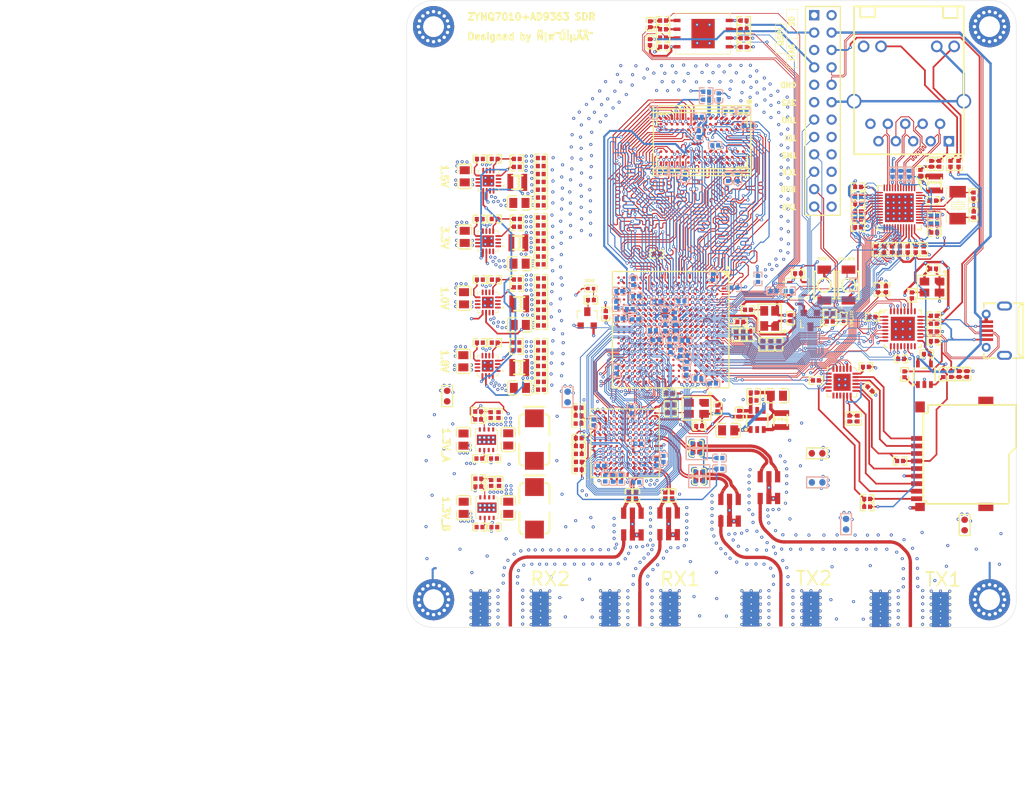
<source format=kicad_pcb>
(kicad_pcb (version 20201116) (generator pcbnew)
  (layers (0 "F.Cu" signal "Top Layer") (1 "In1.Cu" signal "Layer 1") (2 "In2.Cu" signal "Layer 2") (31 "B.Cu" signal "Bottom Layer") (34 "B.Paste" user) (35 "F.Paste" user) (36 "B.SilkS" user "B.Silkscreen") (37 "F.SilkS" user "F.Silkscreen") (38 "B.Mask" user) (39 "F.Mask" user) (44 "Edge.Cuts" user))
  (net 0 "")
  (net 1 "USB3320_CLK")
  (net 2 "NetR76_2")
  (net 3 "TX1AN_P")
  (net 4 "TX1AN_N")
  (net 5 "NetC148_1")
  (net 6 "VUSB_V_EN")
  (net 7 "VDDA_RX_LO")
  (net 8 "VDD_DIG")
  (net 9 "VCC_IN")
  (net 10 "VCC_3V3")
  (net 11 "VCC_1V8")
  (net 12 "VCC_1V5")
  (net 13 "VCC_1V0")
  (net 14 "VCC1P8")
  (net 15 "USR_LED")
  (net 16 "USR_BTN")
  (net 17 "USB_VBUS")
  (net 18 "USB_OTG_P")
  (net 19 "USB_OTG_N")
  (net 20 "USB_ID")
  (net 21 "USB2_5V")
  (net 22 "UART_TX")
  (net 23 "UART_RX")
  (net 24 "TXNRX")
  (net 25 "TX_FRAME_P")
  (net 26 "TX_FRAME_N")
  (net 27 "TX_D5_P")
  (net 28 "TX_D5_N")
  (net 29 "TX_D4_P")
  (net 30 "TX_D4_N")
  (net 31 "TX_D3_P")
  (net 32 "TX_D3_N")
  (net 33 "TX_D2_P")
  (net 34 "TX_D2_N")
  (net 35 "TX_D1_P")
  (net 36 "TX_D1_N")
  (net 37 "TX_D0_P")
  (net 38 "TX_D0_N")
  (net 39 "TX1BN_P")
  (net 40 "TX1BN_N")
  (net 41 "TX1B_P")
  (net 42 "TX1B_N")
  (net 43 "TX1A_P")
  (net 44 "TX1A_N")
  (net 45 "TEST/ENABLE")
  (net 46 "SPI_ENB")
  (net 47 "SPI_DO")
  (net 48 "SPI_DI")
  (net 49 "SPI_CLK")
  (net 50 "SD_D3")
  (net 51 "SD_D2")
  (net 52 "SD_D1")
  (net 53 "SD_D0")
  (net 54 "SD_CMD")
  (net 55 "SD_CLK")
  (net 56 "SD_CD")
  (net 57 "RX_FRAME_P")
  (net 58 "RX_FRAME_N")
  (net 59 "RX_D5_P")
  (net 60 "RX_D5_N")
  (net 61 "RX_D4_P")
  (net 62 "RX_D4_N")
  (net 63 "RX_D3_P")
  (net 64 "RX_D3_N")
  (net 65 "RX_D2_P")
  (net 66 "RX_D2_N")
  (net 67 "RX_D1_P")
  (net 68 "RX_D1_N")
  (net 69 "RX_D0_P")
  (net 70 "RX_D0_N")
  (net 71 "RX1BN_P")
  (net 72 "RX1BN_N")
  (net 73 "RX1B_P")
  (net 74 "RX1B_N")
  (net 75 "RX1AN_P")
  (net 76 "RX1AN_N")
  (net 77 "RX1A_P")
  (net 78 "RX1A_N")
  (net 79 "RFGND")
  (net 80 "REG_OUT")
  (net 81 "QSPI_SCK")
  (net 82 "QSPI_D3")
  (net 83 "QSPI_D2")
  (net 84 "QSPI_D1")
  (net 85 "QSPI_D0")
  (net 86 "QSPI_CS")
  (net 87 "PS_PRO_B")
  (net 88 "PS_MIO8")
  (net 89 "PS_MIO7")
  (net 90 "PS_CLK_500")
  (net 91 "PMEB")
  (net 92 "PHY_MDI3_P")
  (net 93 "PHY_MDI3_N")
  (net 94 "PHY_MDI2_P")
  (net 95 "PHY_MDI2_N")
  (net 96 "PHY_MDI1_P")
  (net 97 "PHY_MDI1_N")
  (net 98 "PHY_MDI0_P")
  (net 99 "PHY_MDI0_N")
  (net 100 "PHY_AD1/LED1")
  (net 101 "PHY_AD0/LED0")
  (net 102 "PG_1V8")
  (net 103 "PG_1V5")
  (net 104 "PG_1V0")
  (net 105 "OTG_STP")
  (net 106 "OTG_RESETN")
  (net 107 "OTG_NXT")
  (net 108 "OTG_DIR")
  (net 109 "OTG_DATA7")
  (net 110 "OTG_DATA6")
  (net 111 "OTG_DATA5")
  (net 112 "OTG_DATA4")
  (net 113 "OTG_DATA3")
  (net 114 "OTG_DATA2")
  (net 115 "OTG_DATA1")
  (net 116 "OTG_DATA0")
  (net 117 "OTG_CLK")
  (net 118 "Nettf1_8")
  (net 119 "Nettf1_7")
  (net 120 "Nettf1_5")
  (net 121 "Nettf1_2")
  (net 122 "Nettf1_1")
  (net 123 "NetT4_3")
  (net 124 "NetT3_3")
  (net 125 "NetRX2_1")
  (net 126 "NetRX1_1")
  (net 127 "NetRESET_2")
  (net 128 "NetR75_1")
  (net 129 "NetR72_1")
  (net 130 "NetR70_1")
  (net 131 "NetR68_1")
  (net 132 "NetR67_2")
  (net 133 "NetR63_2")
  (net 134 "NetR62_2")
  (net 135 "NetR60_2")
  (net 136 "NetR57_2")
  (net 137 "NetR55_2")
  (net 138 "NetR44_1")
  (net 139 "NetR42_2")
  (net 140 "NetR38_2")
  (net 141 "NetR37_2")
  (net 142 "NetR30_2")
  (net 143 "NetR27_1")
  (net 144 "NetR26_1")
  (net 145 "NetR16_2")
  (net 146 "NetR15_2")
  (net 147 "NetR14_2")
  (net 148 "NetR10_2")
  (net 149 "NetR9_2")
  (net 150 "NetR6_1")
  (net 151 "NetR3_2")
  (net 152 "NetR2_2")
  (net 153 "NetQ2_3")
  (net 154 "NetQ1_3")
  (net 155 "NetP2_4")
  (net 156 "NetP2_2")
  (net 157 "NetLP1_1")
  (net 158 "NetLG1_13")
  (net 159 "NetLG1_11")
  (net 160 "NetL4_1")
  (net 161 "NetL3_1")
  (net 162 "NetL2_1")
  (net 163 "NetL1_1")
  (net 164 "NetDONE_2")
  (net 165 "NetCP2_2")
  (net 166 "NetC152_2")
  (net 167 "NetC151_2")
  (net 168 "NetC150_2")
  (net 169 "NetC146_2")
  (net 170 "NetC145_2")
  (net 171 "NetC142_1")
  (net 172 "NetC135_1")
  (net 173 "NetC129_1")
  (net 174 "NetC119_2")
  (net 175 "NetC118_1")
  (net 176 "NetC117_1")
  (net 177 "NetC111_1")
  (net 178 "NetC28_2")
  (net 179 "NetC27_2")
  (net 180 "NetC24_1")
  (net 181 "NetC19_1")
  (net 182 "NetC13_2")
  (net 183 "NetC11_2")
  (net 184 "NetC7_2")
  (net 185 "NetC6_2")
  (net 186 "GND")
  (net 187 "FPGA_TMS")
  (net 188 "FPGA_TDO")
  (net 189 "FPGA_TDI")
  (net 190 "FPGA_TCK")
  (net 191 "FPGA_DONE")
  (net 192 "FB_CLK_P")
  (net 193 "FB_CLK_N")
  (net 194 "ETH_TXD3")
  (net 195 "ETH_TXD2")
  (net 196 "ETH_TXD1")
  (net 197 "ETH_TXD0")
  (net 198 "ETH_TXCTL")
  (net 199 "ETH_TXCK")
  (net 200 "ETH_RXD3")
  (net 201 "ETH_RXD2")
  (net 202 "ETH_RXD1")
  (net 203 "ETH_RXD0")
  (net 204 "ETH_RXCTL")
  (net 205 "ETH_RXCK")
  (net 206 "ETH_MDIO")
  (net 207 "ETH_MDC")
  (net 208 "ENABLE")
  (net 209 "EN_AGC")
  (net 210 "DDR3_WE")
  (net 211 "DDR3_VREF")
  (net 212 "DDR3_RESET")
  (net 213 "DDR3_RAS")
  (net 214 "DDR3_ODT")
  (net 215 "DDR3_DQS1_P")
  (net 216 "DDR3_DQS1_N")
  (net 217 "DDR3_DQS0_P")
  (net 218 "DDR3_DQS0_N")
  (net 219 "DDR3_DQ15")
  (net 220 "DDR3_DQ14")
  (net 221 "DDR3_DQ13")
  (net 222 "DDR3_DQ12")
  (net 223 "DDR3_DQ11")
  (net 224 "DDR3_DQ10")
  (net 225 "DDR3_DQ9")
  (net 226 "DDR3_DQ8")
  (net 227 "DDR3_DQ7")
  (net 228 "DDR3_DQ6")
  (net 229 "DDR3_DQ5")
  (net 230 "DDR3_DQ4")
  (net 231 "DDR3_DQ3")
  (net 232 "DDR3_DQ2")
  (net 233 "DDR3_DQ1")
  (net 234 "DDR3_DQ0")
  (net 235 "DDR3_DM1")
  (net 236 "DDR3_DM0")
  (net 237 "DDR3_CS")
  (net 238 "DDR3_CKE")
  (net 239 "DDR3_CK_P")
  (net 240 "DDR3_CK_N")
  (net 241 "DDR3_CAS")
  (net 242 "DDR3_BA2")
  (net 243 "DDR3_BA1")
  (net 244 "DDR3_BA0")
  (net 245 "DDR3_A14")
  (net 246 "DDR3_A13")
  (net 247 "DDR3_A12")
  (net 248 "DDR3_A11")
  (net 249 "DDR3_A10")
  (net 250 "DDR3_A9")
  (net 251 "DDR3_A8")
  (net 252 "DDR3_A7")
  (net 253 "DDR3_A6")
  (net 254 "DDR3_A5")
  (net 255 "DDR3_A4")
  (net 256 "DDR3_A3")
  (net 257 "DDR3_A2")
  (net 258 "DDR3_A1")
  (net 259 "DDR3_A0")
  (net 260 "DATA_CLK_P")
  (net 261 "DATA_CLK_N")
  (net 262 "CTRL_OUT7")
  (net 263 "CTRL_OUT6")
  (net 264 "CTRL_OUT5")
  (net 265 "CTRL_OUT4")
  (net 266 "CTRL_OUT3")
  (net 267 "CTRL_OUT2")
  (net 268 "CTRL_OUT1")
  (net 269 "CTRL_OUT0")
  (net 270 "CTRL_IN3")
  (net 271 "CTRL_IN2")
  (net 272 "CTRL_IN1")
  (net 273 "CTRL_IN0")
  (net 274 "CB")
  (net 275 "ADVDD10")
  (net 276 "AD9361_RST")
  (net 277 "AD9361_CLKOUT")
  (net 278 "1P3_TX")
  (footprint "ZYNQ7010_AD9363.IntLib:CAP_1" (layer "F.Cu") (at 141.986701 -89.510306 -90)
    (fp_text reference "C117" hide)
    (fp_text value "18p" hide)
  )
  (footprint "ZYNQ7010_AD9363.IntLib:SW-PB" (layer "F.Cu") (at 120.2436 -76.3524 -90)
    (fp_text reference "RESET")
    (fp_text value "SW-PB" hide)
  )
  (footprint "ZYNQ7010_AD9363.IntLib:RES_1" (layer "F.Cu") (at 84.378795 -57.379596)
    (fp_text reference "R74" hide)
    (fp_text value "1R" hide)
  )
  (footprint "ZYNQ7010_AD9363.IntLib:RES" (layer "F.Cu") (at 75.311 -68.0466 180)
    (fp_text reference "R10" hide)
    (fp_text value "18.7K" hide)
  )
  (footprint "ZYNQ7010_AD9363.IntLib:RES" (layer "F.Cu") (at 96.6978 -112.5474)
    (fp_text reference "R50" hide)
    (fp_text value "20K" hide)
  )
  (footprint "ZYNQ7010_AD9363.IntLib:RES" (layer "F.Cu") (at 108.458 -111.1758)
    (fp_text reference "R59" hide)
    (fp_text value "470R" hide)
  )
  (footprint "ZYNQ7010_AD9363.IntLib:RES" (layer "F.Cu") (at 94.7928 -111.887 90)
    (fp_text reference "R48" hide)
    (fp_text value "1K" hide)
  )
  (footprint "ZYNQ7010_AD9363.IntLib:RES" (layer "F.Cu") (at 107.373463 -69.192897 90)
    (fp_text reference "R29" hide)
    (fp_text value "33R" hide)
  )
  (footprint "ZYNQ7010_AD9363.IntLib:RES" (layer "F.Cu") (at 133.553904 -81.643103 90)
    (fp_text reference "R46" hide)
    (fp_text value "4.7K" hide)
  )
  (footprint "ZYNQ7010_AD9363.IntLib:RES" (layer "F.Cu") (at 125.146504 -87.154903 180)
    (fp_text reference "R43" hide)
    (fp_text value "4.7K" hide)
  )
  (footprint "ZYNQ7010_AD9363.IntLib:TCM811TE" (layer "F.Cu") (at 116.222805 -75.946003 -90)
    (fp_text reference "U13" hide)
    (fp_text value "TCM811TE" hide)
  )
  (footprint "ZYNQ7010_AD9363.IntLib:RES" (layer "F.Cu") (at 125.146504 -88.297903 180)
    (fp_text reference "R39" hide)
    (fp_text value "4.7K" hide)
  )
  (footprint "ZYNQ7010_AD9363.IntLib:RES" (layer "F.Cu") (at 121.031 -72.2884)
    (fp_text reference "R65" hide)
    (fp_text value "10K" hide)
  )
  (footprint "ZYNQ7010_AD9363.IntLib:JCCEM001" (layer "F.Cu") (at 93.3196 -29.1973 -90)
    (fp_text reference "RX1")
    (fp_text value "JCCEM001" hide)
  )
  (footprint "ZYNQ7010_AD9363.IntLib:CAP_2" (layer "F.Cu") (at 136.9822 -94.1324 -90)
    (fp_text reference "C111" hide)
    (fp_text value "1¦Ì" hide)
  )
  (footprint "ZYNQ7010_AD9363.IntLib:CAP_3" (layer "F.Cu") (at 78.8924 -62.3062 180)
    (fp_text reference "C74" hide)
    (fp_text value "10¦ÌF" hide)
  )
  (footprint "ZYNQ7010_AD9363.IntLib:RES" (layer "F.Cu") (at 72.136 -68.0212 180)
    (fp_text reference "R12" hide)
    (fp_text value "15K" hide)
  )
  (footprint "ZYNQ7010_AD9363.IntLib:CAP_2" (layer "F.Cu") (at 84.411002 -49.479203 180)
    (fp_text reference "C58" hide)
    (fp_text value "10¦Ì" hide)
  )
  (footprint "ZYNQ7010_AD9363.IntLib:CAP_1" (layer "F.Cu") (at 98.0186 -45.72 90)
    (fp_text reference "C16" hide)
    (fp_text value "18p" hide)
  )
  (footprint "ZYNQ7010_AD9363.IntLib:TCM1-63AX+" (layer "F.Cu") (at 106.4006 -43.561 180)
    (fp_text reference "T4" hide)
    (fp_text value "TCM1-63AX+" hide)
  )
  (footprint "ZYNQ7010_AD9363.IntLib:TPS7A8101" (layer "F.Cu") (at 71.013218 -43.943422 -90)
    (fp_text reference "U12" hide)
    (fp_text value "TPS7A8101" hide)
  )
  (footprint "ZYNQ7010_AD9363.IntLib:CAP" (layer "F.Cu") (at 78.867 -89.2048 180)
    (fp_text reference "C188" hide)
    (fp_text value "104" hide)
  )
  (footprint "ZYNQ7010_AD9363.IntLib:RES" (layer "F.Cu") (at 86.1822 -74.2442)
    (fp_text reference "R61" hide)
    (fp_text value "470R" hide)
  )
  (footprint "ZYNQ7010_AD9363.IntLib:CAP_3" (layer "F.Cu") (at 78.8924 -61.1632 180)
    (fp_text reference "C86" hide)
    (fp_text value "10¦ÌF" hide)
  )
  (footprint "ZYNQ7010_AD9363.IntLib:RES" (layer "F.Cu") (at 109.405466 -69.199694 90)
    (fp_text reference "R28" hide)
    (fp_text value "33R" hide)
  )
  (footprint "ZYNQ7010_AD9363.IntLib:RES" (layer "F.Cu") (at 126.4666 -44.069)
    (fp_text reference "R71" hide)
    (fp_text value "10K" hide)
  )
  (footprint "ZYNQ7010_AD9363.IntLib:RES" (layer "F.Cu") (at 125.146504 -86.011903 180)
    (fp_text reference "R45" hide)
    (fp_text value "4.7K" hide)
  )
  (footprint "" (layer "F.Cu") (at 63.2206 -30.5054)
    (fp_text reference "")
    (fp_text value "")
  )
  (footprint "ZYNQ7010_AD9363.IntLib:CAP_2" (layer "F.Cu") (at 107.823003 -57.651198 90)
    (fp_text reference "CP2" hide)
    (fp_text value "22pF" hide)
  )
  (footprint "ZYNQ7010_AD9363.IntLib:RES" (layer "F.Cu") (at 96.6978 -113.7666 180)
    (fp_text reference "R58" hide)
    (fp_text value "33R" hide)
  )
  (footprint "Miscellaneous Connectors.IntLib:Header 12X2A" (layer "F.Cu") (at 118.745 -115.824 -90)
    (fp_text reference "P2" hide)
    (fp_text value "Header 12X2A" hide)
  )
  (footprint "" (layer "F.Cu") (at 144.3228 -114.1476)
    (fp_text reference "")
    (fp_text value "")
  )
  (footprint "ZYNQ7010_AD9363.IntLib:CAP_2" (layer "F.Cu") (at 115.316 -71.6026 90)
    (fp_text reference "C120" hide)
    (fp_text value "0.1¦Ì" hide)
  )
  (footprint "ZYNQ7010_AD9363.IntLib:CAP" (layer "F.Cu") (at 78.860203 -90.347803 180)
    (fp_text reference "C189" hide)
    (fp_text value "104" hide)
  )
  (footprint "ZYNQ7010_AD9363.IntLib:CAP_1" (layer "F.Cu") (at 101.555997 -52.044597)
    (fp_text reference "C32" hide)
    (fp_text value "18p" hide)
  )
  (footprint "ZYNQ7010_AD9363.IntLib:CAP_2" (layer "F.Cu") (at 96.704602 -111.201203 180)
    (fp_text reference "C133" hide)
    (fp_text value "0.1¦Ì" hide)
  )
  (footprint "ZYNQ7010_AD9363.IntLib:RES" (layer "F.Cu") (at 130.099504 -81.643103 -90)
    (fp_text reference "R27" hide)
    (fp_text value "4.7K" hide)
  )
  (footprint "ZYNQ7010_AD9363.IntLib:CAP_3" (layer "F.Cu") (at 69.9008 -51.1048)
    (fp_text reference "C27" hide)
    (fp_text value "0.1¦ÌF" hide)
  )
  (footprint "ZYNQ7010_AD9363.IntLib:RES_1" (layer "F.Cu") (at 84.410997 -52.933597)
    (fp_text reference "R73" hide)
    (fp_text value "1R" hide)
  )
  (footprint "ZYNQ7010_AD9363.IntLib:CAP_2" (layer "F.Cu") (at 129.2098 -75.819 -90)
    (fp_text reference "C121" hide)
    (fp_text value "10¦Ì" hide)
  )
  (footprint "ZYNQ7010_AD9363.IntLib:CAP_1" (layer "F.Cu") (at 101.974198 -47.929797)
    (fp_text reference "C40" hide)
    (fp_text value "18p" hide)
  )
  (footprint "ZYNQ7010_AD9363.IntLib:CAP_2" (layer "F.Cu") (at 136.264907 -85.249906 180)
    (fp_text reference "C116" hide)
    (fp_text value "1¦Ì" hide)
  )
  (footprint "ZYNQ7010_AD9363.IntLib:INDUCTANCE_1" (layer "F.Cu") (at 75.435968 -91.4146)
    (fp_text reference "L3" hide)
    (fp_text value "2.2uH" hide)
  )
  (footprint "ZYNQ7010_AD9363.IntLib:CAP_3" (layer "F.Cu") (at 78.855204 -82.854805 180)
    (fp_text reference "C78" hide)
    (fp_text value "10¦ÌF" hide)
  )
  (footprint "ZYNQ7010_AD9363.IntLib:CAP_3" (layer "F.Cu") (at 67.6656 -74.4982 -90)
    (fp_text reference "C4" hide)
    (fp_text value "10¦ÌF" hide)
  )
  (footprint "ZYNQ7010_AD9363.IntLib:CAP_3" (layer "F.Cu") (at 78.880604 -81.737205 180)
    (fp_text reference "C77" hide)
    (fp_text value "10¦ÌF" hide)
  )
  (footprint "ZYNQ7010_AD9363.IntLib:CAP_1" (layer "F.Cu") (at 92.71 -45.72 90)
    (fp_text reference "C29" hide)
    (fp_text value "18p" hide)
  )
  (footprint "ZYNQ7010_AD9363.IntLib:CAP_3" (layer "F.Cu") (at 71.627997 -47.542003 -90)
    (fp_text reference "C24" hide)
    (fp_text value "3.3nF" hide)
  )
  (footprint "ZYNQ7010_AD9363.IntLib:RES" (layer "F.Cu") (at 118.999 -62.5094 180)
    (fp_text reference "R72" hide)
    (fp_text value "40.2R" hide)
  )
  (footprint "ZYNQ7010_AD9363.IntLib:CAP_3" (layer "F.Cu") (at 74.1172 -53.8988 90)
    (fp_text reference "C17" hide)
    (fp_text value "2.2¦ÌF" hide)
  )
  (footprint "ZYNQ7010_AD9363.IntLib:CAP_1" (layer "F.Cu") (at 142.012106 -86.7299 90)
    (fp_text reference "C118" hide)
    (fp_text value "18p" hide)
  )
  (footprint "ZYNQ7010_AD9363.IntLib:RES" (layer "F.Cu") (at 88.3412 -72.1936 -90)
    (fp_text reference "R55" hide)
    (fp_text value "4.7K" hide)
  )
  (footprint "ZYNQ7010_AD9363.IntLib:RES" (layer "F.Cu") (at 138.6332 -94.1324 90)
    (fp_text reference "R31" hide)
    (fp_text value "330R" hide)
  )
  (footprint "ZYNQ7010_AD9363.IntLib:RES" (layer "F.Cu") (at 132.385504 -81.643103 90)
    (fp_text reference "R40" hide)
    (fp_text value "4.7K" hide)
  )
  (footprint "" (layer "F.Cu") (at 144.3228 -30.5054)
    (fp_text reference "")
    (fp_text value "")
  )
  (footprint "ZYNQ7010_AD9363.IntLib:RES_1" (layer "F.Cu") (at 119.168796 -51.8668)
    (fp_text reference "RX6" hide)
    (fp_text value "0R" hide)
  )
  (footprint "ZYNQ7010_AD9363.IntLib:TCM1-63AX+" (layer "F.Cu") (at 112.141 -46.863 180)
    (fp_text reference "T3" hide)
    (fp_text value "TCM1-63AX+" hide)
  )
  (footprint "ZYNQ7010_AD9363.IntLib:INDUCTANCE" (layer "F.Cu") (at 113.8428 -56.7182 90)
    (fp_text reference "LP1" hide)
    (fp_text value "4.7uH" hide)
  )
  (footprint "ZYNQ7010_AD9363.IntLib:RES" (layer "F.Cu") (at 69.753023 -48.162159 180)
    (fp_text reference "R25" hide)
    (fp_text value "10K" hide)
  )
  (footprint "ZYNQ7010_AD9363.IntLib:RES_1" (layer "F.Cu") (at 140.6906 -41.402 90)
    (fp_text reference "RX15" hide)
    (fp_text value "0R" hide)
  )
  (footprint "ZYNQ7010_AD9363.IntLib:RES" (layer "F.Cu") (at 137.566403 -63.430597 90)
    (fp_text reference "R68" hide)
    (fp_text value "100K" hide)
  )
  (footprint "ZYNQ7010_AD9363.IntLib:CAP_2" (layer "F.Cu") (at 141.020803 -63.442398 90)
    (fp_text reference "C136" hide)
    (fp_text value "4.7¦Ì" hide)
  )
  (footprint "ZYNQ7010_AD9363.IntLib:CAP_1" (layer "F.Cu") (at 101.555997 -53.187597)
    (fp_text reference "C47" hide)
    (fp_text value "18p" hide)
  )
  (footprint "ZYNQ7010_AD9363.IntLib:CAP_1" (layer "F.Cu") (at 84.397403 -54.076603 180)
    (fp_text reference "C146" hide)
    (fp_text value "0.001¦Ì" hide)
  )
  (footprint "ZYNQ7010_AD9363.IntLib:CAP_1" (layer "F.Cu") (at 91.7448 -45.72 90)
    (fp_text reference "C31" hide)
    (fp_text value "18p" hide)
  )
  (footprint "ZYNQ7010_AD9363.IntLib:RES_1" (layer "F.Cu") (at 109.919397 -60.731397 180)
    (fp_text reference "RP2" hide)
    (fp_text value "20K" hide)
  )
  (footprint "ZYNQ7010_AD9363.IntLib:CAP_2" (layer "F.Cu") (at 135.839197 -94.125603 -90)
    (fp_text reference "C112" hide)
    (fp_text value "0.1¦Ì" hide)
  )
  (footprint "ZYNQ7010_AD9363.IntLib:CAP_3" (layer "F.Cu") (at 72.0344 -51.1048 180)
    (fp_text reference "C20" hide)
    (fp_text value "2.2¦ÌF" hide)
  )
  (footprint "ZYNQ7010_AD9363.IntLib:RES" (layer "F.Cu") (at 108.4648 -113.792 180)
    (fp_text reference "R52" hide)
    (fp_text value "20K" hide)
  )
  (footprint "ZYNQ7010_AD9363.IntLib:AO3400" (layer "F.Cu") (at 85.6742 -72.5424 -90)
    (fp_text reference "Q1" hide)
    (fp_text value "AO3400" hide)
  )
  (footprint "ZYNQ7010_AD9363.IntLib:USB3320C" (layer "F.Cu") (at 131.673597 -70.053203 -90)
    (fp_text reference "U4" hide)
    (fp_text value "USB3320C" hide)
  )
  (footprint "ZYNQ7010_AD9363.IntLib:TLV62130" (layer "F.Cu") (at 71.206411 -91.663495 90)
    (fp_text reference "U8" hide)
    (fp_text value "TLV62130" hide)
  )
  (footprint "ZYNQ7010_AD9363.IntLib:CAP_1" (layer "F.Cu") (at 97.028 -45.72 90)
    (fp_text reference "C30" hide)
    (fp_text value "18p" hide)
  )
  (footprint "ZYNQ7010_AD9363.IntLib:CAP_3" (layer "F.Cu") (at 75.819 -61.4172)
    (fp_text reference "C3" hide)
    (fp_text value "10¦ÌF" hide)
  )
  (footprint "ZYNQ7010_AD9363.IntLib:RES" (layer "F.Cu") (at 111.252 -67.7672 90)
    (fp_text reference "R23" hide)
    (fp_text value "0R" hide)
  )
  (footprint "ZYNQ7010_AD9363.IntLib:CAP_3" (layer "F.Cu") (at 97.6122 -60.6044 180)
    (fp_text reference "C71" hide)
    (fp_text value "10¦ÌF" hide)
  )
  (footprint "ZYNQ7010_AD9363.IntLib:CAP_3" (layer "F.Cu") (at 78.8924 -72.8218 180)
    (fp_text reference "C50" hide)
    (fp_text value "10¦ÌF" hide)
  )
  (footprint "ZYNQ7010_AD9363.IntLib:TLV62130" (layer "F.Cu") (at 71.0946 -64.645489 90)
    (fp_text reference "U7" hide)
    (fp_text value "TLV62130" hide)
  )
  (footprint "ZYNQ7010_AD9363.IntLib:CAP_2" (layer "F.Cu") (at 104.647997 -58.426802 -90)
    (fp_text reference "C144" hide)
    (fp_text value "10¦Ì" hide)
  )
  (footprint "ZYNQ7010_AD9363.IntLib:AO3400" (layer "F.Cu") (at 118.1608 -70.3326 90)
    (fp_text reference "Q2" hide)
    (fp_text value "AO3400" hide)
  )
  (footprint "ZYNQ7010_AD9363.IntLib:RES" (layer "F.Cu") (at 136.246304 -86.392903)
    (fp_text reference "R26" hide)
    (fp_text value "2.49K" hide)
  )
  (footprint "ZYNQ7010_AD9363.IntLib:CAP_3" (layer "F.Cu") (at 78.860198 -83.972397)
    (fp_text reference "C183" hide)
    (fp_text value "10¦ÌF" hide)
  )
  (footprint "ZYNQ7010_AD9363.IntLib:CAP_3" (layer "F.Cu") (at 69.983802 -68.021203 180)
    (fp_text reference "C7" hide)
    (fp_text value "0.1¦ÌF" hide)
  )
  (footprint "ZYNQ7010_AD9363.IntLib:RES" (layer "F.Cu") (at 72.136 -94.8436 180)
    (fp_text reference "R17" hide)
    (fp_text value "15K" hide)
  )
  (footprint "ZYNQ7010_AD9363.IntLib:CAP_3" (layer "F.Cu") (at 69.983802 -94.843603 180)
    (fp_text reference "C11" hide)
    (fp_text value "0.1¦ÌF" hide)
  )
  (footprint "ZYNQ7010_AD9363.IntLib:CAP_3" (layer "F.Cu") (at 78.860198 -86.283797)
    (fp_text reference "C181" hide)
    (fp_text value "10¦ÌF" hide)
  )
  (footprint "ZYNQ7010_AD9363.IntLib:RES" (layer "F.Cu") (at 72.1614 -77.216 180)
    (fp_text reference "R11" hide)
    (fp_text value "20K" hide)
  )
  (footprint "PcbLib1.PcbLib:CAP_3_3" (layer "F.Cu") (at 77.9018 -44.323 -90)
    (fp_text reference "Ct2" hide)
    (fp_text value "3.3nF" hide)
  )
  (footprint "ZYNQ7010_AD9363.IntLib:CAP_3" (layer "F.Cu") (at 113.5888 -67.7672 -90)
    (fp_text reference "C148" hide)
    (fp_text value "10¦ÌF" hide)
  )
  (footprint "ZYNQ7010_AD9363.IntLib:RES_1" (layer "F.Cu") (at 109.912597 -59.588397)
    (fp_text reference "RP1" hide)
    (fp_text value "10K" hide)
  )
  (footprint "ZYNQ7010_AD9363.IntLib:CAP_3" (layer "F.Cu") (at 75.7936 -70.612)
    (fp_text reference "C2" hide)
    (fp_text value "10¦ÌF" hide)
  )
  (footprint "ZYNQ7010_AD9363.IntLib:RES" (layer "F.Cu") (at 108.458 -112.4712 180)
    (fp_text reference "R51" hide)
    (fp_text value "20K" hide)
  )
  (footprint "ZYNQ7010_AD9363.IntLib:CAP_2" (layer "F.Cu") (at 125.0442 -56.9468 -90)
    (fp_text reference "C134" hide)
    (fp_text value "0.1¦Ì" hide)
  )
  (footprint "ZYNQ7010_AD9363.IntLib:RES" (layer "F.Cu") (at 75.380403 -84.937603 180)
    (fp_text reference "R15" hide)
    (fp_text value "10K" hide)
  )
  (footprint "ZYNQ7010_AD9363.IntLib:CAP_2" (layer "F.Cu") (at 134.239 -92.8116 90)
    (fp_text reference "C126" hide)
    (fp_text value "1¦Ì" hide)
  )
  (footprint "ZYNQ7010_AD9363.IntLib:CAP_3" (layer "F.Cu") (at 78.8924 -75.1078 180)
    (fp_text reference "C52" hide)
    (fp_text value "10¦ÌF" hide)
  )
  (footprint "ZYNQ7010_AD9363.IntLib:CAP_1" (layer "F.Cu") (at 97.822197 -57.810397)
    (fp_text reference "C152" hide)
    (fp_text value "18p" hide)
  )
  (footprint "ZYNQ7010_AD9363.IntLib:CAP_3" (layer "F.Cu") (at 69.9262 -41.0972)
    (fp_text reference "C28" hide)
    (fp_text value "0.1¦ÌF" hide)
  )
  (footprint "ZYNQ7010_AD9363.IntLib:CAP_2" (layer "F.Cu") (at 84.410997 -50.622197)
    (fp_text reference "C59" hide)
    (fp_text value "0.001¦Ì" hide)
  )
  (footprint "ZYNQ7010_AD9363.IntLib:CAP_3" (layer "F.Cu") (at 78.873802 -80.594203 180)
    (fp_text reference "C76" hide)
    (fp_text value "10¦ÌF" hide)
  )
  (footprint "ZYNQ7010_AD9363.IntLib:RES" (layer "F.Cu") (at 127.2286 -71.7804)
    (fp_text reference "R42" hide)
    (fp_text value "33R" hide)
  )
  (footprint "ZYNQ7010_AD9363.IntLib:RES" (layer "F.Cu") (at 126.2888 -64.4906 180)
    (fp_text reference "R62" hide)
    (fp_text value "4.7K" hide)
  )
  (footprint "ZYNQ7010_AD9363.IntLib:INDUCTANCE_1" (layer "F.Cu") (at 75.715368 -64.389)
    (fp_text reference "L2" hide)
    (fp_text value "2.2uH" hide)
  )
  (footprint "ZYNQ7010_AD9363.IntLib:RES" (layer "F.Cu") (at 131.273997 -50.749197 180)
    (fp_text reference "R63" hide)
    (fp_text value "4.7K" hide)
  )
  (footprint "ZYNQ7010_AD9363.IntLib:INDUCTANCE_1" (layer "F.Cu") (at 75.7174 -73.6854)
    (fp_text reference "L1" hide)
    (fp_text value "2.2uH" hide)
  )
  (footprint "ZYNQ7010_AD9363.IntLib:RES" (layer "F.Cu") (at 95.8088 -80.9244 180)
    (fp_text reference "R20" hide)
    (fp_text value "80.6R" hide)
  )
  (footprint "ZYNQ7010_AD9363.IntLib:CAP_3" (layer "F.Cu") (at 71.5518 -57.4548 -90)
    (fp_text reference "C19" hide)
    (fp_text value "3.3nF" hide)
  )
  (footprint "ZYNQ7010_AD9363.IntLib:CAP" (layer "F.Cu") (at 78.860203 -91.490803 180)
    (fp_text reference "C190" hide)
    (fp_text value "104" hide)
  )
  (footprint "ZYNQ7010_AD9363.IntLib:RES" (layer "F.Cu") (at 94.8182 -114.5032 -90)
    (fp_text reference "R53" hide)
    (fp_text value "20K" hide)
  )
  (footprint "ZYNQ7010_AD9363.IntLib:CAP_2" (layer "F.Cu") (at 136.1948 -68.2498 180)
    (fp_text reference "C137" hide)
    (fp_text value "4.7¦Ì" hide)
  )
  (footprint "ZYNQ7010_AD9363.IntLib:RES" (layer "F.Cu") (at 136.1948 -70.7898 180)
    (fp_text reference "R66" hide)
    (fp_text value "1K" hide)
  )
  (footprint "ZYNQ7010_AD9363.IntLib:CAP_2" (layer "F.Cu") (at 136.264907 -84.106906 180)
    (fp_text reference "C115" hide)
    (fp_text value "1¦Ì" hide)
  )
  (footprint "ZYNQ7010_AD9363.IntLib:INDUCTANCE_1" (layer "F.Cu") (at 136.2964 -91.260168 90)
    (fp_text reference "L6" hide)
    (fp_text value "2.2uH" hide)
  )
  (footprint "ZYNQ7010_AD9363.IntLib:LED0" (layer "F.Cu") (at 123.0376 -71.529999 -90)
    (fp_text reference "USR_LED")
    (fp_text value "LED" hide)
  )
  (footprint "ZYNQ7010_AD9363.IntLib:CAP_2" (layer "F.Cu") (at 84.411002 -51.790603 180)
    (fp_text reference "C142" hide)
    (fp_text value "1¦Ì" hide)
  )
  (footprint "ZYNQ7010_AD9363.IntLib:RES" (layer "F.Cu") (at 72.129203 -86.080603 180)
    (fp_text reference "R18" hide)
    (fp_text value "18K" hide)
  )
  (footprint "ZYNQ7010_AD9363.IntLib:TF-SD" (layer "F.Cu") (at 138.7348 -51.7906)
    (fp_text reference "tf1" hide)
    (fp_text value "TF-SD" hide)
  )
  (footprint "ZYNQ7010_AD9363.IntLib:CAP_3" (layer "F.Cu") (at 67.564 -65.3034 -90)
    (fp_text reference "C5" hide)
    (fp_text value "10¦ÌF" hide)
  )
  (footprint "ZYNQ7010_AD9363.IntLib:CAP_3" (layer "F.Cu") (at 67.7672 -92.304601 -90)
    (fp_text reference "C10" hide)
    (fp_text value "10¦ÌF" hide)
  )
  (footprint "ZYNQ7010_AD9363.IntLib:RES" (layer "F.Cu") (at 75.3618 -93.6752 180)
    (fp_text reference "R13" hide)
    (fp_text value "10K" hide)
  )
  (footprint "ZYNQ7010_AD9363.IntLib:CAP_1" (layer "F.Cu") (at 84.378805 -58.5216 180)
    (fp_text reference "C145" hide)
    (fp_text value "1¦Ì" hide)
  )
  (footprint "ZYNQ7010_AD9363.IntLib:CAP_2" (layer "F.Cu") (at 136.0932 -78.8162 180)
    (fp_text reference "C122" hide)
    (fp_text value "0.1¦Ì" hide)
  )
  (footprint "ZYNQ7010_AD9363.IntLib:RES" (layer "F.Cu") (at 75.3618 -94.8436 180)
    (fp_text reference "R14" hide)
    (fp_text value "13K" hide)
  )
  (footprint "ZYNQ7010_AD9363.IntLib:CAP_2" (layer "F.Cu") (at 116.3828 -78.1304 180)
    (fp_text reference "C132" hide)
    (fp_text value "0.1¦Ì" hide)
  )
  (footprint "ZYNQ7010_AD9363.IntLib:CAP_3" (layer "F.Cu") (at 75.7428 -88.4174)
    (fp_text reference "C8" hide)
    (fp_text value "10¦ÌF" hide)
  )
  (footprint "ZYNQ7010_AD9363.IntLib:RES" (layer "F.Cu") (at 107.9754 -71.0438 180)
    (fp_text reference "R30" hide)
    (fp_text value "10K" hide)
  )
  (footprint "ZYNQ7010_AD9363.IntLib:W25Q128" (layer "F.Cu") (at 102.5398 -113.1316 90)
    (fp_text reference "*" hide)
    (fp_text value "W25Q128" hide)
  )
  (footprint "ZYNQ7010_AD9363.IntLib:CAP_2" (layer "F.Cu") (at 139.877803 -63.442398 90)
    (fp_text reference "C135" hide)
    (fp_text value "4.7¦Ì" hide)
  )
  (footprint "ZYNQ7010_AD9363.IntLib:TPS7A8101" (layer "F.Cu") (at 70.9422 -53.848 -90)
    (fp_text reference "U11" hide)
    (fp_text value "TPS7A8101" hide)
  )
  (footprint "ZYNQ7010_AD9363.IntLib:RES" (layer "F.Cu") (at 125.146504 -89.440903 180)
    (fp_text reference "R41" hide)
    (fp_text value "4.7K" hide)
  )
  (footprint "ZYNQ7010_AD9363.IntLib:CAP" (layer "F.Cu") (at 78.860203 -92.633803 180)
    (fp_text reference "C191" hide)
    (fp_text value "104" hide)
  )
  (footprint "ZYNQ7010_AD9363.IntLib:CAP_3" (layer "F.Cu") (at 72.770997 -47.542003 -90)
    (fp_text reference "C23" hide)
    (fp_text value "0.1¦ÌF" hide)
  )
  (footprint "ZYNQ7010_AD9363.IntLib:XTAL-4" (layer "F.Cu") (at 111.684176 -72.913926 90)
    (fp_text reference "X2" hide)
    (fp_text value "33.333MHz" hide)
  )
  (footprint "ZYNQ7010_AD9363.IntLib:XTAL-4" (layer "F.Cu") (at 100.228248 -57.861576 180)
    (fp_text reference "X4" hide)
    (fp_text value "40MHz" hide)
  )
  (footprint "" (layer "F.Cu") (at 63.2206 -114.1476)
    (fp_text reference "")
    (fp_text value "")
  )
  (footprint "ZYNQ7010_AD9363.IntLib:CAP_3" (layer "F.Cu") (at 112.4204 -67.7672 -90)
    (fp_text reference "C149" hide)
    (fp_text value "10¦ÌF" hide)
  )
  (footprint "ZYNQ7010_AD9363.IntLib:CAP_3" (layer "F.Cu") (at 78.8924 -70.5358 180)
    (fp_text reference "C67" hide)
    (fp_text value "10¦ÌF" hide)
  )
  (footprint "ZYNQ7010_AD9363.IntLib:RES" (layer "F.Cu") (at 128.0414 -75.8122 90)
    (fp_text reference "R33" hide)
    (fp_text value "1.5K" hide)
  )
  (footprint "ZYNQ7010_AD9363.IntLib:CAP_3" (layer "F.Cu") (at 78.899202 -63.449203 180)
    (fp_text reference "C62" hide)
    (fp_text value "10¦ÌF" hide)
  )
  (footprint "" (layer "F.Cu") (at 63.2206 -114.1476)
    (fp_text reference "")
    (fp_text value "")
  )
  (footprint "ZYNQ7010_AD9363.IntLib:CAP_2" (layer "F.Cu") (at 126.868718 -61.26908 -45)
    (fp_text reference "C139" hide)
    (fp_text value "10¦Ì" hide)
  )
  (footprint "ZYNQ7010_AD9363.IntLib:RES" (layer "F.Cu") (at 96.6978 -115.0366)
    (fp_text reference "R49" hide)
    (fp_text value "20K" hide)
  )
  (footprint "ZYNQ7010_AD9363.IntLib:RES" (layer "F.Cu") (at 138.734803 -63.435598 90)
    (fp_text reference "R64" hide)
    (fp_text value "0R" hide)
  )
  (footprint "ZYNQ7010_AD9363.IntLib:TPS2051BDBVR" (layer "F.Cu") (at 134.8232 -62.992 -90)
    (fp_text reference "TU1" hide)
    (fp_text value "TPS2051BDBVR" hide)
  )
  (footprint "ZYNQ7010_AD9363.IntLib:AD9363" (layer "F.Cu") (at 90.93265 -52.414061 90)
    (fp_text reference "U5" hide)
    (fp_text value "AD9363" hide)
  )
  (footprint "ZYNQ7010_AD9363.IntLib:TLV62130" (layer "F.Cu") (at 71.12 -73.8886 90)
    (fp_text reference "U6" hide)
    (fp_text value "TLV62130" hide)
  )
  (footprint "ZYNQ7010_AD9363.IntLib:RES" (layer "F.Cu") (at 108.458 -115.0366 180)
    (fp_text reference "R54" hide)
    (fp_text value "10K" hide)
  )
  (footprint "ZYNQ7010_AD9363.IntLib:RES" (layer "F.Cu") (at 75.311 -66.9036 180)
    (fp_text reference "R8" hide)
    (fp_text value "10K" hide)
  )
  (footprint "ZYNQ7010_AD9363.IntLib:RES" (layer "F.Cu") (at 131.9276 -63.3984 -90)
    (fp_text reference "R67" hide)
    (fp_text value "0R" hide)
  )
  (footprint "ZYNQ7010_AD9363.IntLib:RES" (layer "F.Cu") (at 126.4734 -45.212 180)
    (fp_text reference "R70" hide)
    (fp_text value "330R" hide)
  )
  (footprint "ZYNQ7010_AD9363.IntLib:JCCEM001" (layer "F.Cu") (at 132.7785 -29.1211 -90)
    (fp_text reference "TX1")
    (fp_text value "JCCEM001" hide)
  )
  (footprint "ZYNQ7010_AD9363.IntLib:CAP_2" (layer "F.Cu") (at 136.086403 -88.747603 180)
    (fp_text reference "C114" hide)
    (fp_text value "1¦Ì" hide)
  )
  (footprint "ZYNQ7010_AD9363.IntLib:CAP_3" (layer "F.Cu") (at 78.8924 -77.3938 180)
    (fp_text reference "C53" hide)
    (fp_text value "10¦ÌF" hide)
  )
  (footprint "ZYNQ7010_AD9363.IntLib:XC7Z010-CLG400" (layer "F.Cu") (at 97.809812 -69.920358 -90)
    (fp_text reference "U1" hide)
    (fp_text value "XC7Z010-CLG400" hide)
  )
  (footprint "ZYNQ7010_AD9363.IntLib:JCCEM001" (layer "F.Cu") (at 74.422 -29.1973 -90)
    (fp_text reference "RX2")
    (fp_text value "JCCEM001" hide)
  )
  (footprint "" (layer "F.Cu") (at 63.2206 -30.5054)
    (fp_text reference "")
    (fp_text value "")
  )
  (footprint "ZYNQ7010_AD9363.IntLib:RES" (layer "F.Cu") (at 131.242504 -81.643103 90)
    (fp_text reference "R35" hide)
    (fp_text value "4.7K" hide)
  )
  (footprint "ZYNQ7010_AD9363.IntLib:CAP_3" (layer "F.Cu") (at 78.8924 -66.9036 180)
    (fp_text reference "C61" hide)
    (fp_text value "10¦ÌF" hide)
  )
  (footprint "" (layer "F.Cu") (at 144.3228 -114.1476)
    (fp_text reference "")
    (fp_text value "")
  )
  (footprint "ZYNQ7010_AD9363.IntLib:RES" (layer "F.Cu") (at 69.755197 -47.015397)
    (fp_text reference "R22" hide)
    (fp_text value "6.25K" hide)
  )
  (footprint "ZYNQ7010_AD9363.IntLib:CAP_1" (layer "F.Cu") (at 106.198401 -55.2196)
    (fp_text reference "CP1" hide)
    (fp_text value "22uF" hide)
  )
  (footprint "ZYNQ7010_AD9363.IntLib:CAP" (layer "F.Cu") (at 78.860203 -93.802203 180)
    (fp_text reference "C192" hide)
    (fp_text value "104" hide)
  )
  (footprint "ZYNQ7010_AD9363.IntLib:DDR3" (layer "F.Cu") (at 109.29935 -103.214648 -90)
    (fp_text reference "U2" hide)
    (fp_text value "MT41J64M16JT-187EG" hide)
  )
  (footprint "ZYNQ7010_AD9363.IntLib:CAP_3" (layer "F.Cu") (at 69.977 -77.216 180)
    (fp_text reference "C6" hide)
    (fp_text value "0.1¦ÌF" hide)
  )
  (footprint "ZYNQ7010_AD9363.IntLib:CAP_2" (layer "F.Cu") (at 108.389461 -69.199699 -90)
    (fp_text reference "C119" hide)
    (fp_text value "0.01¦Ì" hide)
  )
  (footprint "ZYNQ7010_AD9363.IntLib:RES" (layer "F.Cu") (at 125.1458 -90.7542)
    (fp_text reference "R36" hide)
    (fp_text value "4.7K" hide)
  )
  (footprint "ZYNQ7010_AD9363.IntLib:LED0" (layer "F.Cu") (at 86.1568 -75.9206)
    (fp_text reference "DONE")
    (fp_text value "LED" hide)
  )
  (footprint "ZYNQ7010_AD9363.IntLib:RES" (layer "F.Cu") (at 136.1948 -71.9328)
    (fp_text reference "R44" hide)
    (fp_text value "8.06K" hide)
  )
  (footprint "ZYNQ7010_AD9363.IntLib:CAP_2" (layer "F.Cu") (at 131.4196 -65.659)
    (fp_text reference "C141" hide)
    (fp_text value "0.1¦Ì" hide)
  )
  (footprint "ZYNQ7010_AD9363.IntLib:RES" (layer "F.Cu") (at 75.3872 -86.0806 180)
    (fp_text reference "R16" hide)
    (fp_text value "56.2K" hide)
  )
  (footprint "ZYNQ7010_AD9363.IntLib:CAP_3" (layer "F.Cu") (at 78.8924 -73.9648 180)
    (fp_text reference "C51" hide)
    (fp_text value "10¦ÌF" hide)
  )
  (footprint "ZYNQ7010_AD9363.IntLib:CAP_2" (layer "F.Cu") (at 101.962397 -55.829197)
    (fp_text reference "C143" hide)
    (fp_text value "0.1¦Ì" hide)
  )
  (footprint "ZYNQ7010_AD9363.IntLib:TXS02612RTWR" (layer "F.Cu") (at 122.71756 -62.172723 -90)
    (fp_text reference "USD1" hide)
    (fp_text value "TXS02612RTWR" hide)
  )
  (footprint "ZYNQ7010_AD9363.IntLib:CAP_3" (layer "F.Cu") (at 78.8924 -65.7606 180)
    (fp_text reference "C87" hide)
    (fp_text value "10¦ÌF" hide)
  )
  (footprint "ZYNQ7010_AD9363.IntLib:RES" (layer "F.Cu") (at 75.3686 -77.2414 180)
    (fp_text reference "R9" hide)
    (fp_text value "4.99K" hide)
  )
  (footprint "ZYNQ7010_AD9363.IntLib:CAP_1" (layer "F.Cu") (at 113.3094 -60.2742 180)
    (fp_text reference "CP3" hide)
    (fp_text value "22uF" hide)
  )
  (footprint "ZYNQ7010_AD9363.IntLib:RES" (layer "F.Cu") (at 69.720826 -57.966562 180)
    (fp_text reference "R24" hide)
    (fp_text value "10K" hide)
  )
  (footprint "ZYNQ7010_AD9363.IntLib:CAP_2" (layer "F.Cu") (at 136.187998 -69.646797)
    (fp_text reference "C129" hide)
    (fp_text value "4.7¦Ì" hide)
  )
  (footprint "ZYNQ7010_AD9363.IntLib:CAP_3" (layer "F.Cu") (at 67.5894 -53.8734 -90)
    (fp_text reference "C21" hide)
    (fp_text value "0.1¦ÌF" hide)
  )
  (footprint "ZYNQ7010_AD9363.IntLib:microusb" (layer "F.Cu") (at 143.910685 -67.321938 90)
    (fp_text reference "J2" hide)
    (fp_text value "microusb" hide)
  )
  (footprint "ZYNQ7010_AD9363.IntLib:HR911130C" (layer "F.Cu") (at 132.5626 -104.3432)
    (fp_text reference "LG1" hide)
    (fp_text value "HR911130C" hide)
  )
  (footprint "ZYNQ7010_AD9363.IntLib:XTAL-4" (layer "F.Cu") (at 134.5787 -75.565376 180)
    (fp_text reference "X3" hide)
    (fp_text value "24MHz" hide)
  )
  (footprint "" (layer "F.Cu") (at 63.2206 -114.1476)
    (fp_text reference "")
    (fp_text value "")
  )
  (footprint "ZYNQ7010_AD9363.IntLib:RES" (layer "F.Cu") (at 69.723 -56.8198)
    (fp_text reference "R21" hide)
    (fp_text value "6.25K" hide)
  )
  (footprint "ZYNQ7010_AD9363.IntLib:CAP_3" (layer "F.Cu") (at 72.0852 -41.0972 180)
    (fp_text reference "C25" hide)
    (fp_text value "2.2¦ÌF" hide)
  )
  (footprint "ZYNQ7010_AD9363.IntLib:CAP_3" (layer "F.Cu") (at 78.8924 -64.6176 180)
    (fp_text reference "C89" hide)
    (fp_text value "10¦ÌF" hide)
  )
  (footprint "ZYNQ7010_AD9363.IntLib:CAP_3" (layer "F.Cu") (at 74.1172 -43.917601 90)
    (fp_text reference "C22" hide)
    (fp_text value "2.2¦ÌF" hide)
  )
  (footprint "ZYNQ7010_AD9363.IntLib:CAP_3" (layer "F.Cu") (at 69.958402 -86.055203 180)
    (fp_text reference "C13" hide)
    (fp_text value "0.1¦ÌF" hide)
  )
  (footprint "ZYNQ7010_AD9363.IntLib:TCM1-63AX+" (layer "F.Cu") (at 97.5106 -41.5798 180)
    (fp_text reference "T1" hide)
    (fp_text value "TCM1-63AX+" hide)
  )
  (footprint "" (layer "F.Cu") (at 63.2206 -30.5054)
    (fp_text reference "")
    (fp_text value "")
  )
  (footprint "ZYNQ7010_AD9363.IntLib:INDUCTANCE_1" (layer "F.Cu") (at 75.5904 -82.6008)
    (fp_text reference "L4" hide)
    (fp_text value "2.2uH" hide)
  )
  (footprint "ZYNQ7010_AD9363.IntLib:RES_1" (layer "F.Cu") (at 65.2018 -60.2234 90)
    (fp_text reference "RX8" hide)
    (fp_text value "0R" hide)
  )
  (footprint "ZYNQ7010_AD9363.IntLib:CAP_2" (layer "F.Cu") (at 134.722304 -81.643103 90)
    (fp_text reference "C127" hide)
    (fp_text value "1¦Ì" hide)
  )
  (footprint "" (layer "F.Cu") (at 144.3228 -30.5054)
    (fp_text reference "")
    (fp_text value "")
  )
  (footprint "" (layer "F.Cu") (at 144.3228 -114.1476)
    (fp_text reference "")
    (fp_text value "")
  )
  (footprint "ZYNQ7010_AD9363.IntLib:CAP_3" (layer "F.Cu") (at 78.860203 -79.451203 180)
    (fp_text reference "C75" hide)
    (fp_text value "10¦ÌF" hide)
  )
  (footprint "ZYNQ7010_AD9363.IntLib:RTL8211E-VB-CG" (layer "F.Cu") (at 131.175707 -87.718105 180)
    (fp_text reference "U3" hide)
    (fp_text value "RTL8211E-VB-CG" hide)
  )
  (footprint "ZYNQ7010_AD9363.IntLib:TLV62130" (layer "F.Cu") (at 71.1581 -82.8294 90)
    (fp_text reference "U9" hide)
    (fp_text value "TLV62130" hide)
  )
  (footprint "ZYNQ7010_AD9363.IntLib:CAP_3" (layer "F.Cu") (at 72.6948 -57.4548 -90)
    (fp_text reference "C18" hide)
    (fp_text value "0.1¦ÌF" hide)
  )
  (footprint "ZYNQ7010_AD9363.IntLib:CAP_2" (layer "F.Cu") (at 127.762704 -81.643103 -90)
    (fp_text reference "C125" hide)
    (fp_text value "1¦Ì" hide)
  )
  (footprint "ZYNQ7010_AD9363.IntLib:RES" (layer "F.Cu") (at 75.3618 -76.0984 180)
    (fp_text reference "R7" hide)
    (fp_text value "100K" hide)
  )
  (footprint "ZYNQ7010_AD9363.IntLib:CAP_1" (layer "F.Cu") (at 101.981 -49.0728)
    (fp_text reference "C48" hide)
    (fp_text value "18p" hide)
  )
  (footprint "ZYNQ7010_AD9363.IntLib:RES" (layer "F.Cu") (at 128.931104 -81.643103 90)
    (fp_text reference "R34" hide)
    (fp_text value "1.5K" hide)
  )
  (footprint "ZYNQ7010_AD9363.IntLib:CAP_1" (layer "F.Cu") (at 84.372003 -56.210197)
    (fp_text reference "C151" hide)
    (fp_text value "0.001¦Ì" hide)
  )
  (footprint "ZYNQ7010_AD9363.IntLib:AP3419" (layer "F.Cu") (at 110.429065 -56.608548 -90)
    (fp_text reference "UP1" hide)
    (fp_text value "AP3419" hide)
  )
  (footprint "ZYNQ7010_AD9363.IntLib:RES" (layer "F.Cu") (at 125.146504 -84.868903)
    (fp_text reference "R38" hide)
    (fp_text value "4.7K" hide)
  )
  (footprint "ZYNQ7010_AD9363.IntLib:CAP_3" (layer "F.Cu") (at 78.8924 -68.0466 180)
    (fp_text reference "C91" hide)
    (fp_text value "10¦ÌF" hide)
  )
  (footprint "ZYNQ7010_AD9363.IntLib:CAP_1" (layer "F.Cu") (at 97.822202 -58.953403 180)
    (fp_text reference "C150" hide)
    (fp_text value "18p" hide)
  )
  (footprint "ZYNQ7010_AD9363.IntLib:RES" (layer "F.Cu") (at 109.0862 -72.8218)
    (fp_text reference "R37" hide)
    (fp_text value "33R" hide)
  )
  (footprint "ZYNQ7010_AD9363.IntLib:CAP" (layer "F.Cu") (at 78.867 -88.0618 180)
    (fp_text reference "C187" hide)
    (fp_text value "104" hide)
  )
  (footprint "ZYNQ7010_AD9363.IntLib:CAP_3" (layer "F.Cu") (at 75.7682 -79.5528)
    (fp_text reference "C9" hide)
    (fp_text value "10¦ÌF" hide)
  )
  (footprint "ZYNQ7010_AD9363.IntLib:CAP_2" (layer "F.Cu") (at 123.9012 -56.9468 -90)
    (fp_text reference "C138" hide)
    (fp_text value "0.1¦Ì" hide)
  )
  (footprint "ZYNQ7010_AD9363.IntLib:CAP_3" (layer "F.Cu") (at 78.860198 -85.140797)
    (fp_text reference "C182" hide)
    (fp_text value "10¦ÌF" hide)
  )
  (footprint "ZYNQ7010_AD9363.IntLib:CAP_3" (layer "F.Cu") (at 67.7672 -83.4644 -90)
    (fp_text reference "C12" hide)
    (fp_text value "10¦ÌF" hide)
  )
  (footprint "ZYNQ7010_AD9363.IntLib:RES" (layer "F.Cu") (at 132.9944 -74.93 90)
    (fp_text reference "R76" hide)
    (fp_text value "33R" hide)
  )
  (footprint "ZYNQ7010_AD9363.IntLib:CAP" (layer "F.Cu") (at 78.860203 -94.970603 180)
    (fp_text reference "C193" hide)
    (fp_text value "104" hide)
  )
  (footprint "" (layer "F.Cu") (at 144.3228 -30.5054)
    (fp_text reference "")
    (fp_text value "")
  )
  (footprint "ZYNQ7010_AD9363.IntLib:CAP_3" (layer "F.Cu") (at 78.8924 -71.6788 180)
    (fp_text reference "C49" hide)
    (fp_text value "10¦ÌF" hide)
  )
  (footprint "PcbLib1.PcbLib:CAP_3_3" (layer "F.Cu") (at 77.886179 -54.356584 -90)
    (fp_text reference "Ct1" hide)
    (fp_text value "3.3nF" hide)
  )
  (footprint "ZYNQ7010_AD9363.IntLib:CAP_3" (layer "F.Cu") (at 78.8924 -76.2508 180)
    (fp_text reference "C37" hide)
    (fp_text value "10¦ÌF" hide)
  )
  (footprint "ZYNQ7010_AD9363.IntLib:JCCEM001" (layer "F.Cu") (at 113.8936 -29.1973 -90)
    (fp_text reference "TX2")
    (fp_text value "JCCEM001" hide)
  )
  (footprint "ZYNQ7010_AD9363.IntLib:SW-PB" (layer "F.Cu") (at 123.7234 -76.5048 90)
    (fp_text reference "USR_BTN")
    (fp_text value "SW-PB" hide)
  )
  (footprint "ZYNQ7010_AD9363.IntLib:RES" (layer "F.Cu") (at 135.1788 -66.3702 180)
    (fp_text reference "R69" hide)
    (fp_text value "10K" hide)
  )
  (footprint "ZYNQ7010_AD9363.IntLib:RES" (layer "F.Cu") (at 139.8016 -94.1324 90)
    (fp_text reference "R32" hide)
    (fp_text value "330R" hide)
  )
  (footprint "ZYNQ7010_AD9363.IntLib:TCM1-63AX+" (layer "F.Cu") (at 92.2274 -41.541954 180)
    (fp_text reference "T2" hide)
    (fp_text value "TCM1-63AX+" hide)
  )
  (footprint "ZYNQ7010_AD9363.IntLib:RES" (layer "F.Cu") (at 121.031 -71.12)
    (fp_text reference "R60" hide)
    (fp_text value "470R" hide)
  )
  (footprint "ZYNQ7010_AD9363.IntLib:CAP_3" (layer "F.Cu") (at 67.6148 -43.9166 -90)
    (fp_text reference "C26" hide)
    (fp_text value "0.1¦ÌF" hide)
  )
  (footprint "ZYNQ7010_AD9363.IntLib:XTAL-2" (layer "F.Cu") (at 139.6746 -88.0872 -90)
    (fp_text reference "X1" hide)
    (fp_text value "25M" hide)
  )
  (footprint "ZYNQ7010_AD9363.IntLib:CAP_3" (layer "B.Cu") (at 92.7608 -74.803 180)
    (fp_text reference "C81" hide)
    (fp_text value "10¦ÌF" hide)
  )
  (footprint "ZYNQ7010_AD9363.IntLib:RES" (layer "B.Cu") (at 110.5408 -77.3244 -90)
    (fp_text reference "R3" hide)
    (fp_text value "82R" hide)
  )
  (footprint "ZYNQ7010_AD9363.IntLib:CAP_3" (layer "B.Cu") (at 95.7072 -68.4276 180)
    (fp_text reference "C35" hide)
    (fp_text value "10¦ÌF" hide)
  )
  (footprint "ZYNQ7010_AD9363.IntLib:INDUCTANCE" (layer "B.Cu") (at 101.981 -49.403 180)
    (fp_text reference "L9" hide)
    (fp_text value "330nh" hide)
  )
  (footprint "ZYNQ7010_AD9363.IntLib:RES" (layer "B.Cu") (at 112.8268 -75.565 180)
    (fp_text reference "R47" hide)
    (fp_text value "20K" hide)
  )
  (footprint "ZYNQ7010_AD9363.IntLib:CAP_2" (layer "B.Cu") (at 131.368803 -92.677803 -90)
    (fp_text reference "C113" hide)
    (fp_text value "1¦Ì" hide)
  )
  (footprint "ZYNQ7010_AD9363.IntLib:CAP_3" (layer "B.Cu") (at 100.1014 -63.7794 90)
    (fp_text reference "C80" hide)
    (fp_text value "10¦ÌF" hide)
  )
  (footprint "ZYNQ7010_AD9363.IntLib:RES" (layer "B.Cu") (at 115.0112 -75.565 180)
    (fp_text reference "R56" hide)
    (fp_text value "20K" hide)
  )
  (footprint "ZYNQ7010_AD9363.IntLib:RES" (layer "B.Cu") (at 99.890009 -92.350793 90)
    (fp_text reference "R6" hide)
    (fp_text value "240R" hide)
  )
  (footprint "ZYNQ7010_AD9363.IntLib:CAP_1" (layer "B.Cu") (at 96.7486 -51.054 90)
    (fp_text reference "C166" hide)
    (fp_text value "1¦Ì" hide)
  )
  (footprint "ZYNQ7010_AD9363.IntLib:CAP_3" (layer "B.Cu") (at 99.2378 -66.4718 90)
    (fp_text reference "C36" hide)
    (fp_text value "10¦ÌF" hide)
  )
  (footprint "ZYNQ7010_AD9363.IntLib:CAP_1" (layer "B.Cu") (at 88.265 -48.1838 -90)
    (fp_text reference "C172" hide)
    (fp_text value "1¦Ì" hide)
  )
  (footprint "ZYNQ7010_AD9363.IntLib:RES" (layer "B.Cu") (at 95.885 -74.0156)
    (fp_text reference "R57" hide)
    (fp_text value "4.7K" hide)
  )
  (footprint "ZYNQ7010_AD9363.IntLib:INDUCTANCE" (layer "B.Cu") (at 101.981 -47.6504 180)
    (fp_text reference "L8" hide)
    (fp_text value "330nh" hide)
  )
  (footprint "ZYNQ7010_AD9363.IntLib:CAP_3" (layer "B.Cu") (at 98.0694 -68.5038)
    (fp_text reference "C33" hide)
    (fp_text value "10¦ÌF" hide)
  )
  (footprint "ZYNQ7010_AD9363.IntLib:RES" (layer "B.Cu") (at 124.5362 -76.4794 90)
    (fp_text reference "R19" hide)
    (fp_text value "10K" hide)
  )
  (footprint "ZYNQ7010_AD9363.IntLib:CAP_3" (layer "B.Cu") (at 92.665997 -71.424803)
    (fp_text reference "C72" hide)
    (fp_text value "10¦ÌF" hide)
  )
  (footprint "ZYNQ7010_AD9363.IntLib:CAP_2" (layer "B.Cu") (at 132.587997 -92.677798 90)
    (fp_text reference "C124" hide)
    (fp_text value "1¦Ì" hide)
  )
  (footprint "ZYNQ7010_AD9363.IntLib:CAP_2" (layer "B.Cu") (at 136.246304 -85.529303 180)
    (fp_text reference "C128" hide)
    (fp_text value "1¦Ì" hide)
  )
  (footprint "ZYNQ7010_AD9363.IntLib:CAP_3" (layer "B.Cu") (at 91.8464 -72.9234)
    (fp_text reference "C73" hide)
    (fp_text value "10¦ÌF" hide)
  )
  (footprint "ZYNQ7010_AD9363.IntLib:CAP_3" (layer "B.Cu") (at 100.203 -65.659 90)
    (fp_text reference "C68" hide)
    (fp_text value "10¦ÌF" hide)
  )
  (footprint "ZYNQ7010_AD9363.IntLib:CAP_3" (layer "B.Cu") (at 108.458 -101.8032 180)
    (fp_text reference "C108" hide)
    (fp_text value "10¦ÌF" hide)
  )
  (footprint "ZYNQ7010_AD9363.IntLib:CAP" (layer "B.Cu") (at 101.9048 -98.4758 90)
    (fp_text reference "C1")
    (fp_text value "104" hide)
  )
  (footprint "ZYNQ7010_AD9363.IntLib:CAP_2" (layer "B.Cu") (at 125.146504 -89.136103)
    (fp_text reference "C110" hide)
    (fp_text value "1¦Ì" hide)
  )
  (footprint "ZYNQ7010_AD9363.IntLib:CAP_1" (layer "B.Cu") (at 89.408003 -48.151603 -90)
    (fp_text reference "C175" hide)
    (fp_text value "0.001¦Ì" hide)
  )
  (footprint "ZYNQ7010_AD9363.IntLib:CAP_3" (layer "B.Cu") (at 97.0026 -72.2884 90)
    (fp_text reference "C57" hide)
    (fp_text value "10¦ÌF" hide)
  )
  (footprint "ZYNQ7010_AD9363.IntLib:RES_1" (layer "B.Cu") (at 89.9414 -63.9572 90)
    (fp_text reference "RX10" hide)
    (fp_text value "0R" hide)
  )
  (footprint "ZYNQ7010_AD9363.IntLib:CAP_3" (layer "B.Cu") (at 104.310998 -96.824803)
    (fp_text reference "C100" hide)
    (fp_text value "10¦ÌF" hide)
  )
  (footprint "ZYNQ7010_AD9363.IntLib:RES_1" (layer "B.Cu") (at 119.1768 -47.625)
    (fp_text reference "RX13" hide)
    (fp_text value "0R" hide)
  )
  (footprint "ZYNQ7010_AD9363.IntLib:CAP_3" (layer "B.Cu") (at 103.9876 -62.0776)
    (fp_text reference "C85" hide)
    (fp_text value "10¦ÌF" hide)
  )
  (footprint "ZYNQ7010_AD9363.IntLib:CAP_3" (layer "B.Cu") (at 95.2246 -69.8246)
    (fp_text reference "C96" hide)
    (fp_text value "10¦ÌF" hide)
  )
  (footprint "ZYNQ7010_AD9363.IntLib:RES_1" (layer "B.Cu") (at 95.7834 -50.546 -90)
    (fp_text reference "R75" hide)
    (fp_text value "14.3K" hide)
  )
  (footprint "ZYNQ7010_AD9363.IntLib:CAP" (layer "B.Cu") (at 96.6724 -92.9894)
    (fp_text reference "C161" hide)
    (fp_text value "104" hide)
  )
  (footprint "ZYNQ7010_AD9363.IntLib:CAP_1" (layer "B.Cu") (at 90.551 -48.1584 -90)
    (fp_text reference "C174" hide)
    (fp_text value "1¦Ì" hide)
  )
  (footprint "ZYNQ7010_AD9363.IntLib:CAP_2" (layer "B.Cu") (at 104.9274 -51.181 180)
    (fp_text reference "C63" hide)
    (fp_text value "0.001¦Ì" hide)
  )
  (footprint "ZYNQ7010_AD9363.IntLib:RES" (layer "B.Cu") (at 95.3008 -101.6254 90)
    (fp_text reference "R1")
    (fp_text value "4.7K" hide)
  )
  (footprint "ZYNQ7010_AD9363.IntLib:CAP_3" (layer "B.Cu") (at 107.1118 -76.0476)
    (fp_text reference "C105" hide)
    (fp_text value "10¦ÌF" hide)
  )
  (footprint "ZYNQ7010_AD9363.IntLib:CAP_3" (layer "B.Cu") (at 107.5944 -92.0496 -90)
    (fp_text reference "C98" hide)
    (fp_text value "10¦ÌF" hide)
  )
  (footprint "ZYNQ7010_AD9363.IntLib:CAP_3" (layer "B.Cu") (at 97.028 -70.1802 -90)
    (fp_text reference "C34" hide)
    (fp_text value "10¦ÌF" hide)
  )
  (footprint "ZYNQ7010_AD9363.IntLib:CAP_3" (layer "B.Cu") (at 90.3732 -71.5518 180)
    (fp_text reference "C82" hide)
    (fp_text value "10¦ÌF" hide)
  )
  (footprint "ZYNQ7010_AD9363.IntLib:CAP_3" (layer "B.Cu") (at 89.8906 -73.5584 -90)
    (fp_text reference "C83" hide)
    (fp_text value "10¦ÌF" hide)
  )
  (footprint "ZYNQ7010_AD9363.IntLib:CAP_3" (layer "B.Cu") (at 92.3544 -76.8604 -90)
    (fp_text reference "C104" hide)
    (fp_text value "10¦ÌF" hide)
  )
  (footprint "ZYNQ7010_AD9363.IntLib:CAP" (layer "B.Cu") (at 106.1974 -92.0496 90)
    (fp_text reference "C159" hide)
    (fp_text value "104" hide)
  )
  (footprint "ZYNQ7010_AD9363.IntLib:CAP_3" (layer "B.Cu") (at 101.9302 -100.965)
    (fp_text reference "C103" hide)
    (fp_text value "10¦ÌF" hide)
  )
  (footprint "ZYNQ7010_AD9363.IntLib:CAP_3" (layer "B.Cu") (at 106.280402 -101.803197 180)
    (fp_text reference "C102" hide)
    (fp_text value "10¦ÌF" hide)
  )
  (footprint "ZYNQ7010_AD9363.IntLib:RES_1" (layer "B.Cu") (at 123.3932 -41.529 90)
    (fp_text reference "RX14" hide)
    (fp_text value "0R" hide)
  )
  (footprint "ZYNQ7010_AD9363.IntLib:CAP_2" (layer "B.Cu") (at 104.908797 -49.606203)
    (fp_text reference "C60" hide)
    (fp_text value "10¦Ì" hide)
  )
  (footprint "ZYNQ7010_AD9363.IntLib:INDUCTANCE" (layer "B.Cu") (at 101.6 -53.5178 180)
    (fp_text reference "L7" hide)
    (fp_text value "330nh" hide)
  )
  (footprint "ZYNQ7010_AD9363.IntLib:RES" (layer "B.Cu") (at 102.990203 -103.479597 180)
    (fp_text reference "R4" hide)
    (fp_text value "4.7K" hide)
  )
  (footprint "ZYNQ7010_AD9363.IntLib:CAP_3" (layer "B.Cu") (at 104.8258 -103.9876 90)
    (fp_text reference "C99" hide)
    (fp_text value "10¦ÌF" hide)
  )
  (footprint "ZYNQ7010_AD9363.IntLib:CAP_3" (layer "B.Cu") (at 98.425 -72.009 90)
    (fp_text reference "C70" hide)
    (fp_text value "10¦ÌF" hide)
  )
  (footprint "ZYNQ7010_AD9363.IntLib:CAP_3" (layer "B.Cu") (at 98.552 -70.2056 -90)
    (fp_text reference "C69" hide)
    (fp_text value "10¦ÌF" hide)
  )
  (footprint "ZYNQ7010_AD9363.IntLib:CAP_3" (layer "B.Cu") (at 97.79 -67.0814 90)
    (fp_text reference "C39" hide)
    (fp_text value "10¦ÌF" hide)
  )
  (footprint "ZYNQ7010_AD9363.IntLib:CAP_3" (layer "B.Cu") (at 103.9876 -77.6224 90)
    (fp_text reference "C106" hide)
    (fp_text value "10¦ÌF" hide)
  )
  (footprint "ZYNQ7010_AD9363.IntLib:RES_1" (layer "B.Cu") (at 93.0656 -53.2638 180)
    (fp_text reference "RX4" hide)
    (fp_text value "0R" hide)
  )
  (footprint "ZYNQ7010_AD9363.IntLib:CAP_2" (layer "B.Cu") (at 136.246304 -86.697703 180)
    (fp_text reference "C131" hide)
    (fp_text value "1¦Ì" hide)
  )
  (footprint "ZYNQ7010_AD9363.IntLib:CAP_3" (layer "B.Cu") (at 109.086198 -99.669603)
    (fp_text reference "C101" hide)
    (fp_text value "10¦ÌF" hide)
  )
  (footprint "ZYNQ7010_AD9363.IntLib:CAP_3" (layer "B.Cu") (at 99.9236 -68.3006)
    (fp_text reference "C38" hide)
    (fp_text value "10¦ÌF" hide)
  )
  (footprint "ZYNQ7010_AD9363.IntLib:CAP" (layer "B.Cu") (at 98.3742 -93.0148)
    (fp_text reference "C160" hide)
    (fp_text value "104" hide)
  )
  (footprint "ZYNQ7010_AD9363.IntLib:INDUCTANCE" (layer "B.Cu") (at 101.6 -51.7398 180)
    (fp_text reference "L5" hide)
    (fp_text value "330nh" hide)
  )
  (footprint "ZYNQ7010_AD9363.IntLib:RES" (layer "B.Cu") (at 99.3902 -74.0664)
    (fp_text reference "R2" hide)
    (fp_text value "82R" hide)
  )
  (footprint "ZYNQ7010_AD9363.IntLib:CAP_1" (layer "B.Cu") (at 87.6554 -50.038 180)
    (fp_text reference "C177" hide)
    (fp_text value "0.001¦Ì" hide)
  )
  (footprint "ZYNQ7010_AD9363.IntLib:CAP_3" (layer "B.Cu") (at 101.854 -62.7888 180)
    (fp_text reference "C90" hide)
    (fp_text value "10¦ÌF" hide)
  )
  (footprint "ZYNQ7010_AD9363.IntLib:RES" (layer "B.Cu") (at 102.997 -104.648)
    (fp_text reference "R5" hide)
    (fp_text value "4.7K" hide)
  )
  (footprint "ZYNQ7010_AD9363.IntLib:RES_1" (layer "B.Cu") (at 82.7786 -60.0964 90)
    (fp_text reference "RX7" hide)
    (fp_text value "0R" hide)
  )
  (footprint "ZYNQ7010_AD9363.IntLib:CAP_2" (layer "B.Cu") (at 125.171904 -86.570703)
    (fp_text reference "C109" hide)
    (fp_text value "1¦Ì" hide)
  )
  (footprint "ZYNQ7010_AD9363.IntLib:RES_1" (layer "B.Cu") (at 92.1004 -58.1406 -90)
    (fp_text reference "RX22" hide)
    (fp_text value "0R" hide)
  )
  (footprint "ZYNQ7010_AD9363.IntLib:CAP_2" (layer "B.Cu") (at 130.175003 -92.677803 -90)
    (fp_text reference "C130" hide)
    (fp_text value "1¦Ì" hide)
  )
  (footprint "ZYNQ7010_AD9363.IntLib:CAP_1" (layer "B.Cu") (at 86.4616 -56.388 -90)
    (fp_text reference "C170" hide)
    (fp_text value "1¦Ì" hide)
  )
  (footprint "ZYNQ7010_AD9363.IntLib:RES_1" (layer "B.Cu") (at 92.7862 -47.6504)
    (fp_text reference "RX5" hide)
    (fp_text value "0R" hide)
  )
  (footprint "ZYNQ7010_AD9363.IntLib:CAP_3" (layer "B.Cu") (at 90.3224 -75.5396 180)
    (fp_text reference "C107" hide)
    (fp_text value "10¦ÌF" hide)
  )
  (gr_poly (pts (xy 112.480319 -69.759525) (xy 112.480217 -70.797598) (xy 112.85921 -71.159601) (xy 113.630329 -71.159522) (xy 113.630329 -69.759525)) (layer "F.Cu") (width 0) (fill solid))
  (gr_poly (pts (xy 103.382648 -58.657719) (xy 102.344576 -58.657617) (xy 101.982572 -59.03661) (xy 101.982651 -59.807729) (xy 103.382648 -59.807729)) (layer "F.Cu") (width 0) (fill solid))
  (gr_poly (pts (xy 137.7331 -76.361519) (xy 136.695028 -76.361417) (xy 136.333024 -76.74041) (xy 136.333103 -77.511529) (xy 137.7331 -77.511529)) (layer "F.Cu") (width 0) (fill solid))
  (gr_line (start 114.7318 -116.6876) (end 116.3574 -116.6876) (layer "F.SilkS") (width 0.0762))
  (gr_line (start 114.7318 -108.1532) (end 114.7318 -112.4204) (layer "F.SilkS") (width 0.0762))
  (gr_line (start 114.7318 -112.4204) (end 114.7318 -116.6876) (layer "F.SilkS") (width 0.0762))
  (gr_line (start 113.1062 -114.5286) (end 114.7318 -114.5286) (layer "F.SilkS") (width 0.0762))
  (gr_line (start 114.7318 -108.1532) (end 116.3574 -108.1532) (layer "F.SilkS") (width 0.0762))
  (gr_line (start 116.3574 -108.1532) (end 116.3574 -112.4204) (layer "F.SilkS") (width 0.0762))
  (gr_line (start 114.7318 -112.4204) (end 116.3574 -112.4204) (layer "F.SilkS") (width 0.0762))
  (gr_poly (pts (xy 106.309813 -77.504242) (xy 105.393696 -78.420359) (xy 106.309815 -78.420359)) (layer "F.SilkS") (width 0) (fill solid))
  (gr_line (start 116.3574 -112.4204) (end 116.3574 -116.6876) (layer "F.SilkS") (width 0.0762))
  (gr_line (start 113.1062 -110.2614) (end 113.1062 -114.5286) (layer "F.SilkS") (width 0.075999))
  (gr_line (start 113.1062 -110.2614) (end 114.7318 -110.2614) (layer "F.SilkS") (width 0.0762))
  (gr_arc (start 144.602794 -114.325994) (end 148.2344 -114.504386) (angle -90.00003998) (layer "Edge.Cuts") (width 0.05))
  (gr_line (start 0 0) (end 0 0) (layer "Edge.Cuts") (width 0.05))
  (gr_line (start 59.2836 -30.48) (end 59.2836 -30.48) (layer "Edge.Cuts") (width 0.05))
  (gr_arc (start 63.2206 -114.0206) (end 63.3222 -117.9576) (angle -90) (layer "Edge.Cuts") (width 0.05))
  (gr_line (start 59.2836 -114.1222) (end 59.2836 -30.48) (layer "Edge.Cuts") (width 0.05))
  (gr_line (start 148.2344 -30.2768) (end 148.2344 -114.504386) (layer "Edge.Cuts") (width 0.05))
  (gr_line (start 0 0) (end 0 0) (layer "Edge.Cuts") (width 0.05))
  (gr_line (start 144.4244 -117.9576) (end 63.3222 -117.957592) (layer "Edge.Cuts") (width 0.05))
  (gr_line (start 0 0) (end 0 0) (layer "Edge.Cuts") (width 0.05))
  (gr_line (start 63.119 -26.4414) (end 144.1958 -26.4414) (layer "Edge.Cuts") (width 0.05))
  (gr_line (start 0 0) (end 0 0) (layer "Edge.Cuts") (width 0.05))
  (gr_line (start 63.3222 -117.957592) (end 63.3222 -117.9576) (layer "Edge.Cuts") (width 0.05))
  (gr_arc (start 63.2206 -30.3784) (end 59.2836 -30.48) (angle -90) (layer "Edge.Cuts") (width 0.05))
  (gr_arc (start 144.2974 -30.3784) (end 144.1958 -26.4414) (angle -90) (layer "Edge.Cuts") (width 0.05))
  (gr_text "1.0V" (at 64.231876 -76.327 270) (layer "F.SilkS") (effects (font (size 1.016 1.016) (thickness 0.254) bold) (justify left bottom)))
  (gr_text "GND" (at 116.2558 -106.1212 180) (layer "F.SilkS") (effects (font (size 0.762 0.762) (thickness 0.254)) (justify left bottom)))
  (gr_text "SD" (at 115.9256 -114.046 90) (layer "F.SilkS") (effects (font (size 0.762 0.762) (thickness 0.254)) (justify left bottom)))
  (gr_text "1.3V_A" (at 64.452754 -55.7276 270) (layer "F.SilkS") (effects (font (size 1.016 1.016) (thickness 0.254) bold) (justify left bottom)))
  (gr_text "1.3V_B" (at 64.427354 -45.72 270) (layer "F.SilkS") (effects (font (size 1.016 1.016) (thickness 0.254) bold) (justify left bottom)))
  (gr_text "1.5V" (at 64.231876 -94.1578 270) (layer "F.SilkS") (effects (font (size 1.016 1.016) (thickness 0.254) bold) (justify left bottom)))
  (gr_text "RXD" (at 116.205 -90.932 180) (layer "F.SilkS") (effects (font (size 0.762 0.762) (thickness 0.254)) (justify left bottom)))
  (gr_text "TDO" (at 116.2558 -100.9904 180) (layer "F.SilkS") (effects (font (size 0.762 0.762) (thickness 0.254)) (justify left bottom)))
  (gr_text "TCK" (at 116.2304 -93.3958 180) (layer "F.SilkS") (effects (font (size 0.762 0.762) (thickness 0.254)) (justify left bottom)))
  (gr_text "3V3" (at 116.2558 -103.5304 180) (layer "F.SilkS") (effects (font (size 0.762 0.762) (thickness 0.254)) (justify left bottom)))
  (gr_text "1.8V" (at 64.231876 -67.1322 270) (layer "F.SilkS") (effects (font (size 1.016 1.016) (thickness 0.254) bold) (justify left bottom)))
  (gr_text "JTAG" (at 115.9256 -108.8898 90) (layer "F.SilkS") (effects (font (size 0.762 0.762) (thickness 0.254)) (justify left bottom)))
  (gr_text "3.3V" (at 64.257276 -85.16432 270) (layer "F.SilkS") (effects (font (size 1.016 1.016) (thickness 0.254) bold) (justify left bottom)))
  (gr_text "Designed by Ñ¦¶¨ÚÌµÄÃ¨" (at 68.0212 -112.120883) (layer "F.SilkS") (effects (font (size 1.016 1.016) (thickness 0.254) bold) (justify left bottom)))
  (gr_text "TDI" (at 116.2558 -98.3742 180) (layer "F.SilkS") (effects (font (size 0.762 0.762) (thickness 0.254)) (justify left bottom)))
  (gr_text "QSPI" (at 114.3 -111.252 90) (layer "F.SilkS") (effects (font (size 0.762 0.762) (thickness 0.254)) (justify left bottom)))
  (gr_text "TXD" (at 116.2304 -88.3158 180) (layer "F.SilkS") (effects (font (size 0.762 0.762) (thickness 0.254)) (justify left bottom)))
  (gr_text "ZYNQ7010+AD9363 SDR" (at 68.0212 -114.996976) (layer "F.SilkS") (effects (font (size 1.016 1.016) (thickness 0.254) bold) (justify left bottom)))
  (gr_text "TMS" (at 116.2812 -95.8596 180) (layer "F.SilkS") (effects (font (size 0.762 0.762) (thickness 0.254)) (justify left bottom)))
  (via (at 101.6508 -114.427) (size 0.449999) (drill 0.2) (layers "F.Cu" "B.Cu") (net 0))
  (via (at 101.6762 -111.76) (size 0.449999) (drill 0.2) (layers "F.Cu" "B.Cu") (net 0))
  (via (at 103.4796 -114.427) (size 0.449999) (drill 0.2) (layers "F.Cu" "B.Cu") (net 0))
  (via (at 103.4796 -111.7346) (size 0.449999) (drill 0.2) (layers "F.Cu" "B.Cu") (net 0))
  (segment (start 132.9236 -72.603203) (end 132.9236 -74.4342) (width 0.2) (layer "F.Cu") (net 1))
  (segment (start 132.9236 -74.4342) (end 132.9944 -74.505) (width 0.2) (layer "F.Cu") (net 1))
  (segment (start 132.994397 -75.355003) (end 134.600432 -75.355003) (width 0.2) (layer "F.Cu") (net 2))
  (segment (start 134.600432 -75.355003) (end 134.94861 -75.703181) (width 0.2) (layer "F.Cu") (net 2))
  (segment (start 102.416879 -47.97248) (end 102.520052 -48.075652) (width 0.4826) (layer "F.Cu") (net 3))
  (segment (start 102.811804 -48.1965) (end 104.721779 -48.1965) (width 0.4826) (layer "F.Cu") (net 3))
  (segment (start 102.399201 -47.9298) (end 102.399203 -47.9298) (width 0.4826) (layer "F.Cu") (net 3))
  (arc (start 102.416882 -47.972477) (mid 102.403799 -47.952897) (end 102.399205 -47.9298) (width 0.4826) (layer "F.Cu") (net 3))
  (arc (start 102.811804 -48.1965) (mid 102.653909 -48.165093) (end 102.520052 -48.075652) (width 0.4826) (layer "F.Cu") (net 3))
  (arc (start 105.711496 -47.786548) (mid 105.25741 -48.089957) (end 104.721779 -48.1965) (width 0.4826) (layer "F.Cu") (net 3))
  (arc (start 105.9942 -47.104047) (mid 105.920728 -47.473412) (end 105.7115 -47.786545) (width 0.4826) (layer "F.Cu") (net 3))
  (arc (start 105.9942 -47.104046) (mid 105.356108 -46.217236) (end 105.1306 -45.148246) (width 0.4826) (layer "F.Cu") (net 3))
  (segment (start 106.806997 -47.091651) (end 106.807 -47.091648) (width 0.4826) (layer "F.Cu") (net 4))
  (segment (start 106.139676 -48.220473) (end 106.440633 -47.919516) (width 0.4826) (layer "F.Cu") (net 4))
  (segment (start 106.766965 -47.131684) (end 106.806997 -47.091651) (width 0.4826) (layer "F.Cu") (net 4))
  (segment (start 102.423681 -49.030123) (end 102.526854 -48.926951) (width 0.4826) (layer "F.Cu") (net 4))
  (segment (start 102.818613 -48.8061) (end 104.725843 -48.8061) (width 0.4826) (layer "F.Cu") (net 4))
  (arc (start 106.6038 -47.525597) (mid 106.646205 -47.312412) (end 106.766964 -47.131683) (width 0.4826) (layer "F.Cu") (net 4))
  (arc (start 106.139671 -48.22047) (mid 105.491001 -48.653897) (end 104.725843 -48.806097) (width 0.4826) (layer "F.Cu") (net 4))
  (arc (start 107.6706 -45.135848) (mid 107.445092 -46.204838) (end 106.807 -47.091648) (width 0.4826) (layer "F.Cu") (net 4))
  (arc (start 102.526854 -48.926951) (mid 102.660714 -48.837508) (end 102.818613 -48.8061) (width 0.4826) (layer "F.Cu") (net 4))
  (arc (start 102.406003 -49.072803) (mid 102.410597 -49.049705) (end 102.423681 -49.030123) (width 0.4826) (layer "F.Cu") (net 4))
  (arc (start 106.6038 -47.525597) (mid 106.561395 -47.738783) (end 106.440634 -47.919514) (width 0.4826) (layer "F.Cu") (net 4))
  (segment (start 112.401805 -68.1736) (end 112.420403 -68.192198) (width 0.1016) (layer "F.Cu") (net 5))
  (segment (start 111.2266 -67.956801) (end 111.2266 -68.1736) (width 0.1016) (layer "F.Cu") (net 5))
  (segment (start 106.696899 -71.187374) (end 106.769502 -71.187374) (width 0.1016) (layer "F.Cu") (net 5))
  (segment (start 112.4644 -68.1482) (end 113.544805 -68.1482) (width 0.1016) (layer "F.Cu") (net 5))
  (segment (start 111.2266 -68.1736) (end 111.2266 -68.551298) (width 0.1016) (layer "F.Cu") (net 5))
  (segment (start 107.187276 -71.521201) (end 109.682399 -71.521201) (width 0.1016) (layer "F.Cu") (net 5))
  (segment (start 110.1598 -69.618098) (end 111.2266 -68.551298) (width 0.1016) (layer "F.Cu") (net 5))
  (segment (start 111.2706 -68.1736) (end 112.401805 -68.1736) (width 0.1016) (layer "F.Cu") (net 5))
  (segment (start 109.682399 -71.521201) (end 110.1598 -71.0438) (width 0.1016) (layer "F.Cu") (net 5))
  (segment (start 110.1598 -69.618098) (end 110.1598 -71.0438) (width 0.1016) (layer "F.Cu") (net 5))
  (segment (start 113.544805 -68.1482) (end 113.588803 -68.192198) (width 0.1016) (layer "F.Cu") (net 5))
  (segment (start 106.811475 -71.1454) (end 107.187276 -71.521201) (width 0.1016) (layer "F.Cu") (net 5))
  (segment (start 106.769502 -71.187374) (end 106.811475 -71.1454) (width 0.1016) (layer "F.Cu") (net 5))
  (segment (start 111.251997 -68.192203) (end 111.2706 -68.1736) (width 0.1016) (layer "F.Cu") (net 5))
  (segment (start 112.420403 -68.192198) (end 112.4644 -68.1482) (width 0.1016) (layer "F.Cu") (net 5))
  (segment (start 100.609908 -71.920357) (end 101.003169 -72.313617) (width 0.3556) (layer "F.Cu") (net 5))
  (via (at 101.003169 -72.339162) (size 0.449999) (drill 0.2) (layers "F.Cu" "B.Cu") (net 5))
  (via (at 106.696899 -71.187374) (size 0.449999) (drill 0.2) (layers "F.Cu" "B.Cu") (net 5))
  (segment (start 101.003169 -72.339162) (end 101.041238 -72.339162) (width 0.1016) (layer "B.Cu") (net 5))
  (segment (start 103.79423 -71.374) (end 105.098941 -71.374) (width 0.1016) (layer "B.Cu") (net 5))
  (segment (start 105.098941 -71.374) (end 105.273142 -71.199799) (width 0.1016) (layer "B.Cu") (net 5))
  (segment (start 105.273142 -71.199799) (end 105.498537 -71.199799) (width 0.1016) (layer "B.Cu") (net 5))
  (segment (start 106.366909 -70.950168) (end 106.608423 -71.191681) (width 0.1016) (layer "B.Cu") (net 5))
  (segment (start 106.612731 -71.187374) (end 106.696899 -71.187374) (width 0.1016) (layer "B.Cu") (net 5))
  (segment (start 105.498537 -71.199799) (end 105.748168 -70.950168) (width 0.1016) (layer "B.Cu") (net 5))
  (segment (start 101.9556 -71.9074) (end 102.1588 -71.7042) (width 0.1016) (layer "B.Cu") (net 5))
  (segment (start 102.1588 -71.7042) (end 102.684336 -71.7042) (width 0.1016) (layer "B.Cu") (net 5))
  (segment (start 103.69263 -71.4756) (end 103.79423 -71.374) (width 0.1016) (layer "B.Cu") (net 5))
  (segment (start 106.608423 -71.191681) (end 106.612731 -71.187374) (width 0.1016) (layer "B.Cu") (net 5))
  (segment (start 105.748168 -70.950168) (end 106.366909 -70.950168) (width 0.1016) (layer "B.Cu") (net 5))
  (segment (start 101.473 -71.9074) (end 101.9556 -71.9074) (width 0.1016) (layer "B.Cu") (net 5))
  (segment (start 102.912936 -71.4756) (end 103.69263 -71.4756) (width 0.1016) (layer "B.Cu") (net 5))
  (segment (start 102.684336 -71.7042) (end 102.912936 -71.4756) (width 0.1016) (layer "B.Cu") (net 5))
  (segment (start 101.041238 -72.339162) (end 101.473 -71.9074) (width 0.1016) (layer "B.Cu") (net 5))
  (segment (start 134.2236 -68.303204) (end 134.526566 -68.303204) (width 0.254) (layer "F.Cu") (net 6))
  (segment (start 135.581799 -66.392201) (end 135.581799 -66.703801) (width 0.254) (layer "F.Cu") (net 6))
  (segment (start 135.688466 -64.989657) (end 135.688466 -66.285534) (width 0.254) (layer "F.Cu") (net 6))
  (segment (start 135.6038 -66.3702) (end 135.688466 -66.285534) (width 0.254) (layer "F.Cu") (net 6))
  (segment (start 134.874 -67.4116) (end 135.581799 -66.703801) (width 0.254) (layer "F.Cu") (net 6))
  (segment (start 135.688466 -64.989657) (end 135.773135 -64.904988) (width 0.254) (layer "F.Cu") (net 6))
  (segment (start 135.581799 -66.392201) (end 135.6038 -66.3702) (width 0.254) (layer "F.Cu") (net 6))
  (segment (start 134.526566 -68.303204) (end 134.874 -67.95577) (width 0.254) (layer "F.Cu") (net 6))
  (segment (start 134.874 -67.4116) (end 134.874 -67.95577) (width 0.254) (layer "F.Cu") (net 6))
  (segment (start 93.154246 -50.534062) (end 93.527491 -50.160817) (width 0.3048) (layer "F.Cu") (net 7))
  (segment (start 90.367208 -49.360971) (end 90.740454 -49.734216) (width 0.3048) (layer "F.Cu") (net 7))
  (segment (start 68.6054 -58.53571) (end 69.37869 -59.309) (width 0.2) (layer "F.Cu") (net 7))
  (segment (start 87.554308 -55.334154) (end 87.554308 -56.134254) (width 0.15) (layer "F.Cu") (net 7))
  (segment (start 68.6054 -57.537401) (end 69.298 -56.844801) (width 0.2) (layer "F.Cu") (net 7))
  (segment (start 73.43428 -58.34092) (end 73.43428 -58.673916) (width 0.2) (layer "F.Cu") (net 7))
  (segment (start 87.549761 -56.1467) (end 87.554308 -56.1467) (width 0.3048) (layer "F.Cu") (net 7))
  (segment (start 69.37869 -59.309) (end 72.799197 -59.309) (width 0.2) (layer "F.Cu") (net 7))
  (segment (start 73.43428 -58.34092) (end 74.1172 -57.658) (width 0.2) (layer "F.Cu") (net 7))
  (segment (start 93.954346 -50.534062) (end 94.327591 -50.160817) (width 0.3048) (layer "F.Cu") (net 7))
  (segment (start 89.567362 -49.360971) (end 89.940608 -49.734216) (width 0.3048) (layer "F.Cu") (net 7))
  (segment (start 69.298 -56.8198) (end 69.298 -56.844801) (width 0.2) (layer "F.Cu") (net 7))
  (segment (start 87.160354 -56.536107) (end 87.160354 -56.543999) (width 0.3048) (layer "F.Cu") (net 7))
  (segment (start 87.160354 -56.536107) (end 87.549761 -56.1467) (width 0.3048) (layer "F.Cu") (net 7))
  (segment (start 72.799197 -59.309) (end 73.43428 -58.673916) (width 0.2) (layer "F.Cu") (net 7))
  (segment (start 68.6054 -57.537401) (end 68.6054 -58.53571) (width 0.2) (layer "F.Cu") (net 7))
  (via (at 71.9328 -56.0832) (size 0.449999) (drill 0.2) (layers "F.Cu" "B.Cu") (net 7))
  (via (at 90.335354 -49.360971) (size 0.449999) (drill 0.2) (layers "F.Cu" "B.Cu") (net 7))
  (via (at 73.0758 -56.0832) (size 0.449999) (drill 0.2) (layers "F.Cu" "B.Cu") (net 7))
  (via (at 73.7616 -56.9976) (size 0.449999) (drill 0.2) (layers "F.Cu" "B.Cu") (net 7))
  (via (at 74.4474 -56.9976) (size 0.449999) (drill 0.2) (layers "F.Cu" "B.Cu") (net 7))
  (via (at 73.7616 -56.4134) (size 0.449999) (drill 0.2) (layers "F.Cu" "B.Cu") (net 7))
  (via (at 71.3994 -56.0832) (size 0.449999) (drill 0.2) (layers "F.Cu" "B.Cu") (net 7))
  (via (at 74.4474 -55.8546) (size 0.449999) (drill 0.2) (layers "F.Cu" "B.Cu") (net 7))
  (via (at 96.546226 -49.962854) (size 0.449999) (drill 0.2) (layers "F.Cu" "B.Cu") (net 7))
  (via (at 74.1172 -57.658) (size 0.449999) (drill 0.2) (layers "F.Cu" "B.Cu") (net 7))
  (via (at 89.535508 -49.360971) (size 0.449999) (drill 0.2) (layers "F.Cu" "B.Cu") (net 7))
  (via (at 73.7616 -55.8546) (size 0.449999) (drill 0.2) (layers "F.Cu" "B.Cu") (net 7))
  (via (at 74.4474 -56.4134) (size 0.449999) (drill 0.2) (layers "F.Cu" "B.Cu") (net 7))
  (via (at 94.327591 -50.128962) (size 0.449999) (drill 0.2) (layers "F.Cu" "B.Cu") (net 7))
  (via (at 93.527491 -50.128962) (size 0.449999) (drill 0.2) (layers "F.Cu" "B.Cu") (net 7))
  (via (at 72.4916 -56.0832) (size 0.449999) (drill 0.2) (layers "F.Cu" "B.Cu") (net 7))
  (via (at 87.160354 -56.543999) (size 0.449999) (drill 0.2) (layers "F.Cu" "B.Cu") (net 7))
  (segment (start 89.408 -48.576601) (end 89.507725 -48.676326) (width 0.3048) (layer "B.Cu") (net 7))
  (segment (start 94.700837 -49.755717) (end 95.238573 -49.755717) (width 0.2) (layer "B.Cu") (net 7))
  (segment (start 89.507725 -48.676326) (end 89.507725 -49.333188) (width 0.3048) (layer "B.Cu") (net 7))
  (segment (start 96.253798 -49.619398) (end 96.490709 -49.856309) (width 0.2) (layer "B.Cu") (net 7))
  (segment (start 90.525996 -48.583398) (end 90.550997 -48.583398) (width 0.3048) (layer "B.Cu") (net 7))
  (segment (start 90.363137 -48.771259) (end 90.378397 -48.755999) (width 0.3048) (layer "B.Cu") (net 7))
  (segment (start 96.57174 -49.93734) (end 96.748603 -50.114203) (width 0.2) (layer "B.Cu") (net 7))
  (segment (start 90.363137 -48.771259) (end 90.363137 -49.333188) (width 0.3048) (layer "B.Cu") (net 7))
  (segment (start 90.335354 -49.360971) (end 90.363137 -49.333188) (width 0.3048) (layer "B.Cu") (net 7))
  (segment (start 87.121063 -56.543999) (end 87.160354 -56.543999) (width 0.3048) (layer "B.Cu") (net 7))
  (segment (start 86.999663 -56.665398) (end 87.121063 -56.543999) (width 0.3048) (layer "B.Cu") (net 7))
  (segment (start 89.507725 -49.333188) (end 89.535508 -49.360971) (width 0.3048) (layer "B.Cu") (net 7))
  (segment (start 93.527491 -50.128962) (end 94.327591 -50.128962) (width 0.3048) (layer "B.Cu") (net 7))
  (segment (start 96.490709 -49.856309) (end 96.546226 -49.962854) (width 0.2) (layer "B.Cu") (net 7))
  (segment (start 95.238573 -49.755717) (end 95.374892 -49.619398) (width 0.2) (layer "B.Cu") (net 7))
  (segment (start 90.378397 -48.730997) (end 90.378397 -48.755999) (width 0.3048) (layer "B.Cu") (net 7))
  (segment (start 86.461597 -56.812998) (end 86.609197 -56.665398) (width 0.3048) (layer "B.Cu") (net 7))
  (segment (start 94.346238 -50.110316) (end 94.346238 -50.128962) (width 0.2) (layer "B.Cu") (net 7))
  (segment (start 90.378397 -48.730997) (end 90.525996 -48.583398) (width 0.3048) (layer "B.Cu") (net 7))
  (segment (start 86.609197 -56.665398) (end 86.999663 -56.665398) (width 0.3048) (layer "B.Cu") (net 7))
  (segment (start 94.327591 -50.128962) (end 94.346238 -50.128962) (width 0.2) (layer "B.Cu") (net 7))
  (segment (start 96.748603 -50.114203) (end 96.748603 -50.629002) (width 0.2) (layer "B.Cu") (net 7))
  (segment (start 94.346238 -50.110316) (end 94.700837 -49.755717) (width 0.2) (layer "B.Cu") (net 7))
  (segment (start 95.374892 -49.619398) (end 96.253798 -49.619398) (width 0.2) (layer "B.Cu") (net 7))
  (segment (start 90.356901 -58.131499) (end 90.7542 -57.7342) (width 0.3048) (layer "F.Cu") (net 8))
  (segment (start 89.567362 -50.160817) (end 89.940608 -50.534062) (width 0.3048) (layer "F.Cu") (net 8))
  (segment (start 93.954346 -51.334162) (end 94.327591 -50.960917) (width 0.3048) (layer "F.Cu") (net 8))
  (segment (start 69.2912 -46.4058) (end 69.3107 -46.4253) (width 0.299999) (layer "F.Cu") (net 8))
  (segment (start 69.3107 -46.9959) (end 69.330197 -47.015397) (width 0.299999) (layer "F.Cu") (net 8))
  (segment (start 69.3107 -46.4253) (end 69.3107 -46.9959) (width 0.299999) (layer "F.Cu") (net 8))
  (segment (start 88.767262 -49.360971) (end 89.140508 -49.734216) (width 0.3048) (layer "F.Cu") (net 8))
  (segment (start 87.181063 -54.907299) (end 87.554308 -54.534054) (width 0.3048) (layer "F.Cu") (net 8))
  (segment (start 88.767262 -50.160817) (end 89.140508 -50.534062) (width 0.3048) (layer "F.Cu") (net 8))
  (via (at 72.009 -46.2026) (size 0.449999) (drill 0.2) (layers "F.Cu" "B.Cu") (net 8))
  (via (at 90.356901 -58.131499) (size 0.449999) (drill 0.2) (layers "F.Cu" "B.Cu") (net 8))
  (via (at 69.2912 -46.4058) (size 0.449999) (drill 0.2) (layers "F.Cu" "B.Cu") (net 8))
  (via (at 73.8378 -45.974) (size 0.449999) (drill 0.2) (layers "F.Cu" "B.Cu") (net 8))
  (via (at 72.5678 -46.2026) (size 0.449999) (drill 0.2) (layers "F.Cu" "B.Cu") (net 8))
  (via (at 74.5236 -47.117) (size 0.449999) (drill 0.2) (layers "F.Cu" "B.Cu") (net 8))
  (via (at 89.535508 -50.160817) (size 0.449999) (drill 0.2) (layers "F.Cu" "B.Cu") (net 8))
  (via (at 87.181063 -54.939154) (size 0.449999) (drill 0.2) (layers "F.Cu" "B.Cu") (net 8))
  (via (at 94.327591 -50.929062) (size 0.449999) (drill 0.2) (layers "F.Cu" "B.Cu") (net 8))
  (via (at 74.5236 -46.5328) (size 0.449999) (drill 0.2) (layers "F.Cu" "B.Cu") (net 8))
  (via (at 74.5236 -45.974) (size 0.449999) (drill 0.2) (layers "F.Cu" "B.Cu") (net 8))
  (via (at 92.732743 -53.267399) (size 0.449999) (drill 0.2) (layers "F.Cu" "B.Cu") (net 8))
  (via (at 73.152 -46.2026) (size 0.449999) (drill 0.2) (layers "F.Cu" "B.Cu") (net 8))
  (via (at 71.4756 -46.2026) (size 0.449999) (drill 0.2) (layers "F.Cu" "B.Cu") (net 8))
  (via (at 73.8378 -46.5328) (size 0.449999) (drill 0.2) (layers "F.Cu" "B.Cu") (net 8))
  (via (at 88.735408 -49.360971) (size 0.449999) (drill 0.2) (layers "F.Cu" "B.Cu") (net 8))
  (via (at 88.735408 -50.160817) (size 0.449999) (drill 0.2) (layers "F.Cu" "B.Cu") (net 8))
  (via (at 73.8378 -47.117) (size 0.449999) (drill 0.2) (layers "F.Cu" "B.Cu") (net 8))
  (segment (start 88.080398 -50.038003) (end 88.174513 -50.132117) (width 0.299999) (layer "B.Cu") (net 8))
  (segment (start 88.706709 -49.332271) (end 88.735408 -49.360971) (width 0.299999) (layer "B.Cu") (net 8))
  (segment (start 88.289999 -48.608798) (end 88.706709 -49.025508) (width 0.299999) (layer "B.Cu") (net 8))
  (segment (start 88.706709 -49.025508) (end 88.706709 -49.332271) (width 0.299999) (layer "B.Cu") (net 8))
  (segment (start 88.174513 -50.132117) (end 88.706709 -50.132117) (width 0.299999) (layer "B.Cu") (net 8))
  (segment (start 88.706709 -50.132117) (end 88.735408 -50.160817) (width 0.299999) (layer "B.Cu") (net 8))
  (segment (start 88.264997 -48.608798) (end 88.289999 -48.608798) (width 0.299999) (layer "B.Cu") (net 8))
  (segment (start 69.782639 -71.5264) (end 70.3834 -72.127161) (width 0.25) (layer "F.Cu") (net 9))
  (segment (start 70.3834 -72.127161) (end 70.3834 -72.412911) (width 0.25) (layer "F.Cu") (net 9))
  (segment (start 133.873113 -64.904988) (end 133.873113 -65.953513) (width 0.3556) (layer "F.Cu") (net 9))
  (segment (start 68.7578 -71.5264) (end 69.782639 -71.5264) (width 0.25) (layer "F.Cu") (net 9))
  (via (at 66.4464 -91.0844) (size 0.449999) (drill 0.2) (layers "F.Cu" "B.Cu") (net 9))
  (via (at 68.8086 -73.914) (size 0.449999) (drill 0.2) (layers "F.Cu" "B.Cu") (net 9))
  (via (at 66.4464 -73.9648) (size 0.449999) (drill 0.2) (layers "F.Cu" "B.Cu") (net 9))
  (via (at 68.8848 -82.931) (size 0.449999) (drill 0.2) (layers "F.Cu" "B.Cu") (net 9))
  (via (at 133.885838 -65.950607) (size 0.449999) (drill 0.2) (layers "F.Cu" "B.Cu") (net 9))
  (via (at 66.4464 -73.3044) (size 0.449999) (drill 0.2) (layers "F.Cu" "B.Cu") (net 9))
  (via (at 66.5734 -82.2452) (size 0.449999) (drill 0.2) (layers "F.Cu" "B.Cu") (net 9))
  (via (at 66.2686 -64.0842) (size 0.449999) (drill 0.2) (layers "F.Cu" "B.Cu") (net 9))
  (via (at 68.7578 -64.7446) (size 0.449999) (drill 0.2) (layers "F.Cu" "B.Cu") (net 9))
  (via (at 68.8848 -82.2452) (size 0.449999) (drill 0.2) (layers "F.Cu" "B.Cu") (net 9))
  (via (at 68.9102 -91.7956) (size 0.449999) (drill 0.2) (layers "F.Cu" "B.Cu") (net 9))
  (via (at 66.5734 -82.9564) (size 0.449999) (drill 0.2) (layers "F.Cu" "B.Cu") (net 9))
  (via (at 68.7578 -64.0588) (size 0.449999) (drill 0.2) (layers "F.Cu" "B.Cu") (net 9))
  (via (at 66.294 -64.7192) (size 0.449999) (drill 0.2) (layers "F.Cu" "B.Cu") (net 9))
  (via (at 68.7578 -71.5264) (size 0.449999) (drill 0.2) (layers "F.Cu" "B.Cu") (net 9))
  (via (at 66.4464 -91.7448) (size 0.449999) (drill 0.2) (layers "F.Cu" "B.Cu") (net 9))
  (via (at 68.9102 -91.0844) (size 0.449999) (drill 0.2) (layers "F.Cu" "B.Cu") (net 9))
  (via (at 68.8086 -73.279) (size 0.449999) (drill 0.2) (layers "F.Cu" "B.Cu") (net 9))
  (segment (start 142.2146 -72.39) (end 142.2146 -81.28) (width 0.3556) (layer "B.Cu") (net 9))
  (segment (start 133.885838 -65.950607) (end 136.057046 -63.7794) (width 0.3556) (layer "B.Cu") (net 9))
  (segment (start 121.285 -113.284) (end 139.954 -113.284) (width 0.3556) (layer "B.Cu") (net 9))
  (segment (start 142.2146 -81.28) (end 144.4752 -83.5406) (width 0.3556) (layer "B.Cu") (net 9))
  (segment (start 139.954 -113.284) (end 144.4752 -108.7628) (width 0.3556) (layer "B.Cu") (net 9))
  (segment (start 142.2146 -72.39) (end 143.0274 -71.5772) (width 0.3556) (layer "B.Cu") (net 9))
  (segment (start 136.057046 -63.7794) (end 138.9888 -63.7794) (width 0.3556) (layer "B.Cu") (net 9))
  (segment (start 143.0274 -67.818) (end 143.0274 -71.5772) (width 0.3556) (layer "B.Cu") (net 9))
  (segment (start 138.9888 -63.7794) (end 143.0274 -67.818) (width 0.3556) (layer "B.Cu") (net 9))
  (segment (start 144.4752 -83.5406) (end 144.4752 -108.7628) (width 0.3556) (layer "B.Cu") (net 9))
  (segment (start 116.807798 -78.130397) (end 116.807798 -78.885598) (width 0.2032) (layer "F.Cu") (net 10))
  (segment (start 103.0097 -72.720454) (end 103.402961 -73.113715) (width 0.3556) (layer "F.Cu") (net 10))
  (segment (start 113.6396 -71.1962) (end 114.468501 -71.1962) (width 0.3556) (layer "F.Cu") (net 10))
  (segment (start 126.5682 -61.5696) (end 126.5682 -61.595) (width 0.2032) (layer "F.Cu") (net 10))
  (segment (start 134.075706 -88.318104) (end 134.078919 -88.321317) (width 0.2032) (layer "F.Cu") (net 10))
  (segment (start 118.1608 -74.0664) (end 118.855414 -73.371786) (width 0.2) (layer "F.Cu") (net 10))
  (segment (start 88.309308 -72.650492) (end 88.309308 -73.863749) (width 0.2032) (layer "F.Cu") (net 10))
  (segment (start 70.921905 -79.750895) (end 71.0946 -79.5782) (width 0.25) (layer "F.Cu") (net 10))
  (segment (start 93.810077 -73.927945) (end 94.209873 -73.528149) (width 0.3048) (layer "F.Cu") (net 10))
  (segment (start 131.242501 -81.2181) (end 131.242504 -81.218103) (width 0.3556) (layer "F.Cu") (net 10))
  (segment (start 135.6614 -88.742799) (end 135.6614 -88.7476) (width 0.2032) (layer "F.Cu") (net 10))
  (segment (start 97.90748 -110.53128) (end 97.90748 -111.17898) (width 0.299999) (layer "F.Cu") (net 10))
  (segment (start 131.698997 -50.749197) (end 131.7033 -50.744895) (width 0.25) (layer "F.Cu") (net 10))
  (segment (start 116.807798 -77.095802) (end 117.0432 -76.8604) (width 0.2032) (layer "F.Cu") (net 10))
  (segment (start 97.93478 -111.20628) (end 98.73488 -111.20628) (width 0.299999) (layer "F.Cu") (net 10))
  (segment (start 134.738326 -88.71489) (end 134.908816 -88.5444) (width 0.2032) (layer "F.Cu") (net 10))
  (segment (start 107.088402 -55.2196) (end 107.148879 -55.280077) (width 0.499999) (layer "F.Cu") (net 10))
  (segment (start 104.841187 -73.548387) (end 105.234994 -73.942194) (width 0.2032) (layer "F.Cu") (net 10))
  (segment (start 118.619052 -79.249052) (end 119.2022 -79.8322) (width 0.2032) (layer "F.Cu") (net 10))
  (segment (start 123.548546 -59.318942) (end 123.548546 -59.362878) (width 0.2032) (layer "F.Cu") (net 10))
  (segment (start 130.099506 -81.2181) (end 130.671004 -81.2181) (width 0.3556) (layer "F.Cu") (net 10))
  (segment (start 97.816604 -73.913558) (end 98.209865 -73.520297) (width 0.3556) (layer "F.Cu") (net 10))
  (segment (start 112.903 -70.459625) (end 113.0554 -70.459625) (width 0.25) (layer "F.Cu") (net 10))
  (segment (start 107.148879 -55.280077) (end 108.301452 -55.280077) (width 0.499999) (layer "F.Cu") (net 10))
  (segment (start 134.777917 -88.321317) (end 134.908816 -88.452216) (width 0.2032) (layer "F.Cu") (net 10))
  (segment (start 135.196704 -85.918104) (end 135.839904 -85.274904) (width 0.2032) (layer "F.Cu") (net 10))
  (segment (start 124.6632 -84.2772) (end 124.6632 -84.8106) (width 0.3556) (layer "F.Cu") (net 10))
  (segment (start 93.40977 -73.5203) (end 93.40977 -73.528154) (width 0.3048) (layer "F.Cu") (net 10))
  (segment (start 125.1204 -77.597) (end 125.1204 -81.9404) (width 0.2032) (layer "F.Cu") (net 10))
  (segment (start 111.4552 -70.459625) (end 112.903 -70.459625) (width 0.25) (layer "F.Cu") (net 10))
  (segment (start 104.609903 -73.520297) (end 104.637992 -73.548387) (width 0.2032) (layer "F.Cu") (net 10))
  (segment (start 94.7928 -110.3376) (end 95.25 -109.8804) (width 0.299999) (layer "F.Cu") (net 10))
  (segment (start 135.636 -50.749243) (end 136.593857 -51.7071) (width 0.25) (layer "F.Cu") (net 10))
  (segment (start 136.593857 -51.7071) (end 136.593857 -58.260257) (width 0.25) (layer "F.Cu") (net 10))
  (segment (start 97.2566 -109.8804) (end 97.90748 -110.53128) (width 0.299999) (layer "F.Cu") (net 10))
  (segment (start 115.2974 -71.1962) (end 115.315997 -71.177602) (width 0.3556) (layer "F.Cu") (net 10))
  (segment (start 123.0376 -75.5142) (end 125.1204 -77.597) (width 0.2032) (layer "F.Cu") (net 10))
  (segment (start 137.5664 -63.8556) (end 137.5664 -64.53808) (width 0.25) (layer "F.Cu") (net 10))
  (segment (start 124.75718 -61.99886) (end 126.164337 -61.99886) (width 0.2032) (layer "F.Cu") (net 10))
  (segment (start 108.883003 -111.175803) (end 109.804203 -111.175803) (width 0.299999) (layer "F.Cu") (net 10))
  (segment (start 123.548546 -59.318942) (end 123.901203 -58.966285) (width 0.2032) (layer "F.Cu") (net 10))
  (segment (start 131.7033 -50.744895) (end 133.68049 -50.744895) (width 0.25) (layer "F.Cu") (net 10))
  (segment (start 137.003696 -87.202104) (end 137.4902 -86.7156) (width 0.2032) (layer "F.Cu") (net 10))
  (segment (start 105.234994 -73.942194) (end 105.72701 -73.942194) (width 0.2032) (layer "F.Cu") (net 10))
  (segment (start 133.68049 -50.744895) (end 133.684795 -50.740589) (width 0.25) (layer "F.Cu") (net 10))
  (segment (start 134.078919 -85.514891) (end 134.584316 -85.514891) (width 0.2032) (layer "F.Cu") (net 10))
  (segment (start 133.684795 -50.740589) (end 133.693449 -50.749243) (width 0.25) (layer "F.Cu") (net 10))
  (segment (start 134.078919 -88.71489) (end 134.738326 -88.71489) (width 0.2032) (layer "F.Cu") (net 10))
  (segment (start 136.593857 -58.260257) (end 138.118004 -59.784404) (width 0.25) (layer "F.Cu") (net 10))
  (segment (start 133.5278 -81.191999) (end 133.553904 -81.218103) (width 0.3556) (layer "F.Cu") (net 10))
  (segment (start 133.5278 -80.6196) (end 133.5278 -81.191999) (width 0.3556) (layer "F.Cu") (net 10))
  (segment (start 93.810077 -73.927945) (end 93.810077 -73.935801) (width 0.3048) (layer "F.Cu") (net 10))
  (segment (start 134.075706 -85.518104) (end 134.078919 -85.514891) (width 0.2032) (layer "F.Cu") (net 10))
  (segment (start 122.161051 -72.493459) (end 122.484139 -72.493459) (width 0.2) (layer "F.Cu") (net 10))
  (segment (start 134.075706 -87.118104) (end 134.078919 -87.121317) (width 0.2032) (layer "F.Cu") (net 10))
  (segment (start 104.637992 -73.548387) (end 104.841187 -73.548387) (width 0.2032) (layer "F.Cu") (net 10))
  (segment (start 134.2236 -70.303202) (end 135.022402 -70.303202) (width 0.2032) (layer "F.Cu") (net 10))
  (segment (start 134.908816 -88.5444) (end 135.463001 -88.5444) (width 0.2032) (layer "F.Cu") (net 10))
  (segment (start 137.5664 -64.53808) (end 137.922 -64.89368) (width 0.25) (layer "F.Cu") (net 10))
  (segment (start 131.3688 -91.4146) (end 131.375704 -91.407696) (width 0.2032) (layer "F.Cu") (net 10))
  (segment (start 135.463001 -88.5444) (end 135.6614 -88.742799) (width 0.2032) (layer "F.Cu") (net 10))
  (segment (start 95.416555 -73.913561) (end 95.809816 -73.5203) (width 0.3556) (layer "F.Cu") (net 10))
  (segment (start 133.530218 -80.611436) (end 133.928455 -80.2132) (width 0.2) (layer "F.Cu") (net 10))
  (segment (start 134.078919 -87.121317) (end 134.692751 -87.121317) (width 0.2032) (layer "F.Cu") (net 10))
  (segment (start 93.009974 -73.92795) (end 93.40977 -73.528154) (width 0.3048) (layer "F.Cu") (net 10))
  (segment (start 112.903 -70.459625) (end 112.975276 -70.531901) (width 0.3556) (layer "F.Cu") (net 10))
  (segment (start 96.609911 -73.5203) (end 96.609913 -73.520297) (width 0.254) (layer "F.Cu") (net 10))
  (segment (start 97.1296 -111.2012) (end 97.13468 -111.20628) (width 0.299999) (layer "F.Cu") (net 10))
  (segment (start 123.55576 -59.3852) (end 123.55576 -60.2996) (width 0.2032) (layer "F.Cu") (net 10))
  (segment (start 124.6632 -84.8106) (end 124.721503 -84.868903) (width 0.3556) (layer "F.Cu") (net 10))
  (segment (start 95.25 -109.8804) (end 97.2566 -109.8804) (width 0.299999) (layer "F.Cu") (net 10))
  (segment (start 116.807798 -77.095802) (end 116.807798 -78.130397) (width 0.2032) (layer "F.Cu") (net 10))
  (segment (start 94.7928 -110.3376) (end 94.7928 -111.462) (width 0.299999) (layer "F.Cu") (net 10))
  (segment (start 135.6614 -80.2132) (end 137.7442 -82.296) (width 0.2) (layer "F.Cu") (net 10))
  (segment (start 114.468501 -71.1962) (end 115.2974 -71.1962) (width 0.3556) (layer "F.Cu") (net 10))
  (segment (start 111.379 -58.1406) (end 111.403956 -58.165556) (width 0.499999) (layer "F.Cu") (net 10))
  (segment (start 98.73488 -111.20628) (end 98.73996 -111.21136) (width 0.299999) (layer "F.Cu") (net 10))
  (segment (start 94.209873 -73.520295) (end 94.209873 -73.528149) (width 0.3048) (layer "F.Cu") (net 10))
  (segment (start 130.689066 -80.895099) (end 130.689066 -81.200038) (width 0.3556) (layer "F.Cu") (net 10))
  (segment (start 117.0432 -76.8604) (end 117.2718 -76.8604) (width 0.2032) (layer "F.Cu") (net 10))
  (segment (start 134.908816 -88.452216) (end 134.908816 -88.5444) (width 0.2032) (layer "F.Cu") (net 10))
  (segment (start 122.484139 -72.493459) (end 123.037597 -71.940001) (width 0.2) (layer "F.Cu") (net 10))
  (segment (start 105.902016 -74.1172) (end 105.969125 -74.1172) (width 0.2032) (layer "F.Cu") (net 10))
  (segment (start 118.855414 -73.371786) (end 119.343719 -73.371786) (width 0.2) (layer "F.Cu") (net 10))
  (segment (start 134.075706 -88.718103) (end 134.078919 -88.71489) (width 0.2032) (layer "F.Cu") (net 10))
  (segment (start 83.9724 -74.9808) (end 84.912197 -75.920597) (width 0.2032) (layer "F.Cu") (net 10))
  (segment (start 137.6426 -63.881) (end 138.118004 -63.405596) (width 0.25) (layer "F.Cu") (net 10))
  (segment (start 109.454023 -55.280077) (end 109.478978 -55.305033) (width 0.499999) (layer "F.Cu") (net 10))
  (segment (start 123.901203 -57.371798) (end 125.044203 -57.371798) (width 0.2032) (layer "F.Cu") (net 10))
  (segment (start 132.744703 -79.836503) (end 133.5278 -80.6196) (width 0.3556) (layer "F.Cu") (net 10))
  (segment (start 88.309308 -72.650492) (end 88.3412 -72.6186) (width 0.2032) (layer "F.Cu") (net 10))
  (segment (start 134.075706 -85.918104) (end 135.196704 -85.918104) (width 0.2032) (layer "F.Cu") (net 10))
  (segment (start 138.118004 -59.784404) (end 138.118004 -63.405596) (width 0.25) (layer "F.Cu") (net 10))
  (segment (start 113.0554 -70.459625) (end 113.0554 -70.459651) (width 0.3556) (layer "F.Cu") (net 10))
  (segment (start 130.671004 -81.2181) (end 131.242501 -81.2181) (width 0.3556) (layer "F.Cu") (net 10))
  (segment (start 135.641504 -84.305303) (end 135.839904 -84.106903) (width 0.2032) (layer "F.Cu") (net 10))
  (segment (start 97.13468 -111.20628) (end 97.93478 -111.20628) (width 0.299999) (layer "F.Cu") (net 10))
  (segment (start 134.584316 -85.514891) (end 135.641504 -84.457703) (width 0.2032) (layer "F.Cu") (net 10))
  (segment (start 133.928455 -80.2132) (end 135.6614 -80.2132) (width 0.2) (layer "F.Cu") (net 10))
  (segment (start 137.922 -64.89368) (end 137.922 -64.9478) (width 0.25) (layer "F.Cu") (net 10))
  (segment (start 134.773538 -87.202104) (end 137.003696 -87.202104) (width 0.2032) (layer "F.Cu") (net 10))
  (segment (start 112.975276 -70.531901) (end 112.975301 -70.531901) (width 0.3556) (layer "F.Cu") (net 10))
  (segment (start 131.747661 -79.836503) (end 132.744703 -79.836503) (width 0.3556) (layer "F.Cu") (net 10))
  (segment (start 134.078919 -88.321317) (end 134.777917 -88.321317) (width 0.2032) (layer "F.Cu") (net 10))
  (segment (start 97.90748 -111.17898) (end 97.93478 -111.20628) (width 0.299999) (layer "F.Cu") (net 10))
  (segment (start 130.671004 -81.2181) (end 130.689066 -81.200038) (width 0.3556) (layer "F.Cu") (net 10))
  (segment (start 70.921905 -79.750895) (end 70.921905 -81.353711) (width 0.25) (layer "F.Cu") (net 10))
  (segment (start 108.301452 -55.280077) (end 109.454023 -55.280077) (width 0.499999) (layer "F.Cu") (net 10))
  (segment (start 119.343719 -73.371786) (end 119.766705 -72.9488) (width 0.2) (layer "F.Cu") (net 10))
  (segment (start 135.641504 -84.305303) (end 135.641504 -84.457703) (width 0.2032) (layer "F.Cu") (net 10))
  (segment (start 134.692751 -87.121317) (end 134.773538 -87.202104) (width 0.2032) (layer "F.Cu") (net 10))
  (segment (start 130.689066 -80.895099) (end 131.747661 -79.836503) (width 0.3556) (layer "F.Cu") (net 10))
  (segment (start 131.375704 -90.618104) (end 131.375704 -91.407696) (width 0.2032) (layer "F.Cu") (net 10))
  (segment (start 121.70571 -72.9488) (end 122.161051 -72.493459) (width 0.2) (layer "F.Cu") (net 10))
  (segment (start 126.164337 -61.99886) (end 126.568197 -61.595) (width 0.2032) (layer "F.Cu") (net 10))
  (segment (start 95.809816 -73.5203) (end 96.609911 -73.5203) (width 0.254) (layer "F.Cu") (net 10))
  (segment (start 93.009974 -73.92795) (end 93.009974 -73.935801) (width 0.3048) (layer "F.Cu") (net 10))
  (segment (start 111.403956 -58.165556) (end 111.403956 -59.054556) (width 0.499999) (layer "F.Cu") (net 10))
  (segment (start 126.568197 -61.595) (end 126.5682 -61.595) (width 0.2032) (layer "F.Cu") (net 10))
  (segment (start 105.72701 -73.942194) (end 105.902016 -74.1172) (width 0.2032) (layer "F.Cu") (net 10))
  (segment (start 117.163657 -79.249052) (end 118.619052 -79.249052) (width 0.2032) (layer "F.Cu") (net 10))
  (segment (start 112.975301 -70.531901) (end 113.6396 -71.1962) (width 0.3556) (layer "F.Cu") (net 10))
  (segment (start 116.807798 -78.885598) (end 117.1702 -79.248) (width 0.2032) (layer "F.Cu") (net 10))
  (segment (start 84.912197 -75.920597) (end 85.746798 -75.920597) (width 0.2032) (layer "F.Cu") (net 10))
  (segment (start 123.901203 -57.371798) (end 123.901203 -58.966285) (width 0.2032) (layer "F.Cu") (net 10))
  (segment (start 109.478978 -55.305033) (end 109.478978 -55.340606) (width 0.499999) (layer "F.Cu") (net 10))
  (segment (start 133.693449 -50.749243) (end 135.636 -50.749243) (width 0.25) (layer "F.Cu") (net 10))
  (segment (start 135.839904 -85.249903) (end 135.839904 -85.274904) (width 0.2032) (layer "F.Cu") (net 10))
  (segment (start 137.7442 -82.296) (end 137.7442 -83.312) (width 0.2) (layer "F.Cu") (net 10))
  (segment (start 119.766705 -72.9488) (end 121.70571 -72.9488) (width 0.2) (layer "F.Cu") (net 10))
  (via (at 134.917586 -85.220078) (size 0.449999) (drill 0.2) (layers "F.Cu" "B.Cu") (net 10))
  (via (at 131.370629 -91.380219) (size 0.449999) (drill 0.2) (layers "F.Cu" "B.Cu") (net 10))
  (via (at 77.47 -84.0994) (size 0.449999) (drill 0.2) (layers "F.Cu" "B.Cu") (net 10))
  (via (at 95.391011 -73.913561) (size 0.449999) (drill 0.2) (layers "F.Cu" "B.Cu") (net 10))
  (via (at 108.301452 -55.280077) (size 0.449999) (drill 0.2) (layers "F.Cu" "B.Cu") (net 10))
  (via (at 93.009974 -73.935801) (size 0.449999) (drill 0.2) (layers "F.Cu" "B.Cu") (net 10))
  (via (at 134.874 -85.8774) (size 0.449999) (drill 0.2) (layers "F.Cu" "B.Cu") (net 10))
  (via (at 88.309308 -73.863749) (size 0.449999) (drill 0.2) (layers "F.Cu" "B.Cu") (net 10))
  (via (at 133.530218 -80.611436) (size 0.449999) (drill 0.2) (layers "F.Cu" "B.Cu") (net 10))
  (via (at 71.7804 -41.7576) (size 0.449999) (drill 0.2) (layers "F.Cu" "B.Cu") (net 10))
  (via (at 68.283496 -41.970744) (size 0.449999) (drill 0.2) (layers "F.Cu" "B.Cu") (net 10))
  (via (at 124.6632 -84.2772) (size 0.449999) (drill 0.2) (layers "F.Cu" "B.Cu") (net 10))
  (via (at 111.403956 -59.054556) (size 0.449999) (drill 0.2) (layers "F.Cu" "B.Cu") (net 10))
  (via (at 117.163657 -79.249052) (size 0.449999) (drill 0.2) (layers "F.Cu" "B.Cu") (net 10))
  (via (at 83.9724 -74.9808) (size 0.449999) (drill 0.2) (layers "F.Cu" "B.Cu") (net 10))
  (via (at 134.968386 -88.522078) (size 0.449999) (drill 0.2) (layers "F.Cu" "B.Cu") (net 10))
  (via (at 77.724 -79.9338) (size 0.449999) (drill 0.2) (layers "F.Cu" "B.Cu") (net 10))
  (via (at 109.864114 -111.212457) (size 0.449999) (drill 0.2) (layers "F.Cu" "B.Cu") (net 10))
  (via (at 97.791059 -73.913558) (size 0.449999) (drill 0.2) (layers "F.Cu" "B.Cu") (net 10))
  (via (at 68.918496 -41.970744) (size 0.449999) (drill 0.2) (layers "F.Cu" "B.Cu") (net 10))
  (via (at 114.468501 -71.1962) (size 0.449999) (drill 0.2) (layers "F.Cu" "B.Cu") (net 10))
  (via (at 77.47 -81.28) (size 0.449999) (drill 0.2) (layers "F.Cu" "B.Cu") (net 10))
  (via (at 67.699296 -41.970744) (size 0.449999) (drill 0.2) (layers "F.Cu" "B.Cu") (net 10))
  (via (at 125.570386 -61.979078) (size 0.449999) (drill 0.2) (layers "F.Cu" "B.Cu") (net 10))
  (via (at 105.969125 -74.1172) (size 0.449999) (drill 0.2) (layers "F.Cu" "B.Cu") (net 10))
  (via (at 76.0222 -80.9498) (size 0.449999) (drill 0.2) (layers "F.Cu" "B.Cu") (net 10))
  (via (at 123.0376 -75.5142) (size 0.449999) (drill 0.2) (layers "F.Cu" "B.Cu") (net 10))
  (via (at 68.6054 -52.3748) (size 0.449999) (drill 0.2) (layers "F.Cu" "B.Cu") (net 10))
  (via (at 76.7588 -84.9376) (size 0.449999) (drill 0.2) (layers "F.Cu" "B.Cu") (net 10))
  (via (at 76.7588 -85.6996) (size 0.449999) (drill 0.2) (layers "F.Cu" "B.Cu") (net 10))
  (via (at 68.6308 -43.0784) (size 0.449999) (drill 0.2) (layers "F.Cu" "B.Cu") (net 10))
  (via (at 71.6534 -40.4876) (size 0.449999) (drill 0.2) (layers "F.Cu" "B.Cu") (net 10))
  (via (at 77.4192 -85.6996) (size 0.449999) (drill 0.2) (layers "F.Cu" "B.Cu") (net 10))
  (via (at 68.6054 -50.3936) (size 0.449999) (drill 0.2) (layers "F.Cu" "B.Cu") (net 10))
  (via (at 77.4192 -84.9376) (size 0.449999) (drill 0.2) (layers "F.Cu" "B.Cu") (net 10))
  (via (at 77.47 -82.6262) (size 0.449999) (drill 0.2) (layers "F.Cu" "B.Cu") (net 10))
  (via (at 77.4192 -86.4108) (size 0.449999) (drill 0.2) (layers "F.Cu" "B.Cu") (net 10))
  (via (at 77.4446 -83.2612) (size 0.449999) (drill 0.2) (layers "F.Cu" "B.Cu") (net 10))
  (via (at 125.095 -81.9658) (size 0.449999) (drill 0.2) (layers "F.Cu" "B.Cu") (net 10))
  (via (at 67.6148 -51.9176) (size 0.449999) (drill 0.2) (layers "F.Cu" "B.Cu") (net 10))
  (via (at 68.0466 -50.3936) (size 0.449999) (drill 0.2) (layers "F.Cu" "B.Cu") (net 10))
  (via (at 103.402961 -73.139259) (size 0.449999) (drill 0.2) (layers "F.Cu" "B.Cu") (net 10))
  (via (at 137.9474 -64.897) (size 0.449999) (drill 0.2) (layers "F.Cu" "B.Cu") (net 10))
  (via (at 76.6826 -80.9498) (size 0.449999) (drill 0.2) (layers "F.Cu" "B.Cu") (net 10))
  (via (at 77.724 -79.2734) (size 0.449999) (drill 0.2) (layers "F.Cu" "B.Cu") (net 10))
  (via (at 76.7588 -84.0994) (size 0.449999) (drill 0.2) (layers "F.Cu" "B.Cu") (net 10))
  (via (at 69.1896 -50.3936) (size 0.449999) (drill 0.2) (layers "F.Cu" "B.Cu") (net 10))
  (via (at 137.7442 -83.312) (size 0.449999) (drill 0.2) (layers "F.Cu" "B.Cu") (net 10))
  (via (at 93.810077 -73.935801) (size 0.449999) (drill 0.2) (layers "F.Cu" "B.Cu") (net 10))
  (via (at 118.1608 -74.0664) (size 0.449999) (drill 0.2) (layers "F.Cu" "B.Cu") (net 10))
  (via (at 123.548546 -59.362878) (size 0.449999) (drill 0.2) (layers "F.Cu" "B.Cu") (net 10))
  (via (at 71.6026 -50.4952) (size 0.449999) (drill 0.2) (layers "F.Cu" "B.Cu") (net 10))
  (via (at 68.1482 -51.9176) (size 0.449999) (drill 0.2) (layers "F.Cu" "B.Cu") (net 10))
  (via (at 67.0814 -51.9176) (size 0.449999) (drill 0.2) (layers "F.Cu" "B.Cu") (net 10))
  (via (at 77.4446 -81.9404) (size 0.449999) (drill 0.2) (layers "F.Cu" "B.Cu") (net 10))
  (via (at 68.5546 -53.0352) (size 0.449999) (drill 0.2) (layers "F.Cu" "B.Cu") (net 10))
  (via (at 97.93478 -111.20628) (size 0.449999) (drill 0.2) (layers "F.Cu" "B.Cu") (net 10))
  (via (at 71.0946 -79.5782) (size 0.449999) (drill 0.2) (layers "F.Cu" "B.Cu") (net 10))
  (via (at 119.2022 -79.8322) (size 0.449999) (drill 0.2) (layers "F.Cu" "B.Cu") (net 10))
  (via (at 68.6816 -42.5196) (size 0.449999) (drill 0.2) (layers "F.Cu" "B.Cu") (net 10))
  (via (at 76.7588 -86.4108) (size 0.449999) (drill 0.2) (layers "F.Cu" "B.Cu") (net 10))
  (via (at 135.022402 -70.303202) (size 0.449999) (drill 0.2) (layers "F.Cu" "B.Cu") (net 10))
  (via (at 137.4902 -86.7156) (size 0.449999) (drill 0.2) (layers "F.Cu" "B.Cu") (net 10))
  (via (at 130.671004 -81.2181) (size 0.449999) (drill 0.2) (layers "F.Cu" "B.Cu") (net 10))
  (via (at 67.191296 -41.970744) (size 0.449999) (drill 0.2) (layers "F.Cu" "B.Cu") (net 10))
  (segment (start 125.3998 -82.2706) (end 125.3998 -83.5152) (width 0.3556) (layer "B.Cu") (net 10))
  (segment (start 111.403956 -58.382581) (end 111.403956 -59.054556) (width 0.499999) (layer "B.Cu") (net 10))
  (segment (start 123.548546 -59.362878) (end 124.869478 -59.362878) (width 0.2032) (layer "B.Cu") (net 10))
  (segment (start 113.053401 -75.763399) (end 113.053401 -76.049599) (width 0.2032) (layer "B.Cu") (net 10))
  (segment (start 133.530218 -76.832582) (end 133.530218 -80.611436) (width 0.2032) (layer "B.Cu") (net 10))
  (segment (start 113.053401 -75.763399) (end 113.2518 -75.565) (width 0.2032) (layer "B.Cu") (net 10))
  (segment (start 124.6632 -84.2518) (end 125.3998 -83.5152) (width 0.3556) (layer "B.Cu") (net 10))
  (segment (start 131.370629 -91.380219) (end 131.437413 -91.380219) (width 0.2032) (layer "B.Cu") (net 10))
  (segment (start 122.991999 -75.468599) (end 123.0376 -75.5142) (width 0.2) (layer "B.Cu") (net 10))
  (segment (start 134.895793 -85.241872) (end 134.917586 -85.220078) (width 0.2032) (layer "B.Cu") (net 10))
  (segment (start 134.493 -86.2584) (end 134.874 -85.8774) (width 0.2032) (layer "B.Cu") (net 10))
  (segment (start 124.869478 -59.362878) (end 125.570386 -60.063786) (width 0.2032) (layer "B.Cu") (net 10))
  (segment (start 133.530218 -76.832582) (end 135.022402 -75.340398) (width 0.2032) (layer "B.Cu") (net 10))
  (segment (start 118.1608 -74.0664) (end 119.562999 -75.468599) (width 0.2) (layer "B.Cu") (net 10))
  (segment (start 123.548546 -59.362878) (end 123.595768 -59.315657) (width 0.2032) (layer "B.Cu") (net 10))
  (segment (start 108.301452 -55.280077) (end 111.403956 -58.382581) (width 0.499999) (layer "B.Cu") (net 10))
  (segment (start 131.370629 -91.380219) (end 131.370629 -92.250971) (width 0.2032) (layer "B.Cu") (net 10))
  (segment (start 135.4582 -89.011892) (end 135.4582 -89.662) (width 0.2032) (layer "B.Cu") (net 10))
  (segment (start 118.1608 -74.7776) (end 118.8466 -75.4634) (width 0.2) (layer "B.Cu") (net 10))
  (segment (start 135.022402 -67.034598) (end 137.16 -64.897) (width 0.2032) (layer "B.Cu") (net 10))
  (segment (start 134.895793 -85.241872) (end 134.895793 -85.855607) (width 0.2032) (layer "B.Cu") (net 10))
  (segment (start 134.493 -88.046692) (end 134.968386 -88.522078) (width 0.2032) (layer "B.Cu") (net 10))
  (segment (start 123.0376 -75.5142) (end 123.5778 -76.0544) (width 0.2032) (layer "B.Cu") (net 10))
  (segment (start 125.570386 -60.063786) (end 125.570386 -61.979078) (width 0.2032) (layer "B.Cu") (net 10))
  (segment (start 115.092485 -79.249052) (end 117.163657 -79.249052) (width 0.2032) (layer "B.Cu") (net 10))
  (segment (start 124.6632 -84.2518) (end 124.6632 -84.2772) (width 0.3556) (layer "B.Cu") (net 10))
  (segment (start 135.022402 -70.303202) (end 135.022402 -75.340398) (width 0.2032) (layer "B.Cu") (net 10))
  (segment (start 123.501325 -59.315657) (end 123.548546 -59.362878) (width 0.2032) (layer "B.Cu") (net 10))
  (segment (start 135.022402 -67.034598) (end 135.022402 -70.303202) (width 0.2032) (layer "B.Cu") (net 10))
  (segment (start 112.703399 -76.859966) (end 115.092485 -79.249052) (width 0.2032) (layer "B.Cu") (net 10))
  (segment (start 125.095 -81.9658) (end 125.3998 -82.2706) (width 0.3556) (layer "B.Cu") (net 10))
  (segment (start 88.2904 -73.8378) (end 88.3158 -73.8632) (width 0.2032) (layer "B.Cu") (net 10))
  (segment (start 134.874 -85.8774) (end 134.895793 -85.855607) (width 0.2032) (layer "B.Cu") (net 10))
  (segment (start 123.5778 -76.0544) (end 124.5362 -76.0544) (width 0.2032) (layer "B.Cu") (net 10))
  (segment (start 131.437413 -91.380219) (end 131.758632 -91.059) (width 0.2032) (layer "B.Cu") (net 10))
  (segment (start 112.703399 -76.399601) (end 112.703399 -76.859966) (width 0.2032) (layer "B.Cu") (net 10))
  (segment (start 131.758632 -91.059) (end 134.0612 -91.059) (width 0.2032) (layer "B.Cu") (net 10))
  (segment (start 134.0612 -91.059) (end 135.4582 -89.662) (width 0.2032) (layer "B.Cu") (net 10))
  (segment (start 112.703399 -76.399601) (end 113.053401 -76.049599) (width 0.2032) (layer "B.Cu") (net 10))
  (segment (start 134.968386 -88.522078) (end 135.4582 -89.011892) (width 0.2032) (layer "B.Cu") (net 10))
  (segment (start 119.562999 -75.468599) (end 122.991999 -75.468599) (width 0.2) (layer "B.Cu") (net 10))
  (segment (start 118.8466 -75.4634) (end 118.8466 -79.4766) (width 0.2) (layer "B.Cu") (net 10))
  (segment (start 131.3688 -92.2528) (end 131.370629 -92.250971) (width 0.2032) (layer "B.Cu") (net 10))
  (segment (start 134.493 -86.2584) (end 134.493 -88.046692) (width 0.2032) (layer "B.Cu") (net 10))
  (segment (start 118.8466 -79.4766) (end 119.2022 -79.8322) (width 0.2) (layer "B.Cu") (net 10))
  (segment (start 118.1608 -74.0664) (end 118.1608 -74.7776) (width 0.2) (layer "B.Cu") (net 10))
  (segment (start 137.16 -64.897) (end 137.9474 -64.897) (width 0.2032) (layer "B.Cu") (net 10))
  (segment (start 99.809805 -71.920349) (end 100.203066 -72.31361) (width 0.3556) (layer "F.Cu") (net 11))
  (segment (start 93.816609 -65.927155) (end 94.20987 -66.320416) (width 0.3556) (layer "F.Cu") (net 11))
  (segment (start 99.009708 -64.72047) (end 99.402969 -64.327209) (width 0.3556) (layer "F.Cu") (net 11))
  (segment (start 105.40616 -67.923946) (end 105.409743 -67.920362) (width 0.2032) (layer "F.Cu") (net 11))
  (segment (start 96.912519 -62.742064) (end 97.031551 -62.623032) (width 0.2032) (layer "F.Cu") (net 11))
  (segment (start 128.272494 -86.714894) (end 128.275707 -86.718107) (width 0.2032) (layer "F.Cu") (net 11))
  (segment (start 110.5408 -67.823756) (end 110.5408 -68.707) (width 0.1524) (layer "F.Cu") (net 11))
  (segment (start 95.417749 -69.129986) (end 95.419238 -69.129986) (width 0.3556) (layer "F.Cu") (net 11))
  (segment (start 107.398462 -69.6179) (end 108.202001 -70.421439) (width 0.2032) (layer "F.Cu") (net 11))
  (segment (start 129.923601 -72.603203) (end 129.923601 -73.403399) (width 0.1524) (layer "F.Cu") (net 11))
  (segment (start 108.202001 -70.421439) (end 108.202001 -70.820399) (width 0.2032) (layer "F.Cu") (net 11))
  (segment (start 91.41664 -72.313538) (end 93.009971 -72.313538) (width 0.2) (layer "F.Cu") (net 11))
  (segment (start 93.016578 -72.313538) (end 93.409767 -71.920349) (width 0.3048) (layer "F.Cu") (net 11))
  (segment (start 97.791019 -72.313576) (end 97.791054 -72.313612) (width 0.2) (layer "F.Cu") (net 11))
  (segment (start 89.837862 -70.704659) (end 90.209875 -70.332646) (width 0.3048) (layer "F.Cu") (net 11))
  (segment (start 93.005699 -63.536116) (end 93.025516 -63.536116) (width 0.3556) (layer "F.Cu") (net 11))
  (segment (start 110.856961 -67.507594) (end 110.858404 -67.507594) (width 0.1524) (layer "F.Cu") (net 11))
  (segment (start 104.609897 -65.520313) (end 105.003158 -65.913574) (width 0.3556) (layer "F.Cu") (net 11))
  (segment (start 96.127567 -62.927233) (end 96.312736 -62.742064) (width 0.2032) (layer "F.Cu") (net 11))
  (segment (start 136.907829 -75.3364) (end 137.033 -75.3364) (width 0.25) (layer "F.Cu") (net 11))
  (segment (start 99.809808 -67.120262) (end 100.203069 -66.727001) (width 0.3556) (layer "F.Cu") (net 11))
  (segment (start 118.1862 -63.6016) (end 118.5672 -63.6016) (width 0.1524) (layer "F.Cu") (net 11))
  (segment (start 109.9312 -69.3166) (end 109.9312 -70.739) (width 0.1524) (layer "F.Cu") (net 11))
  (segment (start 136.585833 -78.116199) (end 136.585833 -78.748562) (width 0.25) (layer "F.Cu") (net 11))
  (segment (start 96.210123 -72.306495) (end 96.21695 -72.306495) (width 0.3048) (layer "F.Cu") (net 11))
  (segment (start 124.721501 -86.011901) (end 124.721501 -87.154901) (width 0.2032) (layer "F.Cu") (net 11))
  (segment (start 98.209862 -62.320421) (end 98.603123 -62.713682) (width 0.3556) (layer "F.Cu") (net 11))
  (segment (start 94.616529 -70.7136) (end 95.009719 -70.320411) (width 0.3048) (layer "F.Cu") (net 11))
  (segment (start 91.009724 -72.720454) (end 91.41664 -72.313538) (width 0.2) (layer "F.Cu") (net 11))
  (segment (start 96.312736 -62.742064) (end 96.912519 -62.742064) (width 0.2032) (layer "F.Cu") (net 11))
  (segment (start 128.041397 -76.809597) (end 128.5748 -77.343) (width 0.2032) (layer "F.Cu") (net 11))
  (segment (start 136.457901 -74.886472) (end 136.907829 -75.3364) (width 0.25) (layer "F.Cu") (net 11))
  (segment (start 95.809819 -63.120273) (end 95.849547 -63.120273) (width 0.2032) (layer "F.Cu") (net 11))
  (segment (start 95.849547 -63.120273) (end 96.042587 -62.927233) (width 0.2032) (layer "F.Cu") (net 11))
  (segment (start 101.409751 -63.920365) (end 101.429848 -63.920365) (width 0.3556) (layer "F.Cu") (net 11))
  (segment (start 89.810079 -70.791702) (end 89.837862 -70.76392) (width 0.3048) (layer "F.Cu") (net 11))
  (segment (start 102.209854 -66.320416) (end 102.603115 -65.927155) (width 0.3556) (layer "F.Cu") (net 11))
  (segment (start 121.9835 -64.27216) (end 121.9835 -64.718824) (width 0.1524) (layer "F.Cu") (net 11))
  (segment (start 121.154325 -64.8081) (end 121.894224 -64.8081) (width 0.1524) (layer "F.Cu") (net 11))
  (segment (start 126.764639 -85.689166) (end 126.764639 -85.775838) (width 0.2032) (layer "F.Cu") (net 11))
  (segment (start 109.693436 -70.976764) (end 109.9312 -70.739) (width 0.1524) (layer "F.Cu") (net 11))
  (segment (start 96.042587 -62.927233) (end 96.127567 -62.927233) (width 0.2032) (layer "F.Cu") (net 11))
  (segment (start 99.009708 -69.520305) (end 99.402969 -69.913566) (width 0.3556) (layer "F.Cu") (net 11))
  (segment (start 103.429562 -68.3006) (end 104.764525 -68.3006) (width 0.2032) (layer "F.Cu") (net 11))
  (segment (start 93.816683 -71.513446) (end 94.209873 -71.120257) (width 0.3048) (layer "F.Cu") (net 11))
  (segment (start 90.209878 -62.320427) (end 90.22334 -62.333889) (width 0.3556) (layer "F.Cu") (net 11))
  (segment (start 126.644237 -89.077637) (end 126.6698 -89.1032) (width 0.2032) (layer "F.Cu") (net 11))
  (segment (start 101.409754 -69.520305) (end 101.803015 -69.913566) (width 0.3556) (layer "F.Cu") (net 11))
  (segment (start 128.931104 -80.691929) (end 129.337234 -80.285798) (width 0.2032) (layer "F.Cu") (net 11))
  (segment (start 131.9236 -72.603203) (end 131.9236 -73.486201) (width 0.1524) (layer "F.Cu") (net 11))
  (segment (start 137.033 -76.9366) (end 137.033 -77.669032) (width 0.25) (layer "F.Cu") (net 11))
  (segment (start 119.260198 -64.294598) (end 120.640823 -64.294598) (width 0.1524) (layer "F.Cu") (net 11))
  (segment (start 96.603096 -71.920349) (end 96.609919 -71.920349) (width 0.3048) (layer "F.Cu") (net 11))
  (segment (start 97.409759 -69.520308) (end 97.80302 -69.913569) (width 0.3556) (layer "F.Cu") (net 11))
  (segment (start 121.894224 -64.8081) (end 121.9835 -64.718824) (width 0.1524) (layer "F.Cu") (net 11))
  (segment (start 128.348804 -68.303204) (end 129.1236 -68.303204) (width 0.2032) (layer "F.Cu") (net 11))
  (segment (start 90.209875 -70.320411) (end 90.209875 -70.332646) (width 0.3048) (layer "F.Cu") (net 11))
  (segment (start 103.0097 -68.720462) (end 103.402961 -69.113723) (width 0.3556) (layer "F.Cu") (net 11))
  (segment (start 89.830079 -61.940628) (end 90.209878 -62.320427) (width 0.3556) (layer "F.Cu") (net 11))
  (segment (start 128.041397 -76.237203) (end 128.041397 -76.809597) (width 0.2032) (layer "F.Cu") (net 11))
  (segment (start 124.721501 -89.440901) (end 124.7394 -89.4588) (width 0.2032) (layer "F.Cu") (net 11))
  (segment (start 128.016003 -44.069003) (end 128.0414 -44.0944) (width 0.2032) (layer "F.Cu") (net 11))
  (segment (start 137.032898 -75.336502) (end 137.033 -75.3364) (width 0.25) (layer "F.Cu") (net 11))
  (segment (start 130.923599 -65.659003) (end 130.923599 -67.503203) (width 0.1524) (layer "F.Cu") (net 11))
  (segment (start 110.858404 -67.507594) (end 111.226999 -67.139) (width 0.1524) (layer "F.Cu") (net 11))
  (segment (start 130.923599 -72.603203) (end 130.923599 -73.343201) (width 0.1524) (layer "F.Cu") (net 11))
  (segment (start 129.337234 -80.285798) (end 130.196798 -80.285798) (width 0.2032) (layer "F.Cu") (net 11))
  (segment (start 93.025516 -63.536116) (end 93.409773 -63.920373) (width 0.3556) (layer "F.Cu") (net 11))
  (segment (start 120.640823 -64.294598) (end 121.154325 -64.8081) (width 0.1524) (layer "F.Cu") (net 11))
  (segment (start 137.033 -74.0664) (end 137.033 -75.3364) (width 0.25) (layer "F.Cu") (net 11))
  (segment (start 96.210123 -72.306495) (end 96.217204 -72.313576) (width 0.22) (layer "F.Cu") (net 11))
  (segment (start 108.358366 -70.976764) (end 109.083836 -70.976764) (width 0.2032) (layer "F.Cu") (net 11))
  (segment (start 90.616461 -64.327209) (end 91.009721 -64.72047) (width 0.3556) (layer "F.Cu") (net 11))
  (segment (start 97.094899 -60.788995) (end 97.094899 -62.100419) (width 0.2032) (layer "F.Cu") (net 11))
  (segment (start 137.032898 -76.936498) (end 137.033 -76.9366) (width 0.25) (layer "F.Cu") (net 11))
  (segment (start 109.9312 -69.3166) (end 110.5408 -68.707) (width 0.1524) (layer "F.Cu") (net 11))
  (segment (start 101.803012 -63.547201) (end 101.828557 -63.547201) (width 0.3556) (layer "F.Cu") (net 11))
  (segment (start 95.416629 -71.513441) (end 95.809819 -71.120251) (width 0.3048) (layer "F.Cu") (net 11))
  (segment (start 89.837862 -70.704659) (end 89.837862 -70.76392) (width 0.3048) (layer "F.Cu") (net 11))
  (segment (start 126.891603 -44.069003) (end 128.016003 -44.069003) (width 0.2032) (layer "F.Cu") (net 11))
  (segment (start 109.083836 -70.976764) (end 109.693436 -70.976764) (width 0.1524) (layer "F.Cu") (net 11))
  (segment (start 124.721501 -88.297901) (end 124.721501 -89.440901) (width 0.2032) (layer "F.Cu") (net 11))
  (segment (start 124.721501 -87.154901) (end 124.721501 -88.297901) (width 0.2032) (layer "F.Cu") (net 11))
  (segment (start 105.003158 -65.913574) (end 105.003158 -65.923798) (width 0.3556) (layer "F.Cu") (net 11))
  (segment (start 97.816599 -72.313612) (end 98.209859 -71.920351) (width 0.3556) (layer "F.Cu") (net 11))
  (segment (start 99.009705 -71.120254) (end 99.402966 -71.513515) (width 0.3556) (layer "F.Cu") (net 11))
  (segment (start 126.6698 -89.1032) (end 128.260803 -89.1032) (width 0.2032) (layer "F.Cu") (net 11))
  (segment (start 90.616535 -73.113643) (end 91.009724 -72.720454) (width 0.3048) (layer "F.Cu") (net 11))
  (segment (start 127.703694 -86.714894) (end 128.272494 -86.714894) (width 0.2032) (layer "F.Cu") (net 11))
  (segment (start 97.031551 -62.163767) (end 97.031551 -62.623032) (width 0.2032) (layer "F.Cu") (net 11))
  (segment (start 124.7394 -89.4588) (end 124.7394 -90.043) (width 0.2032) (layer "F.Cu") (net 11))
  (segment (start 136.585833 -78.116199) (end 137.033 -77.669032) (width 0.25) (layer "F.Cu") (net 11))
  (segment (start 103.0097 -68.720462) (end 103.429562 -68.3006) (width 0.2032) (layer "F.Cu") (net 11))
  (segment (start 70.858405 -61.831195) (end 70.993 -61.6966) (width 0.25) (layer "F.Cu") (net 11))
  (segment (start 70.858405 -61.831195) (end 70.858405 -63.1698) (width 0.25) (layer "F.Cu") (net 11))
  (segment (start 101.429848 -63.920365) (end 101.803012 -63.547201) (width 0.3556) (layer "F.Cu") (net 11))
  (segment (start 110.5408 -67.823756) (end 110.856961 -67.507594) (width 0.1524) (layer "F.Cu") (net 11))
  (segment (start 128.260803 -89.1032) (end 128.275707 -89.118105) (width 0.2032) (layer "F.Cu") (net 11))
  (segment (start 105.141179 -67.923946) (end 105.40616 -67.923946) (width 0.2032) (layer "F.Cu") (net 11))
  (segment (start 96.217204 -72.313576) (end 97.791019 -72.313576) (width 0.22) (layer "F.Cu") (net 11))
  (segment (start 132.423601 -66.788599) (end 132.423601 -67.503203) (width 0.1524) (layer "F.Cu") (net 11))
  (segment (start 97.187197 -60.827798) (end 97.187197 -61.297757) (width 0.2032) (layer "F.Cu") (net 11))
  (segment (start 92.216663 -69.127047) (end 92.609924 -69.520308) (width 0.3556) (layer "F.Cu") (net 11))
  (segment (start 97.187197 -61.297757) (end 98.209862 -62.320421) (width 0.349999) (layer "F.Cu") (net 11))
  (segment (start 96.21695 -72.306495) (end 96.603096 -71.920349) (width 0.3048) (layer "F.Cu") (net 11))
  (segment (start 101.409757 -71.920357) (end 101.815788 -72.326388) (width 0.3556) (layer "F.Cu") (net 11))
  (segment (start 96.220961 -65.131356) (end 96.609919 -65.520313) (width 0.3556) (layer "F.Cu") (net 11))
  (segment (start 130.196798 -80.285798) (end 130.2258 -80.3148) (width 0.2032) (layer "F.Cu") (net 11))
  (segment (start 97.031551 -62.163767) (end 97.094899 -62.100419) (width 0.2032) (layer "F.Cu") (net 11))
  (segment (start 100.609908 -71.120254) (end 101.003169 -71.513515) (width 0.3556) (layer "F.Cu") (net 11))
  (segment (start 126.764639 -85.775838) (end 127.703694 -86.714894) (width 0.2032) (layer "F.Cu") (net 11))
  (segment (start 103.809795 -63.12027) (end 104.203056 -62.727009) (width 0.3556) (layer "F.Cu") (net 11))
  (segment (start 95.419238 -69.129986) (end 95.809811 -69.520559) (width 0.3556) (layer "F.Cu") (net 11))
  (segment (start 104.764525 -68.3006) (end 105.141179 -67.923946) (width 0.2032) (layer "F.Cu") (net 11))
  (segment (start 97.148393 -60.788995) (end 97.187197 -60.827798) (width 0.2032) (layer "F.Cu") (net 11))
  (segment (start 128.0668 -68.0212) (end 128.348804 -68.303204) (width 0.2032) (layer "F.Cu") (net 11))
  (segment (start 108.202001 -70.820399) (end 108.358366 -70.976764) (width 0.2032) (layer "F.Cu") (net 11))
  (segment (start 93.409773 -63.920373) (end 93.423235 -63.933835) (width 0.3556) (layer "F.Cu") (net 11))
  (segment (start 96.220961 -65.105811) (end 96.220961 -65.131356) (width 0.3556) (layer "F.Cu") (net 11))
  (segment (start 118.5672 -63.6016) (end 119.260198 -64.294598) (width 0.1524) (layer "F.Cu") (net 11))
  (segment (start 111.226999 -67.139) (end 111.252 -67.139) (width 0.1524) (layer "F.Cu") (net 11))
  (segment (start 128.931104 -80.691929) (end 128.931104 -81.218103) (width 0.2032) (layer "F.Cu") (net 11))
  (segment (start 107.373461 -69.6179) (end 107.398462 -69.6179) (width 0.2032) (layer "F.Cu") (net 11))
  (segment (start 92.216663 -69.122501) (end 92.216663 -69.127047) (width 0.3556) (layer "F.Cu") (net 11))
  (segment (start 97.094899 -60.788995) (end 97.148393 -60.788995) (width 0.2032) (layer "F.Cu") (net 11))
  (segment (start 136.518198 -78.816197) (end 136.585833 -78.748562) (width 0.25) (layer "F.Cu") (net 11))
  (segment (start 132.423601 -66.788599) (end 132.9436 -66.2686) (width 0.1524) (layer "F.Cu") (net 11))
  (segment (start 137.032898 -75.336502) (end 137.032898 -76.936498) (width 0.25) (layer "F.Cu") (net 11))
  (segment (start 91.416561 -66.726996) (end 91.809821 -67.120257) (width 0.3556) (layer "F.Cu") (net 11))
  (segment (start 121.9835 -64.27216) (end 122.05716 -64.1985) (width 0.1524) (layer "F.Cu") (net 11))
  (via (at 100.228613 -66.727001) (size 0.449999) (drill 0.2) (layers "F.Cu" "B.Cu") (net 11))
  (via (at 76.9366 -62.865) (size 0.449999) (drill 0.2) (layers "F.Cu" "B.Cu") (net 11))
  (via (at 77.47 -66.7512) (size 0.449999) (drill 0.2) (layers "F.Cu" "B.Cu") (net 11))
  (via (at 70.993 -61.6966) (size 0.449999) (drill 0.2) (layers "F.Cu" "B.Cu") (net 11))
  (via (at 132.973562 -66.283652) (size 0.449999) (drill 0.2) (layers "F.Cu" "B.Cu") (net 11))
  (via (at 105.003158 -65.923798) (size 0.449999) (drill 0.2) (layers "F.Cu" "B.Cu") (net 11))
  (via (at 94.609923 -70.7136) (size 0.449999) (drill 0.2) (layers "F.Cu" "B.Cu") (net 11))
  (via (at 95.417749 -69.129986) (size 0.449999) (drill 0.2) (layers "F.Cu" "B.Cu") (net 11))
  (via (at 124.7394 -90.043) (size 0.449999) (drill 0.2) (layers "F.Cu" "B.Cu") (net 11))
  (via (at 101.003169 -71.539059) (size 0.449999) (drill 0.2) (layers "F.Cu" "B.Cu") (net 11))
  (via (at 77.5716 -63.627) (size 0.449999) (drill 0.2) (layers "F.Cu" "B.Cu") (net 11))
  (via (at 95.410023 -71.513441) (size 0.449999) (drill 0.2) (layers "F.Cu" "B.Cu") (net 11))
  (via (at 126.764639 -85.689166) (size 0.449999) (drill 0.2) (layers "F.Cu" "B.Cu") (net 11))
  (via (at 118.230277 -63.614874) (size 0.449999) (drill 0.2) (layers "F.Cu" "B.Cu") (net 11))
  (via (at 126.644237 -89.077637) (size 0.449999) (drill 0.2) (layers "F.Cu" "B.Cu") (net 11))
  (via (at 100.203066 -72.339154) (size 0.449999) (drill 0.2) (layers "F.Cu" "B.Cu") (net 11))
  (via (at 77.5716 -62.865) (size 0.449999) (drill 0.2) (layers "F.Cu" "B.Cu") (net 11))
  (via (at 93.005699 -63.536116) (size 0.449999) (drill 0.2) (layers "F.Cu" "B.Cu") (net 11))
  (via (at 99.402966 -71.539059) (size 0.449999) (drill 0.2) (layers "F.Cu" "B.Cu") (net 11))
  (via (at 97.80302 -69.939113) (size 0.449999) (drill 0.2) (layers "F.Cu" "B.Cu") (net 11))
  (via (at 98.603123 -62.739227) (size 0.449999) (drill 0.2) (layers "F.Cu" "B.Cu") (net 11))
  (via (at 128.5748 -77.343) (size 0.449999) (drill 0.2) (layers "F.Cu" "B.Cu") (net 11))
  (via (at 99.428513 -64.327209) (size 0.449999) (drill 0.2) (layers "F.Cu" "B.Cu") (net 11))
  (via (at 93.816609 -65.901611) (size 0.449999) (drill 0.2) (layers "F.Cu" "B.Cu") (net 11))
  (via (at 89.810079 -70.791702) (size 0.449999) (drill 0.2) (layers "F.Cu" "B.Cu") (net 11))
  (via (at 128.032286 -44.088258) (size 0.449999) (drill 0.2) (layers "F.Cu" "B.Cu") (net 11))
  (via (at 96.220961 -65.105811) (size 0.449999) (drill 0.2) (layers "F.Cu" "B.Cu") (net 11))
  (via (at 102.628659 -65.927155) (size 0.449999) (drill 0.2) (layers "F.Cu" "B.Cu") (net 11))
  (via (at 91.416561 -66.701452) (size 0.449999) (drill 0.2) (layers "F.Cu" "B.Cu") (net 11))
  (via (at 76.7588 -66.7258) (size 0.449999) (drill 0.2) (layers "F.Cu" "B.Cu") (net 11))
  (via (at 76.7842 -66.0146) (size 0.449999) (drill 0.2) (layers "F.Cu" "B.Cu") (net 11))
  (via (at 93.810077 -71.513446) (size 0.449999) (drill 0.2) (layers "F.Cu" "B.Cu") (net 11))
  (via (at 130.930277 -73.368474) (size 0.449999) (drill 0.2) (layers "F.Cu" "B.Cu") (net 11))
  (via (at 90.609928 -73.113643) (size 0.449999) (drill 0.2) (layers "F.Cu" "B.Cu") (net 11))
  (via (at 101.803017 -72.339162) (size 0.449999) (drill 0.2) (layers "F.Cu" "B.Cu") (net 11))
  (via (at 101.803015 -69.939111) (size 0.449999) (drill 0.2) (layers "F.Cu" "B.Cu") (net 11))
  (via (at 99.402969 -69.939111) (size 0.449999) (drill 0.2) (layers "F.Cu" "B.Cu") (net 11))
  (via (at 89.830079 -61.93617) (size 0.449999) (drill 0.2) (layers "F.Cu" "B.Cu") (net 11))
  (via (at 77.6732 -60.9854) (size 0.449999) (drill 0.2) (layers "F.Cu" "B.Cu") (net 11))
  (via (at 76.7588 -67.5132) (size 0.449999) (drill 0.2) (layers "F.Cu" "B.Cu") (net 11))
  (via (at 76.2762 -62.8396) (size 0.449999) (drill 0.2) (layers "F.Cu" "B.Cu") (net 11))
  (via (at 77.5716 -65.0748) (size 0.449999) (drill 0.2) (layers "F.Cu" "B.Cu") (net 11))
  (via (at 77.47 -67.5132) (size 0.449999) (drill 0.2) (layers "F.Cu" "B.Cu") (net 11))
  (via (at 96.210123 -72.306495) (size 0.449999) (drill 0.2) (layers "F.Cu" "B.Cu") (net 11))
  (via (at 131.0132 -66.5734) (size 0.449999) (drill 0.2) (layers "F.Cu" "B.Cu") (net 11))
  (via (at 90.616461 -64.301665) (size 0.449999) (drill 0.2) (layers "F.Cu" "B.Cu") (net 11))
  (via (at 93.009971 -72.313538) (size 0.449999) (drill 0.2) (layers "F.Cu" "B.Cu") (net 11))
  (via (at 103.402961 -69.139267) (size 0.449999) (drill 0.2) (layers "F.Cu" "B.Cu") (net 11))
  (via (at 109.083836 -70.976764) (size 0.449999) (drill 0.2) (layers "F.Cu" "B.Cu") (net 11))
  (via (at 137.033 -74.0664) (size 0.449999) (drill 0.2) (layers "F.Cu" "B.Cu") (net 11))
  (via (at 104.2286 -62.727009) (size 0.449999) (drill 0.2) (layers "F.Cu" "B.Cu") (net 11))
  (via (at 77.47 -68.1482) (size 0.449999) (drill 0.2) (layers "F.Cu" "B.Cu") (net 11))
  (via (at 101.828557 -63.547201) (size 0.449999) (drill 0.2) (layers "F.Cu" "B.Cu") (net 11))
  (via (at 97.791054 -72.313612) (size 0.449999) (drill 0.2) (layers "F.Cu" "B.Cu") (net 11))
  (via (at 129.914277 -73.419274) (size 0.449999) (drill 0.2) (layers "F.Cu" "B.Cu") (net 11))
  (via (at 77.724 -61.6204) (size 0.449999) (drill 0.2) (layers "F.Cu" "B.Cu") (net 11))
  (via (at 128.0668 -68.0212) (size 0.449999) (drill 0.2) (layers "F.Cu" "B.Cu") (net 11))
  (via (at 130.2258 -80.3148) (size 0.449999) (drill 0.2) (layers "F.Cu" "B.Cu") (net 11))
  (via (at 131.895477 -73.495474) (size 0.449999) (drill 0.2) (layers "F.Cu" "B.Cu") (net 11))
  (via (at 77.597 -64.3382) (size 0.449999) (drill 0.2) (layers "F.Cu" "B.Cu") (net 11))
  (via (at 92.216663 -69.122501) (size 0.449999) (drill 0.2) (layers "F.Cu" "B.Cu") (net 11))
  (via (at 76.7842 -68.1482) (size 0.449999) (drill 0.2) (layers "F.Cu" "B.Cu") (net 11))
  (via (at 77.47 -66.0146) (size 0.449999) (drill 0.2) (layers "F.Cu" "B.Cu") (net 11))
  (segment (start 95.527404 -69.265185) (end 95.527404 -69.702398) (width 0.3556) (layer "B.Cu") (net 11))
  (segment (start 97.80302 -69.939113) (end 97.828565 -69.939113) (width 0.3556) (layer "B.Cu") (net 11))
  (segment (start 99.377424 -69.939111) (end 99.402969 -69.939111) (width 0.3556) (layer "B.Cu") (net 11))
  (segment (start 126.72488 -85.728924) (end 126.764639 -85.689166) (width 0.2032) (layer "B.Cu") (net 11))
  (segment (start 97.864882 -69.902796) (end 98.429798 -69.902796) (width 0.3556) (layer "B.Cu") (net 11))
  (segment (start 99.402966 -71.539059) (end 100.203061 -72.339154) (width 0.3556) (layer "B.Cu") (net 11))
  (segment (start 90.60005 -73.123522) (end 90.609928 -73.113643) (width 0.3048) (layer "B.Cu") (net 11))
  (segment (start 93.009979 -72.313538) (end 93.810071 -71.513446) (width 0.3048) (layer "B.Cu") (net 11))
  (segment (start 98.429798 -69.902796) (end 98.551997 -69.780597) (width 0.3556) (layer "B.Cu") (net 11))
  (segment (start 93.810071 -71.513446) (end 93.810077 -71.513446) (width 0.3048) (layer "B.Cu") (net 11))
  (segment (start 104.290404 -62.199797) (end 104.290404 -62.639661) (width 0.3556) (layer "B.Cu") (net 11))
  (segment (start 100.203003 -66.084003) (end 100.215809 -66.09681) (width 0.3556) (layer "B.Cu") (net 11))
  (segment (start 70.993 -61.6966) (end 72.3138 -60.3758) (width 0.25) (layer "B.Cu") (net 11))
  (segment (start 76.2762 -61.6966) (end 76.2762 -62.8396) (width 0.25) (layer "B.Cu") (net 11))
  (segment (start 101.828557 -63.521656) (end 101.828557 -63.547201) (width 0.3556) (layer "B.Cu") (net 11))
  (segment (start 101.551196 -62.911002) (end 101.551196 -63.244296) (width 0.3556) (layer "B.Cu") (net 11))
  (segment (start 97.791054 -72.313612) (end 97.809116 -72.331674) (width 0.3556) (layer "B.Cu") (net 11))
  (segment (start 104.290404 -62.199797) (end 104.412603 -62.077597) (width 0.3556) (layer "B.Cu") (net 11))
  (segment (start 72.3138 -60.3758) (end 74.9554 -60.3758) (width 0.25) (layer "B.Cu") (net 11))
  (segment (start 99.341109 -69.902796) (end 99.377424 -69.939111) (width 0.3556) (layer "B.Cu") (net 11))
  (segment (start 130.270458 -44.088258) (end 133.3246 -47.1424) (width 0.2032) (layer "B.Cu") (net 11))
  (segment (start 93.782294 -71.485663) (end 93.810077 -71.513446) (width 0.3048) (layer "B.Cu") (net 11))
  (segment (start 100.215809 -66.714197) (end 100.228613 -66.727001) (width 0.3556) (layer "B.Cu") (net 11))
  (segment (start 89.837862 -71.441467) (end 89.948197 -71.551803) (width 0.3048) (layer "B.Cu") (net 11))
  (segment (start 101.428997 -62.788803) (end 101.551196 -62.911002) (width 0.3556) (layer "B.Cu") (net 11))
  (segment (start 95.417749 -69.129986) (end 95.417749 -69.155531) (width 0.3556) (layer "B.Cu") (net 11))
  (segment (start 99.428513 -64.327209) (end 99.446575 -64.309147) (width 0.3556) (layer "B.Cu") (net 11))
  (segment (start 125.596907 -86.545699) (end 126.413682 -85.728924) (width 0.2032) (layer "B.Cu") (net 11))
  (segment (start 74.9554 -60.3758) (end 76.2762 -61.6966) (width 0.25) (layer "B.Cu") (net 11))
  (segment (start 93.091 -71.4248) (end 93.151863 -71.485663) (width 0.3048) (layer "B.Cu") (net 11))
  (segment (start 99.402966 -71.539059) (end 99.796625 -71.1454) (width 0.107) (layer "B.Cu") (net 11))
  (segment (start 125.62997 -89.077637) (end 126.644237 -89.077637) (width 0.2032) (layer "B.Cu") (net 11))
  (segment (start 133.3246 -47.1424) (end 133.3246 -65.932614) (width 0.2032) (layer "B.Cu") (net 11))
  (segment (start 92.271403 -72.898396) (end 92.828478 -72.341321) (width 0.3048) (layer "B.Cu") (net 11))
  (segment (start 128.032286 -44.088258) (end 130.270458 -44.088258) (width 0.2032) (layer "B.Cu") (net 11))
  (segment (start 126.413682 -85.728924) (end 126.72488 -85.728924) (width 0.2032) (layer "B.Cu") (net 11))
  (segment (start 132.973562 -66.283652) (end 133.3246 -65.932614) (width 0.2032) (layer "B.Cu") (net 11))
  (segment (start 124.7394 -90.043) (end 125.7046 -90.043) (width 0.2032) (layer "B.Cu") (net 11))
  (segment (start 100.609509 -71.1454) (end 101.003169 -71.539059) (width 0.107) (layer "B.Cu") (net 11))
  (segment (start 98.551997 -69.780597) (end 98.674197 -69.902796) (width 0.3556) (layer "B.Cu") (net 11))
  (segment (start 101.551196 -63.244296) (end 101.828557 -63.521656) (width 0.3556) (layer "B.Cu") (net 11))
  (segment (start 95.527404 -69.702398) (end 95.649603 -69.824597) (width 0.3556) (layer "B.Cu") (net 11))
  (segment (start 95.413543 -71.513441) (end 96.206597 -72.306495) (width 0.399999) (layer "B.Cu") (net 11))
  (segment (start 100.215809 -66.09681) (end 100.215809 -66.714197) (width 0.3556) (layer "B.Cu") (net 11))
  (segment (start 97.828565 -69.939113) (end 97.864882 -69.902796) (width 0.3556) (layer "B.Cu") (net 11))
  (segment (start 125.7046 -90.043) (end 126.644237 -89.103363) (width 0.2032) (layer "B.Cu") (net 11))
  (segment (start 104.2286 -62.701465) (end 104.2286 -62.727009) (width 0.3556) (layer "B.Cu") (net 11))
  (segment (start 89.837862 -70.819485) (end 89.837862 -71.441467) (width 0.3048) (layer "B.Cu") (net 11))
  (segment (start 89.900473 -73.123522) (end 90.60005 -73.123522) (width 0.3048) (layer "B.Cu") (net 11))
  (segment (start 93.151863 -71.485663) (end 93.782294 -71.485663) (width 0.3048) (layer "B.Cu") (net 11))
  (segment (start 126.644237 -89.077637) (end 126.644237 -89.103363) (width 0.2032) (layer "B.Cu") (net 11))
  (segment (start 125.571507 -89.136101) (end 125.62997 -89.077637) (width 0.2032) (layer "B.Cu") (net 11))
  (segment (start 95.417749 -69.155531) (end 95.527404 -69.265185) (width 0.3556) (layer "B.Cu") (net 11))
  (segment (start 99.996658 -64.309147) (end 100.101403 -64.204403) (width 0.3556) (layer "B.Cu") (net 11))
  (segment (start 104.2286 -62.701465) (end 104.290404 -62.639661) (width 0.3556) (layer "B.Cu") (net 11))
  (segment (start 95.410023 -71.513441) (end 95.413543 -71.513441) (width 0.399999) (layer "B.Cu") (net 11))
  (segment (start 100.203061 -72.339154) (end 100.203066 -72.339154) (width 0.3556) (layer "B.Cu") (net 11))
  (segment (start 89.810079 -70.791702) (end 89.837862 -70.819485) (width 0.3048) (layer "B.Cu") (net 11))
  (segment (start 97.809116 -72.331674) (end 98.322674 -72.331674) (width 0.3556) (layer "B.Cu") (net 11))
  (segment (start 99.796625 -71.1454) (end 100.609509 -71.1454) (width 0.107) (layer "B.Cu") (net 11))
  (segment (start 98.322674 -72.331674) (end 98.425003 -72.434003) (width 0.3556) (layer "B.Cu") (net 11))
  (segment (start 89.890597 -73.133397) (end 89.900473 -73.123522) (width 0.3048) (layer "B.Cu") (net 11))
  (segment (start 98.674197 -69.902796) (end 99.341109 -69.902796) (width 0.3556) (layer "B.Cu") (net 11))
  (segment (start 93.009971 -72.313538) (end 93.009979 -72.313538) (width 0.3048) (layer "B.Cu") (net 11))
  (segment (start 96.206597 -72.306495) (end 96.210123 -72.306495) (width 0.399999) (layer "B.Cu") (net 11))
  (segment (start 92.271403 -72.898396) (end 92.271403 -72.923397) (width 0.3048) (layer "B.Cu") (net 11))
  (segment (start 99.446575 -64.309147) (end 99.996658 -64.309147) (width 0.3556) (layer "B.Cu") (net 11))
  (segment (start 125.596907 -86.545699) (end 125.596907 -86.570701) (width 0.2032) (layer "B.Cu") (net 11))
  (segment (start 104.393797 -100.710997) (end 104.787057 -101.104258) (width 0.3556) (layer "F.Cu") (net 12))
  (segment (start 97.1804 -93.7006) (end 97.1804 -94.296786) (width 0.3048) (layer "F.Cu") (net 12))
  (segment (start 101.193806 -95.110602) (end 101.587066 -94.717342) (width 0.3556) (layer "F.Cu") (net 12))
  (segment (start 70.970216 -88.744984) (end 71.1708 -88.5444) (width 0.25) (layer "F.Cu") (net 12))
  (segment (start 100.609654 -77.520546) (end 100.609908 -77.520292) (width 0.3048) (layer "F.Cu") (net 12))
  (segment (start 98.793808 -100.710997) (end 98.793808 -101.662992) (width 0.3048) (layer "F.Cu") (net 12))
  (segment (start 105.861709 -75.929) (end 105.954909 -76.0222) (width 0.3048) (layer "F.Cu") (net 12))
  (segment (start 91.416635 -75.513435) (end 91.809824 -75.120246) (width 0.3048) (layer "F.Cu") (net 12))
  (segment (start 108.393789 -95.110602) (end 108.787049 -94.717342) (width 0.3556) (layer "F.Cu") (net 12))
  (segment (start 106.793792 -100.710997) (end 107.187053 -101.104258) (width 0.3556) (layer "F.Cu") (net 12))
  (segment (start 103.009703 -76.720446) (end 103.402638 -77.113381) (width 0.3048) (layer "F.Cu") (net 12))
  (segment (start 99.416875 -75.513181) (end 99.809811 -75.120246) (width 0.3048) (layer "F.Cu") (net 12))
  (segment (start 105.418397 -75.929) (end 105.861709 -75.929) (width 0.3048) (layer "F.Cu") (net 12))
  (segment (start 98.798106 -93.730295) (end 98.802401 -93.726) (width 0.3048) (layer "F.Cu") (net 12))
  (segment (start 103.593796 -95.910397) (end 103.987056 -96.303658) (width 0.3556) (layer "F.Cu") (net 12))
  (segment (start 98.795307 -94.308701) (end 98.798106 -94.305902) (width 0.3048) (layer "F.Cu") (net 12))
  (segment (start 98.798106 -93.730295) (end 98.798106 -94.305902) (width 0.3048) (layer "F.Cu") (net 12))
  (segment (start 97.1804 -94.296786) (end 97.193811 -94.310197) (width 0.3048) (layer "F.Cu") (net 12))
  (segment (start 101.193803 -99.910593) (end 101.587064 -100.303853) (width 0.3556) (layer "F.Cu") (net 12))
  (segment (start 105.993791 -94.310197) (end 106.387052 -93.916937) (width 0.3556) (layer "F.Cu") (net 12))
  (segment (start 92.216735 -77.913479) (end 92.609924 -77.520289) (width 0.3048) (layer "F.Cu") (net 12))
  (segment (start 102.795065 -99.910593) (end 103.187609 -99.518048) (width 0.3556) (layer "F.Cu") (net 12))
  (segment (start 108.393789 -100.710997) (end 108.787049 -101.104258) (width 0.3556) (layer "F.Cu") (net 12))
  (segment (start 107.59379 -99.910593) (end 107.987051 -99.517332) (width 0.3556) (layer "F.Cu") (net 12))
  (segment (start 105.409749 -75.920351) (end 105.418397 -75.929) (width 0.3048) (layer "F.Cu") (net 12))
  (segment (start 105.193795 -94.310197) (end 105.587056 -93.916937) (width 0.3556) (layer "F.Cu") (net 12))
  (segment (start 102.209854 -74.327004) (end 102.603043 -74.720193) (width 0.3048) (layer "F.Cu") (net 12))
  (segment (start 98.6028 -101.854) (end 98.793808 -101.662992) (width 0.3048) (layer "F.Cu") (net 12))
  (segment (start 70.970216 -88.744984) (end 70.970216 -90.187805) (width 0.25) (layer "F.Cu") (net 12))
  (segment (start 95.009716 -76.720446) (end 95.402651 -76.327511) (width 0.3048) (layer "F.Cu") (net 12))
  (segment (start 93.816681 -74.713589) (end 94.20987 -74.3204) (width 0.3048) (layer "F.Cu") (net 12))
  (segment (start 106.793792 -94.310197) (end 107.187053 -93.916937) (width 0.3556) (layer "F.Cu") (net 12))
  (segment (start 100.6094 -78.1812) (end 100.609654 -78.180946) (width 0.3048) (layer "F.Cu") (net 12))
  (segment (start 105.954909 -76.0222) (end 105.9942 -76.0222) (width 0.3048) (layer "F.Cu") (net 12))
  (segment (start 102.7938 -94.310197) (end 103.187061 -93.916937) (width 0.3556) (layer "F.Cu") (net 12))
  (segment (start 96.800551 -101.104258) (end 97.193811 -100.710997) (width 0.3556) (layer "F.Cu") (net 12))
  (segment (start 105.993794 -99.910593) (end 106.387054 -100.303853) (width 0.3556) (layer "F.Cu") (net 12))
  (segment (start 97.016824 -76.313281) (end 97.409759 -75.920346) (width 0.3048) (layer "F.Cu") (net 12))
  (segment (start 100.609654 -77.520546) (end 100.609654 -78.180946) (width 0.3048) (layer "F.Cu") (net 12))
  (via (at 103.212605 -93.916937) (size 0.449999) (drill 0.2) (layers "F.Cu" "B.Cu") (net 12))
  (via (at 99.3648 -75.5142) (size 0.449999) (drill 0.2) (layers "F.Cu" "B.Cu") (net 12))
  (via (at 106.412596 -93.916937) (size 0.449999) (drill 0.2) (layers "F.Cu" "B.Cu") (net 12))
  (via (at 103.987056 -96.329203) (size 0.449999) (drill 0.2) (layers "F.Cu" "B.Cu") (net 12))
  (via (at 100.6094 -78.1812) (size 0.449999) (drill 0.2) (layers "F.Cu" "B.Cu") (net 12))
  (via (at 106.387054 -100.329398) (size 0.449999) (drill 0.2) (layers "F.Cu" "B.Cu") (net 12))
  (via (at 108.012596 -99.517332) (size 0.449999) (drill 0.2) (layers "F.Cu" "B.Cu") (net 12))
  (via (at 76.9874 -89.789) (size 0.449999) (drill 0.2) (layers "F.Cu" "B.Cu") (net 12))
  (via (at 102.603043 -74.7268) (size 0.449999) (drill 0.2) (layers "F.Cu" "B.Cu") (net 12))
  (via (at 77.6986 -89.1794) (size 0.449999) (drill 0.2) (layers "F.Cu" "B.Cu") (net 12))
  (via (at 77.5462 -94.5134) (size 0.449999) (drill 0.2) (layers "F.Cu" "B.Cu") (net 12))
  (via (at 97.1804 -93.7006) (size 0.449999) (drill 0.2) (layers "F.Cu" "B.Cu") (net 12))
  (via (at 76.2 -89.789) (size 0.449999) (drill 0.2) (layers "F.Cu" "B.Cu") (net 12))
  (via (at 76.7334 -95.25) (size 0.449999) (drill 0.2) (layers "F.Cu" "B.Cu") (net 12))
  (via (at 93.810074 -74.713589) (size 0.449999) (drill 0.2) (layers "F.Cu" "B.Cu") (net 12))
  (via (at 77.5208 -95.2754) (size 0.449999) (drill 0.2) (layers "F.Cu" "B.Cu") (net 12))
  (via (at 103.402638 -77.120118) (size 0.449999) (drill 0.2) (layers "F.Cu" "B.Cu") (net 12))
  (via (at 108.812594 -94.717342) (size 0.449999) (drill 0.2) (layers "F.Cu" "B.Cu") (net 12))
  (via (at 101.587064 -100.329398) (size 0.449999) (drill 0.2) (layers "F.Cu" "B.Cu") (net 12))
  (via (at 77.5462 -91.059) (size 0.449999) (drill 0.2) (layers "F.Cu" "B.Cu") (net 12))
  (via (at 77.6986 -88.1126) (size 0.449999) (drill 0.2) (layers "F.Cu" "B.Cu") (net 12))
  (via (at 76.7588 -94.5134) (size 0.449999) (drill 0.2) (layers "F.Cu" "B.Cu") (net 12))
  (via (at 103.188882 -99.518048) (size 0.449999) (drill 0.2) (layers "F.Cu" "B.Cu") (net 12))
  (via (at 76.708 -93.1418) (size 0.449999) (drill 0.2) (layers "F.Cu" "B.Cu") (net 12))
  (via (at 98.6028 -101.854) (size 0.449999) (drill 0.2) (layers "F.Cu" "B.Cu") (net 12))
  (via (at 107.187053 -101.129803) (size 0.449999) (drill 0.2) (layers "F.Cu" "B.Cu") (net 12))
  (via (at 105.612601 -93.916937) (size 0.449999) (drill 0.2) (layers "F.Cu" "B.Cu") (net 12))
  (via (at 101.612611 -94.717342) (size 0.449999) (drill 0.2) (layers "F.Cu" "B.Cu") (net 12))
  (via (at 77.5462 -93.6752) (size 0.449999) (drill 0.2) (layers "F.Cu" "B.Cu") (net 12))
  (via (at 104.787057 -101.129803) (size 0.449999) (drill 0.2) (layers "F.Cu" "B.Cu") (net 12))
  (via (at 97.010088 -76.313281) (size 0.449999) (drill 0.2) (layers "F.Cu" "B.Cu") (net 12))
  (via (at 77.5462 -91.9988) (size 0.449999) (drill 0.2) (layers "F.Cu" "B.Cu") (net 12))
  (via (at 91.410028 -75.513435) (size 0.449999) (drill 0.2) (layers "F.Cu" "B.Cu") (net 12))
  (via (at 110.4392 -79.121) (size 0.449999) (drill 0.2) (layers "F.Cu" "B.Cu") (net 12))
  (via (at 96.775006 -101.104258) (size 0.449999) (drill 0.2) (layers "F.Cu" "B.Cu") (net 12))
  (via (at 77.5462 -92.8624) (size 0.449999) (drill 0.2) (layers "F.Cu" "B.Cu") (net 12))
  (via (at 107.1372 -93.9292) (size 0.449999) (drill 0.2) (layers "F.Cu" "B.Cu") (net 12))
  (via (at 76.7334 -93.7514) (size 0.449999) (drill 0.2) (layers "F.Cu" "B.Cu") (net 12))
  (via (at 77.5716 -90.1192) (size 0.449999) (drill 0.2) (layers "F.Cu" "B.Cu") (net 12))
  (via (at 92.210128 -77.913479) (size 0.449999) (drill 0.2) (layers "F.Cu" "B.Cu") (net 12))
  (via (at 105.9942 -76.0222) (size 0.449999) (drill 0.2) (layers "F.Cu" "B.Cu") (net 12))
  (via (at 98.802401 -93.726) (size 0.449999) (drill 0.2) (layers "F.Cu" "B.Cu") (net 12))
  (via (at 95.3516 -76.3016) (size 0.449999) (drill 0.2) (layers "F.Cu" "B.Cu") (net 12))
  (via (at 108.787049 -101.129803) (size 0.449999) (drill 0.2) (layers "F.Cu" "B.Cu") (net 12))
  (via (at 71.16573 -88.547021) (size 0.449999) (drill 0.2) (layers "F.Cu" "B.Cu") (net 12))
  (segment (start 107.1372 -92.906794) (end 107.569396 -92.474598) (width 0.3556) (layer "B.Cu") (net 12))
  (segment (start 103.430421 -77.1479) (end 103.9381 -77.1479) (width 0.3048) (layer "B.Cu") (net 12))
  (segment (start 103.9381 -77.1479) (end 103.987603 -77.197402) (width 0.3048) (layer "B.Cu") (net 12))
  (segment (start 107.15927 -101.157585) (end 107.187053 -101.129803) (width 0.3048) (layer "B.Cu") (net 12))
  (segment (start 93.782291 -74.741372) (end 93.810074 -74.713589) (width 0.3048) (layer "B.Cu") (net 12))
  (segment (start 106.050202 -92.596802) (end 106.172401 -92.474603) (width 0.3556) (layer "B.Cu") (net 12))
  (segment (start 98.799203 -93.014797) (end 98.800803 -93.016398) (width 0.3556) (layer "B.Cu") (net 12))
  (segment (start 98.618599 -101.869799) (end 98.618599 -102.453999) (width 0.25) (layer "B.Cu") (net 12))
  (segment (start 107.15927 -101.157585) (end 107.15927 -101.324329) (width 0.3048) (layer "B.Cu") (net 12))
  (segment (start 101.569002 -100.34746) (end 101.587064 -100.329398) (width 0.3556) (layer "B.Cu") (net 12))
  (segment (start 97.162338 -93.054333) (end 97.162338 -93.682538) (width 0.3556) (layer "B.Cu") (net 12))
  (segment (start 105.612601 -93.059405) (end 106.050202 -92.621804) (width 0.3556) (layer "B.Cu") (net 12))
  (segment (start 99.6442 -103.4796) (end 102.5652 -103.4796) (width 0.25) (layer "B.Cu") (net 12))
  (segment (start 105.612601 -93.059405) (end 105.612601 -93.916937) (width 0.3556) (layer "B.Cu") (net 12))
  (segment (start 71.16573 -88.547021) (end 71.16573 -88.601141) (width 0.25) (layer "B.Cu") (net 12))
  (segment (start 104.805119 -103.541919) (end 104.825803 -103.562602) (width 0.3556) (layer "B.Cu") (net 12))
  (segment (start 90.760481 -75.526519) (end 91.396944 -75.526519) (width 0.3048) (layer "B.Cu") (net 12))
  (segment (start 71.3232 -90.3732) (end 75.6158 -90.3732) (width 0.25) (layer "B.Cu") (net 12))
  (segment (start 108.012596 -99.517332) (end 108.030658 -99.535394) (width 0.3556) (layer "B.Cu") (net 12))
  (segment (start 101.505202 -100.964997) (end 101.569002 -100.901198) (width 0.3556) (layer "B.Cu") (net 12))
  (segment (start 108.030658 -99.535394) (end 108.539001 -99.535394) (width 0.3556) (layer "B.Cu") (net 12))
  (segment (start 92.206064 -77.909415) (end 92.210128 -77.913479) (width 0.3048) (layer "B.Cu") (net 12))
  (segment (start 108.805111 -101.147865) (end 108.805111 -101.725316) (width 0.3556) (layer "B.Cu") (net 12))
  (segment (start 90.747398 -75.539603) (end 90.760481 -75.526519) (width 0.3048) (layer "B.Cu") (net 12))
  (segment (start 91.396944 -75.526519) (end 91.410028 -75.513435) (width 0.3048) (layer "B.Cu") (net 12))
  (segment (start 98.618599 -102.453999) (end 99.6442 -103.4796) (width 0.25) (layer "B.Cu") (net 12))
  (segment (start 75.6158 -90.3732) (end 76.2 -89.789) (width 0.25) (layer "B.Cu") (net 12))
  (segment (start 93.247428 -74.741372) (end 93.782291 -74.741372) (width 0.3048) (layer "B.Cu") (net 12))
  (segment (start 70.7898 -88.977071) (end 70.7898 -89.8398) (width 0.25) (layer "B.Cu") (net 12))
  (segment (start 104.787057 -101.129803) (end 104.805119 -101.147865) (width 0.3556) (layer "B.Cu") (net 12))
  (segment (start 106.7054 -101.778199) (end 107.15927 -101.324329) (width 0.3048) (layer "B.Cu") (net 12))
  (segment (start 105.9942 -76.0222) (end 106.0069 -76.0349) (width 0.3048) (layer "B.Cu") (net 12))
  (segment (start 93.185798 -74.803003) (end 93.247428 -74.741372) (width 0.3048) (layer "B.Cu") (net 12))
  (segment (start 101.569002 -100.34746) (end 101.569002 -100.901198) (width 0.3556) (layer "B.Cu") (net 12))
  (segment (start 103.968995 -96.347265) (end 103.987056 -96.329203) (width 0.3556) (layer "B.Cu") (net 12))
  (segment (start 108.787049 -101.129803) (end 108.805111 -101.147865) (width 0.3556) (layer "B.Cu") (net 12))
  (segment (start 97.162338 -93.682538) (end 97.1804 -93.7006) (width 0.3556) (layer "B.Cu") (net 12))
  (segment (start 98.6028 -101.854) (end 98.618599 -101.869799) (width 0.25) (layer "B.Cu") (net 12))
  (segment (start 92.237911 -77.401885) (end 92.354397 -77.285398) (width 0.3048) (layer "B.Cu") (net 12))
  (segment (start 92.237911 -77.401885) (end 92.237911 -77.885696) (width 0.3048) (layer "B.Cu") (net 12))
  (segment (start 103.886 -96.8248) (end 103.968995 -96.741806) (width 0.3556) (layer "B.Cu") (net 12))
  (segment (start 106.7054 -101.778199) (end 106.7054 -101.8032) (width 0.3048) (layer "B.Cu") (net 12))
  (segment (start 110.4392 -79.121) (end 110.466983 -79.093217) (width 0.3048) (layer "B.Cu") (net 12))
  (segment (start 70.7898 -88.977071) (end 71.16573 -88.601141) (width 0.25) (layer "B.Cu") (net 12))
  (segment (start 108.539001 -99.535394) (end 108.6612 -99.657593) (width 0.3556) (layer "B.Cu") (net 12))
  (segment (start 110.466983 -77.823217) (end 110.5408 -77.7494) (width 0.3048) (layer "B.Cu") (net 12))
  (segment (start 108.805111 -101.725316) (end 108.882998 -101.803203) (width 0.3556) (layer "B.Cu") (net 12))
  (segment (start 92.210128 -77.913479) (end 92.237911 -77.885696) (width 0.3048) (layer "B.Cu") (net 12))
  (segment (start 70.7898 -89.8398) (end 71.3232 -90.3732) (width 0.25) (layer "B.Cu") (net 12))
  (segment (start 103.968995 -96.347265) (end 103.968995 -96.741806) (width 0.3556) (layer "B.Cu") (net 12))
  (segment (start 106.050202 -92.596802) (end 106.050202 -92.621804) (width 0.3556) (layer "B.Cu") (net 12))
  (segment (start 106.0069 -76.0349) (end 106.674105 -76.0349) (width 0.3048) (layer "B.Cu") (net 12))
  (segment (start 104.805119 -101.147865) (end 104.805119 -103.541919) (width 0.3556) (layer "B.Cu") (net 12))
  (segment (start 107.569396 -92.474598) (end 107.594397 -92.474598) (width 0.3556) (layer "B.Cu") (net 12))
  (segment (start 98.800803 -93.724402) (end 98.802401 -93.726) (width 0.3556) (layer "B.Cu") (net 12))
  (segment (start 97.097403 -92.989397) (end 97.162338 -93.054333) (width 0.3556) (layer "B.Cu") (net 12))
  (segment (start 106.674105 -76.0349) (end 106.686802 -76.047597) (width 0.3048) (layer "B.Cu") (net 12))
  (segment (start 106.172401 -92.474603) (end 106.197403 -92.474603) (width 0.3556) (layer "B.Cu") (net 12))
  (segment (start 107.1372 -92.906794) (end 107.1372 -93.9292) (width 0.3556) (layer "B.Cu") (net 12))
  (segment (start 92.354397 -77.285398) (end 92.358464 -77.289464) (width 0.3048) (layer "B.Cu") (net 12))
  (segment (start 98.800803 -93.016398) (end 98.800803 -93.724402) (width 0.3556) (layer "B.Cu") (net 12))
  (segment (start 110.466983 -77.823217) (end 110.466983 -79.093217) (width 0.3048) (layer "B.Cu") (net 12))
  (segment (start 103.402638 -77.120118) (end 103.430421 -77.1479) (width 0.3048) (layer "B.Cu") (net 12))
  (segment (start 108.6612 -99.657593) (end 108.6612 -99.6696) (width 0.3556) (layer "B.Cu") (net 12))
  (segment (start 75.4634 -69.342) (end 76.0476 -69.9262) (width 0.25) (layer "F.Cu") (net 13))
  (segment (start 93.770856 -67.520569) (end 93.796401 -67.520569) (width 0.3556) (layer "F.Cu") (net 13))
  (segment (start 100.609908 -67.920362) (end 101.003169 -67.527101) (width 0.3556) (layer "F.Cu") (net 13))
  (segment (start 94.196195 -67.920362) (end 94.20987 -67.920362) (width 0.3556) (layer "F.Cu") (net 13))
  (segment (start 95.41002 -73.104799) (end 95.417747 -73.104799) (width 0.3048) (layer "F.Cu") (net 13))
  (segment (start 94.620751 -68.34424) (end 94.996973 -68.720462) (width 0.3556) (layer "F.Cu") (net 13))
  (segment (start 99.009705 -72.720454) (end 99.402966 -73.113715) (width 0.3556) (layer "F.Cu") (net 13))
  (segment (start 95.802094 -72.720451) (end 95.809816 -72.720451) (width 0.3048) (layer "F.Cu") (net 13))
  (segment (start 100.609908 -69.520305) (end 101.003169 -69.913566) (width 0.3556) (layer "F.Cu") (net 13))
  (segment (start 94.19764 -72.720451) (end 94.20987 -72.720451) (width 0.3048) (layer "F.Cu") (net 13))
  (segment (start 93.810074 -73.079399) (end 93.838692 -73.079399) (width 0.3048) (layer "F.Cu") (net 13))
  (segment (start 95.416558 -67.520569) (end 95.416558 -67.527104) (width 0.3556) (layer "F.Cu") (net 13))
  (segment (start 97.409762 -67.852394) (end 97.409762 -67.920365) (width 0.3556) (layer "F.Cu") (net 13))
  (segment (start 93.796401 -67.520569) (end 94.196195 -67.920362) (width 0.3556) (layer "F.Cu") (net 13))
  (segment (start 99.009705 -67.920362) (end 99.402966 -67.527101) (width 0.3556) (layer "F.Cu") (net 13))
  (segment (start 100.956085 -73.0758) (end 100.9904 -73.0758) (width 0.3556) (layer "F.Cu") (net 13))
  (segment (start 96.990952 -73.104799) (end 97.016496 -73.104799) (width 0.3556) (layer "F.Cu") (net 13))
  (segment (start 97.087901 -67.504988) (end 97.087901 -67.530533) (width 0.3556) (layer "F.Cu") (net 13))
  (segment (start 97.400844 -72.720451) (end 97.409757 -72.720451) (width 0.3556) (layer "F.Cu") (net 13))
  (segment (start 70.883805 -71.000595) (end 72.5424 -69.342) (width 0.25) (layer "F.Cu") (net 13))
  (segment (start 100.609908 -72.720454) (end 100.609908 -72.729623) (width 0.3556) (layer "F.Cu") (net 13))
  (segment (start 72.5424 -69.342) (end 75.4634 -69.342) (width 0.25) (layer "F.Cu") (net 13))
  (segment (start 97.087901 -67.530533) (end 97.409762 -67.852394) (width 0.3556) (layer "F.Cu") (net 13))
  (segment (start 97.016496 -73.104799) (end 97.400844 -72.720451) (width 0.3556) (layer "F.Cu") (net 13))
  (segment (start 95.417747 -73.104799) (end 95.802094 -72.720451) (width 0.3048) (layer "F.Cu") (net 13))
  (segment (start 98.209862 -68.720459) (end 98.603123 -69.11372) (width 0.3556) (layer "F.Cu") (net 13))
  (segment (start 100.609908 -72.729623) (end 100.956085 -73.0758) (width 0.3556) (layer "F.Cu") (net 13))
  (segment (start 99.809808 -68.720465) (end 100.203069 -69.113725) (width 0.3556) (layer "F.Cu") (net 13))
  (segment (start 96.609916 -68.720465) (end 97.003177 -69.113725) (width 0.3556) (layer "F.Cu") (net 13))
  (segment (start 95.416558 -67.527104) (end 95.809819 -67.920365) (width 0.3556) (layer "F.Cu") (net 13))
  (segment (start 99.809803 -70.320403) (end 100.203064 -70.713664) (width 0.3556) (layer "F.Cu") (net 13))
  (segment (start 70.883805 -71.000595) (end 70.883805 -72.412911) (width 0.25) (layer "F.Cu") (net 13))
  (segment (start 93.838692 -73.079399) (end 94.19764 -72.720451) (width 0.3048) (layer "F.Cu") (net 13))
  (segment (start 94.616527 -72.313546) (end 95.009716 -71.920357) (width 0.3048) (layer "F.Cu") (net 13))
  (via (at 95.41002 -73.104799) (size 0.449999) (drill 0.2) (layers "F.Cu" "B.Cu") (net 13))
  (via (at 100.203064 -70.739208) (size 0.449999) (drill 0.2) (layers "F.Cu" "B.Cu") (net 13))
  (via (at 97.003177 -69.13927) (size 0.449999) (drill 0.2) (layers "F.Cu" "B.Cu") (net 13))
  (via (at 93.770856 -67.520569) (size 0.449999) (drill 0.2) (layers "F.Cu" "B.Cu") (net 13))
  (via (at 99.428511 -67.527101) (size 0.449999) (drill 0.2) (layers "F.Cu" "B.Cu") (net 13))
  (via (at 96.990952 -73.104799) (size 0.449999) (drill 0.2) (layers "F.Cu" "B.Cu") (net 13))
  (via (at 94.60992 -72.313546) (size 0.449999) (drill 0.2) (layers "F.Cu" "B.Cu") (net 13))
  (via (at 77.5462 -74.9808) (size 0.449999) (drill 0.2) (layers "F.Cu" "B.Cu") (net 13))
  (via (at 77.47 -77.8764) (size 0.449999) (drill 0.2) (layers "F.Cu" "B.Cu") (net 13))
  (via (at 77.4446 -75.692) (size 0.449999) (drill 0.2) (layers "F.Cu" "B.Cu") (net 13))
  (via (at 77.5462 -72.8472) (size 0.449999) (drill 0.2) (layers "F.Cu" "B.Cu") (net 13))
  (via (at 76.9112 -72.0598) (size 0.449999) (drill 0.2) (layers "F.Cu" "B.Cu") (net 13))
  (via (at 77.5462 -74.295) (size 0.449999) (drill 0.2) (layers "F.Cu" "B.Cu") (net 13))
  (via (at 101.028713 -67.527101) (size 0.449999) (drill 0.2) (layers "F.Cu" "B.Cu") (net 13))
  (via (at 99.402966 -73.139259) (size 0.449999) (drill 0.2) (layers "F.Cu" "B.Cu") (net 13))
  (via (at 94.595206 -68.34424) (size 0.449999) (drill 0.2) (layers "F.Cu" "B.Cu") (net 13))
  (via (at 100.203069 -69.13927) (size 0.449999) (drill 0.2) (layers "F.Cu" "B.Cu") (net 13))
  (via (at 97.087901 -67.504988) (size 0.449999) (drill 0.2) (layers "F.Cu" "B.Cu") (net 13))
  (via (at 77.8002 -70.9422) (size 0.449999) (drill 0.2) (layers "F.Cu" "B.Cu") (net 13))
  (via (at 77.8002 -70.2564) (size 0.449999) (drill 0.2) (layers "F.Cu" "B.Cu") (net 13))
  (via (at 77.5462 -73.5584) (size 0.449999) (drill 0.2) (layers "F.Cu" "B.Cu") (net 13))
  (via (at 76.7588 -75.692) (size 0.449999) (drill 0.2) (layers "F.Cu" "B.Cu") (net 13))
  (via (at 98.603123 -69.139265) (size 0.449999) (drill 0.2) (layers "F.Cu" "B.Cu") (net 13))
  (via (at 100.9904 -73.0758) (size 0.449999) (drill 0.2) (layers "F.Cu" "B.Cu") (net 13))
  (via (at 93.810074 -73.079399) (size 0.449999) (drill 0.2) (layers "F.Cu" "B.Cu") (net 13))
  (via (at 76.7588 -77.1906) (size 0.449999) (drill 0.2) (layers "F.Cu" "B.Cu") (net 13))
  (via (at 95.416558 -67.520569) (size 0.449999) (drill 0.2) (layers "F.Cu" "B.Cu") (net 13))
  (via (at 76.7842 -77.8764) (size 0.449999) (drill 0.2) (layers "F.Cu" "B.Cu") (net 13))
  (via (at 76.2254 -72.0598) (size 0.449999) (drill 0.2) (layers "F.Cu" "B.Cu") (net 13))
  (via (at 101.003169 -69.939111) (size 0.449999) (drill 0.2) (layers "F.Cu" "B.Cu") (net 13))
  (via (at 77.4446 -76.454) (size 0.449999) (drill 0.2) (layers "F.Cu" "B.Cu") (net 13))
  (via (at 77.6732 -72.0344) (size 0.449999) (drill 0.2) (layers "F.Cu" "B.Cu") (net 13))
  (via (at 77.4446 -77.1906) (size 0.449999) (drill 0.2) (layers "F.Cu" "B.Cu") (net 13))
  (via (at 76.0476 -69.9262) (size 0.449999) (drill 0.2) (layers "F.Cu" "B.Cu") (net 13))
  (via (at 76.7588 -76.454) (size 0.449999) (drill 0.2) (layers "F.Cu" "B.Cu") (net 13))
  (segment (start 100.226404 -68.422797) (end 100.226404 -69.09039) (width 0.3556) (layer "B.Cu") (net 13))
  (segment (start 97.015587 -69.15168) (end 97.015587 -69.742787) (width 0.3556) (layer "B.Cu") (net 13))
  (segment (start 99.410449 -67.069449) (end 99.410449 -67.509039) (width 0.3556) (layer "B.Cu") (net 13))
  (segment (start 97.087901 -67.504988) (end 97.088609 -67.505697) (width 0.3556) (layer "B.Cu") (net 13))
  (segment (start 98.494403 -68.503797) (end 98.585061 -68.594455) (width 0.3556) (layer "B.Cu") (net 13))
  (segment (start 97.789296 -67.505697) (end 97.790003 -67.506403) (width 0.3556) (layer "B.Cu") (net 13))
  (segment (start 100.203069 -69.113725) (end 100.226404 -69.09039) (width 0.3556) (layer "B.Cu") (net 13))
  (segment (start 94.595206 -68.34424) (end 94.613268 -68.362302) (width 0.3556) (layer "B.Cu") (net 13))
  (segment (start 98.585061 -69.121203) (end 98.603123 -69.139265) (width 0.3556) (layer "B.Cu") (net 13))
  (segment (start 95.41002 -73.104799) (end 95.424201 -73.104799) (width 0.107) (layer "B.Cu") (net 13))
  (segment (start 100.203069 -69.113725) (end 100.203069 -69.13927) (width 0.3556) (layer "B.Cu") (net 13))
  (segment (start 95.424201 -73.090618) (end 95.424201 -73.104799) (width 0.107) (layer "B.Cu") (net 13))
  (segment (start 99.410449 -67.509039) (end 99.428511 -67.527101) (width 0.3556) (layer "B.Cu") (net 13))
  (segment (start 97.088609 -67.505697) (end 97.789296 -67.505697) (width 0.3556) (layer "B.Cu") (net 13))
  (segment (start 95.424201 -73.090618) (end 95.828223 -72.686596) (width 0.107) (layer "B.Cu") (net 13))
  (segment (start 99.385003 -67.019002) (end 99.385003 -67.044004) (width 0.3556) (layer "B.Cu") (net 13))
  (segment (start 98.585061 -68.594455) (end 98.585061 -69.121203) (width 0.3556) (layer "B.Cu") (net 13))
  (segment (start 97.003177 -69.13927) (end 97.015587 -69.15168) (width 0.3556) (layer "B.Cu") (net 13))
  (segment (start 100.185007 -69.121208) (end 100.203069 -69.13927) (width 0.3556) (layer "B.Cu") (net 13))
  (segment (start 100.226404 -68.422797) (end 100.348603 -68.300597) (width 0.3556) (layer "B.Cu") (net 13))
  (segment (start 100.348603 -68.300597) (end 100.464407 -68.416401) (width 0.3556) (layer "B.Cu") (net 13))
  (segment (start 96.975795 -72.686596) (end 97.002603 -72.713403) (width 0.107) (layer "B.Cu") (net 13))
  (segment (start 99.237803 -66.896803) (end 99.262804 -66.896803) (width 0.3556) (layer "B.Cu") (net 13))
  (segment (start 99.385003 -67.044004) (end 99.410449 -67.069449) (width 0.3556) (layer "B.Cu") (net 13))
  (segment (start 94.613268 -68.362302) (end 95.216896 -68.362302) (width 0.3556) (layer "B.Cu") (net 13))
  (segment (start 97.015587 -69.742787) (end 97.027997 -69.755197) (width 0.3556) (layer "B.Cu") (net 13))
  (segment (start 99.262804 -66.896803) (end 99.385003 -67.019002) (width 0.3556) (layer "B.Cu") (net 13))
  (segment (start 95.828223 -72.686596) (end 96.975795 -72.686596) (width 0.107) (layer "B.Cu") (net 13))
  (segment (start 95.216896 -68.362302) (end 95.282197 -68.427603) (width 0.3556) (layer "B.Cu") (net 13))
  (segment (start 107.823 -57.2262) (end 109.822671 -57.2262) (width 0.499999) (layer "F.Cu") (net 14))
  (segment (start 110.178271 -56.8706) (end 112.152938 -56.8706) (width 0.499999) (layer "F.Cu") (net 14))
  (segment (start 113.01857 -57.736232) (end 113.8428 -57.736232) (width 0.499999) (layer "F.Cu") (net 14))
  (segment (start 99.254412 -56.058013) (end 100.575425 -54.737) (width 0.127) (layer "F.Cu") (net 14))
  (segment (start 112.419399 -58.335403) (end 113.01857 -57.736232) (width 0.499999) (layer "F.Cu") (net 14))
  (segment (start 112.419399 -58.335403) (end 112.419399 -60.2742) (width 0.499999) (layer "F.Cu") (net 14))
  (segment (start 92.7862 -58.6232) (end 92.7862 -58.6486) (width 0.127) (layer "F.Cu") (net 14))
  (segment (start 112.419399 -60.2742) (end 112.419399 -60.401396) (width 0.499999) (layer "F.Cu") (net 14))
  (segment (start 92.354146 -57.7342) (end 92.354146 -57.796059) (width 0.127) (layer "F.Cu") (net 14))
  (segment (start 103.1748 -54.737) (end 105.664 -57.2262) (width 0.127) (layer "F.Cu") (net 14))
  (segment (start 105.664 -57.2262) (end 106.7562 -57.2262) (width 0.127) (layer "F.Cu") (net 14))
  (segment (start 102.682548 -57.6326) (end 104.2538 -57.6326) (width 0.3048) (layer "F.Cu") (net 14))
  (segment (start 102.3874 -55.8292) (end 102.3874 -57.337452) (width 0.3048) (layer "F.Cu") (net 14))
  (segment (start 92.354146 -57.796059) (end 92.582746 -58.024659) (width 0.127) (layer "F.Cu") (net 14))
  (segment (start 102.3874 -57.337452) (end 102.682548 -57.6326) (width 0.3048) (layer "F.Cu") (net 14))
  (segment (start 110.344397 -60.731397) (end 112.089397 -60.731397) (width 0.499999) (layer "F.Cu") (net 14))
  (segment (start 92.582746 -58.024659) (end 92.582746 -58.419746) (width 0.127) (layer "F.Cu") (net 14))
  (segment (start 109.822671 -57.2262) (end 110.178271 -56.8706) (width 0.499999) (layer "F.Cu") (net 14))
  (segment (start 112.152938 -56.8706) (end 113.01857 -57.736232) (width 0.499999) (layer "F.Cu") (net 14))
  (segment (start 112.089397 -60.731397) (end 112.419399 -60.401396) (width 0.499999) (layer "F.Cu") (net 14))
  (segment (start 92.582746 -58.419746) (end 92.7862 -58.6232) (width 0.127) (layer "F.Cu") (net 14))
  (segment (start 106.7562 -57.2262) (end 107.823 -57.2262) (width 0.499999) (layer "F.Cu") (net 14))
  (segment (start 104.622999 -58.001799) (end 104.648 -58.001799) (width 0.3048) (layer "F.Cu") (net 14))
  (segment (start 100.575425 -54.737) (end 103.1748 -54.737) (width 0.127) (layer "F.Cu") (net 14))
  (segment (start 104.2538 -57.6326) (end 104.622999 -58.001799) (width 0.3048) (layer "F.Cu") (net 14))
  (via (at 99.254412 -56.058013) (size 0.449999) (drill 0.2) (layers "F.Cu" "B.Cu") (net 14))
  (via (at 92.7862 -58.6486) (size 0.449999) (drill 0.2) (layers "F.Cu" "B.Cu") (net 14))
  (via (at 106.7562 -57.2262) (size 0.449999) (drill 0.2) (layers "F.Cu" "B.Cu") (net 14))
  (via (at 103.9114 -57.658) (size 0.449999) (drill 0.2) (layers "F.Cu" "B.Cu") (net 14))
  (segment (start 106.716909 -57.2262) (end 106.7562 -57.2262) (width 0.3048) (layer "B.Cu") (net 14))
  (segment (start 106.285109 -57.658) (end 106.716909 -57.2262) (width 0.3048) (layer "B.Cu") (net 14))
  (segment (start 103.9114 -57.658) (end 106.285109 -57.658) (width 0.3048) (layer "B.Cu") (net 14))
  (segment (start 114.0714 -74.7776) (end 114.0968 -74.7522) (width 0.1016) (layer "F.Cu") (net 15))
  (segment (start 117.2845 -74.2315) (end 119.1514 -72.3646) (width 0.1016) (layer "F.Cu") (net 15))
  (segment (start 115.148787 -74.2315) (end 117.2845 -74.2315) (width 0.1016) (layer "F.Cu") (net 15))
  (segment (start 104.203061 -72.313615) (end 104.203061 -72.361001) (width 0.127) (layer "F.Cu") (net 15))
  (segment (start 119.1514 -72.3646) (end 120.5298 -72.3646) (width 0.1016) (layer "F.Cu") (net 15))
  (segment (start 114.0968 -74.7522) (end 114.628087 -74.7522) (width 0.1016) (layer "F.Cu") (net 15))
  (segment (start 120.5298 -72.3646) (end 120.606 -72.2884) (width 0.1016) (layer "F.Cu") (net 15))
  (segment (start 114.628087 -74.7522) (end 115.148787 -74.2315) (width 0.1016) (layer "F.Cu") (net 15))
  (segment (start 103.8098 -71.920354) (end 104.203061 -72.313615) (width 0.127) (layer "F.Cu") (net 15))
  (via (at 104.203061 -72.361001) (size 0.449999) (drill 0.2) (layers "F.Cu" "B.Cu") (net 15))
  (via (at 114.0714 -74.7776) (size 0.449999) (drill 0.2) (layers "F.Cu" "B.Cu") (net 15))
  (segment (start 105.212863 -72.361001) (end 105.370003 -72.51814) (width 0.1016) (layer "B.Cu") (net 15))
  (segment (start 107.2683 -73.402132) (end 108.313568 -74.4474) (width 0.1016) (layer "B.Cu") (net 15))
  (segment (start 108.313568 -74.4474) (end 113.7412 -74.4474) (width 0.1016) (layer "B.Cu") (net 15))
  (segment (start 106.485416 -72.3392) (end 106.985125 -72.3392) (width 0.1016) (layer "B.Cu") (net 15))
  (segment (start 105.370003 -72.51814) (end 106.306475 -72.51814) (width 0.1016) (layer "B.Cu") (net 15))
  (segment (start 113.7412 -74.4474) (end 114.0206 -74.7268) (width 0.1016) (layer "B.Cu") (net 15))
  (segment (start 114.0206 -74.7268) (end 114.046 -74.7268) (width 0.1016) (layer "B.Cu") (net 15))
  (segment (start 106.985125 -72.3392) (end 107.2683 -72.622374) (width 0.1016) (layer "B.Cu") (net 15))
  (segment (start 106.306475 -72.51814) (end 106.485416 -72.3392) (width 0.1016) (layer "B.Cu") (net 15))
  (segment (start 104.203061 -72.361001) (end 105.212863 -72.361001) (width 0.1016) (layer "B.Cu") (net 15))
  (segment (start 107.2683 -72.622374) (end 107.2683 -73.402132) (width 0.1016) (layer "B.Cu") (net 15))
  (segment (start 105.0036 -74.1172) (end 105.0036 -74.422) (width 0.1016) (layer "F.Cu") (net 16))
  (segment (start 123.5456 -77.419197) (end 123.554741 -77.410056) (width 0.1016) (layer "F.Cu") (net 16))
  (segment (start 104.203061 -73.922057) (end 104.808457 -73.922057) (width 0.1016) (layer "F.Cu") (net 16))
  (segment (start 123.347404 -78.683815) (end 123.5456 -78.485619) (width 0.1016) (layer "F.Cu") (net 16))
  (segment (start 105.3084 -74.7268) (end 107.389643 -74.7268) (width 0.1016) (layer "F.Cu") (net 16))
  (segment (start 108.202443 -75.5396) (end 111.9124 -75.5396) (width 0.1016) (layer "F.Cu") (net 16))
  (segment (start 123.5456 -77.419197) (end 123.5456 -78.485619) (width 0.1016) (layer "F.Cu") (net 16))
  (segment (start 116.967 -75.873399) (end 116.977902 -75.884301) (width 0.1016) (layer "F.Cu") (net 16))
  (segment (start 116.977902 -75.884301) (end 121.233689 -75.884301) (width 0.1016) (layer "F.Cu") (net 16))
  (segment (start 121.233689 -75.884301) (end 121.244589 -75.8952) (width 0.1016) (layer "F.Cu") (net 16))
  (segment (start 105.0036 -74.422) (end 105.3084 -74.7268) (width 0.1016) (layer "F.Cu") (net 16))
  (segment (start 107.389643 -74.7268) (end 108.202443 -75.5396) (width 0.1016) (layer "F.Cu") (net 16))
  (segment (start 123.347404 -78.683815) (end 123.747403 -78.683815) (width 0.1016) (layer "F.Cu") (net 16))
  (segment (start 104.808457 -73.922057) (end 105.0036 -74.1172) (width 0.1016) (layer "F.Cu") (net 16))
  (segment (start 103.8098 -74.3204) (end 104.203061 -73.927139) (width 0.1016) (layer "F.Cu") (net 16))
  (segment (start 111.9124 -75.5396) (end 113.0554 -76.6826) (width 0.1016) (layer "F.Cu") (net 16))
  (segment (start 104.203061 -73.922057) (end 104.203061 -73.927139) (width 0.1016) (layer "F.Cu") (net 16))
  (segment (start 113.0554 -76.6826) (end 113.1316 -76.6826) (width 0.1016) (layer "F.Cu") (net 16))
  (via (at 113.1316 -76.6826) (size 0.449999) (drill 0.2) (layers "F.Cu" "B.Cu") (net 16))
  (via (at 121.244589 -75.8952) (size 0.449999) (drill 0.2) (layers "F.Cu" "B.Cu") (net 16))
  (via (at 116.967 -75.873399) (size 0.449999) (drill 0.2) (layers "F.Cu" "B.Cu") (net 16))
  (via (at 123.554741 -77.410056) (size 0.449999) (drill 0.2) (layers "F.Cu" "B.Cu") (net 16))
  (segment (start 123.716603 -76.904403) (end 124.511201 -76.904403) (width 0.1016) (layer "B.Cu") (net 16))
  (segment (start 124.287003 -77.153602) (end 124.536203 -76.904403) (width 0.1016) (layer "B.Cu") (net 16))
  (segment (start 121.244589 -75.8952) (end 122.7074 -75.8952) (width 0.1016) (layer "B.Cu") (net 16))
  (segment (start 116.157799 -76.6826) (end 116.967 -75.873399) (width 0.1016) (layer "B.Cu") (net 16))
  (segment (start 113.1316 -76.6826) (end 116.157799 -76.6826) (width 0.1016) (layer "B.Cu") (net 16))
  (segment (start 124.511201 -76.904403) (end 124.536203 -76.904403) (width 0.1016) (layer "B.Cu") (net 16))
  (segment (start 122.7074 -75.8952) (end 123.716603 -76.904403) (width 0.1016) (layer "B.Cu") (net 16))
  (segment (start 123.554741 -77.410056) (end 124.005548 -77.410056) (width 0.1016) (layer "B.Cu") (net 16))
  (segment (start 124.005548 -77.410056) (end 124.511201 -76.904403) (width 0.1016) (layer "B.Cu") (net 16))
  (segment (start 135.756391 -70.803204) (end 135.769797 -70.789797) (width 0.1016) (layer "F.Cu") (net 17))
  (segment (start 134.2236 -70.803204) (end 135.756391 -70.803204) (width 0.1016) (layer "F.Cu") (net 17))
  (segment (start 140.9192 -70.942197) (end 140.9192 -79.298803) (width 0.1016) (layer "F.Cu") (net 18))
  (segment (start 144.794072 -69.615804) (end 144.853589 -69.556287) (width 0.1016) (layer "F.Cu") (net 18))
  (segment (start 144.853589 -69.556287) (end 145.09196 -69.556287) (width 0.1016) (layer "F.Cu") (net 18))
  (segment (start 137.939432 -66.468495) (end 137.939435 -66.468495) (width 0.1016) (layer "F.Cu") (net 18))
  (segment (start 121.285 -107.107817) (end 121.344517 -107.0483) (width 0.1016) (layer "F.Cu") (net 18))
  (segment (start 134.2236 -68.803203) (end 134.546619 -68.803203) (width 0.1016) (layer "F.Cu") (net 18))
  (segment (start 144.794072 -69.615804) (end 144.794072 -69.617666) (width 0.1016) (layer "F.Cu") (net 18))
  (segment (start 121.344517 -107.0483) (end 122.981011 -107.0483) (width 0.1016) (layer "F.Cu") (net 18))
  (segment (start 121.285 -107.107817) (end 121.285 -108.204) (width 0.1016) (layer "F.Cu") (net 18))
  (segment (start 142.836158 -69.556287) (end 142.895676 -69.615804) (width 0.1016) (layer "F.Cu") (net 18))
  (segment (start 123.1646 -107.231889) (end 123.1646 -112.102527) (width 0.1016) (layer "F.Cu") (net 18))
  (segment (start 140.9192 -70.942197) (end 142.30511 -69.556287) (width 0.1016) (layer "F.Cu") (net 18))
  (segment (start 145.09196 -69.556287) (end 145.7198 -68.928447) (width 0.1016) (layer "F.Cu") (net 18))
  (segment (start 143.045002 -69.766993) (end 143.844874 -69.766993) (width 0.1016) (layer "F.Cu") (net 18))
  (segment (start 123.1646 -112.102527) (end 124.295271 -113.233197) (width 0.1016) (layer "F.Cu") (net 18))
  (segment (start 137.2616 -68.938902) (end 137.795 -68.405502) (width 0.1016) (layer "F.Cu") (net 18))
  (segment (start 137.795 -66.612927) (end 137.939432 -66.468495) (width 0.1016) (layer "F.Cu") (net 18))
  (segment (start 142.30511 -69.556287) (end 142.836158 -69.556287) (width 0.1016) (layer "F.Cu") (net 18))
  (segment (start 145.7198 -67.342311) (end 145.7198 -68.928447) (width 0.1016) (layer "F.Cu") (net 18))
  (segment (start 140.139021 -113.233197) (end 143.383 -109.989219) (width 0.1016) (layer "F.Cu") (net 18))
  (segment (start 138.723527 -65.6844) (end 144.061889 -65.6844) (width 0.1016) (layer "F.Cu") (net 18))
  (segment (start 144.061889 -65.6844) (end 145.7198 -67.342311) (width 0.1016) (layer "F.Cu") (net 18))
  (segment (start 134.682319 -68.938902) (end 137.2616 -68.938902) (width 0.1016) (layer "F.Cu") (net 18))
  (segment (start 138.579095 -65.828832) (end 138.579095 -65.828835) (width 0.1016) (layer "F.Cu") (net 18))
  (segment (start 140.9192 -79.298803) (end 143.383 -81.762603) (width 0.1016) (layer "F.Cu") (net 18))
  (segment (start 144.644745 -69.766993) (end 144.794072 -69.617666) (width 0.1016) (layer "F.Cu") (net 18))
  (segment (start 142.895676 -69.615804) (end 142.895676 -69.617666) (width 0.1016) (layer "F.Cu") (net 18))
  (segment (start 142.895676 -69.617666) (end 143.045002 -69.766993) (width 0.1016) (layer "F.Cu") (net 18))
  (segment (start 122.981011 -107.0483) (end 123.1646 -107.231889) (width 0.1016) (layer "F.Cu") (net 18))
  (segment (start 124.295271 -113.233197) (end 140.139021 -113.233197) (width 0.1016) (layer "F.Cu") (net 18))
  (segment (start 143.844874 -69.766993) (end 144.644745 -69.766993) (width 0.1016) (layer "F.Cu") (net 18))
  (segment (start 143.383 -81.762603) (end 143.383 -109.989219) (width 0.1016) (layer "F.Cu") (net 18))
  (segment (start 138.579095 -65.828832) (end 138.723527 -65.6844) (width 0.1016) (layer "F.Cu") (net 18))
  (segment (start 137.795 -66.612927) (end 137.795 -68.405502) (width 0.1016) (layer "F.Cu") (net 18))
  (segment (start 137.939435 -66.468495) (end 138.579095 -65.828835) (width 0.1016) (layer "F.Cu") (net 18))
  (segment (start 134.546619 -68.803203) (end 134.682319 -68.938902) (width 0.1016) (layer "F.Cu") (net 18))
  (segment (start 142.895676 -69.266054) (end 142.895676 -69.26817) (width 0.1016) (layer "F.Cu") (net 19))
  (segment (start 140.6906 -70.847509) (end 140.6906 -79.393491) (width 0.1016) (layer "F.Cu") (net 19))
  (segment (start 123.3932 -112.007838) (end 124.38996 -113.004597) (width 0.1016) (layer "F.Cu") (net 19))
  (segment (start 134.2236 -69.303202) (end 134.546619 -69.303202) (width 0.1016) (layer "F.Cu") (net 19))
  (segment (start 144.853589 -69.327687) (end 144.997272 -69.327687) (width 0.1016) (layer "F.Cu") (net 19))
  (segment (start 143.044748 -69.116981) (end 143.844874 -69.116981) (width 0.1016) (layer "F.Cu") (net 19))
  (segment (start 123.0757 -106.8197) (end 123.3932 -107.1372) (width 0.1016) (layer "F.Cu") (net 19))
  (segment (start 144.644999 -69.116981) (end 144.794072 -69.266054) (width 0.1016) (layer "F.Cu") (net 19))
  (segment (start 143.9672 -65.913) (end 145.4912 -67.437) (width 0.1016) (layer "F.Cu") (net 19))
  (segment (start 134.682319 -69.167502) (end 137.356289 -69.167502) (width 0.1016) (layer "F.Cu") (net 19))
  (segment (start 142.895676 -69.266054) (end 143.044748 -69.116981) (width 0.1016) (layer "F.Cu") (net 19))
  (segment (start 144.794072 -69.266054) (end 144.794072 -69.26817) (width 0.1016) (layer "F.Cu") (net 19))
  (segment (start 134.546619 -69.303202) (end 134.682319 -69.167502) (width 0.1016) (layer "F.Cu") (net 19))
  (segment (start 142.210422 -69.327687) (end 142.836158 -69.327687) (width 0.1016) (layer "F.Cu") (net 19))
  (segment (start 124.38996 -113.004597) (end 140.044333 -113.004597) (width 0.1016) (layer "F.Cu") (net 19))
  (segment (start 144.997272 -69.327687) (end 145.4912 -68.833759) (width 0.1016) (layer "F.Cu") (net 19))
  (segment (start 140.044333 -113.004597) (end 143.1544 -109.89453) (width 0.1016) (layer "F.Cu") (net 19))
  (segment (start 138.023603 -66.671695) (end 138.782295 -65.913003) (width 0.1016) (layer "F.Cu") (net 19))
  (segment (start 144.794072 -69.26817) (end 144.853589 -69.327687) (width 0.1016) (layer "F.Cu") (net 19))
  (segment (start 121.285 -106.760183) (end 121.344517 -106.8197) (width 0.1016) (layer "F.Cu") (net 19))
  (segment (start 138.0236 -66.671695) (end 138.023603 -66.671695) (width 0.1016) (layer "F.Cu") (net 19))
  (segment (start 143.1544 -81.857291) (end 143.1544 -109.89453) (width 0.1016) (layer "F.Cu") (net 19))
  (segment (start 137.356289 -69.167502) (end 138.0236 -68.500191) (width 0.1016) (layer "F.Cu") (net 19))
  (segment (start 138.782295 -65.913) (end 138.782295 -65.913003) (width 0.1016) (layer "F.Cu") (net 19))
  (segment (start 138.782295 -65.913) (end 143.9672 -65.913) (width 0.1016) (layer "F.Cu") (net 19))
  (segment (start 123.3932 -107.1372) (end 123.3932 -112.007838) (width 0.1016) (layer "F.Cu") (net 19))
  (segment (start 121.344517 -106.8197) (end 123.0757 -106.8197) (width 0.1016) (layer "F.Cu") (net 19))
  (segment (start 145.4912 -67.437) (end 145.4912 -68.833759) (width 0.1016) (layer "F.Cu") (net 19))
  (segment (start 140.6906 -79.393491) (end 143.1544 -81.857291) (width 0.1016) (layer "F.Cu") (net 19))
  (segment (start 142.836158 -69.327687) (end 142.895676 -69.26817) (width 0.1016) (layer "F.Cu") (net 19))
  (segment (start 121.285 -105.664) (end 121.285 -106.760183) (width 0.1016) (layer "F.Cu") (net 19))
  (segment (start 138.0236 -66.671695) (end 138.0236 -68.500191) (width 0.1016) (layer "F.Cu") (net 19))
  (segment (start 140.6906 -70.847509) (end 142.210422 -69.327687) (width 0.1016) (layer "F.Cu") (net 19))
  (segment (start 143.844874 -69.116981) (end 144.644999 -69.116981) (width 0.1016) (layer "F.Cu") (net 19))
  (segment (start 134.2236 -71.303203) (end 137.140678 -71.303203) (width 0.1524) (layer "F.Cu") (net 20))
  (segment (start 143.836669 -70.4088) (end 143.844874 -70.417004) (width 0.1524) (layer "F.Cu") (net 20))
  (segment (start 142.2908 -70.4088) (end 143.836669 -70.4088) (width 0.1524) (layer "F.Cu") (net 20))
  (via (at 142.2908 -70.4088) (size 0.449999) (drill 0.2) (layers "F.Cu" "B.Cu") (net 20))
  (via (at 137.140678 -71.366799) (size 0.449999) (drill 0.2) (layers "F.Cu" "B.Cu") (net 20))
  (segment (start 140.012029 -71.366799) (end 140.970028 -70.4088) (width 0.1524) (layer "B.Cu") (net 20))
  (segment (start 140.970028 -70.4088) (end 142.2908 -70.4088) (width 0.1524) (layer "B.Cu") (net 20))
  (segment (start 137.140678 -71.366799) (end 140.012029 -71.366799) (width 0.1524) (layer "B.Cu") (net 20))
  (segment (start 137.3632 -66.6496) (end 138.7348 -65.278) (width 0.254) (layer "F.Cu") (net 21))
  (segment (start 136.619798 -68.249797) (end 136.645195 -68.2244) (width 0.254) (layer "F.Cu") (net 21))
  (segment (start 136.6452 -70.8152) (end 137.2108 -70.8152) (width 0.254) (layer "F.Cu") (net 21))
  (segment (start 137.3632 -65.3288) (end 137.3632 -66.6496) (width 0.254) (layer "F.Cu") (net 21))
  (segment (start 136.6198 -70.7898) (end 136.6452 -70.8152) (width 0.254) (layer "F.Cu") (net 21))
  (segment (start 140.335 -73.919634) (end 140.335 -79.5274) (width 0.254) (layer "F.Cu") (net 21))
  (segment (start 140.335 -79.5274) (end 142.875 -82.0674) (width 0.254) (layer "F.Cu") (net 21))
  (segment (start 137.3378 -68.2244) (end 137.3632 -68.199) (width 0.254) (layer "F.Cu") (net 21))
  (segment (start 124.968 -112.5474) (end 140.1064 -112.5474) (width 0.254) (layer "F.Cu") (net 21))
  (segment (start 131.9276 -63.8234) (end 135.8578 -63.8234) (width 0.254) (layer "F.Cu") (net 21))
  (segment (start 140.1064 -112.5474) (end 142.875 -109.7788) (width 0.254) (layer "F.Cu") (net 21))
  (segment (start 136.645195 -68.2244) (end 137.3378 -68.2244) (width 0.254) (layer "F.Cu") (net 21))
  (segment (start 124.0282 -111.6076) (end 124.968 -112.5474) (width 0.254) (layer "F.Cu") (net 21))
  (segment (start 142.875 -82.0674) (end 142.875 -109.7788) (width 0.254) (layer "F.Cu") (net 21))
  (segment (start 142.076195 -68.466995) (end 143.844874 -68.466995) (width 0.254) (layer "F.Cu") (net 21))
  (segment (start 138.7348 -63.860601) (end 138.7348 -65.278) (width 0.254) (layer "F.Cu") (net 21))
  (segment (start 135.8578 -63.8234) (end 137.3632 -65.3288) (width 0.254) (layer "F.Cu") (net 21))
  (segment (start 137.3632 -66.6496) (end 137.3632 -68.199) (width 0.254) (layer "F.Cu") (net 21))
  (segment (start 137.230566 -70.8152) (end 140.335 -73.919634) (width 0.254) (layer "F.Cu") (net 21))
  (segment (start 124.0282 -111.125) (end 124.0282 -111.6076) (width 0.254) (layer "F.Cu") (net 21))
  (segment (start 137.2108 -70.8152) (end 137.230566 -70.8152) (width 0.254) (layer "F.Cu") (net 21))
  (via (at 124.0282 -111.114421) (size 0.449999) (drill 0.2) (layers "F.Cu" "B.Cu") (net 21))
  (via (at 137.3632 -68.199) (size 0.449999) (drill 0.2) (layers "F.Cu" "B.Cu") (net 21))
  (via (at 142.076195 -68.466995) (size 0.449999) (drill 0.2) (layers "F.Cu" "B.Cu") (net 21))
  (via (at 137.2108 -70.8152) (size 0.449999) (drill 0.2) (layers "F.Cu" "B.Cu") (net 21))
  (segment (start 138.7348 -68.7832) (end 139.065 -68.453) (width 0.254) (layer "B.Cu") (net 21))
  (segment (start 138.3284 -68.453) (end 139.065 -68.453) (width 0.254) (layer "B.Cu") (net 21))
  (segment (start 123.604741 -110.744) (end 123.975162 -111.114421) (width 0.254) (layer "B.Cu") (net 21))
  (segment (start 123.975162 -111.114421) (end 124.0282 -111.114421) (width 0.254) (layer "B.Cu") (net 21))
  (segment (start 138.0744 -68.199) (end 138.3284 -68.453) (width 0.254) (layer "B.Cu") (net 21))
  (segment (start 138.7348 -68.7832) (end 138.7348 -69.977) (width 0.254) (layer "B.Cu") (net 21))
  (segment (start 121.285 -110.744) (end 123.604741 -110.744) (width 0.254) (layer "B.Cu") (net 21))
  (segment (start 139.065 -68.453) (end 142.076195 -68.453) (width 0.254) (layer "B.Cu") (net 21))
  (segment (start 137.2108 -70.8152) (end 137.8966 -70.8152) (width 0.254) (layer "B.Cu") (net 21))
  (segment (start 137.8966 -70.8152) (end 138.7348 -69.977) (width 0.254) (layer "B.Cu") (net 21))
  (segment (start 137.3632 -68.199) (end 138.0744 -68.199) (width 0.254) (layer "B.Cu") (net 21))
  (segment (start 121.666 -73.775999) (end 121.8184 -73.928399) (width 0.1524) (layer "F.Cu") (net 22))
  (segment (start 119.1514 -68.3514) (end 119.3546 -68.5546) (width 0.1016) (layer "F.Cu") (net 22))
  (segment (start 121.8184 -73.928399) (end 121.8184 -79.6798) (width 0.1524) (layer "F.Cu") (net 22))
  (segment (start 121.5136 -68.6308) (end 123.5964 -70.7136) (width 0.1524) (layer "F.Cu") (net 22))
  (segment (start 122.967786 -72.771259) (end 123.5964 -72.142645) (width 0.1524) (layer "F.Cu") (net 22))
  (segment (start 122.276118 -72.771259) (end 122.967786 -72.771259) (width 0.1524) (layer "F.Cu") (net 22))
  (segment (start 119.3546 -68.5546) (end 121.5136 -68.5546) (width 0.1016) (layer "F.Cu") (net 22))
  (segment (start 114.280584 -66.043983) (end 116.588002 -68.3514) (width 0.1016) (layer "F.Cu") (net 22))
  (segment (start 109.161232 -67.167064) (end 110.284313 -66.043983) (width 0.1016) (layer "F.Cu") (net 22))
  (segment (start 118.745 -87.884) (end 118.7958 -87.884) (width 0.1524) (layer "F.Cu") (net 22))
  (segment (start 119.7356 -81.7626) (end 119.7356 -86.8934) (width 0.1524) (layer "F.Cu") (net 22))
  (segment (start 105.300181 -68.3006) (end 105.6894 -68.3006) (width 0.1016) (layer "F.Cu") (net 22))
  (segment (start 104.657428 -68.672931) (end 104.92785 -68.672931) (width 0.1016) (layer "F.Cu") (net 22))
  (segment (start 104.92785 -68.672931) (end 105.300181 -68.3006) (width 0.1016) (layer "F.Cu") (net 22))
  (segment (start 121.5136 -68.5546) (end 121.5136 -68.6308) (width 0.1524) (layer "F.Cu") (net 22))
  (segment (start 123.5964 -70.7136) (end 123.5964 -72.142645) (width 0.1524) (layer "F.Cu") (net 22))
  (segment (start 110.284313 -66.043983) (end 114.280584 -66.043983) (width 0.1016) (layer "F.Cu") (net 22))
  (segment (start 121.666 -73.381377) (end 122.276118 -72.771259) (width 0.1524) (layer "F.Cu") (net 22))
  (segment (start 116.588002 -68.3514) (end 119.1514 -68.3514) (width 0.1016) (layer "F.Cu") (net 22))
  (segment (start 104.6099 -68.720459) (end 104.657428 -68.672931) (width 0.1016) (layer "F.Cu") (net 22))
  (segment (start 105.6894 -68.3006) (end 106.822936 -67.167064) (width 0.1016) (layer "F.Cu") (net 22))
  (segment (start 118.745 -87.884) (end 119.7356 -86.8934) (width 0.1524) (layer "F.Cu") (net 22))
  (segment (start 106.822936 -67.167064) (end 109.161232 -67.167064) (width 0.1016) (layer "F.Cu") (net 22))
  (segment (start 121.666 -73.381377) (end 121.666 -73.775999) (width 0.1524) (layer "F.Cu") (net 22))
  (segment (start 119.7356 -81.7626) (end 121.8184 -79.6798) (width 0.1524) (layer "F.Cu") (net 22))
  (via (at 121.527052 -68.622032) (size 0.449999) (drill 0.2) (layers "F.Cu" "B.Cu") (net 22))
  (segment (start 122.1232 -73.5838) (end 122.1232 -79.8068) (width 0.1524) (layer "F.Cu") (net 23))
  (segment (start 120.1166 -81.8134) (end 122.1232 -79.8068) (width 0.1524) (layer "F.Cu") (net 23))
  (segment (start 103.821047 -68.720462) (end 104.181181 -69.080596) (width 0.127) (layer "F.Cu") (net 23))
  (segment (start 104.181181 -69.080596) (end 104.192433 -69.080596) (width 0.127) (layer "F.Cu") (net 23))
  (segment (start 118.745 -90.424) (end 120.1166 -89.0524) (width 0.1524) (layer "F.Cu") (net 23))
  (segment (start 120.1166 -81.8134) (end 120.1166 -89.0524) (width 0.1524) (layer "F.Cu") (net 23))
  (segment (start 103.809795 -68.720462) (end 103.821047 -68.720462) (width 0.127) (layer "F.Cu") (net 23))
  (via (at 122.1232 -73.5838) (size 0.449999) (drill 0.2) (layers "F.Cu" "B.Cu") (net 23))
  (via (at 104.192433 -69.080596) (size 0.449999) (drill 0.2) (layers "F.Cu" "B.Cu") (net 23))
  (segment (start 117.178168 -68.446528) (end 117.178168 -70.826163) (width 0.1016) (layer "B.Cu") (net 23))
  (segment (start 107.97839 -69.0626) (end 108.031211 -69.009776) (width 0.1016) (layer "B.Cu") (net 23))
  (segment (start 121.8438 -73.8632) (end 122.1232 -73.5838) (width 0.1016) (layer "B.Cu") (net 23))
  (segment (start 104.192433 -69.080596) (end 104.24064 -69.080596) (width 0.1016) (layer "B.Cu") (net 23))
  (segment (start 120.215205 -73.8632) (end 121.8438 -73.8632) (width 0.1016) (layer "B.Cu") (net 23))
  (segment (start 108.084663 -68.414961) (end 108.084663 -68.956324) (width 0.1016) (layer "B.Cu") (net 23))
  (segment (start 104.258636 -69.0626) (end 107.97839 -69.0626) (width 0.1016) (layer "B.Cu") (net 23))
  (segment (start 108.084663 -68.414961) (end 109.392824 -67.1068) (width 0.1016) (layer "B.Cu") (net 23))
  (segment (start 109.392824 -67.1068) (end 115.83844 -67.1068) (width 0.1016) (layer "B.Cu") (net 23))
  (segment (start 117.178168 -70.826163) (end 120.215205 -73.8632) (width 0.1016) (layer "B.Cu") (net 23))
  (segment (start 104.24064 -69.080596) (end 104.258636 -69.0626) (width 0.1016) (layer "B.Cu") (net 23))
  (segment (start 115.83844 -67.1068) (end 117.178168 -68.446528) (width 0.1016) (layer "B.Cu") (net 23))
  (segment (start 108.031211 -69.009776) (end 108.084663 -68.956324) (width 0.1016) (layer "B.Cu") (net 23))
  (segment (start 93.816609 -66.727001) (end 94.20987 -67.120262) (width 0.127) (layer "F.Cu") (net 24))
  (segment (start 92.354146 -51.334162) (end 92.754145 -50.934163) (width 0.127) (layer "F.Cu") (net 24))
  (via (at 93.853 -66.7258) (size 0.449999) (drill 0.2) (layers "F.Cu" "B.Cu") (net 24))
  (via (at 92.754145 -50.934163) (size 0.449999) (drill 0.2) (layers "F.Cu" "B.Cu") (net 24))
  (segment (start 94.742 -66.3194) (end 95.123 -65.9384) (width 0.127) (layer "B.Cu") (net 24))
  (segment (start 96.8756 -61.504977) (end 98.2091 -60.171477) (width 0.127) (layer "B.Cu") (net 24))
  (segment (start 94.2594 -66.3194) (end 94.742 -66.3194) (width 0.127) (layer "B.Cu") (net 24))
  (segment (start 96.682494 -64.089138) (end 96.682494 -65.598106) (width 0.127) (layer "B.Cu") (net 24))
  (segment (start 96.8756 -61.504977) (end 96.8756 -63.896032) (width 0.127) (layer "B.Cu") (net 24))
  (segment (start 93.970439 -50.538962) (end 94.489176 -50.538962) (width 0.127) (layer "B.Cu") (net 24))
  (segment (start 92.754145 -50.934163) (end 93.144246 -50.544062) (width 0.127) (layer "B.Cu") (net 24))
  (segment (start 96.3422 -65.9384) (end 96.682494 -65.598106) (width 0.127) (layer "B.Cu") (net 24))
  (segment (start 93.144246 -50.544062) (end 93.965339 -50.544062) (width 0.127) (layer "B.Cu") (net 24))
  (segment (start 94.7547 -51.0921) (end 95.9612 -52.2986) (width 0.127) (layer "B.Cu") (net 24))
  (segment (start 94.7547 -50.804486) (end 94.7547 -51.0921) (width 0.127) (layer "B.Cu") (net 24))
  (segment (start 95.123 -65.9384) (end 96.3422 -65.9384) (width 0.127) (layer "B.Cu") (net 24))
  (segment (start 95.9612 -52.2986) (end 95.9612 -53.462334) (width 0.127) (layer "B.Cu") (net 24))
  (segment (start 93.853 -66.7258) (end 94.2594 -66.3194) (width 0.127) (layer "B.Cu") (net 24))
  (segment (start 93.965339 -50.544062) (end 93.970439 -50.538962) (width 0.127) (layer "B.Cu") (net 24))
  (segment (start 94.489176 -50.538962) (end 94.7547 -50.804486) (width 0.127) (layer "B.Cu") (net 24))
  (segment (start 95.9612 -53.462334) (end 97.284893 -54.786027) (width 0.127) (layer "B.Cu") (net 24))
  (segment (start 98.2091 -56.605023) (end 98.2091 -60.171477) (width 0.127) (layer "B.Cu") (net 24))
  (segment (start 96.682494 -64.089138) (end 96.8756 -63.896032) (width 0.127) (layer "B.Cu") (net 24))
  (segment (start 97.284893 -55.680816) (end 98.2091 -56.605023) (width 0.127) (layer "B.Cu") (net 24))
  (segment (start 97.284893 -54.786027) (end 97.284893 -55.680816) (width 0.127) (layer "B.Cu") (net 24))
  (segment (start 91.554148 -55.334154) (end 91.562575 -55.334154) (width 0.127) (layer "F.Cu") (net 25))
  (segment (start 91.956021 -55.7276) (end 91.964299 -55.7276) (width 0.127) (layer "F.Cu") (net 25))
  (segment (start 91.562575 -55.334154) (end 91.956021 -55.7276) (width 0.127) (layer "F.Cu") (net 25))
  (segment (start 91.430023 -65.136067) (end 91.823283 -65.529328) (width 0.127) (layer "F.Cu") (net 25))
  (segment (start 91.964299 -55.718499) (end 91.964299 -55.7276) (width 0.127) (layer "F.Cu") (net 25))
  (via (at 91.964299 -55.718499) (size 0.449999) (drill 0.2) (layers "F.Cu" "B.Cu") (net 25))
  (via (at 91.430023 -65.13161) (size 0.449999) (drill 0.2) (layers "F.Cu" "B.Cu") (net 25))
  (segment (start 88.798403 -61.1378) (end 88.992509 -60.943693) (width 0.127) (layer "B.Cu") (net 25))
  (segment (start 93.305272 -57.960798) (end 93.305272 -59.043931) (width 0.127) (layer "B.Cu") (net 25))
  (segment (start 88.724006 -61.212194) (end 88.7984 -61.1378) (width 0.127) (layer "B.Cu") (net 25))
  (segment (start 92.3444 -56.106426) (end 92.3444 -56.999927) (width 0.127) (layer "B.Cu") (net 25))
  (segment (start 91.964299 -55.718499) (end 91.964299 -55.726325) (width 0.127) (layer "B.Cu") (net 25))
  (segment (start 89.591281 -60.943693) (end 90.999178 -59.535797) (width 0.127) (layer "B.Cu") (net 25))
  (segment (start 92.3444 -56.999927) (end 93.305272 -57.960798) (width 0.127) (layer "B.Cu") (net 25))
  (segment (start 91.366322 -65.13161) (end 91.430023 -65.13161) (width 0.127) (layer "B.Cu") (net 25))
  (segment (start 89.177597 -64.95114) (end 89.987054 -65.760597) (width 0.127) (layer "B.Cu") (net 25))
  (segment (start 88.7984 -61.1378) (end 88.798403 -61.1378) (width 0.127) (layer "B.Cu") (net 25))
  (segment (start 88.724006 -62.308003) (end 89.177597 -62.761594) (width 0.127) (layer "B.Cu") (net 25))
  (segment (start 92.813406 -59.535797) (end 93.305272 -59.043931) (width 0.127) (layer "B.Cu") (net 25))
  (segment (start 88.724006 -61.212194) (end 88.724006 -62.308003) (width 0.127) (layer "B.Cu") (net 25))
  (segment (start 88.992509 -60.943693) (end 89.591281 -60.943693) (width 0.127) (layer "B.Cu") (net 25))
  (segment (start 90.999178 -59.535797) (end 92.813406 -59.535797) (width 0.127) (layer "B.Cu") (net 25))
  (segment (start 89.177597 -62.761594) (end 89.177597 -64.95114) (width 0.127) (layer "B.Cu") (net 25))
  (segment (start 90.737332 -65.7606) (end 91.366322 -65.13161) (width 0.127) (layer "B.Cu") (net 25))
  (segment (start 91.964299 -55.726325) (end 92.3444 -56.106426) (width 0.127) (layer "B.Cu") (net 25))
  (segment (start 89.987054 -65.7606) (end 90.737332 -65.7606) (width 0.127) (layer "B.Cu") (net 25))
  (segment (start 89.987054 -65.760597) (end 89.987054 -65.7606) (width 0.127) (layer "B.Cu") (net 25))
  (segment (start 90.629928 -65.13606) (end 91.023189 -65.52932) (width 0.127) (layer "F.Cu") (net 26))
  (segment (start 92.354146 -55.334154) (end 92.354146 -55.33898) (width 0.127) (layer "F.Cu") (net 26))
  (segment (start 92.744501 -55.729335) (end 92.744501 -55.734153) (width 0.127) (layer "F.Cu") (net 26))
  (segment (start 92.354146 -55.33898) (end 92.744501 -55.729335) (width 0.127) (layer "F.Cu") (net 26))
  (via (at 90.629928 -65.131602) (size 0.449999) (drill 0.2) (layers "F.Cu" "B.Cu") (net 26))
  (via (at 92.744501 -55.734153) (size 0.449999) (drill 0.2) (layers "F.Cu" "B.Cu") (net 26))
  (segment (start 89.941403 -64.382203) (end 89.966404 -64.382203) (width 0.127) (layer "B.Cu") (net 26))
  (segment (start 90.596928 -65.164602) (end 90.596928 -65.432203) (width 0.127) (layer "B.Cu") (net 26))
  (segment (start 93.1418 -57.408371) (end 93.559272 -57.825843) (width 0.127) (layer "B.Cu") (net 26))
  (segment (start 92.744501 -55.736701) (end 92.747048 -55.736701) (width 0.127) (layer "B.Cu") (net 26))
  (segment (start 92.744501 -55.734153) (end 92.744501 -55.736701) (width 0.127) (layer "B.Cu") (net 26))
  (segment (start 93.559272 -57.825843) (end 93.559272 -59.14914) (width 0.127) (layer "B.Cu") (net 26))
  (segment (start 89.431597 -64.845931) (end 90.092266 -65.5066) (width 0.127) (layer "B.Cu") (net 26))
  (segment (start 89.030612 -61.264797) (end 89.097719 -61.197693) (width 0.127) (layer "B.Cu") (net 26))
  (segment (start 88.978006 -61.317403) (end 89.030612 -61.264797) (width 0.127) (layer "B.Cu") (net 26))
  (segment (start 92.747048 -55.736701) (end 93.1418 -56.131452) (width 0.127) (layer "B.Cu") (net 26))
  (segment (start 91.104387 -59.789797) (end 92.918615 -59.789797) (width 0.127) (layer "B.Cu") (net 26))
  (segment (start 90.629928 -65.045727) (end 90.629928 -65.131602) (width 0.127) (layer "B.Cu") (net 26))
  (segment (start 93.1418 -56.131452) (end 93.1418 -57.408371) (width 0.127) (layer "B.Cu") (net 26))
  (segment (start 88.978006 -62.202794) (end 89.431597 -62.656385) (width 0.127) (layer "B.Cu") (net 26))
  (segment (start 89.966404 -64.382203) (end 90.629928 -65.045727) (width 0.127) (layer "B.Cu") (net 26))
  (segment (start 90.522532 -65.5066) (end 90.596928 -65.432203) (width 0.127) (layer "B.Cu") (net 26))
  (segment (start 90.596928 -65.164602) (end 90.629928 -65.131602) (width 0.127) (layer "B.Cu") (net 26))
  (segment (start 89.696491 -61.197693) (end 91.104387 -59.789797) (width 0.127) (layer "B.Cu") (net 26))
  (segment (start 89.431597 -62.656385) (end 89.431597 -64.845931) (width 0.127) (layer "B.Cu") (net 26))
  (segment (start 88.978006 -61.317403) (end 88.978006 -62.202794) (width 0.127) (layer "B.Cu") (net 26))
  (segment (start 89.097719 -61.197693) (end 89.696491 -61.197693) (width 0.127) (layer "B.Cu") (net 26))
  (segment (start 90.092266 -65.5066) (end 90.522532 -65.5066) (width 0.127) (layer "B.Cu") (net 26))
  (segment (start 92.918615 -59.789797) (end 93.559272 -59.14914) (width 0.127) (layer "B.Cu") (net 26))
  (segment (start 88.882263 -58.630317) (end 89.299285 -58.630317) (width 0.127) (layer "F.Cu") (net 27))
  (segment (start 89.604949 -58.083605) (end 89.954354 -57.7342) (width 0.127) (layer "F.Cu") (net 27))
  (segment (start 86.8934 -60.61918) (end 86.8934 -65.176403) (width 0.127) (layer "F.Cu") (net 27))
  (segment (start 90.652707 -67.077593) (end 90.967055 -67.077593) (width 0.127) (layer "F.Cu") (net 27))
  (segment (start 89.299285 -58.630317) (end 89.604949 -58.324653) (width 0.127) (layer "F.Cu") (net 27))
  (segment (start 88.380313 -66.663316) (end 90.23843 -66.663316) (width 0.127) (layer "F.Cu") (net 27))
  (segment (start 89.604949 -58.083605) (end 89.604949 -58.324653) (width 0.127) (layer "F.Cu") (net 27))
  (segment (start 86.8934 -60.61918) (end 88.882263 -58.630317) (width 0.127) (layer "F.Cu") (net 27))
  (segment (start 86.8934 -65.176403) (end 88.380313 -66.663316) (width 0.127) (layer "F.Cu") (net 27))
  (segment (start 90.23843 -66.663316) (end 90.652707 -67.077593) (width 0.127) (layer "F.Cu") (net 27))
  (segment (start 90.967055 -67.077593) (end 91.009724 -67.120262) (width 0.127) (layer "F.Cu") (net 27))
  (segment (start 88.7476 -57.340754) (end 89.154254 -56.9341) (width 0.127) (layer "F.Cu") (net 28))
  (segment (start 90.209878 -67.103219) (end 90.209878 -67.120262) (width 0.127) (layer "F.Cu") (net 28))
  (segment (start 86.6394 -60.513971) (end 88.7476 -58.405771) (width 0.127) (layer "F.Cu") (net 28))
  (segment (start 88.7476 -57.340754) (end 88.7476 -58.405771) (width 0.127) (layer "F.Cu") (net 28))
  (segment (start 90.023975 -66.917316) (end 90.209878 -67.103219) (width 0.127) (layer "F.Cu") (net 28))
  (segment (start 86.6394 -65.281612) (end 88.275104 -66.917316) (width 0.127) (layer "F.Cu") (net 28))
  (segment (start 86.6394 -60.513971) (end 86.6394 -65.281612) (width 0.127) (layer "F.Cu") (net 28))
  (segment (start 88.275104 -66.917316) (end 90.023975 -66.917316) (width 0.127) (layer "F.Cu") (net 28))
  (segment (start 91.394859 -68.305497) (end 91.809821 -68.720459) (width 0.127) (layer "F.Cu") (net 29))
  (segment (start 89.954354 -56.9341) (end 89.954354 -56.946902) (width 0.127) (layer "F.Cu") (net 29))
  (segment (start 91.394859 -68.301039) (end 91.394859 -68.305497) (width 0.127) (layer "F.Cu") (net 29))
  (segment (start 89.592353 -57.308902) (end 89.954354 -56.946902) (width 0.127) (layer "F.Cu") (net 29))
  (segment (start 89.579552 -57.308902) (end 89.592353 -57.308902) (width 0.127) (layer "F.Cu") (net 29))
  (via (at 91.394859 -68.301039) (size 0.449999) (drill 0.2) (layers "F.Cu" "B.Cu") (net 29))
  (via (at 89.560756 -57.353302) (size 0.449999) (drill 0.2) (layers "F.Cu" "B.Cu") (net 29))
  (segment (start 88.497461 -66.848693) (end 90.621879 -66.848693) (width 0.127) (layer "B.Cu") (net 29))
  (segment (start 89.560756 -57.353302) (end 89.560756 -58.466088) (width 0.127) (layer "B.Cu") (net 29))
  (segment (start 90.621879 -66.848693) (end 91.006567 -67.233381) (width 0.127) (layer "B.Cu") (net 29))
  (segment (start 91.006567 -67.233381) (end 91.006567 -67.679778) (width 0.127) (layer "B.Cu") (net 29))
  (segment (start 90.984776 -67.890956) (end 91.394859 -68.301039) (width 0.127) (layer "B.Cu") (net 29))
  (segment (start 86.982079 -61.044765) (end 89.560756 -58.466088) (width 0.127) (layer "B.Cu") (net 29))
  (segment (start 86.982079 -61.044765) (end 86.982079 -65.333311) (width 0.127) (layer "B.Cu") (net 29))
  (segment (start 90.984776 -67.701569) (end 91.006567 -67.679778) (width 0.127) (layer "B.Cu") (net 29))
  (segment (start 90.984776 -67.701569) (end 90.984776 -67.890956) (width 0.127) (layer "B.Cu") (net 29))
  (segment (start 86.982079 -65.333311) (end 88.497461 -66.848693) (width 0.127) (layer "B.Cu") (net 29))
  (segment (start 88.833155 -56.486346) (end 89.154356 -56.165145) (width 0.127) (layer "F.Cu") (net 30))
  (segment (start 89.154356 -56.134102) (end 89.154356 -56.165145) (width 0.127) (layer "F.Cu") (net 30))
  (segment (start 90.616466 -67.522651) (end 91.009727 -67.915912) (width 0.127) (layer "F.Cu") (net 30))
  (segment (start 88.833155 -56.486346) (end 88.833155 -56.517344) (width 0.127) (layer "F.Cu") (net 30))
  (via (at 90.616466 -67.518194) (size 0.449999) (drill 0.2) (layers "F.Cu" "B.Cu") (net 30))
  (via (at 88.833155 -56.517344) (size 0.449999) (drill 0.2) (layers "F.Cu" "B.Cu") (net 30))
  (segment (start 88.7476 -58.401801) (end 88.923457 -58.577658) (width 0.127) (layer "B.Cu") (net 30))
  (segment (start 86.728079 -60.939556) (end 86.728079 -65.43852) (width 0.127) (layer "B.Cu") (net 30))
  (segment (start 88.923457 -58.577658) (end 88.923457 -58.744178) (width 0.127) (layer "B.Cu") (net 30))
  (segment (start 88.833155 -56.517344) (end 88.833155 -56.604748) (width 0.127) (layer "B.Cu") (net 30))
  (segment (start 86.728079 -60.939556) (end 88.923457 -58.744178) (width 0.127) (layer "B.Cu") (net 30))
  (segment (start 88.7476 -56.690303) (end 88.833155 -56.604748) (width 0.127) (layer "B.Cu") (net 30))
  (segment (start 90.607518 -67.193541) (end 90.607518 -67.509245) (width 0.127) (layer "B.Cu") (net 30))
  (segment (start 90.516669 -67.102693) (end 90.607518 -67.193541) (width 0.127) (layer "B.Cu") (net 30))
  (segment (start 90.607518 -67.509245) (end 90.616466 -67.518194) (width 0.127) (layer "B.Cu") (net 30))
  (segment (start 88.392251 -67.102693) (end 90.516669 -67.102693) (width 0.127) (layer "B.Cu") (net 30))
  (segment (start 88.7476 -56.690303) (end 88.7476 -58.401801) (width 0.127) (layer "B.Cu") (net 30))
  (segment (start 86.728079 -65.43852) (end 88.392251 -67.102693) (width 0.127) (layer "B.Cu") (net 30))
  (segment (start 88.041985 -62.1919) (end 89.497408 -63.647323) (width 0.127) (layer "F.Cu") (net 31))
  (segment (start 87.891297 -62.1919) (end 88.041985 -62.1919) (width 0.127) (layer "F.Cu") (net 31))
  (segment (start 87.6554 -62.357) (end 87.726197 -62.357) (width 0.127) (layer "F.Cu") (net 31))
  (segment (start 89.936831 -63.647323) (end 90.209875 -63.920367) (width 0.127) (layer "F.Cu") (net 31))
  (segment (start 89.554355 -56.534253) (end 89.954354 -56.134254) (width 0.127) (layer "F.Cu") (net 31))
  (segment (start 87.726197 -62.357) (end 87.891297 -62.1919) (width 0.127) (layer "F.Cu") (net 31))
  (segment (start 89.497408 -63.647323) (end 89.936831 -63.647323) (width 0.127) (layer "F.Cu") (net 31))
  (via (at 87.6554 -62.357) (size 0.449999) (drill 0.2) (layers "F.Cu" "B.Cu") (net 31))
  (via (at 89.554355 -56.534253) (size 0.449999) (drill 0.2) (layers "F.Cu" "B.Cu") (net 31))
  (segment (start 89.936828 -63.393323) (end 90.209878 -63.120273) (width 0.127) (layer "F.Cu") (net 32))
  (segment (start 87.6554 -61.7728) (end 87.726197 -61.7728) (width 0.127) (layer "F.Cu") (net 32))
  (segment (start 88.76111 -55.731999) (end 89.154356 -55.338754) (width 0.127) (layer "F.Cu") (net 32))
  (segment (start 88.76111 -55.731999) (end 88.76111 -55.736701) (width 0.127) (layer "F.Cu") (net 32))
  (segment (start 89.154356 -55.334256) (end 89.154356 -55.338754) (width 0.127) (layer "F.Cu") (net 32))
  (segment (start 88.147195 -61.9379) (end 89.602617 -63.393323) (width 0.127) (layer "F.Cu") (net 32))
  (segment (start 89.602617 -63.393323) (end 89.936828 -63.393323) (width 0.127) (layer "F.Cu") (net 32))
  (segment (start 87.891297 -61.9379) (end 88.147195 -61.9379) (width 0.127) (layer "F.Cu") (net 32))
  (segment (start 87.726197 -61.7728) (end 87.891297 -61.9379) (width 0.127) (layer "F.Cu") (net 32))
  (via (at 87.6554 -61.7728) (size 0.449999) (drill 0.2) (layers "F.Cu" "B.Cu") (net 32))
  (via (at 88.76111 -55.736701) (size 0.449999) (drill 0.2) (layers "F.Cu" "B.Cu") (net 32))
  (segment (start 89.952426 -55.334154) (end 89.954354 -55.334154) (width 0.127) (layer "F.Cu") (net 33))
  (segment (start 93.399816 -68.716004) (end 93.409775 -68.716004) (width 0.127) (layer "F.Cu") (net 33))
  (segment (start 92.996598 -68.318286) (end 93.002097 -68.318286) (width 0.127) (layer "F.Cu") (net 33))
  (segment (start 93.002097 -68.318286) (end 93.399816 -68.716004) (width 0.127) (layer "F.Cu") (net 33))
  (segment (start 89.549879 -55.736701) (end 89.952426 -55.334154) (width 0.127) (layer "F.Cu") (net 33))
  (segment (start 89.547954 -55.736701) (end 89.549879 -55.736701) (width 0.127) (layer "F.Cu") (net 33))
  (via (at 92.996598 -68.318286) (size 0.449999) (drill 0.2) (layers "F.Cu" "B.Cu") (net 33))
  (via (at 89.547954 -55.736701) (size 0.449999) (drill 0.2) (layers "F.Cu" "B.Cu") (net 33))
  (segment (start 86.48225 -58.178791) (end 86.48225 -65.790752) (width 0.127) (layer "B.Cu") (net 33))
  (segment (start 92.93241 -68.318286) (end 92.996598 -68.318286) (width 0.127) (layer "B.Cu") (net 33))
  (segment (start 86.48225 -58.178791) (end 88.53424 -56.126802) (width 0.127) (layer "B.Cu") (net 33))
  (segment (start 92.542312 -67.928188) (end 92.93241 -68.318286) (width 0.127) (layer "B.Cu") (net 33))
  (segment (start 88.53424 -56.126802) (end 89.157853 -56.126802) (width 0.127) (layer "B.Cu") (net 33))
  (segment (start 92.055079 -67.928188) (end 92.542312 -67.928188) (width 0.127) (layer "B.Cu") (net 33))
  (segment (start 89.157853 -56.126802) (end 89.547954 -55.736701) (width 0.127) (layer "B.Cu") (net 33))
  (segment (start 91.515184 -68.7324) (end 91.78496 -68.462624) (width 0.127) (layer "B.Cu") (net 33))
  (segment (start 86.48225 -65.790752) (end 89.423898 -68.7324) (width 0.127) (layer "B.Cu") (net 33))
  (segment (start 91.78496 -68.198307) (end 92.055079 -67.928188) (width 0.127) (layer "B.Cu") (net 33))
  (segment (start 89.423898 -68.7324) (end 91.515184 -68.7324) (width 0.127) (layer "B.Cu") (net 33))
  (segment (start 91.78496 -68.198307) (end 91.78496 -68.462624) (width 0.127) (layer "B.Cu") (net 33))
  (segment (start 88.7776 -54.920904) (end 89.154356 -54.544148) (width 0.127) (layer "F.Cu") (net 34))
  (segment (start 92.609924 -68.716004) (end 92.609924 -68.716007) (width 0.127) (layer "F.Cu") (net 34))
  (segment (start 88.7776 -54.920904) (end 88.7776 -54.931099) (width 0.127) (layer "F.Cu") (net 34))
  (segment (start 92.216663 -68.322746) (end 92.216666 -68.322746) (width 0.127) (layer "F.Cu") (net 34))
  (segment (start 92.216666 -68.322746) (end 92.609924 -68.716004) (width 0.127) (layer "F.Cu") (net 34))
  (segment (start 89.154356 -54.534156) (end 89.154356 -54.544148) (width 0.127) (layer "F.Cu") (net 34))
  (via (at 88.7776 -54.931099) (size 0.449999) (drill 0.2) (layers "F.Cu" "B.Cu") (net 34))
  (via (at 92.216663 -68.318289) (size 0.449999) (drill 0.2) (layers "F.Cu" "B.Cu") (net 34))
  (segment (start 86.22825 -65.895962) (end 89.318689 -68.9864) (width 0.127) (layer "B.Cu") (net 34))
  (segment (start 88.371009 -55.33769) (end 88.7776 -54.931099) (width 0.127) (layer "B.Cu") (net 34))
  (segment (start 89.318689 -68.9864) (end 91.620393 -68.9864) (width 0.127) (layer "B.Cu") (net 34))
  (segment (start 86.22825 -58.073582) (end 86.22825 -65.895962) (width 0.127) (layer "B.Cu") (net 34))
  (segment (start 86.22825 -58.073582) (end 88.371009 -55.930823) (width 0.127) (layer "B.Cu") (net 34))
  (segment (start 88.371009 -55.33769) (end 88.371009 -55.930823) (width 0.127) (layer "B.Cu") (net 34))
  (segment (start 92.216663 -68.318289) (end 92.216663 -68.39013) (width 0.127) (layer "B.Cu") (net 34))
  (segment (start 91.620393 -68.9864) (end 92.216663 -68.39013) (width 0.127) (layer "B.Cu") (net 34))
  (segment (start 87.865745 -63.521656) (end 88.31023 -63.966141) (width 0.127) (layer "F.Cu") (net 35))
  (segment (start 88.31023 -64.437456) (end 89.120165 -65.24739) (width 0.127) (layer "F.Cu") (net 35))
  (segment (start 89.541601 -54.931099) (end 89.938647 -54.534054) (width 0.127) (layer "F.Cu") (net 35))
  (segment (start 87.5792 -63.4746) (end 87.626256 -63.521656) (width 0.127) (layer "F.Cu") (net 35))
  (segment (start 89.936958 -65.24739) (end 90.209881 -65.520313) (width 0.127) (layer "F.Cu") (net 35))
  (segment (start 89.938647 -54.534054) (end 89.954354 -54.534054) (width 0.127) (layer "F.Cu") (net 35))
  (segment (start 87.626256 -63.521656) (end 87.865745 -63.521656) (width 0.127) (layer "F.Cu") (net 35))
  (segment (start 89.525899 -54.931099) (end 89.541601 -54.931099) (width 0.127) (layer "F.Cu") (net 35))
  (segment (start 88.31023 -63.966141) (end 88.31023 -64.437456) (width 0.127) (layer "F.Cu") (net 35))
  (segment (start 89.120165 -65.24739) (end 89.936958 -65.24739) (width 0.127) (layer "F.Cu") (net 35))
  (via (at 89.525899 -54.931099) (size 0.449999) (drill 0.2) (layers "F.Cu" "B.Cu") (net 35))
  (via (at 87.5792 -63.4746) (size 0.449999) (drill 0.2) (layers "F.Cu" "B.Cu") (net 35))
  (segment (start 88.833155 -54.094875) (end 89.154356 -53.773675) (width 0.127) (layer "F.Cu") (net 36))
  (segment (start 89.936958 -64.99339) (end 90.209881 -64.720467) (width 0.127) (layer "F.Cu") (net 36))
  (segment (start 89.225374 -64.99339) (end 89.936958 -64.99339) (width 0.127) (layer "F.Cu") (net 36))
  (segment (start 89.154356 -53.734056) (end 89.154356 -53.773675) (width 0.127) (layer "F.Cu") (net 36))
  (segment (start 88.007251 -63.303953) (end 88.56423 -63.860931) (width 0.127) (layer "F.Cu") (net 36))
  (segment (start 88.56423 -64.332246) (end 89.225374 -64.99339) (width 0.127) (layer "F.Cu") (net 36))
  (segment (start 87.9602 -63.0174) (end 88.007251 -63.064451) (width 0.127) (layer "F.Cu") (net 36))
  (segment (start 88.833155 -54.094875) (end 88.833155 -54.134443) (width 0.127) (layer "F.Cu") (net 36))
  (segment (start 88.007251 -63.064451) (end 88.007251 -63.303953) (width 0.127) (layer "F.Cu") (net 36))
  (segment (start 88.56423 -63.860931) (end 88.56423 -64.332246) (width 0.127) (layer "F.Cu") (net 36))
  (via (at 87.9602 -63.0174) (size 0.449999) (drill 0.2) (layers "F.Cu" "B.Cu") (net 36))
  (via (at 88.833155 -54.134443) (size 0.449999) (drill 0.2) (layers "F.Cu" "B.Cu") (net 36))
  (segment (start 93.4066 -69.520305) (end 93.409775 -69.520305) (width 0.127) (layer "F.Cu") (net 37))
  (segment (start 90.3478 -54.905699) (end 90.365179 -54.905699) (width 0.127) (layer "F.Cu") (net 37))
  (segment (start 90.736826 -54.534051) (end 90.7542 -54.534051) (width 0.127) (layer "F.Cu") (net 37))
  (segment (start 93.005699 -69.122587) (end 93.008882 -69.122587) (width 0.127) (layer "F.Cu") (net 37))
  (segment (start 90.365179 -54.905699) (end 90.736826 -54.534051) (width 0.127) (layer "F.Cu") (net 37))
  (segment (start 93.008882 -69.122587) (end 93.4066 -69.520305) (width 0.127) (layer "F.Cu") (net 37))
  (via (at 93.005699 -69.122587) (size 0.449999) (drill 0.2) (layers "F.Cu" "B.Cu") (net 37))
  (via (at 90.3478 -54.905699) (size 0.449999) (drill 0.2) (layers "F.Cu" "B.Cu") (net 37))
  (segment (start 92.738052 -69.39564) (end 93.005699 -69.127992) (width 0.127) (layer "B.Cu") (net 37))
  (segment (start 88.276532 -54.189732) (end 88.627798 -54.540998) (width 0.127) (layer "B.Cu") (net 37))
  (segment (start 93.005699 -69.122587) (end 93.005699 -69.127992) (width 0.127) (layer "B.Cu") (net 37))
  (segment (start 92.410079 -69.512602) (end 92.527041 -69.39564) (width 0.127) (layer "B.Cu") (net 37))
  (segment (start 85.847629 -56.014978) (end 85.847629 -66.003033) (width 0.127) (layer "B.Cu") (net 37))
  (segment (start 89.357197 -69.512602) (end 92.410079 -69.512602) (width 0.127) (layer "B.Cu") (net 37))
  (segment (start 86.598095 -54.189732) (end 88.276532 -54.189732) (width 0.127) (layer "B.Cu") (net 37))
  (segment (start 92.527041 -69.39564) (end 92.738052 -69.39564) (width 0.127) (layer "B.Cu") (net 37))
  (segment (start 85.847629 -54.940197) (end 86.598095 -54.189732) (width 0.127) (layer "B.Cu") (net 37))
  (segment (start 89.983099 -54.540998) (end 90.3478 -54.905699) (width 0.127) (layer "B.Cu") (net 37))
  (segment (start 85.847629 -54.940197) (end 85.847629 -56.014978) (width 0.127) (layer "B.Cu") (net 37))
  (segment (start 88.627798 -54.540998) (end 89.983099 -54.540998) (width 0.127) (layer "B.Cu") (net 37))
  (segment (start 85.847629 -66.003033) (end 89.357197 -69.512602) (width 0.127) (layer "B.Cu") (net 37))
  (segment (start 89.525899 -54.150456) (end 89.942299 -53.734056) (width 0.127) (layer "F.Cu") (net 38))
  (segment (start 89.942299 -53.734056) (end 89.954202 -53.734056) (width 0.127) (layer "F.Cu") (net 38))
  (segment (start 93.40977 -70.31818) (end 93.40977 -70.320411) (width 0.127) (layer "F.Cu") (net 38))
  (segment (start 93.01874 -69.92715) (end 93.40977 -70.31818) (width 0.127) (layer "F.Cu") (net 38))
  (via (at 89.525899 -54.150456) (size 0.449999) (drill 0.2) (layers "F.Cu" "B.Cu") (net 38))
  (via (at 93.016509 -69.922692) (size 0.449999) (drill 0.2) (layers "F.Cu" "B.Cu") (net 38))
  (segment (start 85.593629 -66.108242) (end 89.251988 -69.766602) (width 0.127) (layer "B.Cu") (net 38))
  (segment (start 86.492885 -53.935732) (end 88.456668 -53.935732) (width 0.127) (layer "B.Cu") (net 38))
  (segment (start 89.089329 -53.713885) (end 89.525899 -54.150456) (width 0.127) (layer "B.Cu") (net 38))
  (segment (start 89.251988 -69.766602) (end 92.515289 -69.766602) (width 0.127) (layer "B.Cu") (net 38))
  (segment (start 92.515289 -69.766602) (end 92.632251 -69.64964) (width 0.127) (layer "B.Cu") (net 38))
  (segment (start 88.678515 -53.713885) (end 89.089329 -53.713885) (width 0.127) (layer "B.Cu") (net 38))
  (segment (start 92.738052 -69.64964) (end 93.011104 -69.922692) (width 0.127) (layer "B.Cu") (net 38))
  (segment (start 93.011104 -69.922692) (end 93.016509 -69.922692) (width 0.127) (layer "B.Cu") (net 38))
  (segment (start 85.593629 -54.834988) (end 85.593629 -66.108242) (width 0.127) (layer "B.Cu") (net 38))
  (segment (start 85.593629 -54.834988) (end 86.492885 -53.935732) (width 0.127) (layer "B.Cu") (net 38))
  (segment (start 92.632251 -69.64964) (end 92.738052 -69.64964) (width 0.127) (layer "B.Cu") (net 38))
  (segment (start 88.456668 -53.935732) (end 88.678515 -53.713885) (width 0.127) (layer "B.Cu") (net 38))
  (segment (start 101.981 -52.0446) (end 101.981003 -52.0446) (width 0.4826) (layer "F.Cu") (net 39))
  (segment (start 111.176293 -51.567352) (end 111.655192 -51.088453) (width 0.4826) (layer "F.Cu") (net 39))
  (segment (start 101.998678 -52.08728) (end 102.101851 -52.190452) (width 0.4826) (layer "F.Cu") (net 39))
  (segment (start 102.393603 -52.3113) (end 109.380241 -52.3113) (width 0.4826) (layer "F.Cu") (net 39))
  (segment (start 111.734597 -50.406049) (end 111.7346 -50.406046) (width 0.4826) (layer "F.Cu") (net 39))
  (arc (start 111.8362 -50.651331) (mid 111.789159 -50.887889) (end 111.655192 -51.088452) (width 0.4826) (layer "F.Cu") (net 39))
  (arc (start 101.998681 -52.087277) (mid 101.985598 -52.067697) (end 101.981004 -52.0446) (width 0.4826) (layer "F.Cu") (net 39))
  (arc (start 111.7346 -50.406046) (mid 111.096508 -49.519236) (end 110.871 -48.450247) (width 0.4826) (layer "F.Cu") (net 39))
  (arc (start 111.17629 -51.567349) (mid 110.352256 -52.117951) (end 109.380241 -52.311297) (width 0.4826) (layer "F.Cu") (net 39))
  (arc (start 111.734598 -50.406048) (mid 111.809793 -50.518585) (end 111.836198 -50.651331) (width 0.4826) (layer "F.Cu") (net 39))
  (arc (start 102.393603 -52.3113) (mid 102.235708 -52.279893) (end 102.101851 -52.190452) (width 0.4826) (layer "F.Cu") (net 39))
  (segment (start 101.998678 -53.14492) (end 102.101851 -53.041748) (width 0.4826) (layer "F.Cu") (net 40))
  (segment (start 112.4458 -50.638934) (end 112.4458 -50.653747) (width 0.4826) (layer "F.Cu") (net 40))
  (segment (start 102.393603 -52.9209) (end 109.381897 -52.9209) (width 0.4826) (layer "F.Cu") (net 40))
  (segment (start 111.606173 -51.999576) (end 112.087863 -51.517885) (width 0.4826) (layer "F.Cu") (net 40))
  (arc (start 112.4458 -50.638934) (mid 112.472205 -50.506187) (end 112.5474 -50.39365) (width 0.4826) (layer "F.Cu") (net 40))
  (arc (start 111.606172 -51.999576) (mid 110.585666 -52.681456) (end 109.381897 -52.920901) (width 0.4826) (layer "F.Cu") (net 40))
  (arc (start 112.4458 -50.653747) (mid 112.352775 -51.121415) (end 112.087863 -51.517885) (width 0.4826) (layer "F.Cu") (net 40))
  (arc (start 101.981 -53.1876) (mid 101.985594 -53.164502) (end 101.998678 -53.14492) (width 0.4826) (layer "F.Cu") (net 40))
  (arc (start 113.411 -48.437848) (mid 113.185492 -49.506838) (end 112.5474 -50.393648) (width 0.4826) (layer "F.Cu") (net 40))
  (arc (start 102.101849 -53.041746) (mid 102.235707 -52.952305) (end 102.393603 -52.920898) (width 0.4826) (layer "F.Cu") (net 40))
  (segment (start 101.130999 -51.529153) (end 101.130999 -52.0446) (width 0.2286) (layer "F.Cu") (net 41))
  (segment (start 97.766111 -54.862489) (end 99.970712 -52.657888) (width 0.2286) (layer "F.Cu") (net 41))
  (segment (start 100.878343 -52.371346) (end 100.919107 -52.330581) (width 0.2286) (layer "F.Cu") (net 41))
  (segment (start 100.919107 -52.330581) (end 100.919191 -52.330497) (width 0.2286) (layer "F.Cu") (net 41))
  (segment (start 100.500843 -52.4383) (end 100.7167 -52.4383) (width 0.2286) (layer "F.Cu") (net 41))
  (segment (start 100.971495 -52.204104) (end 101.130999 -52.0446) (width 0.2286) (layer "F.Cu") (net 41))
  (via (at 101.092 -51.435) (size 0.449999) (drill 0.2) (layers "F.Cu" "B.Cu") (net 41))
  (arc (start 96.090852 -55.556404) (mid 95.800468 -55.498643) (end 95.554292 -55.334154) (width 0.2286) (layer "F.Cu") (net 41))
  (arc (start 101.092 -51.435) (mid 101.120864 -51.478198) (end 101.130999 -51.529153) (width 0.2286) (layer "F.Cu") (net 41))
  (arc (start 97.766112 -54.862489) (mid 96.997496 -55.376062) (end 96.090852 -55.556404) (width 0.2286) (layer "F.Cu") (net 41))
  (arc (start 100.878341 -52.371344) (mid 100.804179 -52.420897) (end 100.7167 -52.438298) (width 0.2286) (layer "F.Cu") (net 41))
  (arc (start 100.9453 -52.267345) (mid 100.952108 -52.233119) (end 100.971495 -52.204104) (width 0.2286) (layer "F.Cu") (net 41))
  (arc (start 100.919191 -52.330497) (mid 100.919149 -52.330539) (end 100.919107 -52.330581) (width 0.2286) (layer "F.Cu") (net 41))
  (arc (start 100.9453 -52.267345) (mid 100.938516 -52.301513) (end 100.919192 -52.330497) (width 0.2286) (layer "F.Cu") (net 41))
  (arc (start 99.970712 -52.657886) (mid 100.213938 -52.495367) (end 100.500843 -52.438299) (width 0.2286) (layer "F.Cu") (net 41))
  (segment (start 100.971495 -53.028096) (end 101.130999 -53.1876) (width 0.2286) (layer "F.Cu") (net 42))
  (segment (start 100.9453 -52.964855) (end 100.945302 -52.964855) (width 0.2286) (layer "F.Cu") (net 42))
  (segment (start 100.971495 -53.028096) (end 100.971497 -53.028093) (width 0.2286) (layer "F.Cu") (net 42))
  (segment (start 98.014475 -55.117017) (end 100.170079 -52.961413) (width 0.2286) (layer "F.Cu") (net 42))
  (segment (start 96.090852 -55.912004) (end 96.095205 -55.912004) (width 0.2286) (layer "F.Cu") (net 42))
  (segment (start 100.878343 -52.860854) (end 100.919107 -52.901619) (width 0.2286) (layer "F.Cu") (net 42))
  (segment (start 100.57449 -52.7939) (end 100.7167 -52.7939) (width 0.2286) (layer "F.Cu") (net 42))
  (segment (start 101.092 -53.281753) (end 101.092 -53.7718) (width 0.2286) (layer "F.Cu") (net 42))
  (segment (start 100.919107 -52.901619) (end 100.919191 -52.901703) (width 0.2286) (layer "F.Cu") (net 42))
  (via (at 101.092 -53.7718) (size 0.449999) (drill 0.2) (layers "F.Cu" "B.Cu") (net 42))
  (arc (start 98.014475 -55.117017) (mid 97.133906 -55.705394) (end 96.095205 -55.912005) (width 0.2286) (layer "F.Cu") (net 42))
  (arc (start 100.919192 -52.901703) (mid 100.938516 -52.930687) (end 100.9453 -52.964855) (width 0.2286) (layer "F.Cu") (net 42))
  (arc (start 100.7167 -52.7939) (mid 100.80418 -52.811301) (end 100.878342 -52.860855) (width 0.2286) (layer "F.Cu") (net 42))
  (arc (start 100.170079 -52.961411) (mid 100.355624 -52.837434) (end 100.57449 -52.793898) (width 0.2286) (layer "F.Cu") (net 42))
  (arc (start 100.919108 -52.901619) (mid 100.91915 -52.901661) (end 100.919192 -52.901703) (width 0.2286) (layer "F.Cu") (net 42))
  (arc (start 95.554292 -56.134254) (mid 95.800468 -55.969765) (end 96.090852 -55.912004) (width 0.2286) (layer "F.Cu") (net 42))
  (arc (start 100.971497 -53.028094) (mid 100.95211 -52.99908) (end 100.945303 -52.964855) (width 0.2286) (layer "F.Cu") (net 42))
  (arc (start 101.092 -53.281753) (mid 101.102136 -53.230798) (end 101.130999 -53.1876) (width 0.2286) (layer "F.Cu") (net 42))
  (segment (start 99.264213 -48.899094) (end 99.348445 -48.814863) (width 0.2286) (layer "F.Cu") (net 43))
  (segment (start 101.389696 -48.089304) (end 101.5492 -47.9298) (width 0.2286) (layer "F.Cu") (net 43))
  (segment (start 101.337308 -48.215781) (end 101.337392 -48.215697) (width 0.2286) (layer "F.Cu") (net 43))
  (segment (start 97.536 -53.467) (end 98.163652 -52.839348) (width 0.2286) (layer "F.Cu") (net 43))
  (segment (start 101.296544 -48.256546) (end 101.337308 -48.215781) (width 0.2286) (layer "F.Cu") (net 43))
  (segment (start 101.5492 -47.406921) (end 101.5492 -47.9298) (width 0.2286) (layer "F.Cu") (net 43))
  (segment (start 98.9076 -49.760033) (end 98.9076 -51.043296) (width 0.2286) (layer "F.Cu") (net 43))
  (segment (start 100.534699 -48.3235) (end 101.134901 -48.3235) (width 0.2286) (layer "F.Cu") (net 43))
  (segment (start 96.090544 -53.956331) (end 96.354651 -53.956331) (width 0.2286) (layer "F.Cu") (net 43))
  (via (at 101.5238 -47.3456) (size 0.449999) (drill 0.2) (layers "F.Cu" "B.Cu") (net 43))
  (arc (start 101.337392 -48.215697) (mid 101.33735 -48.215739) (end 101.337308 -48.215781) (width 0.2286) (layer "F.Cu") (net 43))
  (arc (start 101.363501 -48.152545) (mid 101.370309 -48.118319) (end 101.389696 -48.089304) (width 0.2286) (layer "F.Cu") (net 43))
  (arc (start 97.536 -53.467) (mid 96.993992 -53.829158) (end 96.354651 -53.956331) (width 0.2286) (layer "F.Cu") (net 43))
  (arc (start 99.348445 -48.81486) (mid 99.892703 -48.451198) (end 100.534699 -48.323498) (width 0.2286) (layer "F.Cu") (net 43))
  (arc (start 101.296542 -48.256544) (mid 101.22238 -48.306097) (end 101.134901 -48.323498) (width 0.2286) (layer "F.Cu") (net 43))
  (arc (start 96.090544 -53.956331) (mid 95.800326 -53.898603) (end 95.554292 -53.734208) (width 0.2286) (layer "F.Cu") (net 43))
  (arc (start 101.363501 -48.152545) (mid 101.356717 -48.186713) (end 101.337393 -48.215697) (width 0.2286) (layer "F.Cu") (net 43))
  (arc (start 98.9076 -51.043296) (mid 98.714254 -52.015312) (end 98.163651 -52.839347) (width 0.2286) (layer "F.Cu") (net 43))
  (arc (start 98.9076 -49.760033) (mid 99.00028 -49.294097) (end 99.264212 -48.899096) (width 0.2286) (layer "F.Cu") (net 43))
  (arc (start 101.5238 -47.3456) (mid 101.542599 -47.373734) (end 101.5492 -47.406921) (width 0.2286) (layer "F.Cu") (net 43))
  (segment (start 101.473 -49.273188) (end 101.473 -49.657) (width 0.2286) (layer "F.Cu") (net 44))
  (segment (start 99.2632 -49.762209) (end 99.2632 -51.047195) (width 0.2286) (layer "F.Cu") (net 44))
  (segment (start 96.090544 -54.311931) (end 96.357397 -54.311931) (width 0.2286) (layer "F.Cu") (net 44))
  (segment (start 99.5172 -49.149) (end 99.545409 -49.120791) (width 0.2286) (layer "F.Cu") (net 44))
  (segment (start 97.785502 -53.72039) (end 98.417855 -53.088037) (width 0.2286) (layer "F.Cu") (net 44))
  (segment (start 100.611744 -48.6791) (end 101.141703 -48.6791) (width 0.2286) (layer "F.Cu") (net 44))
  (segment (start 101.396498 -48.913298) (end 101.3965 -48.913296) (width 0.2286) (layer "F.Cu") (net 44))
  (segment (start 101.303346 -48.746054) (end 101.344108 -48.786816) (width 0.2286) (layer "F.Cu") (net 44))
  (segment (start 101.370303 -48.850057) (end 101.370305 -48.850057) (width 0.2286) (layer "F.Cu") (net 44))
  (segment (start 101.396498 -48.913298) (end 101.556002 -49.072803) (width 0.2286) (layer "F.Cu") (net 44))
  (via (at 101.473 -49.657) (size 0.449999) (drill 0.2) (layers "F.Cu" "B.Cu") (net 44))
  (arc (start 101.3965 -48.913296) (mid 101.377113 -48.884282) (end 101.370306 -48.850057) (width 0.2286) (layer "F.Cu") (net 44))
  (arc (start 97.7855 -53.720391) (mid 97.130281 -54.158194) (end 96.357397 -54.311931) (width 0.2286) (layer "F.Cu") (net 44))
  (arc (start 95.554292 -54.534054) (mid 95.800327 -54.369659) (end 96.090544 -54.311931) (width 0.2286) (layer "F.Cu") (net 44))
  (arc (start 101.141703 -48.6791) (mid 101.229183 -48.696501) (end 101.303345 -48.746055) (width 0.2286) (layer "F.Cu") (net 44))
  (arc (start 101.473 -49.273188) (mid 101.494572 -49.16474) (end 101.556002 -49.072802) (width 0.2286) (layer "F.Cu") (net 44))
  (arc (start 99.545407 -49.120789) (mid 100.034647 -48.79389) (end 100.611744 -48.679098) (width 0.2286) (layer "F.Cu") (net 44))
  (arc (start 99.2632 -49.762209) (mid 99.329212 -49.430342) (end 99.5172 -49.149) (width 0.2286) (layer "F.Cu") (net 44))
  (arc (start 101.344106 -48.786818) (mid 101.363493 -48.815832) (end 101.3703 -48.850057) (width 0.2286) (layer "F.Cu") (net 44))
  (arc (start 99.2632 -51.047195) (mid 99.043502 -52.151691) (end 98.417855 -53.088037) (width 0.2286) (layer "F.Cu") (net 44))
  (segment (start 87.954155 -50.935133) (end 88.353184 -51.334162) (width 0.127) (layer "F.Cu") (net 45))
  (segment (start 88.353184 -51.334162) (end 88.354154 -51.334162) (width 0.127) (layer "F.Cu") (net 45))
  (segment (start 99.009705 -62.320427) (end 99.402966 -61.927166) (width 0.127) (layer "F.Cu") (net 45))
  (segment (start 87.954155 -50.917899) (end 87.954155 -50.935133) (width 0.127) (layer "F.Cu") (net 45))
  (via (at 99.407424 -61.927166) (size 0.449999) (drill 0.2) (layers "F.Cu" "B.Cu") (net 45))
  (via (at 87.954155 -50.917899) (size 0.449999) (drill 0.2) (layers "F.Cu" "B.Cu") (net 45))
  (segment (start 86.4362 -47.421808) (end 86.4362 -50.2158) (width 0.127) (layer "B.Cu") (net 45))
  (segment (start 98.2218 -54.298289) (end 99.7966 -55.873089) (width 0.127) (layer "B.Cu") (net 45))
  (segment (start 94.100599 -46.736) (end 95.5548 -46.736) (width 0.127) (layer "B.Cu") (net 45))
  (segment (start 87.156501 -50.936101) (end 87.935953 -50.936101) (width 0.127) (layer "B.Cu") (net 45))
  (segment (start 98.2218 -49.403) (end 98.2218 -54.298289) (width 0.127) (layer "B.Cu") (net 45))
  (segment (start 87.935953 -50.936101) (end 87.954155 -50.917899) (width 0.127) (layer "B.Cu") (net 45))
  (segment (start 99.7966 -55.873089) (end 99.7966 -61.53799) (width 0.127) (layer "B.Cu") (net 45))
  (segment (start 93.211203 -47.625396) (end 93.211203 -47.650397) (width 0.127) (layer "B.Cu") (net 45))
  (segment (start 87.122008 -46.736) (end 94.100599 -46.736) (width 0.127) (layer "B.Cu") (net 45))
  (segment (start 93.211203 -47.625396) (end 94.100599 -46.736) (width 0.127) (layer "B.Cu") (net 45))
  (segment (start 99.407424 -61.927166) (end 99.7966 -61.53799) (width 0.127) (layer "B.Cu") (net 45))
  (segment (start 86.4362 -50.2158) (end 87.156501 -50.936101) (width 0.127) (layer "B.Cu") (net 45))
  (segment (start 95.5548 -46.736) (end 98.2218 -49.403) (width 0.127) (layer "B.Cu") (net 45))
  (segment (start 86.4362 -47.421808) (end 87.122008 -46.736) (width 0.127) (layer "B.Cu") (net 45))
  (segment (start 93.954346 -52.934108) (end 94.354345 -52.534109) (width 0.127) (layer "F.Cu") (net 46))
  (segment (start 95.416558 -64.322749) (end 95.809819 -64.71601) (width 0.127) (layer "F.Cu") (net 46))
  (via (at 95.416558 -64.318291) (size 0.449999) (drill 0.2) (layers "F.Cu" "B.Cu") (net 46))
  (via (at 94.354345 -52.534109) (size 0.449999) (drill 0.2) (layers "F.Cu" "B.Cu") (net 46))
  (segment (start 94.7928 -53.467) (end 95.3516 -54.0258) (width 0.127) (layer "B.Cu") (net 46))
  (segment (start 97.496094 -56.888403) (end 97.496094 -59.914617) (width 0.127) (layer "B.Cu") (net 46))
  (segment (start 96.012 -61.398711) (end 96.012 -62.2046) (width 0.127) (layer "B.Cu") (net 46))
  (segment (start 96.556302 -55.94861) (end 97.496094 -56.888403) (width 0.127) (layer "B.Cu") (net 46))
  (segment (start 96.556302 -55.056004) (end 96.556302 -55.94861) (width 0.127) (layer "B.Cu") (net 46))
  (segment (start 94.7928 -53.03886) (end 94.7928 -53.467) (width 0.127) (layer "B.Cu") (net 46))
  (segment (start 94.996 -63.897734) (end 95.416558 -64.318291) (width 0.127) (layer "B.Cu") (net 46))
  (segment (start 95.526098 -54.0258) (end 96.556302 -55.056004) (width 0.127) (layer "B.Cu") (net 46))
  (segment (start 94.354345 -52.600405) (end 94.7928 -53.03886) (width 0.127) (layer "B.Cu") (net 46))
  (segment (start 94.354345 -52.534109) (end 94.354345 -52.600405) (width 0.127) (layer "B.Cu") (net 46))
  (segment (start 94.996 -63.2206) (end 94.996 -63.897734) (width 0.127) (layer "B.Cu") (net 46))
  (segment (start 96.012 -61.398711) (end 97.496094 -59.914617) (width 0.127) (layer "B.Cu") (net 46))
  (segment (start 95.3516 -54.0258) (end 95.526098 -54.0258) (width 0.127) (layer "B.Cu") (net 46))
  (segment (start 94.996 -63.2206) (end 96.012 -62.2046) (width 0.127) (layer "B.Cu") (net 46))
  (segment (start 95.023178 -65.521769) (end 95.023178 -65.529323) (width 0.127) (layer "F.Cu") (net 47))
  (segment (start 94.629917 -65.116499) (end 94.629917 -65.128508) (width 0.127) (layer "F.Cu") (net 47))
  (segment (start 94.629917 -65.128508) (end 95.023178 -65.521769) (width 0.127) (layer "F.Cu") (net 47))
  (segment (start 94.754192 -52.934108) (end 95.154191 -52.534109) (width 0.127) (layer "F.Cu") (net 47))
  (via (at 95.154191 -52.534109) (size 0.449999) (drill 0.2) (layers "F.Cu" "B.Cu") (net 47))
  (via (at 94.629917 -65.116499) (size 0.449999) (drill 0.2) (layers "F.Cu" "B.Cu") (net 47))
  (segment (start 95.157643 -52.537561) (end 95.157643 -53.508554) (width 0.127) (layer "B.Cu") (net 47))
  (segment (start 95.157643 -53.508554) (end 95.446289 -53.7972) (width 0.127) (layer "B.Cu") (net 47))
  (segment (start 96.27235 -61.46165) (end 96.27235 -62.29985) (width 0.127) (layer "B.Cu") (net 47))
  (segment (start 95.154191 -52.534109) (end 95.157643 -52.537561) (width 0.127) (layer "B.Cu") (net 47))
  (segment (start 95.8215 -62.7507) (end 96.27235 -62.29985) (width 0.127) (layer "B.Cu") (net 47))
  (segment (start 96.27235 -61.46165) (end 97.7519 -59.9821) (width 0.127) (layer "B.Cu") (net 47))
  (segment (start 95.446289 -53.7972) (end 95.649489 -53.7972) (width 0.127) (layer "B.Cu") (net 47))
  (segment (start 95.335301 -65.116499) (end 95.8215 -64.6303) (width 0.127) (layer "B.Cu") (net 47))
  (segment (start 96.784902 -55.827402) (end 97.7519 -56.7944) (width 0.127) (layer "B.Cu") (net 47))
  (segment (start 97.7519 -56.7944) (end 97.7519 -59.9821) (width 0.127) (layer "B.Cu") (net 47))
  (segment (start 95.649489 -53.7972) (end 96.784902 -54.932613) (width 0.127) (layer "B.Cu") (net 47))
  (segment (start 95.8215 -62.7507) (end 95.8215 -64.6303) (width 0.127) (layer "B.Cu") (net 47))
  (segment (start 94.629917 -65.116499) (end 95.335301 -65.116499) (width 0.127) (layer "B.Cu") (net 47))
  (segment (start 96.784902 -54.932613) (end 96.784902 -55.827402) (width 0.127) (layer "B.Cu") (net 47))
  (segment (start 94.603964 -65.910209) (end 95.009716 -66.315961) (width 0.127) (layer "F.Cu") (net 48))
  (segment (start 93.154246 -51.334162) (end 93.554245 -50.934163) (width 0.127) (layer "F.Cu") (net 48))
  (segment (start 94.603964 -65.905751) (end 94.603964 -65.910209) (width 0.127) (layer "F.Cu") (net 48))
  (via (at 94.603964 -65.905751) (size 0.449999) (drill 0.2) (layers "F.Cu" "B.Cu") (net 48))
  (via (at 93.554245 -50.934163) (size 0.449999) (drill 0.2) (layers "F.Cu" "B.Cu") (net 48))
  (segment (start 96.6216 -61.435689) (end 96.6216 -63.826743) (width 0.127) (layer "B.Cu") (net 48))
  (segment (start 95.6564 -53.480823) (end 97.056293 -54.880716) (width 0.127) (layer "B.Cu") (net 48))
  (segment (start 95.6564 -52.3494) (end 95.6564 -53.480823) (width 0.127) (layer "B.Cu") (net 48))
  (segment (start 93.554245 -50.934163) (end 93.554245 -51.009245) (width 0.127) (layer "B.Cu") (net 48))
  (segment (start 97.9805 -56.699711) (end 97.9805 -60.076789) (width 0.127) (layer "B.Cu") (net 48))
  (segment (start 95.189599 -65.345099) (end 95.429987 -65.345099) (width 0.127) (layer "B.Cu") (net 48))
  (segment (start 93.554245 -51.009245) (end 93.629328 -51.009245) (width 0.127) (layer "B.Cu") (net 48))
  (segment (start 95.983143 -64.791946) (end 96.224443 -64.550646) (width 0.127) (layer "B.Cu") (net 48))
  (segment (start 93.966182 -51.3461) (end 94.6531 -51.3461) (width 0.127) (layer "B.Cu") (net 48))
  (segment (start 96.224443 -64.2239) (end 96.224443 -64.550646) (width 0.127) (layer "B.Cu") (net 48))
  (segment (start 94.6531 -51.3461) (end 95.6564 -52.3494) (width 0.127) (layer "B.Cu") (net 48))
  (segment (start 95.429987 -65.345099) (end 95.983141 -64.791946) (width 0.127) (layer "B.Cu") (net 48))
  (segment (start 94.628947 -65.905751) (end 95.189599 -65.345099) (width 0.127) (layer "B.Cu") (net 48))
  (segment (start 96.6216 -61.435689) (end 97.9805 -60.076789) (width 0.127) (layer "B.Cu") (net 48))
  (segment (start 96.224443 -64.2239) (end 96.6216 -63.826743) (width 0.127) (layer "B.Cu") (net 48))
  (segment (start 97.056293 -55.775504) (end 97.9805 -56.699711) (width 0.127) (layer "B.Cu") (net 48))
  (segment (start 97.056293 -54.880716) (end 97.056293 -55.775504) (width 0.127) (layer "B.Cu") (net 48))
  (segment (start 93.629328 -51.009245) (end 93.966182 -51.3461) (width 0.127) (layer "B.Cu") (net 48))
  (segment (start 94.603964 -65.905751) (end 94.628947 -65.905751) (width 0.127) (layer "B.Cu") (net 48))
  (segment (start 93.431624 -59.958976) (end 95.14935 -59.958976) (width 0.127) (layer "F.Cu") (net 49))
  (segment (start 93.218 -60.1726) (end 93.218 -60.706) (width 0.127) (layer "F.Cu") (net 49))
  (segment (start 95.099873 -61.781901) (end 95.513101 -61.368673) (width 0.127) (layer "F.Cu") (net 49))
  (segment (start 95.513101 -60.322727) (end 95.513101 -61.368673) (width 0.127) (layer "F.Cu") (net 49))
  (segment (start 93.218 -60.1726) (end 93.431624 -59.958976) (width 0.127) (layer "F.Cu") (net 49))
  (segment (start 94.66961 -63.575801) (end 95.009719 -63.91591) (width 0.127) (layer "F.Cu") (net 49))
  (segment (start 94.66961 -62.179551) (end 95.06726 -61.781901) (width 0.127) (layer "F.Cu") (net 49))
  (segment (start 93.154246 -52.134262) (end 93.554245 -51.734263) (width 0.127) (layer "F.Cu") (net 49))
  (segment (start 94.66961 -62.179551) (end 94.66961 -63.575801) (width 0.127) (layer "F.Cu") (net 49))
  (segment (start 95.06726 -61.781901) (end 95.099873 -61.781901) (width 0.127) (layer "F.Cu") (net 49))
  (segment (start 95.14935 -59.958976) (end 95.513101 -60.322727) (width 0.127) (layer "F.Cu") (net 49))
  (via (at 93.554245 -51.734263) (size 0.449999) (drill 0.2) (layers "F.Cu" "B.Cu") (net 49))
  (via (at 93.1926 -60.8076) (size 0.449999) (drill 0.2) (layers "F.Cu" "B.Cu") (net 49))
  (via (at 91.948 -53.34) (size 0.449999) (drill 0.2) (layers "F.Cu" "B.Cu") (net 49))
  (segment (start 93.554245 -51.733755) (end 93.554245 -51.734263) (width 0.127) (layer "B.Cu") (net 49))
  (segment (start 104.963907 -66.337602) (end 105.352106 -66.7258) (width 0.1016) (layer "F.Cu") (net 50))
  (segment (start 120.461966 -64.726398) (end 121.013568 -65.278) (width 0.1016) (layer "F.Cu") (net 50))
  (segment (start 114.492504 -65.393799) (end 116.840505 -67.7418) (width 0.1016) (layer "F.Cu") (net 50))
  (segment (start 110.072394 -65.393799) (end 114.492504 -65.393799) (width 0.1016) (layer "F.Cu") (net 50))
  (segment (start 118.498198 -64.726398) (end 120.461966 -64.726398) (width 0.1016) (layer "F.Cu") (net 50))
  (segment (start 106.184327 -66.7258) (end 106.352663 -66.557464) (width 0.1016) (layer "F.Cu") (net 50))
  (segment (start 105.352106 -66.7258) (end 106.184327 -66.7258) (width 0.1016) (layer "F.Cu") (net 50))
  (segment (start 122.55246 -65.278) (end 123.05538 -64.77508) (width 0.1016) (layer "F.Cu") (net 50))
  (segment (start 119.176803 -67.7418) (end 119.384244 -67.534358) (width 0.1016) (layer "F.Cu") (net 50))
  (segment (start 108.908728 -66.557464) (end 110.072394 -65.393799) (width 0.1016) (layer "F.Cu") (net 50))
  (segment (start 106.352663 -66.557464) (end 108.908728 -66.557464) (width 0.1016) (layer "F.Cu") (net 50))
  (segment (start 116.840505 -67.7418) (end 119.176803 -67.7418) (width 0.1016) (layer "F.Cu") (net 50))
  (segment (start 121.013568 -65.278) (end 122.55246 -65.278) (width 0.1016) (layer "F.Cu") (net 50))
  (segment (start 104.627083 -66.337602) (end 104.963907 -66.337602) (width 0.1016) (layer "F.Cu") (net 50))
  (segment (start 123.05538 -64.1985) (end 123.05538 -64.77508) (width 0.1016) (layer "F.Cu") (net 50))
  (segment (start 118.364 -64.5922) (end 118.498198 -64.726398) (width 0.1016) (layer "F.Cu") (net 50))
  (segment (start 104.609897 -66.320416) (end 104.627083 -66.337602) (width 0.1016) (layer "F.Cu") (net 50))
  (via (at 119.4562 -67.564) (size 0.449999) (drill 0.2) (layers "F.Cu" "B.Cu") (net 50))
  (via (at 118.364 -64.5414) (size 0.449999) (drill 0.2) (layers "F.Cu" "B.Cu") (net 50))
  (segment (start 118.427673 -64.605073) (end 118.427673 -65.451241) (width 0.1016) (layer "B.Cu") (net 50))
  (segment (start 118.427673 -65.451241) (end 119.4562 -66.479768) (width 0.1016) (layer "B.Cu") (net 50))
  (segment (start 119.4562 -66.479768) (end 119.4562 -67.564) (width 0.1016) (layer "B.Cu") (net 50))
  (segment (start 118.364 -64.5414) (end 118.427673 -64.605073) (width 0.1016) (layer "B.Cu") (net 50))
  (segment (start 107.442 -62.9666) (end 116.248602 -62.9666) (width 0.1016) (layer "F.Cu") (net 51))
  (segment (start 116.248602 -62.9666) (end 118.2116 -64.929598) (width 0.1016) (layer "F.Cu") (net 51))
  (segment (start 123.571 -65.4812) (end 124.05614 -64.99606) (width 0.1016) (layer "F.Cu") (net 51))
  (segment (start 118.2116 -64.929598) (end 120.377798 -64.929598) (width 0.1016) (layer "F.Cu") (net 51))
  (segment (start 120.9294 -65.4812) (end 123.571 -65.4812) (width 0.1016) (layer "F.Cu") (net 51))
  (segment (start 107.2388 -62.7634) (end 107.442 -62.9666) (width 0.1016) (layer "F.Cu") (net 51))
  (segment (start 124.05614 -64.1985) (end 124.05614 -64.99606) (width 0.1016) (layer "F.Cu") (net 51))
  (segment (start 101.409754 -67.920362) (end 101.803015 -67.527101) (width 0.127) (layer "F.Cu") (net 51))
  (segment (start 120.377798 -64.929598) (end 120.9294 -65.4812) (width 0.1016) (layer "F.Cu") (net 51))
  (via (at 101.807472 -67.527101) (size 0.449999) (drill 0.2) (layers "F.Cu" "B.Cu") (net 51))
  (via (at 107.2388 -62.7634) (size 0.449999) (drill 0.2) (layers "F.Cu" "B.Cu") (net 51))
  (segment (start 105.9942 -62.7888) (end 107.2388 -62.7888) (width 0.1016) (layer "B.Cu") (net 51))
  (segment (start 101.183036 -66.842236) (end 101.807472 -67.466672) (width 0.1016) (layer "B.Cu") (net 51))
  (segment (start 101.807472 -67.466672) (end 101.807472 -67.527101) (width 0.1016) (layer "B.Cu") (net 51))
  (segment (start 105.1052 -63.6778) (end 105.9942 -62.7888) (width 0.1016) (layer "B.Cu") (net 51))
  (segment (start 101.183036 -65.737796) (end 103.243032 -63.6778) (width 0.1016) (layer "B.Cu") (net 51))
  (segment (start 103.243032 -63.6778) (end 105.1052 -63.6778) (width 0.1016) (layer "B.Cu") (net 51))
  (segment (start 101.183036 -65.737796) (end 101.183036 -66.842236) (width 0.1016) (layer "B.Cu") (net 51))
  (segment (start 107.279636 -68.0212) (end 109.456568 -68.0212) (width 0.1016) (layer "F.Cu") (net 52))
  (segment (start 109.456568 -68.0212) (end 110.620985 -66.856783) (width 0.1016) (layer "F.Cu") (net 52))
  (segment (start 119.1006 -69.4944) (end 119.507 -69.9008) (width 0.1016) (layer "F.Cu") (net 52))
  (segment (start 110.620985 -66.856783) (end 113.943912 -66.856783) (width 0.1016) (layer "F.Cu") (net 52))
  (segment (start 106.7308 -68.570036) (end 106.7308 -69.799197) (width 0.1016) (layer "F.Cu") (net 52))
  (segment (start 105.409743 -71.120254) (end 106.7308 -69.799197) (width 0.1016) (layer "F.Cu") (net 52))
  (segment (start 116.58153 -69.4944) (end 119.1006 -69.4944) (width 0.1016) (layer "F.Cu") (net 52))
  (segment (start 119.99214 -63.49746) (end 120.85574 -63.49746) (width 0.1016) (layer "F.Cu") (net 52))
  (segment (start 113.943912 -66.856783) (end 116.58153 -69.4944) (width 0.1016) (layer "F.Cu") (net 52))
  (segment (start 106.7308 -68.570036) (end 107.279636 -68.0212) (width 0.1016) (layer "F.Cu") (net 52))
  (via (at 119.7864 -63.5) (size 0.449999) (drill 0.2) (layers "F.Cu" "B.Cu") (net 52))
  (via (at 119.507 -69.9008) (size 0.449999) (drill 0.2) (layers "F.Cu" "B.Cu") (net 52))
  (segment (start 119.507 -68.046925) (end 119.507 -69.9008) (width 0.1016) (layer "B.Cu") (net 52))
  (segment (start 118.869328 -65.605528) (end 119.833601 -66.569801) (width 0.1016) (layer "B.Cu") (net 52))
  (segment (start 118.869328 -64.677623) (end 118.869328 -65.605528) (width 0.1016) (layer "B.Cu") (net 52))
  (segment (start 119.7864 -63.5) (end 119.7864 -63.760551) (width 0.1016) (layer "B.Cu") (net 52))
  (segment (start 118.869328 -64.677623) (end 119.7864 -63.760551) (width 0.1016) (layer "B.Cu") (net 52))
  (segment (start 119.833601 -66.569801) (end 119.833601 -67.720324) (width 0.1016) (layer "B.Cu") (net 52))
  (segment (start 119.507 -68.046925) (end 119.833601 -67.720324) (width 0.1016) (layer "B.Cu") (net 52))
  (segment (start 120.742707 -63.9826) (end 120.958607 -64.1985) (width 0.1016) (layer "F.Cu") (net 53))
  (segment (start 108.204 -62.5602) (end 116.6114 -62.5602) (width 0.1016) (layer "F.Cu") (net 53))
  (segment (start 117.0432 -62.992) (end 118.5164 -62.992) (width 0.1016) (layer "F.Cu") (net 53))
  (segment (start 118.5164 -62.992) (end 119.507 -63.9826) (width 0.1016) (layer "F.Cu") (net 53))
  (segment (start 102.209857 -68.720465) (end 102.603117 -69.113725) (width 0.127) (layer "F.Cu") (net 53))
  (segment (start 120.958607 -64.1985) (end 121.55678 -64.1985) (width 0.1016) (layer "F.Cu") (net 53))
  (segment (start 116.6114 -62.5602) (end 117.0432 -62.992) (width 0.1016) (layer "F.Cu") (net 53))
  (segment (start 119.507 -63.9826) (end 120.742707 -63.9826) (width 0.1016) (layer "F.Cu") (net 53))
  (via (at 102.603117 -69.118183) (size 0.449999) (drill 0.2) (layers "F.Cu" "B.Cu") (net 53))
  (via (at 108.255636 -62.585163) (size 0.449999) (drill 0.2) (layers "F.Cu" "B.Cu") (net 53))
  (segment (start 101.4222 -67.937266) (end 102.603117 -69.118183) (width 0.1016) (layer "B.Cu") (net 53))
  (segment (start 105.021032 -63.4746) (end 105.952117 -62.543515) (width 0.1016) (layer "B.Cu") (net 53))
  (segment (start 100.979836 -66.944499) (end 101.4222 -67.386863) (width 0.1016) (layer "B.Cu") (net 53))
  (segment (start 101.4222 -67.386863) (end 101.4222 -67.937266) (width 0.1016) (layer "B.Cu") (net 53))
  (segment (start 107.006601 -62.385999) (end 107.522333 -62.385999) (width 0.1016) (layer "B.Cu") (net 53))
  (segment (start 106.849085 -62.543515) (end 107.006601 -62.385999) (width 0.1016) (layer "B.Cu") (net 53))
  (segment (start 103.117139 -63.4746) (end 105.021032 -63.4746) (width 0.1016) (layer "B.Cu") (net 53))
  (segment (start 100.979836 -65.611903) (end 100.979836 -66.944499) (width 0.1016) (layer "B.Cu") (net 53))
  (segment (start 107.721497 -62.585163) (end 108.255636 -62.585163) (width 0.1016) (layer "B.Cu") (net 53))
  (segment (start 100.979836 -65.611903) (end 103.117139 -63.4746) (width 0.1016) (layer "B.Cu") (net 53))
  (segment (start 105.952117 -62.543515) (end 106.849085 -62.543515) (width 0.1016) (layer "B.Cu") (net 53))
  (segment (start 107.522333 -62.385999) (end 107.721497 -62.585163) (width 0.1016) (layer "B.Cu") (net 53))
  (segment (start 118.9482 -64.523198) (end 120.546134 -64.523198) (width 0.1016) (layer "F.Cu") (net 54))
  (segment (start 117.986599 -64.163999) (end 118.589001 -64.163999) (width 0.1016) (layer "F.Cu") (net 54))
  (segment (start 117.192001 -63.369401) (end 117.986599 -64.163999) (width 0.1016) (layer "F.Cu") (net 54))
  (segment (start 118.589001 -64.163999) (end 118.9482 -64.523198) (width 0.1016) (layer "F.Cu") (net 54))
  (segment (start 122.3772 -65.0748) (end 122.555 -64.897) (width 0.1016) (layer "F.Cu") (net 54))
  (segment (start 122.555 -64.1985) (end 122.555 -64.897) (width 0.1016) (layer "F.Cu") (net 54))
  (segment (start 103.8098 -64.72047) (end 104.203061 -64.327209) (width 0.127) (layer "F.Cu") (net 54))
  (segment (start 117.191224 -63.369401) (end 117.192001 -63.369401) (width 0.1016) (layer "F.Cu") (net 54))
  (segment (start 120.546134 -64.523198) (end 121.097736 -65.0748) (width 0.1016) (layer "F.Cu") (net 54))
  (segment (start 121.097736 -65.0748) (end 122.3772 -65.0748) (width 0.1016) (layer "F.Cu") (net 54))
  (via (at 104.207518 -64.327209) (size 0.449999) (drill 0.2) (layers "F.Cu" "B.Cu") (net 54))
  (via (at 117.191224 -63.369401) (size 0.449999) (drill 0.2) (layers "F.Cu" "B.Cu") (net 54))
  (segment (start 104.207518 -64.327209) (end 104.221928 -64.3128) (width 0.127) (layer "B.Cu") (net 54))
  (segment (start 117.097599 -63.369401) (end 117.191224 -63.369401) (width 0.1016) (layer "B.Cu") (net 54))
  (segment (start 116.139791 -64.327209) (end 117.097599 -63.369401) (width 0.1016) (layer "B.Cu") (net 54))
  (segment (start 104.236337 -64.327209) (end 116.139791 -64.327209) (width 0.1016) (layer "B.Cu") (net 54))
  (segment (start 104.221928 -64.3128) (end 104.236337 -64.327209) (width 0.1016) (layer "B.Cu") (net 54))
  (segment (start 118.53532 -62.548074) (end 118.573997 -62.509397) (width 0.1016) (layer "F.Cu") (net 55))
  (segment (start 117.595277 -62.548074) (end 118.53532 -62.548074) (width 0.1016) (layer "F.Cu") (net 55))
  (segment (start 103.0097 -67.120262) (end 103.402961 -66.727001) (width 0.127) (layer "F.Cu") (net 55))
  (via (at 117.595277 -62.548074) (size 0.449999) (drill 0.2) (layers "F.Cu" "B.Cu") (net 55))
  (via (at 103.407418 -66.727001) (size 0.449999) (drill 0.2) (layers "F.Cu" "B.Cu") (net 55))
  (segment (start 101.696195 -66.349601) (end 103.030017 -66.349601) (width 0.1016) (layer "B.Cu") (net 55))
  (segment (start 106.0704 -63.246) (end 114.9604 -63.246) (width 0.1016) (layer "B.Cu") (net 55))
  (segment (start 103.030017 -66.349601) (end 103.407418 -66.727001) (width 0.1016) (layer "B.Cu") (net 55))
  (segment (start 115.6716 -62.5348) (end 117.5512 -62.5348) (width 0.1016) (layer "B.Cu") (net 55))
  (segment (start 105.4354 -63.881) (end 106.0704 -63.246) (width 0.1016) (layer "B.Cu") (net 55))
  (segment (start 114.9604 -63.246) (end 115.6716 -62.5348) (width 0.1016) (layer "B.Cu") (net 55))
  (segment (start 101.3968 -65.8114) (end 103.3272 -63.881) (width 0.1016) (layer "B.Cu") (net 55))
  (segment (start 101.3968 -65.8114) (end 101.3968 -66.050206) (width 0.1016) (layer "B.Cu") (net 55))
  (segment (start 101.3968 -66.050206) (end 101.696195 -66.349601) (width 0.1016) (layer "B.Cu") (net 55))
  (segment (start 103.3272 -63.881) (end 105.4354 -63.881) (width 0.1016) (layer "B.Cu") (net 55))
  (segment (start 119.410775 -58.287625) (end 124.6632 -53.0352) (width 0.25) (layer "F.Cu") (net 56))
  (segment (start 104.6099 -67.120259) (end 104.937309 -67.447668) (width 0.1016) (layer "F.Cu") (net 56))
  (segment (start 126.0416 -44.069) (end 126.044998 -44.072399) (width 0.1016) (layer "F.Cu") (net 56))
  (segment (start 120.8532 -68.1482) (end 120.9294 -68.2244) (width 0.1016) (layer "F.Cu") (net 56))
  (segment (start 105.677233 -67.447668) (end 105.992701 -67.1322) (width 0.1016) (layer "F.Cu") (net 56))
  (segment (start 110.200145 -65.840783) (end 114.364752 -65.840783) (width 0.1016) (layer "F.Cu") (net 56))
  (segment (start 109.077064 -66.963864) (end 110.200145 -65.840783) (width 0.1016) (layer "F.Cu") (net 56))
  (segment (start 126.044998 -44.072399) (end 126.044998 -45.208599) (width 0.25) (layer "F.Cu") (net 56))
  (segment (start 124.6632 -46.622195) (end 124.6632 -53.0352) (width 0.25) (layer "F.Cu") (net 56))
  (segment (start 114.364752 -65.840783) (end 116.67217 -68.1482) (width 0.1016) (layer "F.Cu") (net 56))
  (segment (start 104.937309 -67.447668) (end 105.677233 -67.447668) (width 0.1016) (layer "F.Cu") (net 56))
  (segment (start 124.6632 -46.622195) (end 126.048397 -45.236999) (width 0.25) (layer "F.Cu") (net 56))
  (segment (start 119.410775 -58.287625) (end 119.410775 -61.669737) (width 0.25) (layer "F.Cu") (net 56))
  (segment (start 126.048397 -45.211997) (end 126.048397 -45.236999) (width 0.25) (layer "F.Cu") (net 56))
  (segment (start 106.425253 -67.1322) (end 106.593589 -66.963864) (width 0.1016) (layer "F.Cu") (net 56))
  (segment (start 126.044998 -45.208599) (end 126.048397 -45.211997) (width 0.25) (layer "F.Cu") (net 56))
  (segment (start 116.67217 -68.1482) (end 120.8532 -68.1482) (width 0.1016) (layer "F.Cu") (net 56))
  (segment (start 105.992701 -67.1322) (end 106.425253 -67.1322) (width 0.1016) (layer "F.Cu") (net 56))
  (segment (start 106.593589 -66.963864) (end 109.077064 -66.963864) (width 0.1016) (layer "F.Cu") (net 56))
  (via (at 120.904 -68.1736) (size 0.449999) (drill 0.2) (layers "F.Cu" "B.Cu") (net 56))
  (via (at 119.410775 -61.669737) (size 0.449999) (drill 0.2) (layers "F.Cu" "B.Cu") (net 56))
  (segment (start 120.036801 -66.544401) (end 120.0404 -66.548) (width 0.1016) (layer "B.Cu") (net 56))
  (segment (start 120.036801 -66.431439) (end 120.036801 -66.544401) (width 0.1016) (layer "B.Cu") (net 56))
  (segment (start 119.072528 -64.848872) (end 120.1674 -63.754) (width 0.1016) (layer "B.Cu") (net 56))
  (segment (start 119.072528 -64.848872) (end 119.072528 -65.467167) (width 0.1016) (layer "B.Cu") (net 56))
  (segment (start 119.072528 -65.467167) (end 120.036801 -66.431439) (width 0.1016) (layer "B.Cu") (net 56))
  (segment (start 120.1674 -62.426362) (end 120.1674 -63.754) (width 0.1016) (layer "B.Cu") (net 56))
  (segment (start 119.410775 -61.669737) (end 120.1674 -62.426362) (width 0.1016) (layer "B.Cu") (net 56))
  (segment (start 120.294075 -68.1736) (end 120.904 -68.1736) (width 0.1016) (layer "B.Cu") (net 56))
  (segment (start 120.0404 -66.548) (end 120.0404 -67.919925) (width 0.1016) (layer "B.Cu") (net 56))
  (segment (start 120.0404 -67.919925) (end 120.294075 -68.1736) (width 0.1016) (layer "B.Cu") (net 56))
  (segment (start 92.210453 -67.518186) (end 92.210453 -67.51954) (width 0.127) (layer "F.Cu") (net 57))
  (segment (start 91.5543 -54.534206) (end 91.5543 -54.547831) (width 0.127) (layer "F.Cu") (net 57))
  (segment (start 91.946098 -54.939629) (end 91.946098 -54.953408) (width 0.127) (layer "F.Cu") (net 57))
  (segment (start 92.606818 -67.915904) (end 92.609924 -67.915904) (width 0.127) (layer "F.Cu") (net 57))
  (segment (start 92.210453 -67.51954) (end 92.606818 -67.915904) (width 0.127) (layer "F.Cu") (net 57))
  (segment (start 91.5543 -54.547831) (end 91.946098 -54.939629) (width 0.127) (layer "F.Cu") (net 57))
  (via (at 92.210453 -67.518186) (size 0.449999) (drill 0.2) (layers "F.Cu" "B.Cu") (net 57))
  (via (at 91.946098 -54.953408) (size 0.449999) (drill 0.2) (layers "F.Cu" "B.Cu") (net 57))
  (segment (start 91.578146 -66.311351) (end 91.826563 -66.559768) (width 0.127) (layer "B.Cu") (net 57))
  (segment (start 91.15616 -66.311351) (end 91.578146 -66.311351) (width 0.127) (layer "B.Cu") (net 57))
  (segment (start 91.5162 -54.848404) (end 91.651605 -54.713) (width 0.127) (layer "B.Cu") (net 57))
  (segment (start 88.814178 -62.759788) (end 88.814181 -62.759788) (width 0.127) (layer "B.Cu") (net 57))
  (segment (start 90.834009 -65.9892) (end 91.15616 -66.311351) (width 0.127) (layer "B.Cu") (net 57))
  (segment (start 88.814178 -63.443673) (end 88.814178 -65.348084) (width 0.127) (layer "B.Cu") (net 57))
  (segment (start 89.549501 -60.593503) (end 89.549503 -60.593506) (width 0.127) (layer "B.Cu") (net 57))
  (segment (start 91.5162 -54.848404) (end 91.5162 -58.626809) (width 0.127) (layer "B.Cu") (net 57))
  (segment (start 91.651605 -54.713) (end 91.892013 -54.953408) (width 0.127) (layer "B.Cu") (net 57))
  (segment (start 91.826563 -67.134296) (end 92.210453 -67.518186) (width 0.127) (layer "B.Cu") (net 57))
  (segment (start 88.814178 -65.348084) (end 89.455295 -65.9892) (width 0.127) (layer "B.Cu") (net 57))
  (segment (start 91.892013 -54.953408) (end 91.946098 -54.953408) (width 0.127) (layer "B.Cu") (net 57))
  (segment (start 89.455295 -65.9892) (end 90.834009 -65.9892) (width 0.127) (layer "B.Cu") (net 57))
  (segment (start 88.814178 -63.443673) (end 88.814181 -63.443673) (width 0.127) (layer "B.Cu") (net 57))
  (segment (start 88.814181 -62.759788) (end 88.814181 -63.443673) (width 0.127) (layer "B.Cu") (net 57))
  (segment (start 88.838306 -60.593503) (end 89.549501 -60.593503) (width 0.127) (layer "B.Cu") (net 57))
  (segment (start 88.431906 -60.999903) (end 88.431906 -62.377516) (width 0.127) (layer "B.Cu") (net 57))
  (segment (start 88.431906 -62.377516) (end 88.814178 -62.759788) (width 0.127) (layer "B.Cu") (net 57))
  (segment (start 88.431906 -60.999903) (end 88.838306 -60.593503) (width 0.127) (layer "B.Cu") (net 57))
  (segment (start 91.826563 -66.559768) (end 91.826563 -67.134296) (width 0.127) (layer "B.Cu") (net 57))
  (segment (start 89.549503 -60.593506) (end 91.5162 -58.626809) (width 0.127) (layer "B.Cu") (net 57))
  (segment (start 91.5543 -53.734208) (end 91.5543 -53.759608) (width 0.127) (layer "F.Cu") (net 58))
  (segment (start 91.416563 -67.522639) (end 91.809821 -67.915897) (width 0.127) (layer "F.Cu") (net 58))
  (segment (start 91.928899 -54.134207) (end 91.954299 -54.134207) (width 0.127) (layer "F.Cu") (net 58))
  (segment (start 91.5543 -53.759608) (end 91.928899 -54.134207) (width 0.127) (layer "F.Cu") (net 58))
  (segment (start 91.416561 -67.522639) (end 91.416563 -67.522639) (width 0.127) (layer "F.Cu") (net 58))
  (segment (start 91.809821 -67.915897) (end 91.809821 -67.915899) (width 0.127) (layer "F.Cu") (net 58))
  (via (at 91.9353 -54.166008) (size 0.449999) (drill 0.2) (layers "F.Cu" "B.Cu") (net 58))
  (via (at 91.416561 -67.518181) (size 0.449999) (drill 0.2) (layers "F.Cu" "B.Cu") (net 58))
  (segment (start 88.560178 -63.338464) (end 88.560178 -65.453293) (width 0.127) (layer "B.Cu") (net 58))
  (segment (start 88.315797 -60.7568) (end 88.3158 -60.7568) (width 0.127) (layer "B.Cu") (net 58))
  (segment (start 91.597978 -54.407417) (end 91.606487 -54.407417) (width 0.127) (layer "B.Cu") (net 58))
  (segment (start 89.350085 -66.2432) (end 90.7288 -66.2432) (width 0.127) (layer "B.Cu") (net 58))
  (segment (start 88.560181 -62.865) (end 88.560181 -63.338461) (width 0.127) (layer "B.Cu") (net 58))
  (segment (start 88.733097 -60.339503) (end 89.444297 -60.339503) (width 0.127) (layer "B.Cu") (net 58))
  (segment (start 88.177906 -62.482725) (end 88.560181 -62.865) (width 0.127) (layer "B.Cu") (net 58))
  (segment (start 90.574594 -59.209203) (end 90.574594 -59.209206) (width 0.127) (layer "B.Cu") (net 58))
  (segment (start 91.606487 -54.407417) (end 91.847896 -54.166008) (width 0.127) (layer "B.Cu") (net 58))
  (segment (start 91.2622 -54.743195) (end 91.597978 -54.407417) (width 0.127) (layer "B.Cu") (net 58))
  (segment (start 89.444297 -60.339503) (end 90.574594 -59.209206) (width 0.127) (layer "B.Cu") (net 58))
  (segment (start 90.574594 -59.209203) (end 90.7542 -59.029597) (width 0.127) (layer "B.Cu") (net 58))
  (segment (start 90.7542 -59.029597) (end 91.2622 -58.5216) (width 0.127) (layer "B.Cu") (net 58))
  (segment (start 90.7288 -66.2432) (end 90.976554 -66.490954) (width 0.127) (layer "B.Cu") (net 58))
  (segment (start 90.976554 -66.490954) (end 90.976554 -66.81313) (width 0.127) (layer "B.Cu") (net 58))
  (segment (start 91.354758 -67.456378) (end 91.416561 -67.518181) (width 0.127) (layer "B.Cu") (net 58))
  (segment (start 88.560178 -63.338464) (end 88.560181 -63.338461) (width 0.127) (layer "B.Cu") (net 58))
  (segment (start 91.2622 -54.743195) (end 91.2622 -58.5216) (width 0.127) (layer "B.Cu") (net 58))
  (segment (start 88.3158 -60.7568) (end 88.733097 -60.339503) (width 0.127) (layer "B.Cu") (net 58))
  (segment (start 88.177906 -60.894694) (end 88.315797 -60.7568) (width 0.127) (layer "B.Cu") (net 58))
  (segment (start 91.847896 -54.166008) (end 91.9353 -54.166008) (width 0.127) (layer "B.Cu") (net 58))
  (segment (start 91.354758 -67.191334) (end 91.354758 -67.456378) (width 0.127) (layer "B.Cu") (net 58))
  (segment (start 88.560178 -65.453293) (end 89.350085 -66.2432) (width 0.127) (layer "B.Cu") (net 58))
  (segment (start 90.976554 -66.81313) (end 91.354758 -67.191334) (width 0.127) (layer "B.Cu") (net 58))
  (segment (start 88.177906 -60.894694) (end 88.177906 -62.482725) (width 0.127) (layer "B.Cu") (net 58))
  (segment (start 92.736995 -54.916954) (end 92.736995 -54.92351) (width 0.127) (layer "F.Cu") (net 59))
  (segment (start 93.830071 -65.136062) (end 94.223332 -65.529323) (width 0.127) (layer "F.Cu") (net 59))
  (segment (start 92.354248 -54.534206) (end 92.736995 -54.916954) (width 0.127) (layer "F.Cu") (net 59))
  (via (at 92.736995 -54.92351) (size 0.449999) (drill 0.2) (layers "F.Cu" "B.Cu") (net 59))
  (via (at 93.830071 -65.131605) (size 0.449999) (drill 0.2) (layers "F.Cu" "B.Cu") (net 59))
  (segment (start 92.736995 -54.92351) (end 93.132496 -54.528009) (width 0.127) (layer "B.Cu") (net 59))
  (segment (start 96.066262 -56.141069) (end 97.013494 -57.088301) (width 0.127) (layer "B.Cu") (net 59))
  (segment (start 94.220175 -63.580863) (end 94.220175 -63.677884) (width 0.127) (layer "B.Cu") (net 59))
  (segment (start 95.5294 -61.198813) (end 95.5294 -61.997791) (width 0.127) (layer "B.Cu") (net 59))
  (segment (start 97.013494 -57.088301) (end 97.013494 -59.714719) (width 0.127) (layer "B.Cu") (net 59))
  (segment (start 93.483707 -64.199973) (end 93.77728 -63.9064) (width 0.127) (layer "B.Cu") (net 59))
  (segment (start 95.5294 -61.198813) (end 97.013494 -59.714719) (width 0.127) (layer "B.Cu") (net 59))
  (segment (start 93.77728 -63.9064) (end 93.991659 -63.9064) (width 0.127) (layer "B.Cu") (net 59))
  (segment (start 94.207475 -63.319716) (end 94.207475 -63.568163) (width 0.127) (layer "B.Cu") (net 59))
  (segment (start 94.207475 -63.319716) (end 95.5294 -61.997791) (width 0.127) (layer "B.Cu") (net 59))
  (segment (start 93.132496 -54.528009) (end 95.345809 -54.528009) (width 0.127) (layer "B.Cu") (net 59))
  (segment (start 95.345809 -54.528009) (end 96.066262 -55.248462) (width 0.127) (layer "B.Cu") (net 59))
  (segment (start 93.991659 -63.9064) (end 94.220175 -63.677884) (width 0.127) (layer "B.Cu") (net 59))
  (segment (start 93.483707 -64.199973) (end 93.483707 -64.714029) (width 0.127) (layer "B.Cu") (net 59))
  (segment (start 94.207475 -63.568163) (end 94.220175 -63.580863) (width 0.127) (layer "B.Cu") (net 59))
  (segment (start 96.066262 -55.248462) (end 96.066262 -56.141069) (width 0.127) (layer "B.Cu") (net 59))
  (segment (start 93.483707 -64.714029) (end 93.830071 -65.060393) (width 0.127) (layer "B.Cu") (net 59))
  (segment (start 93.830071 -65.060393) (end 93.830071 -65.131605) (width 0.127) (layer "B.Cu") (net 59))
  (segment (start 93.154246 -53.734208) (end 93.554245 -54.134207) (width 0.127) (layer "F.Cu") (net 60))
  (segment (start 93.873808 -64.372983) (end 94.223332 -64.722507) (width 0.127) (layer "F.Cu") (net 60))
  (segment (start 93.873808 -64.361558) (end 93.873808 -64.372983) (width 0.127) (layer "F.Cu") (net 60))
  (via (at 93.554245 -54.134207) (size 0.449999) (drill 0.2) (layers "F.Cu" "B.Cu") (net 60))
  (via (at 93.873808 -64.361558) (size 0.449999) (drill 0.2) (layers "F.Cu" "B.Cu") (net 60))
  (segment (start 97.267494 -56.983092) (end 97.267494 -59.819929) (width 0.127) (layer "B.Cu") (net 60))
  (segment (start 95.7834 -61.304023) (end 97.267494 -59.819929) (width 0.127) (layer "B.Cu") (net 60))
  (segment (start 96.320262 -55.143253) (end 96.320262 -56.035859) (width 0.127) (layer "B.Cu") (net 60))
  (segment (start 95.451018 -54.274009) (end 96.320262 -55.143253) (width 0.127) (layer "B.Cu") (net 60))
  (segment (start 96.320262 -56.035859) (end 97.267494 -56.983092) (width 0.127) (layer "B.Cu") (net 60))
  (segment (start 94.461475 -63.424925) (end 94.461475 -63.777833) (width 0.127) (layer "B.Cu") (net 60))
  (segment (start 94.692694 -53.972623) (end 94.692694 -54.14786) (width 0.127) (layer "B.Cu") (net 60))
  (segment (start 93.554245 -54.134207) (end 93.944346 -53.744106) (width 0.127) (layer "B.Cu") (net 60))
  (segment (start 95.7834 -61.304023) (end 95.7834 -62.103) (width 0.127) (layer "B.Cu") (net 60))
  (segment (start 93.944346 -53.744106) (end 94.464177 -53.744106) (width 0.127) (layer "B.Cu") (net 60))
  (segment (start 94.464177 -53.744106) (end 94.692694 -53.972623) (width 0.127) (layer "B.Cu") (net 60))
  (segment (start 93.87775 -64.361558) (end 94.461475 -63.777833) (width 0.127) (layer "B.Cu") (net 60))
  (segment (start 93.873808 -64.361558) (end 93.87775 -64.361558) (width 0.127) (layer "B.Cu") (net 60))
  (segment (start 94.818843 -54.274009) (end 95.451018 -54.274009) (width 0.127) (layer "B.Cu") (net 60))
  (segment (start 94.461475 -63.424925) (end 95.097597 -62.7888) (width 0.127) (layer "B.Cu") (net 60))
  (segment (start 95.0976 -62.7888) (end 95.7834 -62.103) (width 0.127) (layer "B.Cu") (net 60))
  (segment (start 95.097597 -62.7888) (end 95.0976 -62.7888) (width 0.127) (layer "B.Cu") (net 60))
  (segment (start 94.692694 -54.14786) (end 94.818843 -54.274009) (width 0.127) (layer "B.Cu") (net 60))
  (segment (start 93.155722 -54.534206) (end 93.555721 -54.934206) (width 0.127) (layer "F.Cu") (net 61))
  (segment (start 95.816169 -63.92037) (end 96.208853 -63.527686) (width 0.127) (layer "F.Cu") (net 61))
  (segment (start 93.154348 -54.534206) (end 93.155722 -54.534206) (width 0.127) (layer "F.Cu") (net 61))
  (segment (start 93.555721 -54.934206) (end 93.557047 -54.934206) (width 0.127) (layer "F.Cu") (net 61))
  (via (at 96.221555 -63.527686) (size 0.449999) (drill 0.2) (layers "F.Cu" "B.Cu") (net 61))
  (via (at 93.557047 -54.934206) (size 0.449999) (drill 0.2) (layers "F.Cu" "B.Cu") (net 61))
  (segment (start 96.221555 -63.527686) (end 96.221555 -63.5808) (width 0.127) (layer "B.Cu") (net 61))
  (segment (start 95.427749 -63.527927) (end 95.431399 -63.531577) (width 0.127) (layer "F.Cu") (net 62))
  (segment (start 93.954346 -53.760086) (end 94.302593 -54.108332) (width 0.127) (layer "F.Cu") (net 62))
  (segment (start 95.411026 -63.527927) (end 95.427749 -63.527927) (width 0.127) (layer "F.Cu") (net 62))
  (segment (start 93.954346 -53.734208) (end 93.954346 -53.760086) (width 0.127) (layer "F.Cu") (net 62))
  (segment (start 94.302593 -54.108332) (end 94.302593 -54.134207) (width 0.127) (layer "F.Cu") (net 62))
  (segment (start 95.009716 -63.126617) (end 95.411026 -63.527927) (width 0.127) (layer "F.Cu") (net 62))
  (via (at 95.431399 -63.531577) (size 0.449999) (drill 0.2) (layers "F.Cu" "B.Cu") (net 62))
  (via (at 94.302593 -54.134207) (size 0.449999) (drill 0.2) (layers "F.Cu" "B.Cu") (net 62))
  (segment (start 93.423235 -64.728146) (end 93.423235 -64.729477) (width 0.127) (layer "F.Cu") (net 63))
  (segment (start 93.154348 -55.334052) (end 93.554347 -55.734052) (width 0.127) (layer "F.Cu") (net 63))
  (segment (start 93.029974 -64.329099) (end 93.029974 -64.334885) (width 0.127) (layer "F.Cu") (net 63))
  (segment (start 93.554347 -55.734052) (end 93.557047 -55.734052) (width 0.127) (layer "F.Cu") (net 63))
  (segment (start 93.029974 -64.334885) (end 93.423235 -64.728146) (width 0.127) (layer "F.Cu") (net 63))
  (via (at 93.029974 -64.329099) (size 0.449999) (drill 0.2) (layers "F.Cu" "B.Cu") (net 63))
  (via (at 93.557047 -55.734052) (size 0.449999) (drill 0.2) (layers "F.Cu" "B.Cu") (net 63))
  (segment (start 95.015878 -55.88) (end 96.530894 -57.395016) (width 0.127) (layer "B.Cu") (net 63))
  (segment (start 93.417591 -63.407402) (end 93.417591 -63.941482) (width 0.127) (layer "B.Cu") (net 63))
  (segment (start 94.665805 -59.867797) (end 96.200971 -59.867797) (width 0.127) (layer "B.Cu") (net 63))
  (segment (start 93.3958 -63.069986) (end 93.3958 -63.385611) (width 0.127) (layer "B.Cu") (net 63))
  (segment (start 94.246703 -60.2869) (end 94.665805 -59.867797) (width 0.127) (layer "B.Cu") (net 63))
  (segment (start 93.3958 -63.385611) (end 93.417591 -63.407402) (width 0.127) (layer "B.Cu") (net 63))
  (segment (start 93.749594 -61.114208) (end 94.007203 -60.856599) (width 0.127) (layer "B.Cu") (net 63))
  (segment (start 93.947249 -56.124254) (end 94.603692 -56.124254) (width 0.127) (layer "B.Cu") (net 63))
  (segment (start 93.557047 -55.734052) (end 93.947249 -56.124254) (width 0.127) (layer "B.Cu") (net 63))
  (segment (start 93.029974 -64.329099) (end 93.417591 -63.941482) (width 0.127) (layer "B.Cu") (net 63))
  (segment (start 96.530894 -57.395016) (end 96.530894 -59.537874) (width 0.127) (layer "B.Cu") (net 63))
  (segment (start 94.847946 -55.88) (end 95.015878 -55.88) (width 0.127) (layer "B.Cu") (net 63))
  (segment (start 94.246703 -60.2869) (end 94.246703 -60.617105) (width 0.127) (layer "B.Cu") (net 63))
  (segment (start 94.007203 -60.856599) (end 94.007208 -60.856599) (width 0.127) (layer "B.Cu") (net 63))
  (segment (start 93.3958 -63.069986) (end 93.749594 -62.716192) (width 0.127) (layer "B.Cu") (net 63))
  (segment (start 94.603692 -56.124254) (end 94.847946 -55.88) (width 0.127) (layer "B.Cu") (net 63))
  (segment (start 93.749594 -61.114208) (end 93.749594 -62.716192) (width 0.127) (layer "B.Cu") (net 63))
  (segment (start 94.007208 -60.856599) (end 94.246703 -60.617105) (width 0.127) (layer "B.Cu") (net 63))
  (segment (start 96.200971 -59.867797) (end 96.530894 -59.537874) (width 0.127) (layer "B.Cu") (net 63))
  (segment (start 93.954346 -54.534054) (end 93.957046 -54.534054) (width 0.127) (layer "F.Cu") (net 64))
  (segment (start 93.817374 -63.516299) (end 93.817374 -63.516302) (width 0.127) (layer "F.Cu") (net 64))
  (segment (start 94.354091 -54.931099) (end 94.354345 -54.931099) (width 0.127) (layer "F.Cu") (net 64))
  (segment (start 94.222766 -63.921693) (end 94.223335 -63.921693) (width 0.127) (layer "F.Cu") (net 64))
  (segment (start 93.957046 -54.534054) (end 94.354091 -54.931099) (width 0.127) (layer "F.Cu") (net 64))
  (segment (start 93.817374 -63.516302) (end 94.222766 -63.921693) (width 0.127) (layer "F.Cu") (net 64))
  (via (at 93.817374 -63.516299) (size 0.449999) (drill 0.2) (layers "F.Cu" "B.Cu") (net 64))
  (via (at 94.354345 -54.931099) (size 0.449999) (drill 0.2) (layers "F.Cu" "B.Cu") (net 64))
  (segment (start 96.283125 -60.121797) (end 96.784894 -59.620028) (width 0.127) (layer "B.Cu") (net 64))
  (segment (start 94.097005 -61.126007) (end 94.09701 -61.126007) (width 0.127) (layer "B.Cu") (net 64))
  (segment (start 93.6498 -63.175195) (end 94.003594 -62.821401) (width 0.127) (layer "B.Cu") (net 64))
  (segment (start 94.426187 -54.931099) (end 94.426187 -55.002941) (width 0.127) (layer "B.Cu") (net 64))
  (segment (start 94.09701 -61.126007) (end 94.426306 -60.796708) (width 0.127) (layer "B.Cu") (net 64))
  (segment (start 95.038316 -55.507481) (end 96.784894 -57.254059) (width 0.127) (layer "B.Cu") (net 64))
  (segment (start 94.007206 -61.215806) (end 94.097005 -61.126007) (width 0.127) (layer "B.Cu") (net 64))
  (segment (start 94.003594 -61.219418) (end 94.007203 -61.215806) (width 0.127) (layer "B.Cu") (net 64))
  (segment (start 93.817374 -63.447976) (end 93.817374 -63.516299) (width 0.127) (layer "B.Cu") (net 64))
  (segment (start 94.500703 -60.392109) (end 94.500703 -60.722314) (width 0.127) (layer "B.Cu") (net 64))
  (segment (start 94.771014 -60.121797) (end 96.283125 -60.121797) (width 0.127) (layer "B.Cu") (net 64))
  (segment (start 94.426306 -60.796708) (end 94.426308 -60.796708) (width 0.127) (layer "B.Cu") (net 64))
  (segment (start 96.784894 -57.254059) (end 96.784894 -59.620028) (width 0.127) (layer "B.Cu") (net 64))
  (segment (start 94.426308 -60.796708) (end 94.500703 -60.722314) (width 0.127) (layer "B.Cu") (net 64))
  (segment (start 94.003594 -61.219418) (end 94.003594 -62.821401) (width 0.127) (layer "B.Cu") (net 64))
  (segment (start 94.930727 -55.507481) (end 95.038316 -55.507481) (width 0.127) (layer "B.Cu") (net 64))
  (segment (start 93.6498 -63.175195) (end 93.6498 -63.280402) (width 0.127) (layer "B.Cu") (net 64))
  (segment (start 94.354345 -54.931099) (end 94.426187 -54.931099) (width 0.127) (layer "B.Cu") (net 64))
  (segment (start 93.6498 -63.280402) (end 93.817374 -63.447976) (width 0.127) (layer "B.Cu") (net 64))
  (segment (start 94.007203 -61.215806) (end 94.007206 -61.215806) (width 0.127) (layer "B.Cu") (net 64))
  (segment (start 94.426187 -55.002941) (end 94.930727 -55.507481) (width 0.127) (layer "B.Cu") (net 64))
  (segment (start 94.500703 -60.392109) (end 94.771014 -60.121797) (width 0.127) (layer "B.Cu") (net 64))
  (segment (start 94.607703 -61.002672) (end 94.768231 -61.1632) (width 0.127) (layer "F.Cu") (net 65))
  (segment (start 93.232953 -62.277757) (end 93.367101 -62.277757) (width 0.127) (layer "F.Cu") (net 65))
  (segment (start 93.789594 -61.426301) (end 94.213223 -61.002672) (width 0.127) (layer "F.Cu") (net 65))
  (segment (start 93.13685 -62.181654) (end 93.232953 -62.277757) (width 0.127) (layer "F.Cu") (net 65))
  (segment (start 93.367101 -62.277757) (end 93.40977 -62.320427) (width 0.127) (layer "F.Cu") (net 65))
  (segment (start 93.786996 -61.426301) (end 93.789594 -61.426301) (width 0.127) (layer "F.Cu") (net 65))
  (segment (start 93.13685 -62.076447) (end 93.13685 -62.181654) (width 0.127) (layer "F.Cu") (net 65))
  (segment (start 93.554245 -56.534253) (end 93.556945 -56.534253) (width 0.127) (layer "F.Cu") (net 65))
  (segment (start 93.13685 -62.076447) (end 93.786996 -61.426301) (width 0.127) (layer "F.Cu") (net 65))
  (segment (start 93.154246 -56.134254) (end 93.554245 -56.534253) (width 0.127) (layer "F.Cu") (net 65))
  (segment (start 94.768231 -61.1632) (end 94.8436 -61.1632) (width 0.127) (layer "F.Cu") (net 65))
  (segment (start 94.213223 -61.002672) (end 94.607703 -61.002672) (width 0.127) (layer "F.Cu") (net 65))
  (via (at 94.8436 -61.1632) (size 0.449999) (drill 0.2) (layers "F.Cu" "B.Cu") (net 65))
  (via (at 93.556945 -56.534253) (size 0.449999) (drill 0.2) (layers "F.Cu" "B.Cu") (net 65))
  (segment (start 94.354244 -55.709231) (end 94.354244 -55.711301) (width 0.127) (layer "F.Cu") (net 66))
  (segment (start 92.88285 -61.971238) (end 92.88285 -62.181654) (width 0.127) (layer "F.Cu") (net 66))
  (segment (start 92.609927 -62.320427) (end 92.652596 -62.277757) (width 0.127) (layer "F.Cu") (net 66))
  (segment (start 93.681786 -61.172301) (end 93.684385 -61.172301) (width 0.127) (layer "F.Cu") (net 66))
  (segment (start 94.108013 -60.748672) (end 94.654906 -60.748672) (width 0.127) (layer "F.Cu") (net 66))
  (segment (start 92.786746 -62.277757) (end 92.88285 -62.181654) (width 0.127) (layer "F.Cu") (net 66))
  (segment (start 92.88285 -61.971238) (end 93.681786 -61.172301) (width 0.127) (layer "F.Cu") (net 66))
  (segment (start 94.815436 -60.588141) (end 94.890803 -60.588141) (width 0.127) (layer "F.Cu") (net 66))
  (segment (start 93.954244 -55.320794) (end 93.965806 -55.320794) (width 0.127) (layer "F.Cu") (net 66))
  (segment (start 92.652596 -62.277757) (end 92.786746 -62.277757) (width 0.127) (layer "F.Cu") (net 66))
  (segment (start 93.965806 -55.320794) (end 94.354244 -55.709231) (width 0.127) (layer "F.Cu") (net 66))
  (segment (start 93.684385 -61.172301) (end 94.108013 -60.748672) (width 0.127) (layer "F.Cu") (net 66))
  (segment (start 94.654906 -60.748672) (end 94.815436 -60.588141) (width 0.127) (layer "F.Cu") (net 66))
  (via (at 94.890803 -60.588141) (size 0.449999) (drill 0.2) (layers "F.Cu" "B.Cu") (net 66))
  (via (at 94.354244 -55.711301) (size 0.449999) (drill 0.2) (layers "F.Cu" "B.Cu") (net 66))
  (segment (start 91.536774 -62.047377) (end 91.809819 -62.320421) (width 0.127) (layer "F.Cu") (net 67))
  (segment (start 91.536774 -61.879122) (end 91.913685 -61.502211) (width 0.127) (layer "F.Cu") (net 67))
  (segment (start 91.6905 -60.6044) (end 91.913685 -60.827585) (width 0.127) (layer "F.Cu") (net 67))
  (segment (start 91.421897 -60.6044) (end 91.6905 -60.6044) (width 0.127) (layer "F.Cu") (net 67))
  (segment (start 91.536774 -61.879122) (end 91.536774 -62.047377) (width 0.127) (layer "F.Cu") (net 67))
  (segment (start 93.17802 -56.9341) (end 93.553003 -57.309083) (width 0.127) (layer "F.Cu") (net 67))
  (segment (start 91.269497 -60.452) (end 91.421897 -60.6044) (width 0.127) (layer "F.Cu") (net 67))
  (segment (start 91.913685 -60.827585) (end 91.913685 -61.502211) (width 0.127) (layer "F.Cu") (net 67))
  (segment (start 93.154246 -56.9341) (end 93.17802 -56.9341) (width 0.127) (layer "F.Cu") (net 67))
  (segment (start 93.553003 -57.309083) (end 93.5736 -57.288486) (width 0.127) (layer "F.Cu") (net 67))
  (segment (start 91.186 -60.452) (end 91.269497 -60.452) (width 0.127) (layer "F.Cu") (net 67))
  (segment (start 91.809819 -62.320421) (end 91.809821 -62.320421) (width 0.127) (layer "F.Cu") (net 67))
  (via (at 91.186 -60.452) (size 0.449999) (drill 0.2) (layers "F.Cu" "B.Cu") (net 67))
  (via (at 93.5736 -57.288486) (size 0.449999) (drill 0.2) (layers "F.Cu" "B.Cu") (net 67))
  (segment (start 93.782576 -59.729713) (end 94.6531 -58.859189) (width 0.127) (layer "B.Cu") (net 67))
  (segment (start 94.339474 -58.071779) (end 94.339474 -58.435044) (width 0.127) (layer "B.Cu") (net 67))
  (segment (start 94.6531 -58.748671) (end 94.6531 -58.859189) (width 0.127) (layer "B.Cu") (net 67))
  (segment (start 93.5736 -57.305905) (end 93.6752 -57.407505) (width 0.127) (layer "B.Cu") (net 67))
  (segment (start 91.186 -60.452) (end 91.269497 -60.452) (width 0.127) (layer "B.Cu") (net 67))
  (segment (start 94.339474 -58.435044) (end 94.6531 -58.748671) (width 0.127) (layer "B.Cu") (net 67))
  (segment (start 93.6752 -57.407505) (end 94.339474 -58.071779) (width 0.127) (layer "B.Cu") (net 67))
  (segment (start 91.421897 -60.6044) (end 92.46662 -60.6044) (width 0.127) (layer "B.Cu") (net 67))
  (segment (start 91.269497 -60.452) (end 91.421897 -60.6044) (width 0.127) (layer "B.Cu") (net 67))
  (segment (start 92.46662 -60.6044) (end 93.341307 -59.729713) (width 0.127) (layer "B.Cu") (net 67))
  (segment (start 93.341307 -59.729713) (end 93.782576 -59.729713) (width 0.127) (layer "B.Cu") (net 67))
  (segment (start 93.5736 -57.288486) (end 93.5736 -57.305905) (width 0.127) (layer "B.Cu") (net 67))
  (segment (start 91.269497 -61.0108) (end 91.421897 -60.8584) (width 0.127) (layer "F.Cu") (net 68))
  (segment (start 91.585291 -60.8584) (end 91.659685 -60.932794) (width 0.127) (layer "F.Cu") (net 68))
  (segment (start 91.421897 -60.8584) (end 91.585291 -60.8584) (width 0.127) (layer "F.Cu") (net 68))
  (segment (start 91.009724 -62.320424) (end 91.009724 -62.320427) (width 0.127) (layer "F.Cu") (net 68))
  (segment (start 91.282774 -61.773913) (end 91.282774 -62.047374) (width 0.127) (layer "F.Cu") (net 68))
  (segment (start 91.009724 -62.320424) (end 91.282774 -62.047374) (width 0.127) (layer "F.Cu") (net 68))
  (segment (start 91.186 -61.0108) (end 91.269497 -61.0108) (width 0.127) (layer "F.Cu") (net 68))
  (segment (start 91.282774 -61.773913) (end 91.659685 -61.397002) (width 0.127) (layer "F.Cu") (net 68))
  (segment (start 93.954346 -56.134254) (end 94.354345 -56.534253) (width 0.127) (layer "F.Cu") (net 68))
  (segment (start 91.659685 -60.932794) (end 91.659685 -61.397002) (width 0.127) (layer "F.Cu") (net 68))
  (via (at 91.186 -61.0108) (size 0.449999) (drill 0.2) (layers "F.Cu" "B.Cu") (net 68))
  (via (at 94.354345 -56.534253) (size 0.449999) (drill 0.2) (layers "F.Cu" "B.Cu") (net 68))
  (segment (start 91.269497 -61.0108) (end 91.421897 -60.8584) (width 0.127) (layer "B.Cu") (net 68))
  (segment (start 94.9071 -58.748671) (end 94.9071 -58.964398) (width 0.127) (layer "B.Cu") (net 68))
  (segment (start 95.148357 -57.961543) (end 95.148357 -58.507414) (width 0.127) (layer "B.Cu") (net 68))
  (segment (start 91.421897 -60.8584) (end 92.571829 -60.8584) (width 0.127) (layer "B.Cu") (net 68))
  (segment (start 93.446516 -59.983713) (end 93.887785 -59.983713) (width 0.127) (layer "B.Cu") (net 68))
  (segment (start 91.186 -61.0108) (end 91.269497 -61.0108) (width 0.127) (layer "B.Cu") (net 68))
  (segment (start 93.887785 -59.983713) (end 94.9071 -58.964398) (width 0.127) (layer "B.Cu") (net 68))
  (segment (start 94.354345 -56.534253) (end 94.354345 -57.167531) (width 0.127) (layer "B.Cu") (net 68))
  (segment (start 94.9071 -58.748671) (end 95.148357 -58.507414) (width 0.127) (layer "B.Cu") (net 68))
  (segment (start 92.571829 -60.8584) (end 93.446516 -59.983713) (width 0.127) (layer "B.Cu") (net 68))
  (segment (start 94.354345 -57.167531) (end 95.148357 -57.961543) (width 0.127) (layer "B.Cu") (net 68))
  (segment (start 94.208148 -58.662928) (end 95.037407 -59.492187) (width 0.127) (layer "F.Cu") (net 69))
  (segment (start 93.492889 -58.368029) (end 93.787788 -58.662928) (width 0.127) (layer "F.Cu") (net 69))
  (segment (start 93.787788 -58.662928) (end 94.208148 -58.662928) (width 0.127) (layer "F.Cu") (net 69))
  (segment (start 93.154246 -57.7342) (end 93.492889 -58.072843) (width 0.127) (layer "F.Cu") (net 69))
  (segment (start 95.895925 -60.190436) (end 95.895925 -62.351242) (width 0.127) (layer "F.Cu") (net 69))
  (segment (start 93.492889 -58.072843) (end 93.492889 -58.368029) (width 0.127) (layer "F.Cu") (net 69))
  (segment (start 95.037407 -59.492187) (end 95.197676 -59.492187) (width 0.127) (layer "F.Cu") (net 69))
  (segment (start 95.197676 -59.492187) (end 95.895925 -60.190436) (width 0.127) (layer "F.Cu") (net 69))
  (segment (start 95.302885 -59.238187) (end 96.149925 -60.085227) (width 0.127) (layer "F.Cu") (net 70))
  (segment (start 93.954346 -56.9341) (end 94.339474 -57.319228) (width 0.127) (layer "F.Cu") (net 70))
  (segment (start 94.339474 -57.319228) (end 94.339474 -58.435044) (width 0.127) (layer "F.Cu") (net 70))
  (segment (start 95.259817 -62.51018) (end 95.51859 -62.51018) (width 0.127) (layer "F.Cu") (net 70))
  (segment (start 94.339474 -58.435044) (end 95.142616 -59.238187) (width 0.127) (layer "F.Cu") (net 70))
  (segment (start 95.142616 -59.238187) (end 95.302885 -59.238187) (width 0.127) (layer "F.Cu") (net 70))
  (segment (start 95.009716 -62.320427) (end 95.070064 -62.320427) (width 0.127) (layer "F.Cu") (net 70))
  (segment (start 95.51859 -62.51018) (end 95.668943 -62.660533) (width 0.127) (layer "F.Cu") (net 70))
  (segment (start 95.950695 -62.660533) (end 96.149925 -62.461303) (width 0.127) (layer "F.Cu") (net 70))
  (segment (start 96.149925 -60.085227) (end 96.149925 -62.461303) (width 0.127) (layer "F.Cu") (net 70))
  (segment (start 95.668943 -62.660533) (end 95.950695 -62.660533) (width 0.127) (layer "F.Cu") (net 70))
  (segment (start 95.070064 -62.320427) (end 95.259817 -62.51018) (width 0.127) (layer "F.Cu") (net 70))
  (arc (start 91.821 -45.085) (mid 91.182908 -44.19819) (end 90.9574 -43.1292) (width 0.4826) (layer "F.Cu") (net 71))
  (arc (start 93.4974 -43.116802) (mid 93.271892 -44.185792) (end 92.6338 -45.072602) (width 0.4826) (layer "F.Cu") (net 72))
  (segment (start 92.576393 -48.565928) (end 92.576396 -48.565928) (width 0.2286) (layer "F.Cu") (net 73))
  (segment (start 92.075 -46.872456) (end 92.075 -47.600667) (width 0.2286) (layer "F.Cu") (net 73))
  (segment (start 92.299805 -48.143396) (end 92.473201 -48.316792) (width 0.2286) (layer "F.Cu") (net 73))
  (segment (start 92.354146 -48.934116) (end 92.473201 -48.815061) (width 0.2286) (layer "F.Cu") (net 73))
  (segment (start 92.049597 -46.622647) (end 92.049597 -46.811131) (width 0.2286) (layer "F.Cu") (net 73))
  (segment (start 91.787477 -46.162681) (end 91.909699 -46.284904) (width 0.2286) (layer "F.Cu") (net 73))
  (arc (start 91.744797 -46.145003) (mid 91.767895 -46.149597) (end 91.787477 -46.162681) (width 0.2286) (layer "F.Cu") (net 73))
  (arc (start 91.909701 -46.284902) (mid 92.013241 -46.439861) (end 92.0496 -46.622647) (width 0.2286) (layer "F.Cu") (net 73))
  (arc (start 92.576396 -48.565928) (mid 92.549577 -48.700757) (end 92.473202 -48.81506) (width 0.2286) (layer "F.Cu") (net 73))
  (arc (start 92.062299 -46.841795) (mid 92.052899 -46.827726) (end 92.049598 -46.811131) (width 0.2286) (layer "F.Cu") (net 73))
  (arc (start 92.473199 -48.316794) (mid 92.549574 -48.431098) (end 92.576394 -48.565928) (width 0.2286) (layer "F.Cu") (net 73))
  (arc (start 92.062302 -46.841794) (mid 92.071702 -46.855862) (end 92.075003 -46.872456) (width 0.2286) (layer "F.Cu") (net 73))
  (arc (start 92.299803 -48.143396) (mid 92.133422 -47.89439) (end 92.074997 -47.600667) (width 0.2286) (layer "F.Cu") (net 73))
  (segment (start 92.54493 -46.285069) (end 92.545096 -46.284904) (width 0.2286) (layer "F.Cu") (net 74))
  (segment (start 92.931993 -48.49228) (end 92.931996 -48.49228) (width 0.2286) (layer "F.Cu") (net 74))
  (segment (start 92.4306 -47.5996) (end 92.430603 -47.5996) (width 0.2286) (layer "F.Cu") (net 74))
  (segment (start 92.4306 -46.725164) (end 92.4306 -47.5996) (width 0.2286) (layer "F.Cu") (net 74))
  (segment (start 92.417897 -46.694507) (end 92.4179 -46.694504) (width 0.2286) (layer "F.Cu") (net 74))
  (segment (start 93.087266 -48.867136) (end 93.154246 -48.934116) (width 0.2286) (layer "F.Cu") (net 74))
  (segment (start 92.552009 -47.892708) (end 92.776726 -48.117425) (width 0.2286) (layer "F.Cu") (net 74))
  (segment (start 92.405197 -46.622647) (end 92.405197 -46.663839) (width 0.2286) (layer "F.Cu") (net 74))
  (segment (start 92.545096 -46.284904) (end 92.667318 -46.162681) (width 0.2286) (layer "F.Cu") (net 74))
  (arc (start 92.417902 -46.694502) (mid 92.427302 -46.70857) (end 92.430603 -46.725164) (width 0.2286) (layer "F.Cu") (net 74))
  (arc (start 93.087268 -48.867134) (mid 92.972352 -48.69515) (end 92.931998 -48.49228) (width 0.2286) (layer "F.Cu") (net 74))
  (arc (start 92.405197 -46.622647) (mid 92.441511 -46.43997) (end 92.54493 -46.285069) (width 0.2286) (layer "F.Cu") (net 74))
  (arc (start 92.667317 -46.162681) (mid 92.686899 -46.149597) (end 92.709997 -46.145002) (width 0.2286) (layer "F.Cu") (net 74))
  (arc (start 92.552012 -47.892706) (mid 92.462157 -47.758228) (end 92.430604 -47.5996) (width 0.2286) (layer "F.Cu") (net 74))
  (arc (start 92.776724 -48.117426) (mid 92.89164 -48.28941) (end 92.931994 -48.49228) (width 0.2286) (layer "F.Cu") (net 74))
  (arc (start 92.417897 -46.694507) (mid 92.408495 -46.680436) (end 92.405194 -46.663839) (width 0.2286) (layer "F.Cu") (net 74))
  (arc (start 92.54493 -46.285069) (mid 92.545013 -46.284986) (end 92.545096 -46.284903) (width 0.2286) (layer "F.Cu") (net 74))
  (segment (start 96.2406 -43.167046) (end 96.2406 -43.179444) (width 0.381) (layer "F.Cu") (net 75))
  (segment (start 96.240592 -43.179395) (end 96.240597 -43.179395) (width 0.381) (layer "F.Cu") (net 75))
  (arc (start 97.1042 -45.135244) (mid 96.466108 -44.248434) (end 96.2406 -43.179444) (width 0.4826) (layer "F.Cu") (net 75))
  (arc (start 98.7806 -43.167046) (mid 98.555092 -44.236036) (end 97.917 -45.122846) (width 0.4826) (layer "F.Cu") (net 76))
  (segment (start 97.345497 -46.801283) (end 97.3455 -46.801281) (width 0.2286) (layer "F.Cu") (net 77))
  (segment (start 97.345497 -46.644329) (end 97.345497 -46.801283) (width 0.2286) (layer "F.Cu") (net 77))
  (segment (start 97.070677 -46.162681) (end 97.199249 -46.291254) (width 0.2286) (layer "F.Cu") (net 77))
  (segment (start 97.3582 -46.831949) (end 97.3582 -47.363324) (width 0.2286) (layer "F.Cu") (net 77))
  (segment (start 96.090852 -49.156363) (end 96.090852 -49.156366) (width 0.2286) (layer "F.Cu") (net 77))
  (arc (start 97.027997 -46.145003) (mid 97.051095 -46.149597) (end 97.070677 -46.162681) (width 0.2286) (layer "F.Cu") (net 77))
  (arc (start 96.090852 -49.156366) (mid 95.800468 -49.098605) (end 95.554292 -48.934116) (width 0.2286) (layer "F.Cu") (net 77))
  (arc (start 96.724156 -48.894041) (mid 96.433594 -49.088189) (end 96.090852 -49.156364) (width 0.2286) (layer "F.Cu") (net 77))
  (arc (start 97.3582 -47.363324) (mid 97.193418 -48.191742) (end 96.724158 -48.894042) (width 0.2286) (layer "F.Cu") (net 77))
  (arc (start 97.3455 -46.801281) (mid 97.354902 -46.815352) (end 97.358203 -46.831949) (width 0.2286) (layer "F.Cu") (net 77))
  (arc (start 97.199247 -46.291256) (mid 97.307486 -46.453247) (end 97.345495 -46.644329) (width 0.2286) (layer "F.Cu") (net 77))
  (segment (start 97.713797 -46.666696) (end 97.7138 -46.666694) (width 0.2286) (layer "F.Cu") (net 78))
  (segment (start 96.090852 -49.511966) (end 96.092404 -49.511966) (width 0.2286) (layer "F.Cu") (net 78))
  (segment (start 97.841476 -46.297124) (end 97.975918 -46.162681) (width 0.2286) (layer "F.Cu") (net 78))
  (segment (start 96.974503 -49.14659) (end 97.254045 -48.867047) (width 0.2286) (layer "F.Cu") (net 78))
  (segment (start 97.841321 -46.297279) (end 97.841476 -46.297124) (width 0.2286) (layer "F.Cu") (net 78))
  (segment (start 97.7138 -46.666694) (end 97.7138 -47.7571) (width 0.2286) (layer "F.Cu") (net 78))
  (arc (start 97.975917 -46.162681) (mid 97.995499 -46.149597) (end 98.018597 -46.145002) (width 0.2286) (layer "F.Cu") (net 78))
  (arc (start 97.713797 -46.666696) (mid 97.704395 -46.652625) (end 97.701094 -46.636028) (width 0.2286) (layer "F.Cu") (net 78))
  (arc (start 97.841322 -46.297278) (mid 97.8414 -46.2972) (end 97.841478 -46.297122) (width 0.2286) (layer "F.Cu") (net 78))
  (arc (start 95.554292 -49.734216) (mid 95.800468 -49.569727) (end 96.090852 -49.511966) (width 0.2286) (layer "F.Cu") (net 78))
  (arc (start 97.7138 -47.7571) (mid 97.594314 -48.357799) (end 97.254045 -48.867047) (width 0.2286) (layer "F.Cu") (net 78))
  (arc (start 96.974502 -49.146589) (mid 96.569792 -49.417008) (end 96.092404 -49.511966) (width 0.2286) (layer "F.Cu") (net 78))
  (arc (start 97.701098 -46.636028) (mid 97.737539 -46.452715) (end 97.841322 -46.297278) (width 0.2286) (layer "F.Cu") (net 78))
  (segment (start 90.3478 -50.120931) (end 90.7542 -50.527331) (width 0.3048) (layer "F.Cu") (net 79))
  (segment (start 87.554308 -49.72047) (end 87.927553 -49.347224) (width 0.3048) (layer "F.Cu") (net 79))
  (segment (start 97.5106 -39.992046) (end 97.5106 -41.579546) (width 0.700001) (layer "F.Cu") (net 79))
  (segment (start 95.554292 -52.934108) (end 96.468692 -52.934108) (width 0.3048) (layer "F.Cu") (net 79))
  (segment (start 86.754208 -57.747891) (end 87.145058 -58.138741) (width 0.305001) (layer "F.Cu") (net 79))
  (segment (start 87.554308 -57.7342) (end 87.554308 -57.747891) (width 0.305001) (layer "F.Cu") (net 79))
  (segment (start 90.354201 -54.134207) (end 90.7542 -53.734208) (width 0.3048) (layer "F.Cu") (net 79))
  (segment (start 88.354154 -56.134254) (end 88.354154 -56.9341) (width 0.3048) (layer "F.Cu") (net 79))
  (segment (start 87.949054 -49.350092) (end 88.354154 -48.944992) (width 0.3048) (layer "F.Cu") (net 79))
  (segment (start 92.727391 -50.108978) (end 92.727391 -50.128962) (width 0.349999) (layer "F.Cu") (net 79))
  (segment (start 95.1484 -56.528462) (end 95.1484 -56.5658) (width 0.3048) (layer "F.Cu") (net 79))
  (segment (start 112.141 -46.863) (end 112.141 -48.450246) (width 0.700001) (layer "F.Cu") (net 79))
  (segment (start 94.754192 -50.534062) (end 94.767938 -50.534062) (width 0.3048) (layer "F.Cu") (net 79))
  (segment (start 94.30846 -49.348248) (end 94.30846 -49.378586) (width 0.349999) (layer "F.Cu") (net 79))
  (segment (start 90.354201 -55.734153) (end 90.7542 -55.334154) (width 0.3048) (layer "F.Cu") (net 79))
  (segment (start 99.3394 -59.7916) (end 99.7712 -60.2234) (width 0.3048) (layer "F.Cu") (net 79))
  (segment (start 89.145979 -57.742475) (end 89.147904 -57.74055) (width 0.3048) (layer "F.Cu") (net 79))
  (segment (start 89.154254 -48.107346) (end 89.154254 -48.934116) (width 0.3048) (layer "F.Cu") (net 79))
  (segment (start 91.555369 -57.735269) (end 91.555369 -59.104873) (width 0.349999) (layer "F.Cu") (net 79))
  (segment (start 95.127437 -54.907299) (end 95.127437 -54.961036) (width 0.3048) (layer "F.Cu") (net 79))
  (segment (start 102.9462 -55.1434) (end 105.227001 -57.424201) (width 0.3048) (layer "F.Cu") (net 79))
  (segment (start 89.145979 -57.742475) (end 89.145979 -58.231938) (width 0.3048) (layer "F.Cu") (net 79))
  (segment (start 97.5106 -41.579546) (end 97.5106 -43.167046) (width 0.700001) (layer "F.Cu") (net 79))
  (segment (start 89.154254 -48.107346) (end 89.2302 -48.0314) (width 0.3048) (layer "F.Cu") (net 79))
  (segment (start 92.2274 -39.9542) (end 92.8624 -39.9542) (width 0.700001) (layer "F.Cu") (net 79))
  (segment (start 105.227399 -58.0414) (end 105.227399 -58.958201) (width 0.3048) (layer "F.Cu") (net 79))
  (segment (start 87.967162 -49.360971) (end 88.340408 -49.734216) (width 0.3048) (layer "F.Cu") (net 79))
  (segment (start 112.776 -45.275246) (end 113.411 -45.275246) (width 0.700001) (layer "F.Cu") (net 79))
  (segment (start 88.354154 -53.734208) (end 88.354154 -54.534054) (width 0.3048) (layer "F.Cu") (net 79))
  (segment (start 94.756224 -58.300109) (end 94.758256 -58.302141) (width 0.3048) (layer "F.Cu") (net 79))
  (segment (start 87.959197 -58.129157) (end 87.959197 -58.294003) (width 0.25) (layer "F.Cu") (net 79))
  (segment (start 87.200542 -58.101657) (end 87.200542 -58.239858) (width 0.305001) (layer "F.Cu") (net 79))
  (segment (start 92.70826 -50.148094) (end 92.727391 -50.128962) (width 0.349999) (layer "F.Cu") (net 79))
  (segment (start 104.5948 -58.905) (end 104.648 -58.8518) (width 0.3048) (layer "F.Cu") (net 79))
  (segment (start 86.380963 -52.560863) (end 86.754208 -52.934108) (width 0.3048) (layer "F.Cu") (net 79))
  (segment (start 86.767954 -48.934116) (end 87.058688 -48.643383) (width 0.3048) (layer "F.Cu") (net 79))
  (segment (start 90.6018 -47.9806) (end 90.7542 -48.133) (width 0.3048) (layer "F.Cu") (net 79))
  (segment (start 92.354146 -49.7327) (end 92.354146 -49.734216) (width 0.349999) (layer "F.Cu") (net 79))
  (segment (start 93.50836 -49.348248) (end 93.50836 -49.378586) (width 0.349999) (layer "F.Cu") (net 79))
  (segment (start 92.354146 -52.134262) (end 92.354146 -52.934108) (width 0.349999) (layer "F.Cu") (net 79))
  (segment (start 95.119683 -50.182318) (end 95.14758 -50.182318) (width 0.3048) (layer "F.Cu") (net 79))
  (segment (start 87.058688 -48.643383) (end 87.249828 -48.643383) (width 0.3048) (layer "F.Cu") (net 79))
  (segment (start 86.754208 -51.334162) (end 86.754208 -52.134262) (width 0.3048) (layer "F.Cu") (net 79))
  (segment (start 69.295823 -57.99156) (end 70.105262 -58.801) (width 0.127) (layer "F.Cu") (net 79))
  (segment (start 87.540562 -48.934116) (end 87.554308 -48.934116) (width 0.3048) (layer "F.Cu") (net 79))
  (segment (start 94.754319 -55.334154) (end 95.127437 -54.961036) (width 0.3048) (layer "F.Cu") (net 79))
  (segment (start 96.360869 -52.127531) (end 96.3676 -52.1208) (width 0.3048) (layer "F.Cu") (net 79))
  (segment (start 94.756224 -57.757665) (end 94.756224 -58.300109) (width 0.3048) (layer "F.Cu") (net 79))
  (segment (start 90.7542 -56.934097) (end 90.7542 -56.935449) (width 0.3048) (layer "F.Cu") (net 79))
  (segment (start 91.5162 -48.896016) (end 91.5543 -48.934116) (width 0.3048) (layer "F.Cu") (net 79))
  (segment (start 98.099601 -59.100999) (end 98.2472 -58.9534) (width 0.3048) (layer "F.Cu") (net 79))
  (segment (start 93.154246 -49.7327) (end 93.50836 -49.378586) (width 0.349999) (layer "F.Cu") (net 79))
  (segment (start 69.295823 -57.966559) (end 69.295823 -57.99156) (width 0.127) (layer "F.Cu") (net 79))
  (segment (start 86.754208 -48.934116) (end 86.767954 -48.934116) (width 0.3048) (layer "F.Cu") (net 79))
  (segment (start 93.954346 -48.934116) (end 93.954346 -48.93563) (width 0.349999) (layer "F.Cu") (net 79))
  (segment (start 90.7542 -48.133) (end 90.7542 -48.934116) (width 0.3048) (layer "F.Cu") (net 79))
  (segment (start 95.042739 -49.224179) (end 95.042739 -49.309985) (width 0.349999) (layer "F.Cu") (net 79))
  (segment (start 92.70826 -49.348248) (end 92.70826 -49.378586) (width 0.349999) (layer "F.Cu") (net 79))
  (segment (start 92.2274 -41.5417) (end 92.2274 -43.1292) (width 0.700001) (layer "F.Cu") (net 79))
  (segment (start 107.0356 -41.973246) (end 107.6706 -41.973246) (width 0.700001) (layer "F.Cu") (net 79))
  (segment (start 87.9602 -57.335953) (end 88.349607 -56.946546) (width 0.3048) (layer "F.Cu") (net 79))
  (segment (start 90.3478 -50.1142) (end 90.3478 -50.120931) (width 0.3048) (layer "F.Cu") (net 79))
  (segment (start 95.042739 -49.309985) (end 95.06187 -49.329116) (width 0.349999) (layer "F.Cu") (net 79))
  (segment (start 92.354146 -53.734208) (end 92.754145 -54.134207) (width 0.3048) (layer "F.Cu") (net 79))
  (segment (start 92.8624 -39.9542) (end 93.4974 -39.9542) (width 0.700001) (layer "F.Cu") (net 79))
  (segment (start 96.1136 -58.674) (end 97.2312 -59.7916) (width 0.3048) (layer "F.Cu") (net 79))
  (segment (start 92.70826 -50.148094) (end 92.70826 -50.178432) (width 0.349999) (layer "F.Cu") (net 79))
  (segment (start 100.8126 -60.2234) (end 103.9622 -60.2234) (width 0.3048) (layer "F.Cu") (net 79))
  (segment (start 87.1728 -58.2676) (end 87.200542 -58.239858) (width 0.305001) (layer "F.Cu") (net 79))
  (segment (start 96.285324 -56.813724) (end 99.406499 -56.813724) (width 0.3048) (layer "F.Cu") (net 79))
  (segment (start 87.949054 -49.350092) (end 87.949054 -49.360971) (width 0.3048) (layer "F.Cu") (net 79))
  (segment (start 94.30846 -49.348248) (end 94.327591 -49.329116) (width 0.349999) (layer "F.Cu") (net 79))
  (segment (start 97.8662 -59.7916) (end 98.099601 -59.558199) (width 0.3048) (layer "F.Cu") (net 79))
  (segment (start 92.70826 -49.348248) (end 92.727391 -49.329116) (width 0.349999) (layer "F.Cu") (net 79))
  (segment (start 87.145058 -58.138741) (end 87.145058 -58.239858) (width 0.305001) (layer "F.Cu") (net 79))
  (segment (start 87.145058 -58.239858) (end 87.1728 -58.2676) (width 0.305001) (layer "F.Cu") (net 79))
  (segment (start 92.354146 -56.134254) (end 92.705052 -56.48516) (width 0.299999) (layer "F.Cu") (net 79))
  (segment (start 95.554292 -51.334162) (end 96.278271 -51.334162) (width 0.3048) (layer "F.Cu") (net 79))
  (segment (start 103.9622 -60.2234) (end 105.227399 -58.958201) (width 0.3048) (layer "F.Cu") (net 79))
  (segment (start 100.4824 -59.2328) (end 100.8126 -59.563) (width 0.3048) (layer "F.Cu") (net 79))
  (segment (start 87.138335 -49.360971) (end 87.149208 -49.360971) (width 0.3048) (layer "F.Cu") (net 79))
  (segment (start 86.765089 -49.734216) (end 87.138335 -49.360971) (width 0.3048) (layer "F.Cu") (net 79))
  (segment (start 92.354146 -49.7327) (end 92.70826 -49.378586) (width 0.349999) (layer "F.Cu") (net 79))
  (segment (start 101.537399 -55.8292) (end 101.6508 -55.715799) (width 0.3048) (layer "F.Cu") (net 79))
  (segment (start 86.754208 -52.134262) (end 86.754208 -52.145011) (width 0.3048) (layer "F.Cu") (net 79))
  (segment (start 92.2274 -39.9542) (end 92.2274 -41.5417) (width 0.700001) (layer "F.Cu") (net 79))
  (segment (start 92.354146 -50.532546) (end 92.354146 -50.534062) (width 0.349999) (layer "F.Cu") (net 79))
  (segment (start 92.354146 -49.734216) (end 92.354146 -49.735732) (width 0.349999) (layer "F.Cu") (net 79))
  (segment (start 95.764899 -57.33415) (end 96.285324 -56.813724) (width 0.3048) (layer "F.Cu") (net 79))
  (segment (start 95.154242 -57.33415) (end 95.764899 -57.33415) (width 0.2032) (layer "F.Cu") (net 79))
  (segment (start 104.754401 -58.958201) (end 105.227399 -58.958201) (width 0.3048) (layer "F.Cu") (net 79))
  (segment (start 94.754192 -48.934116) (end 94.754192 -48.935632) (width 0.349999) (layer "F.Cu") (net 79))
  (segment (start 98.1456 -39.992046) (end 98.7806 -39.992046) (width 0.700001) (layer "F.Cu") (net 79))
  (segment (start 88.354154 -48.934116) (end 88.354154 -48.944992) (width 0.3048) (layer "F.Cu") (net 79))
  (segment (start 112.141 -45.275246) (end 112.141 -45.8978) (width 0.3048) (layer "F.Cu") (net 79))
  (segment (start 106.4006 -41.973246) (end 106.4006 -43.560746) (width 0.700001) (layer "F.Cu") (net 79))
  (segment (start 94.754192 -57.7342) (end 95.693992 -58.674) (width 0.3048) (layer "F.Cu") (net 79))
  (segment (start 90.7542 -50.527331) (end 90.7542 -50.534062) (width 0.3048) (layer "F.Cu") (net 79))
  (segment (start 98.099601 -59.100999) (end 98.099601 -59.558199) (width 0.3048) (layer "F.Cu") (net 79))
  (segment (start 91.5543 -57.7342) (end 91.555369 -57.735269) (width 0.349999) (layer "F.Cu") (net 79))
  (segment (start 100.8126 -59.563) (end 100.8126 -60.2234) (width 0.3048) (layer "F.Cu") (net 79))
  (segment (start 105.227001 -58.041002) (end 105.227399 -58.0414) (width 0.3048) (layer "F.Cu") (net 79))
  (segment (start 92.354146 -50.532546) (end 92.70826 -50.178432) (width 0.349999) (layer "F.Cu") (net 79))
  (segment (start 89.137701 -58.240216) (end 89.145979 -58.231938) (width 0.3048) (layer "F.Cu") (net 79))
  (segment (start 86.349108 -52.550111) (end 86.349108 -52.560863) (width 0.3048) (layer "F.Cu") (net 79))
  (segment (start 104.648 -58.8518) (end 104.754401 -58.958201) (width 0.3048) (layer "F.Cu") (net 79))
  (segment (start 97.8662 -59.7916) (end 99.3394 -59.7916) (width 0.3048) (layer "F.Cu") (net 79))
  (segment (start 94.754192 -49.7327) (end 95.042739 -49.444153) (width 0.349999) (layer "F.Cu") (net 79))
  (segment (start 93.951859 -57.736687) (end 93.954346 -57.7342) (width 0.3048) (layer "F.Cu") (net 79))
  (segment (start 90.356901 -57.332748) (end 90.356901 -57.334099) (width 0.3048) (layer "F.Cu") (net 79))
  (segment (start 106.4006 -41.973246) (end 107.0356 -41.973246) (width 0.700001) (layer "F.Cu") (net 79))
  (segment (start 93.951859 -57.736687) (end 93.951859 -58.270341) (width 0.3048) (layer "F.Cu") (net 79))
  (segment (start 91.555369 -59.104873) (end 91.572596 -59.122099) (width 0.349999) (layer "F.Cu") (net 79))
  (segment (start 94.754192 -56.9341) (end 95.154242 -57.33415) (width 0.2032) (layer "F.Cu") (net 79))
  (segment (start 101.6508 -55.245) (end 101.7524 -55.1434) (width 0.3048) (layer "F.Cu") (net 79))
  (segment (start 89.954354 -47.790354) (end 89.954354 -48.934116) (width 0.3048) (layer "F.Cu") (net 79))
  (segment (start 94.754192 -48.935632) (end 95.042739 -49.224179) (width 0.349999) (layer "F.Cu") (net 79))
  (segment (start 87.980909 -55.707399) (end 88.354154 -55.334154) (width 0.3048) (layer "F.Cu") (net 79))
  (segment (start 91.5162 -48.26) (end 91.5162 -48.896016) (width 0.3048) (layer "F.Cu") (net 79))
  (segment (start 92.354146 -52.134262) (end 92.754145 -51.734263) (width 0.3048) (layer "F.Cu") (net 79))
  (segment (start 94.380947 -53.360963) (end 94.754192 -53.734208) (width 0.3048) (layer "F.Cu") (net 79))
  (segment (start 106.4006 -43.560746) (end 106.4006 -45.148246) (width 0.700001) (layer "F.Cu") (net 79))
  (segment (start 96.404509 -51.4604) (end 96.4438 -51.4604) (width 0.3048) (layer "F.Cu") (net 79))
  (segment (start 86.349108 -52.550111) (end 86.754208 -52.145011) (width 0.3048) (layer "F.Cu") (net 79))
  (segment (start 95.561023 -52.127531) (end 96.360869 -52.127531) (width 0.3048) (layer "F.Cu") (net 79))
  (segment (start 93.954346 -48.93563) (end 94.327591 -49.308875) (width 0.349999) (layer "F.Cu") (net 79))
  (segment (start 112.141 -45.8978) (end 112.141 -46.863) (width 0.700001) (layer "F.Cu") (net 79))
  (segment (start 105.227001 -57.424201) (end 105.227001 -58.041002) (width 0.3048) (layer "F.Cu") (net 79))
  (segment (start 97.2312 -59.7916) (end 97.8662 -59.7916) (width 0.3048) (layer "F.Cu") (net 79))
  (segment (start 95.042739 -49.348248) (end 95.042739 -49.444153) (width 0.349999) (layer "F.Cu") (net 79))
  (segment (start 99.7712 -60.2234) (end 100.8126 -60.2234) (width 0.3048) (layer "F.Cu") (net 79))
  (segment (start 94.767938 -50.534062) (end 95.119683 -50.182318) (width 0.3048) (layer "F.Cu") (net 79))
  (segment (start 86.754208 -57.7342) (end 86.754208 -57.747891) (width 0.305001) (layer "F.Cu") (net 79))
  (segment (start 101.7524 -55.1434) (end 102.9462 -55.1434) (width 0.3048) (layer "F.Cu") (net 79))
  (segment (start 94.754192 -56.134254) (end 95.1484 -56.528462) (width 0.3048) (layer "F.Cu") (net 79))
  (segment (start 89.8906 -47.7266) (end 89.954354 -47.790354) (width 0.3048) (layer "F.Cu") (net 79))
  (segment (start 94.754192 -54.534054) (end 95.127437 -54.907299) (width 0.3048) (layer "F.Cu") (net 79))
  (segment (start 93.954346 -49.7327) (end 94.30846 -49.378586) (width 0.349999) (layer "F.Cu") (net 79))
  (segment (start 95.554292 -52.134262) (end 95.561023 -52.127531) (width 0.3048) (layer "F.Cu") (net 79))
  (segment (start 87.920929 -58.332271) (end 87.959197 -58.294003) (width 0.25) (layer "F.Cu") (net 79))
  (segment (start 87.980909 -54.907299) (end 88.354154 -54.534054) (width 0.3048) (layer "F.Cu") (net 79))
  (segment (start 101.6508 -55.245) (end 101.6508 -55.715799) (width 0.3048) (layer "F.Cu") (net 79))
  (segment (start 92.354146 -49.735732) (end 92.727391 -50.108978) (width 0.349999) (layer "F.Cu") (net 79))
  (segment (start 87.200542 -58.101657) (end 87.554308 -57.747891) (width 0.305001) (layer "F.Cu") (net 79))
  (segment (start 94.754192 -49.7327) (end 94.754192 -49.734216) (width 0.349999) (layer "F.Cu") (net 79))
  (segment (start 97.5106 -39.992046) (end 98.1456 -39.992046) (width 0.700001) (layer "F.Cu") (net 79))
  (segment (start 94.327591 -49.308875) (end 94.327591 -49.329116) (width 0.349999) (layer "F.Cu") (net 79))
  (segment (start 86.754208 -49.734216) (end 86.765089 -49.734216) (width 0.3048) (layer "F.Cu") (net 79))
  (segment (start 87.959197 -58.129157) (end 88.354154 -57.7342) (width 0.25) (layer "F.Cu") (net 79))
  (segment (start 96.468692 -52.934108) (end 96.4946 -52.9082) (width 0.3048) (layer "F.Cu") (net 79))
  (segment (start 112.141 -45.275246) (end 112.776 -45.275246) (width 0.700001) (layer "F.Cu") (net 79))
  (segment (start 99.406499 -56.813724) (end 99.447076 -56.813724) (width 0.3048) (layer "F.Cu") (net 79))
  (segment (start 95.042739 -49.348248) (end 95.06187 -49.329116) (width 0.349999) (layer "F.Cu") (net 79))
  (segment (start 90.356901 -57.332748) (end 90.7542 -56.935449) (width 0.3048) (layer "F.Cu") (net 79))
  (segment (start 96.278271 -51.334162) (end 96.404509 -51.4604) (width 0.3048) (layer "F.Cu") (net 79))
  (segment (start 101.1174 -55.1434) (end 101.7524 -55.1434) (width 0.3048) (layer "F.Cu") (net 79))
  (segment (start 94.754192 -55.334154) (end 94.754319 -55.334154) (width 0.3048) (layer "F.Cu") (net 79))
  (segment (start 99.447076 -56.813724) (end 101.1174 -55.1434) (width 0.3048) (layer "F.Cu") (net 79))
  (segment (start 95.693992 -58.674) (end 96.1136 -58.674) (width 0.3048) (layer "F.Cu") (net 79))
  (segment (start 93.154246 -49.7327) (end 93.154246 -49.734216) (width 0.349999) (layer "F.Cu") (net 79))
  (segment (start 93.954346 -49.7327) (end 93.954346 -49.734216) (width 0.349999) (layer "F.Cu") (net 79))
  (segment (start 93.50836 -49.348248) (end 93.527491 -49.329116) (width 0.349999) (layer "F.Cu") (net 79))
  (segment (start 87.249828 -48.643383) (end 87.540562 -48.934116) (width 0.3048) (layer "F.Cu") (net 79))
  (segment (start 93.949373 -58.272827) (end 93.951859 -58.270341) (width 0.3048) (layer "F.Cu") (net 79))
  (via (at 62.378692 -28.472841) (size 1.000001) (drill 0.499999) (layers "F.Cu" "B.Cu") (net 79))
  (via (at 130.7846 -37.4396) (size 0.449999) (drill 0.2) (layers "F.Cu" "B.Cu") (net 79))
  (via (at 96.4438 -51.4604) (size 0.449999) (drill 0.2) (layers "F.Cu" "B.Cu") (net 79))
  (via (at 61.664952 -28.949752) (size 1.000001) (drill 0.499999) (layers "F.Cu" "B.Cu") (net 79))
  (via (at 113.094587 -37.251958) (size 0.449999) (drill 0.2) (layers "F.Cu" "B.Cu") (net 79))
  (via (at 112.141 -31.8262) (size 0.449999) (drill 0.2) (layers "F.Cu" "B.Cu") (net 79))
  (via (at 115.636634 -26.897068) (size 0.449999) (drill 0.2) (layers "F.Cu" "B.Cu") (net 79))
  (via (at 98.1456 -39.992046) (size 0.449999) (drill 0.2) (layers "F.Cu" "B.Cu") (net 79))
  (via (at 85.977598 -33.501206) (size 0.449999) (drill 0.2) (layers "F.Cu" "B.Cu") (net 79))
  (via (at 94.869 -39.2176) (size 0.449999) (drill 0.2) (layers "F.Cu" "B.Cu") (net 79))
  (via (at 112.141 -30.861) (size 0.449999) (drill 0.2) (layers "F.Cu" "B.Cu") (net 79))
  (via (at 92.727391 -50.128962) (size 0.449999) (drill 0.2) (layers "F.Cu" "B.Cu") (net 79))
  (via (at 95.14758 -50.182318) (size 0.449999) (drill 0.2) (layers "F.Cu" "B.Cu") (net 79))
  (via (at 71.3994 -29.845) (size 0.449999) (drill 0.2) (layers "F.Cu" "B.Cu") (net 79))
  (via (at 85.528318 -45.784506) (size 0.449999) (drill 0.2) (layers "F.Cu" "B.Cu") (net 79))
  (via (at 89.137701 -58.240216) (size 0.449999) (drill 0.2) (layers "F.Cu" "B.Cu") (net 79))
  (via (at 95.2246 -38.4556) (size 0.449999) (drill 0.2) (layers "F.Cu" "B.Cu") (net 79))
  (via (at 71.3994 -30.8102) (size 0.449999) (drill 0.2) (layers "F.Cu" "B.Cu") (net 79))
  (via (at 83.9724 -37.7698) (size 0.449999) (drill 0.2) (layers "F.Cu" "B.Cu") (net 79))
  (via (at 96.4184 -52.6796) (size 0.449999) (drill 0.2) (layers "F.Cu" "B.Cu") (net 79))
  (via (at 112.131434 -26.897068) (size 0.449999) (drill 0.2) (layers "F.Cu" "B.Cu") (net 79))
  (via (at 78.0542 -37.7698) (size 0.449999) (drill 0.2) (layers "F.Cu" "B.Cu") (net 79))
  (via (at 92.71 -35.052) (size 0.449999) (drill 0.2) (layers "F.Cu" "B.Cu") (net 79))
  (via (at 77.089 -37.7698) (size 0.449999) (drill 0.2) (layers "F.Cu" "B.Cu") (net 79))
  (via (at 76.3778 -35.5346) (size 0.449999) (drill 0.2) (layers "F.Cu" "B.Cu") (net 79))
  (via (at 65.420596 -30.5054) (size 1.000001) (drill 0.499999) (layers "F.Cu" "B.Cu") (net 79))
  (via (at 91.186 -36.4744) (size 0.449999) (drill 0.2) (layers "F.Cu" "B.Cu") (net 79))
  (via (at 88.937231 -31.806241) (size 0.449999) (drill 0.2) (layers "F.Cu" "B.Cu") (net 79))
  (via (at 121.351345 -35.306597) (size 0.449999) (drill 0.2) (layers "F.Cu" "B.Cu") (net 79))
  (via (at 110.908231 -30.815641) (size 0.449999) (drill 0.2) (layers "F.Cu" "B.Cu") (net 79))
  (via (at 100.1522 -43.942) (size 0.449999) (drill 0.2) (layers "F.Cu" "B.Cu") (net 79))
  (via (at 127.0508 -30.7594) (size 0.449999) (drill 0.2) (layers "F.Cu" "B.Cu") (net 79))
  (via (at 121.1834 -30.5054) (size 0.449999) (drill 0.2) (layers "F.Cu" "B.Cu") (net 79))
  (via (at 108.9152 -35.687) (size 0.449999) (drill 0.2) (layers "F.Cu" "B.Cu") (net 79))
  (via (at 118.264666 -26.877109) (size 0.449999) (drill 0.2) (layers "F.Cu" "B.Cu") (net 79))
  (via (at 128.399266 -26.800909) (size 0.449999) (drill 0.2) (layers "F.Cu" "B.Cu") (net 79))
  (via (at 62.1538 -50.8) (size 0.449999) (drill 0.2) (layers "F.Cu" "B.Cu") (net 79))
  (via (at 116.906634 -26.871668) (size 0.449999) (drill 0.2) (layers "F.Cu" "B.Cu") (net 79))
  (via (at 100.1522 -41.021) (size 0.449999) (drill 0.2) (layers "F.Cu" "B.Cu") (net 79))
  (via (at 97.725631 -31.831641) (size 0.449999) (drill 0.2) (layers "F.Cu" "B.Cu") (net 79))
  (via (at 96.8502 -52.1716) (size 0.449999) (drill 0.2) (layers "F.Cu" "B.Cu") (net 79))
  (via (at 77.47 -29.8704) (size 0.449999) (drill 0.2) (layers "F.Cu" "B.Cu") (net 79))
  (via (at 108.1532 -40.2082) (size 0.449999) (drill 0.2) (layers "F.Cu" "B.Cu") (net 79))
  (via (at 94.361 -53.34) (size 0.449999) (drill 0.2) (layers "F.Cu" "B.Cu") (net 79))
  (via (at 82.4484 -27.9908) (size 0.449999) (drill 0.2) (layers "F.Cu" "B.Cu") (net 79))
  (via (at 129.9972 -39.9542) (size 0.449999) (drill 0.2) (layers "F.Cu" "B.Cu") (net 79))
  (via (at 69.967196 -54.173018) (size 0.499999) (drill 0.299999) (layers "F.Cu" "B.Cu") (net 79))
  (via (at 134.5692 -31.8262) (size 0.449999) (drill 0.2) (layers "F.Cu" "B.Cu") (net 79))
  (via (at 114.152721 -36.229493) (size 0.449999) (drill 0.2) (layers "F.Cu" "B.Cu") (net 79))
  (via (at 99.071831 -30.841041) (size 0.449999) (drill 0.2) (layers "F.Cu" "B.Cu") (net 79))
  (via (at 89.5604 -40.4114) (size 0.449999) (drill 0.2) (layers "F.Cu" "B.Cu") (net 79))
  (via (at 138.223219 -38.408559) (size 0.449999) (drill 0.2) (layers "F.Cu" "B.Cu") (net 79))
  (via (at 107.188 -40.132) (size 0.449999) (drill 0.2) (layers "F.Cu" "B.Cu") (net 79))
  (via (at 115.6462 -29.8958) (size 0.449999) (drill 0.2) (layers "F.Cu" "B.Cu") (net 79))
  (via (at 109.562031 -30.841041) (size 0.449999) (drill 0.2) (layers "F.Cu" "B.Cu") (net 79))
  (via (at 61.188041 -31.347308) (size 1.000001) (drill 0.499999) (layers "F.Cu" "B.Cu") (net 79))
  (via (at 71.338237 -43.618404) (size 0.499999) (drill 0.299999) (layers "F.Cu" "B.Cu") (net 79))
  (via (at 100.1522 -42.9514) (size 0.449999) (drill 0.2) (layers "F.Cu" "B.Cu") (net 79))
  (via (at 131.7498 -33.5788) (size 0.449999) (drill 0.2) (layers "F.Cu" "B.Cu") (net 79))
  (via (at 145.98999 -40.147969) (size 0.449999) (drill 0.2) (layers "F.Cu" "B.Cu") (net 79))
  (via (at 95.4786 -47.3964) (size 0.449999) (drill 0.2) (layers "F.Cu" "B.Cu") (net 79))
  (via (at 64.062508 -28.472841) (size 1.000001) (drill 0.499999) (layers "F.Cu" "B.Cu") (net 79))
  (via (at 128.408831 -28.809041) (size 0.449999) (drill 0.2) (layers "F.Cu" "B.Cu") (net 79))
  (via (at 112.141 -46.863) (size 0.449999) (drill 0.2) (layers "F.Cu" "B.Cu") (net 79))
  (via (at 63.2206 -32.705396) (size 1.000001) (drill 0.499999) (layers "F.Cu" "B.Cu") (net 79))
  (via (at 92.2274 -41.5417) (size 0.449999) (drill 0.2) (layers "F.Cu" "B.Cu") (net 79))
  (via (at 114.7318 -47.4472) (size 0.449999) (drill 0.2) (layers "F.Cu" "B.Cu") (net 79))
  (via (at 90.283431 -31.780841) (size 0.449999) (drill 0.2) (layers "F.Cu" "B.Cu") (net 79))
  (via (at 115.6462 -30.861) (size 0.449999) (drill 0.2) (layers "F.Cu" "B.Cu") (net 79))
  (via (at 95.1484 -54.9402) (size 0.449999) (drill 0.2) (layers "F.Cu" "B.Cu") (net 79))
  (via (at 113.9952 -37.8968) (size 0.449999) (drill 0.2) (layers "F.Cu" "B.Cu") (net 79))
  (via (at 63.2206 -28.305404) (size 1.000001) (drill 0.499999) (layers "F.Cu" "B.Cu") (net 79))
  (via (at 96.358034 -26.897068) (size 0.449999) (drill 0.2) (layers "F.Cu" "B.Cu") (net 79))
  (via (at 99.071831 -27.894641) (size 0.449999) (drill 0.2) (layers "F.Cu" "B.Cu") (net 79))
  (via (at 72.6186 -28.956) (size 0.449999) (drill 0.2) (layers "F.Cu" "B.Cu") (net 79))
  (via (at 146.355308 -29.663492) (size 1.000001) (drill 0.499999) (layers "F.Cu" "B.Cu") (net 79))
  (via (at 102.9462 -55.1434) (size 0.449999) (drill 0.2) (layers "F.Cu" "B.Cu") (net 79))
  (via (at 96.3676 -29.8958) (size 0.449999) (drill 0.2) (layers "F.Cu" "B.Cu") (net 79))
  (via (at 77.5462 -35.687) (size 0.449999) (drill 0.2) (layers "F.Cu" "B.Cu") (net 79))
  (via (at 95.1484 -56.5658) (size 0.449999) (drill 0.2) (layers "F.Cu" "B.Cu") (net 79))
  (via (at 104.476718 -34.481506) (size 0.449999) (drill 0.2) (layers "F.Cu" "B.Cu") (net 79))
  (via (at 112.8014 -33.9598) (size 0.449999) (drill 0.2) (layers "F.Cu" "B.Cu") (net 79))
  (via (at 81.6356 -30.8102) (size 0.449999) (drill 0.2) (layers "F.Cu" "B.Cu") (net 79))
  (via (at 123.3678 -37.846) (size 0.449999) (drill 0.2) (layers "F.Cu" "B.Cu") (net 79))
  (via (at 133.8072 -35.0774) (size 0.449999) (drill 0.2) (layers "F.Cu" "B.Cu") (net 79))
  (via (at 129.755031 -30.739441) (size 0.449999) (drill 0.2) (layers "F.Cu" "B.Cu") (net 79))
  (via (at 94.869 -40.2082) (size 0.449999) (drill 0.2) (layers "F.Cu" "B.Cu") (net 79))
  (via (at 117.983 -39.9288) (size 0.449999) (drill 0.2) (layers "F.Cu" "B.Cu") (net 79))
  (via (at 92.8624 -39.9542) (size 0.449999) (drill 0.2) (layers "F.Cu" "B.Cu") (net 79))
  (via (at 70.6882 -43.618404) (size 0.499999) (drill 0.299999) (layers "F.Cu" "B.Cu") (net 79))
  (via (at 93.726 -38.2524) (size 0.449999) (drill 0.2) (layers "F.Cu" "B.Cu") (net 79))
  (via (at 62.251819 -36.503559) (size 0.449999) (drill 0.2) (layers "F.Cu" "B.Cu") (net 79))
  (via (at 115.1636 -53.7718) (size 0.449999) (drill 0.2) (layers "F.Cu" "B.Cu") (net 79))
  (via (at 116.9162 -31.8008) (size 0.449999) (drill 0.2) (layers "F.Cu" "B.Cu") (net 79))
  (via (at 103.8352 -43.7896) (size 0.449999) (drill 0.2) (layers "F.Cu" "B.Cu") (net 79))
  (via (at 135.8138 -30.7848) (size 0.449999) (drill 0.2) (layers "F.Cu" "B.Cu") (net 79))
  (via (at 133.096 -37.9984) (size 0.449999) (drill 0.2) (layers "F.Cu" "B.Cu") (net 79))
  (via (at 145.164708 -32.537908) (size 1.000001) (drill 0.499999) (layers "F.Cu" "B.Cu") (net 79))
  (via (at 80.174231 -28.859841) (size 0.449999) (drill 0.2) (layers "F.Cu" "B.Cu") (net 79))
  (via (at 68.685603 -26.866228) (size 0.449999) (drill 0.2) (layers "F.Cu" "B.Cu") (net 79))
  (via (at 111.887 -38.8366) (size 0.449999) (drill 0.2) (layers "F.Cu" "B.Cu") (net 79))
  (via (at 82.7532 -37.7698) (size 0.449999) (drill 0.2) (layers "F.Cu" "B.Cu") (net 79))
  (via (at 108.3818 -59.7154) (size 0.449999) (drill 0.2) (layers "F.Cu" "B.Cu") (net 79))
  (via (at 96.3676 -28.9052) (size 0.449999) (drill 0.2) (layers "F.Cu" "B.Cu") (net 79))
  (via (at 70.0532 -29.8704) (size 0.449999) (drill 0.2) (layers "F.Cu" "B.Cu") (net 79))
  (via (at 135.8138 -27.8384) (size 0.449999) (drill 0.2) (layers "F.Cu" "B.Cu") (net 79))
  (via (at 112.8268 -38.2016) (size 0.449999) (drill 0.2) (layers "F.Cu" "B.Cu") (net 79))
  (via (at 104.4702 -38.7604) (size 0.449999) (drill 0.2) (layers "F.Cu" "B.Cu") (net 79))
  (via (at 112.1156 -41.7068) (size 0.449999) (drill 0.2) (layers "F.Cu" "B.Cu") (net 79))
  (via (at 138.034136 -35.378608) (size 0.449999) (drill 0.2) (layers "F.Cu" "B.Cu") (net 79))
  (via (at 71.3994 -31.7754) (size 0.449999) (drill 0.2) (layers "F.Cu" "B.Cu") (net 79))
  (via (at 96.3676 -52.1208) (size 0.449999) (drill 0.2) (layers "F.Cu" "B.Cu") (net 79))
  (via (at 91.572596 -59.122099) (size 0.449999) (drill 0.2) (layers "F.Cu" "B.Cu") (net 79))
  (via (at 112.776 -45.275246) (size 0.449999) (drill 0.2) (layers "F.Cu" "B.Cu") (net 79))
  (via (at 70.038214 -43.618404) (size 0.499999) (drill 0.299999) (layers "F.Cu" "B.Cu") (net 79))
  (via (at 109.2454 -44.6532) (size 0.449999) (drill 0.2) (layers "F.Cu" "B.Cu") (net 79))
  (via (at 72.6186 -30.9118) (size 0.449999) (drill 0.2) (layers "F.Cu" "B.Cu") (net 79))
  (via (at 91.567 -28.8798) (size 0.449999) (drill 0.2) (layers "F.Cu" "B.Cu") (net 79))
  (via (at 99.7966 -38.3794) (size 0.449999) (drill 0.2) (layers "F.Cu" "B.Cu") (net 79))
  (via (at 146.355308 -31.347308) (size 1.000001) (drill 0.499999) (layers "F.Cu" "B.Cu") (net 79))
  (via (at 119.610866 -26.851709) (size 0.449999) (drill 0.2) (layers "F.Cu" "B.Cu") (net 79))
  (via (at 88.937231 -30.841041) (size 0.449999) (drill 0.2) (layers "F.Cu" "B.Cu") (net 79))
  (via (at 88.937231 -28.885241) (size 0.449999) (drill 0.2) (layers "F.Cu" "B.Cu") (net 79))
  (via (at 89.916 -38.5826) (size 0.449999) (drill 0.2) (layers "F.Cu" "B.Cu") (net 79))
  (via (at 93.9292 -36.576) (size 0.449999) (drill 0.2) (layers "F.Cu" "B.Cu") (net 79))
  (via (at 81.200219 -50.803759) (size 0.449999) (drill 0.2) (layers "F.Cu" "B.Cu") (net 79))
  (via (at 96.8248 -53.1114) (size 0.449999) (drill 0.2) (layers "F.Cu" "B.Cu") (net 79))
  (via (at 91.567 -29.8704) (size 0.449999) (drill 0.2) (layers "F.Cu" "B.Cu") (net 79))
  (via (at 120.0404 -37.8714) (size 0.449999) (drill 0.2) (layers "F.Cu" "B.Cu") (net 79))
  (via (at 127.0508 -31.7246) (size 0.449999) (drill 0.2) (layers "F.Cu" "B.Cu") (net 79))
  (via (at 86.4362 -35.7124) (size 0.449999) (drill 0.2) (layers "F.Cu" "B.Cu") (net 79))
  (via (at 131.0132 -30.861) (size 0.449999) (drill 0.2) (layers "F.Cu" "B.Cu") (net 79))
  (via (at 64.776198 -32.060998) (size 1.000001) (drill 0.499999) (layers "F.Cu" "B.Cu") (net 79))
  (via (at 86.349108 -52.560863) (size 0.449999) (drill 0.2) (layers "F.Cu" "B.Cu") (net 79))
  (via (at 85.1662 -59.6646) (size 0.449999) (drill 0.2) (layers "F.Cu" "B.Cu") (net 79))
  (via (at 134.5692 -29.8958) (size 0.449999) (drill 0.2) (layers "F.Cu" "B.Cu") (net 79))
  (via (at 95.8088 -47.9044) (size 0.449999) (drill 0.2) (layers "F.Cu" "B.Cu") (net 79))
  (via (at 116.912619 -56.290159) (size 0.449999) (drill 0.2) (layers "F.Cu" "B.Cu") (net 79))
  (via (at 124.4854 -30.226) (size 0.449999) (drill 0.2) (layers "F.Cu" "B.Cu") (net 79))
  (via (at 116.9162 -27.8892) (size 0.449999) (drill 0.2) (layers "F.Cu" "B.Cu") (net 79))
  (via (at 72.6186 -27.9654) (size 0.449999) (drill 0.2) (layers "F.Cu" "B.Cu") (net 79))
  (via (at 94.9452 -47.9298) (size 0.449999) (drill 0.2) (layers "F.Cu" "B.Cu") (net 79))
  (via (at 68.695169 -29.864959) (size 0.449999) (drill 0.2) (layers "F.Cu" "B.Cu") (net 79))
  (via (at 66.013198 -56.158006) (size 0.449999) (drill 0.2) (layers "F.Cu" "B.Cu") (net 79))
  (via (at 111.4298 -35.687) (size 0.449999) (drill 0.2) (layers "F.Cu" "B.Cu") (net 79))
  (via (at 96.7486 -36.576) (size 0.449999) (drill 0.2) (layers "F.Cu" "B.Cu") (net 79))
  (via (at 118.274231 -30.841041) (size 0.449999) (drill 0.2) (layers "F.Cu" "B.Cu") (net 79))
  (via (at 100.684198 -36.066606) (size 0.449999) (drill 0.2) (layers "F.Cu" "B.Cu") (net 79))
  (via (at 92.837 -38.227) (size 0.449999) (drill 0.2) (layers "F.Cu" "B.Cu") (net 79))
  (via (at 90.283431 -28.859841) (size 0.449999) (drill 0.2) (layers "F.Cu" "B.Cu") (net 79))
  (via (at 103.8352 -41.8084) (size 0.449999) (drill 0.2) (layers "F.Cu" "B.Cu") (net 79))
  (via (at 121.7168 -37.8714) (size 0.449999) (drill 0.2) (layers "F.Cu" "B.Cu") (net 79))
  (via (at 73.3806 -32.9184) (size 0.449999) (drill 0.2) (layers "F.Cu" "B.Cu") (net 79))
  (via (at 70.0532 -30.8356) (size 0.449999) (drill 0.2) (layers "F.Cu" "B.Cu") (net 79))
  (via (at 105.8164 -37.211) (size 0.449999) (drill 0.2) (layers "F.Cu" "B.Cu") (net 79))
  (via (at 70.038214 -44.268441) (size 0.499999) (drill 0.299999) (layers "F.Cu" "B.Cu") (net 79))
  (via (at 106.4768 -36.5506) (size 0.449999) (drill 0.2) (layers "F.Cu" "B.Cu") (net 79))
  (via (at 127.0508 -29.7942) (size 0.449999) (drill 0.2) (layers "F.Cu" "B.Cu") (net 79))
  (via (at 81.964398 -45.896406) (size 0.449999) (drill 0.2) (layers "F.Cu" "B.Cu") (net 79))
  (via (at 106.4006 -43.560746) (size 0.449999) (drill 0.2) (layers "F.Cu" "B.Cu") (net 79))
  (via (at 73.5584 -35.179) (size 0.449999) (drill 0.2) (layers "F.Cu" "B.Cu") (net 79))
  (via (at 92.7354 -56.5404) (size 0.449999) (drill 0.2) (layers "F.Cu" "B.Cu") (net 79))
  (via (at 81.253198 -57.275606) (size 0.449999) (drill 0.2) (layers "F.Cu" "B.Cu") (net 79))
  (via (at 75.4634 -32.9184) (size 0.449999) (drill 0.2) (layers "F.Cu" "B.Cu") (net 79))
  (via (at 131.0132 -28.9052) (size 0.449999) (drill 0.2) (layers "F.Cu" "B.Cu") (net 79))
  (via (at 109.7788 -42.9514) (size 0.449999) (drill 0.2) (layers "F.Cu" "B.Cu") (net 79))
  (via (at 101.217598 -30.961206) (size 0.449999) (drill 0.2) (layers "F.Cu" "B.Cu") (net 79))
  (via (at 118.274231 -28.885241) (size 0.449999) (drill 0.2) (layers "F.Cu" "B.Cu") (net 79))
  (via (at 143.480892 -32.537908) (size 1.000001) (drill 0.499999) (layers "F.Cu" "B.Cu") (net 79))
  (via (at 145.878398 -28.949752) (size 1.000001) (drill 0.499999) (layers "F.Cu" "B.Cu") (net 79))
  (via (at 87.5792 -28.8798) (size 0.449999) (drill 0.2) (layers "F.Cu" "B.Cu") (net 79))
  (via (at 144.3228 -32.705396) (size 1.000001) (drill 0.499999) (layers "F.Cu" "B.Cu") (net 79))
  (via (at 109.3978 -49.4792) (size 0.449999) (drill 0.2) (layers "F.Cu" "B.Cu") (net 79))
  (via (at 112.8014 -32.7406) (size 0.449999) (drill 0.2) (layers "F.Cu" "B.Cu") (net 79))
  (via (at 129.755031 -31.704641) (size 0.449999) (drill 0.2) (layers "F.Cu" "B.Cu") (net 79))
  (via (at 129.755031 -29.774241) (size 0.449999) (drill 0.2) (layers "F.Cu" "B.Cu") (net 79))
  (via (at 87.3506 -47.879) (size 0.449999) (drill 0.2) (layers "F.Cu" "B.Cu") (net 79))
  (via (at 91.567 -31.8008) (size 0.449999) (drill 0.2) (layers "F.Cu" "B.Cu") (net 79))
  (via (at 138.518031 -29.799641) (size 0.449999) (drill 0.2) (layers "F.Cu" "B.Cu") (net 79))
  (via (at 90.283431 -27.869241) (size 0.449999) (drill 0.2) (layers "F.Cu" "B.Cu") (net 79))
  (via (at 129.745466 -26.775509) (size 0.449999) (drill 0.2) (layers "F.Cu" "B.Cu") (net 79))
  (via (at 145.878398 -32.060998) (size 1.000001) (drill 0.499999) (layers "F.Cu" "B.Cu") (net 79))
  (via (at 70.104866 -58.808254) (size 0.449999) (drill 0.2) (layers "F.Cu" "B.Cu") (net 79))
  (via (at 110.908231 -28.859841) (size 0.449999) (drill 0.2) (layers "F.Cu" "B.Cu") (net 79))
  (via (at 120.1674 -39.9288) (size 0.449999) (drill 0.2) (layers "F.Cu" "B.Cu") (net 79))
  (via (at 92.727391 -49.329116) (size 0.449999) (drill 0.2) (layers "F.Cu" "B.Cu") (net 79))
  (via (at 131.0132 -29.8958) (size 0.449999) (drill 0.2) (layers "F.Cu" "B.Cu") (net 79))
  (via (at 131.7498 -35.0266) (size 0.449999) (drill 0.2) (layers "F.Cu" "B.Cu") (net 79))
  (via (at 108.927463 -37.786965) (size 0.449999) (drill 0.2) (layers "F.Cu" "B.Cu") (net 79))
  (via (at 82.3468 -35.687) (size 0.449999) (drill 0.2) (layers "F.Cu" "B.Cu") (net 79))
  (via (at 64.062508 -32.537908) (size 1.000001) (drill 0.499999) (layers "F.Cu" "B.Cu") (net 79))
  (via (at 74.9808 -37.1348) (size 0.449999) (drill 0.2) (layers "F.Cu" "B.Cu") (net 79))
  (via (at 66.241798 -48.893606) (size 0.449999) (drill 0.2) (layers "F.Cu" "B.Cu") (net 79))
  (via (at 112.395 -35.1028) (size 0.449999) (drill 0.2) (layers "F.Cu" "B.Cu") (net 79))
  (via (at 115.6462 -31.8262) (size 0.449999) (drill 0.2) (layers "F.Cu" "B.Cu") (net 79))
  (via (at 93.345 -35.9664) (size 0.449999) (drill 0.2) (layers "F.Cu" "B.Cu") (net 79))
  (via (at 97.725631 -30.866441) (size 0.449999) (drill 0.2) (layers "F.Cu" "B.Cu") (net 79))
  (via (at 110.908231 -31.780841) (size 0.449999) (drill 0.2) (layers "F.Cu" "B.Cu") (net 79))
  (via (at 118.274231 -29.875841) (size 0.449999) (drill 0.2) (layers "F.Cu" "B.Cu") (net 79))
  (via (at 114.4778 -50.6476) (size 0.449999) (drill 0.2) (layers "F.Cu" "B.Cu") (net 79))
  (via (at 78.6892 -35.687) (size 0.449999) (drill 0.2) (layers "F.Cu" "B.Cu") (net 79))
  (via (at 99.071831 -31.806241) (size 0.449999) (drill 0.2) (layers "F.Cu" "B.Cu") (net 79))
  (via (at 133.7564 -36.4998) (size 0.449999) (drill 0.2) (layers "F.Cu" "B.Cu") (net 79))
  (via (at 108.194434 -26.871668) (size 0.449999) (drill 0.2) (layers "F.Cu" "B.Cu") (net 79))
  (via (at 71.338237 -44.268441) (size 0.499999) (drill 0.299999) (layers "F.Cu" "B.Cu") (net 79))
  (via (at 80.164666 -26.851709) (size 0.449999) (drill 0.2) (layers "F.Cu" "B.Cu") (net 79))
  (via (at 70.0532 -28.8798) (size 0.449999) (drill 0.2) (layers "F.Cu" "B.Cu") (net 79))
  (via (at 127.041234 -26.795468) (size 0.449999) (drill 0.2) (layers "F.Cu" "B.Cu") (net 79))
  (via (at 72.6186 -29.9466) (size 0.449999) (drill 0.2) (layers "F.Cu" "B.Cu") (net 79))
  (via (at 88.011 -54.9402) (size 0.449999) (drill 0.2) (layers "F.Cu" "B.Cu") (net 79))
  (via (at 97.5106 -41.579546) (size 0.449999) (drill 0.2) (layers "F.Cu" "B.Cu") (net 79))
  (via (at 91.6686 -37.2618) (size 0.449999) (drill 0.2) (layers "F.Cu" "B.Cu") (net 79))
  (via (at 87.7316 -35.7124) (size 0.449999) (drill 0.2) (layers "F.Cu" "B.Cu") (net 79))
  (via (at 71.917204 -53.522982) (size 0.499999) (drill 0.299999) (layers "F.Cu" "B.Cu") (net 79))
  (via (at 110.2614 -35.7124) (size 0.449999) (drill 0.2) (layers "F.Cu" "B.Cu") (net 79))
  (via (at 80.174231 -31.780841) (size 0.449999) (drill 0.2) (layers "F.Cu" "B.Cu") (net 79))
  (via (at 93.527491 -49.329116) (size 0.449999) (drill 0.2) (layers "F.Cu" "B.Cu") (net 79))
  (via (at 126.3904 -37.8714) (size 0.449999) (drill 0.2) (layers "F.Cu" "B.Cu") (net 79))
  (via (at 67.079998 -37.870006) (size 0.449999) (drill 0.2) (layers "F.Cu" "B.Cu") (net 79))
  (via (at 91.948 -38.1762) (size 0.449999) (drill 0.2) (layers "F.Cu" "B.Cu") (net 79))
  (via (at 96.3676 -31.8262) (size 0.449999) (drill 0.2) (layers "F.Cu" "B.Cu") (net 79))
  (via (at 100.1268 -40.2336) (size 0.449999) (drill 0.2) (layers "F.Cu" "B.Cu") (net 79))
  (via (at 96.3676 -27.9146) (size 0.449999) (drill 0.2) (layers "F.Cu" "B.Cu") (net 79))
  (via (at 134.559634 -26.897068) (size 0.449999) (drill 0.2) (layers "F.Cu" "B.Cu") (net 79))
  (via (at 127.0508 -27.813) (size 0.449999) (drill 0.2) (layers "F.Cu" "B.Cu") (net 79))
  (via (at 131.003634 -26.897068) (size 0.449999) (drill 0.2) (layers "F.Cu" "B.Cu") (net 79))
  (via (at 78.828031 -31.806241) (size 0.449999) (drill 0.2) (layers "F.Cu" "B.Cu") (net 79))
  (via (at 80.364198 -33.806006) (size 0.449999) (drill 0.2) (layers "F.Cu" "B.Cu") (net 79))
  (via (at 125.9078 -27.6606) (size 0.449999) (drill 0.2) (layers "F.Cu" "B.Cu") (net 79))
  (via (at 86.5124 -41.1226) (size 0.449999) (drill 0.2) (layers "F.Cu" "B.Cu") (net 79))
  (via (at 129.3368 -37.8714) (size 0.449999) (drill 0.2) (layers "F.Cu" "B.Cu") (net 79))
  (via (at 114.7318 -48.5902) (size 0.449999) (drill 0.2) (layers "F.Cu" "B.Cu") (net 79))
  (via (at 94.4118 -32.7914) (size 0.449999) (drill 0.2) (layers "F.Cu" "B.Cu") (net 79))
  (via (at 126.5174 -39.9288) (size 0.449999) (drill 0.2) (layers "F.Cu" "B.Cu") (net 79))
  (via (at 108.204 -29.8704) (size 0.449999) (drill 0.2) (layers "F.Cu" "B.Cu") (net 79))
  (via (at 116.078 -39.9542) (size 0.449999) (drill 0.2) (layers "F.Cu" "B.Cu") (net 79))
  (via (at 71.389834 -26.846268) (size 0.449999) (drill 0.2) (layers "F.Cu" "B.Cu") (net 79))
  (via (at 111.094388 -39.62527) (size 0.449999) (drill 0.2) (layers "F.Cu" "B.Cu") (net 79))
  (via (at 78.828031 -28.885241) (size 0.449999) (drill 0.2) (layers "F.Cu" "B.Cu") (net 79))
  (via (at 135.804234 -26.820868) (size 0.449999) (drill 0.2) (layers "F.Cu" "B.Cu") (net 79))
  (via (at 142.767152 -32.060998) (size 1.000001) (drill 0.499999) (layers "F.Cu" "B.Cu") (net 79))
  (via (at 99.071831 -29.875841) (size 0.449999) (drill 0.2) (layers "F.Cu" "B.Cu") (net 79))
  (via (at 91.557434 -26.871668) (size 0.449999) (drill 0.2) (layers "F.Cu" "B.Cu") (net 79))
  (via (at 89.5604 -39.4462) (size 0.449999) (drill 0.2) (layers "F.Cu" "B.Cu") (net 79))
  (via (at 71.267218 -53.522982) (size 0.499999) (drill 0.299999) (layers "F.Cu" "B.Cu") (net 79))
  (via (at 145.767019 -35.665359) (size 0.449999) (drill 0.2) (layers "F.Cu" "B.Cu") (net 79))
  (via (at 75.946 -37.6174) (size 0.449999) (drill 0.2) (layers "F.Cu" "B.Cu") (net 79))
  (via (at 113.1062 -40.5892) (size 0.449999) (drill 0.2) (layers "F.Cu" "B.Cu") (net 79))
  (via (at 61.020604 -30.5054) (size 1.000001) (drill 0.499999) (layers "F.Cu" "B.Cu") (net 79))
  (via (at 108.204 -28.8798) (size 0.449999) (drill 0.2) (layers "F.Cu" "B.Cu") (net 79))
  (via (at 134.5692 -28.9052) (size 0.449999) (drill 0.2) (layers "F.Cu" "B.Cu") (net 79))
  (via (at 108.9406 -40.5892) (size 0.449999) (drill 0.2) (layers "F.Cu" "B.Cu") (net 79))
  (via (at 97.725631 -29.901241) (size 0.449999) (drill 0.2) (layers "F.Cu" "B.Cu") (net 79))
  (via (at 138.518031 -27.818441) (size 0.449999) (drill 0.2) (layers "F.Cu" "B.Cu") (net 79))
  (via (at 137.171831 -30.790241) (size 0.449999) (drill 0.2) (layers "F.Cu" "B.Cu") (net 79))
  (via (at 108.204 -27.8892) (size 0.449999) (drill 0.2) (layers "F.Cu" "B.Cu") (net 79))
  (via (at 94.488 -33.9344) (size 0.449999) (drill 0.2) (layers "F.Cu" "B.Cu") (net 79))
  (via (at 91.567 -27.8892) (size 0.449999) (drill 0.2) (layers "F.Cu" "B.Cu") (net 79))
  (via (at 127.0508 -28.8036) (size 0.449999) (drill 0.2) (layers "F.Cu" "B.Cu") (net 79))
  (via (at 124.9934 -37.846) (size 0.449999) (drill 0.2) (layers "F.Cu" "B.Cu") (net 79))
  (via (at 70.043634 -26.871668) (size 0.449999) (drill 0.2) (layers "F.Cu" "B.Cu") (net 79))
  (via (at 90.283431 -29.850441) (size 0.449999) (drill 0.2) (layers "F.Cu" "B.Cu") (net 79))
  (via (at 91.5162 -48.26) (size 0.449999) (drill 0.2) (layers "F.Cu" "B.Cu") (net 79))
  (via (at 115.316 -37.8714) (size 0.449999) (drill 0.2) (layers "F.Cu" "B.Cu") (net 79))
  (via (at 87.5792 -30.8356) (size 0.449999) (drill 0.2) (layers "F.Cu" "B.Cu") (net 79))
  (via (at 103.8352 -45.72) (size 0.449999) (drill 0.2) (layers "F.Cu" "B.Cu") (net 79))
  (via (at 86.1568 -42.4942) (size 0.449999) (drill 0.2) (layers "F.Cu" "B.Cu") (net 79))
  (via (at 80.174231 -27.869241) (size 0.449999) (drill 0.2) (layers "F.Cu" "B.Cu") (net 79))
  (via (at 122.0978 -39.9542) (size 0.449999) (drill 0.2) (layers "F.Cu" "B.Cu") (net 79))
  (via (at 113.5888 -43.688) (size 0.449999) (drill 0.2) (layers "F.Cu" "B.Cu") (net 79))
  (via (at 65.253108 -31.347308) (size 1.000001) (drill 0.499999) (layers "F.Cu" "B.Cu") (net 79))
  (via (at 107.0356 -41.973246) (size 0.449999) (drill 0.2) (layers "F.Cu" "B.Cu") (net 79))
  (via (at 88.937231 -27.894641) (size 0.449999) (drill 0.2) (layers "F.Cu" "B.Cu") (net 79))
  (via (at 119.620431 -31.780841) (size 0.449999) (drill 0.2) (layers "F.Cu" "B.Cu") (net 79))
  (via (at 71.3994 -28.8544) (size 0.449999) (drill 0.2) (layers "F.Cu" "B.Cu") (net 79))
  (via (at 106.934 -39.2176) (size 0.449999) (drill 0.2) (layers "F.Cu" "B.Cu") (net 79))
  (via (at 105.5878 -59.6646) (size 0.449999) (drill 0.2) (layers "F.Cu" "B.Cu") (net 79))
  (via (at 70.617182 -54.173018) (size 0.499999) (drill 0.299999) (layers "F.Cu" "B.Cu") (net 79))
  (via (at 77.47 -28.8798) (size 0.449999) (drill 0.2) (layers "F.Cu" "B.Cu") (net 79))
  (via (at 103.8352 -42.799) (size 0.449999) (drill 0.2) (layers "F.Cu" "B.Cu") (net 79))
  (via (at 84.9376 -30.5308) (size 0.449999) (drill 0.2) (layers "F.Cu" "B.Cu") (net 79))
  (via (at 94.327591 -49.329116) (size 0.449999) (drill 0.2) (layers "F.Cu" "B.Cu") (net 79))
  (via (at 110.3884 -40.4876) (size 0.449999) (drill 0.2) (layers "F.Cu" "B.Cu") (net 79))
  (via (at 118.274231 -27.894641) (size 0.449999) (drill 0.2) (layers "F.Cu" "B.Cu") (net 79))
  (via (at 119.620431 -27.869241) (size 0.449999) (drill 0.2) (layers "F.Cu" "B.Cu") (net 79))
  (via (at 107.442 -35.9918) (size 0.449999) (drill 0.2) (layers "F.Cu" "B.Cu") (net 79))
  (via (at 70.617182 -53.522982) (size 0.499999) (drill 0.299999) (layers "F.Cu" "B.Cu") (net 79))
  (via (at 142.122804 -30.5054) (size 1.000001) (drill 0.499999) (layers "F.Cu" "B.Cu") (net 79))
  (via (at 94.7928 -47.2694) (size 0.449999) (drill 0.2) (layers "F.Cu" "B.Cu") (net 79))
  (via (at 79.121 -37.7698) (size 0.449999) (drill 0.2) (layers "F.Cu" "B.Cu") (net 79))
  (via (at 104.1146 -39.8018) (size 0.449999) (drill 0.2) (layers "F.Cu" "B.Cu") (net 79))
  (via (at 134.5692 -27.9146) (size 0.449999) (drill 0.2) (layers "F.Cu" "B.Cu") (net 79))
  (via (at 145.164708 -28.472841) (size 1.000001) (drill 0.499999) (layers "F.Cu" "B.Cu") (net 79))
  (via (at 68.695169 -30.830159) (size 0.449999) (drill 0.2) (layers "F.Cu" "B.Cu") (net 79))
  (via (at 72.6186 -31.877) (size 0.449999) (drill 0.2) (layers "F.Cu" "B.Cu") (net 79))
  (via (at 71.042398 -36.879406) (size 0.449999) (drill 0.2) (layers "F.Cu" "B.Cu") (net 79))
  (via (at 92.754145 -54.134207) (size 0.449999) (drill 0.2) (layers "F.Cu" "B.Cu") (net 79))
  (via (at 83.947 -42.037) (size 0.449999) (drill 0.2) (layers "F.Cu" "B.Cu") (net 79))
  (via (at 76.2254 -31.877) (size 0.449999) (drill 0.2) (layers "F.Cu" "B.Cu") (net 79))
  (via (at 111.786792 -37.733465) (size 0.449999) (drill 0.2) (layers "F.Cu" "B.Cu") (net 79))
  (via (at 78.818466 -26.877109) (size 0.449999) (drill 0.2) (layers "F.Cu" "B.Cu") (net 79))
  (via (at 82.4992 -41.148) (size 0.449999) (drill 0.2) (layers "F.Cu" "B.Cu") (net 79))
  (via (at 75.4888 -33.8582) (size 0.449999) (drill 0.2) (layers "F.Cu" "B.Cu") (net 79))
  (via (at 97.716066 -26.902509) (size 0.449999) (drill 0.2) (layers "F.Cu" "B.Cu") (net 79))
  (via (at 104.519598 -30.681806) (size 0.449999) (drill 0.2) (layers "F.Cu" "B.Cu") (net 79))
  (via (at 106.299 -40.0558) (size 0.449999) (drill 0.2) (layers "F.Cu" "B.Cu") (net 79))
  (via (at 90.354201 -55.734153) (size 0.449999) (drill 0.2) (layers "F.Cu" "B.Cu") (net 79))
  (via (at 71.917204 -54.173018) (size 0.499999) (drill 0.299999) (layers "F.Cu" "B.Cu") (net 79))
  (via (at 93.949373 -58.272827) (size 0.449999) (drill 0.2) (layers "F.Cu" "B.Cu") (net 79))
  (via (at 118.274231 -31.806241) (size 0.449999) (drill 0.2) (layers "F.Cu" "B.Cu") (net 79))
  (via (at 94.2848 -47.8282) (size 0.449999) (drill 0.2) (layers "F.Cu" "B.Cu") (net 79))
  (via (at 76.2254 -30.9118) (size 0.449999) (drill 0.2) (layers "F.Cu" "B.Cu") (net 79))
  (via (at 95.0976 -27.9146) (size 0.449999) (drill 0.2) (layers "F.Cu" "B.Cu") (net 79))
  (via (at 74.2442 -50.2666) (size 0.449999) (drill 0.2) (layers "F.Cu" "B.Cu") (net 79))
  (via (at 94.869 -42.164) (size 0.449999) (drill 0.2) (layers "F.Cu" "B.Cu") (net 79))
  (via (at 71.988223 -44.268441) (size 0.499999) (drill 0.299999) (layers "F.Cu" "B.Cu") (net 79))
  (via (at 131.0132 -31.8262) (size 0.449999) (drill 0.2) (layers "F.Cu" "B.Cu") (net 79))
  (via (at 142.290241 -31.347308) (size 1.000001) (drill 0.499999) (layers "F.Cu" "B.Cu") (net 79))
  (via (at 113.8174 -51.4858) (size 0.449999) (drill 0.2) (layers "F.Cu" "B.Cu") (net 79))
  (via (at 91.567 -30.8356) (size 0.449999) (drill 0.2) (layers "F.Cu" "B.Cu") (net 79))
  (via (at 78.828031 -27.894641) (size 0.449999) (drill 0.2) (layers "F.Cu" "B.Cu") (net 79))
  (via (at 90.6272 -60.9092) (size 0.449999) (drill 0.2) (layers "F.Cu" "B.Cu") (net 79))
  (via (at 72.609034 -26.947868) (size 0.449999) (drill 0.2) (layers "F.Cu" "B.Cu") (net 79))
  (via (at 110.908231 -27.869241) (size 0.449999) (drill 0.2) (layers "F.Cu" "B.Cu") (net 79))
  (via (at 89.0016 -35.687) (size 0.449999) (drill 0.2) (layers "F.Cu" "B.Cu") (net 79))
  (via (at 103.825634 -40.790868) (size 0.449999) (drill 0.2) (layers "F.Cu" "B.Cu") (net 79))
  (via (at 110.898666 -26.851709) (size 0.449999) (drill 0.2) (layers "F.Cu" "B.Cu") (net 79))
  (via (at 68.695169 -28.874359) (size 0.449999) (drill 0.2) (layers "F.Cu" "B.Cu") (net 79))
  (via (at 128.0922 -39.9542) (size 0.449999) (drill 0.2) (layers "F.Cu" "B.Cu") (net 79))
  (via (at 90.354201 -54.134207) (size 0.449999) (drill 0.2) (layers "F.Cu" "B.Cu") (net 79))
  (via (at 90.17 -35.7886) (size 0.449999) (drill 0.2) (layers "F.Cu" "B.Cu") (net 79))
  (via (at 112.014 -42.6974) (size 0.449999) (drill 0.2) (layers "F.Cu" "B.Cu") (net 79))
  (via (at 131.5974 -36.4998) (size 0.449999) (drill 0.2) (layers "F.Cu" "B.Cu") (net 79))
  (via (at 80.3148 -37.7698) (size 0.449999) (drill 0.2) (layers "F.Cu" "B.Cu") (net 79))
  (via (at 85.1154 -35.687) (size 0.449999) (drill 0.2) (layers "F.Cu" "B.Cu") (net 79))
  (via (at 99.1108 -45.8978) (size 0.449999) (drill 0.2) (layers "F.Cu" "B.Cu") (net 79))
  (via (at 89.7128 -38.0492) (size 0.449999) (drill 0.2) (layers "F.Cu" "B.Cu") (net 79))
  (via (at 105.941998 -28.116406) (size 0.449999) (drill 0.2) (layers "F.Cu" "B.Cu") (net 79))
  (via (at 94.5388 -37.1856) (size 0.449999) (drill 0.2) (layers "F.Cu" "B.Cu") (net 79))
  (via (at 79.7052 -35.687) (size 0.449999) (drill 0.2) (layers "F.Cu" "B.Cu") (net 79))
  (via (at 95.06187 -49.329116) (size 0.449999) (drill 0.2) (layers "F.Cu" "B.Cu") (net 79))
  (via (at 94.869 -41.1988) (size 0.449999) (drill 0.2) (layers "F.Cu" "B.Cu") (net 79))
  (via (at 92.754145 -51.734263) (size 0.449999) (drill 0.2) (layers "F.Cu" "B.Cu") (net 79))
  (via (at 87.1474 -59.436) (size 0.449999) (drill 0.2) (layers "F.Cu" "B.Cu") (net 79))
  (via (at 138.518031 -30.764841) (size 0.449999) (drill 0.2) (layers "F.Cu" "B.Cu") (net 79))
  (via (at 61.664952 -32.060998) (size 1.000001) (drill 0.499999) (layers "F.Cu" "B.Cu") (net 79))
  (via (at 87.569634 -26.871668) (size 0.449999) (drill 0.2) (layers "F.Cu" "B.Cu") (net 79))
  (via (at 87.1728 -58.2676) (size 0.449999) (drill 0.2) (layers "F.Cu" "B.Cu") (net 79))
  (via (at 116.7384 -37.8714) (size 0.449999) (drill 0.2) (layers "F.Cu" "B.Cu") (net 79))
  (via (at 98.8822 -38.1) (size 0.449999) (drill 0.2) (layers "F.Cu" "B.Cu") (net 79))
  (via (at 77.460434 -26.871668) (size 0.449999) (drill 0.2) (layers "F.Cu" "B.Cu") (net 79))
  (via (at 138.518031 -31.730041) (size 0.449999) (drill 0.2) (layers "F.Cu" "B.Cu") (net 79))
  (via (at 138.518031 -28.809041) (size 0.449999) (drill 0.2) (layers "F.Cu" "B.Cu") (net 79))
  (via (at 95.0976 -30.861) (size 0.449999) (drill 0.2) (layers "F.Cu" "B.Cu") (net 79))
  (via (at 99.071831 -28.885241) (size 0.449999) (drill 0.2) (layers "F.Cu" "B.Cu") (net 79))
  (via (at 97.8154 -38.1) (size 0.449999) (drill 0.2) (layers "F.Cu" "B.Cu") (net 79))
  (via (at 68.807198 -34.466406) (size 0.449999) (drill 0.2) (layers "F.Cu" "B.Cu") (net 79))
  (via (at 114.7064 -46.1772) (size 0.449999) (drill 0.2) (layers "F.Cu" "B.Cu") (net 79))
  (via (at 65.253108 -29.663492) (size 1.000001) (drill 0.499999) (layers "F.Cu" "B.Cu") (net 79))
  (via (at 70.0532 -27.8892) (size 0.449999) (drill 0.2) (layers "F.Cu" "B.Cu") (net 79))
  (via (at 131.0132 -27.9146) (size 0.449999) (drill 0.2) (layers "F.Cu" "B.Cu") (net 79))
  (via (at 91.516187 -47.665874) (size 0.449999) (drill 0.2) (layers "F.Cu" "B.Cu") (net 79))
  (via (at 119.620431 -28.859841) (size 0.449999) (drill 0.2) (layers "F.Cu" "B.Cu") (net 79))
  (via (at 134.5692 -30.861) (size 0.449999) (drill 0.2) (layers "F.Cu" "B.Cu") (net 79))
  (via (at 71.267218 -54.173018) (size 0.499999) (drill 0.299999) (layers "F.Cu" "B.Cu") (net 79))
  (via (at 83.7692 -35.687) (size 0.449999) (drill 0.2) (layers "F.Cu" "B.Cu") (net 79))
  (via (at 100.1014 -39.2684) (size 0.449999) (drill 0.2) (layers "F.Cu" "B.Cu") (net 79))
  (via (at 137.171831 -31.755441) (size 0.449999) (drill 0.2) (layers "F.Cu" "B.Cu") (net 79))
  (via (at 75.6158 -34.7726) (size 0.449999) (drill 0.2) (layers "F.Cu" "B.Cu") (net 79))
  (via (at 99.406499 -56.813724) (size 0.449999) (drill 0.2) (layers "F.Cu" "B.Cu") (net 79))
  (via (at 102.030398 -28.141806) (size 0.449999) (drill 0.2) (layers "F.Cu" "B.Cu") (net 79))
  (via (at 95.2246 -34.8996) (size 0.449999) (drill 0.2) (layers "F.Cu" "B.Cu") (net 79))
  (via (at 88.927666 -26.877109) (size 0.449999) (drill 0.2) (layers "F.Cu" "B.Cu") (net 79))
  (via (at 92.329 -32.7406) (size 0.449999) (drill 0.2) (layers "F.Cu" "B.Cu") (net 79))
  (via (at 116.9162 -30.8356) (size 0.449999) (drill 0.2) (layers "F.Cu" "B.Cu") (net 79))
  (via (at 109.8296 -41.783) (size 0.449999) (drill 0.2) (layers "F.Cu" "B.Cu") (net 79))
  (via (at 87.9602 -57.343845) (size 0.449999) (drill 0.2) (layers "F.Cu" "B.Cu") (net 79))
  (via (at 62.1284 -41.1734) (size 0.449999) (drill 0.2) (layers "F.Cu" "B.Cu") (net 79))
  (via (at 109.562031 -27.894641) (size 0.449999) (drill 0.2) (layers "F.Cu" "B.Cu") (net 79))
  (via (at 87.9602 -55.736701) (size 0.449999) (drill 0.2) (layers "F.Cu" "B.Cu") (net 79))
  (via (at 74.0664 -36.2458) (size 0.449999) (drill 0.2) (layers "F.Cu" "B.Cu") (net 79))
  (via (at 109.552466 -26.877109) (size 0.449999) (drill 0.2) (layers "F.Cu" "B.Cu") (net 79))
  (via (at 112.141 -27.9146) (size 0.449999) (drill 0.2) (layers "F.Cu" "B.Cu") (net 79))
  (via (at 109.562031 -29.875841) (size 0.449999) (drill 0.2) (layers "F.Cu" "B.Cu") (net 79))
  (via (at 87.5284 -37.7952) (size 0.449999) (drill 0.2) (layers "F.Cu" "B.Cu") (net 79))
  (via (at 112.141 -29.8958) (size 0.449999) (drill 0.2) (layers "F.Cu" "B.Cu") (net 79))
  (via (at 86.3092 -37.7952) (size 0.449999) (drill 0.2) (layers "F.Cu" "B.Cu") (net 79))
  (via (at 73.8124 -39.3954) (size 0.449999) (drill 0.2) (layers "F.Cu" "B.Cu") (net 79))
  (via (at 109.562031 -28.885241) (size 0.449999) (drill 0.2) (layers "F.Cu" "B.Cu") (net 79))
  (via (at 86.36 -27.9654) (size 0.449999) (drill 0.2) (layers "F.Cu" "B.Cu") (net 79))
  (via (at 114.173 -39.9796) (size 0.449999) (drill 0.2) (layers "F.Cu" "B.Cu") (net 79))
  (via (at 128.408831 -30.764841) (size 0.449999) (drill 0.2) (layers "F.Cu" "B.Cu") (net 79))
  (via (at 138.508466 -26.800909) (size 0.449999) (drill 0.2) (layers "F.Cu" "B.Cu") (net 79))
  (via (at 95.9104 -35.5854) (size 0.449999) (drill 0.2) (layers "F.Cu" "B.Cu") (net 79))
  (via (at 63.013819 -45.749159) (size 0.449999) (drill 0.2) (layers "F.Cu" "B.Cu") (net 79))
  (via (at 135.8138 -31.75) (size 0.449999) (drill 0.2) (layers "F.Cu" "B.Cu") (net 79))
  (via (at 87.920929 -58.332271) (size 0.449999) (drill 0.2) (layers "F.Cu" "B.Cu") (net 79))
  (via (at 70.6882 -44.268441) (size 0.499999) (drill 0.299999) (layers "F.Cu" "B.Cu") (net 79))
  (via (at 76.2254 -29.9466) (size 0.449999) (drill 0.2) (layers "F.Cu" "B.Cu") (net 79))
  (via (at 137.171831 -29.825041) (size 0.449999) (drill 0.2) (layers "F.Cu" "B.Cu") (net 79))
  (via (at 131.8514 -39.2684) (size 0.449999) (drill 0.2) (layers "F.Cu" "B.Cu") (net 79))
  (via (at 143.480892 -28.472841) (size 1.000001) (drill 0.499999) (layers "F.Cu" "B.Cu") (net 79))
  (via (at 88.937231 -29.875841) (size 0.449999) (drill 0.2) (layers "F.Cu" "B.Cu") (net 79))
  (via (at 80.174231 -30.815641) (size 0.449999) (drill 0.2) (layers "F.Cu" "B.Cu") (net 79))
  (via (at 85.1408 -37.7698) (size 0.449999) (drill 0.2) (layers "F.Cu" "B.Cu") (net 79))
  (via (at 90.3478 -50.1142) (size 0.449999) (drill 0.2) (layers "F.Cu" "B.Cu") (net 79))
  (via (at 133.858 -32.4104) (size 0.449999) (drill 0.2) (layers "F.Cu" "B.Cu") (net 79))
  (via (at 80.174231 -29.850441) (size 0.449999) (drill 0.2) (layers "F.Cu" "B.Cu") (net 79))
  (via (at 94.4372 -38.4556) (size 0.449999) (drill 0.2) (layers "F.Cu" "B.Cu") (net 79))
  (via (at 142.767152 -28.949752) (size 1.000001) (drill 0.499999) (layers "F.Cu" "B.Cu") (net 79))
  (via (at 87.149208 -49.360971) (size 0.449999) (drill 0.2) (layers "F.Cu" "B.Cu") (net 79))
  (via (at 69.967196 -53.522982) (size 0.499999) (drill 0.299999) (layers "F.Cu" "B.Cu") (net 79))
  (via (at 87.5792 -27.8892) (size 0.449999) (drill 0.2) (layers "F.Cu" "B.Cu") (net 79))
  (via (at 100.1522 -41.9862) (size 0.449999) (drill 0.2) (layers "F.Cu" "B.Cu") (net 79))
  (via (at 64.776198 -28.949752) (size 1.000001) (drill 0.499999) (layers "F.Cu" "B.Cu") (net 79))
  (via (at 112.141 -28.9052) (size 0.449999) (drill 0.2) (layers "F.Cu" "B.Cu") (net 79))
  (via (at 110.908231 -29.850441) (size 0.449999) (drill 0.2) (layers "F.Cu" "B.Cu") (net 79))
  (via (at 131.7498 -32.385) (size 0.449999) (drill 0.2) (layers "F.Cu" "B.Cu") (net 79))
  (via (at 146.522796 -30.5054) (size 1.000001) (drill 0.499999) (layers "F.Cu" "B.Cu") (net 79))
  (via (at 137.162266 -26.826309) (size 0.449999) (drill 0.2) (layers "F.Cu" "B.Cu") (net 79))
  (via (at 105.1306 -37.9476) (size 0.449999) (drill 0.2) (layers "F.Cu" "B.Cu") (net 79))
  (via (at 114.7318 -49.6062) (size 0.449999) (drill 0.2) (layers "F.Cu" "B.Cu") (net 79))
  (via (at 142.290241 -29.663492) (size 1.000001) (drill 0.499999) (layers "F.Cu" "B.Cu") (net 79))
  (via (at 89.5604 -42.3672) (size 0.449999) (drill 0.2) (layers "F.Cu" "B.Cu") (net 79))
  (via (at 68.695169 -31.795359) (size 0.449999) (drill 0.2) (layers "F.Cu" "B.Cu") (net 79))
  (via (at 116.9162 -29.8704) (size 0.449999) (drill 0.2) (layers "F.Cu" "B.Cu") (net 79))
  (via (at 103.8352 -44.7548) (size 0.449999) (drill 0.2) (layers "F.Cu" "B.Cu") (net 79))
  (via (at 76.215834 -26.947868) (size 0.449999) (drill 0.2) (layers "F.Cu" "B.Cu") (net 79))
  (via (at 76.2254 -27.9654) (size 0.449999) (drill 0.2) (layers "F.Cu" "B.Cu") (net 79))
  (via (at 128.408831 -29.799641) (size 0.449999) (drill 0.2) (layers "F.Cu" "B.Cu") (net 79))
  (via (at 103.9114 -56.134) (size 0.449999) (drill 0.2) (layers "F.Cu" "B.Cu") (net 79))
  (via (at 108.204 -30.8356) (size 0.449999) (drill 0.2) (layers "F.Cu" "B.Cu") (net 79))
  (via (at 116.9162 -28.8798) (size 0.449999) (drill 0.2) (layers "F.Cu" "B.Cu") (net 79))
  (via (at 129.755031 -28.783641) (size 0.449999) (drill 0.2) (layers "F.Cu" "B.Cu") (net 79))
  (via (at 80.899 -35.687) (size 0.449999) (drill 0.2) (layers "F.Cu" "B.Cu") (net 79))
  (via (at 137.171831 -27.843841) (size 0.449999) (drill 0.2) (layers "F.Cu" "B.Cu") (net 79))
  (via (at 109.2454 -47.5996) (size 0.449999) (drill 0.2) (layers "F.Cu" "B.Cu") (net 79))
  (via (at 71.3994 -27.8638) (size 0.449999) (drill 0.2) (layers "F.Cu" "B.Cu") (net 79))
  (via (at 90.273866 -26.851709) (size 0.449999) (drill 0.2) (layers "F.Cu" "B.Cu") (net 79))
  (via (at 129.755031 -27.793041) (size 0.449999) (drill 0.2) (layers "F.Cu" "B.Cu") (net 79))
  (via (at 81.5086 -37.7698) (size 0.449999) (drill 0.2) (layers "F.Cu" "B.Cu") (net 79))
  (via (at 127.7366 -37.8714) (size 0.449999) (drill 0.2) (layers "F.Cu" "B.Cu") (net 79))
  (via (at 94.869 -43.9166) (size 0.449999) (drill 0.2) (layers "F.Cu" "B.Cu") (net 79))
  (via (at 73.406 -34.0614) (size 0.449999) (drill 0.2) (layers "F.Cu" "B.Cu") (net 79))
  (via (at 90.356901 -57.334099) (size 0.449999) (drill 0.2) (layers "F.Cu" "B.Cu") (net 79))
  (via (at 110.371981 -37.786965) (size 0.449999) (drill 0.2) (layers "F.Cu" "B.Cu") (net 79))
  (via (at 77.47 -31.8008) (size 0.449999) (drill 0.2) (layers "F.Cu" "B.Cu") (net 79))
  (via (at 114.935 -33.8582) (size 0.449999) (drill 0.2) (layers "F.Cu" "B.Cu") (net 79))
  (via (at 128.408831 -27.818441) (size 0.449999) (drill 0.2) (layers "F.Cu" "B.Cu") (net 79))
  (via (at 97.725631 -28.910641) (size 0.449999) (drill 0.2) (layers "F.Cu" "B.Cu") (net 79))
  (via (at 96.3676 -30.861) (size 0.449999) (drill 0.2) (layers "F.Cu" "B.Cu") (net 79))
  (via (at 71.988223 -43.618404) (size 0.499999) (drill 0.299999) (layers "F.Cu" "B.Cu") (net 79))
  (via (at 119.620431 -29.850441) (size 0.449999) (drill 0.2) (layers "F.Cu" "B.Cu") (net 79))
  (via (at 115.2144 -42.291) (size 0.449999) (drill 0.2) (layers "F.Cu" "B.Cu") (net 79))
  (via (at 99.062266 -26.877109) (size 0.449999) (drill 0.2) (layers "F.Cu" "B.Cu") (net 79))
  (via (at 133.8326 -33.6296) (size 0.449999) (drill 0.2) (layers "F.Cu" "B.Cu") (net 79))
  (via (at 114.741239 -35.171362) (size 0.449999) (drill 0.2) (layers "F.Cu" "B.Cu") (net 79))
  (via (at 78.828031 -30.841041) (size 0.449999) (drill 0.2) (layers "F.Cu" "B.Cu") (net 79))
  (via (at 84.9122 -46.4058) (size 0.449999) (drill 0.2) (layers "F.Cu" "B.Cu") (net 79))
  (via (at 62.531219 -54.334359) (size 0.449999) (drill 0.2) (layers "F.Cu" "B.Cu") (net 79))
  (via (at 64.743198 -52.525806) (size 0.449999) (drill 0.2) (layers "F.Cu" "B.Cu") (net 79))
  (via (at 78.828031 -29.875841) (size 0.449999) (drill 0.2) (layers "F.Cu" "B.Cu") (net 79))
  (via (at 107.685048 -38.298196) (size 0.449999) (drill 0.2) (layers "F.Cu" "B.Cu") (net 79))
  (via (at 109.2454 -48.5648) (size 0.449999) (drill 0.2) (layers "F.Cu" "B.Cu") (net 79))
  (via (at 136.3472 -33.2994) (size 0.449999) (drill 0.2) (layers "F.Cu" "B.Cu") (net 79))
  (via (at 128.408831 -31.730041) (size 0.449999) (drill 0.2) (layers "F.Cu" "B.Cu") (net 79))
  (via (at 116.7384 -50.038) (size 0.449999) (drill 0.2) (layers "F.Cu" "B.Cu") (net 79))
  (via (at 109.235834 -43.635668) (size 0.449999) (drill 0.2) (layers "F.Cu" "B.Cu") (net 79))
  (via (at 135.8138 -29.8196) (size 0.449999) (drill 0.2) (layers "F.Cu" "B.Cu") (net 79))
  (via (at 61.188041 -29.663492) (size 1.000001) (drill 0.499999) (layers "F.Cu" "B.Cu") (net 79))
  (via (at 137.171831 -28.834441) (size 0.449999) (drill 0.2) (layers "F.Cu" "B.Cu") (net 79))
  (via (at 114.9096 -32.7152) (size 0.449999) (drill 0.2) (layers "F.Cu" "B.Cu") (net 79))
  (via (at 111.9632 -43.6118) (size 0.449999) (drill 0.2) (layers "F.Cu" "B.Cu") (net 79))
  (via (at 62.378692 -32.537908) (size 1.000001) (drill 0.499999) (layers "F.Cu" "B.Cu") (net 79))
  (via (at 77.47 -30.8356) (size 0.449999) (drill 0.2) (layers "F.Cu" "B.Cu") (net 79))
  (via (at 124.714 -39.9288) (size 0.449999) (drill 0.2) (layers "F.Cu" "B.Cu") (net 79))
  (via (at 97.725631 -27.920041) (size 0.449999) (drill 0.2) (layers "F.Cu" "B.Cu") (net 79))
  (via (at 111.273819 -59.719159) (size 0.449999) (drill 0.2) (layers "F.Cu" "B.Cu") (net 79))
  (via (at 88.7476 -37.7952) (size 0.449999) (drill 0.2) (layers "F.Cu" "B.Cu") (net 79))
  (via (at 95.0976 -31.8262) (size 0.449999) (drill 0.2) (layers "F.Cu" "B.Cu") (net 79))
  (via (at 118.4148 -37.8714) (size 0.449999) (drill 0.2) (layers "F.Cu" "B.Cu") (net 79))
  (via (at 109.2454 -46.6344) (size 0.449999) (drill 0.2) (layers "F.Cu" "B.Cu") (net 79))
  (via (at 95.0976 -29.8958) (size 0.449999) (drill 0.2) (layers "F.Cu" "B.Cu") (net 79))
  (via (at 109.562031 -31.806241) (size 0.449999) (drill 0.2) (layers "F.Cu" "B.Cu") (net 79))
  (via (at 76.2254 -28.956) (size 0.449999) (drill 0.2) (layers "F.Cu" "B.Cu") (net 79))
  (via (at 94.869 -43.1292) (size 0.449999) (drill 0.2) (layers "F.Cu" "B.Cu") (net 79))
  (via (at 77.47 -27.8892) (size 0.449999) (drill 0.2) (layers "F.Cu" "B.Cu") (net 79))
  (via (at 126.930318 -35.472106) (size 0.449999) (drill 0.2) (layers "F.Cu" "B.Cu") (net 79))
  (via (at 87.949054 -49.360971) (size 0.449999) (drill 0.2) (layers "F.Cu" "B.Cu") (net 79))
  (via (at 92.3798 -34.0106) (size 0.449999) (drill 0.2) (layers "F.Cu" "B.Cu") (net 79))
  (via (at 63.344019 -57.509359) (size 0.449999) (drill 0.2) (layers "F.Cu" "B.Cu") (net 79))
  (via (at 94.758256 -58.302141) (size 0.449999) (drill 0.2) (layers "F.Cu" "B.Cu") (net 79))
  (via (at 115.6462 -27.9146) (size 0.449999) (drill 0.2) (layers "F.Cu" "B.Cu") (net 79))
  (via (at 144.3228 -28.305404) (size 1.000001) (drill 0.499999) (layers "F.Cu" "B.Cu") (net 79))
  (via (at 142.3924 -37.8714) (size 0.449999) (drill 0.2) (layers "F.Cu" "B.Cu") (net 79))
  (via (at 119.620431 -30.815641) (size 0.449999) (drill 0.2) (layers "F.Cu" "B.Cu") (net 79))
  (via (at 95.088034 -26.897068) (size 0.449999) (drill 0.2) (layers "F.Cu" "B.Cu") (net 79))
  (via (at 87.5792 -29.8704) (size 0.449999) (drill 0.2) (layers "F.Cu" "B.Cu") (net 79))
  (via (at 108.204 -31.8008) (size 0.449999) (drill 0.2) (layers "F.Cu" "B.Cu") (net 79))
  (via (at 68.695169 -27.883759) (size 0.449999) (drill 0.2) (layers "F.Cu" "B.Cu") (net 79))
  (via (at 87.1728 -48.6156) (size 0.449999) (drill 0.2) (layers "F.Cu" "B.Cu") (net 79))
  (via (at 121.9962 -27.686) (size 0.449999) (drill 0.2) (layers "F.Cu" "B.Cu") (net 79))
  (via (at 135.8138 -28.829) (size 0.449999) (drill 0.2) (layers "F.Cu" "B.Cu") (net 79))
  (via (at 114.554 -44.577) (size 0.449999) (drill 0.2) (layers "F.Cu" "B.Cu") (net 79))
  (via (at 109.2454 -45.6438) (size 0.449999) (drill 0.2) (layers "F.Cu" "B.Cu") (net 79))
  (via (at 97.2312 -37.5666) (size 0.449999) (drill 0.2) (layers "F.Cu" "B.Cu") (net 79))
  (via (at 112.7506 -43.6626) (size 0.449999) (drill 0.2) (layers "F.Cu" "B.Cu") (net 79))
  (via (at 115.6462 -28.9052) (size 0.449999) (drill 0.2) (layers "F.Cu" "B.Cu") (net 79))
  (via (at 90.283431 -30.815641) (size 0.449999) (drill 0.2) (layers "F.Cu" "B.Cu") (net 79))
  (via (at 70.0532 -31.8008) (size 0.449999) (drill 0.2) (layers "F.Cu" "B.Cu") (net 79))
  (via (at 95.0468 -37.8206) (size 0.449999) (drill 0.2) (layers "F.Cu" "B.Cu") (net 79))
  (via (at 134.493 -40.3098) (size 0.449999) (drill 0.2) (layers "F.Cu" "B.Cu") (net 79))
  (via (at 89.5604 -41.3766) (size 0.449999) (drill 0.2) (layers "F.Cu" "B.Cu") (net 79))
  (via (at 87.5792 -31.8008) (size 0.449999) (drill 0.2) (layers "F.Cu" "B.Cu") (net 79))
  (via (at 95.0976 -28.9052) (size 0.449999) (drill 0.2) (layers "F.Cu" "B.Cu") (net 79))
  (segment (start 95.14758 -50.182318) (end 95.175362 -50.154535) (width 0.3048) (layer "B.Cu") (net 79))
  (segment (start 63.0936 -34.898851) (end 63.272149 -35.0774) (width 0.3048) (layer "B.Cu") (net 79))
  (segment (start 92.3612 -47.6504) (end 92.3612 -47.675401) (width 0.299999) (layer "B.Cu") (net 79))
  (segment (start 63.0936 -32.832396) (end 63.0936 -34.898851) (width 0.3048) (layer "B.Cu") (net 79))
  (segment (start 91.600378 -59.040621) (end 91.600378 -59.094317) (width 0.3048) (layer "B.Cu") (net 79))
  (segment (start 144.3228 -32.705396) (end 144.3482 -32.730796) (width 0.3048) (layer "B.Cu") (net 79))
  (segment (start 91.600378 -59.040621) (end 92.075399 -58.5656) (width 0.3048) (layer "B.Cu") (net 79))
  (segment (start 63.0936 -32.832396) (end 63.2206 -32.705396) (width 0.3048) (layer "B.Cu") (net 79))
  (segment (start 144.3482 -32.730796) (end 144.3482 -35.8902) (width 0.3048) (layer "B.Cu") (net 79))
  (segment (start 89.9414 -62.7634) (end 89.9414 -63.5322) (width 0.127) (layer "B.Cu") (net 79))
  (segment (start 95.749859 -50.154535) (end 95.783397 -50.120997) (width 0.3048) (layer "B.Cu") (net 79))
  (segment (start 63.5 -35.0774) (end 63.5508 -35.1282) (width 0.3048) (layer "B.Cu") (net 79))
  (segment (start 90.213777 -61.003693) (end 90.213777 -61.003696) (width 0.127) (layer "B.Cu") (net 79))
  (segment (start 95.175362 -50.154535) (end 95.749859 -50.154535) (width 0.3048) (layer "B.Cu") (net 79))
  (segment (start 89.3572 -61.5696) (end 89.3572 -62.1792) (width 0.127) (layer "B.Cu") (net 79))
  (segment (start 89.500507 -61.426293) (end 89.791179 -61.426293) (width 0.127) (layer "B.Cu") (net 79))
  (segment (start 89.791179 -61.426293) (end 90.213777 -61.003696) (width 0.127) (layer "B.Cu") (net 79))
  (segment (start 90.30827 -60.9092) (end 90.6272 -60.9092) (width 0.127) (layer "B.Cu") (net 79))
  (segment (start 92.075399 -58.5656) (end 92.1004 -58.5656) (width 0.3048) (layer "B.Cu") (net 79))
  (segment (start 63.272149 -35.0774) (end 63.5 -35.0774) (width 0.3048) (layer "B.Cu") (net 79))
  (segment (start 89.3572 -62.1792) (end 89.9414 -62.7634) (width 0.127) (layer "B.Cu") (net 79))
  (segment (start 89.3572 -61.5696) (end 89.500507 -61.426293) (width 0.127) (layer "B.Cu") (net 79))
  (segment (start 91.572596 -59.122099) (end 91.600378 -59.094317) (width 0.3048) (layer "B.Cu") (net 79))
  (segment (start 90.213777 -61.003693) (end 90.30827 -60.9092) (width 0.127) (layer "B.Cu") (net 79))
  (segment (start 135.528172 -90.24619) (end 135.528182 -90.2462) (width 0.2032) (layer "F.Cu") (net 80))
  (segment (start 135.528182 -90.2462) (end 136.2964 -90.2462) (width 0.2032) (layer "F.Cu") (net 80))
  (segment (start 95.986199 -114.078197) (end 96.272797 -113.791599) (width 0.299999) (layer "F.Cu") (net 81))
  (segment (start 106.323768 -74.494601) (end 106.472568 -74.3458) (width 0.1016) (layer "F.Cu") (net 81))
  (segment (start 115.824 -80.231689) (end 115.824 -106.4514) (width 0.1016) (layer "F.Cu") (net 81))
  (segment (start 96.272797 -113.766597) (end 96.272797 -113.791599) (width 0.299999) (layer "F.Cu") (net 81))
  (segment (start 108.286611 -75.3364) (end 112.3442 -75.3364) (width 0.1016) (layer "F.Cu") (net 81))
  (segment (start 94.544002 -113.828998) (end 94.793201 -114.078197) (width 0.1016) (layer "F.Cu") (net 81))
  (segment (start 93.7006 -110.714775) (end 93.7006 -112.960595) (width 0.1016) (layer "F.Cu") (net 81))
  (segment (start 112.3442 -75.3364) (end 113.538 -76.5302) (width 0.1016) (layer "F.Cu") (net 81))
  (segment (start 107.296011 -74.3458) (end 108.286611 -75.3364) (width 0.1016) (layer "F.Cu") (net 81))
  (segment (start 106.472568 -74.3458) (end 107.296011 -74.3458) (width 0.1016) (layer "F.Cu") (net 81))
  (segment (start 105.409743 -74.3204) (end 105.476965 -74.3204) (width 0.1016) (layer "F.Cu") (net 81))
  (segment (start 94.818203 -114.078197) (end 95.986199 -114.078197) (width 0.299999) (layer "F.Cu") (net 81))
  (segment (start 95.068375 -109.347) (end 112.9284 -109.347) (width 0.1016) (layer "F.Cu") (net 81))
  (segment (start 94.544002 -113.803996) (end 94.544002 -113.828998) (width 0.1016) (layer "F.Cu") (net 81))
  (segment (start 93.7006 -110.714775) (end 95.068375 -109.347) (width 0.1016) (layer "F.Cu") (net 81))
  (segment (start 94.793201 -114.078197) (end 94.818203 -114.078197) (width 0.1016) (layer "F.Cu") (net 81))
  (segment (start 113.538 -76.5302) (end 113.538 -77.945689) (width 0.1016) (layer "F.Cu") (net 81))
  (segment (start 105.651165 -74.494601) (end 106.323768 -74.494601) (width 0.1016) (layer "F.Cu") (net 81))
  (segment (start 112.9284 -109.347) (end 115.824 -106.4514) (width 0.1016) (layer "F.Cu") (net 81))
  (segment (start 105.476965 -74.3204) (end 105.651165 -74.494601) (width 0.1016) (layer "F.Cu") (net 81))
  (segment (start 93.7006 -112.960595) (end 94.544002 -113.803996) (width 0.1016) (layer "F.Cu") (net 81))
  (segment (start 113.538 -77.945689) (end 115.824 -80.231689) (width 0.1016) (layer "F.Cu") (net 81))
  (segment (start 98.71202 -112.51946) (end 98.73996 -112.49152) (width 0.299999) (layer "F.Cu") (net 82))
  (segment (start 96.563607 -113.1316) (end 97.122803 -112.572404) (width 0.1016) (layer "F.Cu") (net 82))
  (segment (start 105.409743 -73.5203) (end 105.439126 -73.549683) (width 0.1016) (layer "F.Cu") (net 82))
  (segment (start 97.122803 -112.547403) (end 97.150746 -112.51946) (width 0.299999) (layer "F.Cu") (net 82))
  (segment (start 93.9546 -110.748143) (end 93.9546 -112.6744) (width 0.1016) (layer "F.Cu") (net 82))
  (segment (start 106.098853 -73.747221) (end 106.9848 -73.747221) (width 0.1016) (layer "F.Cu") (net 82))
  (segment (start 112.428368 -75.1332) (end 113.7412 -76.446032) (width 0.1016) (layer "F.Cu") (net 82))
  (segment (start 95.124742 -109.578) (end 113.187965 -109.578) (width 0.1016) (layer "F.Cu") (net 82))
  (segment (start 105.439126 -73.549683) (end 105.901315 -73.549683) (width 0.1016) (layer "F.Cu") (net 82))
  (segment (start 108.370779 -75.1332) (end 112.428368 -75.1332) (width 0.1016) (layer "F.Cu") (net 82))
  (segment (start 97.150746 -112.51946) (end 98.71202 -112.51946) (width 0.299999) (layer "F.Cu") (net 82))
  (segment (start 97.122803 -112.547403) (end 97.122803 -112.572404) (width 0.1016) (layer "F.Cu") (net 82))
  (segment (start 106.9848 -73.747221) (end 108.370779 -75.1332) (width 0.1016) (layer "F.Cu") (net 82))
  (segment (start 94.4118 -113.1316) (end 96.563607 -113.1316) (width 0.1016) (layer "F.Cu") (net 82))
  (segment (start 116.0272 -80.147521) (end 116.0272 -106.738765) (width 0.1016) (layer "F.Cu") (net 82))
  (segment (start 113.7412 -76.446032) (end 113.7412 -77.861521) (width 0.1016) (layer "F.Cu") (net 82))
  (segment (start 113.7412 -77.861521) (end 116.0272 -80.147521) (width 0.1016) (layer "F.Cu") (net 82))
  (segment (start 113.187965 -109.578) (end 116.0272 -106.738765) (width 0.1016) (layer "F.Cu") (net 82))
  (segment (start 105.901315 -73.549683) (end 106.098853 -73.747221) (width 0.1016) (layer "F.Cu") (net 82))
  (segment (start 93.9546 -112.6744) (end 94.4118 -113.1316) (width 0.1016) (layer "F.Cu") (net 82))
  (segment (start 93.9546 -110.748143) (end 95.124742 -109.578) (width 0.1016) (layer "F.Cu") (net 82))
  (segment (start 104.609897 -72.720454) (end 105.016043 -73.1266) (width 0.1016) (layer "F.Cu") (net 83))
  (segment (start 113.9444 -77.777353) (end 116.2304 -80.063353) (width 0.1016) (layer "F.Cu") (net 83))
  (segment (start 108.039797 -113.766996) (end 108.039797 -113.791997) (width 0.1016) (layer "F.Cu") (net 83))
  (segment (start 107.157685 -73.544021) (end 108.543664 -74.93) (width 0.1016) (layer "F.Cu") (net 83))
  (segment (start 108.039797 -113.766996) (end 108.700593 -113.1062) (width 0.1016) (layer "F.Cu") (net 83))
  (segment (start 116.2304 -80.063353) (end 116.2304 -106.898384) (width 0.1016) (layer "F.Cu") (net 83))
  (segment (start 112.512536 -74.93) (end 113.9444 -76.361864) (width 0.1016) (layer "F.Cu") (net 83))
  (segment (start 106.183021 -73.544021) (end 107.157685 -73.544021) (width 0.1016) (layer "F.Cu") (net 83))
  (segment (start 105.016043 -73.1266) (end 105.7656 -73.1266) (width 0.1016) (layer "F.Cu") (net 83))
  (segment (start 108.700593 -113.1062) (end 110.022584 -113.1062) (width 0.1016) (layer "F.Cu") (net 83))
  (segment (start 105.7656 -73.1266) (end 106.183021 -73.544021) (width 0.1016) (layer "F.Cu") (net 83))
  (segment (start 106.33964 -113.77168) (end 106.349797 -113.781837) (width 0.299999) (layer "F.Cu") (net 83))
  (segment (start 108.029637 -113.781837) (end 108.039797 -113.791997) (width 0.299999) (layer "F.Cu") (net 83))
  (segment (start 106.349797 -113.781837) (end 108.029637 -113.781837) (width 0.299999) (layer "F.Cu") (net 83))
  (segment (start 113.9444 -76.361864) (end 113.9444 -77.777353) (width 0.1016) (layer "F.Cu") (net 83))
  (segment (start 108.543664 -74.93) (end 112.512536 -74.93) (width 0.1016) (layer "F.Cu") (net 83))
  (segment (start 110.022584 -113.1062) (end 116.2304 -106.898384) (width 0.1016) (layer "F.Cu") (net 83))
  (segment (start 107.186321 -112.481357) (end 108.022837 -112.481357) (width 0.299999) (layer "F.Cu") (net 84))
  (segment (start 106.349803 -112.481357) (end 107.186321 -112.481357) (width 0.299999) (layer "F.Cu") (net 84))
  (segment (start 106.33964 -112.49152) (end 106.349803 -112.481357) (width 0.299999) (layer "F.Cu") (net 84))
  (segment (start 108.022837 -112.481357) (end 108.032997 -112.471197) (width 0.299999) (layer "F.Cu") (net 84))
  (segment (start 103.402961 -73.913561) (end 103.402961 -73.917599) (width 0.1016) (layer "F.Cu") (net 84))
  (segment (start 103.0097 -73.5203) (end 103.402961 -73.913561) (width 0.1016) (layer "F.Cu") (net 84))
  (via (at 107.186321 -112.481357) (size 0.449999) (drill 0.2) (layers "F.Cu" "B.Cu") (net 84))
  (via (at 103.402961 -73.917599) (size 0.449999) (drill 0.2) (layers "F.Cu" "B.Cu") (net 84))
  (segment (start 107.633364 -112.9284) (end 112.2172 -112.9284) (width 0.1016) (layer "B.Cu") (net 84))
  (segment (start 111.603254 -76.11903) (end 115.8494 -80.365176) (width 0.1016) (layer "B.Cu") (net 84))
  (segment (start 105.812801 -73.739799) (end 106.675631 -73.739799) (width 0.1016) (layer "B.Cu") (net 84))
  (segment (start 105.635001 -73.917599) (end 105.812801 -73.739799) (width 0.1016) (layer "B.Cu") (net 84))
  (segment (start 106.675631 -73.739799) (end 108.170632 -75.2348) (width 0.1016) (layer "B.Cu") (net 84))
  (segment (start 111.603254 -75.467022) (end 111.603254 -76.11903) (width 0.1016) (layer "B.Cu") (net 84))
  (segment (start 108.170632 -75.2348) (end 111.371032 -75.2348) (width 0.1016) (layer "B.Cu") (net 84))
  (segment (start 111.371032 -75.2348) (end 111.603254 -75.467022) (width 0.1016) (layer "B.Cu") (net 84))
  (segment (start 112.2172 -112.9284) (end 115.8494 -109.2962) (width 0.1016) (layer "B.Cu") (net 84))
  (segment (start 103.402961 -73.917599) (end 105.635001 -73.917599) (width 0.1016) (layer "B.Cu") (net 84))
  (segment (start 107.186321 -112.481357) (end 107.633364 -112.9284) (width 0.1016) (layer "B.Cu") (net 84))
  (segment (start 115.8494 -80.365176) (end 115.8494 -109.2962) (width 0.1016) (layer "B.Cu") (net 84))
  (segment (start 97.122803 -115.036603) (end 97.122803 -115.061604) (width 0.1016) (layer "F.Cu") (net 85))
  (segment (start 108.6358 -74.4474) (end 112.604672 -74.4474) (width 0.1016) (layer "F.Cu") (net 85))
  (segment (start 105.910172 -72.378816) (end 106.668976 -73.137621) (width 0.1016) (layer "F.Cu") (net 85))
  (segment (start 113.4872 -116.078) (end 116.6368 -112.9284) (width 0.1016) (layer "F.Cu") (net 85))
  (segment (start 98.1642 -116.078) (end 113.4872 -116.078) (width 0.1016) (layer "F.Cu") (net 85))
  (segment (start 114.358019 -76.200747) (end 114.358019 -77.589781) (width 0.1016) (layer "F.Cu") (net 85))
  (segment (start 112.604672 -74.4474) (end 114.358019 -76.200747) (width 0.1016) (layer "F.Cu") (net 85))
  (segment (start 104.609897 -71.920351) (end 105.068362 -72.378816) (width 0.1016) (layer "F.Cu") (net 85))
  (segment (start 116.6368 -79.868563) (end 116.6368 -112.9284) (width 0.1016) (layer "F.Cu") (net 85))
  (segment (start 98.732467 -115.044093) (end 98.73996 -115.051586) (width 0.299999) (layer "F.Cu") (net 85))
  (segment (start 97.122803 -115.061604) (end 97.372002 -115.310803) (width 0.1016) (layer "F.Cu") (net 85))
  (segment (start 97.372002 -115.310803) (end 97.397004 -115.310803) (width 0.1016) (layer "F.Cu") (net 85))
  (segment (start 107.326021 -73.137621) (end 108.6358 -74.4474) (width 0.1016) (layer "F.Cu") (net 85))
  (segment (start 97.397004 -115.310803) (end 98.1642 -116.078) (width 0.1016) (layer "F.Cu") (net 85))
  (segment (start 106.668976 -73.137621) (end 107.326021 -73.137621) (width 0.1016) (layer "F.Cu") (net 85))
  (segment (start 97.130293 -115.044093) (end 98.732467 -115.044093) (width 0.299999) (layer "F.Cu") (net 85))
  (segment (start 105.068362 -72.378816) (end 105.910172 -72.378816) (width 0.1016) (layer "F.Cu") (net 85))
  (segment (start 114.358019 -77.589781) (end 116.6368 -79.868563) (width 0.1016) (layer "F.Cu") (net 85))
  (segment (start 97.122803 -115.036603) (end 97.130293 -115.044093) (width 0.299999) (layer "F.Cu") (net 85))
  (segment (start 114.1476 -77.693185) (end 116.4336 -79.979185) (width 0.1016) (layer "F.Cu") (net 86))
  (segment (start 107.186448 -111.193707) (end 108.015093 -111.193707) (width 0.299999) (layer "F.Cu") (net 86))
  (segment (start 112.571304 -74.7014) (end 114.1476 -76.277696) (width 0.1016) (layer "F.Cu") (net 86))
  (segment (start 108.015093 -111.193707) (end 108.033 -111.1758) (width 0.299999) (layer "F.Cu") (net 86))
  (segment (start 106.339894 -111.211614) (end 106.357801 -111.193707) (width 0.299999) (layer "F.Cu") (net 86))
  (segment (start 107.241853 -73.340821) (end 108.602432 -74.7014) (width 0.1016) (layer "F.Cu") (net 86))
  (segment (start 106.357801 -111.193707) (end 107.186448 -111.193707) (width 0.299999) (layer "F.Cu") (net 86))
  (segment (start 114.1476 -76.277696) (end 114.1476 -77.6478) (width 0.1016) (layer "F.Cu") (net 86))
  (segment (start 106.512967 -73.340821) (end 107.241853 -73.340821) (width 0.1016) (layer "F.Cu") (net 86))
  (segment (start 116.4336 -79.979185) (end 116.4336 -107.026131) (width 0.1016) (layer "F.Cu") (net 86))
  (segment (start 105.409743 -72.720454) (end 105.8926 -72.720454) (width 0.1016) (layer "F.Cu") (net 86))
  (segment (start 111.8616 -111.598131) (end 111.8616 -111.887) (width 0.1016) (layer "F.Cu") (net 86))
  (segment (start 108.602432 -74.7014) (end 112.571304 -74.7014) (width 0.1016) (layer "F.Cu") (net 86))
  (segment (start 105.8926 -72.720454) (end 106.512967 -73.340821) (width 0.1016) (layer "F.Cu") (net 86))
  (segment (start 111.8616 -111.598131) (end 116.4336 -107.026131) (width 0.1016) (layer "F.Cu") (net 86))
  (via (at 111.8616 -111.887) (size 0.449999) (drill 0.2) (layers "F.Cu" "B.Cu") (net 86))
  (via (at 107.186448 -111.193707) (size 0.449999) (drill 0.2) (layers "F.Cu" "B.Cu") (net 86))
  (segment (start 107.186448 -111.193707) (end 107.879741 -111.887) (width 0.1016) (layer "B.Cu") (net 86))
  (segment (start 107.879741 -111.887) (end 111.8616 -111.887) (width 0.1016) (layer "B.Cu") (net 86))
  (segment (start 130.153199 -83.576399) (end 130.575703 -83.998902) (width 0.2032) (layer "F.Cu") (net 87))
  (segment (start 113.515798 -74.824801) (end 113.515798 -74.907798) (width 0.1016) (layer "F.Cu") (net 87))
  (segment (start 115.173811 -74.9554) (end 115.402411 -74.9554) (width 0.1016) (layer "F.Cu") (net 87))
  (segment (start 103.809803 -72.720449) (end 104.203063 -73.11371) (width 0.1016) (layer "F.Cu") (net 87))
  (segment (start 114.27954 -75.155001) (end 114.479141 -74.9554) (width 0.1016) (layer "F.Cu") (net 87))
  (segment (start 104.203063 -73.11371) (end 104.203063 -73.135701) (width 0.1016) (layer "F.Cu") (net 87))
  (segment (start 113.515798 -74.907798) (end 113.763001 -75.155001) (width 0.1016) (layer "F.Cu") (net 87))
  (segment (start 116.697811 -76.2508) (end 119.0498 -76.2508) (width 0.1016) (layer "F.Cu") (net 87))
  (segment (start 130.575703 -83.998902) (end 130.575703 -84.818103) (width 0.2032) (layer "F.Cu") (net 87))
  (segment (start 114.479141 -74.9554) (end 115.173811 -74.9554) (width 0.1016) (layer "F.Cu") (net 87))
  (segment (start 119.0498 -76.2508) (end 119.9388 -77.1398) (width 0.1016) (layer "F.Cu") (net 87))
  (segment (start 113.763001 -75.155001) (end 114.27954 -75.155001) (width 0.1016) (layer "F.Cu") (net 87))
  (segment (start 115.402411 -74.9554) (end 116.697811 -76.2508) (width 0.1016) (layer "F.Cu") (net 87))
  (via (at 130.153199 -83.576399) (size 0.449999) (drill 0.2) (layers "F.Cu" "B.Cu") (net 87))
  (via (at 119.9388 -77.1398) (size 0.449999) (drill 0.2) (layers "F.Cu" "B.Cu") (net 87))
  (via (at 104.203063 -73.135701) (size 0.449999) (drill 0.2) (layers "F.Cu" "B.Cu") (net 87))
  (via (at 113.515798 -74.824801) (size 0.449999) (drill 0.2) (layers "F.Cu" "B.Cu") (net 87))
  (segment (start 130.078803 -83.650795) (end 130.078803 -83.6573) (width 0.127) (layer "B.Cu") (net 87))
  (segment (start 130.078803 -83.650795) (end 130.153199 -83.576399) (width 0.127) (layer "B.Cu") (net 87))
  (segment (start 106.714501 -73.135701) (end 108.4072 -74.8284) (width 0.1016) (layer "B.Cu") (net 87))
  (segment (start 124.333 -81.534) (end 127.8128 -81.534) (width 0.127) (layer "B.Cu") (net 87))
  (segment (start 129.9361 -83.6573) (end 130.078803 -83.6573) (width 0.127) (layer "B.Cu") (net 87))
  (segment (start 104.203063 -73.135701) (end 106.714501 -73.135701) (width 0.1016) (layer "B.Cu") (net 87))
  (segment (start 127.8128 -81.534) (end 129.9361 -83.6573) (width 0.127) (layer "B.Cu") (net 87))
  (segment (start 119.9388 -77.1398) (end 124.333 -81.534) (width 0.127) (layer "B.Cu") (net 87))
  (segment (start 108.4072 -74.8284) (end 113.512199 -74.8284) (width 0.1016) (layer "B.Cu") (net 87))
  (segment (start 113.512199 -74.8284) (end 113.515798 -74.824801) (width 0.1016) (layer "B.Cu") (net 87))
  (segment (start 102.633043 -73.922682) (end 102.633043 -73.933213) (width 0.127) (layer "F.Cu") (net 88))
  (segment (start 102.633043 -73.933213) (end 103.0097 -74.309869) (width 0.127) (layer "F.Cu") (net 88))
  (segment (start 103.0097 -74.309869) (end 103.0097 -74.3204) (width 0.127) (layer "F.Cu") (net 88))
  (via (at 102.633043 -73.922682) (size 0.449999) (drill 0.2) (layers "F.Cu" "B.Cu") (net 88))
  (segment (start 108.2548 -75.0316) (end 111.893396 -75.0316) (width 0.1016) (layer "B.Cu") (net 88))
  (segment (start 111.893396 -75.0316) (end 112.348891 -75.487096) (width 0.1016) (layer "B.Cu") (net 88))
  (segment (start 106.7562 -73.533) (end 108.2548 -75.0316) (width 0.1016) (layer "B.Cu") (net 88))
  (segment (start 102.633043 -73.922682) (end 103.022725 -73.533) (width 0.1016) (layer "B.Cu") (net 88))
  (segment (start 103.022725 -73.533) (end 106.7562 -73.533) (width 0.1016) (layer "B.Cu") (net 88))
  (segment (start 103.009703 -71.920349) (end 103.402963 -72.31361) (width 0.127) (layer "F.Cu") (net 89))
  (via (at 103.4034 -72.2884) (size 0.449999) (drill 0.2) (layers "F.Cu" "B.Cu") (net 89))
  (segment (start 108.397736 -74.2442) (end 114.071725 -74.2442) (width 0.1016) (layer "B.Cu") (net 89))
  (segment (start 107.069293 -72.136) (end 107.4715 -72.538206) (width 0.1016) (layer "B.Cu") (net 89))
  (segment (start 106.401248 -72.136) (end 107.069293 -72.136) (width 0.1016) (layer "B.Cu") (net 89))
  (segment (start 106.222307 -72.31494) (end 106.401248 -72.136) (width 0.1016) (layer "B.Cu") (net 89))
  (segment (start 114.071725 -74.2442) (end 114.586197 -74.758672) (width 0.1016) (layer "B.Cu") (net 89))
  (segment (start 103.780801 -72.249535) (end 104.046736 -71.9836) (width 0.1016) (layer "B.Cu") (net 89))
  (segment (start 107.4715 -73.317964) (end 108.397736 -74.2442) (width 0.1016) (layer "B.Cu") (net 89))
  (segment (start 104.046736 -71.9836) (end 105.12283 -71.9836) (width 0.1016) (layer "B.Cu") (net 89))
  (segment (start 107.4715 -72.538206) (end 107.4715 -73.317964) (width 0.1016) (layer "B.Cu") (net 89))
  (segment (start 105.454171 -72.31494) (end 106.222307 -72.31494) (width 0.1016) (layer "B.Cu") (net 89))
  (segment (start 114.586197 -74.758672) (end 114.586197 -75.565003) (width 0.1016) (layer "B.Cu") (net 89))
  (segment (start 105.12283 -71.9836) (end 105.454171 -72.31494) (width 0.1016) (layer "B.Cu") (net 89))
  (segment (start 103.442265 -72.249535) (end 103.780801 -72.249535) (width 0.1016) (layer "B.Cu") (net 89))
  (segment (start 103.4034 -72.2884) (end 103.442265 -72.249535) (width 0.1016) (layer "B.Cu") (net 89))
  (segment (start 106.857963 -72.745763) (end 108.585163 -72.745763) (width 0.1016) (layer "F.Cu") (net 90))
  (segment (start 102.594895 -73.107725) (end 102.594895 -73.109953) (width 0.1016) (layer "F.Cu") (net 90))
  (segment (start 102.209854 -72.720454) (end 102.209854 -72.722684) (width 0.1016) (layer "F.Cu") (net 90))
  (segment (start 108.585163 -72.745763) (end 108.6612 -72.8218) (width 0.1016) (layer "F.Cu") (net 90))
  (segment (start 102.209854 -72.722684) (end 102.594895 -73.107725) (width 0.1016) (layer "F.Cu") (net 90))
  (via (at 106.857963 -72.745763) (size 0.449999) (drill 0.2) (layers "F.Cu" "B.Cu") (net 90))
  (via (at 102.594895 -73.109953) (size 0.449999) (drill 0.2) (layers "F.Cu" "B.Cu") (net 90))
  (segment (start 106.8578 -72.7456) (end 106.857963 -72.745763) (width 0.1016) (layer "B.Cu") (net 90))
  (segment (start 102.611334 -73.109953) (end 102.975687 -72.7456) (width 0.1016) (layer "B.Cu") (net 90))
  (segment (start 102.594895 -73.109953) (end 102.611334 -73.109953) (width 0.1016) (layer "B.Cu") (net 90))
  (segment (start 102.975687 -72.7456) (end 106.8578 -72.7456) (width 0.1016) (layer "B.Cu") (net 90))
  (segment (start 131.394904 -82.220509) (end 131.394904 -82.659103) (width 0.2032) (layer "F.Cu") (net 91))
  (segment (start 131.242501 -82.068106) (end 131.394904 -82.220509) (width 0.2032) (layer "F.Cu") (net 91))
  (segment (start 132.175702 -83.439902) (end 132.175702 -84.818103) (width 0.2032) (layer "F.Cu") (net 91))
  (segment (start 131.394904 -82.659103) (end 132.175702 -83.439902) (width 0.2032) (layer "F.Cu") (net 91))
  (segment (start 129.702705 -91.106272) (end 129.702705 -98.221376) (width 0.127) (layer "F.Cu") (net 92))
  (segment (start 129.332154 -98.591926) (end 129.332154 -99.805162) (width 0.127) (layer "F.Cu") (net 92))
  (segment (start 129.332154 -98.591926) (end 129.702705 -98.221376) (width 0.127) (layer "F.Cu") (net 92))
  (segment (start 129.702705 -91.106272) (end 129.775704 -91.033272) (width 0.127) (layer "F.Cu") (net 92))
  (segment (start 129.332154 -99.805162) (end 129.49174 -99.964748) (width 0.127) (layer "F.Cu") (net 92))
  (segment (start 129.775704 -90.618104) (end 129.775704 -91.033272) (width 0.127) (layer "F.Cu") (net 92))
  (segment (start 129.184006 -98.380865) (end 129.448705 -98.116166) (width 0.127) (layer "F.Cu") (net 93))
  (segment (start 129.375705 -90.618104) (end 129.375705 -91.033272) (width 0.127) (layer "F.Cu") (net 93))
  (segment (start 128.12268 -97.424748) (end 129.078797 -98.380865) (width 0.127) (layer "F.Cu") (net 93))
  (segment (start 129.375705 -91.033272) (end 129.448705 -91.106272) (width 0.127) (layer "F.Cu") (net 93))
  (segment (start 129.448705 -91.106272) (end 129.448705 -98.116166) (width 0.127) (layer "F.Cu") (net 93))
  (segment (start 129.078797 -98.380865) (end 129.184006 -98.380865) (width 0.127) (layer "F.Cu") (net 93))
  (segment (start 130.975705 -90.618104) (end 130.975705 -91.033272) (width 0.127) (layer "F.Cu") (net 94))
  (segment (start 132.170376 -98.351845) (end 132.275583 -98.351845) (width 0.127) (layer "F.Cu") (net 94))
  (segment (start 131.84378 -98.02525) (end 132.170376 -98.351845) (width 0.127) (layer "F.Cu") (net 94))
  (segment (start 130.902705 -91.106272) (end 130.975705 -91.033272) (width 0.127) (layer "F.Cu") (net 94))
  (segment (start 132.275583 -98.351845) (end 133.20268 -97.424748) (width 0.127) (layer "F.Cu") (net 94))
  (segment (start 130.902705 -94.3102) (end 131.84378 -95.251275) (width 0.127) (layer "F.Cu") (net 94))
  (segment (start 131.84378 -95.251275) (end 131.84378 -98.02525) (width 0.127) (layer "F.Cu") (net 94))
  (segment (start 130.902705 -91.106272) (end 130.902705 -94.3102) (width 0.127) (layer "F.Cu") (net 94))
  (segment (start 130.648705 -94.415409) (end 131.58978 -95.356484) (width 0.127) (layer "F.Cu") (net 95))
  (segment (start 130.648705 -91.106272) (end 130.648705 -94.415409) (width 0.127) (layer "F.Cu") (net 95))
  (segment (start 131.58978 -98.130459) (end 132.03174 -98.572419) (width 0.127) (layer "F.Cu") (net 95))
  (segment (start 132.03174 -98.572419) (end 132.03174 -99.964748) (width 0.127) (layer "F.Cu") (net 95))
  (segment (start 130.575705 -90.618104) (end 130.575705 -91.033272) (width 0.127) (layer "F.Cu") (net 95))
  (segment (start 130.575705 -91.033272) (end 130.648705 -91.106272) (width 0.127) (layer "F.Cu") (net 95))
  (segment (start 131.58978 -95.356484) (end 131.58978 -98.130459) (width 0.127) (layer "F.Cu") (net 95))
  (segment (start 134.472766 -96.519911) (end 134.762801 -96.229876) (width 0.127) (layer "F.Cu") (net 96))
  (segment (start 134.465792 -97.245305) (end 134.465792 -97.360605) (width 0.127) (layer "F.Cu") (net 96))
  (segment (start 133.507533 -99.080267) (end 133.507533 -99.348892) (width 0.127) (layer "F.Cu") (net 96))
  (segment (start 133.835889 -95.971396) (end 133.943651 -95.971396) (width 0.127) (layer "F.Cu") (net 96))
  (segment (start 134.123257 -96.258764) (end 134.195099 -96.330605) (width 0.127) (layer "F.Cu") (net 96))
  (segment (start 132.102705 -91.106272) (end 132.102705 -94.202296) (width 0.127) (layer "F.Cu") (net 96))
  (segment (start 134.302861 -96.330605) (end 134.583195 -96.05027) (width 0.127) (layer "F.Cu") (net 96))
  (segment (start 134.472766 -96.519911) (end 134.472766 -96.627673) (width 0.127) (layer "F.Cu") (net 96))
  (segment (start 134.223986 -95.691061) (end 134.331748 -95.691061) (width 0.127) (layer "F.Cu") (net 96))
  (segment (start 133.685171 -95.044484) (end 133.685171 -95.152246) (width 0.127) (layer "F.Cu") (net 96))
  (segment (start 133.871371 -99.642404) (end 134.193714 -99.964748) (width 0.127) (layer "F.Cu") (net 96))
  (segment (start 134.472766 -96.627673) (end 134.54461 -96.699517) (width 0.127) (layer "F.Cu") (net 96))
  (segment (start 134.465792 -97.245305) (end 135.056077 -96.655019) (width 0.127) (layer "F.Cu") (net 96))
  (segment (start 133.254118 -94.61343) (end 133.325961 -94.685274) (width 0.127) (layer "F.Cu") (net 96))
  (segment (start 133.404836 -95.43258) (end 133.685171 -95.152246) (width 0.127) (layer "F.Cu") (net 96))
  (segment (start 133.505565 -94.97264) (end 133.613327 -94.97264) (width 0.127) (layer "F.Cu") (net 96))
  (segment (start 134.195099 -96.330605) (end 134.302861 -96.330605) (width 0.127) (layer "F.Cu") (net 96))
  (segment (start 132.102705 -91.106272) (end 132.175705 -91.033272) (width 0.127) (layer "F.Cu") (net 96))
  (segment (start 134.54461 -96.699517) (end 134.652372 -96.699517) (width 0.127) (layer "F.Cu") (net 96))
  (segment (start 133.972539 -95.331852) (end 134.04438 -95.403693) (width 0.127) (layer "F.Cu") (net 96))
  (segment (start 133.045627 -95.181133) (end 133.117468 -95.252974) (width 0.127) (layer "F.Cu") (net 96))
  (segment (start 133.404836 -95.540342) (end 133.47668 -95.612186) (width 0.127) (layer "F.Cu") (net 96))
  (segment (start 134.652372 -96.699517) (end 134.876474 -96.475415) (width 0.127) (layer "F.Cu") (net 96))
  (segment (start 133.801046 -99.642404) (end 133.871371 -99.642404) (width 0.127) (layer "F.Cu") (net 96))
  (segment (start 132.175705 -90.618104) (end 132.175705 -91.033272) (width 0.127) (layer "F.Cu") (net 96))
  (segment (start 134.123257 -96.151002) (end 134.403592 -95.870667) (width 0.127) (layer "F.Cu") (net 96))
  (segment (start 133.764045 -95.899552) (end 133.835889 -95.971396) (width 0.127) (layer "F.Cu") (net 96))
  (segment (start 133.507533 -99.080267) (end 134.465792 -98.122008) (width 0.127) (layer "F.Cu") (net 96))
  (segment (start 133.47668 -95.612186) (end 133.584442 -95.612186) (width 0.127) (layer "F.Cu") (net 96))
  (segment (start 134.403592 -95.762905) (end 134.403592 -95.870667) (width 0.127) (layer "F.Cu") (net 96))
  (segment (start 135.056077 -96.547257) (end 135.056077 -96.655019) (width 0.127) (layer "F.Cu") (net 96))
  (segment (start 132.883981 -94.875805) (end 133.146356 -94.61343) (width 0.127) (layer "F.Cu") (net 96))
  (segment (start 133.943651 -95.971396) (end 134.223986 -95.691061) (width 0.127) (layer "F.Cu") (net 96))
  (segment (start 132.776214 -94.875805) (end 132.883981 -94.875805) (width 0.127) (layer "F.Cu") (net 96))
  (segment (start 134.876474 -96.475415) (end 134.984236 -96.475415) (width 0.127) (layer "F.Cu") (net 96))
  (segment (start 132.102705 -94.202296) (end 132.551703 -94.651294) (width 0.127) (layer "F.Cu") (net 96))
  (segment (start 134.193714 -99.964748) (end 134.57174 -99.964748) (width 0.127) (layer "F.Cu") (net 96))
  (segment (start 133.325961 -94.685274) (end 133.325961 -94.793036) (width 0.127) (layer "F.Cu") (net 96))
  (segment (start 134.465792 -97.360605) (end 134.465792 -98.122008) (width 0.127) (layer "F.Cu") (net 96))
  (segment (start 134.690957 -96.05027) (end 134.762801 -96.122114) (width 0.127) (layer "F.Cu") (net 96))
  (segment (start 133.045627 -95.073371) (end 133.325961 -94.793036) (width 0.127) (layer "F.Cu") (net 96))
  (segment (start 133.764045 -95.79179) (end 134.04438 -95.511455) (width 0.127) (layer "F.Cu") (net 96))
  (segment (start 134.123257 -96.151002) (end 134.123257 -96.258764) (width 0.127) (layer "F.Cu") (net 96))
  (segment (start 133.117468 -95.252974) (end 133.22523 -95.252974) (width 0.127) (layer "F.Cu") (net 96))
  (segment (start 133.864777 -95.331852) (end 133.972539 -95.331852) (width 0.127) (layer "F.Cu") (net 96))
  (segment (start 134.583195 -96.05027) (end 134.690957 -96.05027) (width 0.127) (layer "F.Cu") (net 96))
  (segment (start 134.331748 -95.691061) (end 134.403592 -95.762905) (width 0.127) (layer "F.Cu") (net 96))
  (segment (start 133.045627 -95.073371) (end 133.045627 -95.181133) (width 0.127) (layer "F.Cu") (net 96))
  (segment (start 133.507533 -99.348892) (end 133.801046 -99.642404) (width 0.127) (layer "F.Cu") (net 96))
  (segment (start 133.613327 -94.97264) (end 133.685171 -95.044484) (width 0.127) (layer "F.Cu") (net 96))
  (segment (start 134.04438 -95.403693) (end 134.04438 -95.511455) (width 0.127) (layer "F.Cu") (net 96))
  (segment (start 132.551703 -94.651294) (end 132.776214 -94.875805) (width 0.127) (layer "F.Cu") (net 96))
  (segment (start 134.762801 -96.122114) (end 134.762801 -96.229876) (width 0.127) (layer "F.Cu") (net 96))
  (segment (start 133.22523 -95.252974) (end 133.505565 -94.97264) (width 0.127) (layer "F.Cu") (net 96))
  (segment (start 133.764045 -95.79179) (end 133.764045 -95.899552) (width 0.127) (layer "F.Cu") (net 96))
  (segment (start 134.984236 -96.475415) (end 135.056077 -96.547257) (width 0.127) (layer "F.Cu") (net 96))
  (segment (start 133.146356 -94.61343) (end 133.254118 -94.61343) (width 0.127) (layer "F.Cu") (net 96))
  (segment (start 133.404836 -95.43258) (end 133.404836 -95.540342) (width 0.127) (layer "F.Cu") (net 96))
  (segment (start 133.584442 -95.612186) (end 133.864777 -95.331852) (width 0.127) (layer "F.Cu") (net 96))
  (segment (start 132.5626 -100.9904) (end 133.253533 -100.299467) (width 0.127) (layer "F.Cu") (net 97))
  (segment (start 133.327927 -98.900661) (end 134.211792 -98.016794) (width 0.127) (layer "F.Cu") (net 97))
  (segment (start 133.327927 -98.900661) (end 133.327927 -98.900663) (width 0.127) (layer "F.Cu") (net 97))
  (segment (start 134.211792 -96.670592) (end 134.211792 -98.016794) (width 0.127) (layer "F.Cu") (net 97))
  (segment (start 130.66268 -97.424748) (end 130.66268 -100.23348) (width 0.127) (layer "F.Cu") (net 97))
  (segment (start 131.848705 -91.106272) (end 131.848705 -94.307505) (width 0.127) (layer "F.Cu") (net 97))
  (segment (start 131.4196 -100.9904) (end 132.5626 -100.9904) (width 0.127) (layer "F.Cu") (net 97))
  (segment (start 131.775705 -91.033272) (end 131.848705 -91.106272) (width 0.127) (layer "F.Cu") (net 97))
  (segment (start 131.775705 -90.618104) (end 131.775705 -91.033272) (width 0.127) (layer "F.Cu") (net 97))
  (segment (start 133.253533 -98.975057) (end 133.253533 -100.299467) (width 0.127) (layer "F.Cu") (net 97))
  (segment (start 133.253533 -98.975057) (end 133.327927 -98.900663) (width 0.127) (layer "F.Cu") (net 97))
  (segment (start 131.848705 -94.307505) (end 134.211792 -96.670592) (width 0.127) (layer "F.Cu") (net 97))
  (segment (start 130.66268 -100.23348) (end 131.4196 -100.9904) (width 0.127) (layer "F.Cu") (net 97))
  (segment (start 134.982445 -95.248877) (end 135.273054 -95.248877) (width 0.127) (layer "F.Cu") (net 98))
  (segment (start 133.302705 -91.106272) (end 133.375705 -91.033272) (width 0.127) (layer "F.Cu") (net 98))
  (segment (start 136.98361 -99.836618) (end 137.11174 -99.964748) (width 0.127) (layer "F.Cu") (net 98))
  (segment (start 133.302705 -93.569137) (end 134.982445 -95.248877) (width 0.127) (layer "F.Cu") (net 98))
  (segment (start 136.98361 -98.560468) (end 136.98361 -99.836618) (width 0.127) (layer "F.Cu") (net 98))
  (segment (start 136.98361 -98.560468) (end 137.1324 -98.411678) (width 0.127) (layer "F.Cu") (net 98))
  (segment (start 133.302705 -91.106272) (end 133.302705 -93.569137) (width 0.127) (layer "F.Cu") (net 98))
  (segment (start 133.375705 -90.618104) (end 133.375705 -91.033272) (width 0.127) (layer "F.Cu") (net 98))
  (segment (start 135.273054 -95.248877) (end 137.1324 -97.108223) (width 0.127) (layer "F.Cu") (net 98))
  (segment (start 137.1324 -97.108223) (end 137.1324 -98.411678) (width 0.127) (layer "F.Cu") (net 98))
  (segment (start 133.048705 -91.106272) (end 133.048705 -93.674347) (width 0.127) (layer "F.Cu") (net 99))
  (segment (start 136.8784 -97.213433) (end 136.8784 -98.306468) (width 0.127) (layer "F.Cu") (net 99))
  (segment (start 133.048705 -93.674347) (end 134.877236 -95.502877) (width 0.127) (layer "F.Cu") (net 99))
  (segment (start 136.698797 -98.380865) (end 136.804004 -98.380865) (width 0.127) (layer "F.Cu") (net 99))
  (segment (start 135.74268 -97.424748) (end 136.698797 -98.380865) (width 0.127) (layer "F.Cu") (net 99))
  (segment (start 136.804004 -98.380865) (end 136.8784 -98.306468) (width 0.127) (layer "F.Cu") (net 99))
  (segment (start 134.877236 -95.502877) (end 135.167845 -95.502877) (width 0.127) (layer "F.Cu") (net 99))
  (segment (start 132.975706 -91.033272) (end 133.048705 -91.106272) (width 0.127) (layer "F.Cu") (net 99))
  (segment (start 135.167845 -95.502877) (end 136.8784 -97.213433) (width 0.127) (layer "F.Cu") (net 99))
  (segment (start 132.975706 -90.618104) (end 132.975706 -91.033272) (width 0.127) (layer "F.Cu") (net 99))
  (segment (start 139.8016 -92.583) (end 139.8016 -93.7074) (width 0.254) (layer "F.Cu") (net 100))
  (segment (start 132.385501 -82.068106) (end 132.575704 -82.258309) (width 0.2032) (layer "F.Cu") (net 100))
  (segment (start 132.575704 -82.258309) (end 132.575704 -84.818103) (width 0.2032) (layer "F.Cu") (net 100))
  (via (at 132.631586 -82.934078) (size 0.449999) (drill 0.2) (layers "F.Cu" "B.Cu") (net 100))
  (via (at 139.794386 -92.560678) (size 0.449999) (drill 0.2) (layers "F.Cu" "B.Cu") (net 100))
  (segment (start 140.050492 -82.1182) (end 141.259545 -83.327253) (width 0.254) (layer "B.Cu") (net 100))
  (segment (start 133.447465 -82.1182) (end 140.050492 -82.1182) (width 0.254) (layer "B.Cu") (net 100))
  (segment (start 143.0528 -85.1154) (end 143.0528 -90.5764) (width 0.254) (layer "B.Cu") (net 100))
  (segment (start 141.259545 -83.327253) (end 141.264653 -83.327253) (width 0.254) (layer "B.Cu") (net 100))
  (segment (start 132.631586 -82.934078) (end 133.447465 -82.1182) (width 0.254) (layer "B.Cu") (net 100))
  (segment (start 141.264653 -83.327253) (end 143.0528 -85.1154) (width 0.254) (layer "B.Cu") (net 100))
  (segment (start 141.068522 -92.560678) (end 143.0528 -90.5764) (width 0.254) (layer "B.Cu") (net 100))
  (segment (start 139.794386 -92.560678) (end 141.068522 -92.560678) (width 0.254) (layer "B.Cu") (net 100))
  (segment (start 133.579304 -82.093509) (end 133.579304 -82.938503) (width 0.2032) (layer "F.Cu") (net 101))
  (segment (start 132.975703 -83.542104) (end 132.975703 -84.818103) (width 0.2032) (layer "F.Cu") (net 101))
  (segment (start 132.975703 -83.542104) (end 133.579304 -82.938503) (width 0.2032) (layer "F.Cu") (net 101))
  (segment (start 138.6332 -92.583) (end 138.6332 -93.7074) (width 0.254) (layer "F.Cu") (net 101))
  (segment (start 133.553901 -82.068106) (end 133.579304 -82.093509) (width 0.2032) (layer "F.Cu") (net 101))
  (via (at 138.625986 -92.560678) (size 0.449999) (drill 0.2) (layers "F.Cu" "B.Cu") (net 101))
  (via (at 133.520586 -82.934078) (size 0.449999) (drill 0.2) (layers "F.Cu" "B.Cu") (net 101))
  (segment (start 139.238665 -91.948) (end 141.178308 -91.948) (width 0.254) (layer "B.Cu") (net 101))
  (segment (start 133.957703 -82.55) (end 139.9794 -82.55) (width 0.254) (layer "B.Cu") (net 101))
  (segment (start 133.573624 -82.934078) (end 133.957703 -82.55) (width 0.254) (layer "B.Cu") (net 101))
  (segment (start 141.178308 -91.948) (end 142.6972 -90.429108) (width 0.254) (layer "B.Cu") (net 101))
  (segment (start 142.6972 -85.2678) (end 142.6972 -90.429108) (width 0.254) (layer "B.Cu") (net 101))
  (segment (start 133.520586 -82.934078) (end 133.573624 -82.934078) (width 0.254) (layer "B.Cu") (net 101))
  (segment (start 139.9794 -82.55) (end 142.6972 -85.2678) (width 0.254) (layer "B.Cu") (net 101))
  (segment (start 138.625986 -92.560678) (end 139.238665 -91.948) (width 0.254) (layer "B.Cu") (net 101))
  (segment (start 70.469811 -88.127789) (end 70.9168 -87.6808) (width 0.25) (layer "F.Cu") (net 102))
  (segment (start 74.885997 -66.88217) (end 74.885997 -66.903597) (width 0.2032) (layer "F.Cu") (net 102))
  (segment (start 73.167189 -65.394789) (end 74.456171 -66.683771) (width 0.2032) (layer "F.Cu") (net 102))
  (segment (start 70.469811 -88.127789) (end 70.469811 -90.187805) (width 0.25) (layer "F.Cu") (net 102))
  (segment (start 74.456171 -66.683771) (end 74.687598 -66.683771) (width 0.2032) (layer "F.Cu") (net 102))
  (segment (start 74.687598 -66.683771) (end 74.885997 -66.88217) (width 0.2032) (layer "F.Cu") (net 102))
  (segment (start 72.582989 -65.394789) (end 73.167189 -65.394789) (width 0.2032) (layer "F.Cu") (net 102))
  (via (at 73.4822 -65.786) (size 0.449999) (drill 0.2) (layers "F.Cu" "B.Cu") (net 102))
  (via (at 70.906792 -87.677) (size 0.449999) (drill 0.2) (layers "F.Cu" "B.Cu") (net 102))
  (segment (start 73.5584 -73.914) (end 74.426001 -73.0464) (width 0.25) (layer "B.Cu") (net 102))
  (segment (start 73.4822 -65.786) (end 74.426001 -66.729801) (width 0.25) (layer "B.Cu") (net 102))
  (segment (start 74.426001 -66.729801) (end 74.426001 -73.0464) (width 0.25) (layer "B.Cu") (net 102))
  (segment (start 74.5744 -77.7494) (end 74.5744 -84.009393) (width 0.25) (layer "B.Cu") (net 102))
  (segment (start 70.906792 -87.677) (end 74.5744 -84.009393) (width 0.25) (layer "B.Cu") (net 102))
  (segment (start 73.5584 -73.914) (end 73.5584 -76.7334) (width 0.25) (layer "B.Cu") (net 102))
  (segment (start 73.5584 -76.7334) (end 74.5744 -77.7494) (width 0.25) (layer "B.Cu") (net 102))
  (segment (start 72.6948 -92.412795) (end 72.709418 -92.427412) (width 0.202999) (layer "F.Cu") (net 103))
  (segment (start 70.1548 -80.391) (end 70.4215 -80.6577) (width 0.25) (layer "F.Cu") (net 103))
  (segment (start 73.148812 -92.427412) (end 74.3458 -93.6244) (width 0.202999) (layer "F.Cu") (net 103))
  (segment (start 70.4215 -80.6577) (end 70.4215 -81.353711) (width 0.25) (layer "F.Cu") (net 103))
  (segment (start 74.3458 -93.6244) (end 74.886 -93.6244) (width 0.202999) (layer "F.Cu") (net 103))
  (segment (start 74.886 -93.6244) (end 74.936797 -93.675197) (width 0.202999) (layer "F.Cu") (net 103))
  (segment (start 72.709418 -92.427412) (end 73.148812 -92.427412) (width 0.202999) (layer "F.Cu") (net 103))
  (via (at 70.1548 -80.391) (size 0.449999) (drill 0.2) (layers "F.Cu" "B.Cu") (net 103))
  (via (at 73.9648 -93.2688) (size 0.449999) (drill 0.2) (layers "F.Cu" "B.Cu") (net 103))
  (segment (start 70.1548 -80.391) (end 70.1548 -92.4052) (width 0.25) (layer "B.Cu") (net 103))
  (segment (start 71.0184 -93.2688) (end 73.9648 -93.2688) (width 0.25) (layer "B.Cu") (net 103))
  (segment (start 70.1548 -92.4052) (end 71.0184 -93.2688) (width 0.25) (layer "B.Cu") (net 103))
  (segment (start 70.2056 -62.357) (end 70.358 -62.5094) (width 0.25) (layer "F.Cu") (net 104))
  (segment (start 74.456186 -75.929386) (end 74.767785 -75.929386) (width 0.202999) (layer "F.Cu") (net 104))
  (segment (start 70.358 -62.5094) (end 70.358 -63.1698) (width 0.25) (layer "F.Cu") (net 104))
  (segment (start 74.1045 -75.5777) (end 74.456186 -75.929386) (width 0.202999) (layer "F.Cu") (net 104))
  (segment (start 74.767785 -75.929386) (end 74.936797 -76.098397) (width 0.202999) (layer "F.Cu") (net 104))
  (segment (start 73.1647 -74.6379) (end 74.1045 -75.5777) (width 0.202999) (layer "F.Cu") (net 104))
  (segment (start 72.608389 -74.6379) (end 73.1647 -74.6379) (width 0.202999) (layer "F.Cu") (net 104))
  (via (at 70.2056 -62.357) (size 0.449999) (drill 0.2) (layers "F.Cu" "B.Cu") (net 104))
  (via (at 74.0918 -75.5904) (size 0.449999) (drill 0.2) (layers "F.Cu" "B.Cu") (net 104))
  (segment (start 71.545536 -63.163536) (end 75.1586 -66.7766) (width 0.25) (layer "B.Cu") (net 104))
  (segment (start 74.0918 -75.5904) (end 75.1586 -74.5236) (width 0.25) (layer "B.Cu") (net 104))
  (segment (start 71.012136 -63.163536) (end 71.545536 -63.163536) (width 0.25) (layer "B.Cu") (net 104))
  (segment (start 75.1586 -66.7766) (end 75.1586 -74.5236) (width 0.25) (layer "B.Cu") (net 104))
  (segment (start 70.2056 -62.357) (end 71.012136 -63.163536) (width 0.25) (layer "B.Cu") (net 104))
  (segment (start 127.9144 -74.0918) (end 131.2164 -74.0918) (width 0.1016) (layer "F.Cu") (net 105))
  (segment (start 131.2164 -74.0918) (end 131.423601 -73.8846) (width 0.1016) (layer "F.Cu") (net 105))
  (segment (start 103.809797 -66.320416) (end 104.206416 -65.923798) (width 0.127) (layer "F.Cu") (net 105))
  (segment (start 125.603 -70.0278) (end 127.380675 -70.0278) (width 0.1016) (layer "F.Cu") (net 105))
  (segment (start 125.2982 -71.4756) (end 127.9144 -74.0918) (width 0.1016) (layer "F.Cu") (net 105))
  (segment (start 131.423601 -72.603203) (end 131.423601 -73.8846) (width 0.1016) (layer "F.Cu") (net 105))
  (segment (start 125.2982 -70.3326) (end 125.2982 -71.4756) (width 0.1016) (layer "F.Cu") (net 105))
  (segment (start 125.2982 -70.3326) (end 125.603 -70.0278) (width 0.1016) (layer "F.Cu") (net 105))
  (segment (start 127.380675 -70.0278) (end 127.380837 -70.027963) (width 0.1016) (layer "F.Cu") (net 105))
  (segment (start 104.206416 -65.923798) (end 104.207516 -65.923798) (width 0.127) (layer "F.Cu") (net 105))
  (via (at 127.380837 -70.027963) (size 0.449999) (drill 0.2) (layers "F.Cu" "B.Cu") (net 105))
  (via (at 104.207516 -65.923798) (size 0.449999) (drill 0.2) (layers "F.Cu" "B.Cu") (net 105))
  (segment (start 108.74488 -65.4558) (end 117.28276 -65.4558) (width 0.1016) (layer "B.Cu") (net 105))
  (segment (start 117.28276 -65.4558) (end 118.436601 -66.609641) (width 0.1016) (layer "B.Cu") (net 105))
  (segment (start 126.441525 -72.1868) (end 127.733001 -70.895324) (width 0.1016) (layer "B.Cu") (net 105))
  (segment (start 127.381163 -70.027963) (end 127.733001 -70.379801) (width 0.1016) (layer "B.Cu") (net 105))
  (segment (start 104.231869 -65.923798) (end 104.649067 -65.5066) (width 0.1016) (layer "B.Cu") (net 105))
  (segment (start 127.733001 -70.379801) (end 127.733001 -70.895324) (width 0.1016) (layer "B.Cu") (net 105))
  (segment (start 108.69408 -65.5066) (end 108.74488 -65.4558) (width 0.1016) (layer "B.Cu") (net 105))
  (segment (start 104.207516 -65.923798) (end 104.231869 -65.923798) (width 0.1016) (layer "B.Cu") (net 105))
  (segment (start 127.380837 -70.027963) (end 127.381163 -70.027963) (width 0.1016) (layer "B.Cu") (net 105))
  (segment (start 104.649067 -65.5066) (end 108.69408 -65.5066) (width 0.1016) (layer "B.Cu") (net 105))
  (segment (start 118.436601 -66.609641) (end 118.436601 -70.354401) (width 0.1016) (layer "B.Cu") (net 105))
  (segment (start 118.436601 -70.354401) (end 120.269 -72.1868) (width 0.1016) (layer "B.Cu") (net 105))
  (segment (start 120.269 -72.1868) (end 126.441525 -72.1868) (width 0.1016) (layer "B.Cu") (net 105))
  (segment (start 128.0414 -74.5998) (end 128.0414 -75.3872) (width 0.1524) (layer "F.Cu") (net 106))
  (segment (start 129.5146 -74.3204) (end 131.953 -74.3204) (width 0.1524) (layer "F.Cu") (net 106))
  (segment (start 125.9332 -69.3674) (end 126.619 -69.3674) (width 0.1524) (layer "F.Cu") (net 106))
  (segment (start 128.0414 -75.3872) (end 128.048197 -75.393997) (width 0.1524) (layer "F.Cu") (net 106))
  (segment (start 125.0696 -71.628) (end 128.0414 -74.5998) (width 0.1524) (layer "F.Cu") (net 106))
  (segment (start 128.048197 -75.393997) (end 129.209803 -75.393997) (width 0.1524) (layer "F.Cu") (net 106))
  (segment (start 129.209803 -74.625197) (end 129.5146 -74.3204) (width 0.1524) (layer "F.Cu") (net 106))
  (segment (start 132.423601 -72.603203) (end 132.423601 -73.849799) (width 0.1524) (layer "F.Cu") (net 106))
  (segment (start 129.209803 -74.625197) (end 129.209803 -75.393997) (width 0.1524) (layer "F.Cu") (net 106))
  (segment (start 131.953 -74.3204) (end 132.423601 -73.849799) (width 0.1524) (layer "F.Cu") (net 106))
  (segment (start 125.0696 -70.231) (end 125.0696 -71.628) (width 0.1524) (layer "F.Cu") (net 106))
  (segment (start 103.0097 -65.520316) (end 103.402961 -65.127055) (width 0.127) (layer "F.Cu") (net 106))
  (segment (start 125.0696 -70.231) (end 125.9332 -69.3674) (width 0.1524) (layer "F.Cu") (net 106))
  (via (at 126.619 -69.3674) (size 0.449999) (drill 0.2) (layers "F.Cu" "B.Cu") (net 106))
  (via (at 103.407418 -65.127055) (size 0.449999) (drill 0.2) (layers "F.Cu" "B.Cu") (net 106))
  (segment (start 103.815274 -64.7192) (end 108.365376 -64.7192) (width 0.1016) (layer "B.Cu") (net 106))
  (segment (start 119.046201 -70.101897) (end 120.521504 -71.5772) (width 0.1016) (layer "B.Cu") (net 106))
  (segment (start 108.492376 -64.8462) (end 117.535264 -64.8462) (width 0.1016) (layer "B.Cu") (net 106))
  (segment (start 119.046201 -66.357137) (end 119.046201 -70.101897) (width 0.1016) (layer "B.Cu") (net 106))
  (segment (start 126.026832 -71.5772) (end 126.6444 -70.959632) (width 0.1016) (layer "B.Cu") (net 106))
  (segment (start 103.407418 -65.127055) (end 103.815274 -64.7192) (width 0.1016) (layer "B.Cu") (net 106))
  (segment (start 117.535264 -64.8462) (end 119.046201 -66.357137) (width 0.1016) (layer "B.Cu") (net 106))
  (segment (start 120.521504 -71.5772) (end 126.026832 -71.5772) (width 0.1016) (layer "B.Cu") (net 106))
  (segment (start 126.6444 -69.1896) (end 126.6444 -70.959632) (width 0.1016) (layer "B.Cu") (net 106))
  (segment (start 108.365376 -64.7192) (end 108.492376 -64.8462) (width 0.1016) (layer "B.Cu") (net 106))
  (segment (start 127.970603 -71.303203) (end 129.1236 -71.303203) (width 0.1016) (layer "F.Cu") (net 107))
  (segment (start 102.209857 -65.520311) (end 102.215734 -65.520311) (width 0.127) (layer "F.Cu") (net 107))
  (segment (start 102.215734 -65.520311) (end 102.605345 -65.1307) (width 0.127) (layer "F.Cu") (net 107))
  (segment (start 102.605345 -65.1307) (end 102.611225 -65.1307) (width 0.127) (layer "F.Cu") (net 107))
  (segment (start 127.381 -70.7136) (end 127.970603 -71.303203) (width 0.1016) (layer "F.Cu") (net 107))
  (via (at 102.611225 -65.1307) (size 0.449999) (drill 0.2) (layers "F.Cu" "B.Cu") (net 107))
  (via (at 127.3556 -70.739) (size 0.449999) (drill 0.2) (layers "F.Cu" "B.Cu") (net 107))
  (segment (start 108.660712 -65.2526) (end 117.366928 -65.2526) (width 0.1016) (layer "B.Cu") (net 107))
  (segment (start 118.639801 -66.525473) (end 118.639801 -70.270233) (width 0.1016) (layer "B.Cu") (net 107))
  (segment (start 117.366928 -65.2526) (end 118.639801 -66.525473) (width 0.1016) (layer "B.Cu") (net 107))
  (segment (start 103.027053 -65.504456) (end 104.363843 -65.504456) (width 0.1016) (layer "B.Cu") (net 107))
  (segment (start 118.639801 -70.270233) (end 120.353168 -71.9836) (width 0.1016) (layer "B.Cu") (net 107))
  (segment (start 127.3556 -70.739) (end 127.3556 -70.823168) (width 0.1016) (layer "B.Cu") (net 107))
  (segment (start 102.611225 -65.1307) (end 102.653297 -65.1307) (width 0.1016) (layer "B.Cu") (net 107))
  (segment (start 120.353168 -71.9836) (end 126.195168 -71.9836) (width 0.1016) (layer "B.Cu") (net 107))
  (segment (start 104.363843 -65.504456) (end 104.564899 -65.3034) (width 0.1016) (layer "B.Cu") (net 107))
  (segment (start 104.564899 -65.3034) (end 108.609912 -65.3034) (width 0.1016) (layer "B.Cu") (net 107))
  (segment (start 126.195168 -71.9836) (end 127.3556 -70.823168) (width 0.1016) (layer "B.Cu") (net 107))
  (segment (start 102.653297 -65.1307) (end 103.027053 -65.504456) (width 0.1016) (layer "B.Cu") (net 107))
  (segment (start 108.609912 -65.3034) (end 108.660712 -65.2526) (width 0.1016) (layer "B.Cu") (net 107))
  (segment (start 120.7262 -67.1068) (end 123.19 -69.5706) (width 0.1016) (layer "F.Cu") (net 108))
  (segment (start 125.6792 -71.501) (end 127.974875 -73.796675) (width 0.1016) (layer "F.Cu") (net 108))
  (segment (start 118.974349 -67.2084) (end 119.075949 -67.1068) (width 0.1016) (layer "F.Cu") (net 108))
  (segment (start 104.144915 -67.636601) (end 104.196269 -67.636601) (width 0.127) (layer "F.Cu") (net 108))
  (segment (start 117.4496 -67.2084) (end 118.974349 -67.2084) (width 0.1016) (layer "F.Cu") (net 108))
  (segment (start 130.070601 -73.796675) (end 130.4236 -73.443676) (width 0.1016) (layer "F.Cu") (net 108))
  (segment (start 125.6792 -70.5358) (end 125.6792 -71.501) (width 0.1016) (layer "F.Cu") (net 108))
  (segment (start 103.861154 -67.920362) (end 104.144915 -67.636601) (width 0.127) (layer "F.Cu") (net 108))
  (segment (start 130.4236 -72.603203) (end 130.4236 -73.443676) (width 0.1016) (layer "F.Cu") (net 108))
  (segment (start 127.974875 -73.796675) (end 130.070601 -73.796675) (width 0.1016) (layer "F.Cu") (net 108))
  (segment (start 119.075949 -67.1068) (end 120.7262 -67.1068) (width 0.1016) (layer "F.Cu") (net 108))
  (segment (start 103.8098 -67.920362) (end 103.861154 -67.920362) (width 0.127) (layer "F.Cu") (net 108))
  (via (at 123.19 -69.5706) (size 0.449999) (drill 0.2) (layers "F.Cu" "B.Cu") (net 108))
  (via (at 125.6792 -70.5358) (size 0.449999) (drill 0.2) (layers "F.Cu" "B.Cu") (net 108))
  (via (at 104.196269 -67.636601) (size 0.449999) (drill 0.2) (layers "F.Cu" "B.Cu") (net 108))
  (via (at 117.4496 -67.2084) (size 0.449999) (drill 0.2) (layers "F.Cu" "B.Cu") (net 108))
  (segment (start 123.7742 -70.1548) (end 125.2982 -70.1548) (width 0.1016) (layer "B.Cu") (net 108))
  (segment (start 116.946088 -66.2686) (end 117.4496 -66.772112) (width 0.1016) (layer "B.Cu") (net 108))
  (segment (start 105.412266 -66.910798) (end 108.439354 -66.910798) (width 0.1016) (layer "B.Cu") (net 108))
  (segment (start 125.2982 -70.1548) (end 125.6792 -70.5358) (width 0.1016) (layer "B.Cu") (net 108))
  (segment (start 117.4496 -66.772112) (end 117.4496 -67.141738) (width 0.1016) (layer "B.Cu") (net 108))
  (segment (start 117.4496 -67.141738) (end 117.516262 -67.2084) (width 0.1016) (layer "B.Cu") (net 108))
  (segment (start 109.081552 -66.2686) (end 116.946088 -66.2686) (width 0.1016) (layer "B.Cu") (net 108))
  (segment (start 108.439354 -66.910798) (end 109.081552 -66.2686) (width 0.1016) (layer "B.Cu") (net 108))
  (segment (start 104.196269 -67.636601) (end 104.686463 -67.636601) (width 0.1016) (layer "B.Cu") (net 108))
  (segment (start 104.686463 -67.636601) (end 105.412266 -66.910798) (width 0.1016) (layer "B.Cu") (net 108))
  (segment (start 123.19 -69.5706) (end 123.7742 -70.1548) (width 0.1016) (layer "B.Cu") (net 108))
  (segment (start 104.541848 -63.5254) (end 116.178104 -63.5254) (width 0.1016) (layer "F.Cu") (net 109))
  (segment (start 116.178104 -63.5254) (end 118.159304 -65.5066) (width 0.1016) (layer "F.Cu") (net 109))
  (segment (start 131.955436 -66.708696) (end 131.987272 -66.676859) (width 0.1016) (layer "F.Cu") (net 109))
  (segment (start 103.809803 -63.920365) (end 104.146883 -63.920365) (width 0.1016) (layer "F.Cu") (net 109))
  (segment (start 131.9236 -67.503203) (end 131.955436 -67.471366) (width 0.1016) (layer "F.Cu") (net 109))
  (segment (start 104.146883 -63.920365) (end 104.541848 -63.5254) (width 0.1016) (layer "F.Cu") (net 109))
  (segment (start 118.159304 -65.5066) (end 119.706601 -65.5066) (width 0.1016) (layer "F.Cu") (net 109))
  (segment (start 131.955436 -66.708696) (end 131.955436 -67.471366) (width 0.1016) (layer "F.Cu") (net 109))
  (segment (start 119.706601 -65.5066) (end 119.7102 -65.510199) (width 0.1016) (layer "F.Cu") (net 109))
  (via (at 131.987272 -66.676859) (size 0.449999) (drill 0.2) (layers "F.Cu" "B.Cu") (net 109))
  (via (at 119.7102 -65.510199) (size 0.449999) (drill 0.2) (layers "F.Cu" "B.Cu") (net 109))
  (segment (start 131.953 -65.9638) (end 131.953 -66.675) (width 0.1016) (layer "B.Cu") (net 109))
  (segment (start 126.844001 -65.510199) (end 131.499399 -65.510199) (width 0.1016) (layer "B.Cu") (net 109))
  (segment (start 119.7102 -65.510199) (end 120.900401 -66.7004) (width 0.1016) (layer "B.Cu") (net 109))
  (segment (start 120.900401 -66.7004) (end 125.6538 -66.7004) (width 0.1016) (layer "B.Cu") (net 109))
  (segment (start 125.6538 -66.7004) (end 126.844001 -65.510199) (width 0.1016) (layer "B.Cu") (net 109))
  (segment (start 131.499399 -65.510199) (end 131.953 -65.9638) (width 0.1016) (layer "B.Cu") (net 109))
  (segment (start 117.832096 -66.9036) (end 121.1326 -66.9036) (width 0.1016) (layer "F.Cu") (net 110))
  (segment (start 117.039601 -66.941639) (end 117.28084 -66.7004) (width 0.1016) (layer "F.Cu") (net 110))
  (segment (start 117.7544 -66.8274) (end 117.755896 -66.8274) (width 0.1016) (layer "F.Cu") (net 110))
  (segment (start 117.6274 -66.7004) (end 117.7544 -66.8274) (width 0.1016) (layer "F.Cu") (net 110))
  (segment (start 130.422937 -67.50254) (end 130.4236 -67.503203) (width 0.1016) (layer "F.Cu") (net 110))
  (segment (start 102.209854 -67.920359) (end 102.603115 -67.527099) (width 0.127) (layer "F.Cu") (net 110))
  (segment (start 117.755896 -66.8274) (end 117.832096 -66.9036) (width 0.1016) (layer "F.Cu") (net 110))
  (segment (start 116.700361 -66.941639) (end 117.039601 -66.941639) (width 0.1016) (layer "F.Cu") (net 110))
  (segment (start 121.1326 -66.9036) (end 122.209027 -67.980027) (width 0.1016) (layer "F.Cu") (net 110))
  (segment (start 130.422937 -66.638134) (end 130.422937 -67.50254) (width 0.1016) (layer "F.Cu") (net 110))
  (segment (start 116.6622 -66.9798) (end 116.700361 -66.941639) (width 0.1016) (layer "F.Cu") (net 110))
  (segment (start 117.28084 -66.7004) (end 117.6274 -66.7004) (width 0.1016) (layer "F.Cu") (net 110))
  (segment (start 130.422277 -66.637474) (end 130.422937 -66.638134) (width 0.1016) (layer "F.Cu") (net 110))
  (via (at 102.607572 -67.527099) (size 0.449999) (drill 0.2) (layers "F.Cu" "B.Cu") (net 110))
  (via (at 116.6622 -66.9798) (size 0.449999) (drill 0.2) (layers "F.Cu" "B.Cu") (net 110))
  (via (at 122.209027 -67.980027) (size 0.449999) (drill 0.2) (layers "F.Cu" "B.Cu") (net 110))
  (via (at 130.422277 -66.637474) (size 0.449999) (drill 0.2) (layers "F.Cu" "B.Cu") (net 110))
  (segment (start 104.680598 -68.217202) (end 105.580602 -67.317198) (width 0.1016) (layer "B.Cu") (net 110))
  (segment (start 124.704373 -67.980027) (end 126.7714 -65.913) (width 0.1016) (layer "B.Cu") (net 110))
  (segment (start 116.3828 -66.7004) (end 116.6622 -66.9798) (width 0.1016) (layer "B.Cu") (net 110))
  (segment (start 126.7714 -65.913) (end 130.0734 -65.913) (width 0.1016) (layer "B.Cu") (net 110))
  (segment (start 130.0734 -65.913) (end 130.4036 -66.2432) (width 0.1016) (layer "B.Cu") (net 110))
  (segment (start 103.835975 -68.0974) (end 103.955776 -68.217202) (width 0.1016) (layer "B.Cu") (net 110))
  (segment (start 102.607572 -67.58894) (end 103.116032 -68.0974) (width 0.1016) (layer "B.Cu") (net 110))
  (segment (start 103.955776 -68.217202) (end 104.680598 -68.217202) (width 0.1016) (layer "B.Cu") (net 110))
  (segment (start 102.607572 -67.527099) (end 102.607572 -67.58894) (width 0.1016) (layer "B.Cu") (net 110))
  (segment (start 105.580602 -67.317198) (end 108.60769 -67.317198) (width 0.1016) (layer "B.Cu") (net 110))
  (segment (start 103.116032 -68.0974) (end 103.835975 -68.0974) (width 0.1016) (layer "B.Cu") (net 110))
  (segment (start 130.4036 -66.2432) (end 130.4036 -66.7004) (width 0.1016) (layer "B.Cu") (net 110))
  (segment (start 108.60769 -67.317198) (end 109.224488 -66.7004) (width 0.1016) (layer "B.Cu") (net 110))
  (segment (start 122.342173 -67.980027) (end 124.704373 -67.980027) (width 0.1016) (layer "B.Cu") (net 110))
  (segment (start 109.224488 -66.7004) (end 116.3828 -66.7004) (width 0.1016) (layer "B.Cu") (net 110))
  (segment (start 122.209027 -67.980027) (end 122.2756 -68.0466) (width 0.1016) (layer "B.Cu") (net 110))
  (segment (start 122.2756 -68.0466) (end 122.342173 -67.980027) (width 0.1016) (layer "B.Cu") (net 110))
  (segment (start 105.409746 -70.320411) (end 105.803189 -70.320411) (width 0.1016) (layer "F.Cu") (net 111))
  (segment (start 125.298281 -67.919844) (end 125.298281 -69.367319) (width 0.1016) (layer "F.Cu") (net 111))
  (segment (start 129.889468 -67.46907) (end 129.923601 -67.503203) (width 0.1016) (layer "F.Cu") (net 111))
  (segment (start 106.5276 -68.485868) (end 107.195468 -67.818) (width 0.1016) (layer "F.Cu") (net 111))
  (segment (start 125.2982 -69.3674) (end 125.298281 -69.367319) (width 0.1016) (layer "F.Cu") (net 111))
  (segment (start 129.8448 -66.3702) (end 129.889468 -66.414868) (width 0.1016) (layer "F.Cu") (net 111))
  (segment (start 105.803189 -70.320411) (end 106.5276 -69.596) (width 0.1016) (layer "F.Cu") (net 111))
  (segment (start 129.889468 -66.414868) (end 129.889468 -67.46907) (width 0.1016) (layer "F.Cu") (net 111))
  (segment (start 107.195468 -67.818) (end 109.3724 -67.818) (width 0.1016) (layer "F.Cu") (net 111))
  (segment (start 116.665698 -69.2912) (end 119.7102 -69.2912) (width 0.1016) (layer "F.Cu") (net 111))
  (segment (start 109.3724 -67.818) (end 110.536817 -66.653583) (width 0.1016) (layer "F.Cu") (net 111))
  (segment (start 125.298281 -67.919844) (end 125.298363 -67.919763) (width 0.1016) (layer "F.Cu") (net 111))
  (segment (start 119.7102 -69.2912) (end 119.9388 -69.5198) (width 0.1016) (layer "F.Cu") (net 111))
  (segment (start 106.5276 -68.485868) (end 106.5276 -69.596) (width 0.1016) (layer "F.Cu") (net 111))
  (segment (start 114.02808 -66.653583) (end 116.665698 -69.2912) (width 0.1016) (layer "F.Cu") (net 111))
  (segment (start 110.536817 -66.653583) (end 114.02808 -66.653583) (width 0.1016) (layer "F.Cu") (net 111))
  (via (at 125.298363 -67.919763) (size 0.449999) (drill 0.2) (layers "F.Cu" "B.Cu") (net 111))
  (via (at 125.2982 -69.3674) (size 0.449999) (drill 0.2) (layers "F.Cu" "B.Cu") (net 111))
  (via (at 119.9388 -69.5198) (size 0.449999) (drill 0.2) (layers "F.Cu" "B.Cu") (net 111))
  (via (at 129.8448 -66.3702) (size 0.449999) (drill 0.2) (layers "F.Cu" "B.Cu") (net 111))
  (segment (start 119.9388 -69.5198) (end 120.5992 -69.5198) (width 0.1016) (layer "B.Cu") (net 111))
  (segment (start 122.1994 -69.6722) (end 122.7328 -69.1388) (width 0.1016) (layer "B.Cu") (net 111))
  (segment (start 125.8824 -67.3354) (end 128.8796 -67.3354) (width 0.1016) (layer "B.Cu") (net 111))
  (segment (start 125.0696 -69.1388) (end 125.2982 -69.3674) (width 0.1016) (layer "B.Cu") (net 111))
  (segment (start 125.298363 -67.919437) (end 125.8824 -67.3354) (width 0.1016) (layer "B.Cu") (net 111))
  (segment (start 120.5992 -69.5198) (end 120.7516 -69.6722) (width 0.1016) (layer "B.Cu") (net 111))
  (segment (start 120.7516 -69.6722) (end 122.1994 -69.6722) (width 0.1016) (layer "B.Cu") (net 111))
  (segment (start 125.298363 -67.919437) (end 125.298363 -67.919763) (width 0.1016) (layer "B.Cu") (net 111))
  (segment (start 129.7686 -66.4464) (end 129.8448 -66.4464) (width 0.1016) (layer "B.Cu") (net 111))
  (segment (start 128.8796 -67.3354) (end 129.7686 -66.4464) (width 0.1016) (layer "B.Cu") (net 111))
  (segment (start 122.7328 -69.1388) (end 125.0696 -69.1388) (width 0.1016) (layer "B.Cu") (net 111))
  (segment (start 129.8448 -66.3702) (end 129.8448 -66.4464) (width 0.1016) (layer "B.Cu") (net 111))
  (segment (start 103.8098 -65.520316) (end 104.203061 -65.127055) (width 0.127) (layer "F.Cu") (net 112))
  (segment (start 127.894398 -68.803203) (end 129.1236 -68.803203) (width 0.1016) (layer "F.Cu") (net 112))
  (via (at 104.207518 -65.127055) (size 0.449999) (drill 0.2) (layers "F.Cu" "B.Cu") (net 112))
  (via (at 127.894398 -68.803203) (size 0.449999) (drill 0.2) (layers "F.Cu" "B.Cu") (net 112))
  (segment (start 126.111 -71.7804) (end 126.9238 -70.9676) (width 0.1016) (layer "B.Cu") (net 112))
  (segment (start 108.576544 -65.0494) (end 117.451096 -65.0494) (width 0.1016) (layer "B.Cu") (net 112))
  (segment (start 118.843001 -70.186065) (end 120.437336 -71.7804) (width 0.1016) (layer "B.Cu") (net 112))
  (segment (start 104.207518 -65.127055) (end 104.234374 -65.1002) (width 0.127) (layer "B.Cu") (net 112))
  (segment (start 120.437336 -71.7804) (end 126.111 -71.7804) (width 0.1016) (layer "B.Cu") (net 112))
  (segment (start 104.234374 -65.1002) (end 108.525744 -65.1002) (width 0.1016) (layer "B.Cu") (net 112))
  (segment (start 126.9238 -69.7738) (end 127.894398 -68.803203) (width 0.1016) (layer "B.Cu") (net 112))
  (segment (start 126.9238 -69.7738) (end 126.9238 -70.9676) (width 0.1016) (layer "B.Cu") (net 112))
  (segment (start 108.525744 -65.1002) (end 108.576544 -65.0494) (width 0.1016) (layer "B.Cu") (net 112))
  (segment (start 117.451096 -65.0494) (end 118.843001 -66.441305) (width 0.1016) (layer "B.Cu") (net 112))
  (segment (start 118.843001 -66.441305) (end 118.843001 -70.186065) (width 0.1016) (layer "B.Cu") (net 112))
  (segment (start 101.409749 -68.720459) (end 101.80301 -69.11372) (width 0.127) (layer "F.Cu") (net 113))
  (segment (start 122.7582 -65.8368) (end 123.7488 -66.8274) (width 0.1016) (layer "F.Cu") (net 113))
  (segment (start 127.381 -68.876832) (end 127.807369 -69.303202) (width 0.1016) (layer "F.Cu") (net 113))
  (segment (start 126.3396 -66.8274) (end 127.381 -67.8688) (width 0.1016) (layer "F.Cu") (net 113))
  (segment (start 123.7488 -66.8274) (end 126.3396 -66.8274) (width 0.1016) (layer "F.Cu") (net 113))
  (segment (start 127.807369 -69.303202) (end 129.1236 -69.303202) (width 0.1016) (layer "F.Cu") (net 113))
  (segment (start 127.381 -67.8688) (end 127.381 -68.876832) (width 0.1016) (layer "F.Cu") (net 113))
  (via (at 101.80301 -69.118178) (size 0.449999) (drill 0.2) (layers "F.Cu" "B.Cu") (net 113))
  (via (at 122.7836 -65.8622) (size 0.449999) (drill 0.2) (layers "F.Cu" "B.Cu") (net 113))
  (segment (start 103.032971 -63.2714) (end 104.8766 -63.2714) (width 0.1016) (layer "B.Cu") (net 113))
  (segment (start 105.521064 -62.6872) (end 105.867949 -62.340315) (width 0.1016) (layer "B.Cu") (net 113))
  (segment (start 105.867949 -62.340315) (end 106.595085 -62.340315) (width 0.1016) (layer "B.Cu") (net 113))
  (segment (start 100.6094 -66.715236) (end 100.6094 -67.641513) (width 0.1016) (layer "B.Cu") (net 113))
  (segment (start 120.5992 -63.6778) (end 122.7836 -65.8622) (width 0.1016) (layer "B.Cu") (net 113))
  (segment (start 117.856 -61.2902) (end 119.564963 -61.2902) (width 0.1016) (layer "B.Cu") (net 113))
  (segment (start 100.6094 -67.641513) (end 101.051416 -68.083529) (width 0.1016) (layer "B.Cu") (net 113))
  (segment (start 120.5992 -62.324437) (end 120.5992 -63.6778) (width 0.1016) (layer "B.Cu") (net 113))
  (segment (start 100.776636 -65.527735) (end 103.032971 -63.2714) (width 0.1016) (layer "B.Cu") (net 113))
  (segment (start 101.051416 -68.366584) (end 101.80301 -69.118178) (width 0.1016) (layer "B.Cu") (net 113))
  (segment (start 100.6094 -66.715236) (end 100.776636 -66.548) (width 0.1016) (layer "B.Cu") (net 113))
  (segment (start 119.564963 -61.2902) (end 120.5992 -62.324437) (width 0.1016) (layer "B.Cu") (net 113))
  (segment (start 105.4608 -62.6872) (end 105.521064 -62.6872) (width 0.1016) (layer "B.Cu") (net 113))
  (segment (start 106.9467 -61.9887) (end 117.1575 -61.9887) (width 0.1016) (layer "B.Cu") (net 113))
  (segment (start 106.595085 -62.340315) (end 106.9467 -61.9887) (width 0.1016) (layer "B.Cu") (net 113))
  (segment (start 117.1575 -61.9887) (end 117.856 -61.2902) (width 0.1016) (layer "B.Cu") (net 113))
  (segment (start 104.8766 -63.2714) (end 105.4608 -62.6872) (width 0.1016) (layer "B.Cu") (net 113))
  (segment (start 100.776636 -65.527735) (end 100.776636 -66.548) (width 0.1016) (layer "B.Cu") (net 113))
  (segment (start 101.051416 -68.083529) (end 101.051416 -68.366584) (width 0.1016) (layer "B.Cu") (net 113))
  (segment (start 116.707034 -68.7578) (end 120.858603 -68.7578) (width 0.1016) (layer "F.Cu") (net 114))
  (segment (start 114.196416 -66.247183) (end 116.707034 -68.7578) (width 0.1016) (layer "F.Cu") (net 114))
  (segment (start 105.428626 -68.701582) (end 105.737149 -68.701582) (width 0.1016) (layer "F.Cu") (net 114))
  (segment (start 110.368481 -66.247183) (end 114.196416 -66.247183) (width 0.1016) (layer "F.Cu") (net 114))
  (segment (start 107.068468 -67.370264) (end 109.2454 -67.370264) (width 0.1016) (layer "F.Cu") (net 114))
  (segment (start 128.020003 -69.803203) (end 129.1236 -69.803203) (width 0.1016) (layer "F.Cu") (net 114))
  (segment (start 127.1524 -68.3514) (end 127.1524 -68.9356) (width 0.1016) (layer "F.Cu") (net 114))
  (segment (start 127.1524 -68.9356) (end 128.020003 -69.803203) (width 0.1016) (layer "F.Cu") (net 114))
  (segment (start 126.9746 -68.1736) (end 127.1524 -68.3514) (width 0.1016) (layer "F.Cu") (net 114))
  (segment (start 105.737149 -68.701582) (end 107.068468 -67.370264) (width 0.1016) (layer "F.Cu") (net 114))
  (segment (start 109.2454 -67.370264) (end 110.368481 -66.247183) (width 0.1016) (layer "F.Cu") (net 114))
  (segment (start 105.409743 -68.720465) (end 105.428626 -68.701582) (width 0.1016) (layer "F.Cu") (net 114))
  (segment (start 120.858603 -68.7578) (end 121.049677 -68.948874) (width 0.1016) (layer "F.Cu") (net 114))
  (via (at 126.9746 -68.1736) (size 0.449999) (drill 0.2) (layers "F.Cu" "B.Cu") (net 114))
  (via (at 121.049677 -68.948874) (size 0.449999) (drill 0.2) (layers "F.Cu" "B.Cu") (net 114))
  (segment (start 121.049677 -68.948874) (end 121.120474 -68.948874) (width 0.1016) (layer "B.Cu") (net 114))
  (segment (start 122.1994 -69.2912) (end 122.555 -68.9356) (width 0.1016) (layer "B.Cu") (net 114))
  (segment (start 121.120474 -68.948874) (end 121.120474 -69.019671) (width 0.1016) (layer "B.Cu") (net 114))
  (segment (start 121.120474 -69.019671) (end 121.392003 -69.2912) (width 0.1016) (layer "B.Cu") (net 114))
  (segment (start 121.392003 -69.2912) (end 122.1994 -69.2912) (width 0.1016) (layer "B.Cu") (net 114))
  (segment (start 126.8984 -68.1736) (end 126.9746 -68.1736) (width 0.1016) (layer "B.Cu") (net 114))
  (segment (start 122.555 -68.9356) (end 126.1364 -68.9356) (width 0.1016) (layer "B.Cu") (net 114))
  (segment (start 126.1364 -68.9356) (end 126.8984 -68.1736) (width 0.1016) (layer "B.Cu") (net 114))
  (segment (start 129.121601 -70.305201) (end 129.1236 -70.303202) (width 0.1016) (layer "F.Cu") (net 115))
  (segment (start 103.0097 -66.320416) (end 103.413585 -65.916531) (width 0.127) (layer "F.Cu") (net 115))
  (segment (start 103.413585 -65.916531) (end 103.418041 -65.916531) (width 0.127) (layer "F.Cu") (net 115))
  (segment (start 128.27 -70.3072) (end 128.271999 -70.305201) (width 0.1016) (layer "F.Cu") (net 115))
  (segment (start 128.271999 -70.305201) (end 129.121601 -70.305201) (width 0.1016) (layer "F.Cu") (net 115))
  (via (at 103.418041 -65.916531) (size 0.449999) (drill 0.2) (layers "F.Cu" "B.Cu") (net 115))
  (via (at 128.27 -70.3072) (size 0.449999) (drill 0.2) (layers "F.Cu" "B.Cu") (net 115))
  (segment (start 103.802708 -66.301198) (end 108.18685 -66.301198) (width 0.1016) (layer "B.Cu") (net 115))
  (segment (start 120.178845 -72.39) (end 126.728568 -72.39) (width 0.1016) (layer "B.Cu") (net 115))
  (segment (start 103.418041 -65.916531) (end 103.802708 -66.301198) (width 0.1016) (layer "B.Cu") (net 115))
  (segment (start 128.3208 -70.3326) (end 128.3208 -70.332603) (width 0.1016) (layer "B.Cu") (net 115))
  (segment (start 128.016 -70.637403) (end 128.3208 -70.332603) (width 0.1016) (layer "B.Cu") (net 115))
  (segment (start 108.18685 -66.301198) (end 108.829048 -65.659) (width 0.1016) (layer "B.Cu") (net 115))
  (segment (start 108.829048 -65.659) (end 117.198592 -65.659) (width 0.1016) (layer "B.Cu") (net 115))
  (segment (start 118.233401 -70.444556) (end 120.178845 -72.39) (width 0.1016) (layer "B.Cu") (net 115))
  (segment (start 126.728568 -72.39) (end 128.016 -71.102568) (width 0.1016) (layer "B.Cu") (net 115))
  (segment (start 128.016 -70.637403) (end 128.016 -71.102568) (width 0.1016) (layer "B.Cu") (net 115))
  (segment (start 118.233401 -66.693809) (end 118.233401 -70.444556) (width 0.1016) (layer "B.Cu") (net 115))
  (segment (start 117.198592 -65.659) (end 118.233401 -66.693809) (width 0.1016) (layer "B.Cu") (net 115))
  (segment (start 106.436831 -66.760664) (end 108.992896 -66.760664) (width 0.1016) (layer "F.Cu") (net 116))
  (segment (start 108.992896 -66.760664) (end 110.115977 -65.637583) (width 0.1016) (layer "F.Cu") (net 116))
  (segment (start 126.9492 -68.7578) (end 126.9492 -69.0626) (width 0.1016) (layer "F.Cu") (net 116))
  (segment (start 127.7874 -69.9008) (end 127.7874 -70.5612) (width 0.1016) (layer "F.Cu") (net 116))
  (segment (start 128.029404 -70.803204) (end 129.1236 -70.803204) (width 0.1016) (layer "F.Cu") (net 116))
  (segment (start 114.44892 -65.637583) (end 116.756337 -67.945) (width 0.1016) (layer "F.Cu") (net 116))
  (segment (start 120.285861 -67.7926) (end 120.3198 -67.758661) (width 0.1016) (layer "F.Cu") (net 116))
  (segment (start 106.268495 -66.929) (end 106.436831 -66.760664) (width 0.1016) (layer "F.Cu") (net 116))
  (segment (start 127.7874 -70.5612) (end 128.029404 -70.803204) (width 0.1016) (layer "F.Cu") (net 116))
  (segment (start 126.9492 -69.0626) (end 127.7874 -69.9008) (width 0.1016) (layer "F.Cu") (net 116))
  (segment (start 110.115977 -65.637583) (end 114.44892 -65.637583) (width 0.1016) (layer "F.Cu") (net 116))
  (segment (start 126.3904 -68.199) (end 126.9492 -68.7578) (width 0.1016) (layer "F.Cu") (net 116))
  (segment (start 105.476965 -67.120262) (end 105.668227 -66.929) (width 0.1016) (layer "F.Cu") (net 116))
  (segment (start 105.668227 -66.929) (end 106.268495 -66.929) (width 0.1016) (layer "F.Cu") (net 116))
  (segment (start 116.756337 -67.945) (end 119.895968 -67.945) (width 0.1016) (layer "F.Cu") (net 116))
  (segment (start 120.3198 -67.7164) (end 120.3198 -67.758661) (width 0.1016) (layer "F.Cu") (net 116))
  (segment (start 119.895968 -67.945) (end 120.048368 -67.7926) (width 0.1016) (layer "F.Cu") (net 116))
  (segment (start 126.0348 -68.199) (end 126.3904 -68.199) (width 0.1016) (layer "F.Cu") (net 116))
  (segment (start 120.048368 -67.7926) (end 120.285861 -67.7926) (width 0.1016) (layer "F.Cu") (net 116))
  (segment (start 105.409743 -67.120262) (end 105.476965 -67.120262) (width 0.1016) (layer "F.Cu") (net 116))
  (via (at 120.4468 -67.7164) (size 0.449999) (drill 0.2) (layers "F.Cu" "B.Cu") (net 116))
  (via (at 126.015171 -68.187661) (size 0.449999) (drill 0.2) (layers "F.Cu" "B.Cu") (net 116))
  (segment (start 125.699032 -68.5038) (end 126.015171 -68.187661) (width 0.1016) (layer "B.Cu") (net 116))
  (segment (start 121.9454 -68.5038) (end 125.699032 -68.5038) (width 0.1016) (layer "B.Cu") (net 116))
  (segment (start 121.158 -67.7164) (end 121.9454 -68.5038) (width 0.1016) (layer "B.Cu") (net 116))
  (segment (start 120.4468 -67.7164) (end 121.158 -67.7164) (width 0.1016) (layer "B.Cu") (net 116))
  (segment (start 105.409746 -69.520305) (end 106.120695 -69.520305) (width 0.1016) (layer "F.Cu") (net 117))
  (segment (start 126.2126 -71.1708) (end 126.619 -71.5772) (width 0.1016) (layer "F.Cu") (net 117))
  (segment (start 126.2126 -70.7898) (end 126.2126 -71.1708) (width 0.1016) (layer "F.Cu") (net 117))
  (segment (start 116.673666 -69.0118) (end 120.2436 -69.0118) (width 0.1016) (layer "F.Cu") (net 117))
  (segment (start 107.1113 -67.6148) (end 109.288232 -67.6148) (width 0.1016) (layer "F.Cu") (net 117))
  (segment (start 106.120695 -69.520305) (end 106.3244 -69.3166) (width 0.1016) (layer "F.Cu") (net 117))
  (segment (start 109.288232 -67.6148) (end 110.452649 -66.450383) (width 0.1016) (layer "F.Cu") (net 117))
  (segment (start 114.112248 -66.450383) (end 116.673666 -69.0118) (width 0.1016) (layer "F.Cu") (net 117))
  (segment (start 106.3244 -68.4017) (end 106.3244 -69.3166) (width 0.1016) (layer "F.Cu") (net 117))
  (segment (start 106.3244 -68.4017) (end 107.1113 -67.6148) (width 0.1016) (layer "F.Cu") (net 117))
  (segment (start 110.452649 -66.450383) (end 114.112248 -66.450383) (width 0.1016) (layer "F.Cu") (net 117))
  (segment (start 121.3358 -70.104) (end 121.3866 -70.104) (width 0.1016) (layer "F.Cu") (net 117))
  (segment (start 120.2436 -69.0118) (end 121.3358 -70.104) (width 0.1016) (layer "F.Cu") (net 117))
  (via (at 126.2126 -70.7898) (size 0.449999) (drill 0.2) (layers "F.Cu" "B.Cu") (net 117))
  (via (at 121.3866 -70.104) (size 0.449999) (drill 0.2) (layers "F.Cu" "B.Cu") (net 117))
  (segment (start 122.428 -71.12) (end 125.8824 -71.12) (width 0.1016) (layer "B.Cu") (net 117))
  (segment (start 121.3866 -70.104) (end 121.412 -70.104) (width 0.1016) (layer "B.Cu") (net 117))
  (segment (start 121.412 -70.104) (end 122.428 -71.12) (width 0.1016) (layer "B.Cu") (net 117))
  (segment (start 125.8824 -71.12) (end 126.2126 -70.7898) (width 0.1016) (layer "B.Cu") (net 117))
  (segment (start 123.05538 -55.68442) (end 125.349 -53.3908) (width 0.25) (layer "F.Cu") (net 118))
  (segment (start 125.349 -47.8028) (end 125.349 -53.3908) (width 0.25) (layer "F.Cu") (net 118))
  (segment (start 125.349 -47.8028) (end 126.810414 -46.341386) (width 0.25) (layer "F.Cu") (net 118))
  (segment (start 126.810414 -46.341386) (end 129.235203 -46.341386) (width 0.25) (layer "F.Cu") (net 118))
  (segment (start 129.235203 -46.341386) (end 129.23599 -46.340598) (width 0.25) (layer "F.Cu") (net 118))
  (segment (start 123.05538 -55.68442) (end 123.05538 -60.2996) (width 0.25) (layer "F.Cu") (net 118))
  (segment (start 129.23599 -46.340598) (end 133.684797 -46.340598) (width 0.25) (layer "F.Cu") (net 118))
  (segment (start 126.2634 -48.957047) (end 126.2634 -57.531) (width 0.25) (layer "F.Cu") (net 119))
  (segment (start 133.684007 -47.441383) (end 133.684795 -47.440596) (width 0.25) (layer "F.Cu") (net 119))
  (segment (start 124.077654 -59.716746) (end 126.2634 -57.531) (width 0.25) (layer "F.Cu") (net 119))
  (segment (start 126.2634 -48.957047) (end 127.779064 -47.441383) (width 0.25) (layer "F.Cu") (net 119))
  (segment (start 127.779064 -47.441383) (end 133.684007 -47.441383) (width 0.25) (layer "F.Cu") (net 119))
  (segment (start 124.05614 -60.2996) (end 124.077654 -60.278086) (width 0.25) (layer "F.Cu") (net 119))
  (segment (start 124.077654 -59.716746) (end 124.077654 -60.278086) (width 0.25) (layer "F.Cu") (net 119))
  (segment (start 124.75718 -60.9981) (end 124.782039 -60.973241) (width 0.25) (layer "F.Cu") (net 120))
  (segment (start 125.310359 -60.973241) (end 126.7714 -59.5122) (width 0.25) (layer "F.Cu") (net 120))
  (segment (start 126.7714 -50.3428) (end 127.472821 -49.641379) (width 0.25) (layer "F.Cu") (net 120))
  (segment (start 126.7714 -50.3428) (end 126.7714 -59.5122) (width 0.25) (layer "F.Cu") (net 120))
  (segment (start 124.782039 -60.973241) (end 125.310359 -60.973241) (width 0.25) (layer "F.Cu") (net 120))
  (segment (start 133.68401 -49.641379) (end 133.684797 -49.640592) (width 0.25) (layer "F.Cu") (net 120))
  (segment (start 127.472821 -49.641379) (end 133.68401 -49.641379) (width 0.25) (layer "F.Cu") (net 120))
  (segment (start 124.75718 -62.49924) (end 126.85776 -62.49924) (width 0.254) (layer "F.Cu") (net 121))
  (segment (start 126.85776 -62.49924) (end 128.3208 -61.0362) (width 0.254) (layer "F.Cu") (net 121))
  (segment (start 128.3208 -53.924203) (end 129.295197 -52.949805) (width 0.254) (layer "F.Cu") (net 121))
  (segment (start 128.3208 -53.924203) (end 128.3208 -61.0362) (width 0.254) (layer "F.Cu") (net 121))
  (segment (start 129.295197 -52.949805) (end 133.675603 -52.949805) (width 0.254) (layer "F.Cu") (net 121))
  (segment (start 133.675603 -52.949805) (end 133.684797 -52.94061) (width 0.254) (layer "F.Cu") (net 121))
  (segment (start 128.8796 -55.118) (end 128.8796 -61.5188) (width 0.254) (layer "F.Cu") (net 122))
  (segment (start 124.75718 -62.99962) (end 127.39878 -62.99962) (width 0.254) (layer "F.Cu") (net 122))
  (segment (start 127.39878 -62.99962) (end 128.8796 -61.5188) (width 0.254) (layer "F.Cu") (net 122))
  (segment (start 129.956992 -54.040608) (end 133.684797 -54.040608) (width 0.254) (layer "F.Cu") (net 122))
  (segment (start 128.8796 -55.118) (end 129.956992 -54.040608) (width 0.254) (layer "F.Cu") (net 122))
  (segment (start 108.900504 -36.6776) (end 111.215896 -36.6776) (width 0.4826) (layer "F.Cu") (net 123))
  (segment (start 105.1306 -40.447504) (end 105.1306 -42.684446) (width 0.4826) (layer "F.Cu") (net 123))
  (segment (start 113.8936 -26.8732) (end 113.8936 -29.1338) (width 0.4826) (layer "F.Cu") (net 123))
  (segment (start 105.874548 -38.651452) (end 107.104452 -37.421548) (width 0.4826) (layer "F.Cu") (net 123))
  (segment (start 113.8936 -29.1338) (end 113.8936 -33.999896) (width 0.4826) (layer "F.Cu") (net 123))
  (segment (start 113.011948 -35.933652) (end 113.149652 -35.795948) (width 0.4826) (layer "F.Cu") (net 123))
  (arc (start 105.1306 -40.447504) (mid 105.323946 -39.475488) (end 105.874549 -38.651453) (width 0.4826) (layer "F.Cu") (net 123))
  (arc (start 107.104453 -37.421549) (mid 107.928488 -36.870946) (end 108.900504 -36.6776) (width 0.4826) (layer "F.Cu") (net 123))
  (arc (start 113.8936 -33.999896) (mid 113.700254 -34.971912) (end 113.149651 -35.795947) (width 0.4826) (layer "F.Cu") (net 123))
  (arc (start 113.011947 -35.933651) (mid 112.187912 -36.484254) (end 111.215896 -36.6776) (width 0.4826) (layer "F.Cu") (net 123))
  (segment (start 114.361504 -38.9382) (end 129.732496 -38.9382) (width 0.4826) (layer "F.Cu") (net 124))
  (segment (start 132.7785 -26.7208) (end 132.7785 -29.0576) (width 0.4826) (layer "F.Cu") (net 124))
  (segment (start 110.871 -42.428704) (end 110.871 -45.275246) (width 0.4826) (layer "F.Cu") (net 124))
  (segment (start 132.7785 -29.0576) (end 132.7785 -35.892196) (width 0.4826) (layer "F.Cu") (net 124))
  (segment (start 131.528548 -38.194252) (end 132.034552 -37.688248) (width 0.4826) (layer "F.Cu") (net 124))
  (segment (start 111.614948 -40.632652) (end 112.565452 -39.682148) (width 0.4826) (layer "F.Cu") (net 124))
  (arc (start 132.7785 -35.892196) (mid 132.585154 -36.864212) (end 132.034551 -37.688247) (width 0.4826) (layer "F.Cu") (net 124))
  (arc (start 110.871 -42.428704) (mid 111.064346 -41.456688) (end 111.614949 -40.632653) (width 0.4826) (layer "F.Cu") (net 124))
  (arc (start 112.565453 -39.682149) (mid 113.389488 -39.131546) (end 114.361504 -38.9382) (width 0.4826) (layer "F.Cu") (net 124))
  (arc (start 131.528547 -38.194251) (mid 130.704512 -38.744854) (end 129.732496 -38.9382) (width 0.4826) (layer "F.Cu") (net 124))
  (segment (start 74.422 -26.8478) (end 74.422 -29.1338) (width 0.4826) (layer "F.Cu") (net 125))
  (segment (start 75.165948 -35.973748) (end 75.176652 -35.984452) (width 0.4826) (layer "F.Cu") (net 125))
  (segment (start 76.972704 -36.7284) (end 89.556661 -36.7284) (width 0.4826) (layer "F.Cu") (net 125))
  (segment (start 74.422 -29.1338) (end 74.422 -34.177696) (width 0.4826) (layer "F.Cu") (net 125))
  (segment (start 90.9574 -38.796504) (end 90.9574 -39.9542) (width 0.4826) (layer "F.Cu") (net 125))
  (arc (start 90.213451 -37.000453) (mid 90.764054 -37.824488) (end 90.9574 -38.796504) (width 0.4826) (layer "F.Cu") (net 125))
  (arc (start 75.165949 -35.973747) (mid 74.615346 -35.149712) (end 74.422 -34.177696) (width 0.4826) (layer "F.Cu") (net 125))
  (arc (start 76.972704 -36.7284) (mid 76.000688 -36.535054) (end 75.176653 -35.984451) (width 0.4826) (layer "F.Cu") (net 125))
  (arc (start 89.556661 -36.7284) (mid 89.912113 -36.799104) (end 90.213451 -37.000452) (width 0.4826) (layer "F.Cu") (net 125))
  (segment (start 93.3196 -29.1338) (end 93.3196 -33.314096) (width 0.4826) (layer "F.Cu") (net 126))
  (segment (start 94.063548 -35.110148) (end 95.496652 -36.543252) (width 0.4826) (layer "F.Cu") (net 126))
  (segment (start 96.2406 -38.339304) (end 96.2406 -39.992046) (width 0.4826) (layer "F.Cu") (net 126))
  (segment (start 93.3196 -26.8732) (end 93.3196 -29.1338) (width 0.4826) (layer "F.Cu") (net 126))
  (arc (start 94.063549 -35.110147) (mid 93.512946 -34.286112) (end 93.3196 -33.314096) (width 0.4826) (layer "F.Cu") (net 126))
  (arc (start 95.496651 -36.543253) (mid 96.047254 -37.367288) (end 96.2406 -38.339304) (width 0.4826) (layer "F.Cu") (net 126))
  (segment (start 120.378398 -74.173385) (end 120.778397 -74.173385) (width 0.1016) (layer "F.Cu") (net 127))
  (segment (start 117.2718 -74.9554) (end 119.596383 -74.9554) (width 0.1016) (layer "F.Cu") (net 127))
  (segment (start 119.596383 -74.9554) (end 120.378398 -74.173385) (width 0.1016) (layer "F.Cu") (net 127))
  (segment (start 94.754192 -51.334162) (end 94.779678 -51.334162) (width 0.127) (layer "F.Cu") (net 128))
  (segment (start 94.779678 -51.334162) (end 95.151321 -50.962519) (width 0.127) (layer "F.Cu") (net 128))
  (segment (start 95.151321 -50.962519) (end 95.176805 -50.962519) (width 0.127) (layer "F.Cu") (net 128))
  (via (at 95.176805 -50.962519) (size 0.449999) (drill 0.2) (layers "F.Cu" "B.Cu") (net 128))
  (segment (start 95.774919 -50.962519) (end 95.7834 -50.971) (width 0.127) (layer "B.Cu") (net 128))
  (segment (start 95.176805 -50.962519) (end 95.774919 -50.962519) (width 0.127) (layer "B.Cu") (net 128))
  (segment (start 119.43416 -62.49924) (end 120.85574 -62.49924) (width 0.127) (layer "F.Cu") (net 129))
  (segment (start 119.424 -62.5094) (end 119.43416 -62.49924) (width 0.127) (layer "F.Cu") (net 129))
  (segment (start 133.670891 -45.226694) (end 133.684797 -45.2406) (width 0.25) (layer "F.Cu") (net 130))
  (segment (start 126.913094 -45.226694) (end 133.670891 -45.226694) (width 0.25) (layer "F.Cu") (net 130))
  (segment (start 126.8476 -45.212) (end 126.8984 -45.212) (width 0.127) (layer "F.Cu") (net 130))
  (segment (start 126.8984 -45.212) (end 126.913094 -45.226694) (width 0.25) (layer "F.Cu") (net 130))
  (segment (start 137.541401 -63.005597) (end 137.566403 -63.005597) (width 0.254) (layer "F.Cu") (net 131))
  (segment (start 136.440799 -61.904994) (end 137.541401 -63.005597) (width 0.254) (layer "F.Cu") (net 131))
  (segment (start 135.773135 -61.904994) (end 136.440799 -61.904994) (width 0.254) (layer "F.Cu") (net 131))
  (segment (start 131.927603 -62.973397) (end 131.952604 -62.973397) (width 0.254) (layer "F.Cu") (net 132))
  (segment (start 133.021007 -61.904994) (end 133.873113 -61.904994) (width 0.254) (layer "F.Cu") (net 132))
  (segment (start 131.952604 -62.973397) (end 133.021007 -61.904994) (width 0.254) (layer "F.Cu") (net 132))
  (segment (start 127.1524 -52.8066) (end 128.1176 -51.8414) (width 0.25) (layer "F.Cu") (net 133))
  (segment (start 129.78179 -51.8414) (end 130.848994 -50.774196) (width 0.25) (layer "F.Cu") (net 133))
  (segment (start 127.1524 -52.8066) (end 127.1524 -59.7154) (width 0.25) (layer "F.Cu") (net 133))
  (segment (start 133.684007 -51.8414) (end 133.684795 -51.840613) (width 0.25) (layer "F.Cu") (net 133))
  (segment (start 125.36932 -61.49848) (end 127.1524 -59.7154) (width 0.25) (layer "F.Cu") (net 133))
  (segment (start 130.848994 -50.749195) (end 130.848994 -50.774196) (width 0.25) (layer "F.Cu") (net 133))
  (segment (start 124.75718 -61.49848) (end 125.36932 -61.49848) (width 0.25) (layer "F.Cu") (net 133))
  (segment (start 129.78179 -51.8414) (end 133.684007 -51.8414) (width 0.25) (layer "F.Cu") (net 133))
  (segment (start 128.1176 -51.8414) (end 129.78179 -51.8414) (width 0.25) (layer "F.Cu") (net 133))
  (segment (start 125.52426 -63.49746) (end 125.863797 -63.836997) (width 0.254) (layer "F.Cu") (net 134))
  (segment (start 124.75718 -63.49746) (end 125.52426 -63.49746) (width 0.254) (layer "F.Cu") (net 134))
  (segment (start 125.863797 -63.836997) (end 125.863797 -64.490597) (width 0.254) (layer "F.Cu") (net 134))
  (segment (start 123.037597 -71.120003) (end 123.0376 -71.12) (width 0.1016) (layer "F.Cu") (net 135))
  (segment (start 121.456003 -71.120003) (end 123.037597 -71.120003) (width 0.1016) (layer "F.Cu") (net 135))
  (segment (start 97.016755 -73.938961) (end 97.410016 -73.5457) (width 0.3556) (layer "F.Cu") (net 136))
  (via (at 96.991211 -73.938961) (size 0.449999) (drill 0.2) (layers "F.Cu" "B.Cu") (net 136))
  (segment (start 96.310003 -74.015597) (end 96.368578 -73.957023) (width 0.3556) (layer "B.Cu") (net 136))
  (segment (start 96.973149 -73.957023) (end 96.991211 -73.938961) (width 0.3556) (layer "B.Cu") (net 136))
  (segment (start 96.368578 -73.957023) (end 96.973149 -73.957023) (width 0.3556) (layer "B.Cu") (net 136))
  (segment (start 93.816683 -70.7136) (end 94.209873 -70.320411) (width 0.3048) (layer "F.Cu") (net 137))
  (segment (start 88.341203 -71.768597) (end 88.390786 -71.719013) (width 0.1016) (layer "F.Cu") (net 137))
  (segment (start 88.390786 -70.920275) (end 88.390786 -71.719013) (width 0.1016) (layer "F.Cu") (net 137))
  (via (at 88.390786 -70.920275) (size 0.449999) (drill 0.2) (layers "F.Cu" "B.Cu") (net 137))
  (via (at 93.810077 -70.7136) (size 0.449999) (drill 0.2) (layers "F.Cu" "B.Cu") (net 137))
  (segment (start 93.743414 -70.780262) (end 93.810077 -70.7136) (width 0.1016) (layer "B.Cu") (net 137))
  (segment (start 88.397999 -70.942596) (end 88.817 -70.523595) (width 0.1016) (layer "B.Cu") (net 137))
  (segment (start 92.029702 -70.414302) (end 92.5195 -70.9041) (width 0.1016) (layer "B.Cu") (net 137))
  (segment (start 88.925799 -70.414302) (end 92.029702 -70.414302) (width 0.1016) (layer "B.Cu") (net 137))
  (segment (start 88.817 -70.5231) (end 88.817 -70.523595) (width 0.1016) (layer "B.Cu") (net 137))
  (segment (start 88.817 -70.5231) (end 88.925799 -70.414302) (width 0.1016) (layer "B.Cu") (net 137))
  (segment (start 88.232803 -70.942596) (end 88.397999 -70.942596) (width 0.1016) (layer "B.Cu") (net 137))
  (segment (start 93.340796 -70.9041) (end 93.464634 -70.780262) (width 0.1016) (layer "B.Cu") (net 137))
  (segment (start 92.5195 -70.9041) (end 93.340796 -70.9041) (width 0.1016) (layer "B.Cu") (net 137))
  (segment (start 93.464634 -70.780262) (end 93.743414 -70.780262) (width 0.1016) (layer "B.Cu") (net 137))
  (segment (start 135.740198 -71.803202) (end 135.763 -71.7804) (width 0.2032) (layer "F.Cu") (net 138))
  (segment (start 134.2236 -71.803202) (end 135.740198 -71.803202) (width 0.2032) (layer "F.Cu") (net 138))
  (segment (start 127.676405 -71.803202) (end 129.1236 -71.803202) (width 0.2032) (layer "F.Cu") (net 139))
  (segment (start 127.653603 -71.7804) (end 127.676405 -71.803202) (width 0.2032) (layer "F.Cu") (net 139))
  (segment (start 125.571507 -84.868906) (end 125.571507 -84.893907) (width 0.2032) (layer "F.Cu") (net 140))
  (segment (start 127.602493 -87.114893) (end 128.272494 -87.114893) (width 0.2032) (layer "F.Cu") (net 140))
  (segment (start 126.963482 -86.475882) (end 127.602493 -87.114893) (width 0.2032) (layer "F.Cu") (net 140))
  (segment (start 126.178589 -85.708683) (end 126.945789 -86.475882) (width 0.2032) (layer "F.Cu") (net 140))
  (segment (start 126.178589 -85.50099) (end 126.178589 -85.708683) (width 0.2032) (layer "F.Cu") (net 140))
  (segment (start 125.571507 -84.893907) (end 126.178589 -85.50099) (width 0.2032) (layer "F.Cu") (net 140))
  (segment (start 128.272494 -87.114893) (end 128.275707 -87.118106) (width 0.2032) (layer "F.Cu") (net 140))
  (segment (start 126.945789 -86.475882) (end 126.963482 -86.475882) (width 0.2032) (layer "F.Cu") (net 140))
  (segment (start 111.140745 -72.821803) (end 111.3028 -72.659748) (width 0.127) (layer "F.Cu") (net 141))
  (segment (start 109.511203 -72.821803) (end 111.140745 -72.821803) (width 0.127) (layer "F.Cu") (net 141))
  (segment (start 105.0544 -71.039568) (end 105.0544 -71.247) (width 0.1016) (layer "F.Cu") (net 142))
  (segment (start 106.420803 -70.769597) (end 107.301198 -70.769597) (width 0.1016) (layer "F.Cu") (net 142))
  (segment (start 105.0544 -71.247) (end 105.3084 -71.501) (width 0.1016) (layer "F.Cu") (net 142))
  (segment (start 107.301198 -70.769597) (end 107.550397 -71.018796) (width 0.1016) (layer "F.Cu") (net 142))
  (segment (start 106.198932 -70.991468) (end 106.420803 -70.769597) (width 0.1016) (layer "F.Cu") (net 142))
  (segment (start 105.883885 -71.501) (end 106.198932 -71.185954) (width 0.1016) (layer "F.Cu") (net 142))
  (segment (start 104.657428 -70.367939) (end 104.657428 -70.642597) (width 0.1016) (layer "F.Cu") (net 142))
  (segment (start 104.657428 -70.642597) (end 105.0544 -71.039568) (width 0.1016) (layer "F.Cu") (net 142))
  (segment (start 105.3084 -71.501) (end 105.883885 -71.501) (width 0.1016) (layer "F.Cu") (net 142))
  (segment (start 106.198932 -70.991468) (end 106.198932 -71.185954) (width 0.1016) (layer "F.Cu") (net 142))
  (segment (start 104.6099 -70.320411) (end 104.657428 -70.367939) (width 0.1016) (layer "F.Cu") (net 142))
  (segment (start 131.775703 -83.719302) (end 131.775703 -84.818103) (width 0.2032) (layer "F.Cu") (net 143))
  (segment (start 130.099504 -82.068104) (end 130.124505 -82.068104) (width 0.2032) (layer "F.Cu") (net 143))
  (segment (start 130.124505 -82.068104) (end 131.775703 -83.719302) (width 0.2032) (layer "F.Cu") (net 143))
  (segment (start 134.075706 -86.318105) (end 135.746505 -86.318105) (width 0.2032) (layer "F.Cu") (net 144))
  (segment (start 135.746505 -86.318105) (end 135.821303 -86.392903) (width 0.2032) (layer "F.Cu") (net 144))
  (segment (start 71.9201 -85.035339) (end 72.362601 -85.47784) (width 0.2032) (layer "F.Cu") (net 145))
  (segment (start 71.9201 -84.305089) (end 71.9201 -85.035339) (width 0.2032) (layer "F.Cu") (net 145))
  (segment (start 72.362601 -85.47784) (end 72.362601 -85.882201) (width 0.2032) (layer "F.Cu") (net 145))
  (segment (start 72.561 -86.0806) (end 74.962195 -86.0806) (width 0.2032) (layer "F.Cu") (net 145))
  (segment (start 72.362601 -85.882201) (end 72.561 -86.0806) (width 0.2032) (layer "F.Cu") (net 145))
  (segment (start 74.962195 -86.0806) (end 74.962197 -86.080597) (width 0.2032) (layer "F.Cu") (net 145))
  (segment (start 74.93 -84.9122) (end 74.9554 -84.9376) (width 0.2032) (layer "F.Cu") (net 146))
  (segment (start 72.646489 -83.5787) (end 73.1647 -83.5787) (width 0.2032) (layer "F.Cu") (net 146))
  (segment (start 74.4982 -84.9122) (end 74.93 -84.9122) (width 0.2032) (layer "F.Cu") (net 146))
  (segment (start 73.1647 -83.5787) (end 74.4982 -84.9122) (width 0.2032) (layer "F.Cu") (net 146))
  (segment (start 71.968411 -93.139184) (end 71.968411 -93.869132) (width 0.202999) (layer "F.Cu") (net 147))
  (segment (start 72.561 -94.8436) (end 74.936795 -94.8436) (width 0.202999) (layer "F.Cu") (net 147))
  (segment (start 72.362502 -94.263223) (end 72.362502 -94.645102) (width 0.202999) (layer "F.Cu") (net 147))
  (segment (start 72.362502 -94.645102) (end 72.561 -94.8436) (width 0.202999) (layer "F.Cu") (net 147))
  (segment (start 74.936795 -94.8436) (end 74.936797 -94.843597) (width 0.202999) (layer "F.Cu") (net 147))
  (segment (start 71.968411 -93.869132) (end 72.362502 -94.263223) (width 0.202999) (layer "F.Cu") (net 147))
  (segment (start 72.381293 -67.391702) (end 72.381293 -67.841492) (width 0.202999) (layer "F.Cu") (net 148))
  (segment (start 71.8566 -66.121178) (end 71.8566 -66.867009) (width 0.202999) (layer "F.Cu") (net 148))
  (segment (start 71.8566 -66.867009) (end 72.381293 -67.391702) (width 0.202999) (layer "F.Cu") (net 148))
  (segment (start 72.586398 -68.046597) (end 74.885997 -68.046597) (width 0.202999) (layer "F.Cu") (net 148))
  (segment (start 72.381293 -67.841492) (end 72.561 -68.0212) (width 0.202999) (layer "F.Cu") (net 148))
  (segment (start 72.561 -68.0212) (end 72.586398 -68.046597) (width 0.202999) (layer "F.Cu") (net 148))
  (segment (start 74.918199 -77.216) (end 74.943597 -77.241397) (width 0.202999) (layer "F.Cu") (net 149))
  (segment (start 72.387902 -77.017502) (end 72.5864 -77.216) (width 0.202999) (layer "F.Cu") (net 149))
  (segment (start 72.387902 -76.600139) (end 72.387902 -77.017502) (width 0.202999) (layer "F.Cu") (net 149))
  (segment (start 72.5864 -77.216) (end 74.918199 -77.216) (width 0.202999) (layer "F.Cu") (net 149))
  (segment (start 71.882 -76.094237) (end 72.387902 -76.600139) (width 0.202999) (layer "F.Cu") (net 149))
  (segment (start 71.882 -75.364289) (end 71.882 -76.094237) (width 0.202999) (layer "F.Cu") (net 149))
  (segment (start 100.315006 -95.088395) (end 100.390023 -95.088395) (width 0.1524) (layer "F.Cu") (net 150))
  (segment (start 100.015007 -94.788396) (end 100.315006 -95.088395) (width 0.1524) (layer "F.Cu") (net 150))
  (segment (start 100.490007 -91.988394) (end 100.490007 -92.838392) (width 0.1524) (layer "F.Cu") (net 150))
  (segment (start 100.015007 -93.313392) (end 100.490007 -92.838392) (width 0.1524) (layer "F.Cu") (net 150))
  (segment (start 100.015007 -93.313392) (end 100.015007 -94.788396) (width 0.1524) (layer "F.Cu") (net 150))
  (via (at 100.490007 -91.988394) (size 0.449999) (drill 0.254) (layers "F.Cu" "B.Cu") (net 150))
  (segment (start 99.840006 -91.938394) (end 100.440005 -91.938394) (width 0.1524) (layer "B.Cu") (net 150))
  (segment (start 100.609908 -74.320654) (end 101.0158 -74.726546) (width 0.1524) (layer "F.Cu") (net 151))
  (segment (start 100.609908 -74.3204) (end 100.609908 -74.320654) (width 0.1524) (layer "F.Cu") (net 151))
  (segment (start 101.0158 -74.726546) (end 101.0158 -74.7268) (width 0.1524) (layer "F.Cu") (net 151))
  (via (at 101.0158 -74.7268) (size 0.449999) (drill 0.2) (layers "F.Cu" "B.Cu") (net 151))
  (segment (start 109.0544 -75.438) (end 110.403866 -76.787466) (width 0.1016) (layer "B.Cu") (net 151))
  (segment (start 105.589347 -74.300083) (end 105.990664 -74.7014) (width 0.1016) (layer "B.Cu") (net 151))
  (segment (start 108.032301 -75.438) (end 109.0544 -75.438) (width 0.1016) (layer "B.Cu") (net 151))
  (segment (start 101.442517 -74.300083) (end 105.589347 -74.300083) (width 0.1016) (layer "B.Cu") (net 151))
  (segment (start 107.295701 -74.7014) (end 108.032301 -75.438) (width 0.1016) (layer "B.Cu") (net 151))
  (segment (start 105.990664 -74.7014) (end 107.295701 -74.7014) (width 0.1016) (layer "B.Cu") (net 151))
  (segment (start 101.0158 -74.7268) (end 101.442517 -74.300083) (width 0.1016) (layer "B.Cu") (net 151))
  (segment (start 110.403866 -76.787466) (end 110.428867 -76.787466) (width 0.1016) (layer "B.Cu") (net 151))
  (segment (start 100.203 -74.720193) (end 100.203 -74.7268) (width 0.1524) (layer "F.Cu") (net 152))
  (segment (start 99.809811 -74.327004) (end 100.203 -74.720193) (width 0.1524) (layer "F.Cu") (net 152))
  (segment (start 99.809811 -74.3204) (end 99.809811 -74.327004) (width 0.1524) (layer "F.Cu") (net 152))
  (via (at 100.203 -74.7268) (size 0.449999) (drill 0.2) (layers "F.Cu" "B.Cu") (net 152))
  (segment (start 99.927103 -74.178297) (end 100.039002 -74.290197) (width 0.1524) (layer "B.Cu") (net 152))
  (segment (start 100.203 -74.646269) (end 100.203 -74.7268) (width 0.1524) (layer "B.Cu") (net 152))
  (segment (start 100.039002 -74.482272) (end 100.203 -74.646269) (width 0.1524) (layer "B.Cu") (net 152))
  (segment (start 100.039002 -74.290197) (end 100.039002 -74.482272) (width 0.1524) (layer "B.Cu") (net 152))
  (segment (start 118.1862 -70.3326) (end 119.843601 -70.3326) (width 0.1016) (layer "F.Cu") (net 153))
  (segment (start 120.606 -71.094999) (end 120.606 -71.12) (width 0.1016) (layer "F.Cu") (net 153))
  (segment (start 119.843601 -70.3326) (end 120.606 -71.094999) (width 0.1016) (layer "F.Cu") (net 153))
  (segment (start 85.6488 -72.5424) (end 85.7572 -72.6508) (width 0.127) (layer "F.Cu") (net 154))
  (segment (start 85.7572 -72.6508) (end 85.7572 -74.2442) (width 0.127) (layer "F.Cu") (net 154))
  (segment (start 96.2728 -112.522399) (end 96.2728 -112.5474) (width 0.299999) (layer "F.Cu") (net 155))
  (segment (start 96.062404 -112.312003) (end 96.2728 -112.522399) (width 0.299999) (layer "F.Cu") (net 155))
  (segment (start 94.792797 -112.312003) (end 95.427602 -112.312003) (width 0.299999) (layer "F.Cu") (net 155))
  (segment (start 95.427602 -112.312003) (end 96.062404 -112.312003) (width 0.299999) (layer "F.Cu") (net 155))
  (via (at 95.427602 -112.312003) (size 0.449999) (drill 0.2) (layers "F.Cu" "B.Cu") (net 155))
  (segment (start 95.427602 -112.312003) (end 104.463403 -112.312003) (width 0.299999) (layer "B.Cu") (net 155))
  (segment (start 105.6386 -113.4872) (end 113.7412 -113.4872) (width 0.299999) (layer "B.Cu") (net 155))
  (segment (start 104.463403 -112.312003) (end 105.6386 -113.4872) (width 0.299999) (layer "B.Cu") (net 155))
  (segment (start 113.7412 -113.4872) (end 118.745 -108.4834) (width 0.299999) (layer "B.Cu") (net 155))
  (segment (start 118.745 -108.204) (end 118.745 -108.4834) (width 0.299999) (layer "B.Cu") (net 155))
  (segment (start 108.883 -115.0366) (end 108.886399 -115.033201) (width 0.299999) (layer "F.Cu") (net 156))
  (segment (start 108.886399 -113.795401) (end 108.8898 -113.792) (width 0.299999) (layer "F.Cu") (net 156))
  (segment (start 108.886399 -114.414303) (end 108.886399 -115.033201) (width 0.299999) (layer "F.Cu") (net 156))
  (segment (start 108.886399 -113.795401) (end 108.886399 -114.414303) (width 0.299999) (layer "F.Cu") (net 156))
  (via (at 108.886399 -114.414303) (size 0.449999) (drill 0.2) (layers "F.Cu" "B.Cu") (net 156))
  (segment (start 113.8428 -114.414303) (end 114.973103 -113.284) (width 0.299999) (layer "B.Cu") (net 156))
  (segment (start 114.973103 -113.284) (end 118.745 -113.284) (width 0.299999) (layer "B.Cu") (net 156))
  (segment (start 108.886399 -114.414303) (end 113.8428 -114.414303) (width 0.299999) (layer "B.Cu") (net 156))
  (segment (start 113.01857 -55.704232) (end 113.8428 -55.704232) (width 0.499999) (layer "F.Cu") (net 157))
  (segment (start 111.379 -55.340606) (end 112.654944 -55.340606) (width 0.499999) (layer "F.Cu") (net 157))
  (segment (start 112.654944 -55.340606) (end 113.01857 -55.704232) (width 0.499999) (layer "F.Cu") (net 157))
  (segment (start 139.5984 -95.522606) (end 139.5984 -100.9142) (width 0.254) (layer "F.Cu") (net 158))
  (segment (start 138.658199 -94.557403) (end 138.831198 -94.730402) (width 0.254) (layer "F.Cu") (net 158))
  (segment (start 138.633197 -94.557403) (end 138.658199 -94.557403) (width 0.254) (layer "F.Cu") (net 158))
  (segment (start 134.8994 -105.6132) (end 134.8994 -107.7722) (width 0.254) (layer "F.Cu") (net 158))
  (segment (start 138.831198 -94.755404) (end 139.5984 -95.522606) (width 0.254) (layer "F.Cu") (net 158))
  (segment (start 128.4986 -111.267748) (end 131.403852 -111.267748) (width 0.254) (layer "F.Cu") (net 158))
  (segment (start 138.831198 -94.730402) (end 138.831198 -94.755404) (width 0.254) (layer "F.Cu") (net 158))
  (segment (start 131.403852 -111.267748) (end 134.8994 -107.7722) (width 0.254) (layer "F.Cu") (net 158))
  (segment (start 134.8994 -105.6132) (end 139.5984 -100.9142) (width 0.254) (layer "F.Cu") (net 158))
  (segment (start 136.144 -108.245148) (end 139.1666 -111.267748) (width 0.254) (layer "F.Cu") (net 159))
  (segment (start 139.801597 -94.557403) (end 139.826599 -94.557403) (width 0.254) (layer "F.Cu") (net 159))
  (segment (start 139.999598 -94.755404) (end 140.1064 -94.862206) (width 0.254) (layer "F.Cu") (net 159))
  (segment (start 139.999598 -94.730402) (end 139.999598 -94.755404) (width 0.254) (layer "F.Cu") (net 159))
  (segment (start 136.144 -105.1814) (end 140.1064 -101.219) (width 0.254) (layer "F.Cu") (net 159))
  (segment (start 136.144 -105.1814) (end 136.144 -108.245148) (width 0.254) (layer "F.Cu") (net 159))
  (segment (start 139.826599 -94.557403) (end 139.999598 -94.730402) (width 0.254) (layer "F.Cu") (net 159))
  (segment (start 140.1064 -94.862206) (end 140.1064 -101.219) (width 0.254) (layer "F.Cu") (net 159))
  (segment (start 86.566799 -74.284606) (end 86.566799 -75.9206) (width 0.127) (layer "F.Cu") (net 164))
  (segment (start 86.566799 -74.284606) (end 86.607203 -74.244203) (width 0.127) (layer "F.Cu") (net 164))
  (segment (start 109.48671 -60.723711) (end 109.494394 -60.731395) (width 0.499999) (layer "F.Cu") (net 165))
  (segment (start 107.823 -58.076201) (end 109.454023 -58.076201) (width 0.499999) (layer "F.Cu") (net 165))
  (segment (start 109.48671 -58.148332) (end 109.48671 -60.723711) (width 0.499999) (layer "F.Cu") (net 165))
  (segment (start 109.454023 -58.076201) (end 109.478978 -58.101156) (width 0.499999) (layer "F.Cu") (net 165))
  (segment (start 109.478978 -58.101156) (end 109.478978 -58.1406) (width 0.499999) (layer "F.Cu") (net 165))
  (segment (start 109.478978 -58.1406) (end 109.48671 -58.148332) (width 0.499999) (layer "F.Cu") (net 165))
  (segment (start 98.2472 -57.8104) (end 100.053153 -57.8104) (width 0.1524) (layer "F.Cu") (net 166))
  (arc (start 100.4824 -57.6326) (mid 100.28546 -57.764191) (end 100.053153 -57.8104) (width 0.1524) (layer "F.Cu") (net 166))
  (segment (start 84.800402 -56.213596) (end 84.800402 -57.376202) (width 0.3048) (layer "F.Cu") (net 167))
  (segment (start 84.800402 -57.376202) (end 84.803798 -57.379598) (width 0.3048) (layer "F.Cu") (net 167))
  (segment (start 84.803798 -57.354597) (end 84.803798 -57.379598) (width 0.127) (layer "F.Cu") (net 167))
  (segment (start 84.803798 -57.354597) (end 85.224295 -56.9341) (width 0.127) (layer "F.Cu") (net 167))
  (segment (start 85.224295 -56.9341) (end 86.754208 -56.9341) (width 0.127) (layer "F.Cu") (net 167))
  (segment (start 84.797006 -56.2102) (end 84.800402 -56.213596) (width 0.3048) (layer "F.Cu") (net 167))
  (segment (start 86.754208 -56.9341) (end 87.554308 -56.9341) (width 0.127) (layer "F.Cu") (net 167))
  (segment (start 97.397199 -57.8104) (end 97.397199 -58.9534) (width 0.1524) (layer "F.Cu") (net 168))
  (segment (start 95.554292 -57.7342) (end 97.213237 -57.7342) (width 0.1524) (layer "F.Cu") (net 168))
  (arc (start 97.213237 -57.7342) (mid 97.312796 -57.754004) (end 97.397199 -57.810399) (width 0.1524) (layer "F.Cu") (net 168))
  (segment (start 83.9724 -54.0766) (end 83.9724 -54.6354) (width 0.2) (layer "F.Cu") (net 169))
  (segment (start 83.9724 -54.6354) (end 84.4042 -55.0672) (width 0.2) (layer "F.Cu") (net 169))
  (segment (start 91.5543 -50.534062) (end 91.927545 -50.160817) (width 0.3048) (layer "F.Cu") (net 169))
  (segment (start 91.5543 -49.734216) (end 91.5543 -50.534062) (width 0.127) (layer "F.Cu") (net 169))
  (segment (start 83.9724 -52.947194) (end 83.9724 -54.0766) (width 0.2) (layer "F.Cu") (net 169))
  (segment (start 83.9724 -52.947194) (end 83.985997 -52.933597) (width 0.2) (layer "F.Cu") (net 169))
  (segment (start 84.4042 -55.0672) (end 85.175301 -55.0672) (width 0.2) (layer "F.Cu") (net 169))
  (via (at 91.948 -50.1396) (size 0.449999) (drill 0.2) (layers "F.Cu" "B.Cu") (net 169))
  (via (at 85.175301 -55.0672) (size 0.449999) (drill 0.2) (layers "F.Cu" "B.Cu") (net 169))
  (segment (start 85.1662 -54.5592) (end 86.3346 -53.3908) (width 0.2) (layer "B.Cu") (net 169))
  (segment (start 91.465397 -50.66) (end 91.465397 -52.222403) (width 0.2) (layer "B.Cu") (net 169))
  (segment (start 91.948 -50.1396) (end 91.948 -50.177398) (width 0.2) (layer "B.Cu") (net 169))
  (segment (start 91.465397 -50.66) (end 91.948 -50.177398) (width 0.2) (layer "B.Cu") (net 169))
  (segment (start 85.1662 -54.5592) (end 85.1662 -55.058099) (width 0.2) (layer "B.Cu") (net 169))
  (segment (start 85.1662 -55.058099) (end 85.175301 -55.0672) (width 0.2) (layer "B.Cu") (net 169))
  (segment (start 86.3346 -53.3908) (end 90.297 -53.3908) (width 0.2) (layer "B.Cu") (net 169))
  (segment (start 90.297 -53.3908) (end 91.465397 -52.222403) (width 0.2) (layer "B.Cu") (net 169))
  (segment (start 83.9538 -58.521595) (end 83.953802 -58.521597) (width 0.3048) (layer "F.Cu") (net 170))
  (segment (start 83.9538 -57.379601) (end 83.9538 -58.521595) (width 0.3048) (layer "F.Cu") (net 170))
  (segment (start 83.953795 -57.379596) (end 83.9538 -57.379601) (width 0.3048) (layer "F.Cu") (net 170))
  (segment (start 84.836 -51.7906) (end 84.836 -52.9336) (width 0.2) (layer "F.Cu") (net 171))
  (segment (start 138.734803 -63.010598) (end 138.738204 -63.013999) (width 0.254) (layer "F.Cu") (net 172))
  (segment (start 138.738204 -63.013999) (end 141.017399 -63.013999) (width 0.254) (layer "F.Cu") (net 172))
  (segment (start 141.017399 -63.013999) (end 141.0208 -63.0174) (width 0.254) (layer "F.Cu") (net 172))
  (segment (start 134.2236 -69.803203) (end 135.791202 -69.803203) (width 0.2032) (layer "F.Cu") (net 173))
  (segment (start 135.791202 -69.803203) (end 135.795202 -69.799203) (width 0.2032) (layer "F.Cu") (net 173))
  (segment (start 102.209854 -69.520308) (end 102.603115 -69.913569) (width 0.127) (layer "F.Cu") (net 174))
  (segment (start 107.38026 -68.774694) (end 109.405466 -68.774694) (width 0.1016) (layer "F.Cu") (net 174))
  (via (at 102.603115 -69.918026) (size 0.449999) (drill 0.2) (layers "F.Cu" "B.Cu") (net 174))
  (via (at 107.315 -68.6562) (size 0.449999) (drill 0.2) (layers "F.Cu" "B.Cu") (net 174))
  (segment (start 107.1118 -68.8594) (end 107.315 -68.6562) (width 0.1016) (layer "B.Cu") (net 174))
  (segment (start 103.53533 -69.540623) (end 103.780361 -69.295592) (width 0.1016) (layer "B.Cu") (net 174))
  (segment (start 104.440995 -68.703195) (end 104.5972 -68.8594) (width 0.1016) (layer "B.Cu") (net 174))
  (segment (start 102.603115 -69.918026) (end 102.624367 -69.918026) (width 0.1016) (layer "B.Cu") (net 174))
  (segment (start 102.624367 -69.918026) (end 103.00177 -69.540623) (width 0.1016) (layer "B.Cu") (net 174))
  (segment (start 104.5972 -68.8594) (end 107.1118 -68.8594) (width 0.1016) (layer "B.Cu") (net 174))
  (segment (start 104.036109 -68.703195) (end 104.440995 -68.703195) (width 0.1016) (layer "B.Cu") (net 174))
  (segment (start 103.00177 -69.540623) (end 103.53533 -69.540623) (width 0.1016) (layer "B.Cu") (net 174))
  (segment (start 103.780361 -68.958943) (end 104.036109 -68.703195) (width 0.1016) (layer "B.Cu") (net 174))
  (segment (start 103.780361 -68.958943) (end 103.780361 -69.295592) (width 0.1016) (layer "B.Cu") (net 174))
  (segment (start 139.172892 -86.113503) (end 139.522904 -86.113503) (width 0.2032) (layer "F.Cu") (net 175))
  (segment (start 139.714303 -86.304902) (end 142.012104 -86.304902) (width 0.2032) (layer "F.Cu") (net 175))
  (segment (start 137.768289 -87.518105) (end 139.172892 -86.113503) (width 0.2032) (layer "F.Cu") (net 175))
  (segment (start 134.075706 -87.518105) (end 137.768289 -87.518105) (width 0.2032) (layer "F.Cu") (net 175))
  (segment (start 139.522904 -86.113503) (end 139.714303 -86.304902) (width 0.2032) (layer "F.Cu") (net 175))
  (segment (start 139.523912 -90.034247) (end 139.622855 -89.935304) (width 0.2032) (layer "F.Cu") (net 176))
  (segment (start 137.644505 -87.918105) (end 139.523912 -89.797512) (width 0.2032) (layer "F.Cu") (net 176))
  (segment (start 134.075706 -87.918105) (end 137.644505 -87.918105) (width 0.2032) (layer "F.Cu") (net 176))
  (segment (start 139.523912 -89.797512) (end 139.523912 -90.034247) (width 0.2032) (layer "F.Cu") (net 176))
  (segment (start 139.622855 -89.935304) (end 141.986704 -89.935304) (width 0.2032) (layer "F.Cu") (net 176))
  (segment (start 138.1506 -95.725795) (end 138.1506 -97.17405) (width 0.254) (layer "F.Cu") (net 177))
  (segment (start 135.842599 -94.553999) (end 136.978804 -94.553999) (width 0.254) (layer "F.Cu") (net 177))
  (segment (start 138.1506 -97.17405) (end 138.395202 -97.418652) (width 0.254) (layer "F.Cu") (net 177))
  (segment (start 136.982203 -94.557398) (end 138.1506 -95.725795) (width 0.254) (layer "F.Cu") (net 177))
  (segment (start 136.978804 -94.553999) (end 136.982203 -94.557398) (width 0.254) (layer "F.Cu") (net 177))
  (segment (start 135.8392 -94.550601) (end 135.842599 -94.553999) (width 0.254) (layer "F.Cu") (net 177))
  (segment (start 70.351203 -41.122204) (end 70.6882 -41.459201) (width 0.127) (layer "F.Cu") (net 178))
  (segment (start 70.351203 -41.097203) (end 70.351203 -41.122204) (width 0.127) (layer "F.Cu") (net 178))
  (segment (start 70.6882 -41.459201) (end 70.6882 -42.4434) (width 0.127) (layer "F.Cu") (net 178))
  (segment (start 70.617182 -51.421182) (end 70.617182 -52.347978) (width 0.127) (layer "F.Cu") (net 179))
  (segment (start 70.325803 -51.129804) (end 70.617182 -51.421182) (width 0.127) (layer "F.Cu") (net 179))
  (segment (start 70.325803 -51.104803) (end 70.325803 -51.129804) (width 0.127) (layer "F.Cu") (net 179))
  (segment (start 70.178023 -48.162159) (end 71.432842 -48.162159) (width 0.127) (layer "F.Cu") (net 180))
  (segment (start 70.178023 -46.992576) (end 70.6882 -46.482399) (width 0.127) (layer "F.Cu") (net 180))
  (segment (start 70.178023 -46.992576) (end 70.178023 -48.162159) (width 0.127) (layer "F.Cu") (net 180))
  (segment (start 70.6882 -45.443445) (end 70.6882 -46.482399) (width 0.127) (layer "F.Cu") (net 180))
  (segment (start 71.432842 -48.162159) (end 71.628 -47.967001) (width 0.127) (layer "F.Cu") (net 180))
  (segment (start 70.145826 -57.966562) (end 71.465039 -57.966562) (width 0.127) (layer "F.Cu") (net 181))
  (segment (start 70.145826 -56.796978) (end 70.617182 -56.325623) (width 0.127) (layer "F.Cu") (net 181))
  (segment (start 70.145826 -56.796978) (end 70.145826 -57.966562) (width 0.127) (layer "F.Cu") (net 181))
  (segment (start 71.465039 -57.966562) (end 71.551803 -57.879798) (width 0.127) (layer "F.Cu") (net 181))
  (segment (start 70.617182 -55.348022) (end 70.617182 -56.325623) (width 0.127) (layer "F.Cu") (net 181))
  (segment (start 69.1642 -83.844534) (end 69.1642 -84.752764) (width 0.202999) (layer "F.Cu") (net 182))
  (segment (start 69.533399 -85.121963) (end 69.533399 -86.0552) (width 0.202999) (layer "F.Cu") (net 182))
  (segment (start 69.1642 -83.844534) (end 69.430034 -83.5787) (width 0.202999) (layer "F.Cu") (net 182))
  (segment (start 69.1642 -84.752764) (end 69.533399 -85.121963) (width 0.202999) (layer "F.Cu") (net 182))
  (segment (start 69.430034 -83.5787) (end 69.695111 -83.5787) (width 0.202999) (layer "F.Cu") (net 182))
  (segment (start 69.1896 -93.591568) (end 69.551997 -93.953965) (width 0.202999) (layer "F.Cu") (net 183))
  (segment (start 69.551997 -93.953965) (end 69.551997 -94.868997) (width 0.202999) (layer "F.Cu") (net 183))
  (segment (start 69.478345 -92.412795) (end 69.743422 -92.412795) (width 0.202999) (layer "F.Cu") (net 183))
  (segment (start 69.1896 -92.701539) (end 69.478345 -92.412795) (width 0.202999) (layer "F.Cu") (net 183))
  (segment (start 69.1896 -92.701539) (end 69.1896 -93.591568) (width 0.202999) (layer "F.Cu") (net 183))
  (segment (start 69.088 -66.599359) (end 69.558799 -67.070158) (width 0.202999) (layer "F.Cu") (net 184))
  (segment (start 69.088 -65.673323) (end 69.088 -66.599359) (width 0.202999) (layer "F.Cu") (net 184))
  (segment (start 69.558799 -67.070158) (end 69.558799 -68.0212) (width 0.202999) (layer "F.Cu") (net 184))
  (segment (start 69.366534 -65.394789) (end 69.631611 -65.394789) (width 0.202999) (layer "F.Cu") (net 184))
  (segment (start 69.088 -65.673323) (end 69.366534 -65.394789) (width 0.202999) (layer "F.Cu") (net 184))
  (segment (start 69.551997 -76.298412) (end 69.551997 -77.215997) (width 0.202999) (layer "F.Cu") (net 185))
  (segment (start 69.088 -74.941834) (end 69.391934 -74.6379) (width 0.202999) (layer "F.Cu") (net 185))
  (segment (start 69.391934 -74.6379) (end 69.657011 -74.6379) (width 0.202999) (layer "F.Cu") (net 185))
  (segment (start 69.088 -74.941834) (end 69.088 -75.834415) (width 0.202999) (layer "F.Cu") (net 185))
  (segment (start 69.088 -75.834415) (end 69.551997 -76.298412) (width 0.202999) (layer "F.Cu") (net 185))
  (segment (start 88.900145 -66.3194) (end 90.208865 -66.3194) (width 0.3556) (layer "F.Cu") (net 186))
  (segment (start 124.058533 -74.934933) (end 124.3838 -75.2602) (width 0.3556) (layer "F.Cu") (net 186))
  (segment (start 129.577241 -79.9084) (end 129.605608 -79.880033) (width 0.2) (layer "F.Cu") (net 186))
  (segment (start 99.593806 -100.710997) (end 99.593806 -102.158394) (width 0.3556) (layer "F.Cu") (net 186))
  (segment (start 136.710138 -83.406262) (end 136.7282 -83.3882) (width 0.3556) (layer "F.Cu") (net 186))
  (segment (start 93.038592 -73.079399) (end 93.39754 -72.720451) (width 0.3048) (layer "F.Cu") (net 186))
  (segment (start 95.496662 -110.482662) (end 95.586062 -110.482662) (width 0.3556) (layer "F.Cu") (net 186))
  (segment (start 136.680605 -84.116202) (end 136.680605 -86.383607) (width 0.3556) (layer "F.Cu") (net 186))
  (segment (start 108.393786 -94.304162) (end 108.393786 -94.310197) (width 0.3556) (layer "F.Cu") (net 186))
  (segment (start 108.389463 -69.624697) (end 109.405463 -69.624697) (width 0.3556) (layer "F.Cu") (net 186))
  (segment (start 97.816601 -70.713671) (end 98.209862 -70.320411) (width 0.3556) (layer "F.Cu") (net 186))
  (segment (start 91.416635 -71.513446) (end 91.809824 -71.120257) (width 0.3048) (layer "F.Cu") (net 186))
  (segment (start 105.993794 -95.110602) (end 106.387054 -94.717342) (width 0.3556) (layer "F.Cu") (net 186))
  (segment (start 99.809805 -67.920365) (end 100.203066 -67.527104) (width 0.3556) (layer "F.Cu") (net 186))
  (segment (start 136.742002 -72.080003) (end 137.256403 -72.080003) (width 0.3556) (layer "F.Cu") (net 186))
  (segment (start 134.238997 -93.236603) (end 134.263999 -93.236603) (width 0.3556) (layer "F.Cu") (net 186))
  (segment (start 127.16924 -60.968557) (end 127.16924 -60.96856) (width 0.3556) (layer "F.Cu") (net 186))
  (segment (start 115.92876 -72.642232) (end 115.946822 -72.660294) (width 0.3556) (layer "F.Cu") (net 186))
  (segment (start 134.832852 -77.980852) (end 135.520996 -78.668997) (width 0.3556) (layer "F.Cu") (net 186))
  (segment (start 95.809819 -68.720465) (end 95.809821 -68.720465) (width 0.3556) (layer "F.Cu") (net 186))
  (segment (start 113.0554 -72.534958) (end 113.0554 -72.659773) (width 0.3556) (layer "F.Cu") (net 186))
  (segment (start 99.009708 -70.320411) (end 99.402969 -70.713671) (width 0.3556) (layer "F.Cu") (net 186))
  (segment (start 102.209857 -62.320427) (end 102.603117 -61.927166) (width 0.3556) (layer "F.Cu") (net 186))
  (segment (start 102.847783 -71.511157) (end 103.418902 -71.511157) (width 0.2286) (layer "F.Cu") (net 186))
  (segment (start 98.209865 -74.327128) (end 98.6028 -74.720064) (width 0.3048) (layer "F.Cu") (net 186))
  (segment (start 110.49 -69.754869) (end 111.004469 -69.2404) (width 0.3556) (layer "F.Cu") (net 186))
  (segment (start 131.9784 -74.93) (end 131.9784 -75.4126) (width 0.3556) (layer "F.Cu") (net 186))
  (segment (start 137.4394 -79.7814) (end 138.303 -78.9178) (width 0.3556) (layer "F.Cu") (net 186))
  (segment (start 93.009974 -73.079399) (end 93.038592 -73.079399) (width 0.3048) (layer "F.Cu") (net 186))
  (segment (start 92.609924 -73.5203) (end 92.609924 -73.528154) (width 0.3048) (layer "F.Cu") (net 186))
  (segment (start 95.809819 -75.120241) (end 96.202754 -75.513176) (width 0.3048) (layer "F.Cu") (net 186))
  (segment (start 90.616532 -77.113638) (end 91.009721 -76.720449) (width 0.3048) (layer "F.Cu") (net 186))
  (segment (start 132.385504 -80.340904) (end 132.385504 -81.218103) (width 0.3556) (layer "F.Cu") (net 186))
  (segment (start 131.9784 -75.4126) (end 133.477 -76.9112) (width 0.3556) (layer "F.Cu") (net 186))
  (segment (start 134.9756 -79.533796) (end 134.9756 -79.7814) (width 0.3556) (layer "F.Cu") (net 186))
  (segment (start 128.404503 -80.789742) (end 128.404503 -81.100943) (width 0.2) (layer "F.Cu") (net 186))
  (segment (start 97.995306 -93.727494) (end 97.995306 -94.308701) (width 0.3048) (layer "F.Cu") (net 186))
  (segment (start 135.508855 -80.8482) (end 135.5344 -80.8482) (width 0.3556) (layer "F.Cu") (net 186))
  (segment (start 94.616455 -69.127045) (end 95.009716 -69.520305) (width 0.3556) (layer "F.Cu") (net 186))
  (segment (start 89.816694 -74.713592) (end 90.209883 -74.320403) (width 0.3048) (layer "F.Cu") (net 186))
  (segment (start 109.481501 -69.700734) (end 109.481501 -70.238176) (width 0.3556) (layer "F.Cu") (net 186))
  (segment (start 96.275101 -67.501562) (end 96.275101 -67.527107) (width 0.3556) (layer "F.Cu") (net 186))
  (segment (start 141.986704 -89.085303) (end 141.999404 -89.072603) (width 0.3556) (layer "F.Cu") (net 186))
  (segment (start 95.809816 -67.084705) (end 95.809816 -67.120262) (width 0.3556) (layer "F.Cu") (net 186))
  (segment (start 124.7208 -90.7542) (end 124.7208 -91.5738) (width 0.2) (layer "F.Cu") (net 186))
  (segment (start 97.072595 -64.288083) (end 97.072595 -64.313628) (width 0.3556) (layer "F.Cu") (net 186))
  (segment (start 128.404503 -80.789742) (end 129.285845 -79.9084) (width 0.2) (layer "F.Cu") (net 186))
  (segment (start 96.279221 -73.038914) (end 96.597683 -72.720451) (width 0.3048) (layer "F.Cu") (net 186))
  (segment (start 99.5172 -102.235) (end 99.593806 -102.158394) (width 0.3556) (layer "F.Cu") (net 186))
  (segment (start 134.823124 -61.904994) (end 134.823124 -62.661876) (width 0.2) (layer "F.Cu") (net 186))
  (segment (start 115.173811 -76.8604) (end 115.402411 -76.8604) (width 0.2032) (layer "F.Cu") (net 186))
  (segment (start 135.668197 -78.816197) (end 135.668197 -78.841199) (width 0.3556) (layer "F.Cu") (net 186))
  (segment (start 109.405463 -69.624697) (end 109.481501 -69.700734) (width 0.3556) (layer "F.Cu") (net 186))
  (segment (start 99.009705 -68.720465) (end 99.402966 -69.113725) (width 0.3556) (layer "F.Cu") (net 186))
  (segment (start 113.0554 -72.659773) (end 113.3348 -72.939173) (width 0.3556) (layer "F.Cu") (net 186))
  (segment (start 134.789296 -89.518104) (end 135.0518 -89.2556) (width 0.2032) (layer "F.Cu") (net 186))
  (segment (start 94.393695 -61.847679) (end 94.393695 -61.873224) (width 0.3556) (layer "F.Cu") (net 186))
  (segment (start 100.199807 -71.516766) (end 100.199807 -71.542311) (width 0.3556) (layer "F.Cu") (net 186))
  (segment (start 136.710138 -83.406262) (end 136.710138 -84.08667) (width 0.3556) (layer "F.Cu") (net 186))
  (segment (start 114.022596 -67.489796) (end 114.861962 -68.329162) (width 0.3048) (layer "F.Cu") (net 186))
  (segment (start 134.832852 -76.9366) (end 134.832852 -77.980852) (width 0.3556) (layer "F.Cu") (net 186))
  (segment (start 104.6099 -69.520305) (end 105.003161 -69.913566) (width 0.3556) (layer "F.Cu") (net 186))
  (segment (start 114.439377 -72.027603) (end 115.315997 -72.027603) (width 0.3556) (layer "F.Cu") (net 186))
  (segment (start 95.416555 -66.691444) (end 95.809816 -67.084705) (width 0.3556) (layer "F.Cu") (net 186))
  (segment (start 105.587056 -100.329398) (end 105.60018 -100.329398) (width 0.3556) (layer "F.Cu") (net 186))
  (segment (start 107.20053 -99.504058) (end 107.59379 -99.110797) (width 0.3556) (layer "F.Cu") (net 186))
  (segment (start 116.1542 -73.66) (end 116.8908 -73.66) (width 0.3556) (layer "F.Cu") (net 186))
  (segment (start 115.946822 -72.660294) (end 115.946822 -72.727045) (width 0.3556) (layer "F.Cu") (net 186))
  (segment (start 103.593796 -94.310197) (end 103.593796 -94.316497) (width 0.3556) (layer "F.Cu") (net 186))
  (segment (start 115.402411 -76.8604) (end 115.957797 -77.415786) (width 0.2032) (layer "F.Cu") (net 186))
  (segment (start 97.791059 -73.104799) (end 97.816604 -73.104799) (width 0.3556) (layer "F.Cu") (net 186))
  (segment (start 86.5632 -69.0626) (end 86.5632 -70.485) (width 0.3556) (layer "F.Cu") (net 186))
  (segment (start 103.593796 -100.710995) (end 103.987056 -101.104256) (width 0.3556) (layer "F.Cu") (net 186))
  (segment (start 98.630499 -65.928984) (end 100.20124 -65.928984) (width 0.2032) (layer "F.Cu") (net 186))
  (segment (start 94.616527 -73.113643) (end 95.009716 -72.720454) (width 0.3048) (layer "F.Cu") (net 186))
  (segment (start 90.208865 -66.3194) (end 90.209881 -66.320416) (width 0.3556) (layer "F.Cu") (net 186))
  (segment (start 93.39754 -72.720451) (end 93.40977 -72.720451) (width 0.3048) (layer "F.Cu") (net 186))
  (segment (start 136.511401 -88.7476) (end 137.1854 -88.7476) (width 0.3556) (layer "F.Cu") (net 186))
  (segment (start 91.009721 -68.720462) (end 91.023183 -68.733924) (width 0.3556) (layer "F.Cu") (net 186))
  (segment (start 99.600906 -93.707697) (end 99.600906 -94.303098) (width 0.3048) (layer "F.Cu") (net 186))
  (segment (start 133.477 -76.9112) (end 133.477 -78.2828) (width 0.3556) (layer "F.Cu") (net 186))
  (segment (start 135.261149 -81.095906) (end 135.508855 -80.8482) (width 0.3556) (layer "F.Cu") (net 186))
  (segment (start 138.303 -73.1266) (end 138.303 -78.9178) (width 0.3556) (layer "F.Cu") (net 186))
  (segment (start 102.209857 -70.320408) (end 102.59393 -70.704481) (width 0.3556) (layer "F.Cu") (net 186))
  (segment (start 102.59393 -70.704481) (end 102.59393 -70.712914) (width 0.3556) (layer "F.Cu") (net 186))
  (segment (start 104.60355 -77.526639) (end 104.60355 -77.99705) (width 0.3048) (layer "F.Cu") (net 186))
  (segment (start 143.837127 -71.303337) (end 143.837127 -72.191982) (width 0.508) (layer "F.Cu") (net 186))
  (segment (start 94.616527 -71.513443) (end 95.009716 -71.120254) (width 0.3048) (layer "F.Cu") (net 186))
  (segment (start 136.619803 -71.932803) (end 136.619803 -71.957804) (width 0.3556) (layer "F.Cu") (net 186))
  (segment (start 99.600906 -93.707697) (end 99.608002 -93.7006) (width 0.3048) (layer "F.Cu") (net 186))
  (segment (start 98.209865 -74.320395) (end 98.209865 -74.327128) (width 0.3048) (layer "F.Cu") (net 186))
  (segment (start 105.409749 -63.920367) (end 106.005633 -63.920367) (width 0.2) (layer "F.Cu") (net 186))
  (segment (start 134.753797 -66.370197) (end 134.777193 -66.346802) (width 0.2) (layer "F.Cu") (net 186))
  (segment (start 108.883 -112.4712) (end 109.7788 -112.4712) (width 0.3556) (layer "F.Cu") (net 186))
  (segment (start 100.609911 -70.320413) (end 101.003171 -70.713674) (width 0.3556) (layer "F.Cu") (net 186))
  (segment (start 134.8445 -81.095906) (end 135.261149 -81.095906) (width 0.3556) (layer "F.Cu") (net 186))
  (segment (start 105.981777 -100.710995) (end 105.993791 -100.710995) (width 0.3556) (layer "F.Cu") (net 186))
  (segment (start 113.0554 -72.534958) (end 113.562755 -72.027603) (width 0.3556) (layer "F.Cu") (net 186))
  (segment (start 139.8778 -63.867401) (end 141.0208 -63.867401) (width 0.3556) (layer "F.Cu") (net 186))
  (segment (start 98.552 -76.327) (end 98.614441 -76.327) (width 0.3048) (layer "F.Cu") (net 186))
  (segment (start 104.013 -94.735701) (end 104.013 -94.742) (width 0.3556) (layer "F.Cu") (net 186))
  (segment (start 104.60355 -77.526639) (end 104.609897 -77.520292) (width 0.3048) (layer "F.Cu") (net 186))
  (segment (start 120.219597 -77.748003) (end 120.9802 -76.9874) (width 0.3556) (layer "F.Cu") (net 186))
  (segment (start 101.409754 -75.920343) (end 101.802689 -75.527408) (width 0.3048) (layer "F.Cu") (net 186))
  (segment (start 86.5632 -70.485) (end 86.5886 -70.5104) (width 0.3556) (layer "F.Cu") (net 186))
  (segment (start 120.343719 -61.49594) (end 120.8532 -61.49594) (width 0.3048) (layer "F.Cu") (net 186))
  (segment (start 131.844603 -65.659003) (end 132.664203 -65.659003) (width 0.2) (layer "F.Cu") (net 186))
  (segment (start 134.777193 -65.772581) (end 134.777193 -66.346802) (width 0.2) (layer "F.Cu") (net 186))
  (segment (start 113.226197 -74.0156) (end 114.658267 -74.0156) (width 0.3556) (layer "F.Cu") (net 186))
  (segment (start 98.037198 -60.604397) (end 99.254097 -60.604397) (width 0.3048) (layer "F.Cu") (net 186))
  (segment (start 96.218599 -114.982399) (end 96.2728 -115.0366) (width 0.3556) (layer "F.Cu") (net 186))
  (segment (start 105.60018 -100.329398) (end 105.981777 -100.710995) (width 0.3556) (layer "F.Cu") (net 186))
  (segment (start 97.816604 -73.104799) (end 98.200952 -72.720451) (width 0.3556) (layer "F.Cu") (net 186))
  (segment (start 120.219597 -77.748003) (end 120.219597 -78.673401) (width 0.3556) (layer "F.Cu") (net 186))
  (segment (start 117.2464 -72.3646) (end 117.9052 -71.7058) (width 0.2) (layer "F.Cu") (net 186))
  (segment (start 96.216724 -70.7136) (end 96.609913 -70.320411) (width 0.3048) (layer "F.Cu") (net 186))
  (segment (start 105.193795 -95.110602) (end 105.587056 -94.717342) (width 0.3556) (layer "F.Cu") (net 186))
  (segment (start 88.849345 -66.2686) (end 88.900145 -66.3194) (width 0.3556) (layer "F.Cu") (net 186))
  (segment (start 102.59393 -70.712914) (end 102.618794 -70.737778) (width 0.2286) (layer "F.Cu") (net 186))
  (segment (start 106.048795 -71.920351) (end 106.064842 -71.936399) (width 0.3556) (layer "F.Cu") (net 186))
  (segment (start 129.605608 -79.880033) (end 129.816433 -79.880033) (width 0.2) (layer "F.Cu") (net 186))
  (segment (start 131.879155 -48.567) (end 133.658392 -48.567) (width 0.3556) (layer "F.Cu") (net 186))
  (segment (start 97.409759 -63.920365) (end 97.409759 -63.950919) (width 0.3556) (layer "F.Cu") (net 186))
  (segment (start 96.216724 -69.127119) (end 96.609913 -69.520308) (width 0.3048) (layer "F.Cu") (net 186))
  (segment (start 137.256403 -72.080003) (end 137.4902 -72.3138) (width 0.3556) (layer "F.Cu") (net 186))
  (segment (start 102.386346 -100.304402) (end 102.386346 -100.305674) (width 0.3556) (layer "F.Cu") (net 186))
  (segment (start 127.16924 -60.968557) (end 127.7366 -60.401197) (width 0.3556) (layer "F.Cu") (net 186))
  (segment (start 137.4902 -72.3138) (end 138.303 -73.1266) (width 0.3556) (layer "F.Cu") (net 186))
  (segment (start 96.609919 -67.861924) (end 96.609919 -67.920367) (width 0.3556) (layer "F.Cu") (net 186))
  (segment (start 117.9052 -71.7058) (end 121.058 -71.7058) (width 0.2) (layer "F.Cu") (net 186))
  (segment (start 97.409759 -68.720462) (end 98.209603 -69.520305) (width 0.3556) (layer "F.Cu") (net 186))
  (segment (start 127.5334 -64.4906) (end 127.7112 -64.3128) (width 0.2) (layer "F.Cu") (net 186))
  (segment (start 99.009705 -71.920351) (end 99.809808 -72.720454) (width 0.3556) (layer "F.Cu") (net 186))
  (segment (start 99.254097 -60.604397) (end 99.406499 -60.7568) (width 0.3048) (layer "F.Cu") (net 186))
  (segment (start 88.8238 -66.2686) (end 88.849345 -66.2686) (width 0.3556) (layer "F.Cu") (net 186))
  (segment (start 104.5972 -78.0034) (end 104.60355 -77.99705) (width 0.3048) (layer "F.Cu") (net 186))
  (segment (start 104.25146 -66.678599) (end 104.256053 -66.678599) (width 0.3556) (layer "F.Cu") (net 186))
  (segment (start 121.256003 -72.088403) (end 121.456003 -72.288403) (width 0.2) (layer "F.Cu") (net 186))
  (segment (start 98.614441 -76.327) (end 99.007889 -76.720449) (width 0.3048) (layer "F.Cu") (net 186))
  (segment (start 98.6028 -74.720064) (end 98.6028 -74.7268) (width 0.3048) (layer "F.Cu") (net 186))
  (segment (start 105.193795 -95.110399) (end 105.193795 -95.110602) (width 0.3556) (layer "F.Cu") (net 186))
  (segment (start 113.3348 -72.939173) (end 113.3348 -73.906997) (width 0.3556) (layer "F.Cu") (net 186))
  (segment (start 123.444 -65.024) (end 123.55576 -64.91224) (width 0.3048) (layer "F.Cu") (net 186))
  (segment (start 93.816681 -72.313546) (end 94.20987 -71.920357) (width 0.3048) (layer "F.Cu") (net 186))
  (segment (start 92.236501 -65.109301) (end 92.236501 -65.134846) (width 0.3556) (layer "F.Cu") (net 186))
  (segment (start 133.658392 -48.567) (end 133.684797 -48.540594) (width 0.3556) (layer "F.Cu") (net 186))
  (segment (start 132.7404 -43.9166) (end 134.060794 -43.9166) (width 0.499999) (layer "F.Cu") (net 186))
  (segment (start 120.8532 -61.49594) (end 120.85574 -61.49848) (width 0.3048) (layer "F.Cu") (net 186))
  (segment (start 94.649501 -67.520569) (end 94.649501 -67.546113) (width 0.3556) (layer "F.Cu") (net 186))
  (segment (start 106.34739 -115.04409) (end 108.025504 -115.04409) (width 0.3556) (layer "F.Cu") (net 186))
  (segment (start 98.568299 -67.527096) (end 98.568299 -67.552641) (width 0.3556) (layer "F.Cu") (net 186))
  (segment (start 107.59379 -100.710997) (end 107.987051 -101.104258) (width 0.3556) (layer "F.Cu") (net 186))
  (segment (start 136.619803 -71.957804) (end 136.742002 -72.080003) (width 0.3556) (layer "F.Cu") (net 186))
  (segment (start 116.8908 -73.66) (end 117.2464 -73.3044) (width 0.3556) (layer "F.Cu") (net 186))
  (segment (start 119.929844 -61.121356) (end 119.969135 -61.121356) (width 0.3048) (layer "F.Cu") (net 186))
  (segment (start 129.285845 -79.9084) (end 129.577241 -79.9084) (width 0.2) (layer "F.Cu") (net 186))
  (segment (start 101.993802 -99.911858) (end 102.386346 -100.304402) (width 0.3556) (layer "F.Cu") (net 186))
  (segment (start 126.7138 -64.4906) (end 127.5334 -64.4906) (width 0.2) (layer "F.Cu") (net 186))
  (segment (start 97.072595 -64.288083) (end 97.409759 -63.950919) (width 0.3556) (layer "F.Cu") (net 186))
  (segment (start 105.193795 -99.910593) (end 105.587056 -100.303853) (width 0.3556) (layer "F.Cu") (net 186))
  (segment (start 101.409757 -72.720454) (end 101.803017 -73.113715) (width 0.3556) (layer "F.Cu") (net 186))
  (segment (start 101.993802 -99.910593) (end 101.993802 -99.911858) (width 0.3556) (layer "F.Cu") (net 186))
  (segment (start 94.872399 -114.982399) (end 96.218599 -114.982399) (width 0.3556) (layer "F.Cu") (net 186))
  (segment (start 109.927601 -71.936399) (end 110.49 -71.374) (width 0.3556) (layer "F.Cu") (net 186))
  (segment (start 97.99381 -94.310197) (end 97.995306 -94.308701) (width 0.3048) (layer "F.Cu") (net 186))
  (segment (start 113.562755 -72.027603) (end 114.439377 -72.027603) (width 0.3556) (layer "F.Cu") (net 186))
  (segment (start 95.586062 -110.482662) (end 96.279599 -111.176199) (width 0.3556) (layer "F.Cu") (net 186))
  (segment (start 103.0097 -64.72047) (end 103.402961 -64.327209) (width 0.3556) (layer "F.Cu") (net 186))
  (segment (start 98.200952 -72.720451) (end 98.209865 -72.720451) (width 0.3556) (layer "F.Cu") (net 186))
  (segment (start 106.064842 -71.936399) (end 109.927601 -71.936399) (width 0.3556) (layer "F.Cu") (net 186))
  (segment (start 105.409743 -71.920351) (end 105.974467 -71.920351) (width 0.3556) (layer "F.Cu") (net 186))
  (segment (start 102.618794 -71.282169) (end 102.847783 -71.511157) (width 0.2286) (layer "F.Cu") (net 186))
  (segment (start 92.210128 -73.92795) (end 92.609924 -73.528154) (width 0.3048) (layer "F.Cu") (net 186))
  (segment (start 99.007889 -76.720449) (end 99.009708 -76.720449) (width 0.3048) (layer "F.Cu") (net 186))
  (segment (start 104.393797 -94.310197) (end 104.393797 -94.310401) (width 0.3556) (layer "F.Cu") (net 186))
  (segment (start 97.00293 -71.513517) (end 97.409765 -71.920351) (width 0.3556) (layer "F.Cu") (net 186))
  (segment (start 112.420403 -67.342197) (end 113.588803 -67.342197) (width 0.3048) (layer "F.Cu") (net 186))
  (segment (start 101.600541 -95.503863) (end 101.993802 -95.110602) (width 0.3556) (layer "F.Cu") (net 186))
  (segment (start 108.8136 -74.0156) (end 113.226197 -74.0156) (width 0.3556) (layer "F.Cu") (net 186))
  (segment (start 94.587759 -64.329099) (end 94.979129 -64.72047) (width 0.3556) (layer "F.Cu") (net 186))
  (segment (start 103.809803 -67.120257) (end 104.25146 -66.678599) (width 0.3556) (layer "F.Cu") (net 186))
  (segment (start 113.588803 -67.342197) (end 113.736402 -67.489796) (width 0.3048) (layer "F.Cu") (net 186))
  (segment (start 119.969135 -61.121356) (end 120.343719 -61.49594) (width 0.3048) (layer "F.Cu") (net 186))
  (segment (start 100.609911 -68.720462) (end 101.003171 -69.113723) (width 0.3556) (layer "F.Cu") (net 186))
  (segment (start 97.985316 -100.719491) (end 97.99381 -100.710997) (width 0.3556) (layer "F.Cu") (net 186))
  (segment (start 136.613001 -69.6468) (end 137.4648 -69.6468) (width 0.3556) (layer "F.Cu") (net 186))
  (segment (start 96.216727 -71.513441) (end 96.609916 -71.120251) (width 0.3048) (layer "F.Cu") (net 186))
  (segment (start 94.979129 -64.72047) (end 95.009716 -64.72047) (width 0.3556) (layer "F.Cu") (net 186))
  (segment (start 94.209873 -62.057046) (end 94.393695 -61.873224) (width 0.3556) (layer "F.Cu") (net 186))
  (segment (start 101.409754 -70.320411) (end 101.803015 -70.713671) (width 0.3556) (layer "F.Cu") (net 186))
  (segment (start 98.209603 -69.520305) (end 98.209862 -69.520305) (width 0.3556) (layer "F.Cu") (net 186))
  (segment (start 134.263999 -93.236603) (end 134.734793 -93.707397) (width 0.3556) (layer "F.Cu") (net 186))
  (segment (start 123.901203 -56.521797) (end 125.044203 -56.521797) (width 0.3556) (layer "F.Cu") (net 186))
  (segment (start 96.237903 -73.038914) (end 96.279221 -73.038914) (width 0.3048) (layer "F.Cu") (net 186))
  (segment (start 96.21012 -73.066697) (end 96.237903 -73.038914) (width 0.3048) (layer "F.Cu") (net 186))
  (segment (start 108.012596 -93.922972) (end 108.393786 -94.304162) (width 0.3556) (layer "F.Cu") (net 186))
  (segment (start 102.618794 -70.737778) (end 102.618794 -71.282169) (width 0.2286) (layer "F.Cu") (net 186))
  (segment (start 103.416611 -74.727057) (end 103.8098 -75.120246) (width 0.3048) (layer "F.Cu") (net 186))
  (segment (start 128.287346 -81.2181) (end 128.404503 -81.100943) (width 0.2) (layer "F.Cu") (net 186))
  (segment (start 98.209867 -66.320419) (end 98.21352 -66.320419) (width 0.3556) (layer "F.Cu") (net 186))
  (segment (start 109.481501 -70.238176) (end 109.499563 -70.256237) (width 0.3556) (layer "F.Cu") (net 186))
  (segment (start 95.009716 -67.906329) (end 95.009716 -67.920362) (width 0.3556) (layer "F.Cu") (net 186))
  (segment (start 99.809803 -71.120251) (end 99.809803 -71.126761) (width 0.3556) (layer "F.Cu") (net 186))
  (segment (start 96.596454 -77.545946) (end 96.596454 -78.206346) (width 0.3048) (layer "F.Cu") (net 186))
  (segment (start 100.20124 -65.928984) (end 100.609908 -65.520316) (width 0.2032) (layer "F.Cu") (net 186))
  (segment (start 134.722301 -81.218105) (end 134.8445 -81.095906) (width 0.3556) (layer "F.Cu") (net 186))
  (segment (start 92.210128 -73.92795) (end 92.210128 -73.935801) (width 0.3048) (layer "F.Cu") (net 186))
  (segment (start 129.816433 -79.880033) (end 129.8194 -79.883) (width 0.2) (layer "F.Cu") (net 186))
  (segment (start 114.658267 -74.0156) (end 115.92876 -72.745107) (width 0.3556) (layer "F.Cu") (net 186))
  (segment (start 95.4786 -110.4646) (end 95.496662 -110.482662) (width 0.3556) (layer "F.Cu") (net 186))
  (segment (start 92.236501 -65.134846) (end 92.609924 -65.508269) (width 0.3556) (layer "F.Cu") (net 186))
  (segment (start 99.809813 -69.520305) (end 100.203074 -69.913566) (width 0.3556) (layer "F.Cu") (net 186))
  (segment (start 105.974467 -71.920351) (end 105.991655 -71.93754) (width 0.3556) (layer "F.Cu") (net 186))
  (segment (start 92.990655 -67.501557) (end 92.990967 -67.501557) (width 0.3556) (layer "F.Cu") (net 186))
  (segment (start 108.025504 -115.04409) (end 108.032997 -115.036597) (width 0.3556) (layer "F.Cu") (net 186))
  (segment (start 127.762706 -81.2181) (end 128.287346 -81.2181) (width 0.2) (layer "F.Cu") (net 186))
  (segment (start 136.680605 -84.116202) (end 136.689904 -84.106903) (width 0.3556) (layer "F.Cu") (net 186))
  (segment (start 99.809813 -63.120267) (end 100.203074 -62.727007) (width 0.3556) (layer "F.Cu") (net 186))
  (segment (start 94.562214 -64.329099) (end 94.587759 -64.329099) (width 0.3556) (layer "F.Cu") (net 186))
  (segment (start 115.92876 -72.745107) (end 115.946822 -72.727045) (width 0.3556) (layer "F.Cu") (net 186))
  (segment (start 133.477 -78.2828) (end 134.9756 -79.7814) (width 0.3556) (layer "F.Cu") (net 186))
  (segment (start 121.256003 -71.903803) (end 121.256003 -72.088403) (width 0.2) (layer "F.Cu") (net 186))
  (segment (start 97.016499 -71.513517) (end 97.409759 -71.120257) (width 0.3556) (layer "F.Cu") (net 186))
  (segment (start 106.339894 -115.051586) (end 106.34739 -115.04409) (width 0.3556) (layer "F.Cu") (net 186))
  (segment (start 134.075706 -89.518104) (end 134.789296 -89.518104) (width 0.2032) (layer "F.Cu") (net 186))
  (segment (start 115.957797 -77.415786) (end 115.957797 -78.130397) (width 0.2032) (layer "F.Cu") (net 186))
  (segment (start 110.49 -69.754869) (end 110.49 -71.374) (width 0.3556) (layer "F.Cu") (net 186))
  (segment (start 115.92876 -70.307197) (end 115.92876 -72.642232) (width 0.3556) (layer "F.Cu") (net 186))
  (segment (start 95.416629 -70.713595) (end 95.809819 -70.320405) (width 0.3048) (layer "F.Cu") (net 186))
  (segment (start 98.209865 -67.911076) (end 98.209865 -67.920357) (width 0.3556) (layer "F.Cu") (net 186))
  (segment (start 93.016588 -76.313541) (end 93.409778 -75.920351) (width 0.3048) (layer "F.Cu") (net 186))
  (segment (start 96.990954 -71.513517) (end 97.00293 -71.513517) (width 0.3556) (layer "F.Cu") (net 186))
  (segment (start 94.649501 -67.546113) (end 95.009716 -67.906329) (width 0.3556) (layer "F.Cu") (net 186))
  (segment (start 105.193795 -100.710997) (end 105.587056 -101.104258) (width 0.3556) (layer "F.Cu") (net 186))
  (segment (start 95.416629 -72.313538) (end 95.809819 -71.920349) (width 0.3048) (layer "F.Cu") (net 186))
  (segment (start 96.275101 -67.527107) (end 96.609919 -67.861924) (width 0.3556) (layer "F.Cu") (net 186))
  (segment (start 136.689904 -84.106903) (end 136.710138 -84.08667) (width 0.3556) (layer "F.Cu") (net 186))
  (segment (start 141.0208 -63.867401) (end 141.897999 -63.867401) (width 0.3556) (layer "F.Cu") (net 186))
  (segment (start 114.861962 -68.329162) (end 114.861962 -69.2404) (width 0.3048) (layer "F.Cu") (net 186))
  (segment (start 98.21352 -66.320419) (end 98.604954 -65.928984) (width 0.3556) (layer "F.Cu") (net 186))
  (segment (start 134.9756 -79.7814) (end 137.4394 -79.7814) (width 0.3556) (layer "F.Cu") (net 186))
  (segment (start 99.809803 -71.126761) (end 100.199807 -71.516766) (width 0.3556) (layer "F.Cu") (net 186))
  (segment (start 134.060794 -43.9166) (end 134.184796 -44.040603) (width 0.499999) (layer "F.Cu") (net 186))
  (segment (start 129.209803 -76.243998) (end 129.209803 -76.987403) (width 0.3556) (layer "F.Cu") (net 186))
  (segment (start 111.004469 -69.2404) (end 114.861962 -69.2404) (width 0.3556) (layer "F.Cu") (net 186))
  (segment (start 135.769797 -67.557203) (end 135.769797 -68.249797) (width 0.3556) (layer "F.Cu") (net 186))
  (segment (start 123.55576 -64.1985) (end 123.55576 -64.91224) (width 0.3048) (layer "F.Cu") (net 186))
  (segment (start 103.418902 -71.511157) (end 103.809803 -71.120257) (width 0.2286) (layer "F.Cu") (net 186))
  (segment (start 98.604954 -65.928984) (end 98.630499 -65.928984) (width 0.2032) (layer "F.Cu") (net 186))
  (segment (start 121.058 -71.7058) (end 121.256003 -71.903803) (width 0.2) (layer "F.Cu") (net 186))
  (segment (start 97.6884 -101.4476) (end 97.985316 -101.150684) (width 0.3556) (layer "F.Cu") (net 186))
  (segment (start 92.990967 -67.501557) (end 93.409773 -67.920362) (width 0.3556) (layer "F.Cu") (net 186))
  (segment (start 141.999404 -87.167603) (end 141.999404 -89.072603) (width 0.3556) (layer "F.Cu") (net 186))
  (segment (start 134.734793 -93.707397) (end 136.982203 -93.707397) (width 0.3556) (layer "F.Cu") (net 186))
  (segment (start 113.226197 -74.0156) (end 113.3348 -73.906997) (width 0.3556) (layer "F.Cu") (net 186))
  (segment (start 108.012596 -93.916937) (end 108.012596 -93.922972) (width 0.3556) (layer "F.Cu") (net 186))
  (segment (start 104.393797 -94.310401) (end 105.193795 -95.110399) (width 0.3556) (layer "F.Cu") (net 186))
  (segment (start 117.2464 -72.3646) (end 117.2464 -73.3044) (width 0.3556) (layer "F.Cu") (net 186))
  (segment (start 96.597683 -72.720451) (end 96.609916 -72.720451) (width 0.3048) (layer "F.Cu") (net 186))
  (segment (start 136.671307 -86.392906) (end 136.680605 -86.383607) (width 0.3556) (layer "F.Cu") (net 186))
  (segment (start 113.736402 -67.489796) (end 114.022596 -67.489796) (width 0.3048) (layer "F.Cu") (net 186))
  (segment (start 99.595302 -94.308701) (end 99.600906 -94.303098) (width 0.3048) (layer "F.Cu") (net 186))
  (segment (start 103.593796 -94.316497) (end 104.013 -94.735701) (width 0.3556) (layer "F.Cu") (net 186))
  (segment (start 95.809821 -68.720465) (end 96.609919 -67.920367) (width 0.3556) (layer "F.Cu") (net 186))
  (segment (start 90.629923 -68.340663) (end 91.009721 -68.720462) (width 0.3556) (layer "F.Cu") (net 186))
  (segment (start 141.999404 -87.167603) (end 142.012104 -87.154903) (width 0.3556) (layer "F.Cu") (net 186))
  (segment (start 134.9756 -79.533796) (end 135.668197 -78.841199) (width 0.3556) (layer "F.Cu") (net 186))
  (segment (start 93.816612 -68.327199) (end 94.209873 -68.720459) (width 0.3556) (layer "F.Cu") (net 186))
  (segment (start 91.430023 -62.715397) (end 91.823283 -63.108657) (width 0.3556) (layer "F.Cu") (net 186))
  (segment (start 95.416555 -66.665899) (end 95.416555 -66.691444) (width 0.3556) (layer "F.Cu") (net 186))
  (segment (start 92.609924 -65.508269) (end 92.609924 -65.520316) (width 0.3556) (layer "F.Cu") (net 186))
  (segment (start 94.209873 -62.057046) (end 94.209873 -62.320424) (width 0.3556) (layer "F.Cu") (net 186))
  (segment (start 96.377437 -93.700407) (end 96.377437 -94.300391) (width 0.3048) (layer "F.Cu") (net 186))
  (segment (start 97.995306 -93.727494) (end 97.996799 -93.726) (width 0.3048) (layer "F.Cu") (net 186))
  (segment (start 94.8182 -114.9282) (end 94.872399 -114.982399) (width 0.3556) (layer "F.Cu") (net 186))
  (segment (start 131.861093 -48.585062) (end 131.879155 -48.567) (width 0.3556) (layer "F.Cu") (net 186))
  (segment (start 98.209865 -67.911076) (end 98.568299 -67.552641) (width 0.3556) (layer "F.Cu") (net 186))
  (segment (start 107.59379 -94.310197) (end 107.987051 -93.916937) (width 0.3556) (layer "F.Cu") (net 186))
  (segment (start 96.279599 -111.176199) (end 96.279599 -111.2012) (width 0.3556) (layer "F.Cu") (net 186))
  (segment (start 114.861962 -69.2404) (end 115.92876 -70.307197) (width 0.3556) (layer "F.Cu") (net 186))
  (segment (start 96.000552 -101.104258) (end 96.393813 -100.710997) (width 0.3556) (layer "F.Cu") (net 186))
  (segment (start 137.1854 -88.7476) (end 137.541 -89.1032) (width 0.3556) (layer "F.Cu") (net 186))
  (segment (start 103.593796 -95.110602) (end 103.987056 -94.717342) (width 0.3556) (layer "F.Cu") (net 186))
  (segment (start 97.985316 -100.719491) (end 97.985316 -101.150684) (width 0.3556) (layer "F.Cu") (net 186))
  (segment (start 107.95 -73.152) (end 108.8136 -74.0156) (width 0.3556) (layer "F.Cu") (net 186))
  (via (at 72.0344 -71.6026) (size 0.449999) (drill 0.2) (layers "F.Cu" "B.Cu") (net 186))
  (via (at 72.1868 -80.4418) (size 0.449999) (drill 0.2) (layers "F.Cu" "B.Cu") (net 186))
  (via (at 80.3656 -63.4492) (size 0.449999) (drill 0.2) (layers "F.Cu" "B.Cu") (net 186))
  (via (at 112.2172 -79.4512) (size 0.449999) (drill 0.2) (layers "F.Cu" "B.Cu") (net 186))
  (via (at 80.757593 -69.98112) (size 0.449999) (drill 0.2) (layers "F.Cu" "B.Cu") (net 186))
  (via (at 73.4568 -79.9846) (size 0.449999) (drill 0.2) (layers "F.Cu" "B.Cu") (net 186))
  (via (at 94.4118 -107.95) (size 0.449999) (drill 0.2) (layers "F.Cu" "B.Cu") (net 186))
  (via (at 86.106 -88.7222) (size 0.449999) (drill 0.2) (layers "F.Cu" "B.Cu") (net 186))
  (via (at 95.4786 -110.4646) (size 0.449999) (drill 0.2) (layers "F.Cu" "B.Cu") (net 186))
  (via (at 81.7118 -74.422) (size 0.449999) (drill 0.2) (layers "F.Cu" "B.Cu") (net 186))
  (via (at 130.3528 -86.8934) (size 0.449999) (drill 0.2) (layers "F.Cu" "B.Cu") (net 186))
  (via (at 80.4672 -61.8236) (size 0.449999) (drill 0.2) (layers "F.Cu" "B.Cu") (net 186))
  (via (at 120.8024 -47.9552) (size 0.449999) (drill 0.2) (layers "F.Cu" "B.Cu") (net 186))
  (via (at 102.628662 -61.927166) (size 0.449999) (drill 0.2) (layers "F.Cu" "B.Cu") (net 186))
  (via (at 86.0044 -90.3478) (size 0.449999) (drill 0.2) (layers "F.Cu" "B.Cu") (net 186))
  (via (at 71.7042 -92.075) (size 0.449999) (drill 0.2) (layers "F.Cu" "B.Cu") (net 186))
  (via (at 109.5248 -105.283) (size 0.449999) (drill 0.2) (layers "F.Cu" "B.Cu") (net 186))
  (via (at 114.9858 -84.2264) (size 0.449999) (drill 0.2) (layers "F.Cu" "B.Cu") (net 186))
  (via (at 131.1656 -88.4682) (size 0.449999) (drill 0.2) (layers "F.Cu" "B.Cu") (net 186))
  (via (at 65.5574 -61.7728) (size 0.449999) (drill 0.2) (layers "F.Cu" "B.Cu") (net 186))
  (via (at 83.194357 -83.397557) (size 0.449999) (drill 0.2) (layers "F.Cu" "B.Cu") (net 186))
  (via (at 83.2104 -91.7956) (size 0.449999) (drill 0.2) (layers "F.Cu" "B.Cu") (net 186))
  (via (at 135.81254 -67.483264) (size 0.449999) (drill 0.2) (layers "F.Cu" "B.Cu") (net 186))
  (via (at 142.290241 -113.305692) (size 1.000001) (drill 0.499999) (layers "F.Cu" "B.Cu") (net 186))
  (via (at 101.003171 -69.139267) (size 0.449999) (drill 0.2) (layers "F.Cu" "B.Cu") (net 186))
  (via (at 101.7778 -73.1012) (size 0.449999) (drill 0.2) (layers "F.Cu" "B.Cu") (net 186))
  (via (at 132.740004 -43.923854) (size 0.449999) (drill 0.2) (layers "F.Cu" "B.Cu") (net 186))
  (via (at 137.4902 -72.3138) (size 0.449999) (drill 0.2) (layers "F.Cu" "B.Cu") (net 186))
  (via (at 131.191 -86.106) (size 0.449999) (drill 0.2) (layers "F.Cu" "B.Cu") (net 186))
  (via (at 80.4926 -86.6394) (size 0.449999) (drill 0.2) (layers "F.Cu" "B.Cu") (net 186))
  (via (at 96.9518 -107.3404) (size 0.449999) (drill 0.2) (layers "F.Cu" "B.Cu") (net 186))
  (via (at 82.0166 -64.9732) (size 0.449999) (drill 0.2) (layers "F.Cu" "B.Cu") (net 186))
  (via (at 61.664952 -115.703198) (size 1.000001) (drill 0.499999) (layers "F.Cu" "B.Cu") (net 186))
  (via (at 110.4392 -104.4702) (size 0.449999) (drill 0.2) (layers "F.Cu" "B.Cu") (net 186))
  (via (at 81.8388 -82.5246) (size 0.449999) (drill 0.2) (layers "F.Cu" "B.Cu") (net 186))
  (via (at 61.664952 -112.591952) (size 1.000001) (drill 0.499999) (layers "F.Cu" "B.Cu") (net 186))
  (via (at 143.480892 -112.115041) (size 1.000001) (drill 0.499999) (layers "F.Cu" "B.Cu") (net 186))
  (via (at 113.9444 -93.6244) (size 0.449999) (drill 0.2) (layers "F.Cu" "B.Cu") (net 186))
  (via (at 108.7374 -76.1746) (size 0.449999) (drill 0.2) (layers "F.Cu" "B.Cu") (net 186))
  (via (at 66.653537 -85.552585) (size 0.449999) (drill 0.2) (layers "F.Cu" "B.Cu") (net 186))
  (via (at 123.2916 -61.7982) (size 0.449999) (drill 0.2) (layers "F.Cu" "B.Cu") (net 186))
  (via (at 98.552 -76.327) (size 0.449999) (drill 0.2) (layers "F.Cu" "B.Cu") (net 186))
  (via (at 132.9436 -87.7062) (size 0.449999) (drill 0.2) (layers "F.Cu" "B.Cu") (net 186))
  (via (at 144.3228 -111.947604) (size 1.000001) (drill 0.499999) (layers "F.Cu" "B.Cu") (net 186))
  (via (at 137.4648 -69.6468) (size 0.449999) (drill 0.2) (layers "F.Cu" "B.Cu") (net 186))
  (via (at 97.80302 -69.139267) (size 0.449999) (drill 0.2) (layers "F.Cu" "B.Cu") (net 186))
  (via (at 146.355308 -114.989508) (size 1.000001) (drill 0.499999) (layers "F.Cu" "B.Cu") (net 186))
  (via (at 107.95 -73.152) (size 0.449999) (drill 0.2) (layers "F.Cu" "B.Cu") (net 186))
  (via (at 65.253108 -114.989508) (size 1.000001) (drill 0.499999) (layers "F.Cu" "B.Cu") (net 186))
  (via (at 131.1656 -89.281) (size 0.449999) (drill 0.2) (layers "F.Cu" "B.Cu") (net 186))
  (via (at 80.405407 -71.77628) (size 0.449999) (drill 0.2) (layers "F.Cu" "B.Cu") (net 186))
  (via (at 99.608002 -93.7006) (size 0.449999) (drill 0.2) (layers "F.Cu" "B.Cu") (net 186))
  (via (at 120.99165 -76.977707) (size 0.449999) (drill 0.2) (layers "F.Cu" "B.Cu") (net 186))
  (via (at 83.185 -61.6712) (size 0.449999) (drill 0.2) (layers "F.Cu" "B.Cu") (net 186))
  (via (at 71.628 -62.0776) (size 0.449999) (drill 0.2) (layers "F.Cu" "B.Cu") (net 186))
  (via (at 106.412599 -94.717342) (size 0.449999) (drill 0.2) (layers "F.Cu" "B.Cu") (net 186))
  (via (at 95.410023 -70.713595) (size 0.449999) (drill 0.2) (layers "F.Cu" "B.Cu") (net 186))
  (via (at 66.475737 -76.027585) (size 0.449999) (drill 0.2) (layers "F.Cu" "B.Cu") (net 186))
  (via (at 104.013 -94.742) (size 0.449999) (drill 0.2) (layers "F.Cu" "B.Cu") (net 186))
  (via (at 67.237737 -76.637185) (size 0.449999) (drill 0.2) (layers "F.Cu" "B.Cu") (net 186))
  (via (at 114.935 -87.5284) (size 0.449999) (drill 0.2) (layers "F.Cu" "B.Cu") (net 186))
  (via (at 80.4926 -66.4972) (size 0.449999) (drill 0.2) (layers "F.Cu" "B.Cu") (net 186))
  (via (at 73.0504 -88.0872) (size 0.449999) (drill 0.2) (layers "F.Cu" "B.Cu") (net 186))
  (via (at 67.872737 -67.416985) (size 0.449999) (drill 0.2) (layers "F.Cu" "B.Cu") (net 186))
  (via (at 83.439 -98.3742) (size 0.449999) (drill 0.2) (layers "F.Cu" "B.Cu") (net 186))
  (via (at 61.188041 -114.989508) (size 1.000001) (drill 0.499999) (layers "F.Cu" "B.Cu") (net 186))
  (via (at 114.935 -88.9762) (size 0.449999) (drill 0.2) (layers "F.Cu" "B.Cu") (net 186))
  (via (at 102.3874 -107.4674) (size 0.449999) (drill 0.2) (layers "F.Cu" "B.Cu") (net 186))
  (via (at 113.8428 -81.4324) (size 0.449999) (drill 0.2) (layers "F.Cu" "B.Cu") (net 186))
  (via (at 124.2822 -42.2148) (size 0.449999) (drill 0.2) (layers "F.Cu" "B.Cu") (net 186))
  (via (at 122.3772 -62.6618) (size 0.449999) (drill 0.2) (layers "F.Cu" "B.Cu") (net 186))
  (via (at 145.164708 -116.180108) (size 1.000001) (drill 0.499999) (layers "F.Cu" "B.Cu") (net 186))
  (via (at 144.3228 -116.347596) (size 1.000001) (drill 0.499999) (layers "F.Cu" "B.Cu") (net 186))
  (via (at 83.5914 -60.6806) (size 0.449999) (drill 0.2) (layers "F.Cu" "B.Cu") (net 186))
  (via (at 95.545499 -114.982399) (size 0.449999) (drill 0.2) (layers "F.Cu" "B.Cu") (net 186))
  (via (at 100.228618 -62.727007) (size 0.449999) (drill 0.2) (layers "F.Cu" "B.Cu") (net 186))
  (via (at 107.987051 -101.129803) (size 0.449999) (drill 0.2) (layers "F.Cu" "B.Cu") (net 186))
  (via (at 114.439377 -72.027603) (size 0.449999) (drill 0.2) (layers "F.Cu" "B.Cu") (net 186))
  (via (at 132.9436 -86.9188) (size 0.449999) (drill 0.2) (layers "F.Cu" "B.Cu") (net 186))
  (via (at 102.59393 -70.712914) (size 0.449999) (drill 0.2) (layers "F.Cu" "B.Cu") (net 186))
  (via (at 142.122804 -114.1476) (size 1.000001) (drill 0.499999) (layers "F.Cu" "B.Cu") (net 186))
  (via (at 95.416555 -66.665899) (size 0.449999) (drill 0.2) (layers "F.Cu" "B.Cu") (net 186))
  (via (at 62.378692 -112.115041) (size 1.000001) (drill 0.499999) (layers "F.Cu" "B.Cu") (net 186))
  (via (at 138.303 -78.9178) (size 0.449999) (drill 0.2) (layers "F.Cu" "B.Cu") (net 186))
  (via (at 145.878398 -112.591952) (size 1.000001) (drill 0.499999) (layers "F.Cu" "B.Cu") (net 186))
  (via (at 97.072595 -64.313628) (size 0.449999) (drill 0.2) (layers "F.Cu" "B.Cu") (net 186))
  (via (at 110.3376 -106.0958) (size 0.449999) (drill 0.2) (layers "F.Cu" "B.Cu") (net 186))
  (via (at 64.062508 -116.180108) (size 1.000001) (drill 0.499999) (layers "F.Cu" "B.Cu") (net 186))
  (via (at 105.31726 -96.506518) (size 0.449999) (drill 0.2) (layers "F.Cu" "B.Cu") (net 186))
  (via (at 129.5146 -87.6808) (size 0.449999) (drill 0.2) (layers "F.Cu" "B.Cu") (net 186))
  (via (at 84.6582 -98.0186) (size 0.449999) (drill 0.2) (layers "F.Cu" "B.Cu") (net 186))
  (via (at 86.233 -93.726) (size 0.449999) (drill 0.2) (layers "F.Cu" "B.Cu") (net 186))
  (via (at 101.473 -108.4072) (size 0.449999) (drill 0.2) (layers "F.Cu" "B.Cu") (net 186))
  (via (at 95.975007 -101.104258) (size 0.449999) (drill 0.2) (layers "F.Cu" "B.Cu") (net 186))
  (via (at 80.6196 -68.2752) (size 0.449999) (drill 0.2) (layers "F.Cu" "B.Cu") (net 186))
  (via (at 103.416611 -74.72045) (size 0.449999) (drill 0.2) (layers "F.Cu" "B.Cu") (net 186))
  (via (at 114.808 -103.8606) (size 0.449999) (drill 0.2) (layers "F.Cu" "B.Cu") (net 186))
  (via (at 73.6092 -61.7982) (size 0.449999) (drill 0.2) (layers "F.Cu" "B.Cu") (net 186))
  (via (at 80.3402 -73.6854) (size 0.449999) (drill 0.2) (layers "F.Cu" "B.Cu") (net 186))
  (via (at 131.191 -87.6808) (size 0.449999) (drill 0.2) (layers "F.Cu" "B.Cu") (net 186))
  (via (at 113.9444 -96.8502) (size 0.449999) (drill 0.2) (layers "F.Cu" "B.Cu") (net 186))
  (via (at 64.77 -61.7982) (size 0.449999) (drill 0.2) (layers "F.Cu" "B.Cu") (net 186))
  (via (at 131.861093 -48.585062) (size 0.449999) (drill 0.2) (layers "F.Cu" "B.Cu") (net 186))
  (via (at 71.9836 -88.5952) (size 0.449999) (drill 0.2) (layers "F.Cu" "B.Cu") (net 186))
  (via (at 120.0404 -48.4886) (size 0.449999) (drill 0.2) (layers "F.Cu" "B.Cu") (net 186))
  (via (at 82.3976 -61.6966) (size 0.449999) (drill 0.2) (layers "F.Cu" "B.Cu") (net 186))
  (via (at 113.5634 -101.6254) (size 0.449999) (drill 0.2) (layers "F.Cu" "B.Cu") (net 186))
  (via (at 97.996799 -93.726) (size 0.449999) (drill 0.2) (layers "F.Cu" "B.Cu") (net 186))
  (via (at 103.4034 -106.1212) (size 0.449999) (drill 0.2) (layers "F.Cu" "B.Cu") (net 186))
  (via (at 90.5256 -106.0958) (size 0.449999) (drill 0.2) (layers "F.Cu" "B.Cu") (net 186))
  (via (at 87.5538 -100.2538) (size 0.449999) (drill 0.2) (layers "F.Cu" "B.Cu") (net 186))
  (via (at 97.6884 -101.4476) (size 0.449999) (drill 0.2) (layers "F.Cu" "B.Cu") (net 186))
  (via (at 93.7768 -68.3514) (size 0.449999) (drill 0.2) (layers "F.Cu" "B.Cu") (net 186))
  (via (at 72.0852 -61.6712) (size 0.449999) (drill 0.2) (layers "F.Cu" "B.Cu") (net 186))
  (via (at 104.8512 -108.4072) (size 0.449999) (drill 0.2) (layers "F.Cu" "B.Cu") (net 186))
  (via (at 106.4768 -105.0036) (size 0.449999) (drill 0.2) (layers "F.Cu" "B.Cu") (net 186))
  (via (at 110.363 -107.696) (size 0.449999) (drill 0.2) (layers "F.Cu" "B.Cu") (net 186))
  (via (at 84.8106 -92.7862) (size 0.449999) (drill 0.2) (layers "F.Cu" "B.Cu") (net 186))
  (via (at 106.3244 -103.8098) (size 0.449999) (drill 0.2) (layers "F.Cu" "B.Cu") (net 186))
  (via (at 71.628 -73.4568) (size 0.449999) (drill 0.2) (layers "F.Cu" "B.Cu") (net 186))
  (via (at 83.3882 -93.3704) (size 0.449999) (drill 0.2) (layers "F.Cu" "B.Cu") (net 186))
  (via (at 71.9074 -79.883) (size 0.449999) (drill 0.2) (layers "F.Cu" "B.Cu") (net 186))
  (via (at 80.5942 -85.0138) (size 0.449999) (drill 0.2) (layers "F.Cu" "B.Cu") (net 186))
  (via (at 99.402969 -70.739216) (size 0.449999) (drill 0.2) (layers "F.Cu" "B.Cu") (net 186))
  (via (at 87.4522 -104.7496) (size 0.449999) (drill 0.2) (layers "F.Cu" "B.Cu") (net 186))
  (via (at 81.7372 -79.0956) (size 0.449999) (drill 0.2) (layers "F.Cu" "B.Cu") (net 186))
  (via (at 73.787 -61.0616) (size 0.449999) (drill 0.2) (layers "F.Cu" "B.Cu") (net 186))
  (via (at 90.629923 -68.336206) (size 0.449999) (drill 0.2) (layers "F.Cu" "B.Cu") (net 186))
  (via (at 97.3582 -104.8004) (size 0.449999) (drill 0.2) (layers "F.Cu" "B.Cu") (net 186))
  (via (at 134.9756 -79.6544) (size 0.449999) (drill 0.2) (layers "F.Cu" "B.Cu") (net 186))
  (via (at 71.591521 -65.085275) (size 0.449999) (drill 0.2) (layers "F.Cu" "B.Cu") (net 186))
  (via (at 123.2916 -62.6618) (size 0.449999) (drill 0.2) (layers "F.Cu" "B.Cu") (net 186))
  (via (at 66.551937 -76.586385) (size 0.449999) (drill 0.2) (layers "F.Cu" "B.Cu") (net 186))
  (via (at 108.4072 -106.0704) (size 0.449999) (drill 0.2) (layers "F.Cu" "B.Cu") (net 186))
  (via (at 70.4088 -67.183) (size 0.449999) (drill 0.2) (layers "F.Cu" "B.Cu") (net 186))
  (via (at 67.161537 -67.467785) (size 0.449999) (drill 0.2) (layers "F.Cu" "B.Cu") (net 186))
  (via (at 104.256053 -66.678599) (size 0.449999) (drill 0.2) (layers "F.Cu" "B.Cu") (net 186))
  (via (at 96.2914 -93.7006) (size 0.449999) (drill 0.2) (layers "F.Cu" "B.Cu") (net 186))
  (via (at 113.157 -80.2132) (size 0.449999) (drill 0.2) (layers "F.Cu" "B.Cu") (net 186))
  (via (at 98.9838 -104.902) (size 0.449999) (drill 0.2) (layers "F.Cu" "B.Cu") (net 186))
  (via (at 73.787 -88.0364) (size 0.449999) (drill 0.2) (layers "F.Cu" "B.Cu") (net 186))
  (via (at 81.7626 -85.7504) (size 0.449999) (drill 0.2) (layers "F.Cu" "B.Cu") (net 186))
  (via (at 109.4232 -106.9086) (size 0.449999) (drill 0.2) (layers "F.Cu" "B.Cu") (net 186))
  (via (at 141.0716 -42.9768) (size 0.449999) (drill 0.2) (layers "F.Cu" "B.Cu") (net 186))
  (via (at 81.8642 -84.1248) (size 0.449999) (drill 0.2) (layers "F.Cu" "B.Cu") (net 186))
  (via (at 72.3138 -62.1284) (size 0.449999) (drill 0.2) (layers "F.Cu" "B.Cu") (net 186))
  (via (at 70.8914 -66.929) (size 0.449999) (drill 0.2) (layers "F.Cu" "B.Cu") (net 186))
  (via (at 85.5218 -102.7938) (size 0.449999) (drill 0.2) (layers "F.Cu" "B.Cu") (net 186))
  (via (at 101.7524 -75.5142) (size 0.449999) (drill 0.2) (layers "F.Cu" "B.Cu") (net 186))
  (via (at 130.6576 -70.0024) (size 0.449999) (drill 0.2) (layers "F.Cu" "B.Cu") (net 186))
  (via (at 119.929844 -61.121356) (size 0.449999) (drill 0.2) (layers "F.Cu" "B.Cu") (net 186))
  (via (at 83.1596 -86.7918) (size 0.449999) (drill 0.2) (layers "F.Cu" "B.Cu") (net 186))
  (via (at 82.042 -69.313803) (size 0.449999) (drill 0.2) (layers "F.Cu" "B.Cu") (net 186))
  (via (at 110.3122 -99.6442) (size 0.449999) (drill 0.2) (layers "F.Cu" "B.Cu") (net 186))
  (via (at 141.999007 -88.127357) (size 0.449999) (drill 0.2) (layers "F.Cu" "B.Cu") (net 186))
  (via (at 71.5518 -71.3994) (size 0.449999) (drill 0.2) (layers "F.Cu" "B.Cu") (net 186))
  (via (at 93.810074 -72.313546) (size 0.449999) (drill 0.2) (layers "F.Cu" "B.Cu") (net 186))
  (via (at 134.999527 -89.161823) (size 0.449999) (drill 0.2) (layers "F.Cu" "B.Cu") (net 186))
  (via (at 132.9182 -88.4936) (size 0.449999) (drill 0.2) (layers "F.Cu" "B.Cu") (net 186))
  (via (at 103.987056 -101.1298) (size 0.449999) (drill 0.2) (layers "F.Cu" "B.Cu") (net 186))
  (via (at 124.753898 -91.640934) (size 0.449999) (drill 0.2) (layers "F.Cu" "B.Cu") (net 186))
  (via (at 112.4458 -104.1146) (size 0.449999) (drill 0.2) (layers "F.Cu" "B.Cu") (net 186))
  (via (at 108.204 -104.521) (size 0.449999) (drill 0.2) (layers "F.Cu" "B.Cu") (net 186))
  (via (at 101.003171 -70.739218) (size 0.449999) (drill 0.2) (layers "F.Cu" "B.Cu") (net 186))
  (via (at 136.7282 -83.3882) (size 0.449999) (drill 0.2) (layers "F.Cu" "B.Cu") (net 186))
  (via (at 86.2838 -98.7298) (size 0.449999) (drill 0.2) (layers "F.Cu" "B.Cu") (net 186))
  (via (at 130.3274 -88.4682) (size 0.449999) (drill 0.2) (layers "F.Cu" "B.Cu") (net 186))
  (via (at 107.603432 -91.056033) (size 0.449999) (drill 0.2) (layers "F.Cu" "B.Cu") (net 186))
  (via (at 102.386346 -100.305674) (size 0.449999) (drill 0.2) (layers "F.Cu" "B.Cu") (net 186))
  (via (at 71.6788 -83.2612) (size 0.449999) (drill 0.2) (layers "F.Cu" "B.Cu") (net 186))
  (via (at 80.645 -91.6178) (size 0.449999) (drill 0.2) (layers "F.Cu" "B.Cu") (net 186))
  (via (at 98.5774 -107.442) (size 0.449999) (drill 0.2) (layers "F.Cu" "B.Cu") (net 186))
  (via (at 67.948937 -76.586385) (size 0.449999) (drill 0.2) (layers "F.Cu" "B.Cu") (net 186))
  (via (at 141.91235 -63.856972) (size 0.449999) (drill 0.2) (layers "F.Cu" "B.Cu") (net 186))
  (via (at 66.399537 -66.858185) (size 0.449999) (drill 0.2) (layers "F.Cu" "B.Cu") (net 186))
  (via (at 86.4108 -103.632) (size 0.449999) (drill 0.2) (layers "F.Cu" "B.Cu") (net 186))
  (via (at 99.402966 -72.339157) (size 0.449999) (drill 0.2) (layers "F.Cu" "B.Cu") (net 186))
  (via (at 94.393695 -61.847679) (size 0.449999) (drill 0.2) (layers "F.Cu" "B.Cu") (net 186))
  (via (at 132.385504 -80.340904) (size 0.449999) (drill 0.2) (layers "F.Cu" "B.Cu") (net 186))
  (via (at 131.191 -86.8934) (size 0.449999) (drill 0.2) (layers "F.Cu" "B.Cu") (net 186))
  (via (at 132.0546 -86.9188) (size 0.449999) (drill 0.2) (layers "F.Cu" "B.Cu") (net 186))
  (via (at 86.2584 -95.3262) (size 0.449999) (drill 0.2) (layers "F.Cu" "B.Cu") (net 186))
  (via (at 84.7598 -96.393) (size 0.449999) (drill 0.2) (layers "F.Cu" "B.Cu") (net 186))
  (via (at 108.012596 -93.916937) (size 0.449999) (drill 0.2) (layers "F.Cu" "B.Cu") (net 186))
  (via (at 105.991655 -71.93754) (size 0.449999) (drill 0.2) (layers "F.Cu" "B.Cu") (net 186))
  (via (at 109.499563 -70.256237) (size 0.449999) (drill 0.2) (layers "F.Cu" "B.Cu") (net 186))
  (via (at 65.253108 -113.305692) (size 1.000001) (drill 0.499999) (layers "F.Cu" "B.Cu") (net 186))
  (via (at 90.043 -107.1626) (size 0.449999) (drill 0.2) (layers "F.Cu" "B.Cu") (net 186))
  (via (at 73.5584 -88.7984) (size 0.449999) (drill 0.2) (layers "F.Cu" "B.Cu") (net 186))
  (via (at 92.990655 -67.501557) (size 0.449999) (drill 0.2) (layers "F.Cu" "B.Cu") (net 186))
  (via (at 80.6196 -90.0176) (size 0.449999) (drill 0.2) (layers "F.Cu" "B.Cu") (net 186))
  (via (at 134.777193 -65.772581) (size 0.449999) (drill 0.2) (layers "F.Cu" "B.Cu") (net 186))
  (via (at 107.2388 -99.5172) (size 0.449999) (drill 0.2) (layers "F.Cu" "B.Cu") (net 186))
  (via (at 100.199807 -71.542311) (size 0.449999) (drill 0.2) (layers "F.Cu" "B.Cu") (net 186))
  (via (at 101.803015 -70.739216) (size 0.449999) (drill 0.2) (layers "F.Cu" "B.Cu") (net 186))
  (via (at 95.758 -104.8258) (size 0.449999) (drill 0.2) (layers "F.Cu" "B.Cu") (net 186))
  (via (at 72.5678 -70.4088) (size 0.449999) (drill 0.2) (layers "F.Cu" "B.Cu") (net 186))
  (via (at 67.339337 -85.603385) (size 0.449999) (drill 0.2) (layers "F.Cu" "B.Cu") (net 186))
  (via (at 84.7852 -89.3826) (size 0.449999) (drill 0.2) (layers "F.Cu" "B.Cu") (net 186))
  (via (at 120.0658 -52.7304) (size 0.449999) (drill 0.2) (layers "F.Cu" "B.Cu") (net 186))
  (via (at 67.3862 -94.4372) (size 0.449999) (drill 0.2) (layers "F.Cu" "B.Cu") (net 186))
  (via (at 114.8842 -99.187) (size 0.449999) (drill 0.2) (layers "F.Cu" "B.Cu") (net 186))
  (via (at 71.6788 -82.3976) (size 0.449999) (drill 0.2) (layers "F.Cu" "B.Cu") (net 186))
  (via (at 92.236501 -65.109301) (size 0.449999) (drill 0.2) (layers "F.Cu" "B.Cu") (net 186))
  (via (at 70.606399 -85.2678) (size 0.449999) (drill 0.2) (layers "F.Cu" "B.Cu") (net 186))
  (via (at 103.428505 -64.327209) (size 0.449999) (drill 0.2) (layers "F.Cu" "B.Cu") (net 186))
  (via (at 109.4486 -108.5088) (size 0.449999) (drill 0.2) (layers "F.Cu" "B.Cu") (net 186))
  (via (at 87.7316 -102.7684) (size 0.449999) (drill 0.2) (layers "F.Cu" "B.Cu") (net 186))
  (via (at 94.6404 -69.1388) (size 0.449999) (drill 0.2) (layers "F.Cu" "B.Cu") (net 186))
  (via (at 88.3158 -106.1212) (size 0.449999) (drill 0.2) (layers "F.Cu" "B.Cu") (net 186))
  (via (at 114.9096 -96.4692) (size 0.449999) (drill 0.2) (layers "F.Cu" "B.Cu") (net 186))
  (via (at 96.6216 -78.1558) (size 0.449999) (drill 0.2) (layers "F.Cu" "B.Cu") (net 186))
  (via (at 64.062508 -112.115041) (size 1.000001) (drill 0.499999) (layers "F.Cu" "B.Cu") (net 186))
  (via (at 114.3 -80.1878) (size 0.449999) (drill 0.2) (layers "F.Cu" "B.Cu") (net 186))
  (via (at 119.7864 -46.7614) (size 0.449999) (drill 0.2) (layers "F.Cu" "B.Cu") (net 186))
  (via (at 103.0732 -108.5342) (size 0.449999) (drill 0.2) (layers "F.Cu" "B.Cu") (net 186))
  (via (at 70.7644 -83.2612) (size 0.449999) (drill 0.2) (layers "F.Cu" "B.Cu") (net 186))
  (via (at 113.9444 -98.4758) (size 0.449999) (drill 0.2) (layers "F.Cu" "B.Cu") (net 186))
  (via (at 80.5688 -76.578203) (size 0.449999) (drill 0.2) (layers "F.Cu" "B.Cu") (net 186))
  (via (at 84.7852 -99.7966) (size 0.449999) (drill 0.2) (layers "F.Cu" "B.Cu") (net 186))
  (via (at 66.475737 -75.214785) (size 0.449999) (drill 0.2) (layers "F.Cu" "B.Cu") (net 186))
  (via (at 130.3274 -89.281) (size 0.449999) (drill 0.2) (layers "F.Cu" "B.Cu") (net 186))
  (via (at 99.5172 -102.235) (size 0.449999) (drill 0.2) (layers "F.Cu" "B.Cu") (net 186))
  (via (at 81.8642 -60.9346) (size 0.449999) (drill 0.2) (layers "F.Cu" "B.Cu") (net 186))
  (via (at 142.767152 -112.591952) (size 1.000001) (drill 0.499999) (layers "F.Cu" "B.Cu") (net 186))
  (via (at 132.7404 -71.0946) (size 0.449999) (drill 0.2) (layers "F.Cu" "B.Cu") (net 186))
  (via (at 98.0694 -108.4326) (size 0.449999) (drill 0.2) (layers "F.Cu" "B.Cu") (net 186))
  (via (at 64.776198 -115.703198) (size 1.000001) (drill 0.499999) (layers "F.Cu" "B.Cu") (net 186))
  (via (at 112.5728 -78.7146) (size 0.449999) (drill 0.2) (layers "F.Cu" "B.Cu") (net 186))
  (via (at 86.1314 -92.1258) (size 0.449999) (drill 0.2) (layers "F.Cu" "B.Cu") (net 186))
  (via (at 71.4248 -67.183) (size 0.449999) (drill 0.2) (layers "F.Cu" "B.Cu") (net 186))
  (via (at 84.7344 -94.7928) (size 0.449999) (drill 0.2) (layers "F.Cu" "B.Cu") (net 186))
  (via (at 140.2842 -43.0022) (size 0.449999) (drill 0.2) (layers "F.Cu" "B.Cu") (net 186))
  (via (at 63.2206 -116.347596) (size 1.000001) (drill 0.499999) (layers "F.Cu" "B.Cu") (net 186))
  (via (at 94.562214 -64.329099) (size 0.449999) (drill 0.2) (layers "F.Cu" "B.Cu") (net 186))
  (via (at 81.8388 -77.47) (size 0.449999) (drill 0.2) (layers "F.Cu" "B.Cu") (net 186))
  (via (at 92.2528 -107.1372) (size 0.449999) (drill 0.2) (layers "F.Cu" "B.Cu") (net 186))
  (via (at 134.829641 -62.675582) (size 0.449999) (drill 0.2) (layers "F.Cu" "B.Cu") (net 186))
  (via (at 65.420596 -114.1476) (size 1.000001) (drill 0.499999) (layers "F.Cu" "B.Cu") (net 186))
  (via (at 62.378692 -116.180108) (size 1.000001) (drill 0.499999) (layers "F.Cu" "B.Cu") (net 186))
  (via (at 139.7508 -42.2402) (size 0.449999) (drill 0.2) (layers "F.Cu" "B.Cu") (net 186))
  (via (at 64.776198 -112.591952) (size 1.000001) (drill 0.499999) (layers "F.Cu" "B.Cu") (net 186))
  (via (at 108.0516 -103.3272) (size 0.449999) (drill 0.2) (layers "F.Cu" "B.Cu") (net 186))
  (via (at 71.4502 -85.2932) (size 0.449999) (drill 0.2) (layers "F.Cu" "B.Cu") (net 186))
  (via (at 130.6576 -68.834) (size 0.449999) (drill 0.2) (layers "F.Cu" "B.Cu") (net 186))
  (via (at 70.9422 -93.9546) (size 0.449999) (drill 0.2) (layers "F.Cu" "B.Cu") (net 186))
  (via (at 99.402966 -69.13927) (size 0.449999) (drill 0.2) (layers "F.Cu" "B.Cu") (net 186))
  (via (at 72.5932 -61.1886) (size 0.449999) (drill 0.2) (layers "F.Cu" "B.Cu") (net 186))
  (via (at 91.410028 -71.513446) (size 0.449999) (drill 0.2) (layers "F.Cu" "B.Cu") (net 186))
  (via (at 99.695 -108.5342) (size 0.449999) (drill 0.2) (layers "F.Cu" "B.Cu") (net 186))
  (via (at 142.767152 -115.703198) (size 1.000001) (drill 0.499999) (layers "F.Cu" "B.Cu") (net 186))
  (via (at 111.4806 -106.6546) (size 0.449999) (drill 0.2) (layers "F.Cu" "B.Cu") (net 186))
  (via (at 131.6736 -68.834) (size 0.449999) (drill 0.2) (layers "F.Cu" "B.Cu") (net 186))
  (via (at 71.5518 -80.518) (size 0.449999) (drill 0.2) (layers "F.Cu" "B.Cu") (net 186))
  (via (at 114.658267 -74.0156) (size 0.449999) (drill 0.2) (layers "F.Cu" "B.Cu") (net 186))
  (via (at 120.8024 -51.4096) (size 0.449999) (drill 0.2) (layers "F.Cu" "B.Cu") (net 186))
  (via (at 106.6292 -106.1974) (size 0.449999) (drill 0.2) (layers "F.Cu" "B.Cu") (net 186))
  (via (at 114.9858 -82.4484) (size 0.449999) (drill 0.2) (layers "F.Cu" "B.Cu") (net 186))
  (via (at 81.8896 -63.1952) (size 0.449999) (drill 0.2) (layers "F.Cu" "B.Cu") (net 186))
  (via (at 112.4458 -102.6668) (size 0.449999) (drill 0.2) (layers "F.Cu" "B.Cu") (net 186))
  (via (at 111.633 -78.6638) (size 0.449999) (drill 0.2) (layers "F.Cu" "B.Cu") (net 186))
  (via (at 114.9096 -81.153) (size 0.449999) (drill 0.2) (layers "F.Cu" "B.Cu") (net 186))
  (via (at 109.3978 -103.837997) (size 0.449999) (drill 0.2) (layers "F.Cu" "B.Cu") (net 186))
  (via (at 80.5434 -93.2434) (size 0.449999) (drill 0.2) (layers "F.Cu" "B.Cu") (net 186))
  (via (at 142.290241 -114.989508) (size 1.000001) (drill 0.499999) (layers "F.Cu" "B.Cu") (net 186))
  (via (at 127.717718 -64.326506) (size 0.449999) (drill 0.2) (layers "F.Cu" "B.Cu") (net 186))
  (via (at 105.003161 -69.939111) (size 0.449999) (drill 0.2) (layers "F.Cu" "B.Cu") (net 186))
  (via (at 95.3516 -107.3658) (size 0.449999) (drill 0.2) (layers "F.Cu" "B.Cu") (net 186))
  (via (at 100.203074 -69.939111) (size 0.449999) (drill 0.2) (layers "F.Cu" "B.Cu") (net 186))
  (via (at 132.715 -68.8848) (size 0.449999) (drill 0.2) (layers "F.Cu" "B.Cu") (net 186))
  (via (at 94.649501 -67.520569) (size 0.449999) (drill 0.2) (layers "F.Cu" "B.Cu") (net 186))
  (via (at 135.5344 -80.8482) (size 0.449999) (drill 0.2) (layers "F.Cu" "B.Cu") (net 186))
  (via (at 114.8842 -102.4128) (size 0.449999) (drill 0.2) (layers "F.Cu" "B.Cu") (net 186))
  (via (at 83.2104 -85.1154) (size 0.449999) (drill 0.2) (layers "F.Cu" "B.Cu") (net 186))
  (via (at 88.8238 -66.2686) (size 0.449999) (drill 0.2) (layers "F.Cu" "B.Cu") (net 186))
  (via (at 96.202754 -75.519912) (size 0.449999) (drill 0.2) (layers "F.Cu" "B.Cu") (net 186))
  (via (at 107.186448 -115.04409) (size 0.449999) (drill 0.2) (layers "F.Cu" "B.Cu") (net 186))
  (via (at 82.042 -93.98) (size 0.449999) (drill 0.2) (layers "F.Cu" "B.Cu") (net 186))
  (via (at 94.60992 -73.113643) (size 0.449999) (drill 0.2) (layers "F.Cu" "B.Cu") (net 186))
  (via (at 113.9444 -83.1342) (size 0.449999) (drill 0.2) (layers "F.Cu" "B.Cu") (net 186))
  (via (at 61.188041 -113.305692) (size 1.000001) (drill 0.499999) (layers "F.Cu" "B.Cu") (net 186))
  (via (at 97.791059 -73.104799) (size 0.449999) (drill 0.2) (layers "F.Cu" "B.Cu") (net 186))
  (via (at 66.7004 -94.3864) (size 0.449999) (drill 0.2) (layers "F.Cu" "B.Cu") (net 186))
  (via (at 80.5942 -78.5114) (size 0.449999) (drill 0.2) (layers "F.Cu" "B.Cu") (net 186))
  (via (at 83.312 -96.5962) (size 0.449999) (drill 0.2) (layers "F.Cu" "B.Cu") (net 186))
  (via (at 66.6242 -93.8276) (size 0.449999) (drill 0.2) (layers "F.Cu" "B.Cu") (net 186))
  (via (at 73.2282 -70.2056) (size 0.449999) (drill 0.2) (layers "F.Cu" "B.Cu") (net 186))
  (via (at 95.410023 -72.313538) (size 0.449999) (drill 0.2) (layers "F.Cu" "B.Cu") (net 186))
  (via (at 114.935 -92.0496) (size 0.449999) (drill 0.2) (layers "F.Cu" "B.Cu") (net 186))
  (via (at 130.349102 -94.881446) (size 0.449999) (drill 0.2) (layers "F.Cu" "B.Cu") (net 186))
  (via (at 80.4926 -80.137) (size 0.449999) (drill 0.2) (layers "F.Cu" "B.Cu") (net 186))
  (via (at 130.3528 -87.6808) (size 0.449999) (drill 0.2) (layers "F.Cu" "B.Cu") (net 186))
  (via (at 86.6902 -101.6508) (size 0.449999) (drill 0.2) (layers "F.Cu" "B.Cu") (net 186))
  (via (at 89.810087 -74.713592) (size 0.449999) (drill 0.2) (layers "F.Cu" "B.Cu") (net 186))
  (via (at 103.9876 -107.442) (size 0.449999) (drill 0.2) (layers "F.Cu" "B.Cu") (net 186))
  (via (at 70.358 -94.0308) (size 0.449999) (drill 0.2) (layers "F.Cu" "B.Cu") (net 186))
  (via (at 70.8914 -76.2) (size 0.449999) (drill 0.2) (layers "F.Cu" "B.Cu") (net 186))
  (via (at 73.3806 -70.993) (size 0.449999) (drill 0.2) (layers "F.Cu" "B.Cu") (net 186))
  (via (at 132.0292 -88.4936) (size 0.449999) (drill 0.2) (layers "F.Cu" "B.Cu") (net 186))
  (via (at 96.21012 -71.513441) (size 0.449999) (drill 0.2) (layers "F.Cu" "B.Cu") (net 186))
  (via (at 104.5972 -78.0034) (size 0.449999) (drill 0.2) (layers "F.Cu" "B.Cu") (net 186))
  (via (at 132.0546 -86.1314) (size 0.449999) (drill 0.2) (layers "F.Cu" "B.Cu") (net 186))
  (via (at 72.7964 -61.8236) (size 0.449999) (drill 0.2) (layers "F.Cu" "B.Cu") (net 186))
  (via (at 100.7618 -104.775) (size 0.449999) (drill 0.2) (layers "F.Cu" "B.Cu") (net 186))
  (via (at 73.6346 -79.1464) (size 0.449999) (drill 0.2) (layers "F.Cu" "B.Cu") (net 186))
  (via (at 122.3772 -61.7982) (size 0.449999) (drill 0.2) (layers "F.Cu" "B.Cu") (net 186))
  (via (at 112.3188 -105.7656) (size 0.449999) (drill 0.2) (layers "F.Cu" "B.Cu") (net 186))
  (via (at 127.729386 -60.378876) (size 0.449999) (drill 0.2) (layers "F.Cu" "B.Cu") (net 186))
  (via (at 105.587056 -101.129803) (size 0.449999) (drill 0.2) (layers "F.Cu" "B.Cu") (net 186))
  (via (at 120.777 -47.1678) (size 0.449999) (drill 0.2) (layers "F.Cu" "B.Cu") (net 186))
  (via (at 71.6788 -89.3572) (size 0.449999) (drill 0.2) (layers "F.Cu" "B.Cu") (net 186))
  (via (at 90.5256 -108.458) (size 0.449999) (drill 0.2) (layers "F.Cu" "B.Cu") (net 186))
  (via (at 71.0184 -85.0392) (size 0.449999) (drill 0.2) (layers "F.Cu" "B.Cu") (net 186))
  (via (at 85.8774 -100.7364) (size 0.449999) (drill 0.2) (layers "F.Cu" "B.Cu") (net 186))
  (via (at 113.284 -79.2734) (size 0.449999) (drill 0.2) (layers "F.Cu" "B.Cu") (net 186))
  (via (at 129.8194 -79.8322) (size 0.449999) (drill 0.2) (layers "F.Cu" "B.Cu") (net 186))
  (via (at 66.475737 -67.416985) (size 0.449999) (drill 0.2) (layers "F.Cu" "B.Cu") (net 186))
  (via (at 66.04 -60.7568) (size 0.449999) (drill 0.2) (layers "F.Cu" "B.Cu") (net 186))
  (via (at 114.935 -93.4974) (size 0.449999) (drill 0.2) (layers "F.Cu" "B.Cu") (net 186))
  (via (at 122.555 -42.4688) (size 0.449999) (drill 0.2) (layers "F.Cu" "B.Cu") (net 186))
  (via (at 72.7964 -79.9592) (size 0.449999) (drill 0.2) (layers "F.Cu" "B.Cu") (net 186))
  (via (at 114.861962 -69.2404) (size 0.449999) (drill 0.2) (layers "F.Cu" "B.Cu") (net 186))
  (via (at 114.8842 -100.965) (size 0.449999) (drill 0.2) (layers "F.Cu" "B.Cu") (net 186))
  (via (at 73.8378 -70.231) (size 0.449999) (drill 0.2) (layers "F.Cu" "B.Cu") (net 186))
  (via (at 120.8278 -52.197) (size 0.449999) (drill 0.2) (layers "F.Cu" "B.Cu") (net 186))
  (via (at 132.9182 -89.3064) (size 0.449999) (drill 0.2) (layers "F.Cu" "B.Cu") (net 186))
  (via (at 71.4756 -76.4032) (size 0.449999) (drill 0.2) (layers "F.Cu" "B.Cu") (net 186))
  (via (at 83.6676 -100.7618) (size 0.449999) (drill 0.2) (layers "F.Cu" "B.Cu") (net 186))
  (via (at 113.9444 -87.884) (size 0.449999) (drill 0.2) (layers "F.Cu" "B.Cu") (net 186))
  (via (at 124.404948 -75.298818) (size 0.449999) (drill 0.2) (layers "F.Cu" "B.Cu") (net 186))
  (via (at 96.990954 -71.513517) (size 0.449999) (drill 0.2) (layers "F.Cu" "B.Cu") (net 186))
  (via (at 84.8106 -86.106) (size 0.449999) (drill 0.2) (layers "F.Cu" "B.Cu") (net 186))
  (via (at 119.8118 -51.0032) (size 0.449999) (drill 0.2) (layers "F.Cu" "B.Cu") (net 186))
  (via (at 71.576804 -64.218454) (size 0.449999) (drill 0.2) (layers "F.Cu" "B.Cu") (net 186))
  (via (at 80.6196 -81.915) (size 0.449999) (drill 0.2) (layers "F.Cu" "B.Cu") (net 186))
  (via (at 132.701599 -65.688002) (size 0.449999) (drill 0.2) (layers "F.Cu" "B.Cu") (net 186))
  (via (at 71.882 -62.5602) (size 0.449999) (drill 0.2) (layers "F.Cu" "B.Cu") (net 186))
  (via (at 66.577337 -84.993785) (size 0.449999) (drill 0.2) (layers "F.Cu" "B.Cu") (net 186))
  (via (at 109.7788 -112.4712) (size 0.449999) (drill 0.2) (layers "F.Cu" "B.Cu") (net 186))
  (via (at 105.0036 -106.0958) (size 0.449999) (drill 0.2) (layers "F.Cu" "B.Cu") (net 186))
  (via (at 101.5746 -106.0704) (size 0.449999) (drill 0.2) (layers "F.Cu" "B.Cu") (net 186))
  (via (at 114.935 -85.7504) (size 0.449999) (drill 0.2) (layers "F.Cu" "B.Cu") (net 186))
  (via (at 138.303 -73.1266) (size 0.449999) (drill 0.2) (layers "F.Cu" "B.Cu") (net 186))
  (via (at 116.1542 -73.66) (size 0.449999) (drill 0.2) (layers "F.Cu" "B.Cu") (net 186))
  (via (at 84.4804 -101.6762) (size 0.449999) (drill 0.2) (layers "F.Cu" "B.Cu") (net 186))
  (via (at 86.580635 -69.051927) (size 0.449999) (drill 0.2) (layers "F.Cu" "B.Cu") (net 186))
  (via (at 84.6836 -91.0082) (size 0.449999) (drill 0.2) (layers "F.Cu" "B.Cu") (net 186))
  (via (at 70.7136 -73.4568) (size 0.449999) (drill 0.2) (layers "F.Cu" "B.Cu") (net 186))
  (via (at 92.202 -105.6132) (size 0.449999) (drill 0.2) (layers "F.Cu" "B.Cu") (net 186))
  (via (at 88.3666 -101.1682) (size 0.449999) (drill 0.2) (layers "F.Cu" "B.Cu") (net 186))
  (via (at 72.3138 -79.4004) (size 0.449999) (drill 0.2) (layers "F.Cu" "B.Cu") (net 186))
  (via (at 81.8896 -71.247) (size 0.449999) (drill 0.2) (layers "F.Cu" "B.Cu") (net 186))
  (via (at 70.7898 -92.075) (size 0.449999) (drill 0.2) (layers "F.Cu" "B.Cu") (net 186))
  (via (at 113.919 -89.3826) (size 0.449999) (drill 0.2) (layers "F.Cu" "B.Cu") (net 186))
  (via (at 107.3912 -107.4166) (size 0.449999) (drill 0.2) (layers "F.Cu" "B.Cu") (net 186))
  (via (at 70.7644 -82.3976) (size 0.449999) (drill 0.2) (layers "F.Cu" "B.Cu") (net 186))
  (via (at 72.2376 -89.2048) (size 0.449999) (drill 0.2) (layers "F.Cu" "B.Cu") (net 186))
  (via (at 114.9096 -97.917) (size 0.449999) (drill 0.2) (layers "F.Cu" "B.Cu") (net 186))
  (via (at 113.919 -91.1606) (size 0.449999) (drill 0.2) (layers "F.Cu" "B.Cu") (net 186))
  (via (at 81.8642 -80.8736) (size 0.449999) (drill 0.2) (layers "F.Cu" "B.Cu") (net 186))
  (via (at 70.358 -76.4286) (size 0.449999) (drill 0.2) (layers "F.Cu" "B.Cu") (net 186))
  (via (at 106.4768 -108.5088) (size 0.449999) (drill 0.2) (layers "F.Cu" "B.Cu") (net 186))
  (via (at 73.2282 -61.341) (size 0.449999) (drill 0.2) (layers "F.Cu" "B.Cu") (net 186))
  (via (at 81.8896 -87.5284) (size 0.449999) (drill 0.2) (layers "F.Cu" "B.Cu") (net 186))
  (via (at 112.4458 -100.8888) (size 0.449999) (drill 0.2) (layers "F.Cu" "B.Cu") (net 186))
  (via (at 93.9292 -106.6546) (size 0.449999) (drill 0.2) (layers "F.Cu" "B.Cu") (net 186))
  (via (at 83.185 -88.392) (size 0.449999) (drill 0.2) (layers "F.Cu" "B.Cu") (net 186))
  (via (at 111.6838 -77.724) (size 0.449999) (drill 0.2) (layers "F.Cu" "B.Cu") (net 186))
  (via (at 86.1314 -85.4456) (size 0.449999) (drill 0.2) (layers "F.Cu" "B.Cu") (net 186))
  (via (at 105.612601 -94.717342) (size 0.449999) (drill 0.2) (layers "F.Cu" "B.Cu") (net 186))
  (via (at 94.60992 -71.513443) (size 0.449999) (drill 0.2) (layers "F.Cu" "B.Cu") (net 186))
  (via (at 113.4364 -104.7242) (size 0.449999) (drill 0.2) (layers "F.Cu" "B.Cu") (net 186))
  (via (at 80.5688 -83.4136) (size 0.449999) (drill 0.2) (layers "F.Cu" "B.Cu") (net 186))
  (via (at 80.391 -65.0494) (size 0.449999) (drill 0.2) (layers "F.Cu" "B.Cu") (net 186))
  (via (at 145.878398 -115.703198) (size 1.000001) (drill 0.499999) (layers "F.Cu" "B.Cu") (net 186))
  (via (at 137.540604 -89.110454) (size 0.449999) (drill 0.2) (layers "F.Cu" "B.Cu") (net 186))
  (via (at 82.1182 -66.421) (size 0.449999) (drill 0.2) (layers "F.Cu" "B.Cu") (net 186))
  (via (at 61.020604 -114.1476) (size 1.000001) (drill 0.499999) (layers "F.Cu" "B.Cu") (net 186))
  (via (at 88.6206 -103.6066) (size 0.449999) (drill 0.2) (layers "F.Cu" "B.Cu") (net 186))
  (via (at 98.171 -106.0958) (size 0.449999) (drill 0.2) (layers "F.Cu" "B.Cu") (net 186))
  (via (at 71.4502 -94.107) (size 0.449999) (drill 0.2) (layers "F.Cu" "B.Cu") (net 186))
  (via (at 66.399537 -66.045385) (size 0.449999) (drill 0.2) (layers "F.Cu" "B.Cu") (net 186))
  (via (at 89.408 -102.2858) (size 0.449999) (drill 0.2) (layers "F.Cu" "B.Cu") (net 186))
  (via (at 100.3554 -107.315) (size 0.449999) (drill 0.2) (layers "F.Cu" "B.Cu") (net 186))
  (via (at 97.791057 -70.713671) (size 0.449999) (drill 0.2) (layers "F.Cu" "B.Cu") (net 186))
  (via (at 80.4672 -75.4634) (size 0.449999) (drill 0.2) (layers "F.Cu" "B.Cu") (net 186))
  (via (at 80.6196 -88.4174) (size 0.449999) (drill 0.2) (layers "F.Cu" "B.Cu") (net 186))
  (via (at 93.009974 -73.079399) (size 0.449999) (drill 0.2) (layers "F.Cu" "B.Cu") (net 186))
  (via (at 66.577337 -84.180985) (size 0.449999) (drill 0.2) (layers "F.Cu" "B.Cu") (net 186))
  (via (at 72.6694 -71.0184) (size 0.449999) (drill 0.2) (layers "F.Cu" "B.Cu") (net 186))
  (via (at 110.3122 -102.6922) (size 0.449999) (drill 0.2) (layers "F.Cu" "B.Cu") (net 186))
  (via (at 146.522796 -114.1476) (size 1.000001) (drill 0.499999) (layers "F.Cu" "B.Cu") (net 186))
  (via (at 145.164708 -112.115041) (size 1.000001) (drill 0.499999) (layers "F.Cu" "B.Cu") (net 186))
  (via (at 146.355308 -113.305692) (size 1.000001) (drill 0.499999) (layers "F.Cu" "B.Cu") (net 186))
  (via (at 123.0884 -43.2308) (size 0.449999) (drill 0.2) (layers "F.Cu" "B.Cu") (net 186))
  (via (at 86.1568 -96.9518) (size 0.449999) (drill 0.2) (layers "F.Cu" "B.Cu") (net 186))
  (via (at 126.556089 -85.039332) (size 0.449999) (drill 0.2) (layers "F.Cu" "B.Cu") (net 186))
  (via (at 124.465489 -56.499476) (size 0.449999) (drill 0.2) (layers "F.Cu" "B.Cu") (net 186))
  (via (at 70.677121 -64.221675) (size 0.449999) (drill 0.2) (layers "F.Cu" "B.Cu") (net 186))
  (via (at 82.1436 -68.0212) (size 0.449999) (drill 0.2) (layers "F.Cu" "B.Cu") (net 186))
  (via (at 129.5146 -86.106) (size 0.449999) (drill 0.2) (layers "F.Cu" "B.Cu") (net 186))
  (via (at 105.587056 -100.329398) (size 0.449999) (drill 0.2) (layers "F.Cu" "B.Cu") (net 186))
  (via (at 81.9912 -88.9762) (size 0.449999) (drill 0.2) (layers "F.Cu" "B.Cu") (net 186))
  (via (at 70.7898 -91.2114) (size 0.449999) (drill 0.2) (layers "F.Cu" "B.Cu") (net 186))
  (via (at 106.040992 -63.904922) (size 0.449999) (drill 0.2) (layers "F.Cu" "B.Cu") (net 186))
  (via (at 111.5568 -103.4288) (size 0.449999) (drill 0.2) (layers "F.Cu" "B.Cu") (net 186))
  (via (at 129.4892 -88.4682) (size 0.449999) (drill 0.2) (layers "F.Cu" "B.Cu") (net 186))
  (via (at 68.0974 -94.3864) (size 0.449999) (drill 0.2) (layers "F.Cu" "B.Cu") (net 186))
  (via (at 92.210128 -73.935801) (size 0.449999) (drill 0.2) (layers "F.Cu" "B.Cu") (net 186))
  (via (at 71.9836 -70.8914) (size 0.449999) (drill 0.2) (layers "F.Cu" "B.Cu") (net 186))
  (via (at 113.9444 -86.4362) (size 0.449999) (drill 0.2) (layers "F.Cu" "B.Cu") (net 186))
  (via (at 130.6322 -71.0692) (size 0.449999) (drill 0.2) (layers "F.Cu" "B.Cu") (net 186))
  (via (at 82.0166 -90.5764) (size 0.449999) (drill 0.2) (layers "F.Cu" "B.Cu") (net 186))
  (via (at 129.209803 -76.987403) (size 0.449999) (drill 0.2) (layers "F.Cu" "B.Cu") (net 186))
  (via (at 66.6242 -93.0148) (size 0.449999) (drill 0.2) (layers "F.Cu" "B.Cu") (net 186))
  (via (at 81.5848 -72.644) (size 0.449999) (drill 0.2) (layers "F.Cu" "B.Cu") (net 186))
  (via (at 131.6736 -71.12) (size 0.449999) (drill 0.2) (layers "F.Cu" "B.Cu") (net 186))
  (via (at 71.628 -74.3204) (size 0.449999) (drill 0.2) (layers "F.Cu" "B.Cu") (net 186))
  (via (at 98.568299 -67.527096) (size 0.449999) (drill 0.2) (layers "F.Cu" "B.Cu") (net 186))
  (via (at 100.228611 -67.527104) (size 0.449999) (drill 0.2) (layers "F.Cu" "B.Cu") (net 186))
  (via (at 96.21012 -73.066697) (size 0.449999) (drill 0.2) (layers "F.Cu" "B.Cu") (net 186))
  (via (at 92.7354 -108.4326) (size 0.449999) (drill 0.2) (layers "F.Cu" "B.Cu") (net 186))
  (via (at 105.6132 -107.5436) (size 0.449999) (drill 0.2) (layers "F.Cu" "B.Cu") (net 186))
  (via (at 81.915 -92.202) (size 0.449999) (drill 0.2) (layers "F.Cu" "B.Cu") (net 186))
  (via (at 132.9436 -86.1314) (size 0.449999) (drill 0.2) (layers "F.Cu" "B.Cu") (net 186))
  (via (at 89.662 -104.7242) (size 0.449999) (drill 0.2) (layers "F.Cu" "B.Cu") (net 186))
  (via (at 84.7598 -87.7824) (size 0.449999) (drill 0.2) (layers "F.Cu" "B.Cu") (net 186))
  (via (at 98.630499 -65.928984) (size 0.449999) (drill 0.2) (layers "F.Cu" "B.Cu") (net 186))
  (via (at 111.4552 -105.0544) (size 0.449999) (drill 0.2) (layers "F.Cu" "B.Cu") (net 186))
  (via (at 93.009982 -76.313541) (size 0.449999) (drill 0.2) (layers "F.Cu" "B.Cu") (net 186))
  (via (at 96.5708 -106.1212) (size 0.449999) (drill 0.2) (layers "F.Cu" "B.Cu") (net 186))
  (via (at 132.0292 -89.3064) (size 0.449999) (drill 0.2) (layers "F.Cu" "B.Cu") (net 186))
  (via (at 63.2206 -111.947604) (size 1.000001) (drill 0.499999) (layers "F.Cu" "B.Cu") (net 186))
  (via (at 91.3384 -104.2416) (size 0.449999) (drill 0.2) (layers "F.Cu" "B.Cu") (net 186))
  (via (at 131.9784 -74.93) (size 0.449999) (drill 0.2) (layers "F.Cu" "B.Cu") (net 186))
  (via (at 70.677121 -65.085275) (size 0.449999) (drill 0.2) (layers "F.Cu" "B.Cu") (net 186))
  (via (at 98.6028 -74.7268) (size 0.449999) (drill 0.2) (layers "F.Cu" "B.Cu") (net 186))
  (via (at 81.9912 -76.4286) (size 0.449999) (drill 0.2) (layers "F.Cu" "B.Cu") (net 186))
  (via (at 137.4394 -79.7814) (size 0.449999) (drill 0.2) (layers "F.Cu" "B.Cu") (net 186))
  (via (at 114.9096 -94.6912) (size 0.449999) (drill 0.2) (layers "F.Cu" "B.Cu") (net 186))
  (via (at 90.297 -103.124) (size 0.449999) (drill 0.2) (layers "F.Cu" "B.Cu") (net 186))
  (via (at 132.7404 -70.0278) (size 0.449999) (drill 0.2) (layers "F.Cu" "B.Cu") (net 186))
  (via (at 129.4892 -89.281) (size 0.449999) (drill 0.2) (layers "F.Cu" "B.Cu") (net 186))
  (via (at 72.644 -88.646) (size 0.449999) (drill 0.2) (layers "F.Cu" "B.Cu") (net 186))
  (via (at 132.0546 -87.7062) (size 0.449999) (drill 0.2) (layers "F.Cu" "B.Cu") (net 186))
  (via (at 84.794557 -84.388157) (size 0.449999) (drill 0.2) (layers "F.Cu" "B.Cu") (net 186))
  (via (at 115.686622 -77.151799) (size 0.449999) (drill 0.2) (layers "F.Cu" "B.Cu") (net 186))
  (via (at 68.050537 -85.552585) (size 0.449999) (drill 0.2) (layers "F.Cu" "B.Cu") (net 186))
  (via (at 86.115357 -83.727757) (size 0.449999) (drill 0.2) (layers "F.Cu" "B.Cu") (net 186))
  (via (at 111.4298 -101.6508) (size 0.449999) (drill 0.2) (layers "F.Cu" "B.Cu") (net 186))
  (via (at 99.406499 -60.7568) (size 0.449999) (drill 0.2) (layers "F.Cu" "B.Cu") (net 186))
  (via (at 72.9234 -79.0702) (size 0.449999) (drill 0.2) (layers "F.Cu" "B.Cu") (net 186))
  (via (at 114.935 -90.2716) (size 0.449999) (drill 0.2) (layers "F.Cu" "B.Cu") (net 186))
  (via (at 83.0834 -90.0176) (size 0.449999) (drill 0.2) (layers "F.Cu" "B.Cu") (net 186))
  (via (at 96.275101 -67.501562) (size 0.449999) (drill 0.2) (layers "F.Cu" "B.Cu") (net 186))
  (via (at 90.609925 -77.113638) (size 0.449999) (drill 0.2) (layers "F.Cu" "B.Cu") (net 186))
  (via (at 80.6704 -95.0214) (size 0.449999) (drill 0.2) (layers "F.Cu" "B.Cu") (net 186))
  (via (at 86.0806 -87.122) (size 0.449999) (drill 0.2) (layers "F.Cu" "B.Cu") (net 186))
  (via (at 101.574996 -95.503863) (size 0.449999) (drill 0.2) (layers "F.Cu" "B.Cu") (net 186))
  (via (at 71.7042 -91.2114) (size 0.449999) (drill 0.2) (layers "F.Cu" "B.Cu") (net 186))
  (via (at 99.7966 -106.1974) (size 0.449999) (drill 0.2) (layers "F.Cu" "B.Cu") (net 186))
  (via (at 96.216724 -69.120512) (size 0.449999) (drill 0.2) (layers "F.Cu" "B.Cu") (net 186))
  (via (at 141.5542 -41.9862) (size 0.449999) (drill 0.2) (layers "F.Cu" "B.Cu") (net 186))
  (via (at 108.077 -108.4834) (size 0.449999) (drill 0.2) (layers "F.Cu" "B.Cu") (net 186))
  (via (at 96.4692 -108.458) (size 0.449999) (drill 0.2) (layers "F.Cu" "B.Cu") (net 186))
  (via (at 113.5634 -99.8474) (size 0.449999) (drill 0.2) (layers "F.Cu" "B.Cu") (net 186))
  (via (at 91.430023 -62.689852) (size 0.449999) (drill 0.2) (layers "F.Cu" "B.Cu") (net 186))
  (via (at 64.2366 -61.0362) (size 0.449999) (drill 0.2) (layers "F.Cu" "B.Cu") (net 186))
  (via (at 83.4136 -94.9706) (size 0.449999) (drill 0.2) (layers "F.Cu" "B.Cu") (net 186))
  (via (at 129.5146 -86.8934) (size 0.449999) (drill 0.2) (layers "F.Cu" "B.Cu") (net 186))
  (via (at 96.210117 -70.7136) (size 0.449999) (drill 0.2) (layers "F.Cu" "B.Cu") (net 186))
  (via (at 113.9444 -84.6582) (size 0.449999) (drill 0.2) (layers "F.Cu" "B.Cu") (net 186))
  (via (at 123.3932 -65.1002) (size 0.449999) (drill 0.2) (layers "F.Cu" "B.Cu") (net 186))
  (via (at 134.734793 -93.707397) (size 0.449999) (drill 0.2) (layers "F.Cu" "B.Cu") (net 186))
  (via (at 131.6736 -70.0024) (size 0.449999) (drill 0.2) (layers "F.Cu" "B.Cu") (net 186))
  (via (at 113.5634 -103.0732) (size 0.449999) (drill 0.2) (layers "F.Cu" "B.Cu") (net 186))
  (via (at 70.7136 -74.3204) (size 0.449999) (drill 0.2) (layers "F.Cu" "B.Cu") (net 186))
  (via (at 123.8758 -43.2054) (size 0.449999) (drill 0.2) (layers "F.Cu" "B.Cu") (net 186))
  (via (at 113.919 -92.6084) (size 0.449999) (drill 0.2) (layers "F.Cu" "B.Cu") (net 186))
  (via (at 115.92876 -72.745107) (size 0.449999) (drill 0.2) (layers "F.Cu" "B.Cu") (net 186))
  (via (at 143.480892 -116.180108) (size 1.000001) (drill 0.499999) (layers "F.Cu" "B.Cu") (net 186))
  (via (at 130.3528 -86.106) (size 0.449999) (drill 0.2) (layers "F.Cu" "B.Cu") (net 186))
  (via (at 113.9444 -95.4024) (size 0.449999) (drill 0.2) (layers "F.Cu" "B.Cu") (net 186))
  (arc (start 124.058533 -74.934933) (mid 123.828263 -74.59031) (end 123.747403 -74.183799) (width 0.3556) (layer "F.Cu") (net 186))
  (segment (start 99.138047 -65.947046) (end 99.237803 -66.046802) (width 0.3556) (layer "B.Cu") (net 186))
  (segment (start 109.511201 -99.6696) (end 110.1598 -99.6696) (width 0.2) (layer "B.Cu") (net 186))
  (segment (start 94.677403 -69.201348) (end 94.677403 -69.702398) (width 0.3556) (layer "B.Cu") (net 186))
  (segment (start 130.175 -93.102801) (end 131.3688 -93.102801) (width 0.2) (layer "B.Cu") (net 186))
  (segment (start 102.386346 -100.28013) (end 102.386346 -100.305674) (width 0.3556) (layer "B.Cu") (net 186))
  (segment (start 92.448471 -76.341323) (end 92.982199 -76.341323) (width 0.3048) (layer "B.Cu") (net 186))
  (segment (start 99.430749 -68.368451) (end 99.430749 -69.111487) (width 0.3048) (layer "B.Cu") (net 186))
  (segment (start 96.188941 -69.092729) (end 96.216724 -69.120512) (width 0.3048) (layer "B.Cu") (net 186))
  (segment (start 103.562602 -62.067427) (end 103.562602 -62.077597) (width 0.3556) (layer "B.Cu") (net 186))
  (segment (start 121.355104 -103.194104) (end 124.491496 -103.194104) (width 0.3556) (layer "B.Cu") (net 186))
  (segment (start 103.440403 -61.945228) (end 103.562602 -62.067427) (width 0.3556) (layer "B.Cu") (net 186))
  (segment (start 98.9652 -74.0664) (end 98.9652 -74.091401) (width 0.3048) (layer "B.Cu") (net 186))
  (segment (start 108.005113 -101.147865) (end 108.005113 -101.775318) (width 0.3556) (layer "B.Cu") (net 186))
  (segment (start 97.644402 -68.503797) (end 97.775238 -68.634633) (width 0.3048) (layer "B.Cu") (net 186))
  (segment (start 124.746906 -86.047694) (end 124.746906 -86.570701) (width 0.2) (layer "B.Cu") (net 186))
  (segment (start 101.879403 -98.900803) (end 101.879403 -99.773186) (width 0.3556) (layer "B.Cu") (net 186))
  (segment (start 105.721597 -104.412603) (end 106.3244 -103.8098) (width 0.2) (layer "B.Cu") (net 186))
  (segment (start 103.987603 -78.047403) (end 104.009604 -78.025401) (width 0.3048) (layer "B.Cu") (net 186))
  (segment (start 121.285 -103.124) (end 121.355104 -103.194104) (width 0.3556) (layer "B.Cu") (net 186))
  (segment (start 95.300803 -102.050403) (end 95.840997 -102.050403) (width 0.2) (layer "B.Cu") (net 186))
  (segment (start 97.775238 -68.634633) (end 97.775238 -69.111485) (width 0.3048) (layer "B.Cu") (net 186))
  (segment (start 97.815004 -66.656402) (end 98.52436 -65.947046) (width 0.3556) (layer "B.Cu") (net 186))
  (segment (start 97.978737 -93.044333) (end 97.978737 -93.707938) (width 0.3556) (layer "B.Cu") (net 186))
  (segment (start 97.978737 -93.707938) (end 97.996799 -93.726) (width 0.3556) (layer "B.Cu") (net 186))
  (segment (start 95.840997 -102.050403) (end 95.975007 -101.916393) (width 0.2) (layer "B.Cu") (net 186))
  (segment (start 107.594392 -91.624602) (end 107.594397 -91.624597) (width 0.2) (layer "B.Cu") (net 186))
  (segment (start 96.273338 -93.015333) (end 96.273338 -93.682538) (width 0.3556) (layer "B.Cu") (net 186))
  (segment (start 96.188941 -68.484346) (end 96.188941 -69.092729) (width 0.3048) (layer "B.Cu") (net 186))
  (segment (start 107.987051 -101.129803) (end 108.005113 -101.147865) (width 0.3556) (layer "B.Cu") (net 186))
  (segment (start 97.791057 -70.713671) (end 97.809119 -70.695609) (width 0.3556) (layer "B.Cu") (net 186))
  (segment (start 99.268806 -70.630598) (end 99.377424 -70.739216) (width 0.3556) (layer "B.Cu") (net 186))
  (segment (start 100.7618 -104.775) (end 102.445 -104.775) (width 0.2) (layer "B.Cu") (net 186))
  (segment (start 104.936 -96.599799) (end 105.203201 -96.599799) (width 0.2) (layer "B.Cu") (net 186))
  (segment (start 102.370773 -100.321247) (end 102.370773 -100.949427) (width 0.3556) (layer "B.Cu") (net 186))
  (segment (start 94.677403 -69.702398) (end 94.799602 -69.824597) (width 0.3556) (layer "B.Cu") (net 186))
  (segment (start 89.828149 -74.045846) (end 89.828149 -74.69553) (width 0.3556) (layer "B.Cu") (net 186))
  (segment (start 102.628662 -61.927166) (end 102.646724 -61.945228) (width 0.3556) (layer "B.Cu") (net 186))
  (segment (start 106.197403 -91.624602) (end 107.594392 -91.624602) (width 0.2) (layer "B.Cu") (net 186))
  (segment (start 105.587056 -101.155348) (end 105.7332 -101.301492) (width 0.3556) (layer "B.Cu") (net 186))
  (segment (start 102.278998 -62.788803) (end 102.401197 -62.666603) (width 0.3556) (layer "B.Cu") (net 186))
  (segment (start 102.445 -104.775) (end 102.572 -104.648) (width 0.2) (layer "B.Cu") (net 186))
  (segment (start 136.864852 -111.029496) (end 140.5636 -107.330748) (width 0.3556) (layer "B.Cu") (net 186))
  (segment (start 102.401197 -62.180175) (end 102.628662 -61.952711) (width 0.3556) (layer "B.Cu") (net 186))
  (segment (start 100.101403 -63.354402) (end 100.210557 -63.245248) (width 0.3556) (layer "B.Cu") (net 186))
  (segment (start 130.175 -94.6912) (end 130.3528 -94.869) (width 0.2) (layer "B.Cu") (net 186))
  (segment (start 104.736001 -96.799799) (end 104.936 -96.599799) (width 0.2) (layer "B.Cu") (net 186))
  (segment (start 91.410028 -71.513446) (end 91.415715 -71.519133) (width 0.3556) (layer "B.Cu") (net 186))
  (segment (start 92.354397 -76.435397) (end 92.448471 -76.341323) (width 0.3048) (layer "B.Cu") (net 186))
  (segment (start 91.410028 -71.513446) (end 91.435573 -71.513446) (width 0.3556) (layer "B.Cu") (net 186))
  (segment (start 124.599306 -89.283301) (end 124.721506 -89.161102) (width 0.3556) (layer "B.Cu") (net 186))
  (segment (start 105.7332 -101.301492) (end 105.7332 -101.681001) (width 0.3556) (layer "B.Cu") (net 186))
  (segment (start 92.210128 -73.935801) (end 92.237911 -73.963583) (width 0.3048) (layer "B.Cu") (net 186))
  (segment (start 89.897397 -74.826447) (end 89.897397 -75.539603) (width 0.3556) (layer "B.Cu") (net 186))
  (segment (start 99.366802 -69.063814) (end 99.402966 -69.099979) (width 0.3048) (layer "B.Cu") (net 186))
  (segment (start 104.736001 -96.799799) (end 104.736001 -96.8248) (width 0.2) (layer "B.Cu") (net 186))
  (segment (start 98.6028 -74.7268) (end 98.630583 -74.699017) (width 0.3048) (layer "B.Cu") (net 186))
  (segment (start 94.6404 -69.1388) (end 94.6404 -69.164345) (width 0.3556) (layer "B.Cu") (net 186))
  (segment (start 100.210557 -62.745069) (end 100.228618 -62.727007) (width 0.3556) (layer "B.Cu") (net 186))
  (segment (start 92.237911 -74.705116) (end 92.335797 -74.803003) (width 0.3048) (layer "B.Cu") (net 186))
  (segment (start 136.6266 -111.267748) (end 136.864852 -111.267748) (width 0.3556) (layer "B.Cu") (net 186))
  (segment (start 124.746906 -86.047694) (end 125.7808 -85.0138) (width 0.2) (layer "B.Cu") (net 186))
  (segment (start 124.491496 -103.194104) (end 124.5616 -103.264208) (width 0.3556) (layer "B.Cu") (net 186))
  (segment (start 90.798198 -71.551803) (end 90.818492 -71.531508) (width 0.3556) (layer "B.Cu") (net 186))
  (segment (start 98.551997 -70.630598) (end 99.268806 -70.630598) (width 0.3556) (layer "B.Cu") (net 186))
  (segment (start 97.949202 -93.014797) (end 97.978737 -93.044333) (width 0.3556) (layer "B.Cu") (net 186))
  (segment (start 102.355203 -100.964997) (end 102.370773 -100.949427) (width 0.3556) (layer "B.Cu") (net 186))
  (segment (start 91.435573 -71.513446) (end 91.524219 -71.4248) (width 0.3556) (layer "B.Cu") (net 186))
  (segment (start 97.818839 -71.00284) (end 98.400001 -71.584002) (width 0.3048) (layer "B.Cu") (net 186))
  (segment (start 98.630583 -74.426018) (end 98.9652 -74.091401) (width 0.3048) (layer "B.Cu") (net 186))
  (segment (start 98.486986 -70.695609) (end 98.551997 -70.630598) (width 0.3556) (layer "B.Cu") (net 186))
  (segment (start 98.52436 -65.947046) (end 98.612437 -65.947046) (width 0.3556) (layer "B.Cu") (net 186))
  (segment (start 91.415715 -72.91771) (end 91.421402 -72.923397) (width 0.3556) (layer "B.Cu") (net 186))
  (segment (start 124.127499 -89.283301) (end 124.599306 -89.283301) (width 0.3556) (layer "B.Cu") (net 186))
  (segment (start 98.8176 -74.213999) (end 98.9652 -74.0664) (width 0.3048) (layer "B.Cu") (net 186))
  (segment (start 95.975007 -101.104258) (end 95.975007 -101.916393) (width 0.2) (layer "B.Cu") (net 186))
  (segment (start 96.990954 -71.513517) (end 97.009476 -71.494995) (width 0.3048) (layer "B.Cu") (net 186))
  (segment (start 124.721506 -89.136101) (end 124.721506 -89.161102) (width 0.3556) (layer "B.Cu") (net 186))
  (segment (start 102.370773 -100.321247) (end 102.386346 -100.305674) (width 0.3556) (layer "B.Cu") (net 186))
  (segment (start 123.8504 -89.5604) (end 124.127499 -89.283301) (width 0.3556) (layer "B.Cu") (net 186))
  (segment (start 94.6404 -69.164345) (end 94.677403 -69.201348) (width 0.3556) (layer "B.Cu") (net 186))
  (segment (start 123.8504 -90.737436) (end 124.753898 -91.640934) (width 0.3556) (layer "B.Cu") (net 186))
  (segment (start 99.890011 -92.775796) (end 99.890011 -93.375795) (width 0.2) (layer "B.Cu") (net 186))
  (segment (start 136.864852 -111.029496) (end 136.864852 -111.267748) (width 0.3556) (layer "B.Cu") (net 186))
  (segment (start 131.3688 -93.102801) (end 132.588 -93.102801) (width 0.2) (layer "B.Cu") (net 186))
  (segment (start 107.536803 -76.047597) (end 108.543613 -76.047597) (width 0.2032) (layer "B.Cu") (net 186))
  (segment (start 104.825803 -104.412603) (end 105.721597 -104.412603) (width 0.2) (layer "B.Cu") (net 186))
  (segment (start 125.7808 -85.0138) (end 126.5936 -85.0138) (width 0.2) (layer "B.Cu") (net 186))
  (segment (start 98.648561 -65.947046) (end 99.138047 -65.947046) (width 0.3556) (layer "B.Cu") (net 186))
  (segment (start 91.415715 -71.519133) (end 91.415715 -72.91771) (width 0.3556) (layer "B.Cu") (net 186))
  (segment (start 105.7332 -101.681001) (end 105.855399 -101.8032) (width 0.3556) (layer "B.Cu") (net 186))
  (segment (start 123.8504 -89.5604) (end 123.8504 -90.737436) (width 0.3556) (layer "B.Cu") (net 186))
  (segment (start 98.400001 -71.584002) (end 98.425003 -71.584002) (width 0.3048) (layer "B.Cu") (net 186))
  (segment (start 99.608002 -93.657804) (end 99.890011 -93.375795) (width 0.2) (layer "B.Cu") (net 186))
  (segment (start 105.203201 -96.599799) (end 105.3084 -96.4946) (width 0.2) (layer "B.Cu") (net 186))
  (segment (start 98.6028 -74.687509) (end 98.6028 -74.7268) (width 0.3048) (layer "B.Cu") (net 186))
  (segment (start 89.810087 -74.739137) (end 89.897397 -74.826447) (width 0.3556) (layer "B.Cu") (net 186))
  (segment (start 98.630583 -74.426018) (end 98.630583 -74.699017) (width 0.3048) (layer "B.Cu") (net 186))
  (segment (start 101.879403 -99.773186) (end 102.386346 -100.28013) (width 0.3556) (layer "B.Cu") (net 186))
  (segment (start 124.5616 -103.264208) (end 140.5636 -103.264208) (width 0.3556) (layer "B.Cu") (net 186))
  (segment (start 97.009476 -70.62372) (end 97.027997 -70.605198) (width 0.3048) (layer "B.Cu") (net 186))
  (segment (start 110.1598 -99.6696) (end 110.1852 -99.6442) (width 0.2) (layer "B.Cu") (net 186))
  (segment (start 97.818839 -70.741454) (end 97.818839 -71.00284) (width 0.3048) (layer "B.Cu") (net 186))
  (segment (start 140.5636 -103.264208) (end 140.5636 -107.330748) (width 0.3556) (layer "B.Cu") (net 186))
  (segment (start 97.791057 -70.713671) (end 97.818839 -70.741454) (width 0.3048) (layer "B.Cu") (net 186))
  (segment (start 92.237911 -73.963583) (end 92.237911 -74.705116) (width 0.3048) (layer "B.Cu") (net 186))
  (segment (start 108.670616 -76.1746) (end 108.7374 -76.1746) (width 0.2032) (layer "B.Cu") (net 186))
  (segment (start 96.132198 -68.427603) (end 96.188941 -68.484346) (width 0.3048) (layer "B.Cu") (net 186))
  (segment (start 108.543613 -76.047597) (end 108.670616 -76.1746) (width 0.2032) (layer "B.Cu") (net 186))
  (segment (start 104.009604 -78.025401) (end 104.575199 -78.025401) (width 0.3048) (layer "B.Cu") (net 186))
  (segment (start 91.391966 -71.531508) (end 91.410028 -71.513446) (width 0.3556) (layer "B.Cu") (net 186))
  (segment (start 96.273338 -93.682538) (end 96.2914 -93.7006) (width 0.3556) (layer "B.Cu") (net 186))
  (segment (start 136.7282 -83.3882) (end 136.7282 -86.640807) (width 0.2) (layer "B.Cu") (net 186))
  (segment (start 115.4362 -74.793533) (end 115.4362 -75.565) (width 0.2) (layer "B.Cu") (net 186))
  (segment (start 96.247402 -92.989397) (end 96.273338 -93.015333) (width 0.3556) (layer "B.Cu") (net 186))
  (segment (start 99.498602 -68.300597) (end 99.646202 -68.448197) (width 0.3048) (layer "B.Cu") (net 186))
  (segment (start 102.401197 -62.180175) (end 102.401197 -62.666603) (width 0.3556) (layer "B.Cu") (net 186))
  (segment (start 98.630499 -65.928984) (end 99.325481 -65.234002) (width 0.2032) (layer "B.Cu") (net 186))
  (segment (start 92.982199 -76.341323) (end 93.009982 -76.313541) (width 0.3048) (layer "B.Cu") (net 186))
  (segment (start 136.671301 -86.697706) (end 136.7282 -86.640807) (width 0.2) (layer "B.Cu") (net 186))
  (segment (start 104.575199 -78.025401) (end 104.5972 -78.0034) (width 0.3048) (layer "B.Cu") (net 186))
  (segment (start 107.594397 -91.059003) (end 107.594397 -91.624597) (width 0.2) (layer "B.Cu") (net 186))
  (segment (start 99.608002 -93.657804) (end 99.608002 -93.7006) (width 0.2) (layer "B.Cu") (net 186))
  (segment (start 130.175 -93.102801) (end 130.175 -94.6912) (width 0.2) (layer "B.Cu") (net 186))
  (segment (start 114.658267 -74.0156) (end 115.4362 -74.793533) (width 0.2) (layer "B.Cu") (net 186))
  (segment (start 99.402966 -69.099979) (end 99.402966 -69.13927) (width 0.3048) (layer "B.Cu") (net 186))
  (segment (start 99.402966 -69.13927) (end 99.430749 -69.111487) (width 0.3048) (layer "B.Cu") (net 186))
  (segment (start 97.790003 -66.656402) (end 97.815004 -66.656402) (width 0.3556) (layer "B.Cu") (net 186))
  (segment (start 99.430749 -68.368451) (end 99.498602 -68.300597) (width 0.3048) (layer "B.Cu") (net 186))
  (segment (start 102.628662 -61.927166) (end 102.628662 -61.952711) (width 0.3556) (layer "B.Cu") (net 186))
  (segment (start 99.377424 -70.739216) (end 99.402969 -70.739216) (width 0.3556) (layer "B.Cu") (net 186))
  (segment (start 107.594397 -91.059003) (end 107.5944 -91.059) (width 0.2) (layer "B.Cu") (net 186))
  (segment (start 89.810087 -74.713592) (end 89.810087 -74.739137) (width 0.3556) (layer "B.Cu") (net 186))
  (segment (start 98.612437 -65.947046) (end 98.630499 -65.928984) (width 0.3556) (layer "B.Cu") (net 186))
  (segment (start 105.587056 -101.129803) (end 105.587056 -101.155348) (width 0.3556) (layer "B.Cu") (net 186))
  (segment (start 91.524219 -71.4248) (end 92.240999 -71.4248) (width 0.3556) (layer "B.Cu") (net 186))
  (segment (start 102.646724 -61.945228) (end 103.440403 -61.945228) (width 0.3556) (layer "B.Cu") (net 186))
  (segment (start 97.009476 -70.62372) (end 97.009476 -71.494995) (width 0.3048) (layer "B.Cu") (net 186))
  (segment (start 97.809119 -70.695609) (end 98.486986 -70.695609) (width 0.3556) (layer "B.Cu") (net 186))
  (segment (start 89.828149 -74.045846) (end 89.890597 -73.983398) (width 0.3556) (layer "B.Cu") (net 186))
  (segment (start 90.818492 -71.531508) (end 91.391966 -71.531508) (width 0.3556) (layer "B.Cu") (net 186))
  (segment (start 89.810087 -74.713592) (end 89.828149 -74.69553) (width 0.3556) (layer "B.Cu") (net 186))
  (segment (start 99.325481 -65.234002) (end 100.203003 -65.234002) (width 0.2032) (layer "B.Cu") (net 186))
  (segment (start 97.775238 -69.111485) (end 97.80302 -69.139267) (width 0.3048) (layer "B.Cu") (net 186))
  (segment (start 98.630499 -65.928984) (end 98.648561 -65.947046) (width 0.3556) (layer "B.Cu") (net 186))
  (segment (start 100.210557 -62.745069) (end 100.210557 -63.245248) (width 0.3556) (layer "B.Cu") (net 186))
  (segment (start 108.005113 -101.775318) (end 108.032997 -101.803203) (width 0.3556) (layer "B.Cu") (net 186))
  (segment (start 98.61645 -73.104799) (end 98.61645 -73.127037) (width 0.127) (layer "F.Cu") (net 187))
  (segment (start 98.61645 -73.127037) (end 99.009711 -73.520297) (width 0.127) (layer "F.Cu") (net 187))
  (via (at 98.61645 -73.104799) (size 0.449999) (drill 0.2) (layers "F.Cu" "B.Cu") (net 187))
  (segment (start 109.813664 -68.1228) (end 115.4176 -68.1228) (width 0.1016) (layer "B.Cu") (net 187))
  (segment (start 100.580467 -72.228139) (end 100.892145 -71.91646) (width 0.1016) (layer "B.Cu") (net 187))
  (segment (start 118.364 -75.828464) (end 118.364 -84.328) (width 0.1016) (layer "B.Cu") (net 187))
  (segment (start 116.162168 -68.867368) (end 116.162168 -71.247003) (width 0.1016) (layer "B.Cu") (net 187))
  (segment (start 106.365109 -70.105798) (end 108.372031 -70.105798) (width 0.1016) (layer "B.Cu") (net 187))
  (segment (start 105.330201 -70.793399) (end 105.641244 -70.482356) (width 0.1016) (layer "B.Cu") (net 187))
  (segment (start 119.8626 -85.8266) (end 119.8626 -94.3864) (width 0.1016) (layer "B.Cu") (net 187))
  (segment (start 100.314087 -72.761859) (end 100.580467 -72.495479) (width 0.1016) (layer "B.Cu") (net 187))
  (segment (start 118.364 -84.328) (end 119.8626 -85.8266) (width 0.1016) (layer "B.Cu") (net 187))
  (segment (start 104.873547 -70.9676) (end 105.047748 -70.793399) (width 0.1016) (layer "B.Cu") (net 187))
  (segment (start 115.4176 -68.1228) (end 116.162168 -68.867368) (width 0.1016) (layer "B.Cu") (net 187))
  (segment (start 101.403092 -71.388996) (end 101.646688 -71.1454) (width 0.1016) (layer "B.Cu") (net 187))
  (segment (start 103.524294 -71.0692) (end 103.625894 -70.9676) (width 0.1016) (layer "B.Cu") (net 187))
  (segment (start 101.646688 -71.1454) (end 102.642203 -71.1454) (width 0.1016) (layer "B.Cu") (net 187))
  (segment (start 105.988551 -70.482356) (end 106.365109 -70.105798) (width 0.1016) (layer "B.Cu") (net 187))
  (segment (start 116.162168 -71.247003) (end 117.1448 -72.229635) (width 0.1016) (layer "B.Cu") (net 187))
  (segment (start 98.977171 -72.761859) (end 100.314087 -72.761859) (width 0.1016) (layer "B.Cu") (net 187))
  (segment (start 109.100663 -68.835801) (end 109.813664 -68.1228) (width 0.1016) (layer "B.Cu") (net 187))
  (segment (start 101.159493 -71.91646) (end 101.403092 -71.672861) (width 0.1016) (layer "B.Cu") (net 187))
  (segment (start 118.745 -95.504) (end 119.8626 -94.3864) (width 0.1016) (layer "B.Cu") (net 187))
  (segment (start 98.63423 -73.104799) (end 98.977171 -72.761859) (width 0.1016) (layer "B.Cu") (net 187))
  (segment (start 103.625894 -70.9676) (end 104.873547 -70.9676) (width 0.1016) (layer "B.Cu") (net 187))
  (segment (start 100.892145 -71.91646) (end 101.159493 -71.91646) (width 0.1016) (layer "B.Cu") (net 187))
  (segment (start 102.642203 -71.1454) (end 102.718403 -71.0692) (width 0.1016) (layer "B.Cu") (net 187))
  (segment (start 105.047748 -70.793399) (end 105.330201 -70.793399) (width 0.1016) (layer "B.Cu") (net 187))
  (segment (start 98.61645 -73.104799) (end 98.63423 -73.104799) (width 0.1016) (layer "B.Cu") (net 187))
  (segment (start 102.718403 -71.0692) (end 103.524294 -71.0692) (width 0.1016) (layer "B.Cu") (net 187))
  (segment (start 117.1448 -74.609264) (end 118.364 -75.828464) (width 0.1016) (layer "B.Cu") (net 187))
  (segment (start 105.641244 -70.482356) (end 105.988551 -70.482356) (width 0.1016) (layer "B.Cu") (net 187))
  (segment (start 101.403092 -71.388996) (end 101.403092 -71.672861) (width 0.1016) (layer "B.Cu") (net 187))
  (segment (start 109.100663 -68.835801) (end 109.100663 -69.377166) (width 0.1016) (layer "B.Cu") (net 187))
  (segment (start 117.1448 -72.229635) (end 117.1448 -74.609264) (width 0.1016) (layer "B.Cu") (net 187))
  (segment (start 100.580467 -72.228139) (end 100.580467 -72.495479) (width 0.1016) (layer "B.Cu") (net 187))
  (segment (start 108.372031 -70.105798) (end 109.100663 -69.377166) (width 0.1016) (layer "B.Cu") (net 187))
  (segment (start 101.409757 -73.5203) (end 101.803017 -73.913561) (width 0.127) (layer "F.Cu") (net 188))
  (via (at 101.803017 -73.918018) (size 0.449999) (drill 0.2) (layers "F.Cu" "B.Cu") (net 188))
  (segment (start 115.1382 -68.7324) (end 115.552568 -69.146768) (width 0.1016) (layer "B.Cu") (net 188))
  (segment (start 110.548768 -68.7324) (end 115.1382 -68.7324) (width 0.1016) (layer "B.Cu") (net 188))
  (segment (start 102.2096 -72.753672) (end 102.2096 -73.511435) (width 0.1016) (layer "B.Cu") (net 188))
  (segment (start 116.5352 -74.861768) (end 117.7544 -76.080968) (width 0.1016) (layer "B.Cu") (net 188))
  (segment (start 115.552568 -71.512953) (end 116.5352 -72.495585) (width 0.1016) (layer "B.Cu") (net 188))
  (segment (start 110.109 -69.172168) (end 110.109 -70.772693) (width 0.1016) (layer "B.Cu") (net 188))
  (segment (start 116.9924 -98.8314) (end 118.745 -100.584) (width 0.1016) (layer "B.Cu") (net 188))
  (segment (start 115.552568 -69.146768) (end 115.552568 -71.512953) (width 0.1016) (layer "B.Cu") (net 188))
  (segment (start 103.860968 -71.882) (end 103.962568 -71.7804) (width 0.1016) (layer "B.Cu") (net 188))
  (segment (start 103.081272 -71.882) (end 103.860968 -71.882) (width 0.1016) (layer "B.Cu") (net 188))
  (segment (start 109.113719 -71.767974) (end 110.109 -70.772693) (width 0.1016) (layer "B.Cu") (net 188))
  (segment (start 106.15134 -71.514033) (end 106.405281 -71.767974) (width 0.1016) (layer "B.Cu") (net 188))
  (segment (start 116.9924 -86.5886) (end 116.9924 -98.8314) (width 0.1016) (layer "B.Cu") (net 188))
  (segment (start 110.109 -69.172168) (end 110.548768 -68.7324) (width 0.1016) (layer "B.Cu") (net 188))
  (segment (start 106.405281 -71.767974) (end 109.113719 -71.767974) (width 0.1016) (layer "B.Cu") (net 188))
  (segment (start 105.759034 -71.514033) (end 106.15134 -71.514033) (width 0.1016) (layer "B.Cu") (net 188))
  (segment (start 116.5352 -72.495585) (end 116.5352 -74.861768) (width 0.1016) (layer "B.Cu") (net 188))
  (segment (start 103.962568 -71.7804) (end 105.492667 -71.7804) (width 0.1016) (layer "B.Cu") (net 188))
  (segment (start 105.492667 -71.7804) (end 105.759034 -71.514033) (width 0.1016) (layer "B.Cu") (net 188))
  (segment (start 102.2096 -72.753672) (end 103.081272 -71.882) (width 0.1016) (layer "B.Cu") (net 188))
  (segment (start 116.9924 -86.5886) (end 117.7544 -85.8266) (width 0.1016) (layer "B.Cu") (net 188))
  (segment (start 101.803017 -73.918018) (end 102.2096 -73.511435) (width 0.1016) (layer "B.Cu") (net 188))
  (segment (start 117.7544 -76.080968) (end 117.7544 -85.8266) (width 0.1016) (layer "B.Cu") (net 188))
  (segment (start 100.609908 -73.5203) (end 101.003169 -73.913561) (width 0.127) (layer "F.Cu") (net 189))
  (via (at 101.003169 -73.918018) (size 0.449999) (drill 0.2) (layers "F.Cu" "B.Cu") (net 189))
  (segment (start 109.029551 -71.564774) (end 109.9058 -70.688525) (width 0.1016) (layer "B.Cu") (net 189))
  (segment (start 117.3226 -86.7156) (end 117.9576 -86.0806) (width 0.1016) (layer "B.Cu") (net 189))
  (segment (start 101.3714 -72.779717) (end 101.3714 -73.549787) (width 0.1016) (layer "B.Cu") (net 189))
  (segment (start 103.818571 -71.637027) (end 103.818573 -71.637027) (width 0.1016) (layer "B.Cu") (net 189))
  (segment (start 103.8784 -71.5772) (end 105.408499 -71.5772) (width 0.1016) (layer "B.Cu") (net 189))
  (segment (start 103.7768 -71.6788) (end 103.818571 -71.637027) (width 0.1016) (layer "B.Cu") (net 189))
  (segment (start 102.997104 -71.6788) (end 103.7768 -71.6788) (width 0.1016) (layer "B.Cu") (net 189))
  (segment (start 117.3226 -86.7156) (end 117.3226 -96.6216) (width 0.1016) (layer "B.Cu") (net 189))
  (segment (start 117.9576 -75.9968) (end 117.9576 -86.0806) (width 0.1016) (layer "B.Cu") (net 189))
  (segment (start 109.9058 -69.088) (end 110.4646 -68.5292) (width 0.1016) (layer "B.Cu") (net 189))
  (segment (start 110.4646 -68.5292) (end 115.222368 -68.5292) (width 0.1016) (layer "B.Cu") (net 189))
  (segment (start 115.755768 -71.428785) (end 116.7384 -72.411417) (width 0.1016) (layer "B.Cu") (net 189))
  (segment (start 106.540574 -71.564774) (end 109.029551 -71.564774) (width 0.1016) (layer "B.Cu") (net 189))
  (segment (start 106.286633 -71.310833) (end 106.540574 -71.564774) (width 0.1016) (layer "B.Cu") (net 189))
  (segment (start 116.7384 -74.7776) (end 117.9576 -75.9968) (width 0.1016) (layer "B.Cu") (net 189))
  (segment (start 105.408499 -71.5772) (end 105.674866 -71.310833) (width 0.1016) (layer "B.Cu") (net 189))
  (segment (start 117.3226 -96.6216) (end 118.745 -98.044) (width 0.1016) (layer "B.Cu") (net 189))
  (segment (start 101.430917 -72.7202) (end 101.955704 -72.7202) (width 0.1016) (layer "B.Cu") (net 189))
  (segment (start 116.7384 -72.411417) (end 116.7384 -74.7776) (width 0.1016) (layer "B.Cu") (net 189))
  (segment (start 115.755768 -69.0626) (end 115.755768 -71.428785) (width 0.1016) (layer "B.Cu") (net 189))
  (segment (start 115.222368 -68.5292) (end 115.755768 -69.0626) (width 0.1016) (layer "B.Cu") (net 189))
  (segment (start 103.818573 -71.637027) (end 103.8784 -71.5772) (width 0.1016) (layer "B.Cu") (net 189))
  (segment (start 101.955704 -72.7202) (end 102.997104 -71.6788) (width 0.1016) (layer "B.Cu") (net 189))
  (segment (start 109.9058 -69.088) (end 109.9058 -70.688525) (width 0.1016) (layer "B.Cu") (net 189))
  (segment (start 105.674866 -71.310833) (end 106.286633 -71.310833) (width 0.1016) (layer "B.Cu") (net 189))
  (segment (start 101.003169 -73.918018) (end 101.3714 -73.549787) (width 0.1016) (layer "B.Cu") (net 189))
  (segment (start 101.3714 -72.779717) (end 101.430917 -72.7202) (width 0.1016) (layer "B.Cu") (net 189))
  (segment (start 101.803012 -71.513515) (end 101.803012 -71.522801) (width 0.127) (layer "F.Cu") (net 190))
  (segment (start 101.409751 -71.120254) (end 101.803012 -71.513515) (width 0.127) (layer "F.Cu") (net 190))
  (via (at 101.803012 -71.522801) (size 0.449999) (drill 0.2) (layers "F.Cu" "B.Cu") (net 190))
  (segment (start 105.414369 -70.996599) (end 105.725412 -70.685556) (width 0.1016) (layer "B.Cu") (net 190))
  (segment (start 115.958968 -71.339885) (end 116.9416 -72.322517) (width 0.1016) (layer "B.Cu") (net 190))
  (segment (start 109.897832 -68.326) (end 115.316 -68.326) (width 0.1016) (layer "B.Cu") (net 190))
  (segment (start 117.6782 -86.995) (end 117.6782 -91.8972) (width 0.1016) (layer "B.Cu") (net 190))
  (segment (start 101.824813 -71.501) (end 102.573971 -71.501) (width 0.1016) (layer "B.Cu") (net 190))
  (segment (start 109.303863 -68.919969) (end 109.897832 -68.326) (width 0.1016) (layer "B.Cu") (net 190))
  (segment (start 118.1608 -75.912632) (end 118.1608 -86.5124) (width 0.1016) (layer "B.Cu") (net 190))
  (segment (start 106.072719 -70.685556) (end 106.449277 -70.308998) (width 0.1016) (layer "B.Cu") (net 190))
  (segment (start 115.958968 -68.968968) (end 115.958968 -71.339885) (width 0.1016) (layer "B.Cu") (net 190))
  (segment (start 102.802571 -71.2724) (end 103.608462 -71.2724) (width 0.1016) (layer "B.Cu") (net 190))
  (segment (start 116.9416 -74.693432) (end 118.1608 -75.912632) (width 0.1016) (layer "B.Cu") (net 190))
  (segment (start 102.573971 -71.501) (end 102.802571 -71.2724) (width 0.1016) (layer "B.Cu") (net 190))
  (segment (start 103.608462 -71.2724) (end 103.710062 -71.1708) (width 0.1016) (layer "B.Cu") (net 190))
  (segment (start 105.131916 -70.996599) (end 105.414369 -70.996599) (width 0.1016) (layer "B.Cu") (net 190))
  (segment (start 101.803012 -71.522801) (end 101.824813 -71.501) (width 0.1016) (layer "B.Cu") (net 190))
  (segment (start 105.725412 -70.685556) (end 106.072719 -70.685556) (width 0.1016) (layer "B.Cu") (net 190))
  (segment (start 103.710062 -71.1708) (end 104.957715 -71.1708) (width 0.1016) (layer "B.Cu") (net 190))
  (segment (start 108.456199 -70.308998) (end 109.303863 -69.461334) (width 0.1016) (layer "B.Cu") (net 190))
  (segment (start 116.9416 -72.322517) (end 116.9416 -74.693432) (width 0.1016) (layer "B.Cu") (net 190))
  (segment (start 104.957715 -71.1708) (end 105.131916 -70.996599) (width 0.1016) (layer "B.Cu") (net 190))
  (segment (start 117.6782 -86.995) (end 118.1608 -86.5124) (width 0.1016) (layer "B.Cu") (net 190))
  (segment (start 117.6782 -91.8972) (end 118.745 -92.964) (width 0.1016) (layer "B.Cu") (net 190))
  (segment (start 109.303863 -68.919969) (end 109.303863 -69.461334) (width 0.1016) (layer "B.Cu") (net 190))
  (segment (start 115.316 -68.326) (end 115.958968 -68.968968) (width 0.1016) (layer "B.Cu") (net 190))
  (segment (start 106.449277 -70.308998) (end 108.456199 -70.308998) (width 0.1016) (layer "B.Cu") (net 190))
  (segment (start 83.693 -70.5612) (end 84.6328 -70.5612) (width 0.1016) (layer "F.Cu") (net 191))
  (segment (start 84.6328 -70.5612) (end 84.6836 -70.5104) (width 0.1016) (layer "F.Cu") (net 191))
  (segment (start 93.802192 -69.122587) (end 94.199911 -69.520305) (width 0.127) (layer "F.Cu") (net 191))
  (via (at 93.796693 -69.122587) (size 0.449999) (drill 0.2) (layers "F.Cu" "B.Cu") (net 191))
  (via (at 83.693 -70.5612) (size 0.449999) (drill 0.2) (layers "F.Cu" "B.Cu") (net 191))
  (segment (start 92.181573 -70.211102) (end 92.671372 -70.7009) (width 0.1016) (layer "B.Cu") (net 191))
  (segment (start 84.043098 -70.211102) (end 92.181573 -70.211102) (width 0.1016) (layer "B.Cu") (net 191))
  (segment (start 93.256628 -70.7009) (end 93.796693 -70.160835) (width 0.1016) (layer "B.Cu") (net 191))
  (segment (start 93.796693 -69.122587) (end 93.796693 -70.160835) (width 0.1016) (layer "B.Cu") (net 191))
  (segment (start 92.671372 -70.7009) (end 93.256628 -70.7009) (width 0.1016) (layer "B.Cu") (net 191))
  (segment (start 83.693 -70.5612) (end 84.043098 -70.211102) (width 0.1016) (layer "B.Cu") (net 191))
  (segment (start 90.356901 -56.532521) (end 90.754556 -56.134866) (width 0.127) (layer "F.Cu") (net 192))
  (segment (start 93.029969 -65.135366) (end 93.423229 -65.528627) (width 0.127) (layer "F.Cu") (net 192))
  (segment (start 90.356901 -56.532521) (end 90.356901 -56.533491) (width 0.127) (layer "F.Cu") (net 192))
  (segment (start 90.754556 -56.133489) (end 90.754556 -56.134866) (width 0.127) (layer "F.Cu") (net 192))
  (via (at 93.029969 -65.130215) (size 0.449999) (drill 0.2) (layers "F.Cu" "B.Cu") (net 192))
  (via (at 90.356901 -56.533491) (size 0.449999) (drill 0.2) (layers "F.Cu" "B.Cu") (net 192))
  (segment (start 91.5543 -56.134254) (end 91.954299 -56.534253) (width 0.127) (layer "F.Cu") (net 193))
  (segment (start 92.230125 -64.329099) (end 92.230125 -64.334885) (width 0.127) (layer "F.Cu") (net 193))
  (segment (start 92.230125 -64.334885) (end 92.623386 -64.728146) (width 0.127) (layer "F.Cu") (net 193))
  (segment (start 92.623386 -64.728146) (end 92.623386 -64.729477) (width 0.127) (layer "F.Cu") (net 193))
  (via (at 91.954299 -56.534253) (size 0.449999) (drill 0.2) (layers "F.Cu" "B.Cu") (net 193))
  (via (at 92.230125 -64.329099) (size 0.449999) (drill 0.2) (layers "F.Cu" "B.Cu") (net 193))
  (segment (start 91.954299 -56.534253) (end 91.954299 -56.621657) (width 0.127) (layer "B.Cu") (net 193))
  (segment (start 92.100397 -56.767755) (end 92.100397 -57.715597) (width 0.127) (layer "B.Cu") (net 193))
  (segment (start 91.954299 -56.621657) (end 92.100397 -56.767755) (width 0.127) (layer "B.Cu") (net 193))
  (segment (start 124.4346 -72.193371) (end 126.3904 -74.149171) (width 0.1016) (layer "F.Cu") (net 194))
  (segment (start 125.984 -83.540603) (end 126.3904 -83.134203) (width 0.1016) (layer "F.Cu") (net 194))
  (segment (start 128.4478 -83.5406) (end 128.4732 -83.5152) (width 0.1016) (layer "F.Cu") (net 194))
  (segment (start 105.409741 -64.720467) (end 105.427694 -64.702515) (width 0.1016) (layer "F.Cu") (net 194))
  (segment (start 109.92772 -64.389) (end 116.466968 -64.389) (width 0.1016) (layer "F.Cu") (net 194))
  (segment (start 129.375703 -84.138303) (end 129.375703 -84.818103) (width 0.1016) (layer "F.Cu") (net 194))
  (segment (start 109.614205 -64.702515) (end 109.92772 -64.389) (width 0.1016) (layer "F.Cu") (net 194))
  (segment (start 129.37249 -84.81489) (end 129.375703 -84.818103) (width 0.2032) (layer "F.Cu") (net 194))
  (segment (start 128.4732 -83.5152) (end 128.7526 -83.5152) (width 0.1016) (layer "F.Cu") (net 194))
  (segment (start 121.827864 -66.0908) (end 124.4346 -68.697536) (width 0.1016) (layer "F.Cu") (net 194))
  (segment (start 116.466968 -64.389) (end 118.168768 -66.0908) (width 0.1016) (layer "F.Cu") (net 194))
  (segment (start 128.7526 -83.5152) (end 129.375703 -84.138303) (width 0.1016) (layer "F.Cu") (net 194))
  (segment (start 118.168768 -66.0908) (end 121.827864 -66.0908) (width 0.1016) (layer "F.Cu") (net 194))
  (segment (start 126.3904 -74.149171) (end 126.3904 -83.134203) (width 0.1016) (layer "F.Cu") (net 194))
  (segment (start 105.427694 -64.702515) (end 109.614205 -64.702515) (width 0.1016) (layer "F.Cu") (net 194))
  (segment (start 125.984 -83.540603) (end 125.984 -83.8454) (width 0.1016) (layer "F.Cu") (net 194))
  (segment (start 124.4346 -68.697536) (end 124.4346 -72.193371) (width 0.1016) (layer "F.Cu") (net 194))
  (via (at 128.4478 -83.5406) (size 0.449999) (drill 0.2) (layers "F.Cu" "B.Cu") (net 194))
  (via (at 125.984 -83.8454) (size 0.449999) (drill 0.2) (layers "F.Cu" "B.Cu") (net 194))
  (segment (start 125.984 -83.3628) (end 125.984 -83.8454) (width 0.1016) (layer "B.Cu") (net 194))
  (segment (start 126.4158 -82.931) (end 127.9144 -82.931) (width 0.1016) (layer "B.Cu") (net 194))
  (segment (start 125.984 -83.3628) (end 126.4158 -82.931) (width 0.1016) (layer "B.Cu") (net 194))
  (segment (start 128.4478 -83.4644) (end 128.4478 -83.5406) (width 0.1016) (layer "B.Cu") (net 194))
  (segment (start 127.9144 -82.931) (end 128.4478 -83.4644) (width 0.1016) (layer "B.Cu") (net 194))
  (segment (start 103.375109 -70.683712) (end 103.377218 -70.683712) (width 0.127) (layer "F.Cu") (net 195))
  (segment (start 128.841564 -84.0486) (end 128.958602 -84.165638) (width 0.127) (layer "F.Cu") (net 195))
  (segment (start 128.958602 -84.801001) (end 128.975703 -84.818103) (width 0.127) (layer "F.Cu") (net 195))
  (segment (start 128.975703 -84.428101) (end 128.975703 -84.818103) (width 0.2032) (layer "F.Cu") (net 195))
  (segment (start 128.958602 -84.165638) (end 128.958602 -84.801001) (width 0.127) (layer "F.Cu") (net 195))
  (segment (start 103.0097 -70.320411) (end 103.011808 -70.320411) (width 0.127) (layer "F.Cu") (net 195))
  (segment (start 128.1176 -84.0486) (end 128.841564 -84.0486) (width 0.127) (layer "F.Cu") (net 195))
  (segment (start 103.011808 -70.320411) (end 103.375109 -70.683712) (width 0.127) (layer "F.Cu") (net 195))
  (via (at 103.377218 -70.683712) (size 0.449999) (drill 0.2) (layers "F.Cu" "B.Cu") (net 195))
  (via (at 128.1176 -84.0486) (size 0.449999) (drill 0.2) (layers "F.Cu" "B.Cu") (net 195))
  (segment (start 103.848131 -70.212798) (end 104.743123 -70.212798) (width 0.1016) (layer "B.Cu") (net 195))
  (segment (start 126.5428 -76.242832) (end 126.5428 -79.178589) (width 0.1016) (layer "B.Cu") (net 195))
  (segment (start 128.1176 -84.0486) (end 130.214723 -84.0486) (width 0.1016) (layer "B.Cu") (net 195))
  (segment (start 119.962701 -74.4728) (end 124.772768 -74.4728) (width 0.1016) (layer "B.Cu") (net 195))
  (segment (start 103.377218 -70.683712) (end 103.848131 -70.212798) (width 0.1016) (layer "B.Cu") (net 195))
  (segment (start 105.823913 -69.699398) (end 108.203695 -69.699398) (width 0.1016) (layer "B.Cu") (net 195))
  (segment (start 108.203695 -69.699398) (end 108.694263 -69.20883) (width 0.1016) (layer "B.Cu") (net 195))
  (segment (start 104.743123 -70.212798) (end 104.846836 -70.316512) (width 0.1016) (layer "B.Cu") (net 195))
  (segment (start 130.214723 -84.0486) (end 130.5306 -83.732723) (width 0.1016) (layer "B.Cu") (net 195))
  (segment (start 105.2068 -70.316512) (end 105.823913 -69.699398) (width 0.1016) (layer "B.Cu") (net 195))
  (segment (start 124.772768 -74.4728) (end 126.5428 -76.242832) (width 0.1016) (layer "B.Cu") (net 195))
  (segment (start 116.568568 -71.078667) (end 119.962701 -74.4728) (width 0.1016) (layer "B.Cu") (net 195))
  (segment (start 115.585936 -67.7164) (end 116.568568 -68.699032) (width 0.1016) (layer "B.Cu") (net 195))
  (segment (start 108.694263 -68.667465) (end 109.645328 -67.7164) (width 0.1016) (layer "B.Cu") (net 195))
  (segment (start 109.645328 -67.7164) (end 115.585936 -67.7164) (width 0.1016) (layer "B.Cu") (net 195))
  (segment (start 104.846836 -70.316512) (end 105.2068 -70.316512) (width 0.1016) (layer "B.Cu") (net 195))
  (segment (start 126.5428 -79.178589) (end 130.5306 -83.166389) (width 0.1016) (layer "B.Cu") (net 195))
  (segment (start 108.694263 -68.667465) (end 108.694263 -69.20883) (width 0.1016) (layer "B.Cu") (net 195))
  (segment (start 130.5306 -83.166389) (end 130.5306 -83.732723) (width 0.1016) (layer "B.Cu") (net 195))
  (segment (start 116.568568 -68.699032) (end 116.568568 -71.078667) (width 0.1016) (layer "B.Cu") (net 195))
  (segment (start 116.551136 -64.1858) (end 118.252936 -65.8876) (width 0.1016) (layer "F.Cu") (net 196))
  (segment (start 121.912032 -65.8876) (end 124.6378 -68.613368) (width 0.1016) (layer "F.Cu") (net 196))
  (segment (start 104.657431 -63.967896) (end 104.927852 -63.967896) (width 0.1016) (layer "F.Cu") (net 196))
  (segment (start 104.609903 -63.920367) (end 104.657431 -63.967896) (width 0.1016) (layer "F.Cu") (net 196))
  (segment (start 109.741952 -64.2874) (end 109.843552 -64.1858) (width 0.1016) (layer "F.Cu") (net 196))
  (segment (start 124.6378 -68.613368) (end 124.6378 -72.109203) (width 0.1016) (layer "F.Cu") (net 196))
  (segment (start 124.6378 -72.109203) (end 126.5936 -74.065003) (width 0.1016) (layer "F.Cu") (net 196))
  (segment (start 126.5936 -74.065003) (end 126.5936 -83.693) (width 0.1016) (layer "F.Cu") (net 196))
  (segment (start 118.252936 -65.8876) (end 121.912032 -65.8876) (width 0.1016) (layer "F.Cu") (net 196))
  (segment (start 105.247356 -64.2874) (end 109.741952 -64.2874) (width 0.1016) (layer "F.Cu") (net 196))
  (segment (start 127.586562 -83.500702) (end 127.6604 -83.574539) (width 0.1016) (layer "F.Cu") (net 196))
  (segment (start 127.885706 -85.518104) (end 128.275707 -85.518104) (width 0.1016) (layer "F.Cu") (net 196))
  (segment (start 104.927852 -63.967896) (end 105.247356 -64.2874) (width 0.1016) (layer "F.Cu") (net 196))
  (segment (start 127.6604 -83.574539) (end 127.6604 -85.292799) (width 0.1016) (layer "F.Cu") (net 196))
  (segment (start 109.843552 -64.1858) (end 116.551136 -64.1858) (width 0.1016) (layer "F.Cu") (net 196))
  (segment (start 127.573298 -83.500702) (end 127.586562 -83.500702) (width 0.1016) (layer "F.Cu") (net 196))
  (segment (start 127.6604 -85.292799) (end 127.885706 -85.518104) (width 0.1016) (layer "F.Cu") (net 196))
  (via (at 127.7112 -83.5406) (size 0.449999) (drill 0.2) (layers "F.Cu" "B.Cu") (net 196))
  (via (at 126.5428 -83.693) (size 0.449999) (drill 0.2) (layers "F.Cu" "B.Cu") (net 196))
  (segment (start 126.5428 -83.693) (end 127.5588 -83.693) (width 0.1016) (layer "B.Cu") (net 196))
  (segment (start 127.5588 -83.693) (end 127.7112 -83.5406) (width 0.1016) (layer "B.Cu") (net 196))
  (segment (start 127.317764 -85.382364) (end 127.807006 -85.871606) (width 0.127) (layer "F.Cu") (net 197))
  (segment (start 129.173829 -79.487133) (end 129.17506 -79.485901) (width 0.127) (layer "F.Cu") (net 197))
  (segment (start 129.17506 -79.485901) (end 129.226826 -79.485901) (width 0.127) (layer "F.Cu") (net 197))
  (segment (start 128.992737 -79.487133) (end 129.173829 -79.487133) (width 0.127) (layer "F.Cu") (net 197))
  (segment (start 127.0127 -83.0707) (end 127.317764 -83.375764) (width 0.127) (layer "F.Cu") (net 197))
  (segment (start 127.0127 -79.8703) (end 127.0127 -83.0707) (width 0.127) (layer "F.Cu") (net 197))
  (segment (start 128.982203 -79.4766) (end 128.992737 -79.487133) (width 0.127) (layer "F.Cu") (net 197))
  (segment (start 127.807006 -85.871606) (end 127.81404 -85.871606) (width 0.127) (layer "F.Cu") (net 197))
  (segment (start 127.81404 -85.871606) (end 127.860539 -85.918106) (width 0.127) (layer "F.Cu") (net 197))
  (segment (start 127.4064 -79.4766) (end 128.982203 -79.4766) (width 0.127) (layer "F.Cu") (net 197))
  (segment (start 127.0127 -79.8703) (end 127.4064 -79.4766) (width 0.127) (layer "F.Cu") (net 197))
  (segment (start 127.860539 -85.918106) (end 128.275707 -85.918106) (width 0.127) (layer "F.Cu") (net 197))
  (segment (start 127.317764 -83.375764) (end 127.317764 -85.382364) (width 0.127) (layer "F.Cu") (net 197))
  (segment (start 102.209854 -67.120262) (end 102.603115 -66.727001) (width 0.127) (layer "F.Cu") (net 197))
  (via (at 102.607572 -66.727001) (size 0.449999) (drill 0.2) (layers "F.Cu" "B.Cu") (net 197))
  (via (at 129.226826 -79.485901) (size 0.449999) (drill 0.2) (layers "F.Cu" "B.Cu") (net 197))
  (segment (start 103.920143 -67.8942) (end 104.039944 -68.014002) (width 0.1016) (layer "B.Cu") (net 197))
  (segment (start 127.5588 -76.107864) (end 127.5588 -78.605032) (width 0.1016) (layer "B.Cu") (net 197))
  (segment (start 105.496434 -67.113998) (end 108.523522 -67.113998) (width 0.1016) (layer "B.Cu") (net 197))
  (segment (start 119.926341 -72.9996) (end 124.450536 -72.9996) (width 0.1016) (layer "B.Cu") (net 197))
  (segment (start 117.584568 -68.232693) (end 117.584568 -70.657827) (width 0.1016) (layer "B.Cu") (net 197))
  (segment (start 103.251094 -67.8942) (end 103.920143 -67.8942) (width 0.1016) (layer "B.Cu") (net 197))
  (segment (start 104.039944 -68.014002) (end 104.59643 -68.014002) (width 0.1016) (layer "B.Cu") (net 197))
  (segment (start 128.484767 -79.530999) (end 129.181728 -79.530999) (width 0.1016) (layer "B.Cu") (net 197))
  (segment (start 124.450536 -72.9996) (end 127.5588 -76.107864) (width 0.1016) (layer "B.Cu") (net 197))
  (segment (start 117.584568 -70.657827) (end 119.926341 -72.9996) (width 0.1016) (layer "B.Cu") (net 197))
  (segment (start 109.16572 -66.4718) (end 116.84 -66.4718) (width 0.1016) (layer "B.Cu") (net 197))
  (segment (start 104.59643 -68.014002) (end 105.496434 -67.113998) (width 0.1016) (layer "B.Cu") (net 197))
  (segment (start 102.984973 -67.104402) (end 102.984973 -67.628079) (width 0.1016) (layer "B.Cu") (net 197))
  (segment (start 129.181728 -79.530999) (end 129.226826 -79.485901) (width 0.1016) (layer "B.Cu") (net 197))
  (segment (start 102.607572 -66.727001) (end 102.984973 -67.104402) (width 0.1016) (layer "B.Cu") (net 197))
  (segment (start 117.072199 -67.720324) (end 117.584568 -68.232693) (width 0.1016) (layer "B.Cu") (net 197))
  (segment (start 102.984973 -67.628079) (end 103.251094 -67.8942) (width 0.1016) (layer "B.Cu") (net 197))
  (segment (start 117.072199 -66.703999) (end 117.072199 -67.720324) (width 0.1016) (layer "B.Cu") (net 197))
  (segment (start 116.84 -66.4718) (end 117.072199 -66.703999) (width 0.1016) (layer "B.Cu") (net 197))
  (segment (start 127.5588 -78.605032) (end 128.484767 -79.530999) (width 0.1016) (layer "B.Cu") (net 197))
  (segment (start 108.523522 -67.113998) (end 109.16572 -66.4718) (width 0.1016) (layer "B.Cu") (net 197))
  (segment (start 128.0922 -79.9084) (end 128.6764 -79.9084) (width 0.127) (layer "F.Cu") (net 198))
  (segment (start 129.775704 -84.18164) (end 129.775704 -84.818103) (width 0.127) (layer "F.Cu") (net 198))
  (segment (start 127.2413 -82.405179) (end 127.952424 -83.116303) (width 0.127) (layer "F.Cu") (net 198))
  (segment (start 101.409757 -67.120262) (end 101.803017 -66.727001) (width 0.127) (layer "F.Cu") (net 198))
  (segment (start 127.2413 -80.7593) (end 128.0922 -79.9084) (width 0.127) (layer "F.Cu") (net 198))
  (segment (start 127.2413 -80.7593) (end 127.2413 -82.405179) (width 0.127) (layer "F.Cu") (net 198))
  (segment (start 128.710367 -83.116303) (end 129.775704 -84.18164) (width 0.127) (layer "F.Cu") (net 198))
  (segment (start 127.952424 -83.116303) (end 128.710367 -83.116303) (width 0.127) (layer "F.Cu") (net 198))
  (via (at 128.6764 -79.9084) (size 0.449999) (drill 0.2) (layers "F.Cu" "B.Cu") (net 198))
  (via (at 101.807475 -66.727001) (size 0.449999) (drill 0.2) (layers "F.Cu" "B.Cu") (net 198))
  (segment (start 105.66477 -67.520398) (end 108.691858 -67.520398) (width 0.1016) (layer "B.Cu") (net 198))
  (segment (start 103.871608 -68.420402) (end 104.764766 -68.420402) (width 0.1016) (layer "B.Cu") (net 198))
  (segment (start 102.427021 -67.965571) (end 102.623871 -67.965571) (width 0.1016) (layer "B.Cu") (net 198))
  (segment (start 127.3556 -76.192032) (end 127.3556 -78.6892) (width 0.1016) (layer "B.Cu") (net 198))
  (segment (start 115.9256 -66.9036) (end 117.381368 -68.359368) (width 0.1016) (layer "B.Cu") (net 198))
  (segment (start 128.5748 -79.9084) (end 128.6764 -79.9084) (width 0.1016) (layer "B.Cu") (net 198))
  (segment (start 117.381368 -70.741995) (end 119.842173 -73.2028) (width 0.1016) (layer "B.Cu") (net 198))
  (segment (start 102.230171 -67.768721) (end 102.427021 -67.965571) (width 0.1016) (layer "B.Cu") (net 198))
  (segment (start 108.691858 -67.520398) (end 109.308656 -66.9036) (width 0.1016) (layer "B.Cu") (net 198))
  (segment (start 124.366368 -73.2028) (end 127.3556 -76.192032) (width 0.1016) (layer "B.Cu") (net 198))
  (segment (start 109.308656 -66.9036) (end 115.9256 -66.9036) (width 0.1016) (layer "B.Cu") (net 198))
  (segment (start 102.230171 -67.149698) (end 102.230171 -67.768721) (width 0.1016) (layer "B.Cu") (net 198))
  (segment (start 102.623871 -67.965571) (end 102.9589 -68.3006) (width 0.1016) (layer "B.Cu") (net 198))
  (segment (start 103.751807 -68.3006) (end 103.871608 -68.420402) (width 0.1016) (layer "B.Cu") (net 198))
  (segment (start 101.807475 -66.727001) (end 102.230171 -67.149698) (width 0.1016) (layer "B.Cu") (net 198))
  (segment (start 104.764766 -68.420402) (end 105.66477 -67.520398) (width 0.1016) (layer "B.Cu") (net 198))
  (segment (start 119.842173 -73.2028) (end 124.366368 -73.2028) (width 0.1016) (layer "B.Cu") (net 198))
  (segment (start 127.3556 -78.6892) (end 128.5748 -79.9084) (width 0.1016) (layer "B.Cu") (net 198))
  (segment (start 102.9589 -68.3006) (end 103.751807 -68.3006) (width 0.1016) (layer "B.Cu") (net 198))
  (segment (start 117.381368 -68.359368) (end 117.381368 -70.741995) (width 0.1016) (layer "B.Cu") (net 198))
  (segment (start 126.7968 -73.9648) (end 126.7968 -83.290364) (width 0.1016) (layer "F.Cu") (net 199))
  (segment (start 116.109872 -63.1698) (end 118.07287 -65.132798) (width 0.1016) (layer "F.Cu") (net 199))
  (segment (start 105.45622 -63.166749) (end 105.737149 -63.166749) (width 0.1016) (layer "F.Cu") (net 199))
  (segment (start 127.374899 -85.807299) (end 127.885706 -86.318105) (width 0.1016) (layer "F.Cu") (net 199))
  (segment (start 127.885706 -86.318105) (end 128.275707 -86.318105) (width 0.1016) (layer "F.Cu") (net 199))
  (segment (start 105.7402 -63.1698) (end 116.109872 -63.1698) (width 0.1016) (layer "F.Cu") (net 199))
  (segment (start 118.07287 -65.132798) (end 120.250798 -65.132798) (width 0.1016) (layer "F.Cu") (net 199))
  (segment (start 127.101864 -85.471792) (end 127.374899 -85.744827) (width 0.1016) (layer "F.Cu") (net 199))
  (segment (start 124.841 -72.009) (end 126.7968 -73.9648) (width 0.1016) (layer "F.Cu") (net 199))
  (segment (start 120.250798 -65.132798) (end 120.8024 -65.6844) (width 0.1016) (layer "F.Cu") (net 199))
  (segment (start 121.9962 -65.6844) (end 124.841 -68.5292) (width 0.1016) (layer "F.Cu") (net 199))
  (segment (start 127.101864 -83.595428) (end 127.101864 -85.471792) (width 0.1016) (layer "F.Cu") (net 199))
  (segment (start 127.374899 -85.744827) (end 127.374899 -85.807299) (width 0.1016) (layer "F.Cu") (net 199))
  (segment (start 105.737149 -63.166749) (end 105.7402 -63.1698) (width 0.1016) (layer "F.Cu") (net 199))
  (segment (start 126.7968 -83.290364) (end 127.101864 -83.595428) (width 0.1016) (layer "F.Cu") (net 199))
  (segment (start 120.8024 -65.6844) (end 121.9962 -65.6844) (width 0.1016) (layer "F.Cu") (net 199))
  (segment (start 105.409743 -63.120273) (end 105.45622 -63.166749) (width 0.1016) (layer "F.Cu") (net 199))
  (segment (start 124.841 -68.5292) (end 124.841 -72.009) (width 0.1016) (layer "F.Cu") (net 199))
  (segment (start 110.180224 -64.9986) (end 116.214464 -64.9986) (width 0.1016) (layer "F.Cu") (net 200))
  (segment (start 108.858408 -66.320416) (end 110.180224 -64.9986) (width 0.1016) (layer "F.Cu") (net 200))
  (segment (start 124.0536 -83.5406) (end 124.0536 -85.041524) (width 0.1016) (layer "F.Cu") (net 200))
  (segment (start 127.191359 -87.914891) (end 128.272494 -87.914891) (width 0.2032) (layer "F.Cu") (net 200))
  (segment (start 124.9172 -82.677) (end 125.222 -82.677) (width 0.1016) (layer "F.Cu") (net 200))
  (segment (start 126.357916 -87.081449) (end 127.191359 -87.914891) (width 0.2032) (layer "F.Cu") (net 200))
  (segment (start 124.0536 -85.041524) (end 124.509439 -85.497363) (width 0.1016) (layer "F.Cu") (net 200))
  (segment (start 105.409743 -66.320416) (end 108.858408 -66.320416) (width 0.1016) (layer "F.Cu") (net 200))
  (segment (start 125.571504 -86.036904) (end 126.357916 -86.823316) (width 0.2032) (layer "F.Cu") (net 200))
  (segment (start 125.571504 -86.011903) (end 125.571504 -86.036904) (width 0.2032) (layer "F.Cu") (net 200))
  (segment (start 123.825 -68.95004) (end 123.825 -72.445875) (width 0.1016) (layer "F.Cu") (net 200))
  (segment (start 128.272494 -87.914891) (end 128.275707 -87.918105) (width 0.2032) (layer "F.Cu") (net 200))
  (segment (start 124.0536 -83.5406) (end 124.9172 -82.677) (width 0.1016) (layer "F.Cu") (net 200))
  (segment (start 123.825 -72.445875) (end 125.7808 -74.401675) (width 0.1016) (layer "F.Cu") (net 200))
  (segment (start 126.357916 -86.823316) (end 126.357916 -87.081449) (width 0.2032) (layer "F.Cu") (net 200))
  (segment (start 124.509439 -85.497363) (end 125.081965 -85.497363) (width 0.1016) (layer "F.Cu") (net 200))
  (segment (start 125.081965 -85.497363) (end 125.571504 -85.986902) (width 0.1016) (layer "F.Cu") (net 200))
  (segment (start 121.57536 -66.7004) (end 123.825 -68.95004) (width 0.1016) (layer "F.Cu") (net 200))
  (segment (start 117.916264 -66.7004) (end 121.57536 -66.7004) (width 0.1016) (layer "F.Cu") (net 200))
  (segment (start 125.571504 -85.986902) (end 125.571504 -86.011903) (width 0.1016) (layer "F.Cu") (net 200))
  (segment (start 125.222 -82.677) (end 125.7808 -82.1182) (width 0.1016) (layer "F.Cu") (net 200))
  (segment (start 116.214464 -64.9986) (end 117.916264 -66.7004) (width 0.1016) (layer "F.Cu") (net 200))
  (segment (start 125.7808 -74.401675) (end 125.7808 -82.1182) (width 0.1016) (layer "F.Cu") (net 200))
  (segment (start 127.027706 -88.318106) (end 128.275707 -88.318106) (width 0.2032) (layer "F.Cu") (net 201))
  (segment (start 101.805247 -65.930803) (end 101.811122 -65.930803) (width 0.127) (layer "F.Cu") (net 201))
  (segment (start 126.042829 -87.333229) (end 127.027706 -88.318106) (width 0.2032) (layer "F.Cu") (net 201))
  (segment (start 101.409757 -66.320416) (end 101.415634 -66.320416) (width 0.127) (layer "F.Cu") (net 201))
  (segment (start 101.415634 -66.320416) (end 101.805247 -65.930803) (width 0.127) (layer "F.Cu") (net 201))
  (segment (start 125.571504 -87.129902) (end 125.571504 -87.154903) (width 0.1016) (layer "F.Cu") (net 201))
  (segment (start 125.74983 -87.333229) (end 126.042829 -87.333229) (width 0.2032) (layer "F.Cu") (net 201))
  (segment (start 125.571504 -87.154903) (end 125.74983 -87.333229) (width 0.2032) (layer "F.Cu") (net 201))
  (via (at 101.811122 -65.930803) (size 0.449999) (drill 0.2) (layers "F.Cu" "B.Cu") (net 201))
  (via (at 126.2253 -87.63) (size 0.449999) (drill 0.2) (layers "F.Cu" "B.Cu") (net 201))
  (segment (start 126.1618 -90.0938) (end 126.1618 -90.9574) (width 0.1016) (layer "B.Cu") (net 201))
  (segment (start 128.0668 -77.5462) (end 129.0828 -78.5622) (width 0.1016) (layer "B.Cu") (net 201))
  (segment (start 103.114185 -66.146401) (end 103.317385 -66.349601) (width 0.1016) (layer "B.Cu") (net 201))
  (segment (start 126.1618 -90.0938) (end 127.047201 -89.208399) (width 0.1016) (layer "B.Cu") (net 201))
  (segment (start 108.271018 -66.504398) (end 108.913216 -65.8622) (width 0.1016) (layer "B.Cu") (net 201))
  (segment (start 120.094677 -72.5932) (end 124.618872 -72.5932) (width 0.1016) (layer "B.Cu") (net 201))
  (segment (start 126.5174 -91.313) (end 127.4064 -91.313) (width 0.1016) (layer "B.Cu") (net 201))
  (segment (start 128.5494 -85.0392) (end 130.254807 -85.0392) (width 0.1016) (layer "B.Cu") (net 201))
  (segment (start 131.3942 -80.137) (end 131.3942 -83.899807) (width 0.1016) (layer "B.Cu") (net 201))
  (segment (start 103.00606 -65.770831) (end 103.00606 -66.059522) (width 0.1016) (layer "B.Cu") (net 201))
  (segment (start 104.099728 -67.056) (end 104.502798 -67.056) (width 0.1016) (layer "B.Cu") (net 201))
  (segment (start 128.3208 -85.2678) (end 128.5494 -85.0392) (width 0.1016) (layer "B.Cu") (net 201))
  (segment (start 101.811122 -65.923508) (end 102.184876 -65.549755) (width 0.1016) (layer "B.Cu") (net 201))
  (segment (start 126.1618 -90.9574) (end 126.5174 -91.313) (width 0.1016) (layer "B.Cu") (net 201))
  (segment (start 103.092938 -66.146401) (end 103.114185 -66.146401) (width 0.1016) (layer "B.Cu") (net 201))
  (segment (start 128.3208 -85.2678) (end 128.3208 -86.1822) (width 0.1016) (layer "B.Cu") (net 201))
  (segment (start 108.913216 -65.8622) (end 117.114424 -65.8622) (width 0.1016) (layer "B.Cu") (net 201))
  (segment (start 104.502798 -67.056) (end 105.0544 -66.504398) (width 0.1016) (layer "B.Cu") (net 201))
  (segment (start 102.784984 -65.549755) (end 103.00606 -65.770831) (width 0.1016) (layer "B.Cu") (net 201))
  (segment (start 118.030201 -66.777977) (end 118.030201 -70.528724) (width 0.1016) (layer "B.Cu") (net 201))
  (segment (start 102.184876 -65.549755) (end 102.784984 -65.549755) (width 0.1016) (layer "B.Cu") (net 201))
  (segment (start 101.811122 -65.923508) (end 101.811122 -65.930803) (width 0.1016) (layer "B.Cu") (net 201))
  (segment (start 103.317385 -66.349601) (end 103.563743 -66.349601) (width 0.1016) (layer "B.Cu") (net 201))
  (segment (start 103.802317 -66.588175) (end 103.802317 -66.758589) (width 0.1016) (layer "B.Cu") (net 201))
  (segment (start 117.114424 -65.8622) (end 118.030201 -66.777977) (width 0.1016) (layer "B.Cu") (net 201))
  (segment (start 127.047201 -88.451901) (end 127.047201 -89.208399) (width 0.1016) (layer "B.Cu") (net 201))
  (segment (start 128.0414 -86.4616) (end 128.0414 -90.678) (width 0.1016) (layer "B.Cu") (net 201))
  (segment (start 103.563743 -66.349601) (end 103.802317 -66.588175) (width 0.1016) (layer "B.Cu") (net 201))
  (segment (start 129.0828 -78.5622) (end 129.8194 -78.5622) (width 0.1016) (layer "B.Cu") (net 201))
  (segment (start 103.00606 -66.059522) (end 103.092938 -66.146401) (width 0.1016) (layer "B.Cu") (net 201))
  (segment (start 128.0414 -86.4616) (end 128.3208 -86.1822) (width 0.1016) (layer "B.Cu") (net 201))
  (segment (start 124.618872 -72.5932) (end 128.0668 -76.041128) (width 0.1016) (layer "B.Cu") (net 201))
  (segment (start 126.2253 -87.63) (end 127.047201 -88.451901) (width 0.1016) (layer "B.Cu") (net 201))
  (segment (start 127.4064 -91.313) (end 128.0414 -90.678) (width 0.1016) (layer "B.Cu") (net 201))
  (segment (start 103.802317 -66.758589) (end 104.099728 -67.056) (width 0.1016) (layer "B.Cu") (net 201))
  (segment (start 128.0668 -76.041128) (end 128.0668 -77.5462) (width 0.1016) (layer "B.Cu") (net 201))
  (segment (start 130.254807 -85.0392) (end 131.3942 -83.899807) (width 0.1016) (layer "B.Cu") (net 201))
  (segment (start 118.030201 -70.528724) (end 120.094677 -72.5932) (width 0.1016) (layer "B.Cu") (net 201))
  (segment (start 129.8194 -78.5622) (end 131.3942 -80.137) (width 0.1016) (layer "B.Cu") (net 201))
  (segment (start 105.0544 -66.504398) (end 108.271018 -66.504398) (width 0.1016) (layer "B.Cu") (net 201))
  (segment (start 116.298632 -64.7954) (end 118.000432 -66.4972) (width 0.1016) (layer "F.Cu") (net 202))
  (segment (start 126.492 -88.3666) (end 126.800399 -88.674999) (width 0.2032) (layer "F.Cu") (net 202))
  (segment (start 109.371143 -65.520313) (end 110.096056 -64.7954) (width 0.1016) (layer "F.Cu") (net 202))
  (segment (start 126.800399 -88.674999) (end 128.232601 -88.674999) (width 0.2032) (layer "F.Cu") (net 202))
  (segment (start 125.571504 -88.297903) (end 125.640201 -88.3666) (width 0.2032) (layer "F.Cu") (net 202))
  (segment (start 124.827236 -83.374436) (end 124.854764 -83.374436) (width 0.1016) (layer "F.Cu") (net 202))
  (segment (start 118.000432 -66.4972) (end 121.659528 -66.4972) (width 0.1016) (layer "F.Cu") (net 202))
  (segment (start 125.984 -74.317507) (end 125.984 -82.2452) (width 0.1016) (layer "F.Cu") (net 202))
  (segment (start 124.0282 -72.361707) (end 125.984 -74.317507) (width 0.1016) (layer "F.Cu") (net 202))
  (segment (start 105.409743 -65.520313) (end 109.371143 -65.520313) (width 0.1016) (layer "F.Cu") (net 202))
  (segment (start 124.0282 -68.865872) (end 124.0282 -72.361707) (width 0.1016) (layer "F.Cu") (net 202))
  (segment (start 121.659528 -66.4972) (end 124.0282 -68.865872) (width 0.1016) (layer "F.Cu") (net 202))
  (segment (start 126.4158 -88.3666) (end 126.492 -88.3666) (width 0.2032) (layer "F.Cu") (net 202))
  (segment (start 124.854764 -83.374436) (end 125.984 -82.2452) (width 0.1016) (layer "F.Cu") (net 202))
  (segment (start 110.096056 -64.7954) (end 116.298632 -64.7954) (width 0.1016) (layer "F.Cu") (net 202))
  (segment (start 125.640201 -88.3666) (end 126.4158 -88.3666) (width 0.2032) (layer "F.Cu") (net 202))
  (segment (start 128.232601 -88.674999) (end 128.275707 -88.718106) (width 0.2032) (layer "F.Cu") (net 202))
  (via (at 124.827236 -83.374436) (size 0.449999) (drill 0.2) (layers "F.Cu" "B.Cu") (net 202))
  (via (at 126.4158 -88.3666) (size 0.449999) (drill 0.2) (layers "F.Cu" "B.Cu") (net 202))
  (segment (start 124.234999 -86.971162) (end 125.630437 -88.3666) (width 0.2032) (layer "B.Cu") (net 202))
  (segment (start 124.234999 -83.994201) (end 124.234999 -86.971162) (width 0.2032) (layer "B.Cu") (net 202))
  (segment (start 125.630437 -88.3666) (end 126.4158 -88.3666) (width 0.2032) (layer "B.Cu") (net 202))
  (segment (start 124.234999 -83.994201) (end 124.827236 -83.401964) (width 0.2032) (layer "B.Cu") (net 202))
  (segment (start 124.827236 -83.374436) (end 124.827236 -83.401964) (width 0.2032) (layer "B.Cu") (net 202))
  (segment (start 127.881159 -89.518106) (end 128.275707 -89.518106) (width 0.2032) (layer "F.Cu") (net 203))
  (segment (start 125.673223 -89.542623) (end 127.246703 -89.542623) (width 0.2032) (layer "F.Cu") (net 203))
  (segment (start 127.846064 -89.553202) (end 127.881159 -89.518106) (width 0.2032) (layer "F.Cu") (net 203))
  (segment (start 125.571504 -89.440903) (end 125.673223 -89.542623) (width 0.2032) (layer "F.Cu") (net 203))
  (segment (start 103.0097 -69.520308) (end 103.402961 -69.913569) (width 0.127) (layer "F.Cu") (net 203))
  (segment (start 127.246703 -89.553202) (end 127.846064 -89.553202) (width 0.2032) (layer "F.Cu") (net 203))
  (via (at 127.246703 -89.542623) (size 0.449999) (drill 0.2) (layers "F.Cu" "B.Cu") (net 203))
  (via (at 103.402961 -69.918026) (size 0.449999) (drill 0.2) (layers "F.Cu" "B.Cu") (net 203))
  (segment (start 116.974968 -70.910331) (end 120.131037 -74.0664) (width 0.1016) (layer "B.Cu") (net 203))
  (segment (start 127.4953 -85.0773) (end 127.4953 -86.1441) (width 0.1016) (layer "B.Cu") (net 203))
  (segment (start 129.670924 -80.336598) (end 130.215063 -80.880737) (width 0.1016) (layer "B.Cu") (net 203))
  (segment (start 127.4953 -85.0773) (end 128.0414 -84.5312) (width 0.1016) (layer "B.Cu") (net 203))
  (segment (start 127.254 -86.3854) (end 127.254 -89.535325) (width 0.1016) (layer "B.Cu") (net 203))
  (segment (start 103.905324 -69.457997) (end 104.37572 -69.457997) (width 0.1016) (layer "B.Cu") (net 203))
  (segment (start 124.9426 -74.0664) (end 126.9492 -76.073) (width 0.1016) (layer "B.Cu") (net 203))
  (segment (start 129.314677 -80.336598) (end 129.670924 -80.336598) (width 0.1016) (layer "B.Cu") (net 203))
  (segment (start 109.476992 -67.31) (end 115.754272 -67.31) (width 0.1016) (layer "B.Cu") (net 203))
  (segment (start 126.9492 -76.073) (end 126.9492 -78.813091) (width 0.1016) (layer "B.Cu") (net 203))
  (segment (start 115.754272 -67.31) (end 116.974968 -68.530696) (width 0.1016) (layer "B.Cu") (net 203))
  (segment (start 127.254 -86.3854) (end 127.4953 -86.1441) (width 0.1016) (layer "B.Cu") (net 203))
  (segment (start 130.044391 -84.5312) (end 130.7338 -83.841791) (width 0.1016) (layer "B.Cu") (net 203))
  (segment (start 103.445295 -69.918026) (end 103.905324 -69.457997) (width 0.1016) (layer "B.Cu") (net 203))
  (segment (start 130.215063 -81.980463) (end 130.7338 -82.4992) (width 0.1016) (layer "B.Cu") (net 203))
  (segment (start 127.246703 -89.542623) (end 127.254 -89.535325) (width 0.1016) (layer "B.Cu") (net 203))
  (segment (start 129.024512 -80.626763) (end 129.314677 -80.336598) (width 0.1016) (layer "B.Cu") (net 203))
  (segment (start 120.131037 -74.0664) (end 124.9426 -74.0664) (width 0.1016) (layer "B.Cu") (net 203))
  (segment (start 128.762872 -80.626763) (end 129.024512 -80.626763) (width 0.1016) (layer "B.Cu") (net 203))
  (segment (start 108.062558 -69.2658) (end 108.287863 -69.040494) (width 0.1016) (layer "B.Cu") (net 203))
  (segment (start 126.9492 -78.813091) (end 128.762872 -80.626763) (width 0.1016) (layer "B.Cu") (net 203))
  (segment (start 104.567916 -69.2658) (end 108.062558 -69.2658) (width 0.1016) (layer "B.Cu") (net 203))
  (segment (start 130.215063 -80.880737) (end 130.215063 -81.980463) (width 0.1016) (layer "B.Cu") (net 203))
  (segment (start 104.37572 -69.457997) (end 104.567916 -69.2658) (width 0.1016) (layer "B.Cu") (net 203))
  (segment (start 108.287863 -68.499129) (end 108.287863 -69.040494) (width 0.1016) (layer "B.Cu") (net 203))
  (segment (start 130.7338 -82.4992) (end 130.7338 -83.841791) (width 0.1016) (layer "B.Cu") (net 203))
  (segment (start 116.974968 -68.530696) (end 116.974968 -70.910331) (width 0.1016) (layer "B.Cu") (net 203))
  (segment (start 103.402961 -69.918026) (end 103.445295 -69.918026) (width 0.1016) (layer "B.Cu") (net 203))
  (segment (start 108.287863 -68.499129) (end 109.476992 -67.31) (width 0.1016) (layer "B.Cu") (net 203))
  (segment (start 128.0414 -84.5312) (end 130.044391 -84.5312) (width 0.1016) (layer "B.Cu") (net 203))
  (segment (start 127.885706 -89.918106) (end 128.275707 -89.918106) (width 0.2032) (layer "F.Cu") (net 204))
  (segment (start 103.0097 -67.920359) (end 103.402961 -67.527099) (width 0.127) (layer "F.Cu") (net 204))
  (segment (start 125.621606 -90.7034) (end 126.6444 -90.7034) (width 0.2032) (layer "F.Cu") (net 204))
  (segment (start 126.6444 -90.7034) (end 126.6698 -90.678) (width 0.2032) (layer "F.Cu") (net 204))
  (segment (start 127.125811 -90.678) (end 127.885706 -89.918106) (width 0.2032) (layer "F.Cu") (net 204))
  (segment (start 125.570803 -90.754203) (end 125.621606 -90.7034) (width 0.2032) (layer "F.Cu") (net 204))
  (segment (start 103.402961 -67.521257) (end 103.407418 -67.516799) (width 0.127) (layer "F.Cu") (net 204))
  (segment (start 103.402961 -67.521257) (end 103.402961 -67.527099) (width 0.127) (layer "F.Cu") (net 204))
  (segment (start 126.6698 -90.678) (end 127.125811 -90.678) (width 0.2032) (layer "F.Cu") (net 204))
  (via (at 128.008786 -78.057278) (size 0.449999) (drill 0.2) (layers "F.Cu" "B.Cu") (net 204))
  (via (at 126.6444 -90.7034) (size 0.449999) (drill 0.2) (layers "F.Cu" "B.Cu") (net 204))
  (via (at 103.407418 -67.516799) (size 0.449999) (drill 0.2) (layers "F.Cu" "B.Cu") (net 204))
  (segment (start 130.1496 -84.7852) (end 130.9878 -83.947) (width 0.2032) (layer "B.Cu") (net 204))
  (segment (start 128.008786 -78.057278) (end 128.767708 -78.8162) (width 0.2032) (layer "B.Cu") (net 204))
  (segment (start 127.8382 -76.099896) (end 127.8382 -77.886692) (width 0.1016) (layer "B.Cu") (net 204))
  (segment (start 117.030256 -66.0654) (end 117.827001 -66.862145) (width 0.1016) (layer "B.Cu") (net 204))
  (segment (start 127.674903 -86.323706) (end 127.674903 -90.282497) (width 0.2032) (layer "B.Cu") (net 204))
  (segment (start 124.534704 -72.7964) (end 127.8382 -76.099896) (width 0.1016) (layer "B.Cu") (net 204))
  (segment (start 127.8382 -77.886692) (end 128.008786 -78.057278) (width 0.1016) (layer "B.Cu") (net 204))
  (segment (start 127.931268 -85.041567) (end 128.187635 -84.7852) (width 0.2032) (layer "B.Cu") (net 204))
  (segment (start 103.407418 -67.516799) (end 103.417721 -67.516799) (width 0.1016) (layer "B.Cu") (net 204))
  (segment (start 108.355186 -66.707598) (end 108.997384 -66.0654) (width 0.1016) (layer "B.Cu") (net 204))
  (segment (start 108.997384 -66.0654) (end 117.030256 -66.0654) (width 0.1016) (layer "B.Cu") (net 204))
  (segment (start 103.67532 -67.2592) (end 104.586966 -67.2592) (width 0.1016) (layer "B.Cu") (net 204))
  (segment (start 130.9878 -83.9216) (end 130.9878 -83.947) (width 0.2032) (layer "B.Cu") (net 204))
  (segment (start 127.931268 -85.041567) (end 127.931268 -86.067341) (width 0.2032) (layer "B.Cu") (net 204))
  (segment (start 120.010509 -72.7964) (end 124.534704 -72.7964) (width 0.1016) (layer "B.Cu") (net 204))
  (segment (start 127.3302 -90.6272) (end 127.674903 -90.282497) (width 0.2032) (layer "B.Cu") (net 204))
  (segment (start 103.417721 -67.516799) (end 103.67532 -67.2592) (width 0.1016) (layer "B.Cu") (net 204))
  (segment (start 117.827001 -70.612892) (end 120.010509 -72.7964) (width 0.1016) (layer "B.Cu") (net 204))
  (segment (start 129.5908 -78.8162) (end 131.099204 -80.324604) (width 0.2032) (layer "B.Cu") (net 204))
  (segment (start 130.9878 -83.9216) (end 131.099204 -83.810196) (width 0.2032) (layer "B.Cu") (net 204))
  (segment (start 105.138568 -66.707598) (end 108.355186 -66.707598) (width 0.1016) (layer "B.Cu") (net 204))
  (segment (start 126.6444 -90.6272) (end 127.3302 -90.6272) (width 0.2032) (layer "B.Cu") (net 204))
  (segment (start 117.827001 -66.862145) (end 117.827001 -70.612892) (width 0.1016) (layer "B.Cu") (net 204))
  (segment (start 128.767708 -78.8162) (end 129.5908 -78.8162) (width 0.2032) (layer "B.Cu") (net 204))
  (segment (start 127.674903 -86.323706) (end 127.931268 -86.067341) (width 0.2032) (layer "B.Cu") (net 204))
  (segment (start 104.586966 -67.2592) (end 105.138568 -66.707598) (width 0.1016) (layer "B.Cu") (net 204))
  (segment (start 128.187635 -84.7852) (end 130.1496 -84.7852) (width 0.2032) (layer "B.Cu") (net 204))
  (segment (start 131.099204 -80.324604) (end 131.099204 -83.810196) (width 0.2032) (layer "B.Cu") (net 204))
  (segment (start 124.2314 -68.781704) (end 124.2314 -72.277539) (width 0.1016) (layer "F.Cu") (net 205))
  (segment (start 126.786117 -86.965716) (end 127.335293 -87.514892) (width 0.2032) (layer "F.Cu") (net 205))
  (segment (start 104.6099 -64.72047) (end 104.946722 -64.72047) (width 0.1016) (layer "F.Cu") (net 205))
  (segment (start 109.503888 -65.1002) (end 110.011888 -64.5922) (width 0.1016) (layer "F.Cu") (net 205))
  (segment (start 104.946722 -64.72047) (end 105.326452 -65.1002) (width 0.1016) (layer "F.Cu") (net 205))
  (segment (start 105.326452 -65.1002) (end 109.503888 -65.1002) (width 0.1016) (layer "F.Cu") (net 205))
  (segment (start 125.476 -83.616805) (end 125.476 -84.1502) (width 0.1016) (layer "F.Cu") (net 205))
  (segment (start 125.476 -83.616805) (end 126.1872 -82.905605) (width 0.1016) (layer "F.Cu") (net 205))
  (segment (start 127.335293 -87.514892) (end 128.272494 -87.514892) (width 0.2032) (layer "F.Cu") (net 205))
  (segment (start 126.1872 -74.233339) (end 126.1872 -82.905605) (width 0.1016) (layer "F.Cu") (net 205))
  (segment (start 121.743696 -66.294) (end 124.2314 -68.781704) (width 0.1016) (layer "F.Cu") (net 205))
  (segment (start 116.3828 -64.5922) (end 118.0846 -66.294) (width 0.1016) (layer "F.Cu") (net 205))
  (segment (start 128.272494 -87.514892) (end 128.275707 -87.518105) (width 0.2032) (layer "F.Cu") (net 205))
  (segment (start 110.011888 -64.5922) (end 116.3828 -64.5922) (width 0.1016) (layer "F.Cu") (net 205))
  (segment (start 118.0846 -66.294) (end 121.743696 -66.294) (width 0.1016) (layer "F.Cu") (net 205))
  (segment (start 126.786117 -86.904083) (end 126.786117 -86.965716) (width 0.2032) (layer "F.Cu") (net 205))
  (segment (start 125.476 -84.1502) (end 125.477064 -84.151264) (width 0.1016) (layer "F.Cu") (net 205))
  (segment (start 124.2314 -72.277539) (end 126.1872 -74.233339) (width 0.1016) (layer "F.Cu") (net 205))
  (via (at 125.477064 -84.151264) (size 0.449999) (drill 0.2) (layers "F.Cu" "B.Cu") (net 205))
  (via (at 126.786117 -86.904083) (size 0.449999) (drill 0.2) (layers "F.Cu" "B.Cu") (net 205))
  (segment (start 127.2286 -84.9122) (end 127.2286 -86.0298) (width 0.2032) (layer "B.Cu") (net 205))
  (segment (start 125.477064 -84.151264) (end 125.543848 -84.151264) (width 0.2032) (layer "B.Cu") (net 205))
  (segment (start 125.543848 -84.151264) (end 125.796784 -84.4042) (width 0.2032) (layer "B.Cu") (net 205))
  (segment (start 126.7206 -84.4042) (end 127.2286 -84.9122) (width 0.2032) (layer "B.Cu") (net 205))
  (segment (start 126.833338 -86.425062) (end 127.2286 -86.0298) (width 0.2032) (layer "B.Cu") (net 205))
  (segment (start 126.786117 -86.904083) (end 126.833338 -86.856862) (width 0.2032) (layer "B.Cu") (net 205))
  (segment (start 126.833338 -86.425062) (end 126.833338 -86.856862) (width 0.2032) (layer "B.Cu") (net 205))
  (segment (start 125.796784 -84.4042) (end 126.7206 -84.4042) (width 0.2032) (layer "B.Cu") (net 205))
  (segment (start 131.375704 -83.750353) (end 131.375704 -84.818103) (width 0.2032) (layer "F.Cu") (net 206))
  (segment (start 129.459299 -82.571303) (end 130.196654 -82.571303) (width 0.2032) (layer "F.Cu") (net 206))
  (segment (start 104.163973 -69.835398) (end 104.203058 -69.835398) (width 0.127) (layer "F.Cu") (net 206))
  (segment (start 103.809797 -69.520308) (end 103.848883 -69.520308) (width 0.127) (layer "F.Cu") (net 206))
  (segment (start 128.956102 -82.068106) (end 129.5146 -81.509608) (width 0.1016) (layer "F.Cu") (net 206))
  (segment (start 103.848883 -69.520308) (end 104.163973 -69.835398) (width 0.127) (layer "F.Cu") (net 206))
  (segment (start 128.931101 -82.068106) (end 128.956102 -82.068106) (width 0.1016) (layer "F.Cu") (net 206))
  (segment (start 129.5146 -80.713999) (end 129.5146 -81.509608) (width 0.1016) (layer "F.Cu") (net 206))
  (segment (start 130.196654 -82.571303) (end 131.375704 -83.750353) (width 0.2032) (layer "F.Cu") (net 206))
  (segment (start 128.956102 -82.068106) (end 129.459299 -82.571303) (width 0.2032) (layer "F.Cu") (net 206))
  (via (at 104.203058 -69.835398) (size 0.449999) (drill 0.2) (layers "F.Cu" "B.Cu") (net 206))
  (via (at 129.5146 -80.713999) (size 0.449999) (drill 0.2) (layers "F.Cu" "B.Cu") (net 206))
  (segment (start 108.491063 -68.583297) (end 109.56116 -67.5132) (width 0.1016) (layer "B.Cu") (net 206))
  (segment (start 109.56116 -67.5132) (end 115.670104 -67.5132) (width 0.1016) (layer "B.Cu") (net 206))
  (segment (start 104.285687 -69.835398) (end 104.624886 -69.496198) (width 0.1016) (layer "B.Cu") (net 206))
  (segment (start 126.746 -78.9178) (end 128.658163 -80.829963) (width 0.1016) (layer "B.Cu") (net 206))
  (segment (start 129.398636 -80.829963) (end 129.5146 -80.713999) (width 0.1016) (layer "B.Cu") (net 206))
  (segment (start 120.046869 -74.2696) (end 124.856936 -74.2696) (width 0.1016) (layer "B.Cu") (net 206))
  (segment (start 108.119527 -69.496198) (end 108.491063 -69.124662) (width 0.1016) (layer "B.Cu") (net 206))
  (segment (start 108.491063 -68.583297) (end 108.491063 -69.124662) (width 0.1016) (layer "B.Cu") (net 206))
  (segment (start 115.670104 -67.5132) (end 116.771768 -68.614864) (width 0.1016) (layer "B.Cu") (net 206))
  (segment (start 104.624886 -69.496198) (end 108.119527 -69.496198) (width 0.1016) (layer "B.Cu") (net 206))
  (segment (start 104.203058 -69.835398) (end 104.285687 -69.835398) (width 0.1016) (layer "B.Cu") (net 206))
  (segment (start 116.771768 -68.614864) (end 116.771768 -70.994499) (width 0.1016) (layer "B.Cu") (net 206))
  (segment (start 116.771768 -70.994499) (end 120.046869 -74.2696) (width 0.1016) (layer "B.Cu") (net 206))
  (segment (start 126.746 -76.158664) (end 126.746 -78.9178) (width 0.1016) (layer "B.Cu") (net 206))
  (segment (start 124.856936 -74.2696) (end 126.746 -76.158664) (width 0.1016) (layer "B.Cu") (net 206))
  (segment (start 128.658163 -80.829963) (end 129.398636 -80.829963) (width 0.1016) (layer "B.Cu") (net 206))
  (segment (start 104.133305 -70.590199) (end 104.187023 -70.590199) (width 0.127) (layer "F.Cu") (net 207))
  (segment (start 103.863516 -70.320411) (end 104.133305 -70.590199) (width 0.127) (layer "F.Cu") (net 207))
  (segment (start 103.809803 -70.320411) (end 103.863516 -70.320411) (width 0.127) (layer "F.Cu") (net 207))
  (segment (start 129.938112 -83.107627) (end 130.289993 -83.107627) (width 0.2032) (layer "F.Cu") (net 207))
  (segment (start 129.890891 -83.060405) (end 129.938112 -83.107627) (width 0.2032) (layer "F.Cu") (net 207))
  (segment (start 130.289993 -83.107627) (end 130.975705 -83.793338) (width 0.2032) (layer "F.Cu") (net 207))
  (segment (start 130.975705 -83.793338) (end 130.975705 -84.818103) (width 0.2032) (layer "F.Cu") (net 207))
  (via (at 104.187023 -70.590199) (size 0.449999) (drill 0.2) (layers "F.Cu" "B.Cu") (net 207))
  (via (at 129.890891 -83.060405) (size 0.449999) (drill 0.2) (layers "F.Cu" "B.Cu") (net 207))
  (segment (start 104.187023 -70.590199) (end 105.220478 -70.590199) (width 0.1016) (layer "B.Cu") (net 207))
  (segment (start 116.365368 -68.7832) (end 116.365368 -71.162835) (width 0.1016) (layer "B.Cu") (net 207))
  (segment (start 105.626281 -70.184396) (end 105.626284 -70.184396) (width 0.1016) (layer "B.Cu") (net 207))
  (segment (start 108.287863 -69.902598) (end 108.897463 -69.292998) (width 0.1016) (layer "B.Cu") (net 207))
  (segment (start 109.729496 -67.9196) (end 115.501768 -67.9196) (width 0.1016) (layer "B.Cu") (net 207))
  (segment (start 108.897463 -68.751633) (end 109.729496 -67.9196) (width 0.1016) (layer "B.Cu") (net 207))
  (segment (start 124.6886 -74.676) (end 126.3396 -76.327) (width 0.1016) (layer "B.Cu") (net 207))
  (segment (start 115.501768 -67.9196) (end 116.365368 -68.7832) (width 0.1016) (layer "B.Cu") (net 207))
  (segment (start 128.504871 -81.844469) (end 128.674955 -81.844469) (width 0.1016) (layer "B.Cu") (net 207))
  (segment (start 126.3396 -76.327) (end 126.3396 -79.679198) (width 0.1016) (layer "B.Cu") (net 207))
  (segment (start 119.878533 -74.676) (end 124.6886 -74.676) (width 0.1016) (layer "B.Cu") (net 207))
  (segment (start 105.220478 -70.590199) (end 105.626281 -70.184396) (width 0.1016) (layer "B.Cu") (net 207))
  (segment (start 128.674955 -81.844469) (end 129.890891 -83.060405) (width 0.1016) (layer "B.Cu") (net 207))
  (segment (start 116.365368 -71.162835) (end 119.878533 -74.676) (width 0.1016) (layer "B.Cu") (net 207))
  (segment (start 126.3396 -79.679198) (end 128.504871 -81.844469) (width 0.1016) (layer "B.Cu") (net 207))
  (segment (start 108.897463 -68.751633) (end 108.897463 -69.292998) (width 0.1016) (layer "B.Cu") (net 207))
  (segment (start 105.908081 -69.902598) (end 108.287863 -69.902598) (width 0.1016) (layer "B.Cu") (net 207))
  (segment (start 105.626284 -70.184396) (end 105.908081 -69.902598) (width 0.1016) (layer "B.Cu") (net 207))
  (segment (start 90.6399 -58.6359) (end 91.1606 -58.1152) (width 0.127) (layer "F.Cu") (net 208))
  (segment (start 89.721235 -58.6359) (end 90.6399 -58.6359) (width 0.127) (layer "F.Cu") (net 208))
  (segment (start 91.1606 -53.3146) (end 91.1606 -58.1152) (width 0.127) (layer "F.Cu") (net 208))
  (segment (start 91.1606 -53.3146) (end 91.541092 -52.934108) (width 0.127) (layer "F.Cu") (net 208))
  (segment (start 89.482066 -58.875069) (end 89.721235 -58.6359) (width 0.127) (layer "F.Cu") (net 208))
  (segment (start 91.351611 -65.8622) (end 91.809827 -66.320416) (width 0.127) (layer "F.Cu") (net 208))
  (segment (start 87.122 -60.7822) (end 89.029131 -58.875069) (width 0.127) (layer "F.Cu") (net 208))
  (segment (start 91.541092 -52.934108) (end 91.5543 -52.934108) (width 0.127) (layer "F.Cu") (net 208))
  (segment (start 89.029131 -58.875069) (end 89.482066 -58.875069) (width 0.127) (layer "F.Cu") (net 208))
  (segment (start 89.2048 -65.8622) (end 91.351611 -65.8622) (width 0.127) (layer "F.Cu") (net 208))
  (segment (start 87.122 -60.7822) (end 87.122 -63.7794) (width 0.127) (layer "F.Cu") (net 208))
  (segment (start 87.122 -63.7794) (end 89.2048 -65.8622) (width 0.127) (layer "F.Cu") (net 208))
  (segment (start 90.6018 -61.9252) (end 90.6018 -62.4586) (width 0.127) (layer "F.Cu") (net 209))
  (segment (start 91.005144 -62.861944) (end 91.005144 -63.115693) (width 0.127) (layer "F.Cu") (net 209))
  (segment (start 89.8144 -59.7916) (end 89.8144 -61.1378) (width 0.127) (layer "F.Cu") (net 209))
  (segment (start 89.535 -59.5122) (end 89.8144 -59.7916) (width 0.127) (layer "F.Cu") (net 209))
  (segment (start 91.5543 -52.134262) (end 91.954299 -51.734263) (width 0.127) (layer "F.Cu") (net 209))
  (segment (start 89.8144 -61.1378) (end 90.6018 -61.9252) (width 0.127) (layer "F.Cu") (net 209))
  (segment (start 91.005144 -63.115693) (end 91.009721 -63.12027) (width 0.127) (layer "F.Cu") (net 209))
  (segment (start 89.44041 -59.46841) (end 89.4842 -59.5122) (width 0.127) (layer "F.Cu") (net 209))
  (segment (start 89.4842 -59.5122) (end 89.535 -59.5122) (width 0.127) (layer "F.Cu") (net 209))
  (segment (start 90.6018 -62.4586) (end 91.005144 -62.861944) (width 0.127) (layer "F.Cu") (net 209))
  (via (at 89.44041 -59.46841) (size 0.449999) (drill 0.2) (layers "F.Cu" "B.Cu") (net 209))
  (via (at 91.954299 -51.734263) (size 0.449999) (drill 0.2) (layers "F.Cu" "B.Cu") (net 209))
  (segment (start 91.912943 -51.775619) (end 91.954299 -51.734263) (width 0.127) (layer "B.Cu") (net 209))
  (segment (start 90.7542 -53.308507) (end 90.7542 -58.285885) (width 0.127) (layer "B.Cu") (net 209))
  (segment (start 90.7542 -53.308507) (end 91.912943 -52.149764) (width 0.127) (layer "B.Cu") (net 209))
  (segment (start 89.558647 -59.481438) (end 90.7542 -58.285885) (width 0.127) (layer "B.Cu") (net 209))
  (segment (start 89.44041 -59.46841) (end 89.453438 -59.481438) (width 0.127) (layer "B.Cu") (net 209))
  (segment (start 91.912943 -51.775619) (end 91.912943 -52.149764) (width 0.127) (layer "B.Cu") (net 209))
  (segment (start 89.453438 -59.481438) (end 89.558647 -59.481438) (width 0.127) (layer "B.Cu") (net 209))
  (segment (start 92.115457 -91.865549) (end 92.54046 -91.865549) (width 0.1524) (layer "F.Cu") (net 210))
  (segment (start 93.240459 -94.990549) (end 93.515459 -94.715548) (width 0.1524) (layer "F.Cu") (net 210))
  (segment (start 92.54046 -91.865549) (end 93.115458 -92.440547) (width 0.1524) (layer "F.Cu") (net 210))
  (segment (start 90.940458 -90.040549) (end 90.940458 -90.69055) (width 0.1524) (layer "F.Cu") (net 210))
  (segment (start 93.115458 -93.96555) (end 93.515459 -94.365552) (width 0.1524) (layer "F.Cu") (net 210))
  (segment (start 99.565457 -98.015547) (end 99.565457 -98.54055) (width 0.1524) (layer "F.Cu") (net 210))
  (segment (start 99.965459 -98.690549) (end 100.065459 -98.59055) (width 0.1524) (layer "F.Cu") (net 210))
  (segment (start 100.340457 -99.16555) (end 100.390475 -99.16555) (width 0.1524) (layer "F.Cu") (net 210))
  (segment (start 100.715458 -98.190548) (end 100.715458 -98.840567) (width 0.1524) (layer "F.Cu") (net 210))
  (segment (start 93.515459 -94.365552) (end 93.515459 -94.715548) (width 0.1524) (layer "F.Cu") (net 210))
  (segment (start 100.390475 -99.16555) (end 100.715458 -98.840567) (width 0.1524) (layer "F.Cu") (net 210))
  (segment (start 95.265458 -97.790549) (end 99.340459 -97.790549) (width 0.1524) (layer "F.Cu") (net 210))
  (segment (start 90.940458 -90.69055) (end 92.115457 -91.865549) (width 0.1524) (layer "F.Cu") (net 210))
  (segment (start 93.115458 -92.440547) (end 93.115458 -93.96555) (width 0.1524) (layer "F.Cu") (net 210))
  (segment (start 100.165459 -98.040548) (end 100.565458 -98.040548) (width 0.1524) (layer "F.Cu") (net 210))
  (segment (start 100.065459 -98.140548) (end 100.065459 -98.59055) (width 0.1524) (layer "F.Cu") (net 210))
  (segment (start 100.065459 -98.140548) (end 100.165459 -98.040548) (width 0.1524) (layer "F.Cu") (net 210))
  (segment (start 99.715457 -98.690549) (end 99.965459 -98.690549) (width 0.1524) (layer "F.Cu") (net 210))
  (segment (start 93.240459 -95.765549) (end 95.265458 -97.790549) (width 0.1524) (layer "F.Cu") (net 210))
  (segment (start 99.565457 -98.54055) (end 99.715457 -98.690549) (width 0.1524) (layer "F.Cu") (net 210))
  (segment (start 96.568791 -74.321535) (end 96.617462 -74.321535) (width 0.1524) (layer "F.Cu") (net 210))
  (segment (start 96.617462 -74.321535) (end 97.0026 -74.706673) (width 0.1524) (layer "F.Cu") (net 210))
  (segment (start 93.240459 -94.990549) (end 93.240459 -95.765549) (width 0.1524) (layer "F.Cu") (net 210))
  (segment (start 99.340459 -97.790549) (end 99.565457 -98.015547) (width 0.1524) (layer "F.Cu") (net 210))
  (segment (start 97.0026 -74.706673) (end 97.0026 -74.7522) (width 0.1524) (layer "F.Cu") (net 210))
  (segment (start 100.565458 -98.040548) (end 100.715458 -98.190548) (width 0.1524) (layer "F.Cu") (net 210))
  (via (at 97.0026 -74.7522) (size 0.449999) (drill 0.254) (layers "F.Cu" "B.Cu") (net 210))
  (via (at 90.940458 -90.040549) (size 0.449999) (drill 0.254) (layers "F.Cu" "B.Cu") (net 210))
  (segment (start 91.090458 -88.615548) (end 92.39046 -88.615548) (width 0.1524) (layer "B.Cu") (net 210))
  (segment (start 90.965459 -88.115549) (end 92.39046 -88.115549) (width 0.1524) (layer "B.Cu") (net 210))
  (segment (start 96.605791 -75.097665) (end 96.937192 -74.766264) (width 0.1524) (layer "B.Cu") (net 210))
  (segment (start 96.187191 -78.241002) (end 96.187191 -79.991265) (width 0.1524) (layer "B.Cu") (net 210))
  (segment (start 90.965459 -88.740546) (end 90.965459 -89.965548) (width 0.1524) (layer "B.Cu") (net 210))
  (segment (start 96.612192 -76.441003) (end 96.612192 -77.266264) (width 0.1524) (layer "B.Cu") (net 210))
  (segment (start 96.605791 -76.434602) (end 96.612192 -76.441003) (width 0.1524) (layer "B.Cu") (net 210))
  (segment (start 96.180791 -78.234601) (end 96.187191 -78.241002) (width 0.1524) (layer "B.Cu") (net 210))
  (segment (start 94.662191 -81.516266) (end 94.662191 -83.53728) (width 0.1524) (layer "B.Cu") (net 210))
  (segment (start 90.865457 -87.81555) (end 91.065459 -87.615547) (width 0.1524) (layer "B.Cu") (net 210))
  (segment (start 92.39046 -88.615548) (end 92.515459 -88.490549) (width 0.1524) (layer "B.Cu") (net 210))
  (segment (start 94.662191 -83.53728) (end 94.665457 -83.540547) (width 0.1524) (layer "B.Cu") (net 210))
  (segment (start 92.515459 -88.240547) (end 92.515459 -88.490549) (width 0.1524) (layer "B.Cu") (net 210))
  (segment (start 94.665457 -83.540547) (end 94.665457 -86.090549) (width 0.1524) (layer "B.Cu") (net 210))
  (segment (start 96.180791 -77.697665) (end 96.180791 -78.234601) (width 0.1524) (layer "B.Cu") (net 210))
  (segment (start 93.140459 -87.615547) (end 94.665457 -86.090549) (width 0.1524) (layer "B.Cu") (net 210))
  (segment (start 90.865457 -88.015547) (end 90.965459 -88.115549) (width 0.1524) (layer "B.Cu") (net 210))
  (segment (start 96.180791 -77.697665) (end 96.612192 -77.266264) (width 0.1524) (layer "B.Cu") (net 210))
  (segment (start 90.965459 -88.740546) (end 91.090458 -88.615548) (width 0.1524) (layer "B.Cu") (net 210))
  (segment (start 92.39046 -88.115549) (end 92.515459 -88.240547) (width 0.1524) (layer "B.Cu") (net 210))
  (segment (start 96.605791 -75.097665) (end 96.605791 -76.434602) (width 0.1524) (layer "B.Cu") (net 210))
  (segment (start 91.065459 -87.615547) (end 93.140459 -87.615547) (width 0.1524) (layer "B.Cu") (net 210))
  (segment (start 94.662191 -81.516266) (end 96.187191 -79.991265) (width 0.1524) (layer "B.Cu") (net 210))
  (segment (start 90.865457 -87.81555) (end 90.865457 -88.015547) (width 0.1524) (layer "B.Cu") (net 210))
  (segment (start 99.822028 -73.5203) (end 100.203069 -73.139259) (width 0.3556) (layer "F.Cu") (net 211))
  (segment (start 99.809808 -73.5203) (end 99.822028 -73.5203) (width 0.3556) (layer "F.Cu") (net 211))
  (segment (start 102.793091 -100.711137) (end 103.19308 -101.111126) (width 0.3048) (layer "F.Cu") (net 211))
  (segment (start 99.593098 -95.086137) (end 99.593098 -95.136155) (width 0.3048) (layer "F.Cu") (net 211))
  (segment (start 102.043078 -97.036136) (end 102.393079 -97.386137) (width 0.3556) (layer "F.Cu") (net 211))
  (segment (start 100.203069 -73.139259) (end 100.228613 -73.139259) (width 0.3556) (layer "F.Cu") (net 211))
  (segment (start 99.593098 -95.136155) (end 99.96808 -95.511137) (width 0.3048) (layer "F.Cu") (net 211))
  (segment (start 103.19308 -101.111126) (end 103.19308 -101.111136) (width 0.3048) (layer "F.Cu") (net 211))
  (segment (start 94.616527 -73.913489) (end 95.009716 -73.5203) (width 0.3048) (layer "F.Cu") (net 211))
  (segment (start 100.718079 -97.036136) (end 102.043078 -97.036136) (width 0.3556) (layer "F.Cu") (net 211))
  (via (at 103.19308 -101.111136) (size 0.449999) (drill 0.254) (layers "F.Cu" "B.Cu") (net 211))
  (via (at 94.60992 -73.913489) (size 0.449999) (drill 0.2) (layers "F.Cu" "B.Cu") (net 211))
  (via (at 100.718079 -97.036136) (size 0.449999) (drill 0.254) (layers "F.Cu" "B.Cu") (net 211))
  (via (at 100.0252 -95.5294) (size 0.449999) (drill 0.254) (layers "F.Cu" "B.Cu") (net 211))
  (via (at 100.228613 -73.139259) (size 0.449999) (drill 0.2) (layers "F.Cu" "B.Cu") (net 211))
  (via (at 102.393079 -97.386137) (size 0.449999) (drill 0.254) (layers "F.Cu" "B.Cu") (net 211))
  (segment (start 91.5924 -74.971974) (end 91.8718 -75.251374) (width 0.2032) (layer "B.Cu") (net 211))
  (segment (start 91.8718 -75.251374) (end 91.8718 -75.6666) (width 0.2032) (layer "B.Cu") (net 211))
  (segment (start 103.19308 -101.111136) (end 103.418079 -101.336135) (width 0.508) (layer "B.Cu") (net 211))
  (segment (start 102.353763 -98.173002) (end 102.562071 -98.381309) (width 0.3556) (layer "B.Cu") (net 211))
  (segment (start 100.01808 -96.286137) (end 100.743078 -97.011134) (width 0.3048) (layer "B.Cu") (net 211))
  (segment (start 99.825813 -73.54206) (end 100.228613 -73.139259) (width 0.1524) (layer "B.Cu") (net 211))
  (segment (start 91.5924 -73.8124) (end 91.5924 -74.971974) (width 0.2032) (layer "B.Cu") (net 211))
  (segment (start 102.562071 -98.381309) (end 102.562071 -99.768071) (width 0.3556) (layer "B.Cu") (net 211))
  (segment (start 103.418079 -103.479597) (end 103.418079 -104.647997) (width 0.508) (layer "B.Cu") (net 211))
  (segment (start 88.953442 -98.933) (end 92.0496 -98.933) (width 0.3048) (layer "B.Cu") (net 211))
  (segment (start 91.4146 -76.1238) (end 91.4146 -78.8162) (width 0.2032) (layer "B.Cu") (net 211))
  (segment (start 100.01808 -95.511135) (end 100.01808 -96.286137) (width 0.3048) (layer "B.Cu") (net 211))
  (segment (start 102.562071 -99.768071) (end 102.9716 -100.1776) (width 0.3556) (layer "B.Cu") (net 211))
  (segment (start 91.8972 -73.5076) (end 94.204031 -73.5076) (width 0.2032) (layer "B.Cu") (net 211))
  (segment (start 102.9716 -100.877428) (end 103.19308 -101.098909) (width 0.3556) (layer "B.Cu") (net 211))
  (segment (start 103.418079 -101.336135) (end 103.418079 -103.479597) (width 0.508) (layer "B.Cu") (net 211))
  (segment (start 98.39481 -73.5076) (end 98.42927 -73.54206) (width 0.1524) (layer "B.Cu") (net 211))
  (segment (start 98.42927 -73.54206) (end 99.825813 -73.54206) (width 0.1524) (layer "B.Cu") (net 211))
  (segment (start 100.0252 -95.518254) (end 100.0252 -95.5294) (width 0.3048) (layer "B.Cu") (net 211))
  (segment (start 103.19308 -101.098909) (end 103.19308 -101.111136) (width 0.3556) (layer "B.Cu") (net 211))
  (segment (start 88.1126 -82.1182) (end 88.1126 -98.092158) (width 0.3048) (layer "B.Cu") (net 211))
  (segment (start 95.015809 -73.5076) (end 98.39481 -73.5076) (width 0.1524) (layer "B.Cu") (net 211))
  (segment (start 102.027002 -98.173002) (end 102.353763 -98.173002) (width 0.3556) (layer "B.Cu") (net 211))
  (segment (start 102.9716 -100.1776) (end 102.9716 -100.877428) (width 0.3556) (layer "B.Cu") (net 211))
  (segment (start 100.01808 -95.511135) (end 100.0252 -95.518254) (width 0.3048) (layer "B.Cu") (net 211))
  (segment (start 94.204031 -73.5076) (end 94.60992 -73.913489) (width 0.2032) (layer "B.Cu") (net 211))
  (segment (start 91.4146 -76.1238) (end 91.8718 -75.6666) (width 0.2032) (layer "B.Cu") (net 211))
  (segment (start 88.1126 -98.092158) (end 88.953442 -98.933) (width 0.3048) (layer "B.Cu") (net 211))
  (segment (start 94.60992 -73.913489) (end 95.015809 -73.5076) (width 0.1524) (layer "B.Cu") (net 211))
  (segment (start 88.1126 -82.1182) (end 91.4146 -78.8162) (width 0.3048) (layer "B.Cu") (net 211))
  (segment (start 101.904803 -98.050802) (end 102.027002 -98.173002) (width 0.3556) (layer "B.Cu") (net 211))
  (segment (start 91.5924 -73.8124) (end 91.8972 -73.5076) (width 0.2032) (layer "B.Cu") (net 211))
  (segment (start 101.89308 -97.886136) (end 102.393079 -97.386137) (width 0.3556) (layer "B.Cu") (net 211))
  (segment (start 93.9546 -97.028) (end 98.501215 -97.028) (width 0.3048) (layer "B.Cu") (net 211))
  (segment (start 98.501215 -97.028) (end 100.01808 -95.511135) (width 0.3048) (layer "B.Cu") (net 211))
  (segment (start 92.0496 -98.933) (end 93.9546 -97.028) (width 0.3048) (layer "B.Cu") (net 211))
  (segment (start 95.764474 -99.91835) (end 95.768353 -99.914471) (width 0.1524) (layer "F.Cu") (net 212))
  (segment (start 104.206576 -74.708141) (end 104.61053 -75.112095) (width 0.1524) (layer "F.Cu") (net 212))
  (segment (start 96.345827 -99.914471) (end 96.364499 -99.933143) (width 0.1524) (layer "F.Cu") (net 212))
  (segment (start 104.189474 -74.708141) (end 104.206576 -74.708141) (width 0.1524) (layer "F.Cu") (net 212))
  (segment (start 95.768353 -99.914471) (end 96.345827 -99.914471) (width 0.1524) (layer "F.Cu") (net 212))
  (via (at 104.189474 -74.708141) (size 0.449999) (drill 0.254) (layers "F.Cu" "B.Cu") (net 212))
  (via (at 95.764474 -99.91835) (size 0.449999) (drill 0.254) (layers "F.Cu" "B.Cu") (net 212))
  (segment (start 95.764474 -99.933143) (end 96.614475 -99.083142) (width 0.1524) (layer "B.Cu") (net 212))
  (segment (start 95.764474 -99.91835) (end 95.771871 -99.925746) (width 0.1524) (layer "B.Cu") (net 212))
  (segment (start 95.351597 -100.34602) (end 95.764474 -99.933143) (width 0.1524) (layer "B.Cu") (net 212))
  (segment (start 102.783076 -91.289541) (end 103.289476 -90.783141) (width 0.1524) (layer "B.Cu") (net 212))
  (segment (start 103.664476 -79.508142) (end 105.114476 -78.058142) (width 0.1524) (layer "B.Cu") (net 212))
  (segment (start 105.114476 -77.233142) (end 105.114476 -78.058142) (width 0.1524) (layer "B.Cu") (net 212))
  (segment (start 103.289476 -87.983141) (end 103.664476 -87.608141) (width 0.1524) (layer "B.Cu") (net 212))
  (segment (start 99.914476 -99.083142) (end 102.414476 -96.583142) (width 0.1524) (layer "B.Cu") (net 212))
  (segment (start 96.614475 -99.083142) (end 99.914476 -99.083142) (width 0.1524) (layer "B.Cu") (net 212))
  (segment (start 103.289476 -87.983141) (end 103.289476 -90.783141) (width 0.1524) (layer "B.Cu") (net 212))
  (segment (start 102.414476 -94.983143) (end 102.783076 -94.614543) (width 0.1524) (layer "B.Cu") (net 212))
  (segment (start 103.808075 -75.926742) (end 105.114476 -77.233142) (width 0.1524) (layer "B.Cu") (net 212))
  (segment (start 103.808075 -75.014541) (end 104.114476 -74.708141) (width 0.1524) (layer "B.Cu") (net 212))
  (segment (start 95.351597 -100.34602) (end 95.351597 -101.359597) (width 0.1524) (layer "B.Cu") (net 212))
  (segment (start 103.808075 -75.014541) (end 103.808075 -75.926742) (width 0.1524) (layer "B.Cu") (net 212))
  (segment (start 102.414476 -94.983143) (end 102.414476 -96.583142) (width 0.1524) (layer "B.Cu") (net 212))
  (segment (start 103.664476 -79.508142) (end 103.664476 -87.608141) (width 0.1524) (layer "B.Cu") (net 212))
  (segment (start 104.114476 -74.708141) (end 104.189474 -74.708141) (width 0.1524) (layer "B.Cu") (net 212))
  (segment (start 102.783076 -91.289541) (end 102.783076 -94.614543) (width 0.1524) (layer "B.Cu") (net 212))
  (segment (start 99.815457 -97.665548) (end 100.990458 -97.665548) (width 0.1524) (layer "F.Cu") (net 213))
  (segment (start 95.039475 -78.208139) (end 95.039475 -78.383143) (width 0.1524) (layer "F.Cu") (net 213))
  (segment (start 100.990458 -97.665548) (end 101.240458 -97.915547) (width 0.1524) (layer "F.Cu") (net 213))
  (segment (start 94.627471 -75.54735) (end 94.627471 -77.70635) (width 0.1524) (layer "F.Cu") (net 213))
  (segment (start 101.34047 -98.515548) (end 101.990472 -99.16555) (width 0.1524) (layer "F.Cu") (net 213))
  (segment (start 101.240458 -98.515548) (end 101.34047 -98.515548) (width 0.1524) (layer "F.Cu") (net 213))
  (segment (start 101.240458 -97.915547) (end 101.240458 -98.515548) (width 0.1524) (layer "F.Cu") (net 213))
  (segment (start 93.765459 -95.090549) (end 93.765459 -95.765549) (width 0.1524) (layer "F.Cu") (net 213))
  (segment (start 95.390459 -97.390549) (end 99.540459 -97.390549) (width 0.1524) (layer "F.Cu") (net 213))
  (segment (start 92.614476 -78.633142) (end 92.739474 -78.758141) (width 0.1524) (layer "F.Cu") (net 213))
  (segment (start 93.765459 -95.765549) (end 95.390459 -97.390549) (width 0.1524) (layer "F.Cu") (net 213))
  (segment (start 94.627471 -77.70635) (end 95.039475 -78.208139) (width 0.1524) (layer "F.Cu") (net 213))
  (segment (start 94.664477 -78.758141) (end 95.039475 -78.383143) (width 0.1524) (layer "F.Cu") (net 213))
  (segment (start 94.627471 -75.54735) (end 94.963183 -75.112095) (width 0.1524) (layer "F.Cu") (net 213))
  (segment (start 99.540459 -97.390549) (end 99.815457 -97.665548) (width 0.1524) (layer "F.Cu") (net 213))
  (segment (start 92.739474 -78.758141) (end 94.664477 -78.758141) (width 0.1524) (layer "F.Cu") (net 213))
  (via (at 92.614476 -78.633142) (size 0.449999) (drill 0.254) (layers "F.Cu" "B.Cu") (net 213))
  (via (at 101.240458 -98.515548) (size 0.449999) (drill 0.254) (layers "F.Cu" "B.Cu") (net 213))
  (via (at 93.765459 -95.090549) (size 0.449999) (drill 0.254) (layers "F.Cu" "B.Cu") (net 213))
  (segment (start 91.590459 -94.515549) (end 91.790459 -94.315549) (width 0.1524) (layer "B.Cu") (net 213))
  (segment (start 92.140458 -94.465549) (end 92.140458 -95.515549) (width 0.1524) (layer "B.Cu") (net 213))
  (segment (start 89.415457 -84.665548) (end 90.565458 -83.515548) (width 0.1524) (layer "B.Cu") (net 213))
  (segment (start 91.590459 -94.515549) (end 91.590459 -95.540546) (width 0.1524) (layer "B.Cu") (net 213))
  (segment (start 92.540458 -95.715549) (end 92.665459 -95.590548) (width 0.1524) (layer "B.Cu") (net 213))
  (segment (start 90.564475 -81.658143) (end 92.639474 -79.583143) (width 0.1524) (layer "B.Cu") (net 213))
  (segment (start 89.615457 -95.740548) (end 91.390457 -95.740548) (width 0.1524) (layer "B.Cu") (net 213))
  (segment (start 91.990459 -94.315549) (end 92.140458 -94.465549) (width 0.1524) (layer "B.Cu") (net 213))
  (segment (start 89.415457 -84.665548) (end 89.415457 -95.540548) (width 0.1524) (layer "B.Cu") (net 213))
  (segment (start 92.815456 -95.090549) (end 93.665459 -95.090549) (width 0.1524) (layer "B.Cu") (net 213))
  (segment (start 92.639474 -78.658141) (end 92.639474 -79.583143) (width 0.1524) (layer "B.Cu") (net 213))
  (segment (start 92.665459 -95.240546) (end 92.815456 -95.090549) (width 0.1524) (layer "B.Cu") (net 213))
  (segment (start 92.665459 -95.240546) (end 92.665459 -95.590548) (width 0.1524) (layer "B.Cu") (net 213))
  (segment (start 92.140458 -95.515549) (end 92.340458 -95.715549) (width 0.1524) (layer "B.Cu") (net 213))
  (segment (start 101.165459 -98.515546) (end 101.240458 -98.440547) (width 0.1524) (layer "B.Cu") (net 213))
  (segment (start 90.565458 -83.490547) (end 90.565458 -83.515548) (width 0.1524) (layer "B.Cu") (net 213))
  (segment (start 92.340458 -95.715549) (end 92.540458 -95.715549) (width 0.1524) (layer "B.Cu") (net 213))
  (segment (start 90.564475 -81.658143) (end 90.564475 -83.489564) (width 0.1524) (layer "B.Cu") (net 213))
  (segment (start 90.564475 -83.489564) (end 90.565458 -83.490547) (width 0.1524) (layer "B.Cu") (net 213))
  (segment (start 89.415457 -95.540548) (end 89.615457 -95.740548) (width 0.1524) (layer "B.Cu") (net 213))
  (segment (start 91.790459 -94.315549) (end 91.990459 -94.315549) (width 0.1524) (layer "B.Cu") (net 213))
  (segment (start 91.390457 -95.740548) (end 91.590459 -95.540546) (width 0.1524) (layer "B.Cu") (net 213))
  (segment (start 100.420084 -103.436222) (end 101.195099 -102.661207) (width 0.1524) (layer "F.Cu") (net 214))
  (segment (start 89.420083 -98.286222) (end 94.570083 -103.436222) (width 0.1524) (layer "F.Cu") (net 214))
  (segment (start 95.40302 -74.675792) (end 95.410945 -74.675792) (width 0.1524) (layer "F.Cu") (net 214))
  (segment (start 95.410945 -74.675792) (end 95.755673 -74.331063) (width 0.1524) (layer "F.Cu") (net 214))
  (segment (start 89.670082 -94.086223) (end 90.295085 -94.086223) (width 0.1524) (layer "F.Cu") (net 214))
  (segment (start 101.195099 -100.712285) (end 101.195099 -102.661207) (width 0.1524) (layer "F.Cu") (net 214))
  (segment (start 94.570083 -103.436222) (end 100.420084 -103.436222) (width 0.1524) (layer "F.Cu") (net 214))
  (segment (start 89.420083 -94.336222) (end 89.420083 -98.286222) (width 0.1524) (layer "F.Cu") (net 214))
  (segment (start 89.420083 -94.336222) (end 89.670082 -94.086223) (width 0.1524) (layer "F.Cu") (net 214))
  (segment (start 101.193806 -100.710992) (end 101.195099 -100.712285) (width 0.1524) (layer "F.Cu") (net 214))
  (via (at 90.295085 -94.086223) (size 0.449999) (drill 0.254) (layers "F.Cu" "B.Cu") (net 214))
  (via (at 95.40302 -74.675792) (size 0.449999) (drill 0.254) (layers "F.Cu" "B.Cu") (net 214))
  (segment (start 93.878019 -77.375794) (end 94.25302 -77.000793) (width 0.1524) (layer "B.Cu") (net 214))
  (segment (start 90.345085 -86.811223) (end 90.345085 -94.111221) (width 0.1524) (layer "B.Cu") (net 214))
  (segment (start 94.25302 -75.825795) (end 95.428021 -74.650793) (width 0.1524) (layer "B.Cu") (net 214))
  (segment (start 90.345085 -86.811223) (end 91.045083 -86.111225) (width 0.1524) (layer "B.Cu") (net 214))
  (segment (start 93.878019 -77.375794) (end 93.878019 -79.475792) (width 0.1524) (layer "B.Cu") (net 214))
  (segment (start 91.578021 -81.77579) (end 93.878019 -79.475792) (width 0.1524) (layer "B.Cu") (net 214))
  (segment (start 90.320084 -94.136223) (end 90.345085 -94.111221) (width 0.1524) (layer "B.Cu") (net 214))
  (segment (start 91.578021 -83.894158) (end 91.595085 -83.911222) (width 0.1524) (layer "B.Cu") (net 214))
  (segment (start 91.045083 -84.461223) (end 91.595085 -83.911222) (width 0.1524) (layer "B.Cu") (net 214))
  (segment (start 94.25302 -75.825795) (end 94.25302 -77.000793) (width 0.1524) (layer "B.Cu") (net 214))
  (segment (start 91.045083 -84.461223) (end 91.045083 -86.111225) (width 0.1524) (layer "B.Cu") (net 214))
  (segment (start 91.578021 -81.77579) (end 91.578021 -83.894158) (width 0.1524) (layer "B.Cu") (net 214))
  (segment (start 106.967873 -87.092483) (end 107.092872 -87.217481) (width 0.1524) (layer "F.Cu") (net 215))
  (segment (start 104.467871 -84.892482) (end 104.467871 -85.117483) (width 0.1524) (layer "F.Cu") (net 215))
  (segment (start 108.017869 -88.717481) (end 108.417871 -89.117482) (width 0.1524) (layer "F.Cu") (net 215))
  (segment (start 108.417871 -89.117482) (end 108.417871 -89.467482) (width 0.1524) (layer "F.Cu") (net 215))
  (segment (start 101.767871 -82.817482) (end 103.592871 -84.642482) (width 0.1524) (layer "F.Cu") (net 215))
  (segment (start 101.767871 -80.192481) (end 101.767871 -82.817482) (width 0.1524) (layer "F.Cu") (net 215))
  (segment (start 100.186472 -77.126526) (end 100.594198 -76.7188) (width 0.1524) (layer "F.Cu") (net 215))
  (segment (start 104.017872 -85.567482) (end 104.017872 -86.142482) (width 0.1524) (layer "F.Cu") (net 215))
  (segment (start 105.542872 -85.817481) (end 105.817871 -85.817481) (width 0.1524) (layer "F.Cu") (net 215))
  (segment (start 103.592871 -84.642482) (end 104.217871 -84.642482) (width 0.1524) (layer "F.Cu") (net 215))
  (segment (start 105.192871 -87.392482) (end 105.59287 -87.792481) (width 0.1524) (layer "F.Cu") (net 215))
  (segment (start 106.417872 -96.292485) (end 106.417872 -96.342482) (width 0.1524) (layer "F.Cu") (net 215))
  (segment (start 105.96787 -85.967481) (end 105.96787 -86.142482) (width 0.1524) (layer "F.Cu") (net 215))
  (segment (start 100.186472 -78.611082) (end 101.767871 -80.192481) (width 0.1524) (layer "F.Cu") (net 215))
  (segment (start 106.59287 -87.942484) (end 107.092872 -87.442482) (width 0.1524) (layer "F.Cu") (net 215))
  (segment (start 107.817872 -88.717481) (end 108.017869 -88.717481) (width 0.1524) (layer "F.Cu") (net 215))
  (segment (start 105.192871 -86.917482) (end 105.192871 -87.392482) (width 0.1524) (layer "F.Cu") (net 215))
  (segment (start 107.542871 -88.992481) (end 107.817872 -88.717481) (width 0.1524) (layer "F.Cu") (net 215))
  (segment (start 100.186472 -77.126526) (end 100.186472 -78.611082) (width 0.1524) (layer "F.Cu") (net 215))
  (segment (start 106.89287 -88.992481) (end 107.542871 -88.992481) (width 0.1524) (layer "F.Cu") (net 215))
  (segment (start 105.192871 -86.917482) (end 105.96787 -86.142482) (width 0.1524) (layer "F.Cu") (net 215))
  (segment (start 105.59287 -87.792481) (end 106.01787 -87.792481) (width 0.1524) (layer "F.Cu") (net 215))
  (segment (start 104.017872 -86.142482) (end 104.367871 -86.492481) (width 0.1524) (layer "F.Cu") (net 215))
  (segment (start 104.217871 -84.642482) (end 104.467871 -84.892482) (width 0.1524) (layer "F.Cu") (net 215))
  (segment (start 104.867873 -86.492481) (end 105.542872 -85.817481) (width 0.1524) (layer "F.Cu") (net 215))
  (segment (start 105.817871 -85.817481) (end 105.96787 -85.967481) (width 0.1524) (layer "F.Cu") (net 215))
  (segment (start 106.717869 -87.092483) (end 106.967873 -87.092483) (width 0.1524) (layer "F.Cu") (net 215))
  (segment (start 104.367871 -86.492481) (end 104.867873 -86.492481) (width 0.1524) (layer "F.Cu") (net 215))
  (segment (start 106.417872 -96.292485) (end 106.792875 -95.917482) (width 0.1524) (layer "F.Cu") (net 215))
  (segment (start 104.017872 -85.567482) (end 104.467871 -85.117483) (width 0.1524) (layer "F.Cu") (net 215))
  (segment (start 106.01787 -87.792481) (end 106.717869 -87.092483) (width 0.1524) (layer "F.Cu") (net 215))
  (segment (start 107.092872 -87.217481) (end 107.092872 -87.442482) (width 0.1524) (layer "F.Cu") (net 215))
  (segment (start 106.59287 -87.942484) (end 106.59287 -88.692482) (width 0.1524) (layer "F.Cu") (net 215))
  (segment (start 106.59287 -88.692482) (end 106.89287 -88.992481) (width 0.1524) (layer "F.Cu") (net 215))
  (via (at 106.417872 -96.342482) (size 0.449999) (drill 0.254) (layers "F.Cu" "B.Cu") (net 215))
  (via (at 108.417871 -89.467482) (size 0.449999) (drill 0.254) (layers "F.Cu" "B.Cu") (net 215))
  (segment (start 108.417871 -89.467482) (end 108.792871 -89.467482) (width 0.1524) (layer "B.Cu") (net 215))
  (segment (start 106.69287 -95.767482) (end 107.242872 -95.21748) (width 0.1524) (layer "B.Cu") (net 215))
  (segment (start 108.917872 -95.21748) (end 109.267871 -94.867481) (width 0.1524) (layer "B.Cu") (net 215))
  (segment (start 106.492871 -96.292482) (end 106.69287 -96.092482) (width 0.1524) (layer "B.Cu") (net 215))
  (segment (start 106.69287 -95.767482) (end 106.69287 -96.092482) (width 0.1524) (layer "B.Cu") (net 215))
  (segment (start 109.267871 -89.942482) (end 109.267871 -94.867481) (width 0.1524) (layer "B.Cu") (net 215))
  (segment (start 108.792871 -89.467482) (end 109.267871 -89.942482) (width 0.1524) (layer "B.Cu") (net 215))
  (segment (start 107.242872 -95.21748) (end 108.917872 -95.21748) (width 0.1524) (layer "B.Cu") (net 215))
  (segment (start 102.067871 -79.992479) (end 102.067871 -82.692481) (width 0.1524) (layer "F.Cu") (net 216))
  (segment (start 104.81787 -84.717481) (end 104.81787 -85.242481) (width 0.1524) (layer "F.Cu") (net 216))
  (segment (start 106.592873 -86.742481) (end 107.092872 -86.742481) (width 0.1524) (layer "F.Cu") (net 216))
  (segment (start 106.917871 -88.067482) (end 107.442871 -87.542482) (width 0.1524) (layer "F.Cu") (net 216))
  (segment (start 108.592871 -88.842482) (end 109.017872 -88.842482) (width 0.1524) (layer "F.Cu") (net 216))
  (segment (start 106.292871 -85.817481) (end 106.292871 -86.31748) (width 0.1524) (layer "F.Cu") (net 216))
  (segment (start 104.792871 -86.142482) (end 105.467871 -85.467482) (width 0.1524) (layer "F.Cu") (net 216))
  (segment (start 105.567871 -87.04248) (end 106.292871 -86.31748) (width 0.1524) (layer "F.Cu") (net 216))
  (segment (start 105.467871 -85.467482) (end 105.942872 -85.467482) (width 0.1524) (layer "F.Cu") (net 216))
  (segment (start 101.01787 -78.942479) (end 102.067871 -79.992479) (width 0.1524) (layer "F.Cu") (net 216))
  (segment (start 104.342872 -85.717479) (end 104.81787 -85.242481) (width 0.1524) (layer "F.Cu") (net 216))
  (segment (start 105.567871 -87.04248) (end 105.567871 -87.317481) (width 0.1524) (layer "F.Cu") (net 216))
  (segment (start 104.342872 -85.942482) (end 104.542872 -86.142482) (width 0.1524) (layer "F.Cu") (net 216))
  (segment (start 107.417873 -88.667481) (end 107.692871 -88.392483) (width 0.1524) (layer "F.Cu") (net 216))
  (segment (start 105.692872 -87.442482) (end 105.892872 -87.442482) (width 0.1524) (layer "F.Cu") (net 216))
  (segment (start 107.21787 -96.292485) (end 107.21787 -96.342482) (width 0.1524) (layer "F.Cu") (net 216))
  (segment (start 102.067871 -82.692481) (end 103.66787 -84.292481) (width 0.1524) (layer "F.Cu") (net 216))
  (segment (start 104.39287 -84.292481) (end 104.81787 -84.717481) (width 0.1524) (layer "F.Cu") (net 216))
  (segment (start 107.092872 -86.742481) (end 107.442871 -87.09248) (width 0.1524) (layer "F.Cu") (net 216))
  (segment (start 104.342872 -85.717479) (end 104.342872 -85.942482) (width 0.1524) (layer "F.Cu") (net 216))
  (segment (start 103.66787 -84.292481) (end 104.39287 -84.292481) (width 0.1524) (layer "F.Cu") (net 216))
  (segment (start 101.01787 -77.099074) (end 101.398144 -76.7188) (width 0.1524) (layer "F.Cu") (net 216))
  (segment (start 101.01787 -77.099074) (end 101.01787 -78.942479) (width 0.1524) (layer "F.Cu") (net 216))
  (segment (start 107.017871 -88.667481) (end 107.417873 -88.667481) (width 0.1524) (layer "F.Cu") (net 216))
  (segment (start 104.542872 -86.142482) (end 104.792871 -86.142482) (width 0.1524) (layer "F.Cu") (net 216))
  (segment (start 105.892872 -87.442482) (end 106.592873 -86.742481) (width 0.1524) (layer "F.Cu") (net 216))
  (segment (start 107.442871 -87.09248) (end 107.442871 -87.542482) (width 0.1524) (layer "F.Cu") (net 216))
  (segment (start 107.21787 -96.292485) (end 107.592873 -95.917482) (width 0.1524) (layer "F.Cu") (net 216))
  (segment (start 106.917871 -88.067482) (end 106.917871 -88.567481) (width 0.1524) (layer "F.Cu") (net 216))
  (segment (start 108.142872 -88.392483) (end 108.592871 -88.842482) (width 0.1524) (layer "F.Cu") (net 216))
  (segment (start 105.567871 -87.317481) (end 105.692872 -87.442482) (width 0.1524) (layer "F.Cu") (net 216))
  (segment (start 105.942872 -85.467482) (end 106.292871 -85.817481) (width 0.1524) (layer "F.Cu") (net 216))
  (segment (start 106.917871 -88.567481) (end 107.017871 -88.667481) (width 0.1524) (layer "F.Cu") (net 216))
  (segment (start 107.692871 -88.392483) (end 108.142872 -88.392483) (width 0.1524) (layer "F.Cu") (net 216))
  (via (at 109.067872 -88.842482) (size 0.449999) (drill 0.254) (layers "F.Cu" "B.Cu") (net 216))
  (via (at 107.21787 -96.342482) (size 0.449999) (drill 0.254) (layers "F.Cu" "B.Cu") (net 216))
  (segment (start 106.992872 -95.917479) (end 107.342869 -95.567482) (width 0.1524) (layer "B.Cu") (net 216))
  (segment (start 109.592872 -89.817484) (end 109.592872 -95.017481) (width 0.1524) (layer "B.Cu") (net 216))
  (segment (start 106.992872 -96.117484) (end 107.21787 -96.342482) (width 0.1524) (layer "B.Cu") (net 216))
  (segment (start 107.342869 -95.567482) (end 109.042871 -95.567482) (width 0.1524) (layer "B.Cu") (net 216))
  (segment (start 109.09287 -89.317482) (end 109.592872 -89.817484) (width 0.1524) (layer "B.Cu") (net 216))
  (segment (start 106.992872 -95.917479) (end 106.992872 -96.117484) (width 0.1524) (layer "B.Cu") (net 216))
  (segment (start 109.042871 -95.567482) (end 109.592872 -95.017481) (width 0.1524) (layer "B.Cu") (net 216))
  (segment (start 109.09287 -88.992481) (end 109.09287 -89.317482) (width 0.1524) (layer "B.Cu") (net 216))
  (segment (start 104.19287 -77.10169) (end 104.19287 -77.742748) (width 0.1524) (layer "F.Cu") (net 217))
  (segment (start 103.917872 -97.992481) (end 103.917872 -98.292483) (width 0.1524) (layer "F.Cu") (net 217))
  (segment (start 105.39287 -79.092481) (end 105.39287 -81.092482) (width 0.1524) (layer "F.Cu") (net 217))
  (segment (start 104.186472 -77.749146) (end 104.19287 -77.742748) (width 0.1524) (layer "F.Cu") (net 217))
  (segment (start 105.39287 -81.092482) (end 110.417872 -86.117483) (width 0.1524) (layer "F.Cu") (net 217))
  (segment (start 104.186472 -78.211083) (end 104.49287 -78.517481) (width 0.1524) (layer "F.Cu") (net 217))
  (segment (start 104.49287 -78.517481) (end 104.81787 -78.517481) (width 0.1524) (layer "F.Cu") (net 217))
  (segment (start 103.80998 -76.7188) (end 104.19287 -77.10169) (width 0.1524) (layer "F.Cu") (net 217))
  (segment (start 103.917872 -98.292483) (end 104.292872 -98.667484) (width 0.1524) (layer "F.Cu") (net 217))
  (segment (start 104.292872 -99.067475) (end 104.39288 -99.167483) (width 0.1524) (layer "F.Cu") (net 217))
  (segment (start 110.417872 -86.117483) (end 110.417872 -86.592481) (width 0.1524) (layer "F.Cu") (net 217))
  (segment (start 104.292872 -98.667484) (end 104.292872 -99.067475) (width 0.1524) (layer "F.Cu") (net 217))
  (segment (start 104.186472 -77.749146) (end 104.186472 -78.211083) (width 0.1524) (layer "F.Cu") (net 217))
  (segment (start 104.81787 -78.517481) (end 105.39287 -79.092481) (width 0.1524) (layer "F.Cu") (net 217))
  (via (at 110.417872 -86.592481) (size 0.449999) (drill 0.254) (layers "F.Cu" "B.Cu") (net 217))
  (via (at 103.917872 -97.992481) (size 0.449999) (drill 0.254) (layers "F.Cu" "B.Cu") (net 217))
  (segment (start 104.167874 -98.592483) (end 104.567871 -98.592483) (width 0.1524) (layer "B.Cu") (net 217))
  (segment (start 111.21787 -86.842481) (end 111.21787 -95.467482) (width 0.1524) (layer "B.Cu") (net 217))
  (segment (start 110.967871 -86.592481) (end 111.21787 -86.842481) (width 0.1524) (layer "B.Cu") (net 217))
  (segment (start 103.917872 -98.067482) (end 103.917872 -98.34248) (width 0.1524) (layer "B.Cu") (net 217))
  (segment (start 104.567871 -98.592483) (end 105.967873 -97.19248) (width 0.1524) (layer "B.Cu") (net 217))
  (segment (start 103.917872 -98.34248) (end 104.167874 -98.592483) (width 0.1524) (layer "B.Cu") (net 217))
  (segment (start 105.967873 -97.19248) (end 109.492872 -97.19248) (width 0.1524) (layer "B.Cu") (net 217))
  (segment (start 109.492872 -97.19248) (end 111.21787 -95.467482) (width 0.1524) (layer "B.Cu") (net 217))
  (segment (start 110.417872 -86.592481) (end 110.967871 -86.592481) (width 0.1524) (layer "B.Cu") (net 217))
  (segment (start 103.742871 -98.742482) (end 103.742871 -99.017493) (width 0.1524) (layer "F.Cu") (net 218))
  (segment (start 110.717871 -85.942482) (end 111.06787 -85.942482) (width 0.1524) (layer "F.Cu") (net 218))
  (segment (start 104.613926 -76.7188) (end 105.017872 -77.122746) (width 0.1524) (layer "F.Cu") (net 218))
  (segment (start 105.017872 -78.192483) (end 105.717871 -78.892481) (width 0.1524) (layer "F.Cu") (net 218))
  (segment (start 105.017872 -77.122746) (end 105.017872 -78.192483) (width 0.1524) (layer "F.Cu") (net 218))
  (segment (start 105.717871 -78.892481) (end 105.717871 -80.942482) (width 0.1524) (layer "F.Cu") (net 218))
  (segment (start 103.592881 -99.167483) (end 103.742871 -99.017493) (width 0.1524) (layer "F.Cu") (net 218))
  (segment (start 103.342872 -98.567481) (end 103.56787 -98.567481) (width 0.1524) (layer "F.Cu") (net 218))
  (segment (start 105.717871 -80.942482) (end 110.717871 -85.942482) (width 0.1524) (layer "F.Cu") (net 218))
  (segment (start 103.56787 -98.567481) (end 103.742871 -98.742482) (width 0.1524) (layer "F.Cu") (net 218))
  (via (at 103.342872 -98.567481) (size 0.449999) (drill 0.254) (layers "F.Cu" "B.Cu") (net 218))
  (via (at 111.06787 -85.942482) (size 0.449999) (drill 0.254) (layers "F.Cu" "B.Cu") (net 218))
  (segment (start 103.56787 -98.567481) (end 103.917869 -98.917481) (width 0.1524) (layer "B.Cu") (net 218))
  (segment (start 111.11787 -86.342482) (end 111.542871 -86.767482) (width 0.1524) (layer "B.Cu") (net 218))
  (segment (start 109.667871 -97.542482) (end 111.542871 -95.667482) (width 0.1524) (layer "B.Cu") (net 218))
  (segment (start 106.06787 -97.542482) (end 109.667871 -97.542482) (width 0.1524) (layer "B.Cu") (net 218))
  (segment (start 103.917869 -98.917481) (end 104.692872 -98.917481) (width 0.1524) (layer "B.Cu") (net 218))
  (segment (start 111.11787 -85.992482) (end 111.11787 -86.342482) (width 0.1524) (layer "B.Cu") (net 218))
  (segment (start 111.542871 -86.767482) (end 111.542871 -95.667482) (width 0.1524) (layer "B.Cu") (net 218))
  (segment (start 104.692872 -98.917481) (end 106.06787 -97.542482) (width 0.1524) (layer "B.Cu") (net 218))
  (segment (start 103.342872 -98.567481) (end 103.56787 -98.567481) (width 0.1524) (layer "B.Cu") (net 218))
  (segment (start 106.086679 -98.216156) (end 108.18668 -98.216156) (width 0.1524) (layer "F.Cu") (net 219))
  (segment (start 102.761682 -90.316157) (end 105.561681 -93.116156) (width 0.1524) (layer "F.Cu") (net 219))
  (segment (start 108.836681 -93.116156) (end 109.611681 -93.891156) (width 0.1524) (layer "F.Cu") (net 219))
  (segment (start 109.611681 -93.891156) (end 109.611681 -96.191156) (width 0.1524) (layer "F.Cu") (net 219))
  (segment (start 98.980117 -80.334592) (end 99.61168 -80.966155) (width 0.1524) (layer "F.Cu") (net 219))
  (segment (start 99.61168 -80.966155) (end 99.61168 -85.166154) (width 0.1524) (layer "F.Cu") (net 219))
  (segment (start 99.61168 -85.166154) (end 102.761682 -88.316156) (width 0.1524) (layer "F.Cu") (net 219))
  (segment (start 108.386682 -98.416158) (end 108.386682 -99.116157) (width 0.1524) (layer "F.Cu") (net 219))
  (segment (start 105.936682 -98.066159) (end 106.086679 -98.216156) (width 0.1524) (layer "F.Cu") (net 219))
  (segment (start 105.936682 -97.791156) (end 106.06168 -97.666157) (width 0.1524) (layer "F.Cu") (net 219))
  (segment (start 106.06168 -97.666157) (end 108.13668 -97.666157) (width 0.1524) (layer "F.Cu") (net 219))
  (segment (start 108.18668 -98.216156) (end 108.386682 -98.416158) (width 0.1524) (layer "F.Cu") (net 219))
  (segment (start 98.980117 -77.541158) (end 98.980117 -80.334592) (width 0.1524) (layer "F.Cu") (net 219))
  (segment (start 105.936682 -97.791156) (end 105.936682 -98.066159) (width 0.1524) (layer "F.Cu") (net 219))
  (segment (start 105.561681 -93.116156) (end 108.836681 -93.116156) (width 0.1524) (layer "F.Cu") (net 219))
  (segment (start 108.13668 -97.666157) (end 109.611681 -96.191156) (width 0.1524) (layer "F.Cu") (net 219))
  (segment (start 102.761682 -88.316156) (end 102.761682 -90.316157) (width 0.1524) (layer "F.Cu") (net 219))
  (segment (start 104.875777 -91.162378) (end 105.775775 -90.26238) (width 0.1524) (layer "F.Cu") (net 220))
  (segment (start 108.300777 -92.18738) (end 108.725777 -92.18738) (width 0.1524) (layer "F.Cu") (net 220))
  (segment (start 108.200777 -91.61238) (end 108.200777 -92.08738) (width 0.1524) (layer "F.Cu") (net 220))
  (segment (start 103.550776 -88.662378) (end 103.550776 -88.937381) (width 0.1524) (layer "F.Cu") (net 220))
  (segment (start 104.550774 -88.762378) (end 104.650776 -88.86238) (width 0.1524) (layer "F.Cu") (net 220))
  (segment (start 107.975778 -94.712379) (end 108.000775 -94.712379) (width 0.1524) (layer "F.Cu") (net 220))
  (segment (start 105.025777 -89.462379) (end 105.275774 -89.462379) (width 0.1524) (layer "F.Cu") (net 220))
  (segment (start 107.675777 -91.587378) (end 107.675777 -92.062376) (width 0.1524) (layer "F.Cu") (net 220))
  (segment (start 108.200777 -92.08738) (end 108.300777 -92.18738) (width 0.1524) (layer "F.Cu") (net 220))
  (segment (start 105.425776 -89.612381) (end 105.425776 -89.887379) (width 0.1524) (layer "F.Cu") (net 220))
  (segment (start 104.225776 -88.762378) (end 104.550774 -88.762378) (width 0.1524) (layer "F.Cu") (net 220))
  (segment (start 105.875775 -92.212378) (end 106.425774 -92.212378) (width 0.1524) (layer "F.Cu") (net 220))
  (segment (start 99.798157 -79.959761) (end 100.350775 -80.512379) (width 0.1524) (layer "F.Cu") (net 220))
  (segment (start 105.525776 -91.862379) (end 105.875775 -92.212378) (width 0.1524) (layer "F.Cu") (net 220))
  (segment (start 103.900775 -89.087378) (end 104.225776 -88.762378) (width 0.1524) (layer "F.Cu") (net 220))
  (segment (start 108.050775 -91.462377) (end 108.200777 -91.61238) (width 0.1524) (layer "F.Cu") (net 220))
  (segment (start 104.475775 -90.83738) (end 105.425776 -89.887379) (width 0.1524) (layer "F.Cu") (net 220))
  (segment (start 106.775778 -91.462377) (end 107.050774 -91.462377) (width 0.1524) (layer "F.Cu") (net 220))
  (segment (start 106.425774 -92.212378) (end 106.600775 -92.037378) (width 0.1524) (layer "F.Cu") (net 220))
  (segment (start 106.600775 -91.637381) (end 106.600775 -92.037378) (width 0.1524) (layer "F.Cu") (net 220))
  (segment (start 104.650774 -91.162378) (end 104.875777 -91.162378) (width 0.1524) (layer "F.Cu") (net 220))
  (segment (start 100.350775 -84.58738) (end 103.800775 -88.03738) (width 0.1524) (layer "F.Cu") (net 220))
  (segment (start 107.350773 -92.212378) (end 107.525774 -92.212378) (width 0.1524) (layer "F.Cu") (net 220))
  (segment (start 106.175777 -90.412382) (end 106.175777 -90.612379) (width 0.1524) (layer "F.Cu") (net 220))
  (segment (start 103.550776 -88.937381) (end 103.700773 -89.087378) (width 0.1524) (layer "F.Cu") (net 220))
  (segment (start 103.550776 -88.662378) (end 103.800775 -88.412378) (width 0.1524) (layer "F.Cu") (net 220))
  (segment (start 99.798157 -77.51238) (end 99.798157 -79.959761) (width 0.1524) (layer "F.Cu") (net 220))
  (segment (start 100.350775 -80.512379) (end 100.350775 -84.58738) (width 0.1524) (layer "F.Cu") (net 220))
  (segment (start 103.975774 -90.337378) (end 104.150777 -90.337378) (width 0.1524) (layer "F.Cu") (net 220))
  (segment (start 105.525776 -91.26238) (end 106.175777 -90.612379) (width 0.1524) (layer "F.Cu") (net 220))
  (segment (start 104.475775 -90.83738) (end 104.475775 -90.98738) (width 0.1524) (layer "F.Cu") (net 220))
  (segment (start 105.275774 -89.462379) (end 105.425776 -89.612381) (width 0.1524) (layer "F.Cu") (net 220))
  (segment (start 107.150776 -91.56238) (end 107.150776 -92.012381) (width 0.1524) (layer "F.Cu") (net 220))
  (segment (start 107.675777 -91.587378) (end 107.800778 -91.462377) (width 0.1524) (layer "F.Cu") (net 220))
  (segment (start 107.600778 -95.087379) (end 107.975778 -94.712379) (width 0.1524) (layer "F.Cu") (net 220))
  (segment (start 107.525774 -92.212378) (end 107.675777 -92.062376) (width 0.1524) (layer "F.Cu") (net 220))
  (segment (start 103.700773 -89.087378) (end 103.900775 -89.087378) (width 0.1524) (layer "F.Cu") (net 220))
  (segment (start 103.775777 -89.937379) (end 104.650776 -89.06238) (width 0.1524) (layer "F.Cu") (net 220))
  (segment (start 104.150777 -90.337378) (end 105.025777 -89.462379) (width 0.1524) (layer "F.Cu") (net 220))
  (segment (start 103.775777 -90.137381) (end 103.975774 -90.337378) (width 0.1524) (layer "F.Cu") (net 220))
  (segment (start 106.600775 -91.637381) (end 106.775778 -91.462377) (width 0.1524) (layer "F.Cu") (net 220))
  (segment (start 105.775775 -90.26238) (end 106.025775 -90.26238) (width 0.1524) (layer "F.Cu") (net 220))
  (segment (start 107.050774 -91.462377) (end 107.150776 -91.56238) (width 0.1524) (layer "F.Cu") (net 220))
  (segment (start 104.475775 -90.98738) (end 104.650774 -91.162378) (width 0.1524) (layer "F.Cu") (net 220))
  (segment (start 104.650776 -88.86238) (end 104.650776 -89.06238) (width 0.1524) (layer "F.Cu") (net 220))
  (segment (start 105.525776 -91.26238) (end 105.525776 -91.862379) (width 0.1524) (layer "F.Cu") (net 220))
  (segment (start 103.800775 -88.03738) (end 103.800775 -88.412378) (width 0.1524) (layer "F.Cu") (net 220))
  (segment (start 107.800778 -91.462377) (end 108.050775 -91.462377) (width 0.1524) (layer "F.Cu") (net 220))
  (segment (start 106.025775 -90.26238) (end 106.175777 -90.412382) (width 0.1524) (layer "F.Cu") (net 220))
  (segment (start 103.775777 -89.937379) (end 103.775777 -90.137381) (width 0.1524) (layer "F.Cu") (net 220))
  (segment (start 107.150776 -92.012381) (end 107.350773 -92.212378) (width 0.1524) (layer "F.Cu") (net 220))
  (via (at 108.725777 -92.18738) (size 0.449999) (drill 0.254) (layers "F.Cu" "B.Cu") (net 220))
  (via (at 108.000775 -94.712379) (size 0.449999) (drill 0.254) (layers "F.Cu" "B.Cu") (net 220))
  (segment (start 108.775777 -92.23738) (end 108.775777 -93.237378) (width 0.1524) (layer "B.Cu") (net 220))
  (segment (start 108.000775 -94.712379) (end 108.050777 -94.712379) (width 0.1524) (layer "B.Cu") (net 220))
  (segment (start 108.450776 -93.562378) (end 108.450776 -94.312379) (width 0.1524) (layer "B.Cu") (net 220))
  (segment (start 108.050777 -94.712379) (end 108.450776 -94.312379) (width 0.1524) (layer "B.Cu") (net 220))
  (segment (start 108.450776 -93.562378) (end 108.775777 -93.237378) (width 0.1524) (layer "B.Cu") (net 220))
  (segment (start 103.167871 -90.192482) (end 105.717871 -92.742482) (width 0.1524) (layer "F.Cu") (net 221))
  (segment (start 108.867872 -98.967481) (end 109.017872 -98.817481) (width 0.1524) (layer "F.Cu") (net 221))
  (segment (start 109.492872 -99.467482) (end 109.492872 -99.74248) (width 0.1524) (layer "F.Cu") (net 221))
  (segment (start 108.867872 -99.192481) (end 109.042873 -99.367482) (width 0.1524) (layer "F.Cu") (net 221))
  (segment (start 108.867872 -98.967481) (end 108.867872 -99.192481) (width 0.1524) (layer "F.Cu") (net 221))
  (segment (start 99.392872 -80.192481) (end 99.967872 -80.767481) (width 0.1524) (layer "F.Cu") (net 221))
  (segment (start 109.492872 -98.442483) (end 109.492872 -98.717481) (width 0.1524) (layer "F.Cu") (net 221))
  (segment (start 109.992871 -93.442483) (end 109.992871 -96.66748) (width 0.1524) (layer "F.Cu") (net 221))
  (segment (start 109.392872 -98.817481) (end 109.492872 -98.717481) (width 0.1524) (layer "F.Cu") (net 221))
  (segment (start 99.967872 -80.767481) (end 99.967872 -84.842482) (width 0.1524) (layer "F.Cu") (net 221))
  (segment (start 108.867872 -98.142481) (end 108.992873 -98.267482) (width 0.1524) (layer "F.Cu") (net 221))
  (segment (start 99.967872 -84.842482) (end 103.167871 -88.042481) (width 0.1524) (layer "F.Cu") (net 221))
  (segment (start 109.317871 -98.267482) (end 109.492872 -98.442483) (width 0.1524) (layer "F.Cu") (net 221))
  (segment (start 99.392872 -77.116181) (end 99.392872 -80.192481) (width 0.1524) (layer "F.Cu") (net 221))
  (segment (start 108.992873 -98.267482) (end 109.317871 -98.267482) (width 0.1524) (layer "F.Cu") (net 221))
  (segment (start 109.392872 -99.367482) (end 109.492872 -99.467482) (width 0.1524) (layer "F.Cu") (net 221))
  (segment (start 99.392872 -77.116181) (end 99.790253 -76.7188) (width 0.1524) (layer "F.Cu") (net 221))
  (segment (start 103.167871 -88.042481) (end 103.167871 -90.192482) (width 0.1524) (layer "F.Cu") (net 221))
  (segment (start 109.042873 -99.367482) (end 109.392872 -99.367482) (width 0.1524) (layer "F.Cu") (net 221))
  (segment (start 108.867872 -97.792479) (end 108.867872 -98.142481) (width 0.1524) (layer "F.Cu") (net 221))
  (segment (start 108.46787 -99.942482) (end 109.29287 -99.942482) (width 0.1524) (layer "F.Cu") (net 221))
  (segment (start 109.017872 -98.817481) (end 109.392872 -98.817481) (width 0.1524) (layer "F.Cu") (net 221))
  (segment (start 108.867872 -97.792479) (end 109.992871 -96.66748) (width 0.1524) (layer "F.Cu") (net 221))
  (segment (start 109.29287 -99.942482) (end 109.492872 -99.74248) (width 0.1524) (layer "F.Cu") (net 221))
  (segment (start 105.717871 -92.742482) (end 109.29287 -92.742482) (width 0.1524) (layer "F.Cu") (net 221))
  (segment (start 109.29287 -92.742482) (end 109.992871 -93.442483) (width 0.1524) (layer "F.Cu") (net 221))
  (segment (start 99.3648 -76.26855) (end 99.3648 -76.2762) (width 0.1524) (layer "F.Cu") (net 222))
  (segment (start 104.014519 -92.412066) (end 104.264518 -92.412066) (width 0.1524) (layer "F.Cu") (net 222))
  (segment (start 99.089517 -81.037067) (end 99.089517 -85.237066) (width 0.1524) (layer "F.Cu") (net 222))
  (segment (start 103.889518 -92.537067) (end 103.889518 -93.337068) (width 0.1524) (layer "F.Cu") (net 222))
  (segment (start 103.289517 -92.112066) (end 103.414518 -92.237067) (width 0.1524) (layer "F.Cu") (net 222))
  (segment (start 102.914519 -92.187067) (end 102.98952 -92.112066) (width 0.1524) (layer "F.Cu") (net 222))
  (segment (start 102.914519 -92.187067) (end 102.914519 -93.337068) (width 0.1524) (layer "F.Cu") (net 222))
  (segment (start 102.389518 -88.537067) (end 102.389518 -93.312066) (width 0.1524) (layer "F.Cu") (net 222))
  (segment (start 103.71452 -93.512066) (end 103.889518 -93.337068) (width 0.1524) (layer "F.Cu") (net 222))
  (segment (start 102.539518 -93.462066) (end 102.78952 -93.462066) (width 0.1524) (layer "F.Cu") (net 222))
  (segment (start 108.76452 -93.487067) (end 109.239517 -93.962065) (width 0.1524) (layer "F.Cu") (net 222))
  (segment (start 104.414518 -93.312066) (end 104.589519 -93.487067) (width 0.1524) (layer "F.Cu") (net 222))
  (segment (start 99.017155 -75.920905) (end 99.3648 -76.26855) (width 0.1524) (layer "F.Cu") (net 222))
  (segment (start 104.589519 -93.487067) (end 108.76452 -93.487067) (width 0.1524) (layer "F.Cu") (net 222))
  (segment (start 104.264518 -92.412066) (end 104.414518 -92.562065) (width 0.1524) (layer "F.Cu") (net 222))
  (segment (start 102.389518 -93.312066) (end 102.539518 -93.462066) (width 0.1524) (layer "F.Cu") (net 222))
  (segment (start 103.564517 -93.512066) (end 103.71452 -93.512066) (width 0.1524) (layer "F.Cu") (net 222))
  (segment (start 99.089517 -85.237066) (end 102.389518 -88.537067) (width 0.1524) (layer "F.Cu") (net 222))
  (segment (start 102.78952 -93.462066) (end 102.914519 -93.337068) (width 0.1524) (layer "F.Cu") (net 222))
  (segment (start 108.389519 -95.912066) (end 108.41452 -95.912066) (width 0.1524) (layer "F.Cu") (net 222))
  (segment (start 102.98952 -92.112066) (end 103.289517 -92.112066) (width 0.1524) (layer "F.Cu") (net 222))
  (segment (start 109.239517 -93.962065) (end 109.239517 -95.087069) (width 0.1524) (layer "F.Cu") (net 222))
  (segment (start 103.414518 -93.362066) (end 103.564517 -93.512066) (width 0.1524) (layer "F.Cu") (net 222))
  (segment (start 103.414518 -92.237067) (end 103.414518 -93.362066) (width 0.1524) (layer "F.Cu") (net 222))
  (segment (start 99.017155 -75.914702) (end 99.017155 -75.920905) (width 0.1524) (layer "F.Cu") (net 222))
  (segment (start 108.41452 -95.912066) (end 109.239517 -95.087069) (width 0.1524) (layer "F.Cu") (net 222))
  (segment (start 104.414518 -92.562065) (end 104.414518 -93.312066) (width 0.1524) (layer "F.Cu") (net 222))
  (segment (start 103.889518 -92.537067) (end 104.014519 -92.412066) (width 0.1524) (layer "F.Cu") (net 222))
  (via (at 99.089517 -81.037067) (size 0.449999) (drill 0.254) (layers "F.Cu" "B.Cu") (net 222))
  (via (at 99.3648 -76.2762) (size 0.449999) (drill 0.254) (layers "F.Cu" "B.Cu") (net 222))
  (segment (start 99.089517 -78.087068) (end 99.089517 -80.937067) (width 0.1524) (layer "B.Cu") (net 222))
  (segment (start 99.3648 -76.2762) (end 99.3648 -77.811785) (width 0.1524) (layer "B.Cu") (net 222))
  (segment (start 99.089517 -78.087068) (end 99.3648 -77.811785) (width 0.1524) (layer "B.Cu") (net 222))
  (segment (start 106.814518 -90.437066) (end 107.839518 -90.437066) (width 0.1524) (layer "F.Cu") (net 223))
  (segment (start 109.864517 -97.762068) (end 110.364519 -97.262066) (width 0.1524) (layer "F.Cu") (net 223))
  (segment (start 107.132054 -100.3046) (end 109.621985 -100.3046) (width 0.1524) (layer "F.Cu") (net 223))
  (segment (start 107.839518 -90.437066) (end 110.364519 -92.962067) (width 0.1524) (layer "F.Cu") (net 223))
  (segment (start 100.764518 -80.187066) (end 100.764518 -84.387065) (width 0.1524) (layer "F.Cu") (net 223))
  (segment (start 109.621985 -100.3046) (end 109.864517 -100.062068) (width 0.1524) (layer "F.Cu") (net 223))
  (segment (start 100.764518 -84.387065) (end 106.814518 -90.437066) (width 0.1524) (layer "F.Cu") (net 223))
  (segment (start 110.364519 -92.962067) (end 110.364519 -97.262066) (width 0.1524) (layer "F.Cu") (net 223))
  (segment (start 106.789522 -99.962068) (end 107.132054 -100.3046) (width 0.1524) (layer "F.Cu") (net 223))
  (segment (start 100.239518 -79.662066) (end 100.764518 -80.187066) (width 0.1524) (layer "F.Cu") (net 223))
  (segment (start 99.7869 -75.914702) (end 99.792155 -75.914702) (width 0.1524) (layer "F.Cu") (net 223))
  (segment (start 99.792155 -75.914702) (end 100.164519 -76.287066) (width 0.1524) (layer "F.Cu") (net 223))
  (segment (start 109.864517 -97.762068) (end 109.864517 -100.062068) (width 0.1524) (layer "F.Cu") (net 223))
  (via (at 100.239518 -79.662066) (size 0.449999) (drill 0.254) (layers "F.Cu" "B.Cu") (net 223))
  (via (at 100.1776 -76.2762) (size 0.449999) (drill 0.254) (layers "F.Cu" "B.Cu") (net 223))
  (segment (start 100.1776 -76.2762) (end 100.1776 -79.600148) (width 0.1524) (layer "B.Cu") (net 223))
  (segment (start 100.1776 -76.275148) (end 100.1776 -76.2762) (width 0.1524) (layer "B.Cu") (net 223))
  (segment (start 100.1776 -79.600148) (end 100.239518 -79.662066) (width 0.1524) (layer "B.Cu") (net 223))
  (segment (start 100.139518 -76.237066) (end 100.1776 -76.275148) (width 0.1524) (layer "B.Cu") (net 223))
  (segment (start 102.739518 -84.562066) (end 102.739518 -84.787067) (width 0.1524) (layer "F.Cu") (net 224))
  (segment (start 106.339518 -89.287066) (end 106.464519 -89.287066) (width 0.1524) (layer "F.Cu") (net 224))
  (segment (start 101.764518 -84.737067) (end 102.014518 -84.737067) (width 0.1524) (layer "F.Cu") (net 224))
  (segment (start 102.764516 -85.512067) (end 103.114516 -85.162067) (width 0.1524) (layer "F.Cu") (net 224))
  (segment (start 103.114518 -86.062066) (end 106.339518 -89.287066) (width 0.1524) (layer "F.Cu") (net 224))
  (segment (start 102.339518 -84.412066) (end 102.589518 -84.412066) (width 0.1524) (layer "F.Cu") (net 224))
  (segment (start 102.389518 -85.337066) (end 102.564519 -85.512067) (width 0.1524) (layer "F.Cu") (net 224))
  (segment (start 103.514517 -85.312065) (end 103.514517 -85.537068) (width 0.1524) (layer "F.Cu") (net 224))
  (segment (start 102.014518 -84.737067) (end 102.339518 -84.412066) (width 0.1524) (layer "F.Cu") (net 224))
  (segment (start 101.264519 -84.237068) (end 101.764518 -84.737067) (width 0.1524) (layer "F.Cu") (net 224))
  (segment (start 103.114518 -85.937067) (end 103.114518 -86.062066) (width 0.1524) (layer "F.Cu") (net 224))
  (segment (start 103.114516 -85.162067) (end 103.36452 -85.162067) (width 0.1524) (layer "F.Cu") (net 224))
  (segment (start 106.814518 -95.087067) (end 107.189519 -94.712066) (width 0.1524) (layer "F.Cu") (net 224))
  (segment (start 103.114518 -85.937067) (end 103.514517 -85.537068) (width 0.1524) (layer "F.Cu") (net 224))
  (segment (start 102.389518 -85.137066) (end 102.389518 -85.337066) (width 0.1524) (layer "F.Cu") (net 224))
  (segment (start 101.264519 -80.562066) (end 101.264519 -84.237068) (width 0.1524) (layer "F.Cu") (net 224))
  (segment (start 101.264519 -80.562066) (end 101.289518 -80.562066) (width 0.1524) (layer "F.Cu") (net 224))
  (segment (start 106.789522 -95.087067) (end 106.814518 -95.087067) (width 0.1524) (layer "F.Cu") (net 224))
  (segment (start 102.389518 -85.137066) (end 102.739518 -84.787067) (width 0.1524) (layer "F.Cu") (net 224))
  (segment (start 103.36452 -85.162067) (end 103.514517 -85.312065) (width 0.1524) (layer "F.Cu") (net 224))
  (segment (start 102.589518 -84.412066) (end 102.739518 -84.562066) (width 0.1524) (layer "F.Cu") (net 224))
  (segment (start 102.564519 -85.512067) (end 102.764516 -85.512067) (width 0.1524) (layer "F.Cu") (net 224))
  (segment (start 100.590845 -75.914702) (end 100.963209 -76.287066) (width 0.1524) (layer "F.Cu") (net 224))
  (segment (start 100.963209 -76.287066) (end 100.989519 -76.287066) (width 0.1524) (layer "F.Cu") (net 224))
  (via (at 101.264519 -80.562066) (size 0.449999) (drill 0.254) (layers "F.Cu" "B.Cu") (net 224))
  (via (at 106.464519 -89.287066) (size 0.449999) (drill 0.254) (layers "F.Cu" "B.Cu") (net 224))
  (via (at 107.189519 -94.712066) (size 0.449999) (drill 0.254) (layers "F.Cu" "B.Cu") (net 224))
  (via (at 100.989519 -76.287066) (size 0.449999) (drill 0.254) (layers "F.Cu" "B.Cu") (net 224))
  (segment (start 107.564519 -93.637064) (end 108.239519 -92.962065) (width 0.1524) (layer "B.Cu") (net 224))
  (segment (start 105.739519 -89.612066) (end 106.06452 -89.287066) (width 0.1524) (layer "B.Cu") (net 224))
  (segment (start 107.139519 -90.412067) (end 107.264518 -90.287069) (width 0.1524) (layer "B.Cu") (net 224))
  (segment (start 106.889517 -90.412067) (end 107.139519 -90.412067) (width 0.1524) (layer "B.Cu") (net 224))
  (segment (start 106.739517 -89.837067) (end 106.739517 -90.262067) (width 0.1524) (layer "B.Cu") (net 224))
  (segment (start 106.139518 -90.912066) (end 106.239518 -90.812066) (width 0.1524) (layer "B.Cu") (net 224))
  (segment (start 107.739518 -90.137066) (end 108.014519 -90.412067) (width 0.1524) (layer "B.Cu") (net 224))
  (segment (start 106.289518 -89.787067) (end 106.689517 -89.787067) (width 0.1524) (layer "B.Cu") (net 224))
  (segment (start 105.739519 -90.737068) (end 105.914518 -90.912066) (width 0.1524) (layer "B.Cu") (net 224))
  (segment (start 108.014519 -90.412067) (end 108.539519 -90.412067) (width 0.1524) (layer "B.Cu") (net 224))
  (segment (start 107.189519 -94.712066) (end 107.21452 -94.712066) (width 0.1524) (layer "B.Cu") (net 224))
  (segment (start 106.689517 -89.787067) (end 106.739517 -89.837067) (width 0.1524) (layer "B.Cu") (net 224))
  (segment (start 105.739519 -89.612066) (end 105.739519 -90.737068) (width 0.1524) (layer "B.Cu") (net 224))
  (segment (start 108.61452 -91.637066) (end 108.76452 -91.487066) (width 0.1524) (layer "B.Cu") (net 224))
  (segment (start 106.239518 -89.837067) (end 106.289518 -89.787067) (width 0.1524) (layer "B.Cu") (net 224))
  (segment (start 105.914518 -90.912066) (end 106.139518 -90.912066) (width 0.1524) (layer "B.Cu") (net 224))
  (segment (start 100.989519 -76.287066) (end 101.389518 -76.687065) (width 0.1524) (layer "B.Cu") (net 224))
  (segment (start 106.239518 -89.837067) (end 106.239518 -90.812066) (width 0.1524) (layer "B.Cu") (net 224))
  (segment (start 106.739517 -90.262067) (end 106.889517 -90.412067) (width 0.1524) (layer "B.Cu") (net 224))
  (segment (start 108.539519 -90.412067) (end 108.76452 -90.637068) (width 0.1524) (layer "B.Cu") (net 224))
  (segment (start 107.739518 -88.987066) (end 107.739518 -90.137066) (width 0.1524) (layer "B.Cu") (net 224))
  (segment (start 107.21452 -94.712066) (end 107.564519 -94.362067) (width 0.1524) (layer "B.Cu") (net 224))
  (segment (start 101.314519 -80.462067) (end 101.389518 -80.387068) (width 0.1524) (layer "B.Cu") (net 224))
  (segment (start 108.389519 -91.637066) (end 108.61452 -91.637066) (width 0.1524) (layer "B.Cu") (net 224))
  (segment (start 107.564519 -93.637064) (end 107.564519 -94.362067) (width 0.1524) (layer "B.Cu") (net 224))
  (segment (start 107.639518 -88.887066) (end 107.739518 -88.987066) (width 0.1524) (layer "B.Cu") (net 224))
  (segment (start 101.389518 -76.687065) (end 101.389518 -80.387068) (width 0.1524) (layer "B.Cu") (net 224))
  (segment (start 108.76452 -90.637068) (end 108.76452 -91.487066) (width 0.1524) (layer "B.Cu") (net 224))
  (segment (start 106.06452 -89.287066) (end 106.364519 -89.287066) (width 0.1524) (layer "B.Cu") (net 224))
  (segment (start 107.264518 -89.012067) (end 107.264518 -90.287069) (width 0.1524) (layer "B.Cu") (net 224))
  (segment (start 108.239519 -91.787066) (end 108.239519 -92.962065) (width 0.1524) (layer "B.Cu") (net 224))
  (segment (start 108.239519 -91.787066) (end 108.389519 -91.637066) (width 0.1524) (layer "B.Cu") (net 224))
  (segment (start 107.264518 -89.012067) (end 107.389519 -88.887066) (width 0.1524) (layer "B.Cu") (net 224))
  (segment (start 107.389519 -88.887066) (end 107.639518 -88.887066) (width 0.1524) (layer "B.Cu") (net 224))
  (segment (start 111.139519 -90.387066) (end 111.289518 -90.537066) (width 0.1524) (layer "F.Cu") (net 225))
  (segment (start 111.26452 -91.587069) (end 111.26452 -97.912065) (width 0.1524) (layer "F.Cu") (net 225))
  (segment (start 109.114519 -86.362068) (end 109.114519 -87.137067) (width 0.1524) (layer "F.Cu") (net 225))
  (segment (start 110.63952 -91.287067) (end 110.789519 -91.437066) (width 0.1524) (layer "F.Cu") (net 225))
  (segment (start 110.63952 -90.012065) (end 110.814518 -89.837067) (width 0.1524) (layer "F.Cu") (net 225))
  (segment (start 110.63952 -91.062066) (end 110.764518 -90.937067) (width 0.1524) (layer "F.Cu") (net 225))
  (segment (start 102.198736 -75.914702) (end 102.589518 -76.305484) (width 0.1524) (layer "F.Cu") (net 225))
  (segment (start 110.63952 -90.237066) (end 110.789519 -90.387066) (width 0.1524) (layer "F.Cu") (net 225))
  (segment (start 110.63952 -98.537065) (end 111.26452 -97.912065) (width 0.1524) (layer "F.Cu") (net 225))
  (segment (start 111.289518 -89.312067) (end 111.289518 -89.712066) (width 0.1524) (layer "F.Cu") (net 225))
  (segment (start 104.364518 -80.887065) (end 104.364518 -81.612067) (width 0.1524) (layer "F.Cu") (net 225))
  (segment (start 102.589518 -78.162066) (end 103.66452 -79.237068) (width 0.1524) (layer "F.Cu") (net 225))
  (segment (start 111.139519 -90.937067) (end 111.289518 -90.787068) (width 0.1524) (layer "F.Cu") (net 225))
  (segment (start 110.63952 -91.062066) (end 110.63952 -91.287067) (width 0.1524) (layer "F.Cu") (net 225))
  (segment (start 110.789519 -91.437066) (end 111.114517 -91.437066) (width 0.1524) (layer "F.Cu") (net 225))
  (segment (start 111.289518 -90.537066) (end 111.289518 -90.787068) (width 0.1524) (layer "F.Cu") (net 225))
  (segment (start 110.789519 -90.387066) (end 111.139519 -90.387066) (width 0.1524) (layer "F.Cu") (net 225))
  (segment (start 111.114517 -91.437066) (end 111.26452 -91.587069) (width 0.1524) (layer "F.Cu") (net 225))
  (segment (start 103.66452 -79.237068) (end 103.66452 -80.187066) (width 0.1524) (layer "F.Cu") (net 225))
  (segment (start 106.789522 -99.112062) (end 106.789522 -99.162067) (width 0.1524) (layer "F.Cu") (net 225))
  (segment (start 103.66452 -80.187066) (end 104.364518 -80.887065) (width 0.1524) (layer "F.Cu") (net 225))
  (segment (start 110.764518 -90.937067) (end 111.139519 -90.937067) (width 0.1524) (layer "F.Cu") (net 225))
  (segment (start 109.114519 -87.137067) (end 111.289518 -89.312067) (width 0.1524) (layer "F.Cu") (net 225))
  (segment (start 110.63952 -98.537065) (end 110.63952 -98.537067) (width 0.1524) (layer "F.Cu") (net 225))
  (segment (start 106.789522 -99.112062) (end 107.189519 -98.712066) (width 0.1524) (layer "F.Cu") (net 225))
  (segment (start 111.164517 -89.837067) (end 111.289518 -89.712066) (width 0.1524) (layer "F.Cu") (net 225))
  (segment (start 104.364518 -81.612067) (end 109.114519 -86.362068) (width 0.1524) (layer "F.Cu") (net 225))
  (segment (start 102.589518 -76.305484) (end 102.589518 -78.162066) (width 0.1524) (layer "F.Cu") (net 225))
  (segment (start 110.814518 -89.837067) (end 111.164517 -89.837067) (width 0.1524) (layer "F.Cu") (net 225))
  (segment (start 110.63952 -90.012065) (end 110.63952 -90.237066) (width 0.1524) (layer "F.Cu") (net 225))
  (via (at 107.189519 -98.687067) (size 0.449999) (drill 0.254) (layers "F.Cu" "B.Cu") (net 225))
  (via (at 110.68952 -98.537067) (size 0.449999) (drill 0.254) (layers "F.Cu" "B.Cu") (net 225))
  (segment (start 107.189519 -98.712066) (end 110.514521 -98.712066) (width 0.1524) (layer "B.Cu") (net 225))
  (segment (start 110.514521 -98.712066) (end 110.68952 -98.537067) (width 0.1524) (layer "B.Cu") (net 225))
  (segment (start 106.192871 -96.917482) (end 108.117869 -96.917482) (width 0.1524) (layer "F.Cu") (net 226))
  (segment (start 101.792872 -78.417484) (end 102.917871 -79.542483) (width 0.1524) (layer "F.Cu") (net 226))
  (segment (start 105.992877 -95.917482) (end 105.992877 -96.717488) (width 0.1524) (layer "F.Cu") (net 226))
  (segment (start 108.092872 -85.992482) (end 108.092872 -86.017481) (width 0.1524) (layer "F.Cu") (net 226))
  (segment (start 108.86787 -96.167481) (end 108.867872 -96.167481) (width 0.1524) (layer "F.Cu") (net 226))
  (segment (start 102.166555 -76.7188) (end 102.202089 -76.7188) (width 0.1524) (layer "F.Cu") (net 226))
  (segment (start 105.992877 -96.717488) (end 106.192871 -96.917482) (width 0.1524) (layer "F.Cu") (net 226))
  (segment (start 102.917871 -79.542483) (end 102.917871 -81.567482) (width 0.1524) (layer "F.Cu") (net 226))
  (segment (start 105.592872 -83.492482) (end 108.092872 -85.992482) (width 0.1524) (layer "F.Cu") (net 226))
  (segment (start 101.792872 -77.092482) (end 102.166555 -76.7188) (width 0.1524) (layer "F.Cu") (net 226))
  (segment (start 104.842871 -83.492482) (end 105.592872 -83.492482) (width 0.1524) (layer "F.Cu") (net 226))
  (segment (start 108.117869 -96.917482) (end 108.86787 -96.167481) (width 0.1524) (layer "F.Cu") (net 226))
  (segment (start 101.792872 -77.092482) (end 101.792872 -78.417484) (width 0.1524) (layer "F.Cu") (net 226))
  (segment (start 102.917871 -81.567482) (end 104.842871 -83.492482) (width 0.1524) (layer "F.Cu") (net 226))
  (via (at 108.092872 -86.017481) (size 0.449999) (drill 0.254) (layers "F.Cu" "B.Cu") (net 226))
  (via (at 108.867872 -96.167481) (size 0.449999) (drill 0.254) (layers "F.Cu" "B.Cu") (net 226))
  (segment (start 107.99287 -87.717483) (end 108.76787 -87.717483) (width 0.1524) (layer "B.Cu") (net 226))
  (segment (start 107.867872 -86.792481) (end 107.867872 -87.042483) (width 0.1524) (layer "B.Cu") (net 226))
  (segment (start 107.867872 -86.792481) (end 108.04287 -86.617482) (width 0.1524) (layer "B.Cu") (net 226))
  (segment (start 108.992871 -96.117481) (end 109.017872 -96.117481) (width 0.1524) (layer "B.Cu") (net 226))
  (segment (start 109.017872 -96.117481) (end 110.167872 -94.967481) (width 0.1524) (layer "B.Cu") (net 226))
  (segment (start 108.04287 -88.24248) (end 109.792869 -88.24248) (width 0.1524) (layer "B.Cu") (net 226))
  (segment (start 110.167872 -88.617483) (end 110.167872 -94.967481) (width 0.1524) (layer "B.Cu") (net 226))
  (segment (start 108.76787 -87.717483) (end 108.917872 -87.56748) (width 0.1524) (layer "B.Cu") (net 226))
  (segment (start 107.867872 -88.067482) (end 108.04287 -88.24248) (width 0.1524) (layer "B.Cu") (net 226))
  (segment (start 108.792871 -87.242482) (end 108.917872 -87.367483) (width 0.1524) (layer "B.Cu") (net 226))
  (segment (start 108.04287 -86.617482) (end 108.81787 -86.617482) (width 0.1524) (layer "B.Cu") (net 226))
  (segment (start 107.867872 -87.842481) (end 107.99287 -87.717483) (width 0.1524) (layer "B.Cu") (net 226))
  (segment (start 108.917872 -87.367483) (end 108.917872 -87.56748) (width 0.1524) (layer "B.Cu") (net 226))
  (segment (start 108.992871 -86.167481) (end 108.992871 -86.442481) (width 0.1524) (layer "B.Cu") (net 226))
  (segment (start 108.81787 -86.617482) (end 108.992871 -86.442481) (width 0.1524) (layer "B.Cu") (net 226))
  (segment (start 109.792869 -88.24248) (end 110.167872 -88.617483) (width 0.1524) (layer "B.Cu") (net 226))
  (segment (start 107.867872 -87.842481) (end 107.867872 -88.067482) (width 0.1524) (layer "B.Cu") (net 226))
  (segment (start 108.067871 -87.242482) (end 108.792871 -87.242482) (width 0.1524) (layer "B.Cu") (net 226))
  (segment (start 108.167871 -85.942482) (end 108.767872 -85.942482) (width 0.1524) (layer "B.Cu") (net 226))
  (segment (start 108.092872 -86.017481) (end 108.167871 -85.942482) (width 0.1524) (layer "B.Cu") (net 226))
  (segment (start 107.867872 -87.042483) (end 108.067871 -87.242482) (width 0.1524) (layer "B.Cu") (net 226))
  (segment (start 108.767872 -85.942482) (end 108.992871 -86.167481) (width 0.1524) (layer "B.Cu") (net 226))
  (segment (start 103.750775 -81.762379) (end 104.675775 -82.687378) (width 0.1524) (layer "F.Cu") (net 227))
  (segment (start 103.825777 -81.037379) (end 103.950775 -81.162378) (width 0.1524) (layer "F.Cu") (net 227))
  (segment (start 102.209994 -77.51238) (end 102.209994 -78.296597) (width 0.1524) (layer "F.Cu") (net 227))
  (segment (start 104.675775 -82.687378) (end 104.800776 -82.687378) (width 0.1524) (layer "F.Cu") (net 227))
  (segment (start 103.300776 -80.912381) (end 103.425775 -81.037379) (width 0.1524) (layer "F.Cu") (net 227))
  (segment (start 103.300776 -79.38738) (end 103.300776 -80.912381) (width 0.1524) (layer "F.Cu") (net 227))
  (segment (start 102.800788 -95.912379) (end 102.825776 -95.912379) (width 0.1524) (layer "F.Cu") (net 227))
  (segment (start 102.209994 -78.296597) (end 103.300776 -79.38738) (width 0.1524) (layer "F.Cu") (net 227))
  (segment (start 103.750775 -81.612379) (end 103.950775 -81.41238) (width 0.1524) (layer "F.Cu") (net 227))
  (segment (start 102.825776 -95.912379) (end 103.200777 -95.537378) (width 0.1524) (layer "F.Cu") (net 227))
  (segment (start 103.950775 -81.162378) (end 103.950775 -81.41238) (width 0.1524) (layer "F.Cu") (net 227))
  (segment (start 103.425775 -81.037379) (end 103.825777 -81.037379) (width 0.1524) (layer "F.Cu") (net 227))
  (segment (start 103.750775 -81.612379) (end 103.750775 -81.762379) (width 0.1524) (layer "F.Cu") (net 227))
  (via (at 103.200777 -95.537378) (size 0.449999) (drill 0.254) (layers "F.Cu" "B.Cu") (net 227))
  (via (at 104.800776 -82.687378) (size 0.449999) (drill 0.254) (layers "F.Cu" "B.Cu") (net 227))
  (segment (start 106.075777 -85.287378) (end 106.225777 -85.137379) (width 0.1524) (layer "B.Cu") (net 227))
  (segment (start 106.075775 -83.162379) (end 106.125775 -83.112379) (width 0.1524) (layer "B.Cu") (net 227))
  (segment (start 104.900776 -86.912379) (end 106.125777 -86.912379) (width 0.1524) (layer "B.Cu") (net 227))
  (segment (start 103.200777 -95.537378) (end 103.607177 -95.130978) (width 0.1524) (layer "B.Cu") (net 227))
  (segment (start 104.900776 -83.162379) (end 106.075775 -83.162379) (width 0.1524) (layer "B.Cu") (net 227))
  (segment (start 104.850776 -83.687379) (end 106.100776 -83.687379) (width 0.1524) (layer "B.Cu") (net 227))
  (segment (start 103.85744 -94.305979) (end 103.882175 -94.305979) (width 0.1524) (layer "B.Cu") (net 227))
  (segment (start 104.725775 -83.33738) (end 104.725775 -83.562378) (width 0.1524) (layer "B.Cu") (net 227))
  (segment (start 104.750776 -84.337378) (end 104.750776 -84.612381) (width 0.1524) (layer "B.Cu") (net 227))
  (segment (start 104.725775 -85.687378) (end 104.900776 -85.862378) (width 0.1524) (layer "B.Cu") (net 227))
  (segment (start 104.900776 -85.862378) (end 106.100773 -85.862378) (width 0.1524) (layer "B.Cu") (net 227))
  (segment (start 106.100773 -85.862378) (end 106.250776 -86.012381) (width 0.1524) (layer "B.Cu") (net 227))
  (segment (start 104.925774 -85.287378) (end 106.075777 -85.287378) (width 0.1524) (layer "B.Cu") (net 227))
  (segment (start 103.882175 -94.305979) (end 104.200775 -93.987379) (width 0.1524) (layer "B.Cu") (net 227))
  (segment (start 104.725775 -83.562378) (end 104.850776 -83.687379) (width 0.1524) (layer "B.Cu") (net 227))
  (segment (start 106.100778 -84.237378) (end 106.225777 -84.112379) (width 0.1524) (layer "B.Cu") (net 227))
  (segment (start 104.200775 -88.512378) (end 105.225774 -87.487379) (width 0.1524) (layer "B.Cu") (net 227))
  (segment (start 104.800776 -82.687378) (end 104.850776 -82.637379) (width 0.1524) (layer "B.Cu") (net 227))
  (segment (start 106.025777 -84.737379) (end 106.225777 -84.937379) (width 0.1524) (layer "B.Cu") (net 227))
  (segment (start 105.975775 -82.637379) (end 106.125775 -82.787378) (width 0.1524) (layer "B.Cu") (net 227))
  (segment (start 103.607177 -94.556242) (end 103.607177 -95.130978) (width 0.1524) (layer "B.Cu") (net 227))
  (segment (start 104.725775 -83.33738) (end 104.900776 -83.162379) (width 0.1524) (layer "B.Cu") (net 227))
  (segment (start 104.725775 -85.487378) (end 104.725775 -85.687378) (width 0.1524) (layer "B.Cu") (net 227))
  (segment (start 104.850776 -82.637379) (end 105.975775 -82.637379) (width 0.1524) (layer "B.Cu") (net 227))
  (segment (start 106.050776 -87.487379) (end 106.250776 -87.287379) (width 0.1524) (layer "B.Cu") (net 227))
  (segment (start 104.850776 -84.237378) (end 106.100778 -84.237378) (width 0.1524) (layer "B.Cu") (net 227))
  (segment (start 104.875775 -84.737379) (end 106.025777 -84.737379) (width 0.1524) (layer "B.Cu") (net 227))
  (segment (start 104.200775 -88.512378) (end 104.200775 -93.987379) (width 0.1524) (layer "B.Cu") (net 227))
  (segment (start 104.725775 -86.737378) (end 104.900776 -86.912379) (width 0.1524) (layer "B.Cu") (net 227))
  (segment (start 104.750776 -84.337378) (end 104.850776 -84.237378) (width 0.1524) (layer "B.Cu") (net 227))
  (segment (start 106.250776 -86.012381) (end 106.250776 -86.21238) (width 0.1524) (layer "B.Cu") (net 227))
  (segment (start 104.725775 -85.487378) (end 104.925774 -85.287378) (width 0.1524) (layer "B.Cu") (net 227))
  (segment (start 106.225777 -83.81238) (end 106.225777 -84.112379) (width 0.1524) (layer "B.Cu") (net 227))
  (segment (start 103.607177 -94.556242) (end 103.85744 -94.305979) (width 0.1524) (layer "B.Cu") (net 227))
  (segment (start 104.750776 -84.612381) (end 104.875775 -84.737379) (width 0.1524) (layer "B.Cu") (net 227))
  (segment (start 106.250776 -87.037377) (end 106.250776 -87.287379) (width 0.1524) (layer "B.Cu") (net 227))
  (segment (start 106.100778 -86.362377) (end 106.250776 -86.21238) (width 0.1524) (layer "B.Cu") (net 227))
  (segment (start 104.850778 -86.362377) (end 106.100778 -86.362377) (width 0.1524) (layer "B.Cu") (net 227))
  (segment (start 105.225774 -87.487379) (end 106.050776 -87.487379) (width 0.1524) (layer "B.Cu") (net 227))
  (segment (start 106.125777 -86.912379) (end 106.250776 -87.037377) (width 0.1524) (layer "B.Cu") (net 227))
  (segment (start 104.725775 -86.487381) (end 104.725775 -86.737378) (width 0.1524) (layer "B.Cu") (net 227))
  (segment (start 104.725775 -86.487381) (end 104.850778 -86.362377) (width 0.1524) (layer "B.Cu") (net 227))
  (segment (start 106.100776 -83.687379) (end 106.225777 -83.81238) (width 0.1524) (layer "B.Cu") (net 227))
  (segment (start 106.125775 -82.787378) (end 106.125775 -83.112379) (width 0.1524) (layer "B.Cu") (net 227))
  (segment (start 106.225777 -84.937379) (end 106.225777 -85.137379) (width 0.1524) (layer "B.Cu") (net 227))
  (segment (start 104.850776 -79.412379) (end 104.850776 -81.587381) (width 0.1524) (layer "F.Cu") (net 228))
  (segment (start 103.817885 -78.379488) (end 104.850776 -79.412379) (width 0.1524) (layer "F.Cu") (net 228))
  (segment (start 103.600786 -99.962381) (end 104.013 -99.550167) (width 0.1524) (layer "F.Cu") (net 228))
  (segment (start 109.500777 -86.237382) (end 109.500777 -86.762382) (width 0.1524) (layer "F.Cu") (net 228))
  (segment (start 104.013 -99.5426) (end 104.013 -99.550167) (width 0.1524) (layer "F.Cu") (net 228))
  (segment (start 103.817885 -77.51238) (end 103.817885 -78.379488) (width 0.1524) (layer "F.Cu") (net 228))
  (segment (start 111.650775 -88.91238) (end 111.650775 -98.262379) (width 0.1524) (layer "F.Cu") (net 228))
  (segment (start 104.850776 -81.587381) (end 109.500777 -86.237382) (width 0.1524) (layer "F.Cu") (net 228))
  (segment (start 109.500777 -86.762382) (end 111.650775 -88.91238) (width 0.1524) (layer "F.Cu") (net 228))
  (via (at 104.013 -99.5426) (size 0.449999) (drill 0.254) (layers "F.Cu" "B.Cu") (net 228))
  (via (at 111.650775 -98.262379) (size 0.449999) (drill 0.254) (layers "F.Cu" "B.Cu") (net 228))
  (segment (start 110.875773 -99.11238) (end 111.750775 -98.237378) (width 0.1524) (layer "B.Cu") (net 228))
  (segment (start 106.876398 -99.11238) (end 110.875773 -99.11238) (width 0.1524) (layer "B.Cu") (net 228))
  (segment (start 104.013 -99.5426) (end 106.446178 -99.5426) (width 0.1524) (layer "B.Cu") (net 228))
  (segment (start 106.446178 -99.5426) (end 106.876398 -99.11238) (width 0.1524) (layer "B.Cu") (net 228))
  (segment (start 102.800788 -95.087379) (end 102.825776 -95.087379) (width 0.1524) (layer "F.Cu") (net 229))
  (segment (start 103.013939 -77.51238) (end 103.013939 -78.075544) (width 0.1524) (layer "F.Cu") (net 229))
  (segment (start 102.825776 -95.087379) (end 103.200777 -94.712379) (width 0.1524) (layer "F.Cu") (net 229))
  (segment (start 104.200775 -79.262379) (end 104.200775 -80.012377) (width 0.1524) (layer "F.Cu") (net 229))
  (segment (start 103.013939 -78.075544) (end 104.200775 -79.262379) (width 0.1524) (layer "F.Cu") (net 229))
  (via (at 103.200777 -94.712379) (size 0.449999) (drill 0.254) (layers "F.Cu" "B.Cu") (net 229))
  (via (at 104.200775 -80.012377) (size 0.449999) (drill 0.254) (layers "F.Cu" "B.Cu") (net 229))
  (segment (start 104.625775 -80.437378) (end 104.725775 -80.337378) (width 0.1524) (layer "B.Cu") (net 229))
  (segment (start 106.100776 -82.062378) (end 106.250776 -81.912379) (width 0.1524) (layer "B.Cu") (net 229))
  (segment (start 104.900776 -78.987378) (end 105.100775 -78.987378) (width 0.1524) (layer "B.Cu") (net 229))
  (segment (start 103.225775 -94.537378) (end 103.800775 -93.962377) (width 0.1524) (layer "B.Cu") (net 229))
  (segment (start 106.250776 -78.637376) (end 106.250776 -80.737377) (width 0.1524) (layer "B.Cu") (net 229))
  (segment (start 105.900776 -78.487379) (end 106.100778 -78.487379) (width 0.1524) (layer "B.Cu") (net 229))
  (segment (start 106.125775 -81.487378) (end 106.250776 -81.612379) (width 0.1524) (layer "B.Cu") (net 229))
  (segment (start 104.200775 -80.262377) (end 104.375776 -80.437378) (width 0.1524) (layer "B.Cu") (net 229))
  (segment (start 105.550777 -80.437378) (end 105.700777 -80.287378) (width 0.1524) (layer "B.Cu") (net 229))
  (segment (start 104.075776 -81.387379) (end 104.175776 -81.487378) (width 0.1524) (layer "B.Cu") (net 229))
  (segment (start 106.100778 -78.487379) (end 106.250776 -78.637376) (width 0.1524) (layer "B.Cu") (net 229))
  (segment (start 104.200775 -80.012377) (end 104.200775 -80.262377) (width 0.1524) (layer "B.Cu") (net 229))
  (segment (start 103.225775 -94.537378) (end 103.225775 -94.762378) (width 0.1524) (layer "B.Cu") (net 229))
  (segment (start 104.075776 -81.112378) (end 104.075776 -81.387379) (width 0.1524) (layer "B.Cu") (net 229))
  (segment (start 105.700777 -78.687379) (end 105.700777 -80.287378) (width 0.1524) (layer "B.Cu") (net 229))
  (segment (start 106.250776 -81.612379) (end 106.250776 -81.912379) (width 0.1524) (layer "B.Cu") (net 229))
  (segment (start 105.225776 -80.237381) (end 105.425773 -80.437378) (width 0.1524) (layer "B.Cu") (net 229))
  (segment (start 105.425773 -80.437378) (end 105.550777 -80.437378) (width 0.1524) (layer "B.Cu") (net 229))
  (segment (start 104.350777 -82.187379) (end 104.475778 -82.062378) (width 0.1524) (layer "B.Cu") (net 229))
  (segment (start 105.975775 -81.012378) (end 106.250776 -80.737377) (width 0.1524) (layer "B.Cu") (net 229))
  (segment (start 104.075776 -81.112378) (end 104.175776 -81.012378) (width 0.1524) (layer "B.Cu") (net 229))
  (segment (start 104.725775 -79.162379) (end 104.725775 -80.337378) (width 0.1524) (layer "B.Cu") (net 229))
  (segment (start 104.375776 -80.437378) (end 104.625775 -80.437378) (width 0.1524) (layer "B.Cu") (net 229))
  (segment (start 103.800775 -88.162379) (end 103.800775 -93.962377) (width 0.1524) (layer "B.Cu") (net 229))
  (segment (start 105.225776 -79.112379) (end 105.225776 -80.237381) (width 0.1524) (layer "B.Cu") (net 229))
  (segment (start 104.175776 -81.487378) (end 106.125775 -81.487378) (width 0.1524) (layer "B.Cu") (net 229))
  (segment (start 104.350777 -82.187379) (end 104.350777 -87.612377) (width 0.1524) (layer "B.Cu") (net 229))
  (segment (start 105.700777 -78.687379) (end 105.900776 -78.487379) (width 0.1524) (layer "B.Cu") (net 229))
  (segment (start 104.475778 -82.062378) (end 106.100776 -82.062378) (width 0.1524) (layer "B.Cu") (net 229))
  (segment (start 104.175776 -81.012378) (end 105.975775 -81.012378) (width 0.1524) (layer "B.Cu") (net 229))
  (segment (start 105.100775 -78.987378) (end 105.225776 -79.112379) (width 0.1524) (layer "B.Cu") (net 229))
  (segment (start 103.800775 -88.162379) (end 104.350777 -87.612377) (width 0.1524) (layer "B.Cu") (net 229))
  (segment (start 104.725775 -79.162379) (end 104.900776 -78.987378) (width 0.1524) (layer "B.Cu") (net 229))
  (segment (start 102.78953 -98.162054) (end 103.164518 -97.787066) (width 0.1524) (layer "F.Cu") (net 230))
  (segment (start 103.002682 -75.914702) (end 103.400047 -76.312067) (width 0.1524) (layer "F.Cu") (net 230))
  (segment (start 106.964518 -77.587066) (end 106.964518 -79.762066) (width 0.1524) (layer "F.Cu") (net 230))
  (segment (start 105.689519 -76.312067) (end 106.964518 -77.587066) (width 0.1524) (layer "F.Cu") (net 230))
  (segment (start 103.400047 -76.312067) (end 105.689519 -76.312067) (width 0.1524) (layer "F.Cu") (net 230))
  (segment (start 106.964518 -79.762066) (end 109.714518 -82.512065) (width 0.1524) (layer "F.Cu") (net 230))
  (segment (start 109.714518 -82.512065) (end 109.764518 -82.512065) (width 0.1524) (layer "F.Cu") (net 230))
  (segment (start 102.78953 -98.162054) (end 102.78953 -99.162067) (width 0.1524) (layer "F.Cu") (net 230))
  (via (at 109.764518 -82.512065) (size 0.449999) (drill 0.254) (layers "F.Cu" "B.Cu") (net 230))
  (via (at 103.164518 -97.787066) (size 0.449999) (drill 0.254) (layers "F.Cu" "B.Cu") (net 230))
  (segment (start 105.114517 -97.387067) (end 105.739517 -96.762067) (width 0.1524) (layer "B.Cu") (net 230))
  (segment (start 109.764518 -87.612065) (end 110.539517 -88.387065) (width 0.1524) (layer "B.Cu") (net 230))
  (segment (start 105.739517 -96.762067) (end 108.889518 -96.762067) (width 0.1524) (layer "B.Cu") (net 230))
  (segment (start 103.164518 -97.787066) (end 103.564517 -97.387067) (width 0.1524) (layer "B.Cu") (net 230))
  (segment (start 108.889518 -96.762067) (end 110.539517 -95.112068) (width 0.1524) (layer "B.Cu") (net 230))
  (segment (start 109.764518 -82.537066) (end 109.764518 -87.612065) (width 0.1524) (layer "B.Cu") (net 230))
  (segment (start 103.564517 -97.387067) (end 105.114517 -97.387067) (width 0.1524) (layer "B.Cu") (net 230))
  (segment (start 109.764518 -82.537066) (end 109.814517 -82.487066) (width 0.1524) (layer "B.Cu") (net 230))
  (segment (start 110.539517 -88.387065) (end 110.539517 -95.112068) (width 0.1524) (layer "B.Cu") (net 230))
  (segment (start 104.389484 -95.083142) (end 104.389484 -95.158133) (width 0.1524) (layer "F.Cu") (net 231))
  (segment (start 108.239476 -79.783142) (end 108.564477 -79.783142) (width 0.1524) (layer "F.Cu") (net 231))
  (segment (start 109.139474 -77.908142) (end 109.139474 -79.208145) (width 0.1524) (layer "F.Cu") (net 231))
  (segment (start 105.414475 -75.112095) (end 106.343427 -75.112095) (width 0.1524) (layer "F.Cu") (net 231))
  (segment (start 106.343427 -75.112095) (end 109.139474 -77.908142) (width 0.1524) (layer "F.Cu") (net 231))
  (segment (start 108.564477 -79.783142) (end 109.139474 -79.208145) (width 0.1524) (layer "F.Cu") (net 231))
  (segment (start 104.014476 -95.533141) (end 104.389484 -95.158133) (width 0.1524) (layer "F.Cu") (net 231))
  (segment (start 107.864476 -79.408142) (end 108.239476 -79.783142) (width 0.1524) (layer "F.Cu") (net 231))
  (via (at 104.014476 -95.533141) (size 0.449999) (drill 0.254) (layers "F.Cu" "B.Cu") (net 231))
  (via (at 107.864476 -79.408142) (size 0.449999) (drill 0.254) (layers "F.Cu" "B.Cu") (net 231))
  (segment (start 105.439477 -87.883141) (end 106.239478 -87.883141) (width 0.1524) (layer "B.Cu") (net 231))
  (segment (start 106.614476 -79.933145) (end 106.789474 -80.108143) (width 0.1524) (layer "B.Cu") (net 231))
  (segment (start 106.639474 -80.783143) (end 106.639474 -87.483145) (width 0.1524) (layer "B.Cu") (net 231))
  (segment (start 106.789474 -78.583142) (end 107.114475 -78.583142) (width 0.1524) (layer "B.Cu") (net 231))
  (segment (start 104.589476 -88.733142) (end 104.589476 -94.958141) (width 0.1524) (layer "B.Cu") (net 231))
  (segment (start 104.589476 -88.733142) (end 105.439477 -87.883141) (width 0.1524) (layer "B.Cu") (net 231))
  (segment (start 104.089474 -95.458143) (end 104.589476 -94.958141) (width 0.1524) (layer "B.Cu") (net 231))
  (segment (start 107.864476 -79.333143) (end 107.864476 -79.408142) (width 0.1524) (layer "B.Cu") (net 231))
  (segment (start 107.114475 -78.583142) (end 107.864476 -79.333143) (width 0.1524) (layer "B.Cu") (net 231))
  (segment (start 108.739478 -80.108143) (end 108.914476 -80.283141) (width 0.1524) (layer "B.Cu") (net 231))
  (segment (start 106.764475 -80.658142) (end 108.764476 -80.658142) (width 0.1524) (layer "B.Cu") (net 231))
  (segment (start 106.789474 -80.108143) (end 108.739478 -80.108143) (width 0.1524) (layer "B.Cu") (net 231))
  (segment (start 106.639474 -80.783143) (end 106.764475 -80.658142) (width 0.1524) (layer "B.Cu") (net 231))
  (segment (start 106.614476 -78.758141) (end 106.614476 -79.933145) (width 0.1524) (layer "B.Cu") (net 231))
  (segment (start 108.764476 -80.658142) (end 108.914476 -80.508142) (width 0.1524) (layer "B.Cu") (net 231))
  (segment (start 108.914476 -80.283141) (end 108.914476 -80.508142) (width 0.1524) (layer "B.Cu") (net 231))
  (segment (start 106.239478 -87.883141) (end 106.639474 -87.483145) (width 0.1524) (layer "B.Cu") (net 231))
  (segment (start 106.614476 -78.758141) (end 106.789474 -78.583142) (width 0.1524) (layer "B.Cu") (net 231))
  (segment (start 112.200972 -86.150582) (end 112.200972 -97.484382) (width 0.1524) (layer "F.Cu") (net 232))
  (segment (start 112.167871 -97.517483) (end 112.200972 -97.484382) (width 0.1524) (layer "F.Cu") (net 232))
  (segment (start 104.809295 -100.33) (end 104.8258 -100.33) (width 0.1524) (layer "F.Cu") (net 232))
  (segment (start 108.742871 -82.192482) (end 108.742871 -82.692481) (width 0.1524) (layer "F.Cu") (net 232))
  (segment (start 104.39288 -99.967484) (end 104.39288 -99.967489) (width 0.3048) (layer "F.Cu") (net 232))
  (segment (start 104.446779 -99.967484) (end 104.809295 -100.33) (width 0.1524) (layer "F.Cu") (net 232))
  (segment (start 105.417871 -76.842483) (end 106.617872 -78.042483) (width 0.1524) (layer "F.Cu") (net 232))
  (segment (start 105.417871 -76.7188) (end 105.417871 -76.842483) (width 0.1524) (layer "F.Cu") (net 232))
  (segment (start 106.617872 -78.042483) (end 106.617872 -80.067483) (width 0.1524) (layer "F.Cu") (net 232))
  (segment (start 106.617872 -80.067483) (end 108.742871 -82.192482) (width 0.1524) (layer "F.Cu") (net 232))
  (segment (start 104.39288 -99.967484) (end 104.446779 -99.967484) (width 0.1524) (layer "F.Cu") (net 232))
  (segment (start 108.742871 -82.692481) (end 112.200972 -86.150582) (width 0.1524) (layer "F.Cu") (net 232))
  (via (at 112.167871 -97.517483) (size 0.449999) (drill 0.254) (layers "F.Cu" "B.Cu") (net 232))
  (via (at 104.8258 -100.33) (size 0.449999) (drill 0.254) (layers "F.Cu" "B.Cu") (net 232))
  (segment (start 106.567872 -99.867481) (end 106.942872 -100.242482) (width 0.1524) (layer "B.Cu") (net 232))
  (segment (start 105.317872 -99.867481) (end 106.567872 -99.867481) (width 0.1524) (layer "B.Cu") (net 232))
  (segment (start 106.942872 -100.242482) (end 110.59287 -100.242482) (width 0.1524) (layer "B.Cu") (net 232))
  (segment (start 112.192872 -97.592482) (end 112.192872 -98.64248) (width 0.1524) (layer "B.Cu") (net 232))
  (segment (start 104.842871 -100.342482) (end 105.317872 -99.867481) (width 0.1524) (layer "B.Cu") (net 232))
  (segment (start 110.59287 -100.242482) (end 112.192872 -98.64248) (width 0.1524) (layer "B.Cu") (net 232))
  (segment (start 108.264518 -78.137065) (end 108.364518 -78.037065) (width 0.1524) (layer "F.Cu") (net 233))
  (segment (start 107.364517 -78.687066) (end 107.364517 -79.537065) (width 0.1524) (layer "F.Cu") (net 233))
  (segment (start 105.013209 -75.512066) (end 106.089519 -75.512066) (width 0.1524) (layer "F.Cu") (net 233))
  (segment (start 104.610573 -75.914702) (end 105.013209 -75.512066) (width 0.1524) (layer "F.Cu") (net 233))
  (segment (start 104.389527 -95.912066) (end 104.764528 -95.537066) (width 0.1524) (layer "F.Cu") (net 233))
  (segment (start 109.139518 -80.912066) (end 109.139518 -80.937064) (width 0.1524) (layer "F.Cu") (net 233))
  (segment (start 108.189519 -77.562067) (end 108.364518 -77.737066) (width 0.1524) (layer "F.Cu") (net 233))
  (segment (start 108.739521 -80.537065) (end 109.61452 -79.662066) (width 0.1524) (layer "F.Cu") (net 233))
  (segment (start 108.364518 -77.737066) (end 108.364518 -78.037065) (width 0.1524) (layer "F.Cu") (net 233))
  (segment (start 109.139518 -80.937064) (end 109.61452 -81.412067) (width 0.1524) (layer "F.Cu") (net 233))
  (segment (start 109.61452 -79.662066) (end 110.089518 -79.662066) (width 0.1524) (layer "F.Cu") (net 233))
  (segment (start 104.764528 -95.537066) (end 104.789519 -95.537066) (width 0.1524) (layer "F.Cu") (net 233))
  (segment (start 107.364517 -78.687066) (end 107.914519 -78.137065) (width 0.1524) (layer "F.Cu") (net 233))
  (segment (start 110.189518 -81.412067) (end 110.389518 -81.212068) (width 0.1524) (layer "F.Cu") (net 233))
  (segment (start 110.389518 -79.962065) (end 110.389518 -81.212068) (width 0.1524) (layer "F.Cu") (net 233))
  (segment (start 106.089519 -75.512066) (end 107.114518 -76.537066) (width 0.1524) (layer "F.Cu") (net 233))
  (segment (start 107.364517 -79.537065) (end 108.364518 -80.537065) (width 0.1524) (layer "F.Cu") (net 233))
  (segment (start 107.93952 -77.562067) (end 108.189519 -77.562067) (width 0.1524) (layer "F.Cu") (net 233))
  (segment (start 109.61452 -81.412067) (end 110.189518 -81.412067) (width 0.1524) (layer "F.Cu") (net 233))
  (segment (start 110.089518 -79.662066) (end 110.389518 -79.962065) (width 0.1524) (layer "F.Cu") (net 233))
  (segment (start 108.364518 -80.537065) (end 108.739521 -80.537065) (width 0.1524) (layer "F.Cu") (net 233))
  (segment (start 107.114518 -76.737065) (end 107.93952 -77.562067) (width 0.1524) (layer "F.Cu") (net 233))
  (segment (start 107.914519 -78.137065) (end 108.264518 -78.137065) (width 0.1524) (layer "F.Cu") (net 233))
  (segment (start 107.114518 -76.537066) (end 107.114518 -76.737065) (width 0.1524) (layer "F.Cu") (net 233))
  (via (at 104.789519 -95.537066) (size 0.449999) (drill 0.254) (layers "F.Cu" "B.Cu") (net 233))
  (via (at 109.139518 -80.912066) (size 0.449999) (drill 0.254) (layers "F.Cu" "B.Cu") (net 233))
  (segment (start 104.91452 -89.037066) (end 104.91452 -95.412065) (width 0.1524) (layer "B.Cu") (net 233))
  (segment (start 105.714521 -88.237065) (end 106.664519 -88.237065) (width 0.1524) (layer "B.Cu") (net 233))
  (segment (start 106.664519 -88.237065) (end 107.014518 -87.887066) (width 0.1524) (layer "B.Cu") (net 233))
  (segment (start 104.91452 -89.037066) (end 105.714521 -88.237065) (width 0.1524) (layer "B.Cu") (net 233))
  (segment (start 107.014518 -81.487066) (end 107.014518 -87.887066) (width 0.1524) (layer "B.Cu") (net 233))
  (segment (start 107.364517 -81.137067) (end 108.914517 -81.137067) (width 0.1524) (layer "B.Cu") (net 233))
  (segment (start 104.789519 -95.537066) (end 104.91452 -95.412065) (width 0.1524) (layer "B.Cu") (net 233))
  (segment (start 108.914517 -81.137067) (end 109.139518 -80.912066) (width 0.1524) (layer "B.Cu") (net 233))
  (segment (start 107.014518 -81.487066) (end 107.364517 -81.137067) (width 0.1524) (layer "B.Cu") (net 233))
  (segment (start 103.806628 -75.914702) (end 104.209263 -75.512066) (width 0.1524) (layer "F.Cu") (net 234))
  (segment (start 105.189525 -99.137061) (end 105.189525 -99.162067) (width 0.1524) (layer "F.Cu") (net 234))
  (segment (start 104.209263 -75.512066) (end 104.214519 -75.512066) (width 0.1524) (layer "F.Cu") (net 234))
  (segment (start 105.189525 -99.137061) (end 105.58952 -98.737067) (width 0.1524) (layer "F.Cu") (net 234))
  (via (at 104.214519 -75.512066) (size 0.449999) (drill 0.254) (layers "F.Cu" "B.Cu") (net 234))
  (via (at 105.58952 -98.737067) (size 0.449999) (drill 0.254) (layers "F.Cu" "B.Cu") (net 234))
  (segment (start 109.989518 -80.712066) (end 109.989518 -81.762067) (width 0.1524) (layer "B.Cu") (net 234))
  (segment (start 109.989518 -81.762067) (end 110.914518 -82.687066) (width 0.1524) (layer "B.Cu") (net 234))
  (segment (start 110.914518 -82.687066) (end 111.339518 -82.687066) (width 0.1524) (layer "B.Cu") (net 234))
  (segment (start 104.314518 -75.562066) (end 106.664519 -77.912067) (width 0.1524) (layer "B.Cu") (net 234))
  (segment (start 104.28952 -75.562066) (end 104.314518 -75.562066) (width 0.1524) (layer "B.Cu") (net 234))
  (segment (start 110.014517 -97.912067) (end 112.164518 -95.762067) (width 0.1524) (layer "B.Cu") (net 234))
  (segment (start 106.414519 -97.912067) (end 110.014517 -97.912067) (width 0.1524) (layer "B.Cu") (net 234))
  (segment (start 105.58952 -98.737067) (end 106.414519 -97.912067) (width 0.1524) (layer "B.Cu") (net 234))
  (segment (start 106.664519 -77.912067) (end 107.189519 -77.912067) (width 0.1524) (layer "B.Cu") (net 234))
  (segment (start 111.339518 -82.687066) (end 112.164518 -83.512066) (width 0.1524) (layer "B.Cu") (net 234))
  (segment (start 107.189519 -77.912067) (end 109.989518 -80.712066) (width 0.1524) (layer "B.Cu") (net 234))
  (segment (start 112.164518 -83.512066) (end 112.164518 -95.762067) (width 0.1524) (layer "B.Cu") (net 234))
  (segment (start 109.025776 -90.337378) (end 109.975777 -90.337378) (width 0.1524) (layer "F.Cu") (net 235))
  (segment (start 109.975777 -90.337378) (end 110.125777 -90.187379) (width 0.1524) (layer "F.Cu") (net 235))
  (segment (start 106.375777 -98.712378) (end 106.375777 -98.787384) (width 0.1524) (layer "F.Cu") (net 235))
  (segment (start 109.950773 -90.837377) (end 110.125777 -91.012381) (width 0.1524) (layer "F.Cu") (net 235))
  (segment (start 110.125777 -91.012381) (end 110.125777 -92.062379) (width 0.1524) (layer "F.Cu") (net 235))
  (segment (start 101.406048 -77.51238) (end 101.406048 -78.642652) (width 0.1524) (layer "F.Cu") (net 235))
  (segment (start 110.750777 -92.687379) (end 110.750777 -97.737379) (width 0.1524) (layer "F.Cu") (net 235))
  (segment (start 105.225776 -83.86238) (end 110.125777 -88.76238) (width 0.1524) (layer "F.Cu") (net 235))
  (segment (start 102.525777 -79.76238) (end 102.525777 -81.912379) (width 0.1524) (layer "F.Cu") (net 235))
  (segment (start 101.406048 -78.642652) (end 102.525777 -79.76238) (width 0.1524) (layer "F.Cu") (net 235))
  (segment (start 110.125777 -88.76238) (end 110.125777 -90.187379) (width 0.1524) (layer "F.Cu") (net 235))
  (segment (start 108.975774 -90.837377) (end 109.950773 -90.837377) (width 0.1524) (layer "F.Cu") (net 235))
  (segment (start 108.875777 -90.487378) (end 109.025776 -90.337378) (width 0.1524) (layer "F.Cu") (net 235))
  (segment (start 102.525777 -81.912379) (end 104.475778 -83.86238) (width 0.1524) (layer "F.Cu") (net 235))
  (segment (start 104.475778 -83.86238) (end 105.225776 -83.86238) (width 0.1524) (layer "F.Cu") (net 235))
  (segment (start 110.125777 -92.062379) (end 110.750777 -92.687379) (width 0.1524) (layer "F.Cu") (net 235))
  (segment (start 108.875777 -90.487378) (end 108.875777 -90.73738) (width 0.1524) (layer "F.Cu") (net 235))
  (segment (start 108.875777 -90.73738) (end 108.975774 -90.837377) (width 0.1524) (layer "F.Cu") (net 235))
  (segment (start 106.000781 -99.16238) (end 106.375777 -98.787384) (width 0.1524) (layer "F.Cu") (net 235))
  (via (at 106.375777 -98.712378) (size 0.449999) (drill 0.254) (layers "F.Cu" "B.Cu") (net 235))
  (via (at 110.800777 -97.762378) (size 0.449999) (drill 0.254) (layers "F.Cu" "B.Cu") (net 235))
  (segment (start 106.950774 -98.212379) (end 110.400775 -98.212379) (width 0.1524) (layer "B.Cu") (net 235))
  (segment (start 106.375777 -98.712378) (end 106.450775 -98.712378) (width 0.1524) (layer "B.Cu") (net 235))
  (segment (start 106.450775 -98.712378) (end 106.950774 -98.212379) (width 0.1524) (layer "B.Cu") (net 235))
  (segment (start 110.400775 -98.212379) (end 110.825775 -97.787379) (width 0.1524) (layer "B.Cu") (net 235))
  (segment (start 105.568793 -95.535399) (end 105.593787 -95.535399) (width 0.1524) (layer "F.Cu") (net 236))
  (segment (start 105.193793 -95.9104) (end 105.568793 -95.535399) (width 0.1524) (layer "F.Cu") (net 236))
  (segment (start 106.218787 -80.410401) (end 107.718786 -81.9104) (width 0.1524) (layer "F.Cu") (net 236))
  (segment (start 106.218787 -78.310402) (end 106.218787 -80.410401) (width 0.1524) (layer "F.Cu") (net 236))
  (segment (start 105.418786 -77.510401) (end 106.218787 -78.310402) (width 0.1524) (layer "F.Cu") (net 236))
  (via (at 105.593787 -95.535399) (size 0.449999) (drill 0.254) (layers "F.Cu" "B.Cu") (net 236))
  (via (at 107.718786 -81.9104) (size 0.449999) (drill 0.254) (layers "F.Cu" "B.Cu") (net 236))
  (segment (start 109.043785 -83.285401) (end 109.143785 -83.185401) (width 0.1524) (layer "B.Cu") (net 236))
  (segment (start 108.843785 -83.8354) (end 108.993785 -83.9854) (width 0.1524) (layer "B.Cu") (net 236))
  (segment (start 107.393786 -85.735399) (end 107.593785 -85.535399) (width 0.1524) (layer "B.Cu") (net 236))
  (segment (start 107.993787 -81.635399) (end 109.443784 -81.635399) (width 0.1524) (layer "B.Cu") (net 236))
  (segment (start 108.143787 -82.260399) (end 109.368788 -82.260399) (width 0.1524) (layer "B.Cu") (net 236))
  (segment (start 109.368788 -82.260399) (end 109.568785 -82.060402) (width 0.1524) (layer "B.Cu") (net 236))
  (segment (start 107.393786 -85.735399) (end 107.393786 -88.2604) (width 0.1524) (layer "B.Cu") (net 236))
  (segment (start 108.018786 -82.3854) (end 108.143787 -82.260399) (width 0.1524) (layer "B.Cu") (net 236))
  (segment (start 107.393786 -84.5104) (end 107.518787 -84.385399) (width 0.1524) (layer "B.Cu") (net 236))
  (segment (start 105.193785 -89.535401) (end 105.193785 -95.060399) (width 0.1524) (layer "B.Cu") (net 236))
  (segment (start 107.568787 -84.9354) (end 108.868787 -84.9354) (width 0.1524) (layer "B.Cu") (net 236))
  (segment (start 107.593785 -85.535399) (end 108.818787 -85.535399) (width 0.1524) (layer "B.Cu") (net 236))
  (segment (start 107.418784 -83.410402) (end 107.418784 -83.710399) (width 0.1524) (layer "B.Cu") (net 236))
  (segment (start 107.518787 -84.385399) (end 108.818787 -84.385399) (width 0.1524) (layer "B.Cu") (net 236))
  (segment (start 105.193785 -95.060399) (end 105.568786 -95.4354) (width 0.1524) (layer "B.Cu") (net 236))
  (segment (start 109.043785 -82.810401) (end 109.143785 -82.910401) (width 0.1524) (layer "B.Cu") (net 236))
  (segment (start 108.018786 -82.3854) (end 108.018786 -82.6354) (width 0.1524) (layer "B.Cu") (net 236))
  (segment (start 108.868787 -84.9354) (end 109.043785 -85.110399) (width 0.1524) (layer "B.Cu") (net 236))
  (segment (start 108.818787 -85.535399) (end 109.043785 -85.310401) (width 0.1524) (layer "B.Cu") (net 236))
  (segment (start 107.418784 -83.410402) (end 107.543785 -83.285401) (width 0.1524) (layer "B.Cu") (net 236))
  (segment (start 108.018786 -82.6354) (end 108.193787 -82.810401) (width 0.1524) (layer "B.Cu") (net 236))
  (segment (start 109.143785 -82.910401) (end 109.143785 -83.185401) (width 0.1524) (layer "B.Cu") (net 236))
  (segment (start 108.193787 -82.810401) (end 109.043785 -82.810401) (width 0.1524) (layer "B.Cu") (net 236))
  (segment (start 107.543785 -83.285401) (end 109.043785 -83.285401) (width 0.1524) (layer "B.Cu") (net 236))
  (segment (start 109.568785 -81.7604) (end 109.568785 -82.060402) (width 0.1524) (layer "B.Cu") (net 236))
  (segment (start 107.718786 -81.9104) (end 107.993787 -81.635399) (width 0.1524) (layer "B.Cu") (net 236))
  (segment (start 107.393786 -84.760399) (end 107.568787 -84.9354) (width 0.1524) (layer "B.Cu") (net 236))
  (segment (start 107.543785 -83.8354) (end 108.843785 -83.8354) (width 0.1524) (layer "B.Cu") (net 236))
  (segment (start 108.818787 -84.385399) (end 108.993785 -84.210401) (width 0.1524) (layer "B.Cu") (net 236))
  (segment (start 107.393786 -84.5104) (end 107.393786 -84.760399) (width 0.1524) (layer "B.Cu") (net 236))
  (segment (start 108.993785 -83.9854) (end 108.993785 -84.210401) (width 0.1524) (layer "B.Cu") (net 236))
  (segment (start 105.193785 -89.535401) (end 106.093786 -88.635401) (width 0.1524) (layer "B.Cu") (net 236))
  (segment (start 107.018785 -88.635401) (end 107.393786 -88.2604) (width 0.1524) (layer "B.Cu") (net 236))
  (segment (start 107.418784 -83.710399) (end 107.543785 -83.8354) (width 0.1524) (layer "B.Cu") (net 236))
  (segment (start 106.093786 -88.635401) (end 107.018785 -88.635401) (width 0.1524) (layer "B.Cu") (net 236))
  (segment (start 109.443784 -81.635399) (end 109.568785 -81.7604) (width 0.1524) (layer "B.Cu") (net 236))
  (segment (start 109.043785 -85.110399) (end 109.043785 -85.310401) (width 0.1524) (layer "B.Cu") (net 236))
  (segment (start 95.036683 -79.691156) (end 95.764335 -78.963505) (width 0.1524) (layer "F.Cu") (net 237))
  (segment (start 100.008972 -100.294026) (end 100.340211 -99.962787) (width 0.1524) (layer "F.Cu") (net 237))
  (segment (start 100.340211 -99.962787) (end 100.390228 -99.962787) (width 0.1524) (layer "F.Cu") (net 237))
  (segment (start 91.511681 -79.691156) (end 95.036683 -79.691156) (width 0.1524) (layer "F.Cu") (net 237))
  (segment (start 95.764335 -77.541158) (end 95.764335 -78.963505) (width 0.1524) (layer "F.Cu") (net 237))
  (segment (start 100.008972 -100.294026) (end 100.008972 -102.312874) (width 0.1524) (layer "F.Cu") (net 237))
  (segment (start 90.565211 -98.037785) (end 95.165228 -102.637801) (width 0.1524) (layer "F.Cu") (net 237))
  (segment (start 99.684045 -102.637801) (end 100.008972 -102.312874) (width 0.1524) (layer "F.Cu") (net 237))
  (segment (start 91.461681 -79.641156) (end 91.511681 -79.691156) (width 0.1524) (layer "F.Cu") (net 237))
  (segment (start 95.165228 -102.637801) (end 99.684045 -102.637801) (width 0.1524) (layer "F.Cu") (net 237))
  (via (at 91.461681 -79.641156) (size 0.449999) (drill 0.254) (layers "F.Cu" "B.Cu") (net 237))
  (via (at 90.565211 -98.037785) (size 0.449999) (drill 0.254) (layers "F.Cu" "B.Cu") (net 237))
  (via (at 100.015213 -100.287785) (size 0.449999) (drill 0.254) (layers "F.Cu" "B.Cu") (net 237))
  (segment (start 88.990211 -97.987785) (end 90.515211 -97.987785) (width 0.1524) (layer "B.Cu") (net 237))
  (segment (start 88.640211 -82.437628) (end 88.640211 -97.637785) (width 0.1524) (layer "B.Cu") (net 237))
  (segment (start 90.515211 -97.987785) (end 90.565211 -98.037785) (width 0.1524) (layer "B.Cu") (net 237))
  (segment (start 88.640211 -82.437628) (end 91.336683 -79.741156) (width 0.1524) (layer "B.Cu") (net 237))
  (segment (start 88.640211 -97.637785) (end 88.990211 -97.987785) (width 0.1524) (layer "B.Cu") (net 237))
  (segment (start 91.336683 -79.741156) (end 91.361682 -79.741156) (width 0.1524) (layer "B.Cu") (net 237))
  (segment (start 93.64046 -84.220921) (end 93.89046 -84.220921) (width 0.1524) (layer "F.Cu") (net 238))
  (segment (start 95.66546 -84.895921) (end 95.66546 -85.220922) (width 0.1524) (layer "F.Cu") (net 238))
  (segment (start 96.665461 -85.39592) (end 96.765461 -85.49592) (width 0.1524) (layer "F.Cu") (net 238))
  (segment (start 101.39046 -93.470921) (end 101.39046 -93.72092) (width 0.1524) (layer "F.Cu") (net 238))
  (segment (start 101.190461 -94.320921) (end 101.190476 -94.320921) (width 0.1524) (layer "F.Cu") (net 238))
  (segment (start 101.565461 -93.895921) (end 101.765461 -93.895921) (width 0.1524) (layer "F.Cu") (net 238))
  (segment (start 96.040461 -85.370921) (end 96.115462 -85.29592) (width 0.1524) (layer "F.Cu") (net 238))
  (segment (start 94.015461 -84.345922) (end 94.015461 -84.745921) (width 0.1524) (layer "F.Cu") (net 238))
  (segment (start 100.34046 -91.22092) (end 101.890462 -91.22092) (width 0.1524) (layer "F.Cu") (net 238))
  (segment (start 100.940461 -92.595921) (end 101.140461 -92.795921) (width 0.1524) (layer "F.Cu") (net 238))
  (segment (start 94.51546 -84.34592) (end 94.515462 -84.34592) (width 0.1524) (layer "F.Cu") (net 238))
  (segment (start 93.89046 -84.220921) (end 94.015461 -84.345922) (width 0.1524) (layer "F.Cu") (net 238))
  (segment (start 96.665461 -84.87092) (end 96.665461 -85.39592) (width 0.1524) (layer "F.Cu") (net 238))
  (segment (start 91.465461 -84.44592) (end 91.565461 -84.34592) (width 0.1524) (layer "F.Cu") (net 238))
  (segment (start 100.940461 -91.94592) (end 100.940461 -92.595921) (width 0.1524) (layer "F.Cu") (net 238))
  (segment (start 101.990462 -91.32092) (end 101.990462 -91.545921) (width 0.1524) (layer "F.Cu") (net 238))
  (segment (start 101.265459 -93.345919) (end 101.39046 -93.470921) (width 0.1524) (layer "F.Cu") (net 238))
  (segment (start 94.390461 -84.895921) (end 94.51546 -84.770923) (width 0.1524) (layer "F.Cu") (net 238))
  (segment (start 91.640459 -84.845921) (end 93.41546 -84.845921) (width 0.1524) (layer "F.Cu") (net 238))
  (segment (start 95.66546 -85.220922) (end 95.81546 -85.370921) (width 0.1524) (layer "F.Cu") (net 238))
  (segment (start 100.115461 -90.995922) (end 100.34046 -91.22092) (width 0.1524) (layer "F.Cu") (net 238))
  (segment (start 97.69046 -85.87092) (end 100.490462 -88.670922) (width 0.1524) (layer "F.Cu") (net 238))
  (segment (start 94.51546 -84.34592) (end 94.51546 -84.770923) (width 0.1524) (layer "F.Cu") (net 238))
  (segment (start 100.640462 -93.345919) (end 101.265459 -93.345919) (width 0.1524) (layer "F.Cu") (net 238))
  (segment (start 101.765461 -93.895921) (end 101.890462 -93.77092) (width 0.1524) (layer "F.Cu") (net 238))
  (segment (start 93.490461 -84.370921) (end 93.64046 -84.220921) (width 0.1524) (layer "F.Cu") (net 238))
  (segment (start 94.515462 -84.34592) (end 94.640461 -84.220921) (width 0.1524) (layer "F.Cu") (net 238))
  (segment (start 100.940461 -91.94592) (end 101.115459 -91.770921) (width 0.1524) (layer "F.Cu") (net 238))
  (segment (start 97.06546 -85.49592) (end 97.16546 -85.39592) (width 0.1524) (layer "F.Cu") (net 238))
  (segment (start 97.290461 -83.72092) (end 97.565461 -83.72092) (width 0.1524) (layer "F.Cu") (net 238))
  (segment (start 97.16546 -83.845921) (end 97.16546 -85.39592) (width 0.1524) (layer "F.Cu") (net 238))
  (segment (start 94.015461 -84.745921) (end 94.165461 -84.895921) (width 0.1524) (layer "F.Cu") (net 238))
  (segment (start 101.39046 -93.72092) (end 101.565461 -93.895921) (width 0.1524) (layer "F.Cu") (net 238))
  (segment (start 96.115462 -84.945921) (end 96.115462 -85.29592) (width 0.1524) (layer "F.Cu") (net 238))
  (segment (start 91.465461 -84.670923) (end 91.640459 -84.845921) (width 0.1524) (layer "F.Cu") (net 238))
  (segment (start 95.265461 -84.745921) (end 95.51546 -84.745921) (width 0.1524) (layer "F.Cu") (net 238))
  (segment (start 95.81546 -85.370921) (end 96.040461 -85.370921) (width 0.1524) (layer "F.Cu") (net 238))
  (segment (start 94.640461 -84.220921) (end 94.940463 -84.220921) (width 0.1524) (layer "F.Cu") (net 238))
  (segment (start 100.115461 -90.02092) (end 100.115461 -90.995922) (width 0.1524) (layer "F.Cu") (net 238))
  (segment (start 101.140461 -92.795921) (end 101.765461 -92.795921) (width 0.1524) (layer "F.Cu") (net 238))
  (segment (start 93.41546 -84.845921) (end 93.490461 -84.77092) (width 0.1524) (layer "F.Cu") (net 238))
  (segment (start 94.165461 -84.895921) (end 94.390461 -84.895921) (width 0.1524) (layer "F.Cu") (net 238))
  (segment (start 96.115462 -84.945921) (end 96.340463 -84.72092) (width 0.1524) (layer "F.Cu") (net 238))
  (segment (start 101.765461 -92.795921) (end 101.890462 -92.920922) (width 0.1524) (layer "F.Cu") (net 238))
  (segment (start 95.51546 -84.745921) (end 95.66546 -84.895921) (width 0.1524) (layer "F.Cu") (net 238))
  (segment (start 95.386192 -75.478018) (end 95.763829 -75.855655) (width 0.1524) (layer "F.Cu") (net 238))
  (segment (start 97.565461 -83.72092) (end 97.69046 -83.845918) (width 0.1524) (layer "F.Cu") (net 238))
  (segment (start 95.386177 -75.478018) (end 95.386192 -75.478018) (width 0.1524) (layer "F.Cu") (net 238))
  (segment (start 100.490462 -88.670922) (end 100.490462 -89.645919) (width 0.1524) (layer "F.Cu") (net 238))
  (segment (start 101.765461 -91.770921) (end 101.990462 -91.545921) (width 0.1524) (layer "F.Cu") (net 238))
  (segment (start 94.940463 -84.220921) (end 95.04046 -84.320918) (width 0.1524) (layer "F.Cu") (net 238))
  (segment (start 95.04046 -84.520921) (end 95.265461 -84.745921) (width 0.1524) (layer "F.Cu") (net 238))
  (segment (start 101.890462 -91.22092) (end 101.990462 -91.32092) (width 0.1524) (layer "F.Cu") (net 238))
  (segment (start 101.890462 -92.920922) (end 101.890462 -93.77092) (width 0.1524) (layer "F.Cu") (net 238))
  (segment (start 95.04046 -84.320918) (end 95.04046 -84.520921) (width 0.1524) (layer "F.Cu") (net 238))
  (segment (start 91.465461 -84.44592) (end 91.465461 -84.670923) (width 0.1524) (layer "F.Cu") (net 238))
  (segment (start 91.565461 -84.34592) (end 92.615461 -84.34592) (width 0.1524) (layer "F.Cu") (net 238))
  (segment (start 100.490462 -93.495919) (end 100.640462 -93.345919) (width 0.1524) (layer "F.Cu") (net 238))
  (segment (start 101.115459 -91.770921) (end 101.765461 -91.770921) (width 0.1524) (layer "F.Cu") (net 238))
  (segment (start 97.69046 -83.845918) (end 97.69046 -85.87092) (width 0.1524) (layer "F.Cu") (net 238))
  (segment (start 97.16546 -83.845921) (end 97.290461 -83.72092) (width 0.1524) (layer "F.Cu") (net 238))
  (segment (start 96.340463 -84.72092) (end 96.515461 -84.72092) (width 0.1524) (layer "F.Cu") (net 238))
  (segment (start 100.490462 -93.495919) (end 100.490462 -93.62092) (width 0.1524) (layer "F.Cu") (net 238))
  (segment (start 100.490462 -93.620923) (end 101.190461 -94.320921) (width 0.1524) (layer "F.Cu") (net 238))
  (segment (start 100.490462 -93.62092) (end 100.490462 -93.620923) (width 0.1524) (layer "F.Cu") (net 238))
  (segment (start 100.115461 -90.02092) (end 100.490462 -89.645919) (width 0.1524) (layer "F.Cu") (net 238))
  (segment (start 96.515461 -84.72092) (end 96.665461 -84.87092) (width 0.1524) (layer "F.Cu") (net 238))
  (segment (start 93.490461 -84.370921) (end 93.490461 -84.77092) (width 0.1524) (layer "F.Cu") (net 238))
  (segment (start 96.765461 -85.49592) (end 97.06546 -85.49592) (width 0.1524) (layer "F.Cu") (net 238))
  (via (at 95.360772 -75.517626) (size 0.449999) (drill 0.254) (layers "F.Cu" "B.Cu") (net 238))
  (via (at 92.615461 -84.29592) (size 0.449999) (drill 0.254) (layers "F.Cu" "B.Cu") (net 238))
  (via (at 100.490462 -93.62092) (size 0.449999) (drill 0.254) (layers "F.Cu" "B.Cu") (net 238))
  (segment (start 92.611176 -81.953019) (end 92.611176 -83.516633) (width 0.1524) (layer "B.Cu") (net 238))
  (segment (start 92.611176 -81.953019) (end 94.911177 -79.653018) (width 0.1524) (layer "B.Cu") (net 238))
  (segment (start 94.911177 -75.903018) (end 94.911177 -79.653018) (width 0.1524) (layer "B.Cu") (net 238))
  (segment (start 92.611176 -83.516633) (end 92.615461 -83.520918) (width 0.1524) (layer "B.Cu") (net 238))
  (segment (start 92.615461 -83.520918) (end 92.615461 -84.24592) (width 0.1524) (layer "B.Cu") (net 238))
  (segment (start 94.911177 -75.903018) (end 95.298677 -75.515518) (width 0.1524) (layer "B.Cu") (net 238))
  (segment (start 96.017872 -79.892482) (end 96.017872 -80.467482) (width 0.1524) (layer "F.Cu") (net 239))
  (segment (start 93.617872 -80.717481) (end 93.617872 -81.767479) (width 0.1524) (layer "F.Cu") (net 239))
  (segment (start 95.542872 -82.217481) (end 95.892871 -81.867482) (width 0.1524) (layer "F.Cu") (net 239))
  (segment (start 91.467871 -80.617482) (end 91.917871 -80.617482) (width 0.1524) (layer "F.Cu") (net 239))
  (segment (start 96.667871 -78.954983) (end 96.667871 -79.242483) (width 0.1524) (layer "F.Cu") (net 239))
  (segment (start 94.192872 -80.742483) (end 94.192872 -81.842483) (width 0.1524) (layer "F.Cu") (net 239))
  (segment (start 101.317872 -88.267484) (end 101.317872 -90.142482) (width 0.1524) (layer "F.Cu") (net 239))
  (segment (start 93.242869 -82.142482) (end 93.617872 -81.767479) (width 0.1524) (layer "F.Cu") (net 239))
  (segment (start 93.617872 -80.717481) (end 93.767872 -80.567482) (width 0.1524) (layer "F.Cu") (net 239))
  (segment (start 94.56787 -82.217481) (end 95.542872 -82.217481) (width 0.1524) (layer "F.Cu") (net 239))
  (segment (start 92.092871 -81.767479) (end 92.467875 -82.142482) (width 0.1524) (layer "F.Cu") (net 239))
  (segment (start 96.242871 -80.69248) (end 96.242871 -81.117481) (width 0.1524) (layer "F.Cu") (net 239))
  (segment (start 97.817871 -82.692481) (end 98.567872 -83.442482) (width 0.1524) (layer "F.Cu") (net 239))
  (segment (start 93.767872 -80.567482) (end 94.017871 -80.567482) (width 0.1524) (layer "F.Cu") (net 239))
  (segment (start 92.092871 -80.792483) (end 92.092871 -81.767479) (width 0.1524) (layer "F.Cu") (net 239))
  (segment (start 96.017872 -79.892482) (end 96.667871 -79.242483) (width 0.1524) (layer "F.Cu") (net 239))
  (segment (start 96.667871 -78.954983) (end 97.024401 -78.598453) (width 0.1524) (layer "F.Cu") (net 239))
  (segment (start 91.017872 -82.292482) (end 91.417872 -82.692481) (width 0.1524) (layer "F.Cu") (net 239))
  (segment (start 91.017872 -81.067481) (end 91.467871 -80.617482) (width 0.1524) (layer "F.Cu") (net 239))
  (segment (start 101.317872 -90.142482) (end 101.617871 -90.442481) (width 0.1524) (layer "F.Cu") (net 239))
  (segment (start 94.192872 -81.842483) (end 94.56787 -82.217481) (width 0.1524) (layer "F.Cu") (net 239))
  (segment (start 91.017872 -81.067481) (end 91.017872 -82.292482) (width 0.1524) (layer "F.Cu") (net 239))
  (segment (start 98.567872 -83.442482) (end 98.567872 -85.517485) (width 0.1524) (layer "F.Cu") (net 239))
  (segment (start 91.917871 -80.617482) (end 92.092871 -80.792483) (width 0.1524) (layer "F.Cu") (net 239))
  (segment (start 96.992872 -77.104344) (end 97.378416 -76.7188) (width 0.1524) (layer "F.Cu") (net 239))
  (segment (start 96.017872 -80.467482) (end 96.242871 -80.69248) (width 0.1524) (layer "F.Cu") (net 239))
  (segment (start 101.59287 -96.317496) (end 101.59287 -96.342482) (width 0.1524) (layer "F.Cu") (net 239))
  (segment (start 98.567872 -85.517485) (end 101.317872 -88.267484) (width 0.1524) (layer "F.Cu") (net 239))
  (segment (start 95.892871 -81.517477) (end 95.892871 -81.867482) (width 0.1524) (layer "F.Cu") (net 239))
  (segment (start 95.892871 -81.517477) (end 96.242868 -81.167481) (width 0.1524) (layer "F.Cu") (net 239))
  (segment (start 94.017871 -80.567482) (end 94.192872 -80.742483) (width 0.1524) (layer "F.Cu") (net 239))
  (segment (start 92.467875 -82.142482) (end 93.242869 -82.142482) (width 0.1524) (layer "F.Cu") (net 239))
  (segment (start 96.992872 -77.104344) (end 96.992872 -77.903446) (width 0.1524) (layer "F.Cu") (net 239))
  (segment (start 91.417872 -82.692481) (end 97.817871 -82.692481) (width 0.1524) (layer "F.Cu") (net 239))
  (segment (start 96.992872 -77.903446) (end 97.024401 -77.934975) (width 0.1524) (layer "F.Cu") (net 239))
  (segment (start 97.024401 -77.934975) (end 97.024401 -78.598453) (width 0.1524) (layer "F.Cu") (net 239))
  (segment (start 101.59287 -96.317496) (end 101.992885 -95.917482) (width 0.1524) (layer "F.Cu") (net 239))
  (via (at 101.567872 -96.292482) (size 0.449999) (drill 0.254) (layers "F.Cu" "B.Cu") (net 239))
  (via (at 101.617871 -90.442481) (size 0.449999) (drill 0.254) (layers "F.Cu" "B.Cu") (net 239))
  (segment (start 101.317872 -90.74248) (end 101.317872 -93.96748) (width 0.1524) (layer "B.Cu") (net 239))
  (segment (start 101.317872 -90.74248) (end 101.617871 -90.442481) (width 0.1524) (layer "B.Cu") (net 239))
  (segment (start 101.117872 -94.16748) (end 101.117872 -95.817482) (width 0.1524) (layer "B.Cu") (net 239))
  (segment (start 101.117872 -95.817482) (end 101.567872 -96.267481) (width 0.1524) (layer "B.Cu") (net 239))
  (segment (start 101.117872 -94.16748) (end 101.317872 -93.96748) (width 0.1524) (layer "B.Cu") (net 239))
  (segment (start 92.442871 -80.667482) (end 92.442871 -81.592481) (width 0.1524) (layer "F.Cu") (net 240))
  (segment (start 91.292871 -83.042481) (end 97.667872 -83.042481) (width 0.1524) (layer "F.Cu") (net 240))
  (segment (start 98.242872 -85.667482) (end 100.96787 -88.39248) (width 0.1524) (layer "F.Cu") (net 240))
  (segment (start 95.317871 -80.892482) (end 95.317871 -81.067481) (width 0.1524) (layer "F.Cu") (net 240))
  (segment (start 94.51787 -81.667482) (end 94.71787 -81.867482) (width 0.1524) (layer "F.Cu") (net 240))
  (segment (start 94.142872 -80.267482) (end 94.51787 -80.64248) (width 0.1524) (layer "F.Cu") (net 240))
  (segment (start 93.56787 -80.267482) (end 94.142872 -80.267482) (width 0.1524) (layer "F.Cu") (net 240))
  (segment (start 95.317871 -80.892482) (end 95.717871 -80.492483) (width 0.1524) (layer "F.Cu") (net 240))
  (segment (start 95.717871 -79.667481) (end 95.717871 -80.492483) (width 0.1524) (layer "F.Cu") (net 240))
  (segment (start 100.96787 -88.39248) (end 100.96787 -90.167483) (width 0.1524) (layer "F.Cu") (net 240))
  (segment (start 97.667872 -83.042481) (end 98.242872 -83.617481) (width 0.1524) (layer "F.Cu") (net 240))
  (segment (start 100.767871 -96.317481) (end 100.792887 -96.317481) (width 0.1524) (layer "F.Cu") (net 240))
  (segment (start 92.442871 -81.592481) (end 92.64287 -81.792481) (width 0.1524) (layer "F.Cu") (net 240))
  (segment (start 96.205667 -77.156889) (end 96.205667 -78.299889) (width 0.1524) (layer "F.Cu") (net 240))
  (segment (start 94.51787 -80.64248) (end 94.51787 -81.667482) (width 0.1524) (layer "F.Cu") (net 240))
  (segment (start 96.205667 -77.156889) (end 96.57447 -76.7188) (width 0.1524) (layer "F.Cu") (net 240))
  (segment (start 93.242872 -80.59248) (end 93.242872 -81.642481) (width 0.1524) (layer "F.Cu") (net 240))
  (segment (start 95.417871 -81.167481) (end 95.592872 -81.342481) (width 0.1524) (layer "F.Cu") (net 240))
  (segment (start 92.64287 -81.792481) (end 93.092872 -81.792481) (width 0.1524) (layer "F.Cu") (net 240))
  (segment (start 95.44287 -81.867482) (end 95.592872 -81.717479) (width 0.1524) (layer "F.Cu") (net 240))
  (segment (start 94.71787 -81.867482) (end 95.44287 -81.867482) (width 0.1524) (layer "F.Cu") (net 240))
  (segment (start 100.792887 -96.317481) (end 101.192886 -95.917482) (width 0.1524) (layer "F.Cu") (net 240))
  (segment (start 92.06787 -80.292481) (end 92.442871 -80.667482) (width 0.1524) (layer "F.Cu") (net 240))
  (segment (start 90.692872 -80.917481) (end 90.692872 -82.442482) (width 0.1524) (layer "F.Cu") (net 240))
  (segment (start 93.092872 -81.792481) (end 93.242872 -81.642481) (width 0.1524) (layer "F.Cu") (net 240))
  (segment (start 96.317872 -78.467483) (end 96.317872 -79.06748) (width 0.1524) (layer "F.Cu") (net 240))
  (segment (start 91.317872 -80.292481) (end 92.06787 -80.292481) (width 0.1524) (layer "F.Cu") (net 240))
  (segment (start 96.205667 -78.299889) (end 96.317872 -78.467483) (width 0.1524) (layer "F.Cu") (net 240))
  (segment (start 90.692872 -80.917481) (end 91.317872 -80.292481) (width 0.1524) (layer "F.Cu") (net 240))
  (segment (start 95.592872 -81.342481) (end 95.592872 -81.717479) (width 0.1524) (layer "F.Cu") (net 240))
  (segment (start 98.242872 -83.617481) (end 98.242872 -85.667482) (width 0.1524) (layer "F.Cu") (net 240))
  (segment (start 95.717871 -79.667481) (end 96.317872 -79.06748) (width 0.1524) (layer "F.Cu") (net 240))
  (segment (start 93.242872 -80.59248) (end 93.56787 -80.267482) (width 0.1524) (layer "F.Cu") (net 240))
  (segment (start 90.692872 -82.442482) (end 91.292871 -83.042481) (width 0.1524) (layer "F.Cu") (net 240))
  (segment (start 100.717871 -90.417482) (end 100.96787 -90.167483) (width 0.1524) (layer "F.Cu") (net 240))
  (segment (start 95.24287 -81.167481) (end 95.417871 -81.167481) (width 0.1524) (layer "F.Cu") (net 240))
  (via (at 100.717871 -90.417482) (size 0.449999) (drill 0.254) (layers "F.Cu" "B.Cu") (net 240))
  (via (at 100.792887 -96.317481) (size 0.449999) (drill 0.254) (layers "F.Cu" "B.Cu") (net 240))
  (segment (start 100.692872 -90.417482) (end 100.992871 -90.717482) (width 0.1524) (layer "B.Cu") (net 240))
  (segment (start 100.792887 -94.017465) (end 100.792887 -96.317481) (width 0.1524) (layer "B.Cu") (net 240))
  (segment (start 100.992871 -90.717482) (end 100.992871 -93.817481) (width 0.1524) (layer "B.Cu") (net 240))
  (segment (start 100.792887 -94.017465) (end 100.992871 -93.817481) (width 0.1524) (layer "B.Cu") (net 240))
  (segment (start 94.615719 -74.679772) (end 94.964428 -74.331063) (width 0.1524) (layer "F.Cu") (net 241))
  (segment (start 94.936892 -103.07461) (end 99.761891 -103.07461) (width 0.1524) (layer "F.Cu") (net 241))
  (segment (start 100.786893 -99.549608) (end 101.161891 -99.17461) (width 0.1524) (layer "F.Cu") (net 241))
  (segment (start 94.615719 -74.679772) (end 94.615719 -74.700793) (width 0.1524) (layer "F.Cu") (net 241))
  (segment (start 100.786893 -99.549608) (end 100.786893 -102.049608) (width 0.1524) (layer "F.Cu") (net 241))
  (segment (start 99.761891 -103.07461) (end 100.786893 -102.049608) (width 0.1524) (layer "F.Cu") (net 241))
  (segment (start 89.786892 -97.92461) (end 94.936892 -103.07461) (width 0.1524) (layer "F.Cu") (net 241))
  (segment (start 101.161891 -99.17461) (end 101.186907 -99.17461) (width 0.1524) (layer "F.Cu") (net 241))
  (segment (start 89.786892 -94.724609) (end 89.936892 -94.574609) (width 0.1524) (layer "F.Cu") (net 241))
  (segment (start 89.786892 -94.724609) (end 89.786892 -97.92461) (width 0.1524) (layer "F.Cu") (net 241))
  (via (at 89.936892 -94.574609) (size 0.449999) (drill 0.254) (layers "F.Cu" "B.Cu") (net 241))
  (via (at 94.615719 -74.700793) (size 0.449999) (drill 0.254) (layers "F.Cu" "B.Cu") (net 241))
  (via (at 100.761891 -99.524609) (size 0.449999) (drill 0.254) (layers "F.Cu" "B.Cu") (net 241))
  (segment (start 91.065721 -81.700792) (end 93.515721 -79.250791) (width 0.1524) (layer "B.Cu") (net 241))
  (segment (start 94.59072 -74.675792) (end 94.59072 -74.700793) (width 0.1524) (layer "B.Cu") (net 241))
  (segment (start 93.515721 -77.175792) (end 93.765721 -76.925792) (width 0.1524) (layer "B.Cu") (net 241))
  (segment (start 89.786892 -94.449608) (end 89.861893 -94.524609) (width 0.1524) (layer "B.Cu") (net 241))
  (segment (start 93.765721 -75.525793) (end 93.765721 -76.925792) (width 0.1524) (layer "B.Cu") (net 241))
  (segment (start 91.065721 -81.700792) (end 91.065721 -83.825791) (width 0.1524) (layer "B.Cu") (net 241))
  (segment (start 90.540721 -84.350791) (end 90.540721 -85.820778) (width 0.1524) (layer "B.Cu") (net 241))
  (segment (start 89.786892 -86.574607) (end 90.540721 -85.820778) (width 0.1524) (layer "B.Cu") (net 241))
  (segment (start 90.540721 -84.350791) (end 91.065721 -83.825791) (width 0.1524) (layer "B.Cu") (net 241))
  (segment (start 89.786892 -86.574607) (end 89.786892 -94.449608) (width 0.1524) (layer "B.Cu") (net 241))
  (segment (start 93.515721 -77.175792) (end 93.515721 -79.250791) (width 0.1524) (layer "B.Cu") (net 241))
  (segment (start 93.765721 -75.525793) (end 94.59072 -74.700793) (width 0.1524) (layer "B.Cu") (net 241))
  (segment (start 99.565457 -99.16555) (end 99.590476 -99.16555) (width 0.1524) (layer "F.Cu") (net 242))
  (segment (start 92.865458 -94.74055) (end 92.990459 -94.615549) (width 0.1524) (layer "F.Cu") (net 242))
  (segment (start 99.017463 -74.321535) (end 99.3648 -74.668873) (width 0.1524) (layer "F.Cu") (net 242))
  (segment (start 98.540476 -98.115549) (end 99.590476 -99.16555) (width 0.1524) (layer "F.Cu") (net 242))
  (segment (start 92.865458 -95.890547) (end 95.09046 -98.115549) (width 0.1524) (layer "F.Cu") (net 242))
  (segment (start 99.3648 -74.668873) (end 99.3648 -74.7268) (width 0.1524) (layer "F.Cu") (net 242))
  (segment (start 95.09046 -98.115549) (end 98.540476 -98.115549) (width 0.1524) (layer "F.Cu") (net 242))
  (segment (start 98.980628 -74.321535) (end 99.017463 -74.321535) (width 0.1524) (layer "F.Cu") (net 242))
  (segment (start 92.865458 -94.74055) (end 92.865458 -95.890547) (width 0.1524) (layer "F.Cu") (net 242))
  (via (at 92.990459 -94.615549) (size 0.449999) (drill 0.254) (layers "F.Cu" "B.Cu") (net 242))
  (via (at 99.3648 -74.7268) (size 0.449999) (drill 0.254) (layers "F.Cu" "B.Cu") (net 242))
  (segment (start 95.240457 -90.265547) (end 95.240457 -90.54055) (width 0.1524) (layer "B.Cu") (net 242))
  (segment (start 94.090457 -90.26555) (end 94.340459 -90.26555) (width 0.1524) (layer "B.Cu") (net 242))
  (segment (start 94.665457 -89.690547) (end 95.240457 -90.265547) (width 0.1524) (layer "B.Cu") (net 242))
  (segment (start 99.337193 -74.641266) (end 99.767601 -75.071674) (width 0.1524) (layer "B.Cu") (net 242))
  (segment (start 99.712191 -79.091264) (end 99.712191 -80.041267) (width 0.1524) (layer "B.Cu") (net 242))
  (segment (start 99.537192 -78.191263) (end 99.767601 -77.960855) (width 0.1524) (layer "B.Cu") (net 242))
  (segment (start 93.165458 -90.94055) (end 93.31546 -90.94055) (width 0.1524) (layer "B.Cu") (net 242))
  (segment (start 94.815457 -89.240548) (end 96.34046 -89.240548) (width 0.1524) (layer "B.Cu") (net 242))
  (segment (start 94.665457 -89.390548) (end 94.815457 -89.240548) (width 0.1524) (layer "B.Cu") (net 242))
  (segment (start 92.615459 -93.740547) (end 92.765456 -93.590549) (width 0.1524) (layer "B.Cu") (net 242))
  (segment (start 93.890457 -90.615549) (end 94.465458 -91.190549) (width 0.1524) (layer "B.Cu") (net 242))
  (segment (start 93.765459 -93.215549) (end 93.765459 -93.49055) (width 0.1524) (layer "B.Cu") (net 242))
  (segment (start 93.090459 -94.565549) (end 93.690458 -94.565549) (width 0.1524) (layer "B.Cu") (net 242))
  (segment (start 94.290459 -91.665549) (end 94.465458 -91.490551) (width 0.1524) (layer "B.Cu") (net 242))
  (segment (start 99.537192 -78.916266) (end 99.712191 -79.091264) (width 0.1524) (layer "B.Cu") (net 242))
  (segment (start 94.790458 -90.715549) (end 95.065459 -90.715549) (width 0.1524) (layer "B.Cu") (net 242))
  (segment (start 92.940459 -91.165548) (end 93.165458 -90.94055) (width 0.1524) (layer "B.Cu") (net 242))
  (segment (start 93.890457 -90.465549) (end 94.090457 -90.26555) (width 0.1524) (layer "B.Cu") (net 242))
  (segment (start 93.615459 -94.090548) (end 93.765459 -94.240548) (width 0.1524) (layer "B.Cu") (net 242))
  (segment (start 94.340459 -90.26555) (end 94.790458 -90.715549) (width 0.1524) (layer "B.Cu") (net 242))
  (segment (start 94.165458 -92.565548) (end 94.165458 -92.81555) (width 0.1524) (layer "B.Cu") (net 242))
  (segment (start 94.04046 -91.665549) (end 94.290459 -91.665549) (width 0.1524) (layer "B.Cu") (net 242))
  (segment (start 96.34046 -89.240548) (end 99.215458 -86.36555) (width 0.1524) (layer "B.Cu") (net 242))
  (segment (start 94.665457 -89.390548) (end 94.665457 -89.690547) (width 0.1524) (layer "B.Cu") (net 242))
  (segment (start 93.31546 -90.94055) (end 94.04046 -91.665549) (width 0.1524) (layer "B.Cu") (net 242))
  (segment (start 94.465458 -91.190549) (end 94.465458 -91.490551) (width 0.1524) (layer "B.Cu") (net 242))
  (segment (start 93.665459 -93.590549) (end 93.765459 -93.49055) (width 0.1524) (layer "B.Cu") (net 242))
  (segment (start 99.537192 -80.216266) (end 99.712191 -80.041267) (width 0.1524) (layer "B.Cu") (net 242))
  (segment (start 92.615459 -93.940549) (end 92.765458 -94.090548) (width 0.1524) (layer "B.Cu") (net 242))
  (segment (start 99.212192 -81.691267) (end 99.212192 -85.837281) (width 0.1524) (layer "B.Cu") (net 242))
  (segment (start 99.215458 -85.840547) (end 99.215458 -86.36555) (width 0.1524) (layer "B.Cu") (net 242))
  (segment (start 92.765458 -94.090548) (end 93.615459 -94.090548) (width 0.1524) (layer "B.Cu") (net 242))
  (segment (start 92.765456 -93.590549) (end 93.665459 -93.590549) (width 0.1524) (layer "B.Cu") (net 242))
  (segment (start 93.765459 -94.240548) (end 93.765459 -94.490548) (width 0.1524) (layer "B.Cu") (net 242))
  (segment (start 93.765459 -93.215549) (end 94.165458 -92.81555) (width 0.1524) (layer "B.Cu") (net 242))
  (segment (start 93.690458 -94.565549) (end 93.765459 -94.490548) (width 0.1524) (layer "B.Cu") (net 242))
  (segment (start 99.537192 -80.216266) (end 99.537192 -81.366266) (width 0.1524) (layer "B.Cu") (net 242))
  (segment (start 93.890457 -90.465549) (end 93.890457 -90.615549) (width 0.1524) (layer "B.Cu") (net 242))
  (segment (start 99.212192 -85.837281) (end 99.215458 -85.840547) (width 0.1524) (layer "B.Cu") (net 242))
  (segment (start 99.767601 -75.071674) (end 99.767601 -77.960855) (width 0.1524) (layer "B.Cu") (net 242))
  (segment (start 92.615459 -93.740547) (end 92.615459 -93.940549) (width 0.1524) (layer "B.Cu") (net 242))
  (segment (start 99.212192 -81.691267) (end 99.537192 -81.366266) (width 0.1524) (layer "B.Cu") (net 242))
  (segment (start 95.065459 -90.715549) (end 95.240457 -90.54055) (width 0.1524) (layer "B.Cu") (net 242))
  (segment (start 92.940459 -91.340549) (end 94.165458 -92.565548) (width 0.1524) (layer "B.Cu") (net 242))
  (segment (start 99.537192 -78.191263) (end 99.537192 -78.916266) (width 0.1524) (layer "B.Cu") (net 242))
  (segment (start 92.940459 -91.165548) (end 92.940459 -91.340549) (width 0.1524) (layer "B.Cu") (net 242))
  (segment (start 90.415006 -84.588393) (end 90.415006 -85.588394) (width 0.1524) (layer "F.Cu") (net 243))
  (segment (start 93.365008 -85.838396) (end 93.565005 -85.838396) (width 0.1524) (layer "F.Cu") (net 243))
  (segment (start 99.590007 -90.238395) (end 99.740006 -90.088395) (width 0.1524) (layer "F.Cu") (net 243))
  (segment (start 95.265006 -85.738396) (end 95.390005 -85.863394) (width 0.1524) (layer "F.Cu") (net 243))
  (segment (start 93.715007 -85.313396) (end 93.790008 -85.238394) (width 0.1524) (layer "F.Cu") (net 243))
  (segment (start 94.765007 -85.263396) (end 94.890008 -85.138395) (width 0.1524) (layer "F.Cu") (net 243))
  (segment (start 94.040005 -85.238394) (end 94.215006 -85.413395) (width 0.1524) (layer "F.Cu") (net 243))
  (segment (start 98.815007 -89.188394) (end 99.965007 -89.188394) (width 0.1524) (layer "F.Cu") (net 243))
  (segment (start 97.190004 -85.863394) (end 98.990005 -87.663396) (width 0.1524) (layer "F.Cu") (net 243))
  (segment (start 99.565005 -89.713394) (end 99.740006 -89.888395) (width 0.1524) (layer "F.Cu") (net 243))
  (segment (start 90.990006 -84.338394) (end 91.065007 -84.413395) (width 0.1524) (layer "F.Cu") (net 243))
  (segment (start 90.415006 -84.588393) (end 90.665005 -84.338394) (width 0.1524) (layer "F.Cu") (net 243))
  (segment (start 94.590004 -85.888396) (end 94.765007 -85.713392) (width 0.1524) (layer "F.Cu") (net 243))
  (segment (start 95.265006 -85.238394) (end 95.265006 -85.738396) (width 0.1524) (layer "F.Cu") (net 243))
  (segment (start 100.090006 -88.788392) (end 100.090006 -89.063396) (width 0.1524) (layer "F.Cu") (net 243))
  (segment (start 93.814671 -77.75715) (end 94.264475 -78.258142) (width 0.1524) (layer "F.Cu") (net 243))
  (segment (start 95.165007 -85.138395) (end 95.265006 -85.238394) (width 0.1524) (layer "F.Cu") (net 243))
  (segment (start 98.790006 -88.088396) (end 98.990005 -87.888397) (width 0.1524) (layer "F.Cu") (net 243))
  (segment (start 99.740006 -89.888395) (end 99.740006 -90.088395) (width 0.1524) (layer "F.Cu") (net 243))
  (segment (start 99.965007 -89.188394) (end 100.090006 -89.063396) (width 0.1524) (layer "F.Cu") (net 243))
  (segment (start 95.390005 -85.863394) (end 97.190004 -85.863394) (width 0.1524) (layer "F.Cu") (net 243))
  (segment (start 91.065007 -84.413395) (end 91.065007 -84.988395) (width 0.1524) (layer "F.Cu") (net 243))
  (segment (start 91.065007 -84.988395) (end 91.290008 -85.213396) (width 0.1524) (layer "F.Cu") (net 243))
  (segment (start 94.390009 -85.888396) (end 94.590004 -85.888396) (width 0.1524) (layer "F.Cu") (net 243))
  (segment (start 98.965007 -90.463395) (end 99.190007 -90.238395) (width 0.1524) (layer "F.Cu") (net 243))
  (segment (start 93.115008 -85.213396) (end 93.265005 -85.363393) (width 0.1524) (layer "F.Cu") (net 243))
  (segment (start 98.3996 -93.503801) (end 98.690006 -93.213395) (width 0.1524) (layer "F.Cu") (net 243))
  (segment (start 99.115006 -88.663394) (end 99.965007 -88.663394) (width 0.1524) (layer "F.Cu") (net 243))
  (segment (start 94.765007 -85.263396) (end 94.765007 -85.713392) (width 0.1524) (layer "F.Cu") (net 243))
  (segment (start 98.690006 -91.813395) (end 98.965007 -91.538395) (width 0.1524) (layer "F.Cu") (net 243))
  (segment (start 93.565005 -85.838396) (end 93.715007 -85.688394) (width 0.1524) (layer "F.Cu") (net 243))
  (segment (start 93.814671 -75.49655) (end 93.814671 -77.75715) (width 0.1524) (layer "F.Cu") (net 243))
  (segment (start 98.690006 -89.563395) (end 98.840006 -89.713394) (width 0.1524) (layer "F.Cu") (net 243))
  (segment (start 99.965007 -88.663394) (end 100.090006 -88.788392) (width 0.1524) (layer "F.Cu") (net 243))
  (segment (start 98.990005 -87.663396) (end 98.990005 -87.888397) (width 0.1524) (layer "F.Cu") (net 243))
  (segment (start 90.565006 -85.738393) (end 92.215007 -85.738393) (width 0.1524) (layer "F.Cu") (net 243))
  (segment (start 93.265005 -85.738393) (end 93.365008 -85.838396) (width 0.1524) (layer "F.Cu") (net 243))
  (segment (start 98.790006 -88.338393) (end 99.115006 -88.663394) (width 0.1524) (layer "F.Cu") (net 243))
  (segment (start 93.715007 -85.313396) (end 93.715007 -85.688394) (width 0.1524) (layer "F.Cu") (net 243))
  (segment (start 94.215006 -85.413395) (end 94.215006 -85.713392) (width 0.1524) (layer "F.Cu") (net 243))
  (segment (start 98.790006 -88.088396) (end 98.790006 -88.338393) (width 0.1524) (layer "F.Cu") (net 243))
  (segment (start 94.215006 -85.713392) (end 94.390009 -85.888396) (width 0.1524) (layer "F.Cu") (net 243))
  (segment (start 98.840006 -89.713394) (end 99.565005 -89.713394) (width 0.1524) (layer "F.Cu") (net 243))
  (segment (start 99.190007 -90.238395) (end 99.590007 -90.238395) (width 0.1524) (layer "F.Cu") (net 243))
  (segment (start 98.390006 -94.738396) (end 98.3996 -94.728802) (width 0.1524) (layer "F.Cu") (net 243))
  (segment (start 90.665005 -84.338394) (end 90.990006 -84.338394) (width 0.1524) (layer "F.Cu") (net 243))
  (segment (start 98.965007 -90.463395) (end 98.965007 -91.538395) (width 0.1524) (layer "F.Cu") (net 243))
  (segment (start 93.814671 -75.49655) (end 94.159238 -75.112095) (width 0.1524) (layer "F.Cu") (net 243))
  (segment (start 98.690006 -91.813395) (end 98.690006 -93.213395) (width 0.1524) (layer "F.Cu") (net 243))
  (segment (start 98.440027 -94.738396) (end 98.790026 -95.088395) (width 0.1524) (layer "F.Cu") (net 243))
  (segment (start 98.3996 -93.503801) (end 98.3996 -94.728802) (width 0.1524) (layer "F.Cu") (net 243))
  (segment (start 93.790008 -85.238394) (end 94.040005 -85.238394) (width 0.1524) (layer "F.Cu") (net 243))
  (segment (start 98.690006 -89.313395) (end 98.690006 -89.563395) (width 0.1524) (layer "F.Cu") (net 243))
  (segment (start 93.265005 -85.363393) (end 93.265005 -85.738393) (width 0.1524) (layer "F.Cu") (net 243))
  (segment (start 91.290008 -85.213396) (end 93.115008 -85.213396) (width 0.1524) (layer "F.Cu") (net 243))
  (segment (start 94.264475 -78.258142) (end 94.389476 -78.258142) (width 0.1524) (layer "F.Cu") (net 243))
  (segment (start 94.890008 -85.138395) (end 95.165007 -85.138395) (width 0.1524) (layer "F.Cu") (net 243))
  (segment (start 98.390006 -94.738396) (end 98.440027 -94.738396) (width 0.1524) (layer "F.Cu") (net 243))
  (segment (start 90.415006 -85.588394) (end 90.565006 -85.738393) (width 0.1524) (layer "F.Cu") (net 243))
  (segment (start 98.690006 -89.313395) (end 98.815007 -89.188394) (width 0.1524) (layer "F.Cu") (net 243))
  (via (at 94.389476 -78.258142) (size 0.449999) (drill 0.254) (layers "F.Cu" "B.Cu") (net 243))
  (via (at 98.390006 -94.738396) (size 0.449999) (drill 0.254) (layers "F.Cu" "B.Cu") (net 243))
  (via (at 92.215007 -85.738393) (size 0.449999) (drill 0.254) (layers "F.Cu" "B.Cu") (net 243))
  (segment (start 92.089475 -81.908139) (end 94.389476 -79.608139) (width 0.1524) (layer "B.Cu") (net 243))
  (segment (start 91.614473 -84.783143) (end 92.089475 -84.30814) (width 0.1524) (layer "B.Cu") (net 243))
  (segment (start 92.089475 -81.908139) (end 92.089475 -84.30814) (width 0.1524) (layer "B.Cu") (net 243))
  (segment (start 91.614473 -84.783143) (end 91.614473 -85.137859) (width 0.1524) (layer "B.Cu") (net 243))
  (segment (start 91.614473 -85.137859) (end 92.215007 -85.738393) (width 0.1524) (layer "B.Cu") (net 243))
  (segment (start 94.389476 -78.258142) (end 94.389476 -79.608139) (width 0.1524) (layer "B.Cu") (net 243))
  (segment (start 98.365005 -94.738396) (end 98.390006 -94.738396) (width 0.1524) (layer "B.Cu") (net 243))
  (segment (start 95.490213 -102.337786) (end 98.840209 -102.337786) (width 0.1524) (layer "F.Cu") (net 244))
  (segment (start 90.140211 -95.262786) (end 90.140211 -96.987784) (width 0.1524) (layer "F.Cu") (net 244))
  (segment (start 98.840209 -102.337786) (end 99.190213 -101.987782) (width 0.1524) (layer "F.Cu") (net 244))
  (segment (start 99.190213 -100.337785) (end 99.565211 -99.962787) (width 0.1524) (layer "F.Cu") (net 244))
  (segment (start 97.392462 -74.321535) (end 97.787191 -74.716264) (width 0.1524) (layer "F.Cu") (net 244))
  (segment (start 90.140211 -96.987784) (end 95.490213 -102.337786) (width 0.1524) (layer "F.Cu") (net 244))
  (segment (start 97.372736 -74.321535) (end 97.392462 -74.321535) (width 0.1524) (layer "F.Cu") (net 244))
  (segment (start 90.140211 -95.262786) (end 90.290213 -95.112784) (width 0.1524) (layer "F.Cu") (net 244))
  (segment (start 99.565211 -99.962787) (end 99.59023 -99.962787) (width 0.1524) (layer "F.Cu") (net 244))
  (segment (start 99.190213 -100.337785) (end 99.190213 -101.987782) (width 0.1524) (layer "F.Cu") (net 244))
  (via (at 90.290213 -95.112784) (size 0.449999) (drill 0.254) (layers "F.Cu" "B.Cu") (net 244))
  (via (at 99.190213 -100.337785) (size 0.449999) (drill 0.254) (layers "F.Cu" "B.Cu") (net 244))
  (via (at 97.787191 -74.716264) (size 0.449999) (drill 0.254) (layers "F.Cu" "B.Cu") (net 244))
  (segment (start 90.240211 -95.087785) (end 90.69021 -95.087785) (width 0.1524) (layer "B.Cu") (net 244))
  (segment (start 97.187192 -81.241265) (end 98.149199 -80.279258) (width 0.1524) (layer "B.Cu") (net 244))
  (segment (start 97.787191 -74.716264) (end 98.167276 -75.09635) (width 0.1524) (layer "B.Cu") (net 244))
  (segment (start 98.149199 -76.160155) (end 98.167276 -76.142078) (width 0.1524) (layer "B.Cu") (net 244))
  (segment (start 98.149199 -76.160155) (end 98.149199 -80.279258) (width 0.1524) (layer "B.Cu") (net 244))
  (segment (start 90.69021 -95.087785) (end 90.815211 -94.962784) (width 0.1524) (layer "B.Cu") (net 244))
  (segment (start 97.165211 -85.812782) (end 97.187192 -85.790801) (width 0.1524) (layer "B.Cu") (net 244))
  (segment (start 90.815211 -92.187786) (end 90.815211 -94.962784) (width 0.1524) (layer "B.Cu") (net 244))
  (segment (start 98.167276 -75.09635) (end 98.167276 -76.142078) (width 0.1524) (layer "B.Cu") (net 244))
  (segment (start 90.815211 -92.187786) (end 97.165211 -85.837786) (width 0.1524) (layer "B.Cu") (net 244))
  (segment (start 97.165211 -85.812782) (end 97.165211 -85.837786) (width 0.1524) (layer "B.Cu") (net 244))
  (segment (start 97.187192 -81.241265) (end 97.187192 -85.790801) (width 0.1524) (layer "B.Cu") (net 244))
  (segment (start 101.014474 -75.483141) (end 101.023702 -75.483141) (width 0.1524) (layer "F.Cu") (net 245))
  (segment (start 95.965007 -95.550792) (end 96.340008 -95.925792) (width 0.1524) (layer "F.Cu") (net 245))
  (segment (start 95.015009 -93.250794) (end 95.49001 -93.725794) (width 0.1524) (layer "F.Cu") (net 245))
  (segment (start 96.340008 -95.925792) (end 96.390033 -95.925792) (width 0.1524) (layer "F.Cu") (net 245))
  (segment (start 101.023702 -75.483141) (end 101.394748 -75.112095) (width 0.1524) (layer "F.Cu") (net 245))
  (segment (start 95.015009 -92.875793) (end 95.015009 -93.250794) (width 0.1524) (layer "F.Cu") (net 245))
  (segment (start 95.49001 -93.725794) (end 95.49001 -95.075794) (width 0.1524) (layer "F.Cu") (net 245))
  (segment (start 95.49001 -95.075794) (end 95.965007 -95.550792) (width 0.1524) (layer "F.Cu") (net 245))
  (via (at 95.015009 -92.875793) (size 0.449999) (drill 0.254) (layers "F.Cu" "B.Cu") (net 245))
  (via (at 101.014474 -75.483141) (size 0.449999) (drill 0.254) (layers "F.Cu" "B.Cu") (net 245))
  (via (at 95.965007 -95.550792) (size 0.449999) (drill 0.254) (layers "F.Cu" "B.Cu") (net 245))
  (segment (start 100.239474 -82.208141) (end 100.239474 -84.808141) (width 0.1524) (layer "B.Cu") (net 245))
  (segment (start 100.240008 -85.82579) (end 100.390008 -85.975789) (width 0.1524) (layer "B.Cu") (net 245))
  (segment (start 101.039475 -75.558142) (end 101.764475 -76.283142) (width 0.1524) (layer "B.Cu") (net 245))
  (segment (start 96.16501 -90.225791) (end 96.315009 -90.075791) (width 0.1524) (layer "B.Cu") (net 245))
  (segment (start 98.140009 -88.475792) (end 98.140009 -88.650793) (width 0.1524) (layer "B.Cu") (net 245))
  (segment (start 98.890008 -87.675794) (end 98.890008 -87.925793) (width 0.1524) (layer "B.Cu") (net 245))
  (segment (start 96.715009 -90.200792) (end 96.715009 -91.825793) (width 0.1524) (layer "B.Cu") (net 245))
  (segment (start 99.640009 -86.950791) (end 99.865007 -86.725793) (width 0.1524) (layer "B.Cu") (net 245))
  (segment (start 96.315009 -90.075791) (end 96.590007 -90.075791) (width 0.1524) (layer "B.Cu") (net 245))
  (segment (start 96.590007 -90.075791) (end 96.715009 -90.200792) (width 0.1524) (layer "B.Cu") (net 245))
  (segment (start 96.16501 -90.225791) (end 96.16501 -91.92579) (width 0.1524) (layer "B.Cu") (net 245))
  (segment (start 99.165011 -88.725792) (end 99.315008 -88.575794) (width 0.1524) (layer "B.Cu") (net 245))
  (segment (start 98.890008 -87.675794) (end 99.015009 -87.550793) (width 0.1524) (layer "B.Cu") (net 245))
  (segment (start 97.815009 -91.950791) (end 97.965009 -92.100791) (width 0.1524) (layer "B.Cu") (net 245))
  (segment (start 100.389474 -80.633143) (end 100.539476 -80.483141) (width 0.1524) (layer "B.Cu") (net 245))
  (segment (start 100.689476 -81.483142) (end 100.689476 -81.75814) (width 0.1524) (layer "B.Cu") (net 245))
  (segment (start 100.739476 -80.883143) (end 100.989475 -81.133142) (width 0.1524) (layer "B.Cu") (net 245))
  (segment (start 100.240008 -84.808675) (end 100.240008 -85.82579) (width 0.1524) (layer "B.Cu") (net 245))
  (segment (start 97.065008 -89.525793) (end 97.190009 -89.400791) (width 0.1524) (layer "B.Cu") (net 245))
  (segment (start 100.389474 -81.18314) (end 100.689476 -81.483142) (width 0.1524) (layer "B.Cu") (net 245))
  (segment (start 98.340009 -89.400791) (end 98.490009 -89.250792) (width 0.1524) (layer "B.Cu") (net 245))
  (segment (start 99.865007 -86.725793) (end 100.265009 -86.725793) (width 0.1524) (layer "B.Cu") (net 245))
  (segment (start 100.239474 -84.808141) (end 100.240008 -84.808675) (width 0.1524) (layer "B.Cu") (net 245))
  (segment (start 97.265007 -90.550794) (end 97.265007 -91.900792) (width 0.1524) (layer "B.Cu") (net 245))
  (segment (start 98.140009 -88.475792) (end 98.340009 -88.275792) (width 0.1524) (layer "B.Cu") (net 245))
  (segment (start 99.315008 -88.350794) (end 99.315008 -88.575794) (width 0.1524) (layer "B.Cu") (net 245))
  (segment (start 100.115009 -87.625794) (end 100.115009 -87.750792) (width 0.1524) (layer "B.Cu") (net 245))
  (segment (start 98.890008 -87.925793) (end 99.315008 -88.350794) (width 0.1524) (layer "B.Cu") (net 245))
  (segment (start 97.965009 -92.100791) (end 98.215011 -92.100791) (width 0.1524) (layer "B.Cu") (net 245))
  (segment (start 99.265008 -87.550793) (end 99.665008 -87.950792) (width 0.1524) (layer "B.Cu") (net 245))
  (segment (start 99.665008 -87.950792) (end 99.91501 -87.950792) (width 0.1524) (layer "B.Cu") (net 245))
  (segment (start 100.739476 -80.533141) (end 100.739476 -80.883143) (width 0.1524) (layer "B.Cu") (net 245))
  (segment (start 95.040008 -92.700795) (end 95.040008 -92.825794) (width 0.1524) (layer "B.Cu") (net 245))
  (segment (start 97.36501 -90.450792) (end 97.665009 -90.450792) (width 0.1524) (layer "B.Cu") (net 245))
  (segment (start 99.640009 -87.150793) (end 100.115009 -87.625794) (width 0.1524) (layer "B.Cu") (net 245))
  (segment (start 97.065008 -89.925792) (end 97.165008 -90.025792) (width 0.1524) (layer "B.Cu") (net 245))
  (segment (start 96.915008 -92.025793) (end 97.140006 -92.025793) (width 0.1524) (layer "B.Cu") (net 245))
  (segment (start 97.265007 -90.550794) (end 97.36501 -90.450792) (width 0.1524) (layer "B.Cu") (net 245))
  (segment (start 99.640009 -86.950791) (end 99.640009 -87.150793) (width 0.1524) (layer "B.Cu") (net 245))
  (segment (start 96.715009 -91.825793) (end 96.915008 -92.025793) (width 0.1524) (layer "B.Cu") (net 245))
  (segment (start 100.389474 -80.633143) (end 100.389474 -81.18314) (width 0.1524) (layer "B.Cu") (net 245))
  (segment (start 97.165008 -90.025792) (end 98.240009 -90.025792) (width 0.1524) (layer "B.Cu") (net 245))
  (segment (start 98.340009 -88.275792) (end 98.490009 -88.275792) (width 0.1524) (layer "B.Cu") (net 245))
  (segment (start 95.940009 -95.525793) (end 95.965007 -95.550792) (width 0.1524) (layer "B.Cu") (net 245))
  (segment (start 97.190009 -89.400791) (end 98.340009 -89.400791) (width 0.1524) (layer "B.Cu") (net 245))
  (segment (start 99.91501 -87.950792) (end 100.115009 -87.750792) (width 0.1524) (layer "B.Cu") (net 245))
  (segment (start 97.065008 -89.525793) (end 97.065008 -89.925792) (width 0.1524) (layer "B.Cu") (net 245))
  (segment (start 97.815009 -90.600792) (end 97.815009 -91.950791) (width 0.1524) (layer "B.Cu") (net 245))
  (segment (start 97.665009 -90.450792) (end 97.815009 -90.600792) (width 0.1524) (layer "B.Cu") (net 245))
  (segment (start 101.289475 -81.133142) (end 101.764475 -80.658142) (width 0.1524) (layer "B.Cu") (net 245))
  (segment (start 98.490009 -89.000792) (end 98.490009 -89.250792) (width 0.1524) (layer "B.Cu") (net 245))
  (segment (start 98.340009 -90.125791) (end 98.340009 -91.975793) (width 0.1524) (layer "B.Cu") (net 245))
  (segment (start 100.265009 -86.725793) (end 100.390008 -86.600795) (width 0.1524) (layer "B.Cu") (net 245))
  (segment (start 98.940008 -88.725792) (end 99.165011 -88.725792) (width 0.1524) (layer "B.Cu") (net 245))
  (segment (start 101.764475 -76.283142) (end 101.764475 -80.658142) (width 0.1524) (layer "B.Cu") (net 245))
  (segment (start 100.689476 -80.483141) (end 100.739476 -80.533141) (width 0.1524) (layer "B.Cu") (net 245))
  (segment (start 100.239474 -82.208141) (end 100.689476 -81.75814) (width 0.1524) (layer "B.Cu") (net 245))
  (segment (start 100.539476 -80.483141) (end 100.689476 -80.483141) (width 0.1524) (layer "B.Cu") (net 245))
  (segment (start 100.390008 -85.975789) (end 100.390008 -86.600795) (width 0.1524) (layer "B.Cu") (net 245))
  (segment (start 100.989475 -81.133142) (end 101.289475 -81.133142) (width 0.1524) (layer "B.Cu") (net 245))
  (segment (start 97.140006 -92.025793) (end 97.265007 -91.900792) (width 0.1524) (layer "B.Cu") (net 245))
  (segment (start 96.040009 -92.050791) (end 96.16501 -91.92579) (width 0.1524) (layer "B.Cu") (net 245))
  (segment (start 98.490009 -88.275792) (end 98.940008 -88.725792) (width 0.1524) (layer "B.Cu") (net 245))
  (segment (start 99.015009 -87.550793) (end 99.265008 -87.550793) (width 0.1524) (layer "B.Cu") (net 245))
  (segment (start 98.140009 -88.650793) (end 98.490009 -89.000792) (width 0.1524) (layer "B.Cu") (net 245))
  (segment (start 98.240009 -90.025792) (end 98.340009 -90.125791) (width 0.1524) (layer "B.Cu") (net 245))
  (segment (start 98.215011 -92.100791) (end 98.340009 -91.975793) (width 0.1524) (layer "B.Cu") (net 245))
  (segment (start 95.040008 -92.700795) (end 95.690012 -92.050791) (width 0.1524) (layer "B.Cu") (net 245))
  (segment (start 95.690012 -92.050791) (end 96.040009 -92.050791) (width 0.1524) (layer "B.Cu") (net 245))
  (segment (start 96.310333 -99.0854) (end 96.390483 -99.16555) (width 0.1524) (layer "F.Cu") (net 246))
  (segment (start 95.920608 -99.0854) (end 95.9358 -99.0854) (width 0.1524) (layer "F.Cu") (net 246))
  (segment (start 103.002639 -75.112095) (end 103.01843 -75.112095) (width 0.1524) (layer "F.Cu") (net 246))
  (segment (start 95.890458 -99.11555) (end 95.920608 -99.0854) (width 0.1524) (layer "F.Cu") (net 246))
  (segment (start 95.9358 -99.0854) (end 96.310333 -99.0854) (width 0.1524) (layer "F.Cu") (net 246))
  (segment (start 103.01843 -75.112095) (end 103.389476 -75.483141) (width 0.1524) (layer "F.Cu") (net 246))
  (via (at 103.389476 -75.483141) (size 0.449999) (drill 0.254) (layers "F.Cu" "B.Cu") (net 246))
  (via (at 95.9358 -99.0854) (size 0.449999) (drill 0.254) (layers "F.Cu" "B.Cu") (net 246))
  (segment (start 102.939474 -75.933143) (end 102.939474 -81.383142) (width 0.1524) (layer "B.Cu") (net 246))
  (segment (start 101.790459 -84.54055) (end 101.965458 -84.715548) (width 0.1524) (layer "B.Cu") (net 246))
  (segment (start 102.20296 -83.540549) (end 102.565459 -83.540549) (width 0.1524) (layer "B.Cu") (net 246))
  (segment (start 101.740459 -85.540548) (end 101.96546 -85.765549) (width 0.1524) (layer "B.Cu") (net 246))
  (segment (start 102.915458 -87.915549) (end 103.290459 -87.540549) (width 0.1524) (layer "B.Cu") (net 246))
  (segment (start 103.140459 -85.765549) (end 103.290459 -85.915548) (width 0.1524) (layer "B.Cu") (net 246))
  (segment (start 101.790459 -84.290548) (end 101.790459 -84.54055) (width 0.1524) (layer "B.Cu") (net 246))
  (segment (start 102.290458 -91.765549) (end 102.390458 -91.865549) (width 0.1524) (layer "B.Cu") (net 246))
  (segment (start 101.740459 -85.365549) (end 101.740459 -85.540548) (width 0.1524) (layer "B.Cu") (net 246))
  (segment (start 102.015458 -94.840547) (end 102.015458 -96.51555) (width 0.1524) (layer "B.Cu") (net 246))
  (segment (start 101.940459 -91.165548) (end 102.390458 -91.165548) (width 0.1524) (layer "B.Cu") (net 246))
  (segment (start 96.315459 -98.715548) (end 99.81546 -98.715548) (width 0.1524) (layer "B.Cu") (net 246))
  (segment (start 102.015458 -94.840547) (end 102.390458 -94.465546) (width 0.1524) (layer "B.Cu") (net 246))
  (segment (start 103.140459 -84.190548) (end 103.265458 -84.065549) (width 0.1524) (layer "B.Cu") (net 246))
  (segment (start 103.290459 -85.915548) (end 103.290459 -87.540549) (width 0.1524) (layer "B.Cu") (net 246))
  (segment (start 102.390458 -91.165548) (end 102.915458 -90.640548) (width 0.1524) (layer "B.Cu") (net 246))
  (segment (start 101.96546 -85.765549) (end 103.140459 -85.765549) (width 0.1524) (layer "B.Cu") (net 246))
  (segment (start 101.965458 -84.715548) (end 103.165458 -84.715548) (width 0.1524) (layer "B.Cu") (net 246))
  (segment (start 101.765458 -91.340549) (end 101.940459 -91.165548) (width 0.1524) (layer "B.Cu") (net 246))
  (segment (start 101.840459 -91.765549) (end 102.290458 -91.765549) (width 0.1524) (layer "B.Cu") (net 246))
  (segment (start 101.764475 -83.102064) (end 102.20296 -83.540549) (width 0.1524) (layer "B.Cu") (net 246))
  (segment (start 103.165458 -84.715548) (end 103.290459 -84.840549) (width 0.1524) (layer "B.Cu") (net 246))
  (segment (start 101.764475 -82.558141) (end 102.939474 -81.383142) (width 0.1524) (layer "B.Cu") (net 246))
  (segment (start 102.565459 -83.540549) (end 102.740457 -83.365551) (width 0.1524) (layer "B.Cu") (net 246))
  (segment (start 101.765458 -91.690548) (end 101.840459 -91.765549) (width 0.1524) (layer "B.Cu") (net 246))
  (segment (start 102.390458 -91.865549) (end 102.390458 -94.465546) (width 0.1524) (layer "B.Cu") (net 246))
  (segment (start 95.927956 -99.10305) (end 96.315459 -98.715548) (width 0.1524) (layer "B.Cu") (net 246))
  (segment (start 102.890457 -82.04055) (end 103.21546 -82.04055) (width 0.1524) (layer "B.Cu") (net 246))
  (segment (start 101.790459 -84.290548) (end 101.890459 -84.190548) (width 0.1524) (layer "B.Cu") (net 246))
  (segment (start 102.939474 -75.933143) (end 103.389476 -75.483141) (width 0.1524) (layer "B.Cu") (net 246))
  (segment (start 103.290459 -84.840549) (end 103.290459 -85.11555) (width 0.1524) (layer "B.Cu") (net 246))
  (segment (start 101.890459 -84.190548) (end 103.140459 -84.190548) (width 0.1524) (layer "B.Cu") (net 246))
  (segment (start 102.915458 -87.915549) (end 102.915458 -90.640548) (width 0.1524) (layer "B.Cu") (net 246))
  (segment (start 103.265458 -82.090547) (end 103.265458 -84.065549) (width 0.1524) (layer "B.Cu") (net 246))
  (segment (start 102.740457 -82.190549) (end 102.890457 -82.04055) (width 0.1524) (layer "B.Cu") (net 246))
  (segment (start 101.765458 -91.340549) (end 101.765458 -91.690548) (width 0.1524) (layer "B.Cu") (net 246))
  (segment (start 101.764475 -82.558141) (end 101.764475 -83.102064) (width 0.1524) (layer "B.Cu") (net 246))
  (segment (start 101.740459 -85.365549) (end 101.890459 -85.21555) (width 0.1524) (layer "B.Cu") (net 246))
  (segment (start 103.190459 -85.21555) (end 103.290459 -85.11555) (width 0.1524) (layer "B.Cu") (net 246))
  (segment (start 101.890459 -85.21555) (end 103.190459 -85.21555) (width 0.1524) (layer "B.Cu") (net 246))
  (segment (start 102.740457 -82.190549) (end 102.740457 -83.365551) (width 0.1524) (layer "B.Cu") (net 246))
  (segment (start 99.81546 -98.715548) (end 102.015458 -96.51555) (width 0.1524) (layer "B.Cu") (net 246))
  (segment (start 103.21546 -82.04055) (end 103.265458 -82.090547) (width 0.1524) (layer "B.Cu") (net 246))
  (segment (start 99.315011 -91.850792) (end 99.940011 -91.850792) (width 0.1524) (layer "F.Cu") (net 247))
  (segment (start 100.090008 -91.425791) (end 100.090008 -91.700795) (width 0.1524) (layer "F.Cu") (net 247))
  (segment (start 99.990008 -91.325791) (end 100.090008 -91.425791) (width 0.1524) (layer "F.Cu") (net 247))
  (segment (start 99.715008 -91.325791) (end 99.990008 -91.325791) (width 0.1524) (layer "F.Cu") (net 247))
  (segment (start 99.187 -95.497782) (end 99.19001 -95.500792) (width 0.1524) (layer "F.Cu") (net 247))
  (segment (start 99.86501 -92.850792) (end 99.96501 -92.750792) (width 0.1524) (layer "F.Cu") (net 247))
  (segment (start 99.187 -93.911047) (end 99.205202 -93.892845) (width 0.1524) (layer "F.Cu") (net 247))
  (segment (start 99.19001 -91.975793) (end 99.315011 -91.850792) (width 0.1524) (layer "F.Cu") (net 247))
  (segment (start 99.940011 -91.850792) (end 100.090008 -91.700795) (width 0.1524) (layer "F.Cu") (net 247))
  (segment (start 99.96501 -92.425794) (end 99.96501 -92.750792) (width 0.1524) (layer "F.Cu") (net 247))
  (segment (start 99.590009 -91.200793) (end 99.715008 -91.325791) (width 0.1524) (layer "F.Cu") (net 247))
  (segment (start 99.187 -93.1288) (end 99.465008 -92.850792) (width 0.1524) (layer "F.Cu") (net 247))
  (segment (start 99.315011 -92.350793) (end 99.890009 -92.350793) (width 0.1524) (layer "F.Cu") (net 247))
  (segment (start 99.205202 -93.559155) (end 99.205202 -93.892845) (width 0.1524) (layer "F.Cu") (net 247))
  (segment (start 99.187 -93.1288) (end 99.187 -93.540953) (width 0.1524) (layer "F.Cu") (net 247))
  (segment (start 99.19001 -92.225792) (end 99.315011 -92.350793) (width 0.1524) (layer "F.Cu") (net 247))
  (segment (start 102.198693 -75.112095) (end 102.218429 -75.112095) (width 0.1524) (layer "F.Cu") (net 247))
  (segment (start 99.187 -93.540953) (end 99.205202 -93.559155) (width 0.1524) (layer "F.Cu") (net 247))
  (segment (start 99.187 -93.911047) (end 99.187 -95.497782) (width 0.1524) (layer "F.Cu") (net 247))
  (segment (start 98.790028 -95.925792) (end 99.19001 -95.525811) (width 0.1524) (layer "F.Cu") (net 247))
  (segment (start 99.590009 -90.825792) (end 99.590009 -91.200793) (width 0.1524) (layer "F.Cu") (net 247))
  (segment (start 99.465008 -92.850792) (end 99.86501 -92.850792) (width 0.1524) (layer "F.Cu") (net 247))
  (segment (start 102.218429 -75.112095) (end 102.589475 -75.483141) (width 0.1524) (layer "F.Cu") (net 247))
  (segment (start 99.19001 -91.975793) (end 99.19001 -92.225792) (width 0.1524) (layer "F.Cu") (net 247))
  (segment (start 99.890009 -92.350793) (end 99.96501 -92.425794) (width 0.1524) (layer "F.Cu") (net 247))
  (via (at 99.19001 -95.500792) (size 0.449999) (drill 0.254) (layers "F.Cu" "B.Cu") (net 247))
  (via (at 99.590009 -90.825792) (size 0.449999) (drill 0.254) (layers "F.Cu" "B.Cu") (net 247))
  (via (at 102.589475 -75.483141) (size 0.449999) (drill 0.254) (layers "F.Cu" "B.Cu") (net 247))
  (segment (start 99.640009 -89.250792) (end 99.86501 -89.250792) (width 0.1524) (layer "B.Cu") (net 247))
  (segment (start 101.140009 -86.850792) (end 101.140009 -87.125792) (width 0.1524) (layer "B.Cu") (net 247))
  (segment (start 101.240008 -87.225792) (end 102.540008 -87.225792) (width 0.1524) (layer "B.Cu") (net 247))
  (segment (start 102.815009 -86.750792) (end 102.890008 -86.675793) (width 0.1524) (layer "B.Cu") (net 247))
  (segment (start 100.59001 -88.500793) (end 100.86501 -88.500793) (width 0.1524) (layer "B.Cu") (net 247))
  (segment (start 101.240008 -86.750792) (end 102.815009 -86.750792) (width 0.1524) (layer "B.Cu") (net 247))
  (segment (start 102.690008 -87.375792) (end 102.690008 -87.600793) (width 0.1524) (layer "B.Cu") (net 247))
  (segment (start 99.665008 -90.825792) (end 99.965007 -90.825792) (width 0.1524) (layer "B.Cu") (net 247))
  (segment (start 100.040011 -90.275794) (end 100.115009 -90.350792) (width 0.1524) (layer "B.Cu") (net 247))
  (segment (start 101.240008 -82.332609) (end 101.240008 -86.025792) (width 0.1524) (layer "B.Cu") (net 247))
  (segment (start 101.140009 -86.850792) (end 101.240008 -86.750792) (width 0.1524) (layer "B.Cu") (net 247))
  (segment (start 101.240008 -82.332609) (end 102.589475 -80.983143) (width 0.1524) (layer "B.Cu") (net 247))
  (segment (start 101.440008 -86.225791) (end 102.790008 -86.225791) (width 0.1524) (layer "B.Cu") (net 247))
  (segment (start 101.515009 -88.875791) (end 101.515009 -89.750793) (width 0.1524) (layer "B.Cu") (net 247))
  (segment (start 100.390008 -89.900793) (end 100.49001 -89.800791) (width 0.1524) (layer "B.Cu") (net 247))
  (segment (start 101.240011 -87.750792) (end 102.540008 -87.750792) (width 0.1524) (layer "B.Cu") (net 247))
  (segment (start 99.19001 -95.500792) (end 99.19001 -95.550789) (width 0.1524) (layer "B.Cu") (net 247))
  (segment (start 102.790008 -86.225791) (end 102.890008 -86.325791) (width 0.1524) (layer "B.Cu") (net 247))
  (segment (start 102.340009 -90.025792) (end 102.51501 -89.850791) (width 0.1524) (layer "B.Cu") (net 247))
  (segment (start 100.115009 -90.350792) (end 100.115009 -90.67579) (width 0.1524) (layer "B.Cu") (net 247))
  (segment (start 100.86501 -88.500793) (end 101.015008 -88.65079) (width 0.1524) (layer "B.Cu") (net 247))
  (segment (start 101.615009 -88.775791) (end 101.840007 -88.775791) (width 0.1524) (layer "B.Cu") (net 247))
  (segment (start 101.11501 -88.150791) (end 101.240011 -88.275792) (width 0.1524) (layer "B.Cu") (net 247))
  (segment (start 102.015008 -89.925792) (end 102.115008 -90.025792) (width 0.1524) (layer "B.Cu") (net 247))
  (segment (start 102.290009 -88.275792) (end 102.51501 -88.500793) (width 0.1524) (layer "B.Cu") (net 247))
  (segment (start 101.240011 -88.275792) (end 102.290009 -88.275792) (width 0.1524) (layer "B.Cu") (net 247))
  (segment (start 101.11501 -87.875793) (end 101.240011 -87.750792) (width 0.1524) (layer "B.Cu") (net 247))
  (segment (start 102.540008 -87.750792) (end 102.690008 -87.600793) (width 0.1524) (layer "B.Cu") (net 247))
  (segment (start 99.990008 -89.775792) (end 100.115009 -89.900793) (width 0.1524) (layer "B.Cu") (net 247))
  (segment (start 101.840007 -88.775791) (end 102.015008 -88.950792) (width 0.1524) (layer "B.Cu") (net 247))
  (segment (start 102.890008 -86.325791) (end 102.890008 -86.675793) (width 0.1524) (layer "B.Cu") (net 247))
  (segment (start 101.015008 -89.750791) (end 101.16501 -89.900793) (width 0.1524) (layer "B.Cu") (net 247))
  (segment (start 100.115009 -89.900793) (end 100.390008 -89.900793) (width 0.1524) (layer "B.Cu") (net 247))
  (segment (start 102.115008 -90.025792) (end 102.340009 -90.025792) (width 0.1524) (layer "B.Cu") (net 247))
  (segment (start 102.540008 -87.225792) (end 102.690008 -87.375792) (width 0.1524) (layer "B.Cu") (net 247))
  (segment (start 99.965007 -90.825792) (end 100.115009 -90.67579) (width 0.1524) (layer "B.Cu") (net 247))
  (segment (start 99.215009 -89.675792) (end 99.640009 -89.250792) (width 0.1524) (layer "B.Cu") (net 247))
  (segment (start 101.11501 -87.875793) (end 101.11501 -88.150791) (width 0.1524) (layer "B.Cu") (net 247))
  (segment (start 102.015008 -88.950792) (end 102.015008 -89.925792) (width 0.1524) (layer "B.Cu") (net 247))
  (segment (start 99.215009 -90.175791) (end 99.315011 -90.275794) (width 0.1524) (layer "B.Cu") (net 247))
  (segment (start 99.215009 -89.675792) (end 99.215009 -90.175791) (width 0.1524) (layer "B.Cu") (net 247))
  (segment (start 101.16501 -89.900793) (end 101.365009 -89.900793) (width 0.1524) (layer "B.Cu") (net 247))
  (segment (start 100.49001 -88.600793) (end 100.49001 -89.800791) (width 0.1524) (layer "B.Cu") (net 247))
  (segment (start 101.240008 -86.025792) (end 101.440008 -86.225791) (width 0.1524) (layer "B.Cu") (net 247))
  (segment (start 102.589475 -75.483141) (end 102.589475 -80.983143) (width 0.1524) (layer "B.Cu") (net 247))
  (segment (start 101.140009 -87.125792) (end 101.240008 -87.225792) (width 0.1524) (layer "B.Cu") (net 247))
  (segment (start 99.990008 -89.37579) (end 99.990008 -89.775792) (width 0.1524) (layer "B.Cu") (net 247))
  (segment (start 101.015008 -88.65079) (end 101.015008 -89.750791) (width 0.1524) (layer "B.Cu") (net 247))
  (segment (start 101.515009 -88.875791) (end 101.615009 -88.775791) (width 0.1524) (layer "B.Cu") (net 247))
  (segment (start 99.315011 -90.275794) (end 100.040011 -90.275794) (width 0.1524) (layer "B.Cu") (net 247))
  (segment (start 99.86501 -89.250792) (end 99.990008 -89.37579) (width 0.1524) (layer "B.Cu") (net 247))
  (segment (start 101.365009 -89.900793) (end 101.515009 -89.750793) (width 0.1524) (layer "B.Cu") (net 247))
  (segment (start 102.51501 -88.500793) (end 102.51501 -89.850791) (width 0.1524) (layer "B.Cu") (net 247))
  (segment (start 100.49001 -88.600793) (end 100.59001 -88.500793) (width 0.1524) (layer "B.Cu") (net 247))
  (segment (start 93.115008 -90.800794) (end 93.115008 -91.20079) (width 0.1524) (layer "F.Cu") (net 248))
  (segment (start 96.728425 -96.375792) (end 97.193816 -95.9104) (width 0.1524) (layer "F.Cu") (net 248))
  (segment (start 93.865009 -93.300794) (end 94.065009 -93.500793) (width 0.1524) (layer "F.Cu") (net 248))
  (segment (start 100.203 -75.469615) (end 100.203 -75.4888) (width 0.1524) (layer "F.Cu") (net 248))
  (segment (start 95.39001 -88.850793) (end 95.515008 -88.975791) (width 0.1524) (layer "F.Cu") (net 248))
  (segment (start 93.115008 -90.800794) (end 95.065009 -88.850793) (width 0.1524) (layer "F.Cu") (net 248))
  (segment (start 95.140008 -95.550792) (end 95.615008 -96.025792) (width 0.1524) (layer "F.Cu") (net 248))
  (segment (start 94.66501 -93.500793) (end 95.140008 -93.975791) (width 0.1524) (layer "F.Cu") (net 248))
  (segment (start 93.865009 -91.225794) (end 94.515008 -91.875793) (width 0.1524) (layer "F.Cu") (net 248))
  (segment (start 100.203 -75.469615) (end 100.56052 -75.112095) (width 0.1524) (layer "F.Cu") (net 248))
  (segment (start 94.515008 -91.875793) (end 94.515008 -92.175792) (width 0.1524) (layer "F.Cu") (net 248))
  (segment (start 93.865009 -90.900791) (end 95.515008 -89.250792) (width 0.1524) (layer "F.Cu") (net 248))
  (segment (start 100.56052 -75.112095) (end 100.590802 -75.112095) (width 0.1524) (layer "F.Cu") (net 248))
  (segment (start 95.515008 -88.975791) (end 95.515008 -89.250792) (width 0.1524) (layer "F.Cu") (net 248))
  (segment (start 93.865009 -90.900791) (end 93.865009 -91.225794) (width 0.1524) (layer "F.Cu") (net 248))
  (segment (start 95.065009 -88.850793) (end 95.39001 -88.850793) (width 0.1524) (layer "F.Cu") (net 248))
  (segment (start 95.140008 -93.975791) (end 95.140008 -95.550792) (width 0.1524) (layer "F.Cu") (net 248))
  (segment (start 93.115008 -91.20079) (end 93.865009 -91.950791) (width 0.1524) (layer "F.Cu") (net 248))
  (segment (start 93.865009 -91.950791) (end 93.865009 -93.300794) (width 0.1524) (layer "F.Cu") (net 248))
  (segment (start 95.615008 -96.025792) (end 95.965007 -96.375792) (width 0.1524) (layer "F.Cu") (net 248))
  (segment (start 94.065009 -93.500793) (end 94.66501 -93.500793) (width 0.1524) (layer "F.Cu") (net 248))
  (segment (start 95.965007 -96.375792) (end 96.728425 -96.375792) (width 0.1524) (layer "F.Cu") (net 248))
  (via (at 94.515008 -92.175792) (size 0.449999) (drill 0.254) (layers "F.Cu" "B.Cu") (net 248))
  (via (at 95.615008 -96.025792) (size 0.449999) (drill 0.254) (layers "F.Cu" "B.Cu") (net 248))
  (via (at 100.203 -75.4888) (size 0.449999) (drill 0.254) (layers "F.Cu" "B.Cu") (net 248))
  (segment (start 100.586718 -76.630385) (end 101.014474 -77.058142) (width 0.1524) (layer "B.Cu") (net 248))
  (segment (start 94.790009 -91.200793) (end 94.940008 -91.050793) (width 0.1524) (layer "B.Cu") (net 248))
  (segment (start 99.989475 -80.508142) (end 101.014474 -79.483143) (width 0.1524) (layer "B.Cu") (net 248))
  (segment (start 95.815008 -90.425793) (end 95.815008 -91.525794) (width 0.1524) (layer "B.Cu") (net 248))
  (segment (start 101.014474 -77.058142) (end 101.014474 -79.483143) (width 0.1524) (layer "B.Cu") (net 248))
  (segment (start 95.290008 -91.550792) (end 95.440007 -91.700792) (width 0.1524) (layer "B.Cu") (net 248))
  (segment (start 95.440007 -91.700792) (end 95.640009 -91.700792) (width 0.1524) (layer "B.Cu") (net 248))
  (segment (start 100.203 -75.4888) (end 100.586718 -75.872518) (width 0.1524) (layer "B.Cu") (net 248))
  (segment (start 94.515008 -92.175792) (end 94.790009 -91.900792) (width 0.1524) (layer "B.Cu") (net 248))
  (segment (start 99.989475 -80.508142) (end 99.989475 -81.408143) (width 0.1524) (layer "B.Cu") (net 248))
  (segment (start 95.290008 -91.100793) (end 95.290008 -91.550792) (width 0.1524) (layer "B.Cu") (net 248))
  (segment (start 95.240008 -91.050793) (end 95.290008 -91.100793) (width 0.1524) (layer "B.Cu") (net 248))
  (segment (start 95.49001 -89.800793) (end 95.640009 -89.650794) (width 0.1524) (layer "B.Cu") (net 248))
  (segment (start 94.940008 -91.050793) (end 95.240008 -91.050793) (width 0.1524) (layer "B.Cu") (net 248))
  (segment (start 95.49001 -90.100795) (end 95.815008 -90.425793) (width 0.1524) (layer "B.Cu") (net 248))
  (segment (start 94.790009 -91.200793) (end 94.790009 -91.900792) (width 0.1524) (layer "B.Cu") (net 248))
  (segment (start 100.586718 -75.872518) (end 100.586718 -76.630385) (width 0.1524) (layer "B.Cu") (net 248))
  (segment (start 95.640009 -89.650794) (end 96.415009 -89.650794) (width 0.1524) (layer "B.Cu") (net 248))
  (segment (start 95.640009 -91.700792) (end 95.815008 -91.525794) (width 0.1524) (layer "B.Cu") (net 248))
  (segment (start 95.49001 -89.800793) (end 95.49001 -90.100795) (width 0.1524) (layer "B.Cu") (net 248))
  (segment (start 96.415009 -89.650794) (end 99.715008 -86.350795) (width 0.1524) (layer "B.Cu") (net 248))
  (segment (start 99.715008 -81.68261) (end 99.715008 -86.350795) (width 0.1524) (layer "B.Cu") (net 248))
  (segment (start 99.715008 -81.68261) (end 99.989475 -81.408143) (width 0.1524) (layer "B.Cu") (net 248))
  (segment (start 101.7778 -74.706871) (end 101.7778 -74.7268) (width 0.1524) (layer "F.Cu") (net 249))
  (segment (start 99.840011 -96.925793) (end 99.96501 -97.050791) (width 0.1524) (layer "F.Cu") (net 249))
  (segment (start 99.96501 -96.350808) (end 100.390025 -95.925792) (width 0.1524) (layer "F.Cu") (net 249))
  (segment (start 98.890008 -96.525791) (end 99.015006 -96.400793) (width 0.1524) (layer "F.Cu") (net 249))
  (segment (start 99.265008 -96.400793) (end 99.415008 -96.550792) (width 0.1524) (layer "F.Cu") (net 249))
  (segment (start 99.96501 -96.350808) (end 99.96501 -97.050791) (width 0.1524) (layer "F.Cu") (net 249))
  (segment (start 98.890008 -96.525791) (end 98.890008 -96.800794) (width 0.1524) (layer "F.Cu") (net 249))
  (segment (start 99.540009 -96.925793) (end 99.840011 -96.925793) (width 0.1524) (layer "F.Cu") (net 249))
  (segment (start 101.392464 -74.321535) (end 101.7778 -74.706871) (width 0.1524) (layer "F.Cu") (net 249))
  (segment (start 98.71501 -96.975793) (end 98.890008 -96.800794) (width 0.1524) (layer "F.Cu") (net 249))
  (segment (start 95.49001 -96.975793) (end 98.71501 -96.975793) (width 0.1524) (layer "F.Cu") (net 249))
  (segment (start 99.015006 -96.400793) (end 99.265008 -96.400793) (width 0.1524) (layer "F.Cu") (net 249))
  (segment (start 94.24001 -94.375793) (end 94.24001 -95.725793) (width 0.1524) (layer "F.Cu") (net 249))
  (segment (start 99.415008 -96.800792) (end 99.540009 -96.925793) (width 0.1524) (layer "F.Cu") (net 249))
  (segment (start 99.415008 -96.550792) (end 99.415008 -96.800792) (width 0.1524) (layer "F.Cu") (net 249))
  (segment (start 94.24001 -95.725793) (end 95.49001 -96.975793) (width 0.1524) (layer "F.Cu") (net 249))
  (via (at 99.96501 -97.050791) (size 0.449999) (drill 0.254) (layers "F.Cu" "B.Cu") (net 249))
  (via (at 101.7778 -74.7268) (size 0.449999) (drill 0.254) (layers "F.Cu" "B.Cu") (net 249))
  (via (at 94.24001 -94.375793) (size 0.449999) (drill 0.254) (layers "F.Cu" "B.Cu") (net 249))
  (segment (start 94.315008 -93.825792) (end 95.765008 -93.825792) (width 0.1524) (layer "B.Cu") (net 249))
  (segment (start 100.765008 -83.55079) (end 100.765008 -87.600793) (width 0.1524) (layer "B.Cu") (net 249))
  (segment (start 94.390007 -94.325793) (end 95.815008 -94.325793) (width 0.1524) (layer "B.Cu") (net 249))
  (segment (start 101.787193 -74.666264) (end 102.162191 -75.041262) (width 0.1524) (layer "B.Cu") (net 249))
  (segment (start 98.890008 -91.850792) (end 99.115009 -91.850792) (width 0.1524) (layer "B.Cu") (net 249))
  (segment (start 95.690009 -92.575791) (end 95.815008 -92.450793) (width 0.1524) (layer "B.Cu") (net 249))
  (segment (start 95.815008 -92.450793) (end 99.090008 -92.450793) (width 0.1524) (layer "B.Cu") (net 249))
  (segment (start 100.762191 -82.291265) (end 100.762191 -83.547974) (width 0.1524) (layer "B.Cu") (net 249))
  (segment (start 99.215009 -91.000791) (end 99.215009 -91.35079) (width 0.1524) (layer "B.Cu") (net 249))
  (segment (start 100.762191 -82.291265) (end 102.162191 -80.891266) (width 0.1524) (layer "B.Cu") (net 249))
  (segment (start 98.840008 -90.62579) (end 99.215009 -91.000791) (width 0.1524) (layer "B.Cu") (net 249))
  (segment (start 99.090008 -92.450793) (end 99.265008 -92.275792) (width 0.1524) (layer "B.Cu") (net 249))
  (segment (start 94.165009 -93.675792) (end 94.315008 -93.825792) (width 0.1524) (layer "B.Cu") (net 249))
  (segment (start 99.115009 -91.850792) (end 99.265008 -92.000791) (width 0.1524) (layer "B.Cu") (net 249))
  (segment (start 98.71501 -91.575791) (end 98.865009 -91.425791) (width 0.1524) (layer "B.Cu") (net 249))
  (segment (start 95.815008 -94.325793) (end 95.915008 -94.225793) (width 0.1524) (layer "B.Cu") (net 249))
  (segment (start 98.71501 -91.675793) (end 98.890008 -91.850792) (width 0.1524) (layer "B.Cu") (net 249))
  (segment (start 102.162191 -75.041262) (end 102.162191 -80.891266) (width 0.1524) (layer "B.Cu") (net 249))
  (segment (start 99.890009 -97.075793) (end 99.890009 -97.100791) (width 0.1524) (layer "B.Cu") (net 249))
  (segment (start 95.465011 -93.350791) (end 95.690009 -93.125793) (width 0.1524) (layer "B.Cu") (net 249))
  (segment (start 98.840008 -89.525793) (end 100.765008 -87.600793) (width 0.1524) (layer "B.Cu") (net 249))
  (segment (start 95.765008 -93.825792) (end 95.915008 -93.975791) (width 0.1524) (layer "B.Cu") (net 249))
  (segment (start 99.140007 -91.425791) (end 99.215009 -91.35079) (width 0.1524) (layer "B.Cu") (net 249))
  (segment (start 100.762191 -83.547974) (end 100.765008 -83.55079) (width 0.1524) (layer "B.Cu") (net 249))
  (segment (start 94.265011 -93.350791) (end 95.465011 -93.350791) (width 0.1524) (layer "B.Cu") (net 249))
  (segment (start 94.165009 -93.450794) (end 94.165009 -93.675792) (width 0.1524) (layer "B.Cu") (net 249))
  (segment (start 98.71501 -91.575791) (end 98.71501 -91.675793) (width 0.1524) (layer "B.Cu") (net 249))
  (segment (start 95.690009 -92.575791) (end 95.690009 -93.125793) (width 0.1524) (layer "B.Cu") (net 249))
  (segment (start 94.365008 -94.350792) (end 94.390007 -94.325793) (width 0.1524) (layer "B.Cu") (net 249))
  (segment (start 98.840008 -89.525793) (end 98.840008 -90.62579) (width 0.1524) (layer "B.Cu") (net 249))
  (segment (start 95.915008 -93.975791) (end 95.915008 -94.225793) (width 0.1524) (layer "B.Cu") (net 249))
  (segment (start 98.865009 -91.425791) (end 99.140007 -91.425791) (width 0.1524) (layer "B.Cu") (net 249))
  (segment (start 99.265008 -92.000791) (end 99.265008 -92.275792) (width 0.1524) (layer "B.Cu") (net 249))
  (segment (start 94.165009 -93.450794) (end 94.265011 -93.350791) (width 0.1524) (layer "B.Cu") (net 249))
  (segment (start 98.960523 -75.112095) (end 98.982911 -75.112095) (width 0.1524) (layer "F.Cu") (net 250))
  (segment (start 95.365461 -99.690547) (end 95.540459 -99.515549) (width 0.1524) (layer "F.Cu") (net 250))
  (segment (start 91.690459 -96.015548) (end 91.690459 -96.490551) (width 0.1524) (layer "F.Cu") (net 250))
  (segment (start 96.790459 -99.515549) (end 97.140459 -99.16555) (width 0.1524) (layer "F.Cu") (net 250))
  (segment (start 91.690459 -96.015548) (end 92.090458 -95.615549) (width 0.1524) (layer "F.Cu") (net 250))
  (segment (start 98.614476 -75.458142) (end 98.960523 -75.112095) (width 0.1524) (layer "F.Cu") (net 250))
  (segment (start 97.140459 -99.16555) (end 97.190481 -99.16555) (width 0.1524) (layer "F.Cu") (net 250))
  (segment (start 94.890455 -99.690547) (end 95.365461 -99.690547) (width 0.1524) (layer "F.Cu") (net 250))
  (segment (start 95.540459 -99.515549) (end 96.790459 -99.515549) (width 0.1524) (layer "F.Cu") (net 250))
  (segment (start 92.090458 -93.865548) (end 92.090458 -95.615549) (width 0.1524) (layer "F.Cu") (net 250))
  (segment (start 91.690459 -96.490551) (end 94.890455 -99.690547) (width 0.1524) (layer "F.Cu") (net 250))
  (via (at 98.589475 -75.483141) (size 0.449999) (drill 0.254) (layers "F.Cu" "B.Cu") (net 250))
  (via (at 96.790459 -99.515549) (size 0.449999) (drill 0.254) (layers "F.Cu" "B.Cu") (net 250))
  (via (at 92.090458 -93.865548) (size 0.449999) (drill 0.254) (layers "F.Cu" "B.Cu") (net 250))
  (segment (start 93.190459 -92.965549) (end 93.340456 -92.965549) (width 0.1524) (layer "B.Cu") (net 250))
  (segment (start 92.365459 -91.140549) (end 93.74046 -89.765548) (width 0.1524) (layer "B.Cu") (net 250))
  (segment (start 92.490458 -93.315549) (end 92.615459 -93.190548) (width 0.1524) (layer "B.Cu") (net 250))
  (segment (start 94.165461 -89.765548) (end 94.290459 -89.64055) (width 0.1524) (layer "B.Cu") (net 250))
  (segment (start 92.365459 -91.140549) (end 92.365459 -91.41555) (width 0.1524) (layer "B.Cu") (net 250))
  (segment (start 92.615459 -92.91555) (end 92.615459 -93.190548) (width 0.1524) (layer "B.Cu") (net 250))
  (segment (start 96.715458 -99.515549) (end 96.715458 -99.615549) (width 0.1524) (layer "B.Cu") (net 250))
  (segment (start 91.415459 -92.790548) (end 92.490458 -92.790548) (width 0.1524) (layer "B.Cu") (net 250))
  (segment (start 91.240458 -92.365551) (end 91.76546 -91.840548) (width 0.1524) (layer "B.Cu") (net 250))
  (segment (start 91.190458 -93.415549) (end 91.190458 -93.615548) (width 0.1524) (layer "B.Cu") (net 250))
  (segment (start 93.540458 -92.590549) (end 93.540458 -92.765547) (width 0.1524) (layer "B.Cu") (net 250))
  (segment (start 91.76546 -91.840548) (end 92.065457 -91.840548) (width 0.1524) (layer "B.Cu") (net 250))
  (segment (start 98.614476 -81.133142) (end 98.714476 -81.233142) (width 0.1524) (layer "B.Cu") (net 250))
  (segment (start 92.365459 -91.41555) (end 93.540458 -92.590549) (width 0.1524) (layer "B.Cu") (net 250))
  (segment (start 94.290459 -89.240548) (end 94.640458 -88.890549) (width 0.1524) (layer "B.Cu") (net 250))
  (segment (start 94.290459 -89.240548) (end 94.290459 -89.64055) (width 0.1524) (layer "B.Cu") (net 250))
  (segment (start 91.390457 -93.815548) (end 92.065457 -93.815548) (width 0.1524) (layer "B.Cu") (net 250))
  (segment (start 92.065457 -91.840548) (end 93.190459 -92.965549) (width 0.1524) (layer "B.Cu") (net 250))
  (segment (start 98.714476 -84.482843) (end 98.715459 -84.483826) (width 0.1524) (layer "B.Cu") (net 250))
  (segment (start 98.564476 -75.433141) (end 98.954801 -75.823465) (width 0.1524) (layer "B.Cu") (net 250))
  (segment (start 98.614476 -76.908139) (end 98.954801 -76.567815) (width 0.1524) (layer "B.Cu") (net 250))
  (segment (start 91.240458 -92.615548) (end 91.415459 -92.790548) (width 0.1524) (layer "B.Cu") (net 250))
  (segment (start 91.290458 -93.315549) (end 92.490458 -93.315549) (width 0.1524) (layer "B.Cu") (net 250))
  (segment (start 92.490458 -92.790548) (end 92.615459 -92.91555) (width 0.1524) (layer "B.Cu") (net 250))
  (segment (start 98.714476 -81.233142) (end 98.714476 -84.482843) (width 0.1524) (layer "B.Cu") (net 250))
  (segment (start 93.340456 -92.965549) (end 93.540458 -92.765547) (width 0.1524) (layer "B.Cu") (net 250))
  (segment (start 91.190458 -93.415549) (end 91.290458 -93.315549) (width 0.1524) (layer "B.Cu") (net 250))
  (segment (start 96.190458 -88.890549) (end 98.715459 -86.365547) (width 0.1524) (layer "B.Cu") (net 250))
  (segment (start 91.190458 -93.615548) (end 91.390457 -93.815548) (width 0.1524) (layer "B.Cu") (net 250))
  (segment (start 98.954801 -75.823465) (end 98.954801 -76.567815) (width 0.1524) (layer "B.Cu") (net 250))
  (segment (start 98.715459 -84.483826) (end 98.715459 -86.365547) (width 0.1524) (layer "B.Cu") (net 250))
  (segment (start 91.240458 -92.365551) (end 91.240458 -92.615548) (width 0.1524) (layer "B.Cu") (net 250))
  (segment (start 98.614476 -76.908139) (end 98.614476 -81.133142) (width 0.1524) (layer "B.Cu") (net 250))
  (segment (start 93.74046 -89.765548) (end 94.165461 -89.765548) (width 0.1524) (layer "B.Cu") (net 250))
  (segment (start 94.640458 -88.890549) (end 96.190458 -88.890549) (width 0.1524) (layer "B.Cu") (net 250))
  (segment (start 96.815006 -92.513394) (end 97.415007 -92.513394) (width 0.1524) (layer "F.Cu") (net 251))
  (segment (start 94.915007 -91.563393) (end 94.915007 -91.763395) (width 0.1524) (layer "F.Cu") (net 251))
  (segment (start 95.515006 -93.113395) (end 95.88582 -93.48421) (width 0.1524) (layer "F.Cu") (net 251))
  (segment (start 96.840007 -87.013395) (end 96.915006 -87.088393) (width 0.1524) (layer "F.Cu") (net 251))
  (segment (start 95.88582 -94.58421) (end 95.915005 -94.613395) (width 0.1524) (layer "F.Cu") (net 251))
  (segment (start 97.16168 -80.666156) (end 97.311682 -80.816158) (width 0.1524) (layer "F.Cu") (net 251))
  (segment (start 97.961681 -81.566156) (end 98.161681 -81.366157) (width 0.1524) (layer "F.Cu") (net 251))
  (segment (start 95.990006 -89.263395) (end 97.415007 -89.263395) (width 0.1524) (layer "F.Cu") (net 251))
  (segment (start 97.040004 -87.663393) (end 97.465007 -87.663393) (width 0.1524) (layer "F.Cu") (net 251))
  (segment (start 95.690007 -92.338395) (end 96.015007 -92.338395) (width 0.1524) (layer "F.Cu") (net 251))
  (segment (start 95.915005 -94.613395) (end 95.915005 -94.663395) (width 0.1524) (layer "F.Cu") (net 251))
  (segment (start 95.865005 -89.663394) (end 95.990006 -89.788395) (width 0.1524) (layer "F.Cu") (net 251))
  (segment (start 97.16168 -80.491157) (end 97.336681 -80.316156) (width 0.1524) (layer "F.Cu") (net 251))
  (segment (start 95.765005 -88.413394) (end 95.765005 -88.688395) (width 0.1524) (layer "F.Cu") (net 251))
  (segment (start 98.161681 -81.016158) (end 98.161681 -81.366157) (width 0.1524) (layer "F.Cu") (net 251))
  (segment (start 96.590005 -87.013395) (end 96.840007 -87.013395) (width 0.1524) (layer "F.Cu") (net 251))
  (segment (start 97.336681 -80.316156) (end 98.061681 -80.316156) (width 0.1524) (layer "F.Cu") (net 251))
  (segment (start 95.065007 -90.363396) (end 96.765006 -90.363396) (width 0.1524) (layer "F.Cu") (net 251))
  (segment (start 97.440006 -91.963395) (end 97.540006 -92.063395) (width 0.1524) (layer "F.Cu") (net 251))
  (segment (start 95.865005 -89.388396) (end 95.990006 -89.263395) (width 0.1524) (layer "F.Cu") (net 251))
  (segment (start 95.515006 -92.513396) (end 95.515006 -93.113395) (width 0.1524) (layer "F.Cu") (net 251))
  (segment (start 96.015007 -92.338395) (end 96.140006 -92.463394) (width 0.1524) (layer "F.Cu") (net 251))
  (segment (start 96.915006 -87.538395) (end 97.040004 -87.663393) (width 0.1524) (layer "F.Cu") (net 251))
  (segment (start 98.176171 -77.541158) (end 98.176171 -80.201666) (width 0.1524) (layer "F.Cu") (net 251))
  (segment (start 94.890006 -90.713395) (end 95.090005 -90.913395) (width 0.1524) (layer "F.Cu") (net 251))
  (segment (start 97.415005 -88.313395) (end 97.565007 -88.163392) (width 0.1524) (layer "F.Cu") (net 251))
  (segment (start 96.140006 -92.963393) (end 96.290008 -93.113395) (width 0.1524) (layer "F.Cu") (net 251))
  (segment (start 95.990006 -89.788395) (end 96.715006 -89.788395) (width 0.1524) (layer "F.Cu") (net 251))
  (segment (start 97.390006 -88.763394) (end 97.515007 -88.888395) (width 0.1524) (layer "F.Cu") (net 251))
  (segment (start 96.490005 -87.113394) (end 96.490005 -87.538395) (width 0.1524) (layer "F.Cu") (net 251))
  (segment (start 94.890006 -90.538394) (end 95.015004 -90.413396) (width 0.1524) (layer "F.Cu") (net 251))
  (segment (start 96.890007 -89.963396) (end 96.890007 -90.238395) (width 0.1524) (layer "F.Cu") (net 251))
  (segment (start 97.311682 -80.816158) (end 97.961681 -80.816158) (width 0.1524) (layer "F.Cu") (net 251))
  (segment (start 97.16168 -80.491157) (end 97.16168 -80.666156) (width 0.1524) (layer "F.Cu") (net 251))
  (segment (start 95.965005 -94.713395) (end 96.340005 -95.088395) (width 0.1524) (layer "F.Cu") (net 251))
  (segment (start 97.415007 -92.513394) (end 97.540006 -92.388395) (width 0.1524) (layer "F.Cu") (net 251))
  (segment (start 96.715006 -89.788395) (end 96.890007 -89.963396) (width 0.1524) (layer "F.Cu") (net 251))
  (segment (start 94.915007 -91.763395) (end 95.115007 -91.963395) (width 0.1524) (layer "F.Cu") (net 251))
  (segment (start 95.88582 -93.48421) (end 95.88582 -94.58421) (width 0.1524) (layer "F.Cu") (net 251))
  (segment (start 96.790007 -90.913395) (end 96.890007 -91.013394) (width 0.1524) (layer "F.Cu") (net 251))
  (segment (start 95.040006 -91.438395) (end 96.815006 -91.438395) (width 0.1524) (layer "F.Cu") (net 251))
  (segment (start 97.415007 -89.263395) (end 97.515007 -89.163395) (width 0.1524) (layer "F.Cu") (net 251))
  (segment (start 96.140006 -92.463394) (end 96.140006 -92.963393) (width 0.1524) (layer "F.Cu") (net 251))
  (segment (start 98.061681 -80.316156) (end 98.176171 -80.201666) (width 0.1524) (layer "F.Cu") (net 251))
  (segment (start 97.465007 -87.663393) (end 97.565007 -87.763393) (width 0.1524) (layer "F.Cu") (net 251))
  (segment (start 95.915005 -87.888394) (end 96.115005 -87.688395) (width 0.1524) (layer "F.Cu") (net 251))
  (segment (start 96.340005 -95.088395) (end 96.390031 -95.088395) (width 0.1524) (layer "F.Cu") (net 251))
  (segment (start 94.890006 -90.538394) (end 94.890006 -90.713395) (width 0.1524) (layer "F.Cu") (net 251))
  (segment (start 96.815006 -91.438395) (end 96.890007 -91.363394) (width 0.1524) (layer "F.Cu") (net 251))
  (segment (start 97.565007 -87.763393) (end 97.565007 -88.163392) (width 0.1524) (layer "F.Cu") (net 251))
  (segment (start 96.540008 -93.113395) (end 96.765006 -92.888397) (width 0.1524) (layer "F.Cu") (net 251))
  (segment (start 96.340005 -87.688395) (end 96.490005 -87.538395) (width 0.1524) (layer "F.Cu") (net 251))
  (segment (start 95.090005 -90.913395) (end 96.790007 -90.913395) (width 0.1524) (layer "F.Cu") (net 251))
  (segment (start 95.115007 -91.963395) (end 97.440006 -91.963395) (width 0.1524) (layer "F.Cu") (net 251))
  (segment (start 95.865005 -89.388396) (end 95.865005 -89.663394) (width 0.1524) (layer "F.Cu") (net 251))
  (segment (start 94.915007 -91.563393) (end 95.040006 -91.438395) (width 0.1524) (layer "F.Cu") (net 251))
  (segment (start 96.765006 -92.563394) (end 96.765006 -92.888397) (width 0.1524) (layer "F.Cu") (net 251))
  (segment (start 95.015007 -90.413396) (end 95.065007 -90.363396) (width 0.1524) (layer "F.Cu") (net 251))
  (segment (start 97.540006 -92.063395) (end 97.540006 -92.388395) (width 0.1524) (layer "F.Cu") (net 251))
  (segment (start 97.515007 -88.888395) (end 97.515007 -89.163395) (width 0.1524) (layer "F.Cu") (net 251))
  (segment (start 95.015004 -90.413396) (end 95.015007 -90.413396) (width 0.1524) (layer "F.Cu") (net 251))
  (segment (start 95.515006 -92.513396) (end 95.690007 -92.338395) (width 0.1524) (layer "F.Cu") (net 251))
  (segment (start 96.890007 -91.013394) (end 96.890007 -91.363394) (width 0.1524) (layer "F.Cu") (net 251))
  (segment (start 95.865005 -88.313395) (end 97.415005 -88.313395) (width 0.1524) (layer "F.Cu") (net 251))
  (segment (start 95.915005 -94.663395) (end 95.965005 -94.713395) (width 0.1524) (layer "F.Cu") (net 251))
  (segment (start 95.765005 -88.413394) (end 95.865005 -88.313395) (width 0.1524) (layer "F.Cu") (net 251))
  (segment (start 96.915006 -87.088393) (end 96.915006 -87.538395) (width 0.1524) (layer "F.Cu") (net 251))
  (segment (start 95.840004 -88.763394) (end 97.390006 -88.763394) (width 0.1524) (layer "F.Cu") (net 251))
  (segment (start 96.490005 -87.113394) (end 96.590005 -87.013395) (width 0.1524) (layer "F.Cu") (net 251))
  (segment (start 96.115005 -87.688395) (end 96.340005 -87.688395) (width 0.1524) (layer "F.Cu") (net 251))
  (segment (start 97.68668 -81.566156) (end 97.961681 -81.566156) (width 0.1524) (layer "F.Cu") (net 251))
  (segment (start 96.765006 -90.363396) (end 96.890007 -90.238395) (width 0.1524) (layer "F.Cu") (net 251))
  (segment (start 97.961681 -80.816158) (end 98.161681 -81.016158) (width 0.1524) (layer "F.Cu") (net 251))
  (segment (start 96.765006 -92.563394) (end 96.815006 -92.513394) (width 0.1524) (layer "F.Cu") (net 251))
  (segment (start 95.765005 -88.688395) (end 95.840004 -88.763394) (width 0.1524) (layer "F.Cu") (net 251))
  (segment (start 96.290008 -93.113395) (end 96.540008 -93.113395) (width 0.1524) (layer "F.Cu") (net 251))
  (via (at 95.965005 -94.713395) (size 0.449999) (drill 0.254) (layers "F.Cu" "B.Cu") (net 251))
  (via (at 97.68668 -81.566156) (size 0.449999) (drill 0.254) (layers "F.Cu" "B.Cu") (net 251))
  (via (at 95.890006 -87.913395) (size 0.449999) (drill 0.254) (layers "F.Cu" "B.Cu") (net 251))
  (segment (start 97.68668 -83.535068) (end 97.690005 -83.538393) (width 0.1524) (layer "B.Cu") (net 251))
  (segment (start 97.690005 -83.538393) (end 97.690005 -86.113394) (width 0.1524) (layer "B.Cu") (net 251))
  (segment (start 97.68668 -81.566156) (end 97.68668 -83.535068) (width 0.1524) (layer "B.Cu") (net 251))
  (segment (start 95.929922 -87.873477) (end 97.690005 -86.113394) (width 0.1524) (layer "B.Cu") (net 251))
  (segment (start 95.555679 -100.2792) (end 95.597629 -100.321151) (width 0.1524) (layer "F.Cu") (net 252))
  (segment (start 91.315212 -96.612784) (end 94.981629 -100.2792) (width 0.1524) (layer "F.Cu") (net 252))
  (segment (start 91.690213 -94.687786) (end 91.690213 -95.262786) (width 0.1524) (layer "F.Cu") (net 252))
  (segment (start 91.315212 -95.862785) (end 91.540211 -95.637787) (width 0.1524) (layer "F.Cu") (net 252))
  (segment (start 95.597629 -100.321151) (end 96.078317 -100.321151) (width 0.1524) (layer "F.Cu") (net 252))
  (segment (start 91.315212 -95.862785) (end 91.315212 -96.612784) (width 0.1524) (layer "F.Cu") (net 252))
  (segment (start 96.7994 -100.303597) (end 97.14021 -99.962787) (width 0.1524) (layer "F.Cu") (net 252))
  (segment (start 90.040211 -85.312783) (end 90.040211 -86.062784) (width 0.1524) (layer "F.Cu") (net 252))
  (segment (start 90.540213 -91.312784) (end 91.565212 -92.337783) (width 0.1524) (layer "F.Cu") (net 252))
  (segment (start 90.040211 -86.062784) (end 90.240211 -86.262784) (width 0.1524) (layer "F.Cu") (net 252))
  (segment (start 96.757792 -100.288392) (end 96.7994 -100.33) (width 0.1524) (layer "F.Cu") (net 252))
  (segment (start 89.940214 -85.212786) (end 90.040211 -85.312783) (width 0.1524) (layer "F.Cu") (net 252))
  (segment (start 96.111075 -100.288392) (end 96.757792 -100.288392) (width 0.1524) (layer "F.Cu") (net 252))
  (segment (start 89.665211 -91.312784) (end 90.540213 -91.312784) (width 0.1524) (layer "F.Cu") (net 252))
  (segment (start 96.078317 -100.321151) (end 96.111075 -100.288392) (width 0.1524) (layer "F.Cu") (net 252))
  (segment (start 94.981629 -100.2792) (end 95.555679 -100.2792) (width 0.1524) (layer "F.Cu") (net 252))
  (segment (start 89.415211 -85.487784) (end 89.415211 -91.062785) (width 0.1524) (layer "F.Cu") (net 252))
  (segment (start 97.80792 -75.483141) (end 98.178965 -75.112095) (width 0.1524) (layer "F.Cu") (net 252))
  (segment (start 89.415211 -91.062785) (end 89.665211 -91.312784) (width 0.1524) (layer "F.Cu") (net 252))
  (segment (start 91.540211 -95.412789) (end 91.540211 -95.637787) (width 0.1524) (layer "F.Cu") (net 252))
  (segment (start 97.764476 -75.483141) (end 97.80792 -75.483141) (width 0.1524) (layer "F.Cu") (net 252))
  (segment (start 96.7994 -100.303597) (end 96.7994 -100.33) (width 0.1524) (layer "F.Cu") (net 252))
  (segment (start 89.415211 -85.487784) (end 89.690209 -85.212786) (width 0.1524) (layer "F.Cu") (net 252))
  (segment (start 91.565212 -92.337783) (end 91.565212 -94.562785) (width 0.1524) (layer "F.Cu") (net 252))
  (segment (start 95.540213 -86.262784) (end 95.640213 -86.362784) (width 0.1524) (layer "F.Cu") (net 252))
  (segment (start 91.540211 -95.412789) (end 91.690213 -95.262786) (width 0.1524) (layer "F.Cu") (net 252))
  (segment (start 97.14021 -99.962787) (end 97.190235 -99.962787) (width 0.1524) (layer "F.Cu") (net 252))
  (segment (start 89.690209 -85.212786) (end 89.940214 -85.212786) (width 0.1524) (layer "F.Cu") (net 252))
  (segment (start 90.240211 -86.262784) (end 95.540213 -86.262784) (width 0.1524) (layer "F.Cu") (net 252))
  (segment (start 91.565212 -94.562785) (end 91.690213 -94.687786) (width 0.1524) (layer "F.Cu") (net 252))
  (via (at 97.764476 -75.483141) (size 0.449999) (drill 0.254) (layers "F.Cu" "B.Cu") (net 252))
  (via (at 95.640213 -86.362784) (size 0.449999) (drill 0.254) (layers "F.Cu" "B.Cu") (net 252))
  (via (at 96.7994 -100.33) (size 0.449999) (drill 0.254) (layers "F.Cu" "B.Cu") (net 252))
  (segment (start 95.715211 -86.287783) (end 96.038002 -85.964992) (width 0.1524) (layer "B.Cu") (net 252))
  (segment (start 96.139475 -81.583141) (end 97.789474 -79.933142) (width 0.1524) (layer "B.Cu") (net 252))
  (segment (start 96.139475 -83.733848) (end 96.142274 -83.731049) (width 0.1524) (layer "B.Cu") (net 252))
  (segment (start 96.142274 -83.335231) (end 96.142274 -83.731049) (width 0.1524) (layer "B.Cu") (net 252))
  (segment (start 95.715211 -86.287783) (end 95.715211 -86.287785) (width 0.1524) (layer "B.Cu") (net 252))
  (segment (start 96.038002 -85.964977) (end 96.139475 -85.863504) (width 0.1524) (layer "B.Cu") (net 252))
  (segment (start 97.764476 -75.483141) (end 97.789474 -75.50814) (width 0.1524) (layer "B.Cu") (net 252))
  (segment (start 96.139475 -83.332432) (end 96.142274 -83.335231) (width 0.1524) (layer "B.Cu") (net 252))
  (segment (start 96.139475 -82.73385) (end 96.139475 -83.332432) (width 0.1524) (layer "B.Cu") (net 252))
  (segment (start 96.139475 -81.583141) (end 96.139475 -82.332434) (width 0.1524) (layer "B.Cu") (net 252))
  (segment (start 96.139475 -83.733848) (end 96.139475 -85.863504) (width 0.1524) (layer "B.Cu") (net 252))
  (segment (start 96.142274 -82.335233) (end 96.142274 -82.731051) (width 0.1524) (layer "B.Cu") (net 252))
  (segment (start 96.139475 -82.73385) (end 96.142274 -82.731051) (width 0.1524) (layer "B.Cu") (net 252))
  (segment (start 96.139475 -82.332434) (end 96.142274 -82.335233) (width 0.1524) (layer "B.Cu") (net 252))
  (segment (start 96.038002 -85.964977) (end 96.038002 -85.964992) (width 0.1524) (layer "B.Cu") (net 252))
  (segment (start 97.789474 -75.50814) (end 97.789474 -79.933142) (width 0.1524) (layer "B.Cu") (net 252))
  (segment (start 97.740008 -90.513395) (end 97.940007 -90.713395) (width 0.1524) (layer "F.Cu") (net 253))
  (segment (start 97.815006 -91.063394) (end 97.940007 -90.938393) (width 0.1524) (layer "F.Cu") (net 253))
  (segment (start 97.440006 -91.613396) (end 97.815006 -91.613396) (width 0.1524) (layer "F.Cu") (net 253))
  (segment (start 97.360522 -75.112095) (end 97.37502 -75.112095) (width 0.1524) (layer "F.Cu") (net 253))
  (segment (start 96.790005 -93.938895) (end 96.790005 -94.738393) (width 0.1524) (layer "F.Cu") (net 253))
  (segment (start 94.915007 -87.388395) (end 95.740007 -87.388395) (width 0.1524) (layer "F.Cu") (net 253))
  (segment (start 96.710861 -93.41754) (end 96.710861 -93.859751) (width 0.1524) (layer "F.Cu") (net 253))
  (segment (start 97.465007 -91.063394) (end 97.815006 -91.063394) (width 0.1524) (layer "F.Cu") (net 253))
  (segment (start 97.290006 -90.338394) (end 97.465007 -90.513395) (width 0.1524) (layer "F.Cu") (net 253))
  (segment (start 96.710861 -93.41754) (end 97.140006 -92.988394) (width 0.1524) (layer "F.Cu") (net 253))
  (segment (start 97.665007 -92.988394) (end 97.940007 -92.713393) (width 0.1524) (layer "F.Cu") (net 253))
  (segment (start 97.315007 -91.213394) (end 97.315007 -91.488397) (width 0.1524) (layer "F.Cu") (net 253))
  (segment (start 96.790005 -94.738393) (end 97.140006 -95.088395) (width 0.1524) (layer "F.Cu") (net 253))
  (segment (start 97.940007 -91.738397) (end 97.940007 -92.713393) (width 0.1524) (layer "F.Cu") (net 253))
  (segment (start 97.790005 -89.988395) (end 97.940007 -89.838393) (width 0.1524) (layer "F.Cu") (net 253))
  (segment (start 97.140006 -95.088395) (end 97.190029 -95.088395) (width 0.1524) (layer "F.Cu") (net 253))
  (segment (start 97.315007 -91.488397) (end 97.440006 -91.613396) (width 0.1524) (layer "F.Cu") (net 253))
  (segment (start 97.815006 -91.613396) (end 97.940007 -91.738397) (width 0.1524) (layer "F.Cu") (net 253))
  (segment (start 97.290006 -90.138395) (end 97.290006 -90.338394) (width 0.1524) (layer "F.Cu") (net 253))
  (segment (start 96.710861 -93.859751) (end 96.790005 -93.938895) (width 0.1524) (layer "F.Cu") (net 253))
  (segment (start 97.940007 -90.713395) (end 97.940007 -90.938393) (width 0.1524) (layer "F.Cu") (net 253))
  (segment (start 97.315007 -91.213394) (end 97.465007 -91.063394) (width 0.1524) (layer "F.Cu") (net 253))
  (segment (start 97.140006 -92.988394) (end 97.665007 -92.988394) (width 0.1524) (layer "F.Cu") (net 253))
  (segment (start 96.490008 -86.638394) (end 96.915006 -86.638394) (width 0.1524) (layer "F.Cu") (net 253))
  (segment (start 96.989476 -75.483141) (end 97.360522 -75.112095) (width 0.1524) (layer "F.Cu") (net 253))
  (segment (start 95.740007 -87.388395) (end 96.490008 -86.638394) (width 0.1524) (layer "F.Cu") (net 253))
  (segment (start 97.440006 -89.988395) (end 97.790005 -89.988395) (width 0.1524) (layer "F.Cu") (net 253))
  (segment (start 97.290006 -90.138395) (end 97.440006 -89.988395) (width 0.1524) (layer "F.Cu") (net 253))
  (segment (start 97.940007 -87.663396) (end 97.940007 -89.838393) (width 0.1524) (layer "F.Cu") (net 253))
  (segment (start 96.915006 -86.638394) (end 97.940007 -87.663396) (width 0.1524) (layer "F.Cu") (net 253))
  (segment (start 97.465007 -90.513395) (end 97.740008 -90.513395) (width 0.1524) (layer "F.Cu") (net 253))
  (via (at 96.790007 -94.738396) (size 0.449999) (drill 0.254) (layers "F.Cu" "B.Cu") (net 253))
  (via (at 97.014475 -75.433141) (size 0.449999) (drill 0.254) (layers "F.Cu" "B.Cu") (net 253))
  (via (at 94.915007 -87.388395) (size 0.449999) (drill 0.254) (layers "F.Cu" "B.Cu") (net 253))
  (segment (start 96.589474 -78.983144) (end 96.589474 -80.083142) (width 0.1524) (layer "B.Cu") (net 253))
  (segment (start 93.540006 -87.788394) (end 94.140007 -87.788394) (width 0.1524) (layer "B.Cu") (net 253))
  (segment (start 92.715004 -89.113396) (end 93.390006 -88.438393) (width 0.1524) (layer "B.Cu") (net 253))
  (segment (start 91.065005 -91.388395) (end 94.965007 -87.488392) (width 0.1524) (layer "B.Cu") (net 253))
  (segment (start 94.540007 -86.713395) (end 95.040006 -86.713395) (width 0.1524) (layer "B.Cu") (net 253))
  (segment (start 93.390006 -87.938394) (end 93.540006 -87.788394) (width 0.1524) (layer "B.Cu") (net 253))
  (segment (start 90.640007 -90.988396) (end 91.465006 -90.163396) (width 0.1524) (layer "B.Cu") (net 253))
  (segment (start 94.290007 -86.963395) (end 94.540007 -86.713395) (width 0.1524) (layer "B.Cu") (net 253))
  (segment (start 96.989476 -75.483141) (end 97.489475 -75.98314) (width 0.1524) (layer "B.Cu") (net 253))
  (segment (start 95.165007 -85.813392) (end 95.165007 -86.588394) (width 0.1524) (layer "B.Cu") (net 253))
  (segment (start 94.965007 -87.313394) (end 94.965007 -87.488392) (width 0.1524) (layer "B.Cu") (net 253))
  (segment (start 91.465006 -89.288394) (end 91.465006 -90.163396) (width 0.1524) (layer "B.Cu") (net 253))
  (segment (start 97.489475 -75.98314) (end 97.489475 -78.083143) (width 0.1524) (layer "B.Cu") (net 253))
  (segment (start 95.164476 -81.50814) (end 95.164476 -85.812861) (width 0.1524) (layer "B.Cu") (net 253))
  (segment (start 93.390006 -87.938394) (end 93.390006 -88.438393) (width 0.1524) (layer "B.Cu") (net 253))
  (segment (start 94.140007 -87.788394) (end 94.290007 -87.638395) (width 0.1524) (layer "B.Cu") (net 253))
  (segment (start 95.040006 -86.713395) (end 95.165007 -86.588394) (width 0.1524) (layer "B.Cu") (net 253))
  (segment (start 94.290007 -86.963395) (end 94.290007 -87.638395) (width 0.1524) (layer "B.Cu") (net 253))
  (segment (start 90.815008 -91.388395) (end 91.065005 -91.388395) (width 0.1524) (layer "B.Cu") (net 253))
  (segment (start 95.164476 -81.50814) (end 96.589474 -80.083142) (width 0.1524) (layer "B.Cu") (net 253))
  (segment (start 91.640005 -89.113396) (end 92.715004 -89.113396) (width 0.1524) (layer "B.Cu") (net 253))
  (segment (start 90.640007 -91.213394) (end 90.815008 -91.388395) (width 0.1524) (layer "B.Cu") (net 253))
  (segment (start 91.465006 -89.288394) (end 91.640005 -89.113396) (width 0.1524) (layer "B.Cu") (net 253))
  (segment (start 90.640007 -90.988396) (end 90.640007 -91.213394) (width 0.1524) (layer "B.Cu") (net 253))
  (segment (start 95.164476 -85.812861) (end 95.165007 -85.813392) (width 0.1524) (layer "B.Cu") (net 253))
  (segment (start 96.589474 -78.983144) (end 97.489475 -78.083143) (width 0.1524) (layer "B.Cu") (net 253))
  (segment (start 90.715211 -93.162785) (end 90.715211 -93.362785) (width 0.1524) (layer "F.Cu") (net 254))
  (segment (start 90.140213 -92.762786) (end 90.315209 -92.762786) (width 0.1524) (layer "F.Cu") (net 254))
  (segment (start 91.165213 -92.412787) (end 91.165213 -92.712784) (width 0.1524) (layer "F.Cu") (net 254))
  (segment (start 89.340212 -91.987784) (end 89.540215 -91.987784) (width 0.1524) (layer "F.Cu") (net 254))
  (segment (start 90.715211 -93.162785) (end 91.165213 -92.712784) (width 0.1524) (layer "F.Cu") (net 254))
  (segment (start 89.940211 -92.362787) (end 89.940211 -92.562784) (width 0.1524) (layer "F.Cu") (net 254))
  (segment (start 90.565211 -83.837785) (end 95.265212 -83.837785) (width 0.1524) (layer "F.Cu") (net 254))
  (segment (start 97.21168 -79.141157) (end 97.372226 -78.980612) (width 0.1524) (layer "F.Cu") (net 254))
  (segment (start 95.265212 -83.837785) (end 95.640213 -84.212786) (width 0.1524) (layer "F.Cu") (net 254))
  (segment (start 97.915209 -99.962787) (end 97.990233 -99.962787) (width 0.1524) (layer "F.Cu") (net 254))
  (segment (start 90.715211 -93.362785) (end 91.190211 -93.837785) (width 0.1524) (layer "F.Cu") (net 254))
  (segment (start 90.915211 -95.787787) (end 90.915211 -96.762786) (width 0.1524) (layer "F.Cu") (net 254))
  (segment (start 89.940211 -92.562784) (end 90.140213 -92.762786) (width 0.1524) (layer "F.Cu") (net 254))
  (segment (start 89.540215 -91.987784) (end 89.890214 -91.637785) (width 0.1524) (layer "F.Cu") (net 254))
  (segment (start 89.040213 -91.687785) (end 89.340212 -91.987784) (width 0.1524) (layer "F.Cu") (net 254))
  (segment (start 89.940211 -92.362787) (end 90.290213 -92.012785) (width 0.1524) (layer "F.Cu") (net 254))
  (segment (start 95.74021 -101.587785) (end 96.890213 -101.587785) (width 0.1524) (layer "F.Cu") (net 254))
  (segment (start 90.915211 -96.762786) (end 95.74021 -101.587785) (width 0.1524) (layer "F.Cu") (net 254))
  (segment (start 90.815211 -92.262785) (end 91.01521 -92.262785) (width 0.1524) (layer "F.Cu") (net 254))
  (segment (start 97.372226 -77.541158) (end 97.372226 -78.980612) (width 0.1524) (layer "F.Cu") (net 254))
  (segment (start 89.040213 -85.362783) (end 90.565211 -83.837785) (width 0.1524) (layer "F.Cu") (net 254))
  (segment (start 97.565213 -100.312784) (end 97.915209 -99.962787) (width 0.1524) (layer "F.Cu") (net 254))
  (segment (start 90.290213 -91.787787) (end 90.290213 -92.012785) (width 0.1524) (layer "F.Cu") (net 254))
  (segment (start 90.315209 -92.762786) (end 90.815211 -92.262785) (width 0.1524) (layer "F.Cu") (net 254))
  (segment (start 90.140211 -91.637785) (end 90.290213 -91.787787) (width 0.1524) (layer "F.Cu") (net 254))
  (segment (start 91.01521 -92.262785) (end 91.165213 -92.412787) (width 0.1524) (layer "F.Cu") (net 254))
  (segment (start 89.040213 -85.362783) (end 89.040213 -91.687785) (width 0.1524) (layer "F.Cu") (net 254))
  (segment (start 89.890214 -91.637785) (end 90.140211 -91.637785) (width 0.1524) (layer "F.Cu") (net 254))
  (segment (start 97.590211 -100.312784) (end 97.590211 -100.887787) (width 0.1524) (layer "F.Cu") (net 254))
  (segment (start 96.890213 -101.587785) (end 97.590211 -100.887787) (width 0.1524) (layer "F.Cu") (net 254))
  (segment (start 91.190211 -93.837785) (end 91.190211 -95.512786) (width 0.1524) (layer "F.Cu") (net 254))
  (segment (start 90.915211 -95.787787) (end 91.190211 -95.512786) (width 0.1524) (layer "F.Cu") (net 254))
  (via (at 97.21168 -79.141157) (size 0.449999) (drill 0.254) (layers "F.Cu" "B.Cu") (net 254))
  (via (at 95.640213 -84.212786) (size 0.449999) (drill 0.254) (layers "F.Cu" "B.Cu") (net 254))
  (via (at 97.540211 -100.312784) (size 0.449999) (drill 0.254) (layers "F.Cu" "B.Cu") (net 254))
  (segment (start 97.21168 -79.141157) (end 97.21168 -80.01616) (width 0.1524) (layer "B.Cu") (net 254))
  (segment (start 95.661681 -82.566157) (end 95.665211 -82.569688) (width 0.1524) (layer "B.Cu") (net 254))
  (segment (start 95.661681 -81.566159) (end 97.21168 -80.01616) (width 0.1524) (layer "B.Cu") (net 254))
  (segment (start 95.665211 -82.569688) (end 95.665211 -84.187787) (width 0.1524) (layer "B.Cu") (net 254))
  (segment (start 95.640213 -84.212786) (end 95.665211 -84.187787) (width 0.1524) (layer "B.Cu") (net 254))
  (segment (start 95.661681 -81.566159) (end 95.661681 -82.566157) (width 0.1524) (layer "B.Cu") (net 254))
  (segment (start 97.590008 -93.488393) (end 98.315005 -92.763396) (width 0.1524) (layer "F.Cu") (net 255))
  (segment (start 91.265009 -89.488394) (end 93.115006 -87.638397) (width 0.1524) (layer "F.Cu") (net 255))
  (segment (start 93.590006 -86.613395) (end 94.990008 -86.613395) (width 0.1524) (layer "F.Cu") (net 255))
  (segment (start 92.215005 -87.488395) (end 92.515004 -87.488395) (width 0.1524) (layer "F.Cu") (net 255))
  (segment (start 92.515004 -87.488395) (end 92.615007 -87.388393) (width 0.1524) (layer "F.Cu") (net 255))
  (segment (start 91.440008 -87.613393) (end 91.565006 -87.488395) (width 0.1524) (layer "F.Cu") (net 255))
  (segment (start 92.615007 -86.763395) (end 92.615007 -87.388393) (width 0.1524) (layer "F.Cu") (net 255))
  (segment (start 91.040006 -87.613393) (end 91.440008 -87.613393) (width 0.1524) (layer "F.Cu") (net 255))
  (segment (start 91.990007 -86.763395) (end 92.090006 -86.863395) (width 0.1524) (layer "F.Cu") (net 255))
  (segment (start 97.590008 -93.488393) (end 97.590008 -94.713392) (width 0.1524) (layer "F.Cu") (net 255))
  (segment (start 96.181167 -74.722187) (end 96.571074 -75.112095) (width 0.1524) (layer "F.Cu") (net 255))
  (segment (start 97.965006 -95.088395) (end 97.990028 -95.088395) (width 0.1524) (layer "F.Cu") (net 255))
  (segment (start 92.090006 -87.363397) (end 92.215005 -87.488395) (width 0.1524) (layer "F.Cu") (net 255))
  (segment (start 91.040006 -88.163395) (end 91.165007 -88.163395) (width 0.1524) (layer "F.Cu") (net 255))
  (segment (start 92.090006 -86.863395) (end 92.090006 -87.363397) (width 0.1524) (layer "F.Cu") (net 255))
  (segment (start 91.215007 -88.663394) (end 91.315007 -88.563394) (width 0.1524) (layer "F.Cu") (net 255))
  (segment (start 98.315005 -87.538395) (end 98.315005 -92.763396) (width 0.1524) (layer "F.Cu") (net 255))
  (segment (start 96.164476 -74.705497) (end 96.181167 -74.722187) (width 0.1524) (layer "F.Cu") (net 255))
  (segment (start 91.165007 -88.163395) (end 91.315007 -88.313395) (width 0.1524) (layer "F.Cu") (net 255))
  (segment (start 97.015005 -86.238395) (end 98.315005 -87.538395) (width 0.1524) (layer "F.Cu") (net 255))
  (segment (start 90.790006 -88.788395) (end 90.915007 -88.663394) (width 0.1524) (layer "F.Cu") (net 255))
  (segment (start 90.890006 -87.763393) (end 90.890006 -88.013395) (width 0.1524) (layer "F.Cu") (net 255))
  (segment (start 90.965005 -89.488394) (end 91.265009 -89.488394) (width 0.1524) (layer "F.Cu") (net 255))
  (segment (start 93.115006 -87.088396) (end 93.590006 -86.613395) (width 0.1524) (layer "F.Cu") (net 255))
  (segment (start 95.740007 -86.888394) (end 96.390005 -86.238395) (width 0.1524) (layer "F.Cu") (net 255))
  (segment (start 90.790006 -88.788395) (end 90.790006 -89.313395) (width 0.1524) (layer "F.Cu") (net 255))
  (segment (start 91.565006 -86.888396) (end 91.690007 -86.763395) (width 0.1524) (layer "F.Cu") (net 255))
  (segment (start 96.390005 -86.238395) (end 97.015005 -86.238395) (width 0.1524) (layer "F.Cu") (net 255))
  (segment (start 93.115006 -87.088396) (end 93.115006 -87.638397) (width 0.1524) (layer "F.Cu") (net 255))
  (segment (start 90.915007 -88.663394) (end 91.215007 -88.663394) (width 0.1524) (layer "F.Cu") (net 255))
  (segment (start 91.565006 -86.888396) (end 91.565006 -87.488395) (width 0.1524) (layer "F.Cu") (net 255))
  (segment (start 91.690007 -86.763395) (end 91.990007 -86.763395) (width 0.1524) (layer "F.Cu") (net 255))
  (segment (start 90.890006 -88.013395) (end 91.040006 -88.163395) (width 0.1524) (layer "F.Cu") (net 255))
  (segment (start 90.790006 -89.313395) (end 90.965005 -89.488394) (width 0.1524) (layer "F.Cu") (net 255))
  (segment (start 90.890006 -87.763393) (end 91.040006 -87.613393) (width 0.1524) (layer "F.Cu") (net 255))
  (segment (start 95.265006 -86.888394) (end 95.740007 -86.888394) (width 0.1524) (layer "F.Cu") (net 255))
  (segment (start 97.558911 -94.6823) (end 97.965006 -95.088395) (width 0.1524) (layer "F.Cu") (net 255))
  (segment (start 94.990008 -86.613395) (end 95.265006 -86.888394) (width 0.1524) (layer "F.Cu") (net 255))
  (segment (start 91.315007 -88.313395) (end 91.315007 -88.563394) (width 0.1524) (layer "F.Cu") (net 255))
  (segment (start 97.590005 -94.713395) (end 97.590008 -94.713392) (width 0.1524) (layer "F.Cu") (net 255))
  (segment (start 96.164476 -74.683142) (end 96.164476 -74.705497) (width 0.1524) (layer "F.Cu") (net 255))
  (via (at 92.615007 -86.763395) (size 0.449999) (drill 0.254) (layers "F.Cu" "B.Cu") (net 255))
  (via (at 97.590005 -94.713395) (size 0.449999) (drill 0.254) (layers "F.Cu" "B.Cu") (net 255))
  (via (at 96.181167 -74.722187) (size 0.449999) (drill 0.254) (layers "F.Cu" "B.Cu") (net 255))
  (segment (start 92.465007 -84.713394) (end 93.390006 -84.713394) (width 0.1524) (layer "B.Cu") (net 255))
  (segment (start 93.658972 -81.488646) (end 93.658972 -84.444429) (width 0.1524) (layer "B.Cu") (net 255))
  (segment (start 95.770776 -75.132578) (end 95.770776 -76.410221) (width 0.1524) (layer "B.Cu") (net 255))
  (segment (start 92.640005 -86.113396) (end 92.815006 -85.938396) (width 0.1524) (layer "B.Cu") (net 255))
  (segment (start 95.414475 -77.083143) (end 95.770875 -76.726743) (width 0.1524) (layer "B.Cu") (net 255))
  (segment (start 92.465004 -85.338394) (end 93.265005 -85.338394) (width 0.1524) (layer "B.Cu") (net 255))
  (segment (start 92.640005 -86.113396) (end 92.640005 -86.713395) (width 0.1524) (layer "B.Cu") (net 255))
  (segment (start 95.414475 -77.083143) (end 95.414475 -79.733143) (width 0.1524) (layer "B.Cu") (net 255))
  (segment (start 93.265005 -85.338394) (end 93.365005 -85.438394) (width 0.1524) (layer "B.Cu") (net 255))
  (segment (start 92.290006 -84.888395) (end 92.465007 -84.713394) (width 0.1524) (layer "B.Cu") (net 255))
  (segment (start 92.290006 -85.163396) (end 92.465004 -85.338394) (width 0.1524) (layer "B.Cu") (net 255))
  (segment (start 95.770776 -75.132578) (end 96.181167 -74.722187) (width 0.1524) (layer "B.Cu") (net 255))
  (segment (start 92.290006 -84.888395) (end 92.290006 -85.163396) (width 0.1524) (layer "B.Cu") (net 255))
  (segment (start 93.290006 -85.938396) (end 93.365005 -85.863397) (width 0.1524) (layer "B.Cu") (net 255))
  (segment (start 93.390006 -84.713394) (end 93.658972 -84.444429) (width 0.1524) (layer "B.Cu") (net 255))
  (segment (start 92.815006 -85.938396) (end 93.290006 -85.938396) (width 0.1524) (layer "B.Cu") (net 255))
  (segment (start 95.770776 -76.410221) (end 95.770875 -76.41032) (width 0.1524) (layer "B.Cu") (net 255))
  (segment (start 93.658972 -81.488646) (end 95.414475 -79.733143) (width 0.1524) (layer "B.Cu") (net 255))
  (segment (start 93.365005 -85.438394) (end 93.365005 -85.863397) (width 0.1524) (layer "B.Cu") (net 255))
  (segment (start 95.770875 -76.41032) (end 95.770875 -76.726743) (width 0.1524) (layer "B.Cu") (net 255))
  (segment (start 90.540213 -95.637784) (end 90.815211 -95.362786) (width 0.1524) (layer "F.Cu") (net 256))
  (segment (start 97.815212 -101.987784) (end 98.390212 -101.412784) (width 0.1524) (layer "F.Cu") (net 256))
  (segment (start 98.390212 -100.337785) (end 98.390212 -101.412784) (width 0.1524) (layer "F.Cu") (net 256))
  (segment (start 88.640211 -85.262784) (end 90.44021 -83.462785) (width 0.1524) (layer "F.Cu") (net 256))
  (segment (start 98.3742 -100.3046) (end 98.3742 -100.321773) (width 0.1524) (layer "F.Cu") (net 256))
  (segment (start 96.789519 -80.287066) (end 97.802515 -79.310474) (width 0.1524) (layer "F.Cu") (net 256))
  (segment (start 96.789519 -80.287066) (end 96.789519 -81.662067) (width 0.1524) (layer "F.Cu") (net 256))
  (segment (start 90.44021 -83.462785) (end 95.915211 -83.462785) (width 0.1524) (layer "F.Cu") (net 256))
  (segment (start 97.802515 -76.338674) (end 98.179009 -75.914702) (width 0.1524) (layer "F.Cu") (net 256))
  (segment (start 96.68952 -81.762067) (end 96.789519 -81.662067) (width 0.1524) (layer "F.Cu") (net 256))
  (segment (start 88.640211 -91.812786) (end 90.815211 -93.987785) (width 0.1524) (layer "F.Cu") (net 256))
  (segment (start 90.540213 -95.637784) (end 90.540213 -96.862786) (width 0.1524) (layer "F.Cu") (net 256))
  (segment (start 90.540213 -96.862786) (end 95.665211 -101.987784) (width 0.1524) (layer "F.Cu") (net 256))
  (segment (start 95.915211 -83.462785) (end 96.640211 -84.187784) (width 0.1524) (layer "F.Cu") (net 256))
  (segment (start 95.665211 -101.987784) (end 97.815212 -101.987784) (width 0.1524) (layer "F.Cu") (net 256))
  (segment (start 98.415234 -100.337785) (end 98.790232 -99.962787) (width 0.1524) (layer "F.Cu") (net 256))
  (segment (start 97.802515 -76.338674) (end 97.802515 -79.310474) (width 0.1524) (layer "F.Cu") (net 256))
  (segment (start 88.640211 -85.262784) (end 88.640211 -91.812786) (width 0.1524) (layer "F.Cu") (net 256))
  (segment (start 98.390212 -100.337785) (end 98.415234 -100.337785) (width 0.1524) (layer "F.Cu") (net 256))
  (segment (start 96.640211 -84.187784) (end 96.665212 -84.187784) (width 0.1524) (layer "F.Cu") (net 256))
  (segment (start 98.3742 -100.321773) (end 98.390212 -100.337785) (width 0.1524) (layer "F.Cu") (net 256))
  (segment (start 90.815211 -93.987785) (end 90.815211 -95.362786) (width 0.1524) (layer "F.Cu") (net 256))
  (via (at 96.68952 -81.762067) (size 0.449999) (drill 0.254) (layers "F.Cu" "B.Cu") (net 256))
  (via (at 96.665212 -84.187784) (size 0.449999) (drill 0.254) (layers "F.Cu" "B.Cu") (net 256))
  (via (at 98.3742 -100.3046) (size 0.449999) (drill 0.254) (layers "F.Cu" "B.Cu") (net 256))
  (segment (start 98.3742 -100.3046) (end 98.3742 -100.334458) (width 0.1524) (layer "B.Cu") (net 256))
  (segment (start 98.3742 -100.3046) (end 98.3742 -100.347803) (width 0.1524) (layer "B.Cu") (net 256))
  (segment (start 96.665212 -81.786374) (end 96.665212 -84.187784) (width 0.1524) (layer "B.Cu") (net 256))
  (segment (start 98.3742 -100.347803) (end 98.390212 -100.363815) (width 0.1524) (layer "B.Cu") (net 256))
  (segment (start 98.340212 -100.368445) (end 98.3742 -100.334458) (width 0.1524) (layer "B.Cu") (net 256))
  (segment (start 96.665212 -81.786374) (end 96.68952 -81.762067) (width 0.1524) (layer "B.Cu") (net 256))
  (segment (start 96.189518 -76.287066) (end 96.561882 -75.914702) (width 0.1524) (layer "F.Cu") (net 257))
  (segment (start 91.965457 -93.240548) (end 92.065457 -93.340547) (width 0.1524) (layer "F.Cu") (net 257))
  (segment (start 90.315461 -87.640549) (end 90.415458 -87.740546) (width 0.1524) (layer "F.Cu") (net 257))
  (segment (start 92.065457 -92.315548) (end 92.515459 -92.315548) (width 0.1524) (layer "F.Cu") (net 257))
  (segment (start 90.265458 -89.190548) (end 90.415458 -89.040548) (width 0.1524) (layer "F.Cu") (net 257))
  (segment (start 92.465459 -94.165547) (end 92.765458 -93.865548) (width 0.1524) (layer "F.Cu") (net 257))
  (segment (start 89.790458 -90.390548) (end 89.940458 -90.240549) (width 0.1524) (layer "F.Cu") (net 257))
  (segment (start 90.415458 -87.740546) (end 90.415458 -88.015549) (width 0.1524) (layer "F.Cu") (net 257))
  (segment (start 89.915459 -88.140548) (end 90.29046 -88.140548) (width 0.1524) (layer "F.Cu") (net 257))
  (segment (start 92.040459 -92.840548) (end 92.465459 -92.840548) (width 0.1524) (layer "F.Cu") (net 257))
  (segment (start 90.065459 -86.615549) (end 90.715457 -86.615549) (width 0.1524) (layer "F.Cu") (net 257))
  (segment (start 90.265458 -88.640549) (end 90.415458 -88.790549) (width 0.1524) (layer "F.Cu") (net 257))
  (segment (start 89.965459 -90.790547) (end 90.540456 -90.790547) (width 0.1524) (layer "F.Cu") (net 257))
  (segment (start 89.790458 -86.89055) (end 90.065459 -86.615549) (width 0.1524) (layer "F.Cu") (net 257))
  (segment (start 89.790458 -86.89055) (end 89.790458 -87.515548) (width 0.1524) (layer "F.Cu") (net 257))
  (segment (start 92.212658 -96.01835) (end 92.465459 -95.765549) (width 0.1524) (layer "F.Cu") (net 257))
  (segment (start 91.965457 -92.91555) (end 91.965457 -93.240548) (width 0.1524) (layer "F.Cu") (net 257))
  (segment (start 92.065457 -93.340547) (end 92.590457 -93.340547) (width 0.1524) (layer "F.Cu") (net 257))
  (segment (start 89.790458 -87.515548) (end 89.915459 -87.640549) (width 0.1524) (layer "F.Cu") (net 257))
  (segment (start 89.940458 -90.240549) (end 90.315458 -90.240549) (width 0.1524) (layer "F.Cu") (net 257))
  (segment (start 92.590457 -93.340547) (end 92.765458 -93.515548) (width 0.1524) (layer "F.Cu") (net 257))
  (segment (start 90.315458 -90.240549) (end 90.440459 -90.115547) (width 0.1524) (layer "F.Cu") (net 257))
  (segment (start 89.790458 -89.315549) (end 89.790458 -89.540547) (width 0.1524) (layer "F.Cu") (net 257))
  (segment (start 89.790458 -88.265549) (end 89.915459 -88.140548) (width 0.1524) (layer "F.Cu") (net 257))
  (segment (start 92.465459 -92.840548) (end 92.590457 -92.71555) (width 0.1524) (layer "F.Cu") (net 257))
  (segment (start 91.965457 -92.91555) (end 92.040459 -92.840548) (width 0.1524) (layer "F.Cu") (net 257))
  (segment (start 90.29046 -88.140548) (end 90.415458 -88.015549) (width 0.1524) (layer "F.Cu") (net 257))
  (segment (start 92.465459 -94.165547) (end 92.465459 -95.765549) (width 0.1524) (layer "F.Cu") (net 257))
  (segment (start 89.915459 -87.640549) (end 90.315461 -87.640549) (width 0.1524) (layer "F.Cu") (net 257))
  (segment (start 97.507529 -98.682599) (end 97.99048 -99.16555) (width 0.1524) (layer "F.Cu") (net 257))
  (segment (start 92.212658 -96.432393) (end 94.462864 -98.682599) (width 0.1524) (layer "F.Cu") (net 257))
  (segment (start 92.515459 -92.315548) (end 92.590457 -92.390547) (width 0.1524) (layer "F.Cu") (net 257))
  (segment (start 90.29046 -89.715548) (end 90.440459 -89.865548) (width 0.1524) (layer "F.Cu") (net 257))
  (segment (start 89.790458 -90.390548) (end 89.790458 -90.615546) (width 0.1524) (layer "F.Cu") (net 257))
  (segment (start 89.790458 -89.315549) (end 89.915459 -89.190548) (width 0.1524) (layer "F.Cu") (net 257))
  (segment (start 89.915459 -88.640549) (end 90.265458 -88.640549) (width 0.1524) (layer "F.Cu") (net 257))
  (segment (start 89.790458 -88.515548) (end 89.915459 -88.640549) (width 0.1524) (layer "F.Cu") (net 257))
  (segment (start 89.790458 -88.265549) (end 89.790458 -88.515548) (width 0.1524) (layer "F.Cu") (net 257))
  (segment (start 90.840458 -86.74055) (end 90.840458 -87.240549) (width 0.1524) (layer "F.Cu") (net 257))
  (segment (start 89.915459 -89.190548) (end 90.265458 -89.190548) (width 0.1524) (layer "F.Cu") (net 257))
  (segment (start 90.415458 -88.790549) (end 90.415458 -89.040548) (width 0.1524) (layer "F.Cu") (net 257))
  (segment (start 89.790458 -90.615546) (end 89.965459 -90.790547) (width 0.1524) (layer "F.Cu") (net 257))
  (segment (start 90.540456 -90.790547) (end 92.065457 -92.315548) (width 0.1524) (layer "F.Cu") (net 257))
  (segment (start 92.212658 -96.01835) (end 92.212658 -96.432393) (width 0.1524) (layer "F.Cu") (net 257))
  (segment (start 92.765458 -93.515548) (end 92.765458 -93.865548) (width 0.1524) (layer "F.Cu") (net 257))
  (segment (start 89.965459 -89.715548) (end 90.29046 -89.715548) (width 0.1524) (layer "F.Cu") (net 257))
  (segment (start 94.462864 -98.682599) (end 97.507529 -98.682599) (width 0.1524) (layer "F.Cu") (net 257))
  (segment (start 89.790458 -89.540547) (end 89.965459 -89.715548) (width 0.1524) (layer "F.Cu") (net 257))
  (segment (start 96.561882 -75.914702) (end 96.571118 -75.914702) (width 0.1524) (layer "F.Cu") (net 257))
  (segment (start 90.440459 -89.865548) (end 90.440459 -90.115547) (width 0.1524) (layer "F.Cu") (net 257))
  (segment (start 90.715457 -86.615549) (end 90.840458 -86.74055) (width 0.1524) (layer "F.Cu") (net 257))
  (segment (start 97.965476 -99.16555) (end 97.99048 -99.16555) (width 0.1524) (layer "F.Cu") (net 257))
  (segment (start 92.590457 -92.390547) (end 92.590457 -92.71555) (width 0.1524) (layer "F.Cu") (net 257))
  (via (at 90.840458 -87.215548) (size 0.449999) (drill 0.254) (layers "F.Cu" "B.Cu") (net 257))
  (via (at 96.189518 -76.287066) (size 0.449999) (drill 0.254) (layers "F.Cu" "B.Cu") (net 257))
  (segment (start 95.789519 -77.462068) (end 95.789519 -79.887067) (width 0.1524) (layer "B.Cu") (net 257))
  (segment (start 91.490457 -86.440548) (end 91.490457 -87.065549) (width 0.1524) (layer "B.Cu") (net 257))
  (segment (start 92.015457 -86.490548) (end 92.015457 -87.115548) (width 0.1524) (layer "B.Cu") (net 257))
  (segment (start 91.865458 -86.340549) (end 92.015457 -86.490548) (width 0.1524) (layer "B.Cu") (net 257))
  (segment (start 91.365456 -87.19055) (end 91.490457 -87.065549) (width 0.1524) (layer "B.Cu") (net 257))
  (segment (start 92.015457 -87.115548) (end 92.140458 -87.240549) (width 0.1524) (layer "B.Cu") (net 257))
  (segment (start 92.890457 -87.240549) (end 94.165458 -85.965548) (width 0.1524) (layer "B.Cu") (net 257))
  (segment (start 94.164518 -84.812066) (end 94.165458 -84.813005) (width 0.1524) (layer "B.Cu") (net 257))
  (segment (start 91.590457 -86.340549) (end 91.865458 -86.340549) (width 0.1524) (layer "B.Cu") (net 257))
  (segment (start 94.164518 -81.512067) (end 94.164518 -84.812066) (width 0.1524) (layer "B.Cu") (net 257))
  (segment (start 95.789519 -77.462068) (end 96.214519 -77.037067) (width 0.1524) (layer "B.Cu") (net 257))
  (segment (start 91.490457 -86.440548) (end 91.590457 -86.340549) (width 0.1524) (layer "B.Cu") (net 257))
  (segment (start 94.164518 -81.512067) (end 95.789519 -79.887067) (width 0.1524) (layer "B.Cu") (net 257))
  (segment (start 96.214519 -76.312067) (end 96.214519 -77.037067) (width 0.1524) (layer "B.Cu") (net 257))
  (segment (start 94.165458 -84.813005) (end 94.165458 -85.965548) (width 0.1524) (layer "B.Cu") (net 257))
  (segment (start 92.140458 -87.240549) (end 92.890457 -87.240549) (width 0.1524) (layer "B.Cu") (net 257))
  (segment (start 90.965459 -87.19055) (end 91.365456 -87.19055) (width 0.1524) (layer "B.Cu") (net 257))
  (segment (start 94.440007 -89.025794) (end 94.590009 -88.875791) (width 0.1524) (layer "F.Cu") (net 258))
  (segment (start 94.990011 -88.400793) (end 95.265009 -88.400793) (width 0.1524) (layer "F.Cu") (net 258))
  (segment (start 92.640008 -91.325791) (end 93.51501 -92.200794) (width 0.1524) (layer "F.Cu") (net 258))
  (segment (start 94.315008 -87.025792) (end 94.390009 -87.100794) (width 0.1524) (layer "F.Cu") (net 258))
  (segment (start 93.51501 -92.200794) (end 93.51501 -93.800793) (width 0.1524) (layer "F.Cu") (net 258))
  (segment (start 95.615008 -96.650792) (end 97.26503 -96.650792) (width 0.1524) (layer "F.Cu") (net 258))
  (segment (start 91.840009 -90.050793) (end 92.415009 -90.625793) (width 0.1524) (layer "F.Cu") (net 258))
  (segment (start 92.540008 -89.125793) (end 93.315008 -89.900793) (width 0.1524) (layer "F.Cu") (net 258))
  (segment (start 94.390009 -93.900793) (end 94.740009 -94.250792) (width 0.1524) (layer "F.Cu") (net 258))
  (segment (start 91.365009 -90.475793) (end 92.215007 -91.325791) (width 0.1524) (layer "F.Cu") (net 258))
  (segment (start 92.065008 -89.325793) (end 92.065008 -89.500791) (width 0.1524) (layer "F.Cu") (net 258))
  (segment (start 93.51501 -93.800793) (end 93.61501 -93.900793) (width 0.1524) (layer "F.Cu") (net 258))
  (segment (start 93.740008 -87.775791) (end 94.590009 -88.625792) (width 0.1524) (layer "F.Cu") (net 258))
  (segment (start 94.590009 -88.625792) (end 94.590009 -88.875791) (width 0.1524) (layer "F.Cu") (net 258))
  (segment (start 93.56501 -89.900793) (end 93.715009 -89.750793) (width 0.1524) (layer "F.Cu") (net 258))
  (segment (start 98.592871 -77.12931) (end 98.592871 -81.667482) (width 0.1524) (layer "F.Cu") (net 258))
  (segment (start 94.390009 -87.800792) (end 94.990011 -88.400793) (width 0.1524) (layer "F.Cu") (net 258))
  (segment (start 91.365009 -90.225791) (end 91.540007 -90.050793) (width 0.1524) (layer "F.Cu") (net 258))
  (segment (start 94.14001 -89.025794) (end 94.440007 -89.025794) (width 0.1524) (layer "F.Cu") (net 258))
  (segment (start 93.715009 -89.450794) (end 93.715009 -89.750793) (width 0.1524) (layer "F.Cu") (net 258))
  (segment (start 91.540007 -90.050793) (end 91.840009 -90.050793) (width 0.1524) (layer "F.Cu") (net 258))
  (segment (start 91.365009 -90.225791) (end 91.365009 -90.475793) (width 0.1524) (layer "F.Cu") (net 258))
  (segment (start 93.915009 -87.025792) (end 94.315008 -87.025792) (width 0.1524) (layer "F.Cu") (net 258))
  (segment (start 94.740009 -95.775793) (end 95.615008 -96.650792) (width 0.1524) (layer "F.Cu") (net 258))
  (segment (start 92.415009 -90.625793) (end 92.690008 -90.625793) (width 0.1524) (layer "F.Cu") (net 258))
  (segment (start 93.740008 -87.200793) (end 93.915009 -87.025792) (width 0.1524) (layer "F.Cu") (net 258))
  (segment (start 93.090009 -88.200791) (end 93.315008 -88.200791) (width 0.1524) (layer "F.Cu") (net 258))
  (segment (start 93.315008 -89.900793) (end 93.56501 -89.900793) (width 0.1524) (layer "F.Cu") (net 258))
  (segment (start 92.690008 -90.625793) (end 92.815009 -90.500792) (width 0.1524) (layer "F.Cu") (net 258))
  (segment (start 92.89001 -88.625794) (end 93.715009 -89.450794) (width 0.1524) (layer "F.Cu") (net 258))
  (segment (start 98.182361 -76.7188) (end 98.592871 -77.12931) (width 0.1524) (layer "F.Cu") (net 258))
  (segment (start 94.740009 -94.250792) (end 94.740009 -95.775793) (width 0.1524) (layer "F.Cu") (net 258))
  (segment (start 93.61501 -93.900793) (end 94.390009 -93.900793) (width 0.1524) (layer "F.Cu") (net 258))
  (segment (start 92.065008 -89.500791) (end 92.815009 -90.250792) (width 0.1524) (layer "F.Cu") (net 258))
  (segment (start 92.265007 -89.125793) (end 92.540008 -89.125793) (width 0.1524) (layer "F.Cu") (net 258))
  (segment (start 92.89001 -88.400791) (end 92.89001 -88.625794) (width 0.1524) (layer "F.Cu") (net 258))
  (segment (start 98.390009 -95.525793) (end 98.390009 -95.525814) (width 0.1524) (layer "F.Cu") (net 258))
  (segment (start 94.390009 -87.100794) (end 94.390009 -87.800792) (width 0.1524) (layer "F.Cu") (net 258))
  (segment (start 93.315008 -88.200791) (end 94.14001 -89.025794) (width 0.1524) (layer "F.Cu") (net 258))
  (segment (start 98.217871 -82.042483) (end 98.592871 -81.667482) (width 0.1524) (layer "F.Cu") (net 258))
  (segment (start 92.065008 -89.325793) (end 92.265007 -89.125793) (width 0.1524) (layer "F.Cu") (net 258))
  (segment (start 92.815009 -90.250792) (end 92.815009 -90.500792) (width 0.1524) (layer "F.Cu") (net 258))
  (segment (start 92.215007 -91.325791) (end 92.640008 -91.325791) (width 0.1524) (layer "F.Cu") (net 258))
  (segment (start 93.740008 -87.200793) (end 93.740008 -87.775791) (width 0.1524) (layer "F.Cu") (net 258))
  (segment (start 97.26503 -96.650792) (end 98.390009 -95.525814) (width 0.1524) (layer "F.Cu") (net 258))
  (segment (start 92.89001 -88.400791) (end 93.090009 -88.200791) (width 0.1524) (layer "F.Cu") (net 258))
  (via (at 98.217871 -82.042483) (size 0.449999) (drill 0.254) (layers "F.Cu" "B.Cu") (net 258))
  (via (at 98.390009 -95.525793) (size 0.449999) (drill 0.254) (layers "F.Cu" "B.Cu") (net 258))
  (via (at 95.265009 -88.400793) (size 0.449999) (drill 0.254) (layers "F.Cu" "B.Cu") (net 258))
  (segment (start 95.265009 -88.400793) (end 96.040006 -88.400793) (width 0.1524) (layer "B.Cu") (net 258))
  (segment (start 98.390009 -95.525793) (end 98.390009 -95.550792) (width 0.1524) (layer "B.Cu") (net 258))
  (segment (start 96.040006 -88.400793) (end 98.215008 -86.225791) (width 0.1524) (layer "B.Cu") (net 258))
  (segment (start 98.215008 -84.670346) (end 98.217871 -84.667484) (width 0.1524) (layer "B.Cu") (net 258))
  (segment (start 98.217871 -82.042483) (end 98.217871 -84.667484) (width 0.1524) (layer "B.Cu") (net 258))
  (segment (start 98.215008 -84.670346) (end 98.215008 -86.225791) (width 0.1524) (layer "B.Cu") (net 258))
  (segment (start 98.040477 -98.415549) (end 98.790478 -99.16555) (width 0.1524) (layer "F.Cu") (net 259))
  (segment (start 95.017872 -79.167482) (end 95.418267 -78.833289) (width 0.1524) (layer "F.Cu") (net 259))
  (segment (start 92.092871 -79.142481) (end 92.117873 -79.167482) (width 0.1524) (layer "F.Cu") (net 259))
  (segment (start 94.765457 -98.415549) (end 98.040477 -98.415549) (width 0.1524) (layer "F.Cu") (net 259))
  (segment (start 92.615459 -96.26555) (end 94.765457 -98.415549) (width 0.1524) (layer "F.Cu") (net 259))
  (segment (start 98.740458 -99.16555) (end 98.790478 -99.16555) (width 0.1524) (layer "F.Cu") (net 259))
  (segment (start 92.615459 -96.265548) (end 92.615459 -96.26555) (width 0.1524) (layer "F.Cu") (net 259))
  (segment (start 92.117873 -79.167482) (end 95.017872 -79.167482) (width 0.1524) (layer "F.Cu") (net 259))
  (segment (start 95.418267 -77.106089) (end 95.770525 -76.7188) (width 0.1524) (layer "F.Cu") (net 259))
  (segment (start 95.418267 -77.106089) (end 95.418267 -78.833289) (width 0.1524) (layer "F.Cu") (net 259))
  (via (at 92.615459 -96.265548) (size 0.449999) (drill 0.254) (layers "F.Cu" "B.Cu") (net 259))
  (via (at 92.092871 -79.142481) (size 0.449999) (drill 0.254) (layers "F.Cu" "B.Cu") (net 259))
  (segment (start 90.565455 -97.24055) (end 90.690459 -97.115546) (width 0.1524) (layer "B.Cu") (net 259))
  (segment (start 91.740459 -96.415548) (end 91.740459 -97.140547) (width 0.1524) (layer "B.Cu") (net 259))
  (segment (start 89.540458 -97.365548) (end 89.690458 -97.215549) (width 0.1524) (layer "B.Cu") (net 259))
  (segment (start 90.315458 -97.24055) (end 90.565455 -97.24055) (width 0.1524) (layer "B.Cu") (net 259))
  (segment (start 89.667872 -82.04248) (end 92.11787 -79.592482) (width 0.1524) (layer "B.Cu") (net 259))
  (segment (start 90.690459 -96.365548) (end 90.840458 -96.215548) (width 0.1524) (layer "B.Cu") (net 259))
  (segment (start 89.667872 -82.04248) (end 89.667872 -83.513135) (width 0.1524) (layer "B.Cu") (net 259))
  (segment (start 91.915458 -96.240549) (end 92.565459 -96.240549) (width 0.1524) (layer "B.Cu") (net 259))
  (segment (start 91.215459 -96.340549) (end 91.215459 -97.090548) (width 0.1524) (layer "B.Cu") (net 259))
  (segment (start 90.840458 -96.215548) (end 91.090458 -96.215548) (width 0.1524) (layer "B.Cu") (net 259))
  (segment (start 90.165458 -96.365548) (end 90.165458 -97.09055) (width 0.1524) (layer "B.Cu") (net 259))
  (segment (start 89.690458 -96.31555) (end 89.790461 -96.215548) (width 0.1524) (layer "B.Cu") (net 259))
  (segment (start 91.090458 -96.215548) (end 91.215459 -96.340549) (width 0.1524) (layer "B.Cu") (net 259))
  (segment (start 92.11787 -79.217482) (end 92.11787 -79.592482) (width 0.1524) (layer "B.Cu") (net 259))
  (segment (start 90.015459 -96.215548) (end 90.165458 -96.365548) (width 0.1524) (layer "B.Cu") (net 259))
  (segment (start 90.690459 -96.365548) (end 90.690459 -97.115546) (width 0.1524) (layer "B.Cu") (net 259))
  (segment (start 89.015458 -97.265548) (end 89.115458 -97.365548) (width 0.1524) (layer "B.Cu") (net 259))
  (segment (start 89.690458 -96.31555) (end 89.690458 -97.215549) (width 0.1524) (layer "B.Cu") (net 259))
  (segment (start 91.740459 -96.415548) (end 91.915458 -96.240549) (width 0.1524) (layer "B.Cu") (net 259))
  (segment (start 91.215459 -97.090548) (end 91.34046 -97.215549) (width 0.1524) (layer "B.Cu") (net 259))
  (segment (start 89.015458 -84.165549) (end 89.667872 -83.513135) (width 0.1524) (layer "B.Cu") (net 259))
  (segment (start 90.165458 -97.09055) (end 90.315458 -97.24055) (width 0.1524) (layer "B.Cu") (net 259))
  (segment (start 89.790461 -96.215548) (end 90.015459 -96.215548) (width 0.1524) (layer "B.Cu") (net 259))
  (segment (start 89.115458 -97.365548) (end 89.540458 -97.365548) (width 0.1524) (layer "B.Cu") (net 259))
  (segment (start 91.665458 -97.215549) (end 91.740459 -97.140547) (width 0.1524) (layer "B.Cu") (net 259))
  (segment (start 89.015458 -84.165549) (end 89.015458 -97.265548) (width 0.1524) (layer "B.Cu") (net 259))
  (segment (start 91.34046 -97.215549) (end 91.665458 -97.215549) (width 0.1524) (layer "B.Cu") (net 259))
  (segment (start 91.5543 -56.9341) (end 92.011246 -57.391046) (width 0.127) (layer "F.Cu") (net 260))
  (segment (start 92.011246 -57.391046) (end 92.011246 -58.711846) (width 0.127) (layer "F.Cu") (net 260))
  (segment (start 92.011246 -58.711846) (end 92.5322 -59.2328) (width 0.127) (layer "F.Cu") (net 260))
  (segment (start 92.5322 -59.2328) (end 92.5322 -61.079703) (width 0.127) (layer "F.Cu") (net 260))
  (segment (start 92.3798 -61.232103) (end 92.3798 -61.3156) (width 0.127) (layer "F.Cu") (net 260))
  (segment (start 92.230125 -63.536119) (end 92.623386 -63.929379) (width 0.127) (layer "F.Cu") (net 260))
  (segment (start 92.3798 -61.232103) (end 92.5322 -61.079703) (width 0.127) (layer "F.Cu") (net 260))
  (via (at 92.3798 -61.3156) (size 0.449999) (drill 0.2) (layers "F.Cu" "B.Cu") (net 260))
  (via (at 92.230125 -63.531661) (size 0.449999) (drill 0.2) (layers "F.Cu" "B.Cu") (net 260))
  (segment (start 91.820124 -62.285242) (end 92.236935 -61.868431) (width 0.127) (layer "B.Cu") (net 260))
  (segment (start 92.236935 -61.868431) (end 92.36947 -61.868431) (width 0.127) (layer "B.Cu") (net 260))
  (segment (start 91.820124 -62.285242) (end 91.820124 -63.044474) (width 0.127) (layer "B.Cu") (net 260))
  (segment (start 92.3798 -61.3156) (end 92.3798 -61.399097) (width 0.127) (layer "B.Cu") (net 260))
  (segment (start 92.3798 -61.399097) (end 92.5322 -61.551497) (width 0.127) (layer "B.Cu") (net 260))
  (segment (start 92.230125 -63.454476) (end 92.230125 -63.531661) (width 0.127) (layer "B.Cu") (net 260))
  (segment (start 92.5322 -61.551497) (end 92.5322 -61.705701) (width 0.127) (layer "B.Cu") (net 260))
  (segment (start 91.820124 -63.044474) (end 92.230125 -63.454476) (width 0.127) (layer "B.Cu") (net 260))
  (segment (start 92.36947 -61.868431) (end 92.5322 -61.705701) (width 0.127) (layer "B.Cu") (net 260))
  (segment (start 92.230125 -62.736016) (end 92.623386 -63.129277) (width 0.127) (layer "F.Cu") (net 261))
  (segment (start 92.7862 -61.079703) (end 92.9386 -61.232103) (width 0.127) (layer "F.Cu") (net 261))
  (segment (start 92.7862 -59.2328) (end 92.7862 -61.079703) (width 0.127) (layer "F.Cu") (net 261))
  (segment (start 93.176301 -58.330409) (end 93.176301 -58.842699) (width 0.127) (layer "F.Cu") (net 261))
  (segment (start 92.9386 -61.232103) (end 92.9386 -61.3156) (width 0.127) (layer "F.Cu") (net 261))
  (segment (start 92.354146 -57.249268) (end 92.811346 -57.706468) (width 0.127) (layer "F.Cu") (net 261))
  (segment (start 92.354146 -56.9341) (end 92.354146 -57.249268) (width 0.127) (layer "F.Cu") (net 261))
  (segment (start 92.811346 -57.706468) (end 92.811346 -57.965454) (width 0.127) (layer "F.Cu") (net 261))
  (segment (start 92.7862 -59.2328) (end 93.176301 -58.842699) (width 0.127) (layer "F.Cu") (net 261))
  (segment (start 92.811346 -57.965454) (end 93.176301 -58.330409) (width 0.127) (layer "F.Cu") (net 261))
  (via (at 92.230125 -62.731559) (size 0.449999) (drill 0.2) (layers "F.Cu" "B.Cu") (net 261))
  (via (at 92.9386 -61.3156) (size 0.449999) (drill 0.2) (layers "F.Cu" "B.Cu") (net 261))
  (segment (start 92.7862 -61.551497) (end 92.7862 -61.81091) (width 0.127) (layer "B.Cu") (net 261))
  (segment (start 92.9386 -61.3156) (end 92.9386 -61.399097) (width 0.127) (layer "B.Cu") (net 261))
  (segment (start 92.342145 -62.122431) (end 92.474679 -62.122431) (width 0.127) (layer "B.Cu") (net 261))
  (segment (start 92.074124 -62.495661) (end 92.230125 -62.651663) (width 0.127) (layer "B.Cu") (net 261))
  (segment (start 92.230125 -62.651663) (end 92.230125 -62.731559) (width 0.127) (layer "B.Cu") (net 261))
  (segment (start 92.7862 -61.551497) (end 92.9386 -61.399097) (width 0.127) (layer "B.Cu") (net 261))
  (segment (start 92.474679 -62.122431) (end 92.7862 -61.81091) (width 0.127) (layer "B.Cu") (net 261))
  (segment (start 92.074124 -62.390452) (end 92.342145 -62.122431) (width 0.127) (layer "B.Cu") (net 261))
  (segment (start 92.074124 -62.390452) (end 92.074124 -62.495661) (width 0.127) (layer "B.Cu") (net 261))
  (segment (start 91.5543 -51.334162) (end 91.954299 -50.934163) (width 0.127) (layer "F.Cu") (net 262))
  (segment (start 91.430023 -63.536111) (end 91.823283 -63.929372) (width 0.127) (layer "F.Cu") (net 262))
  (via (at 91.430023 -63.531653) (size 0.449999) (drill 0.2) (layers "F.Cu" "B.Cu") (net 262))
  (via (at 90.805 -61.5188) (size 0.449999) (drill 0.2) (layers "F.Cu" "B.Cu") (net 262))
  (via (at 91.954299 -50.934163) (size 0.449999) (drill 0.2) (layers "F.Cu" "B.Cu") (net 262))
  (segment (start 90.805 -62.906631) (end 91.430023 -63.531653) (width 0.127) (layer "B.Cu") (net 262))
  (segment (start 90.805 -61.5188) (end 90.805 -62.906631) (width 0.127) (layer "B.Cu") (net 262))
  (segment (start 93.013383 -62.731556) (end 93.411101 -63.129274) (width 0.127) (layer "F.Cu") (net 263))
  (segment (start 90.354201 -50.934163) (end 90.7542 -51.334162) (width 0.127) (layer "F.Cu") (net 263))
  (segment (start 93.411101 -63.129274) (end 93.423237 -63.129274) (width 0.127) (layer "F.Cu") (net 263))
  (segment (start 93.005699 -62.731556) (end 93.013383 -62.731556) (width 0.127) (layer "F.Cu") (net 263))
  (segment (start 90.354201 -50.917899) (end 90.354201 -50.934163) (width 0.127) (layer "F.Cu") (net 263))
  (via (at 96.122741 -59.394341) (size 0.449999) (drill 0.2) (layers "F.Cu" "B.Cu") (net 263))
  (via (at 90.354201 -50.917899) (size 0.449999) (drill 0.2) (layers "F.Cu" "B.Cu") (net 263))
  (via (at 93.005699 -62.731556) (size 0.449999) (drill 0.2) (layers "F.Cu" "B.Cu") (net 263))
  (segment (start 94.615 -59.5884) (end 95.8596 -59.5884) (width 0.127) (layer "B.Cu") (net 263))
  (segment (start 93.520994 -61.01952) (end 93.520994 -61.284891) (width 0.127) (layer "B.Cu") (net 263))
  (segment (start 96.053659 -59.394341) (end 96.122741 -59.394341) (width 0.127) (layer "B.Cu") (net 263))
  (segment (start 93.520994 -61.01952) (end 93.599 -60.941514) (width 0.127) (layer "B.Cu") (net 263))
  (segment (start 93.599 -60.9346) (end 93.998202 -60.535398) (width 0.127) (layer "B.Cu") (net 263))
  (segment (start 93.029977 -61.775909) (end 93.029977 -62.707279) (width 0.127) (layer "B.Cu") (net 263))
  (segment (start 90.354201 -50.917899) (end 90.411402 -50.860698) (width 0.127) (layer "B.Cu") (net 263))
  (segment (start 93.998202 -60.205198) (end 94.615 -59.5884) (width 0.127) (layer "B.Cu") (net 263))
  (segment (start 93.029977 -61.775909) (end 93.520994 -61.284891) (width 0.127) (layer "B.Cu") (net 263))
  (segment (start 95.8596 -59.5884) (end 96.053659 -59.394341) (width 0.127) (layer "B.Cu") (net 263))
  (segment (start 93.599 -60.9346) (end 93.599 -60.941514) (width 0.127) (layer "B.Cu") (net 263))
  (segment (start 93.005699 -62.731556) (end 93.029977 -62.707279) (width 0.127) (layer "B.Cu") (net 263))
  (segment (start 93.998202 -60.205198) (end 93.998202 -60.535398) (width 0.127) (layer "B.Cu") (net 263))
  (segment (start 90.354201 -51.734263) (end 90.7542 -52.134262) (width 0.127) (layer "F.Cu") (net 264))
  (segment (start 92.216663 -65.9227) (end 92.609924 -66.315961) (width 0.127) (layer "F.Cu") (net 264))
  (via (at 90.354201 -51.734263) (size 0.449999) (drill 0.2) (layers "F.Cu" "B.Cu") (net 264))
  (via (at 92.216663 -65.918243) (size 0.449999) (drill 0.2) (layers "F.Cu" "B.Cu") (net 264))
  (segment (start 90.354201 -52.536301) (end 90.355296 -52.536301) (width 0.127) (layer "F.Cu") (net 265))
  (segment (start 90.355296 -52.536301) (end 90.753103 -52.934108) (width 0.127) (layer "F.Cu") (net 265))
  (segment (start 90.753103 -52.934108) (end 90.7542 -52.934108) (width 0.127) (layer "F.Cu") (net 265))
  (segment (start 92.216663 -66.722546) (end 92.609924 -67.115807) (width 0.127) (layer "F.Cu") (net 265))
  (via (at 90.354201 -52.536301) (size 0.449999) (drill 0.2) (layers "F.Cu" "B.Cu") (net 265))
  (via (at 92.216663 -66.718089) (size 0.449999) (drill 0.2) (layers "F.Cu" "B.Cu") (net 265))
  (segment (start 94.616455 -66.727001) (end 95.009716 -67.120262) (width 0.127) (layer "F.Cu") (net 266))
  (segment (start 89.554355 -52.534109) (end 89.954354 -52.934108) (width 0.127) (layer "F.Cu") (net 266))
  (via (at 89.554355 -52.534109) (size 0.449999) (drill 0.2) (layers "F.Cu" "B.Cu") (net 266))
  (via (at 94.616455 -66.722544) (size 0.449999) (drill 0.2) (layers "F.Cu" "B.Cu") (net 266))
  (segment (start 95.16779 -66.216898) (end 96.38699 -66.216898) (width 0.127) (layer "B.Cu") (net 266))
  (segment (start 89.554355 -52.534109) (end 89.578891 -52.534109) (width 0.127) (layer "B.Cu") (net 266))
  (segment (start 96.999143 -64.951257) (end 96.999143 -65.604746) (width 0.127) (layer "B.Cu") (net 266))
  (segment (start 91.042846 -50.707646) (end 91.042846 -51.679754) (width 0.127) (layer "B.Cu") (net 266))
  (segment (start 96.999143 -64.951257) (end 97.4852 -64.4652) (width 0.127) (layer "B.Cu") (net 266))
  (segment (start 89.578891 -52.534109) (end 89.9668 -52.1462) (width 0.127) (layer "B.Cu") (net 266))
  (segment (start 94.662145 -66.722544) (end 95.16779 -66.216898) (width 0.127) (layer "B.Cu") (net 266))
  (segment (start 91.446629 -50.058193) (end 91.446629 -50.303862) (width 0.127) (layer "B.Cu") (net 266))
  (segment (start 89.9668 -52.1462) (end 90.5764 -52.1462) (width 0.127) (layer "B.Cu") (net 266))
  (segment (start 97.4852 -61.218666) (end 98.4377 -60.266166) (width 0.127) (layer "B.Cu") (net 266))
  (segment (start 97.536 -55.608634) (end 98.4377 -56.510334) (width 0.127) (layer "B.Cu") (net 266))
  (segment (start 90.5764 -52.1462) (end 91.042846 -51.679754) (width 0.127) (layer "B.Cu") (net 266))
  (segment (start 96.38699 -66.216898) (end 96.999143 -65.604746) (width 0.127) (layer "B.Cu") (net 266))
  (segment (start 91.446629 -50.058193) (end 92.565807 -48.939016) (width 0.127) (layer "B.Cu") (net 266))
  (segment (start 94.616455 -66.722544) (end 94.662145 -66.722544) (width 0.127) (layer "B.Cu") (net 266))
  (segment (start 97.536 -50.2158) (end 97.536 -55.608634) (width 0.127) (layer "B.Cu") (net 266))
  (segment (start 96.259216 -48.939016) (end 97.536 -50.2158) (width 0.127) (layer "B.Cu") (net 266))
  (segment (start 92.565807 -48.939016) (end 96.259216 -48.939016) (width 0.127) (layer "B.Cu") (net 266))
  (segment (start 98.4377 -56.510334) (end 98.4377 -60.266166) (width 0.127) (layer "B.Cu") (net 266))
  (segment (start 97.4852 -61.218666) (end 97.4852 -64.4652) (width 0.127) (layer "B.Cu") (net 266))
  (segment (start 91.042846 -50.707646) (end 91.446629 -50.303862) (width 0.127) (layer "B.Cu") (net 266))
  (segment (start 93.016507 -65.927153) (end 93.409767 -66.320413) (width 0.127) (layer "F.Cu") (net 267))
  (segment (start 89.554355 -51.734263) (end 89.954354 -52.134262) (width 0.127) (layer "F.Cu") (net 267))
  (via (at 89.554355 -51.734263) (size 0.449999) (drill 0.2) (layers "F.Cu" "B.Cu") (net 267))
  (via (at 93.016507 -65.922695) (size 0.449999) (drill 0.2) (layers "F.Cu" "B.Cu") (net 267))
  (segment (start 93.462899 -66.881566) (end 93.462899 -66.887385) (width 0.127) (layer "B.Cu") (net 267))
  (segment (start 92.471118 -48.710416) (end 95.831475 -48.710416) (width 0.127) (layer "B.Cu") (net 267))
  (segment (start 97.5614 -64.712289) (end 97.5614 -64.7192) (width 0.127) (layer "B.Cu") (net 267))
  (segment (start 93.016507 -65.922695) (end 93.016507 -65.986152) (width 0.127) (layer "B.Cu") (net 267))
  (segment (start 97.7646 -50.643541) (end 97.7646 -55.513945) (width 0.127) (layer "B.Cu") (net 267))
  (segment (start 98.6663 -56.415645) (end 98.6663 -60.360855) (width 0.127) (layer "B.Cu") (net 267))
  (segment (start 95.596499 -67.115901) (end 96.1517 -66.5607) (width 0.127) (layer "B.Cu") (net 267))
  (segment (start 97.7138 -61.313355) (end 97.7138 -64.559889) (width 0.127) (layer "B.Cu") (net 267))
  (segment (start 97.3328 -64.9478) (end 97.5614 -64.7192) (width 0.127) (layer "B.Cu") (net 267))
  (segment (start 90.676062 -51.308) (end 90.779603 -51.204459) (width 0.127) (layer "B.Cu") (net 267))
  (segment (start 93.443758 -66.413403) (end 93.443758 -66.862424) (width 0.127) (layer "B.Cu") (net 267))
  (segment (start 97.3328 -64.9478) (end 97.3328 -65.8114) (width 0.127) (layer "B.Cu") (net 267))
  (segment (start 97.7138 -61.313355) (end 98.6663 -60.360855) (width 0.127) (layer "B.Cu") (net 267))
  (segment (start 97.7646 -50.121111) (end 97.7646 -50.643541) (width 0.127) (layer "B.Cu") (net 267))
  (segment (start 93.691415 -67.115901) (end 95.596499 -67.115901) (width 0.127) (layer "B.Cu") (net 267))
  (segment (start 97.5614 -64.712289) (end 97.7138 -64.559889) (width 0.127) (layer "B.Cu") (net 267))
  (segment (start 93.443758 -66.862424) (end 93.462899 -66.881566) (width 0.127) (layer "B.Cu") (net 267))
  (segment (start 96.353904 -48.710416) (end 97.7646 -50.121111) (width 0.127) (layer "B.Cu") (net 267))
  (segment (start 91.218029 -49.963504) (end 92.471118 -48.710416) (width 0.127) (layer "B.Cu") (net 267))
  (segment (start 97.7646 -55.513945) (end 98.6663 -56.415645) (width 0.127) (layer "B.Cu") (net 267))
  (segment (start 93.462899 -66.887385) (end 93.691415 -67.115901) (width 0.127) (layer "B.Cu") (net 267))
  (segment (start 96.1517 -66.5607) (end 96.5835 -66.5607) (width 0.127) (layer "B.Cu") (net 267))
  (segment (start 90.779603 -50.6476) (end 91.218029 -50.209173) (width 0.127) (layer "B.Cu") (net 267))
  (segment (start 95.831475 -48.710416) (end 96.353904 -48.710416) (width 0.127) (layer "B.Cu") (net 267))
  (segment (start 91.218029 -49.963504) (end 91.218029 -50.209173) (width 0.127) (layer "B.Cu") (net 267))
  (segment (start 89.980618 -51.308) (end 90.676062 -51.308) (width 0.127) (layer "B.Cu") (net 267))
  (segment (start 93.016507 -65.986152) (end 93.443758 -66.413403) (width 0.127) (layer "B.Cu") (net 267))
  (segment (start 90.779603 -50.6476) (end 90.779603 -51.204459) (width 0.127) (layer "B.Cu") (net 267))
  (segment (start 89.554355 -51.734263) (end 89.980618 -51.308) (width 0.127) (layer "B.Cu") (net 267))
  (segment (start 96.5835 -66.5607) (end 97.3328 -65.8114) (width 0.127) (layer "B.Cu") (net 267))
  (segment (start 89.554355 -50.934163) (end 89.954354 -51.334162) (width 0.127) (layer "F.Cu") (net 268))
  (segment (start 93.016509 -66.727001) (end 93.40977 -67.120262) (width 0.127) (layer "F.Cu") (net 268))
  (via (at 93.016509 -66.722544) (size 0.449999) (drill 0.2) (layers "F.Cu" "B.Cu") (net 268))
  (via (at 89.554355 -50.934163) (size 0.449999) (drill 0.2) (layers "F.Cu" "B.Cu") (net 268))
  (segment (start 89.967918 -50.5206) (end 90.538859 -50.5206) (width 0.127) (layer "B.Cu") (net 268))
  (segment (start 93.380756 -67.12853) (end 93.380756 -67.708894) (width 0.127) (layer "B.Cu") (net 268))
  (segment (start 93.380756 -67.708894) (end 93.582531 -67.910669) (width 0.127) (layer "B.Cu") (net 268))
  (segment (start 97.5868 -65.0494) (end 97.6884 -64.9478) (width 0.127) (layer "B.Cu") (net 268))
  (segment (start 95.972904 -48.481816) (end 96.448593 -48.481816) (width 0.127) (layer "B.Cu") (net 268))
  (segment (start 98.8949 -56.320957) (end 98.8949 -60.455543) (width 0.127) (layer "B.Cu") (net 268))
  (segment (start 93.016509 -66.722544) (end 93.016509 -66.764284) (width 0.127) (layer "B.Cu") (net 268))
  (segment (start 97.9424 -61.408043) (end 98.8949 -60.455543) (width 0.127) (layer "B.Cu") (net 268))
  (segment (start 93.016509 -66.764284) (end 93.380756 -67.12853) (width 0.127) (layer "B.Cu") (net 268))
  (segment (start 96.3041 -66.7893) (end 96.7359 -66.7893) (width 0.127) (layer "B.Cu") (net 268))
  (segment (start 97.6884 -64.915489) (end 97.6884 -64.9478) (width 0.127) (layer "B.Cu") (net 268))
  (segment (start 97.6884 -64.915489) (end 97.9424 -64.661489) (width 0.127) (layer "B.Cu") (net 268))
  (segment (start 97.9932 -50.026423) (end 97.9932 -50.502111) (width 0.127) (layer "B.Cu") (net 268))
  (segment (start 92.376429 -48.481816) (end 95.972904 -48.481816) (width 0.127) (layer "B.Cu") (net 268))
  (segment (start 97.9932 -50.502111) (end 97.9932 -55.419257) (width 0.127) (layer "B.Cu") (net 268))
  (segment (start 90.989429 -49.868816) (end 92.376429 -48.481816) (width 0.127) (layer "B.Cu") (net 268))
  (segment (start 90.538859 -50.5206) (end 90.989429 -50.070029) (width 0.127) (layer "B.Cu") (net 268))
  (segment (start 97.5868 -65.0494) (end 97.5868 -65.9384) (width 0.127) (layer "B.Cu") (net 268))
  (segment (start 97.9932 -55.419257) (end 98.8949 -56.320957) (width 0.127) (layer "B.Cu") (net 268))
  (segment (start 93.582531 -67.910669) (end 95.639931 -67.910669) (width 0.127) (layer "B.Cu") (net 268))
  (segment (start 96.448593 -48.481816) (end 97.9932 -50.026423) (width 0.127) (layer "B.Cu") (net 268))
  (segment (start 95.885 -67.2084) (end 96.3041 -66.7893) (width 0.127) (layer "B.Cu") (net 268))
  (segment (start 89.554355 -50.934163) (end 89.967918 -50.5206) (width 0.127) (layer "B.Cu") (net 268))
  (segment (start 90.989429 -49.868816) (end 90.989429 -50.070029) (width 0.127) (layer "B.Cu") (net 268))
  (segment (start 96.7359 -66.7893) (end 97.5868 -65.9384) (width 0.127) (layer "B.Cu") (net 268))
  (segment (start 95.639931 -67.910669) (end 95.885 -67.6656) (width 0.127) (layer "B.Cu") (net 268))
  (segment (start 95.885 -67.2084) (end 95.885 -67.6656) (width 0.127) (layer "B.Cu") (net 268))
  (segment (start 97.9424 -61.408043) (end 97.9424 -64.661489) (width 0.127) (layer "B.Cu") (net 268))
  (segment (start 88.754255 -50.934163) (end 89.154254 -51.334162) (width 0.127) (layer "F.Cu") (net 269))
  (segment (start 91.430025 -64.336216) (end 91.823286 -64.729477) (width 0.127) (layer "F.Cu") (net 269))
  (via (at 88.754255 -50.934163) (size 0.449999) (drill 0.2) (layers "F.Cu" "B.Cu") (net 269))
  (via (at 91.430025 -64.331759) (size 0.449999) (drill 0.2) (layers "F.Cu" "B.Cu") (net 269))
  (segment (start 91.9734 -66.3194) (end 92.4814 -66.3194) (width 0.127) (layer "B.Cu") (net 269))
  (segment (start 93.190057 -67.891657) (end 93.386699 -68.088299) (width 0.127) (layer "B.Cu") (net 269))
  (segment (start 92.271002 -69.995202) (end 92.7608 -70.485) (width 0.127) (layer "B.Cu") (net 269))
  (segment (start 89.1286 -51.308508) (end 89.1286 -52.695693) (width 0.127) (layer "B.Cu") (net 269))
  (segment (start 88.754255 -50.934163) (end 89.1286 -51.308508) (width 0.127) (layer "B.Cu") (net 269))
  (segment (start 93.3958 -68.8594) (end 93.3958 -69.723) (width 0.127) (layer "B.Cu") (net 269))
  (segment (start 92.6084 -66.4464) (end 92.6084 -67.317549) (width 0.127) (layer "B.Cu") (net 269))
  (segment (start 84.6328 -54.717693) (end 86.224793 -53.1257) (width 0.127) (layer "B.Cu") (net 269))
  (segment (start 91.430025 -64.379025) (end 91.8464 -64.7954) (width 0.127) (layer "B.Cu") (net 269))
  (segment (start 92.82907 -67.891657) (end 93.190057 -67.891657) (width 0.127) (layer "B.Cu") (net 269))
  (segment (start 91.8464 -64.7954) (end 91.8464 -65.5574) (width 0.127) (layer "B.Cu") (net 269))
  (segment (start 84.6328 -54.717693) (end 84.6328 -65.8622) (width 0.127) (layer "B.Cu") (net 269))
  (segment (start 93.3958 -69.723) (end 93.4974 -69.8246) (width 0.127) (layer "B.Cu") (net 269))
  (segment (start 92.600554 -67.325395) (end 92.6084 -67.317549) (width 0.127) (layer "B.Cu") (net 269))
  (segment (start 91.7448 -65.659) (end 91.8464 -65.5574) (width 0.127) (layer "B.Cu") (net 269))
  (segment (start 92.600554 -67.325395) (end 92.600554 -67.663141) (width 0.127) (layer "B.Cu") (net 269))
  (segment (start 93.1672 -70.485) (end 93.4974 -70.1548) (width 0.127) (layer "B.Cu") (net 269))
  (segment (start 86.224793 -53.1257) (end 88.698593 -53.1257) (width 0.127) (layer "B.Cu") (net 269))
  (segment (start 93.386699 -68.088299) (end 93.386699 -68.850299) (width 0.127) (layer "B.Cu") (net 269))
  (segment (start 91.7448 -65.659) (end 91.7448 -66.0908) (width 0.127) (layer "B.Cu") (net 269))
  (segment (start 93.386699 -68.850299) (end 93.3958 -68.8594) (width 0.127) (layer "B.Cu") (net 269))
  (segment (start 92.600554 -67.663141) (end 92.82907 -67.891657) (width 0.127) (layer "B.Cu") (net 269))
  (segment (start 92.4814 -66.3194) (end 92.6084 -66.4464) (width 0.127) (layer "B.Cu") (net 269))
  (segment (start 91.7448 -66.0908) (end 91.9734 -66.3194) (width 0.127) (layer "B.Cu") (net 269))
  (segment (start 84.6328 -65.8622) (end 88.765802 -69.995202) (width 0.127) (layer "B.Cu") (net 269))
  (segment (start 93.4974 -69.8246) (end 93.4974 -70.1548) (width 0.127) (layer "B.Cu") (net 269))
  (segment (start 91.430025 -64.331759) (end 91.430025 -64.379025) (width 0.127) (layer "B.Cu") (net 269))
  (segment (start 88.765802 -69.995202) (end 92.271002 -69.995202) (width 0.127) (layer "B.Cu") (net 269))
  (segment (start 92.7608 -70.485) (end 93.1672 -70.485) (width 0.127) (layer "B.Cu") (net 269))
  (segment (start 88.698593 -53.1257) (end 89.1286 -52.695693) (width 0.127) (layer "B.Cu") (net 269))
  (segment (start 99.809808 -62.320427) (end 100.203069 -61.927166) (width 0.127) (layer "F.Cu") (net 270))
  (segment (start 88.754255 -51.734263) (end 89.154254 -52.134262) (width 0.127) (layer "F.Cu") (net 270))
  (segment (start 88.738499 -51.734263) (end 88.754255 -51.734263) (width 0.127) (layer "F.Cu") (net 270))
  (via (at 88.738499 -51.734263) (size 0.449999) (drill 0.2) (layers "F.Cu" "B.Cu") (net 270))
  (via (at 100.207526 -61.927166) (size 0.449999) (drill 0.2) (layers "F.Cu" "B.Cu") (net 270))
  (segment (start 100.0506 -61.359489) (end 100.202776 -61.511665) (width 0.127) (layer "B.Cu") (net 270))
  (segment (start 87.027319 -46.5074) (end 95.649491 -46.5074) (width 0.127) (layer "B.Cu") (net 270))
  (segment (start 98.4504 -49.301397) (end 98.4504 -54.2036) (width 0.127) (layer "B.Cu") (net 270))
  (segment (start 98.4504 -54.2036) (end 100.0506 -55.8038) (width 0.127) (layer "B.Cu") (net 270))
  (segment (start 88.312236 -51.308) (end 88.738499 -51.734263) (width 0.127) (layer "B.Cu") (net 270))
  (segment (start 86.2076 -47.327119) (end 87.027319 -46.5074) (width 0.127) (layer "B.Cu") (net 270))
  (segment (start 98.171 -49.021997) (end 98.4504 -49.301397) (width 0.127) (layer "B.Cu") (net 270))
  (segment (start 100.202776 -61.511665) (end 100.202776 -61.922416) (width 0.127) (layer "B.Cu") (net 270))
  (segment (start 87.1474 -51.308) (end 88.312236 -51.308) (width 0.127) (layer "B.Cu") (net 270))
  (segment (start 95.649491 -46.5074) (end 98.167543 -49.025452) (width 0.127) (layer "B.Cu") (net 270))
  (segment (start 86.2076 -50.3682) (end 87.1474 -51.308) (width 0.127) (layer "B.Cu") (net 270))
  (segment (start 100.0506 -55.8038) (end 100.0506 -61.359489) (width 0.127) (layer "B.Cu") (net 270))
  (segment (start 100.202776 -61.922416) (end 100.207526 -61.927166) (width 0.127) (layer "B.Cu") (net 270))
  (segment (start 86.2076 -47.327119) (end 86.2076 -50.3682) (width 0.127) (layer "B.Cu") (net 270))
  (segment (start 88.738499 -52.534109) (end 88.754255 -52.534109) (width 0.127) (layer "F.Cu") (net 271))
  (segment (start 88.754255 -52.534109) (end 89.154254 -52.934108) (width 0.127) (layer "F.Cu") (net 271))
  (segment (start 101.409754 -62.320427) (end 101.803015 -61.927166) (width 0.127) (layer "F.Cu") (net 271))
  (via (at 88.738499 -52.534109) (size 0.449999) (drill 0.2) (layers "F.Cu" "B.Cu") (net 271))
  (via (at 101.807472 -61.927166) (size 0.449999) (drill 0.2) (layers "F.Cu" "B.Cu") (net 271))
  (segment (start 95.850357 -46.022466) (end 98.9076 -49.079709) (width 0.127) (layer "B.Cu") (net 271))
  (segment (start 98.9076 -49.079709) (end 98.9076 -54.014223) (width 0.127) (layer "B.Cu") (net 271))
  (segment (start 85.7504 -50.620008) (end 87.2744 -52.144008) (width 0.127) (layer "B.Cu") (net 271))
  (segment (start 100.5078 -55.614423) (end 100.5078 -61.1505) (width 0.127) (layer "B.Cu") (net 271))
  (segment (start 85.7504 -47.137742) (end 86.865676 -46.022466) (width 0.127) (layer "B.Cu") (net 271))
  (segment (start 88.348398 -52.144008) (end 88.738499 -52.534109) (width 0.127) (layer "B.Cu") (net 271))
  (segment (start 85.7504 -47.137742) (end 85.7504 -50.620008) (width 0.127) (layer "B.Cu") (net 271))
  (segment (start 86.865676 -46.022466) (end 95.850357 -46.022466) (width 0.127) (layer "B.Cu") (net 271))
  (segment (start 100.5078 -61.1505) (end 100.8761 -61.5188) (width 0.127) (layer "B.Cu") (net 271))
  (segment (start 87.2744 -52.144008) (end 88.348398 -52.144008) (width 0.127) (layer "B.Cu") (net 271))
  (segment (start 98.9076 -54.014223) (end 100.5078 -55.614423) (width 0.127) (layer "B.Cu") (net 271))
  (segment (start 101.399106 -61.5188) (end 101.807472 -61.927166) (width 0.127) (layer "B.Cu") (net 271))
  (segment (start 100.8761 -61.5188) (end 101.399106 -61.5188) (width 0.127) (layer "B.Cu") (net 271))
  (segment (start 103.009703 -62.318897) (end 103.009703 -62.320427) (width 0.127) (layer "F.Cu") (net 272))
  (segment (start 103.011232 -62.318897) (end 103.3526 -61.977529) (width 0.127) (layer "F.Cu") (net 272))
  (segment (start 102.7938 -60.833) (end 103.3526 -61.3918) (width 0.127) (layer "F.Cu") (net 272))
  (segment (start 87.954155 -52.534109) (end 88.354154 -52.934108) (width 0.127) (layer "F.Cu") (net 272))
  (segment (start 103.009703 -62.318897) (end 103.011232 -62.318897) (width 0.127) (layer "F.Cu") (net 272))
  (segment (start 103.3526 -61.3918) (end 103.3526 -61.977529) (width 0.127) (layer "F.Cu") (net 272))
  (via (at 87.954155 -52.534109) (size 0.449999) (drill 0.2) (layers "F.Cu" "B.Cu") (net 272))
  (via (at 102.7938 -60.833) (size 0.449999) (drill 0.2) (layers "F.Cu" "B.Cu") (net 272))
  (segment (start 101.0412 -60.833) (end 102.7938 -60.833) (width 0.127) (layer "B.Cu") (net 272))
  (segment (start 85.5218 -47.043053) (end 86.770987 -45.793866) (width 0.127) (layer "B.Cu") (net 272))
  (segment (start 85.5218 -47.043053) (end 85.5218 -50.714697) (width 0.127) (layer "B.Cu") (net 272))
  (segment (start 100.7364 -55.519734) (end 100.7364 -60.5282) (width 0.127) (layer "B.Cu") (net 272))
  (segment (start 99.1362 -53.919534) (end 100.7364 -55.519734) (width 0.127) (layer "B.Cu") (net 272))
  (segment (start 85.5218 -50.714697) (end 87.341212 -52.534109) (width 0.127) (layer "B.Cu") (net 272))
  (segment (start 99.1362 -48.98502) (end 99.1362 -53.919534) (width 0.127) (layer "B.Cu") (net 272))
  (segment (start 95.945046 -45.793866) (end 99.1362 -48.98502) (width 0.127) (layer "B.Cu") (net 272))
  (segment (start 87.341212 -52.534109) (end 87.954155 -52.534109) (width 0.127) (layer "B.Cu") (net 272))
  (segment (start 100.7364 -60.5282) (end 101.0412 -60.833) (width 0.127) (layer "B.Cu") (net 272))
  (segment (start 86.770987 -45.793866) (end 95.945046 -45.793866) (width 0.127) (layer "B.Cu") (net 272))
  (segment (start 87.954155 -51.734263) (end 88.354154 -52.134262) (width 0.127) (layer "F.Cu") (net 273))
  (segment (start 100.609911 -62.320424) (end 101.003171 -61.927163) (width 0.127) (layer "F.Cu") (net 273))
  (via (at 101.007629 -61.927163) (size 0.449999) (drill 0.2) (layers "F.Cu" "B.Cu") (net 273))
  (via (at 87.954155 -51.734263) (size 0.449999) (drill 0.2) (layers "F.Cu" "B.Cu") (net 273))
  (segment (start 86.937517 -46.273913) (end 95.746204 -46.273913) (width 0.127) (layer "B.Cu") (net 273))
  (segment (start 95.746204 -46.273913) (end 98.679 -49.206709) (width 0.127) (layer "B.Cu") (net 273))
  (segment (start 85.979 -50.4952) (end 87.218063 -51.734263) (width 0.127) (layer "B.Cu") (net 273))
  (segment (start 87.218063 -51.734263) (end 87.954155 -51.734263) (width 0.127) (layer "B.Cu") (net 273))
  (segment (start 98.679 -49.206709) (end 98.679 -54.108911) (width 0.127) (layer "B.Cu") (net 273))
  (segment (start 100.941563 -61.927163) (end 101.007629 -61.927163) (width 0.127) (layer "B.Cu") (net 273))
  (segment (start 100.2792 -61.2648) (end 100.941563 -61.927163) (width 0.127) (layer "B.Cu") (net 273))
  (segment (start 100.2792 -55.709111) (end 100.2792 -61.2648) (width 0.127) (layer "B.Cu") (net 273))
  (segment (start 85.979 -47.23243) (end 86.937517 -46.273913) (width 0.127) (layer "B.Cu") (net 273))
  (segment (start 85.979 -47.23243) (end 85.979 -50.4952) (width 0.127) (layer "B.Cu") (net 273))
  (segment (start 98.679 -54.108911) (end 100.2792 -55.709111) (width 0.127) (layer "B.Cu") (net 273))
  (segment (start 97.1228 -113.7666) (end 97.12534 -113.76914) (width 0.299999) (layer "F.Cu") (net 274))
  (segment (start 98.73742 -113.76914) (end 98.73996 -113.77168) (width 0.299999) (layer "F.Cu") (net 274))
  (segment (start 97.12534 -113.76914) (end 98.73742 -113.76914) (width 0.299999) (layer "F.Cu") (net 274))
  (segment (start 134.075706 -86.718104) (end 134.078919 -86.721318) (width 0.2032) (layer "F.Cu") (net 275))
  (segment (start 134.309998 -91.750002) (end 134.309998 -92.340603) (width 0.508) (layer "F.Cu") (net 275))
  (segment (start 133.375705 -84.005704) (end 133.375705 -84.818103) (width 0.2032) (layer "F.Cu") (net 275))
  (segment (start 130.175 -91.44) (end 130.175706 -91.439294) (width 0.2032) (layer "F.Cu") (net 275))
  (segment (start 127.787707 -82.068101) (end 128.569209 -82.849603) (width 0.2032) (layer "F.Cu") (net 275))
  (segment (start 134.263999 -92.386602) (end 134.309998 -92.340603) (width 0.508) (layer "F.Cu") (net 275))
  (segment (start 127.762706 -82.068101) (end 127.787707 -82.068101) (width 0.2032) (layer "F.Cu") (net 275))
  (segment (start 132.578244 -91.484658) (end 132.580786 -91.487201) (width 0.2032) (layer "F.Cu") (net 275))
  (segment (start 134.078919 -86.721318) (end 134.831534 -86.721318) (width 0.2032) (layer "F.Cu") (net 275))
  (segment (start 134.722301 -82.068106) (end 134.722301 -82.659108) (width 0.2032) (layer "F.Cu") (net 275))
  (segment (start 130.175706 -90.618104) (end 130.175706 -91.439294) (width 0.2032) (layer "F.Cu") (net 275))
  (segment (start 132.578244 -90.620644) (end 132.578244 -91.484658) (width 0.2032) (layer "F.Cu") (net 275))
  (segment (start 128.820837 -82.849603) (end 130.175704 -84.20447) (width 0.2032) (layer "F.Cu") (net 275))
  (segment (start 130.175704 -84.20447) (end 130.175704 -84.818103) (width 0.2032) (layer "F.Cu") (net 275))
  (segment (start 128.569209 -82.849603) (end 128.820837 -82.849603) (width 0.2032) (layer "F.Cu") (net 275))
  (segment (start 134.884119 -86.773903) (end 134.950904 -86.773903) (width 0.2032) (layer "F.Cu") (net 275))
  (segment (start 134.238997 -92.386602) (end 134.263999 -92.386602) (width 0.508) (layer "F.Cu") (net 275))
  (segment (start 133.375705 -84.005704) (end 134.722301 -82.659108) (width 0.2032) (layer "F.Cu") (net 275))
  (segment (start 136.233997 -92.340603) (end 136.2964 -92.2782) (width 0.508) (layer "F.Cu") (net 275))
  (segment (start 134.831534 -86.721318) (end 134.884119 -86.773903) (width 0.2032) (layer "F.Cu") (net 275))
  (segment (start 132.575704 -90.618104) (end 132.578244 -90.620644) (width 0.2032) (layer "F.Cu") (net 275))
  (segment (start 134.722301 -82.068106) (end 134.748407 -82.042) (width 0.2032) (layer "F.Cu") (net 275))
  (segment (start 134.309998 -91.750002) (end 134.7724 -91.2876) (width 0.508) (layer "F.Cu") (net 275))
  (segment (start 134.309998 -92.340603) (end 136.233997 -92.340603) (width 0.508) (layer "F.Cu") (net 275))
  (via (at 134.358786 -83.086478) (size 0.449999) (drill 0.2) (layers "F.Cu" "B.Cu") (net 275))
  (via (at 128.262786 -82.603878) (size 0.449999) (drill 0.2) (layers "F.Cu" "B.Cu") (net 275))
  (via (at 134.7724 -91.2876) (size 0.449999) (drill 0.2) (layers "F.Cu" "B.Cu") (net 275))
  (via (at 130.168493 -91.416972) (size 0.449999) (drill 0.2) (layers "F.Cu" "B.Cu") (net 275))
  (via (at 134.950904 -86.773903) (size 0.449999) (drill 0.2) (layers "F.Cu" "B.Cu") (net 275))
  (via (at 132.580786 -91.487201) (size 0.449999) (drill 0.2) (layers "F.Cu" "B.Cu") (net 275))
  (segment (start 135.4074 -85.968208) (end 135.821301 -85.554307) (width 0.2032) (layer "B.Cu") (net 275))
  (segment (start 135.4074 -85.968208) (end 135.4074 -86.3092) (width 0.2032) (layer "B.Cu") (net 275))
  (segment (start 134.953278 -83.086478) (end 135.4074 -83.5406) (width 0.2032) (layer "B.Cu") (net 275))
  (segment (start 134.950904 -86.773903) (end 135.8138 -87.6368) (width 0.2032) (layer "B.Cu") (net 275))
  (segment (start 130.168493 -92.246293) (end 130.175 -92.2528) (width 0.2032) (layer "B.Cu") (net 275))
  (segment (start 134.950904 -86.765696) (end 135.4074 -86.3092) (width 0.2032) (layer "B.Cu") (net 275))
  (segment (start 134.950904 -86.765696) (end 134.950904 -86.773903) (width 0.2032) (layer "B.Cu") (net 275))
  (segment (start 134.950904 -86.773903) (end 135.745103 -86.773903) (width 0.2032) (layer "B.Cu") (net 275))
  (segment (start 135.8138 -87.6368) (end 135.8138 -90.2462) (width 0.2032) (layer "B.Cu") (net 275))
  (segment (start 135.745103 -86.773903) (end 135.821301 -86.697706) (width 0.2032) (layer "B.Cu") (net 275))
  (segment (start 135.4074 -83.5406) (end 135.4074 -85.968208) (width 0.2032) (layer "B.Cu") (net 275))
  (segment (start 130.168493 -91.416972) (end 130.168493 -92.246293) (width 0.2032) (layer "B.Cu") (net 275))
  (segment (start 133.8072 -92.2528) (end 134.7724 -91.2876) (width 0.2032) (layer "B.Cu") (net 275))
  (segment (start 132.588 -92.2528) (end 133.8072 -92.2528) (width 0.2032) (layer "B.Cu") (net 275))
  (segment (start 132.580786 -91.487201) (end 132.580786 -92.245586) (width 0.2032) (layer "B.Cu") (net 275))
  (segment (start 135.821301 -85.529306) (end 135.821301 -85.554307) (width 0.2032) (layer "B.Cu") (net 275))
  (segment (start 134.7724 -91.2876) (end 135.8138 -90.2462) (width 0.2032) (layer "B.Cu") (net 275))
  (segment (start 134.358786 -83.086478) (end 134.953278 -83.086478) (width 0.2032) (layer "B.Cu") (net 275))
  (segment (start 132.580786 -92.245586) (end 132.588 -92.2528) (width 0.2032) (layer "B.Cu") (net 275))
  (segment (start 95.005185 -61.553301) (end 95.284501 -61.273985) (width 0.127) (layer "F.Cu") (net 276))
  (segment (start 93.961666 -52.134262) (end 94.347027 -51.748901) (width 0.127) (layer "F.Cu") (net 276))
  (segment (start 93.608101 -60.373814) (end 93.695505 -60.373814) (width 0.127) (layer "F.Cu") (net 276))
  (segment (start 93.816612 -61.783788) (end 94.162428 -61.437972) (width 0.127) (layer "F.Cu") (net 276))
  (segment (start 93.880419 -60.188899) (end 95.055985 -60.188899) (width 0.127) (layer "F.Cu") (net 276))
  (segment (start 94.347027 -51.748901) (end 94.351899 -51.748901) (width 0.127) (layer "F.Cu") (net 276))
  (segment (start 94.682015 -61.553301) (end 95.005185 -61.553301) (width 0.127) (layer "F.Cu") (net 276))
  (segment (start 93.816612 -61.783788) (end 93.816612 -62.722552) (width 0.127) (layer "F.Cu") (net 276))
  (segment (start 93.816612 -62.722552) (end 94.209873 -63.115812) (width 0.127) (layer "F.Cu") (net 276))
  (segment (start 94.162428 -61.437972) (end 94.566687 -61.437972) (width 0.127) (layer "F.Cu") (net 276))
  (segment (start 95.055985 -60.188899) (end 95.284501 -60.417415) (width 0.127) (layer "F.Cu") (net 276))
  (segment (start 93.954346 -52.134262) (end 93.961666 -52.134262) (width 0.127) (layer "F.Cu") (net 276))
  (segment (start 95.284501 -60.417415) (end 95.284501 -61.273985) (width 0.127) (layer "F.Cu") (net 276))
  (segment (start 94.566687 -61.437972) (end 94.682015 -61.553301) (width 0.127) (layer "F.Cu") (net 276))
  (segment (start 93.695505 -60.373814) (end 93.880419 -60.188899) (width 0.127) (layer "F.Cu") (net 276))
  (via (at 93.608101 -60.373814) (size 0.449999) (drill 0.2) (layers "F.Cu" "B.Cu") (net 276))
  (via (at 94.351899 -51.748901) (size 0.449999) (drill 0.2) (layers "F.Cu" "B.Cu") (net 276))
  (segment (start 93.964244 -52.136556) (end 93.964244 -52.765155) (width 0.127) (layer "B.Cu") (net 276))
  (segment (start 93.964244 -52.136556) (end 94.351899 -51.748901) (width 0.127) (layer "B.Cu") (net 276))
  (segment (start 93.4906 -53.238799) (end 93.964244 -52.765155) (width 0.127) (layer "B.Cu") (net 276))
  (segment (start 93.4906 -53.238799) (end 93.4906 -53.2638) (width 0.127) (layer "B.Cu") (net 276))
  (segment (start 89.2048 -59.983809) (end 89.2048 -62.2046) (width 0.127) (layer "F.Cu") (net 277))
  (segment (start 93.154246 -52.934108) (end 93.554245 -52.534109) (width 0.127) (layer "F.Cu") (net 277))
  (segment (start 89.7636 -62.7634) (end 90.3478 -62.7634) (width 0.127) (layer "F.Cu") (net 277))
  (segment (start 90.3478 -62.7634) (end 90.629923 -63.045523) (width 0.127) (layer "F.Cu") (net 277))
  (segment (start 90.629923 -63.045523) (end 90.629923 -63.536114) (width 0.127) (layer "F.Cu") (net 277))
  (segment (start 93.554245 -52.534109) (end 93.557555 -52.534109) (width 0.127) (layer "F.Cu") (net 277))
  (segment (start 89.170393 -59.949403) (end 89.2048 -59.983809) (width 0.127) (layer "F.Cu") (net 277))
  (segment (start 90.629923 -63.536114) (end 91.023183 -63.929374) (width 0.127) (layer "F.Cu") (net 277))
  (segment (start 89.2048 -62.2046) (end 89.7636 -62.7634) (width 0.127) (layer "F.Cu") (net 277))
  (via (at 89.170393 -59.949403) (size 0.449999) (drill 0.2) (layers "F.Cu" "B.Cu") (net 277))
  (via (at 93.557555 -52.534109) (size 0.449999) (drill 0.2) (layers "F.Cu" "B.Cu") (net 277))
  (segment (start 89.170393 -59.949403) (end 89.179387 -59.958397) (width 0.127) (layer "B.Cu") (net 277))
  (segment (start 90.9828 -53.573705) (end 90.9828 -58.477706) (width 0.127) (layer "B.Cu") (net 277))
  (segment (start 90.9828 -53.573705) (end 92.412497 -52.144008) (width 0.127) (layer "B.Cu") (net 277))
  (segment (start 93.167454 -52.144008) (end 93.557555 -52.534109) (width 0.127) (layer "B.Cu") (net 277))
  (segment (start 89.179387 -59.958397) (end 89.50211 -59.958397) (width 0.127) (layer "B.Cu") (net 277))
  (segment (start 89.50211 -59.958397) (end 90.9828 -58.477706) (width 0.127) (layer "B.Cu") (net 277))
  (segment (start 92.412497 -52.144008) (end 93.167454 -52.144008) (width 0.127) (layer "B.Cu") (net 277))
  (segment (start 85.7504 -51.2826) (end 85.7504 -54.330346) (width 0.2) (layer "F.Cu") (net 278))
  (segment (start 84.963 -50.4952) (end 85.7504 -51.2826) (width 0.2) (layer "F.Cu") (net 278))
  (segment (start 86.754208 -55.334154) (end 86.754208 -56.134254) (width 0.2) (layer "F.Cu") (net 278))
  (segment (start 85.7504 -54.330346) (end 86.754208 -55.334154) (width 0.2) (layer "F.Cu") (net 278))
  (segment (start 86.754208 -53.734208) (end 86.754208 -54.534054) (width 0.2) (layer "F.Cu") (net 278))
  (segment (start 84.934019 -48.238359) (end 84.934019 -48.30601) (width 0.2) (layer "F.Cu") (net 278))
  (segment (start 84.836 -48.404028) (end 84.934019 -48.30601) (width 0.2) (layer "F.Cu") (net 278))
  (segment (start 86.754208 -54.534054) (end 86.754208 -55.334154) (width 0.2) (layer "F.Cu") (net 278))
  (segment (start 84.836 -48.404028) (end 84.836 -49.4792) (width 0.2) (layer "F.Cu") (net 278))
  (segment (start 84.836 -49.4792) (end 84.836 -50.6222) (width 0.2) (layer "F.Cu") (net 278))
  (via (at 84.934019 -48.238359) (size 0.449999) (drill 0.2) (layers "F.Cu" "B.Cu") (net 278))
  (segment (start 104.483799 -47.181399) (end 104.483799 -49.6062) (width 0.2) (layer "B.Cu") (net 278))
  (segment (start 85.0138 -45.1358) (end 102.4382 -45.1358) (width 0.2) (layer "B.Cu") (net 278))
  (segment (start 84.2264 -47.498) (end 84.9376 -48.2092) (width 0.2) (layer "B.Cu") (net 278))
  (segment (start 84.2264 -45.9232) (end 85.0138 -45.1358) (width 0.2) (layer "B.Cu") (net 278))
  (segment (start 102.623998 -51.307997) (end 102.623998 -51.7398) (width 0.2) (layer "B.Cu") (net 278))
  (segment (start 102.909561 -49.6062) (end 104.483799 -49.6062) (width 0.2) (layer "B.Cu") (net 278))
  (segment (start 103.0148 -51.181003) (end 104.502397 -51.181003) (width 0.2) (layer "B.Cu") (net 278))
  (segment (start 84.2264 -45.9232) (end 84.2264 -47.498) (width 0.2) (layer "B.Cu") (net 278))
  (segment (start 102.623998 -47.737207) (end 102.623998 -49.403) (width 0.2) (layer "B.Cu") (net 278))
  (segment (start 102.623998 -49.403) (end 102.623998 -51.307997) (width 0.2) (layer "B.Cu") (net 278))
  (segment (start 102.623998 -51.7398) (end 102.623998 -53.8226) (width 0.2) (layer "B.Cu") (net 278))
  (segment (start 102.4382 -45.1358) (end 104.483799 -47.181399) (width 0.2) (layer "B.Cu") (net 278))
  (arc (start 102.909561 -49.6062) (mid 102.810001 -49.586396) (end 102.725599 -49.53) (width 0.2) (layer "B.Cu") (net 278))
  (arc (start 102.708201 -51.307999) (mid 102.84887 -51.214007) (end 103.0148 -51.181002) (width 0.2) (layer "B.Cu") (net 278))
  (arc (start 102.623998 -47.737207) (mid 102.652483 -47.594003) (end 102.733602 -47.4726) (width 0.2) (layer "B.Cu") (net 278))
)
</source>
